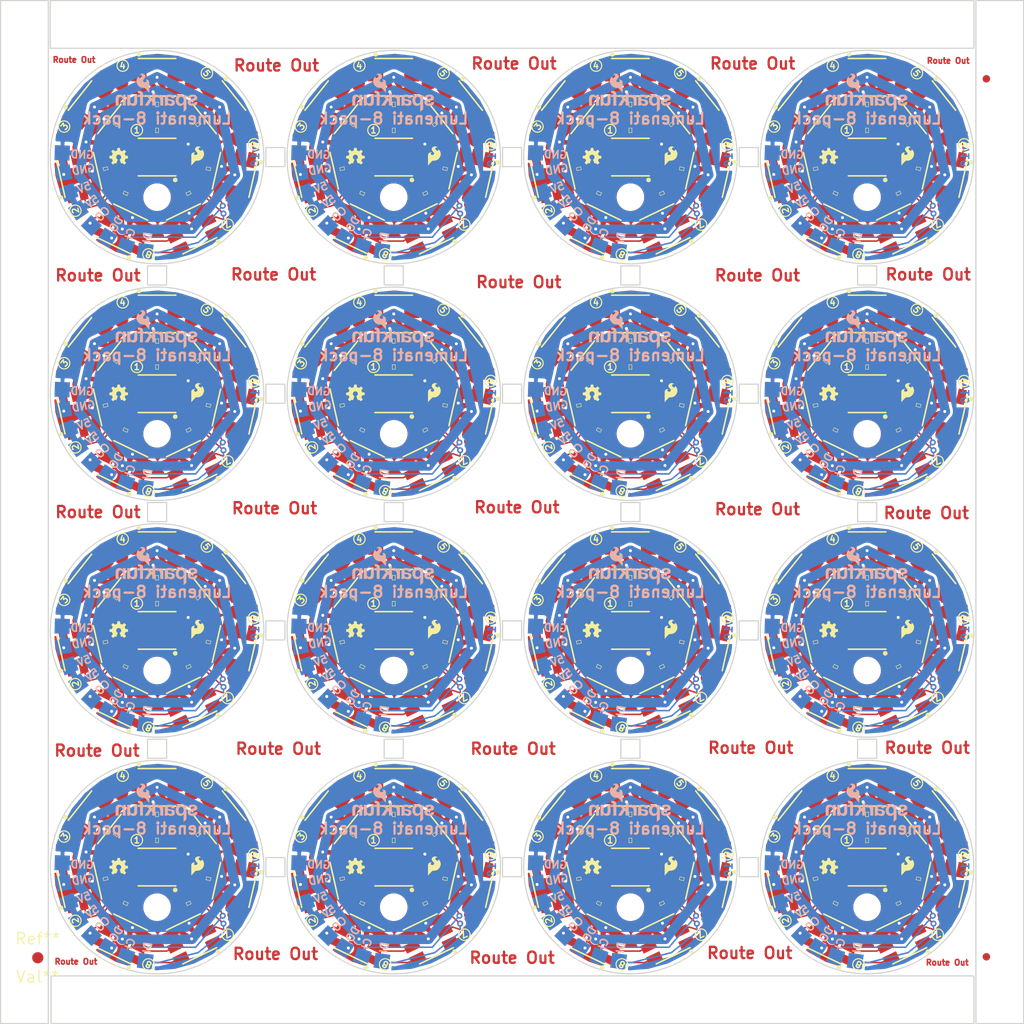
<source format=kicad_pcb>
(kicad_pcb (version 4) (host pcbnew 4.0.6)
  (layers (0 F.Cu signal) (31 B.Cu signal) (34 B.Paste user) (35 F.Paste user) (36 B.SilkS user) (37 F.SilkS user) (38 B.Mask user) (39 F.Mask user) (44 Edge.Cuts user))
  (net 0 "")
  (net 1 +5V)
  (net 2 GND)
  (net 3 "Net-(J1-Pad1)")
  (net 4 "Net-(J2-Pad1)")
  (net 5 "Net-(J5-Pad1)")
  (net 6 "Net-(J6-Pad1)")
  (net 7 "Net-(LED1-Pad6)")
  (net 8 "Net-(LED1-Pad5)")
  (net 9 "Net-(LED2-Pad5)")
  (net 10 "Net-(LED2-Pad6)")
  (net 11 "Net-(LED3-Pad6)")
  (net 12 "Net-(LED3-Pad5)")
  (net 13 "Net-(LED4-Pad5)")
  (net 14 "Net-(LED4-Pad6)")
  (net 15 "Net-(LED5-Pad6)")
  (net 16 "Net-(LED5-Pad5)")
  (net 17 "Net-(LED6-Pad5)")
  (net 18 "Net-(LED6-Pad6)")
  (net 19 "Net-(LED7-Pad6)")
  (net 20 "Net-(LED7-Pad5)")
  (module Pete:solder_pad_2 (layer B.Cu) (at 114.8842 132.4102 304)
    (fp_text reference J3 hide)
    (fp_text value M01PTH)
    (pad 1 smd rect (at 0 0 304) (size 2 2) (layers B.Cu B.Paste B.Mask) (net 1 +5V))
  )
  (module Pete:solder_pad_2 (layer B.Cu) (at 116.6114 134.4676 316)
    (fp_text reference J5 hide)
    (fp_text value M01PTH)
    (pad 1 smd rect (at 0 0 316) (size 2 2) (layers B.Cu B.Paste B.Mask) (net 5 "Net-(J5-Pad1)"))
  )
  (module Pete:solder_pad_2 (layer B.Cu) (at 118.7196 136.0932 328)
    (fp_text reference J6 hide)
    (fp_text value M01PTH)
    (pad 1 smd rect (at 0 0 328) (size 2 2) (layers B.Cu B.Paste B.Mask) (net 6 "Net-(J6-Pad1)"))
  )
  (module Pete:solder_pad_2 (layer B.Cu) (at 121.158 137.2616 340)
    (fp_text reference J1 hide)
    (fp_text value M01PTH)
    (pad 1 smd rect (at 0 0 340) (size 2 2) (layers B.Cu B.Paste B.Mask) (net 3 "Net-(J1-Pad1)"))
  )
  (module Pete:solder_pad_2 (layer B.Cu) (at 123.7742 137.8712 352)
    (fp_text reference J2 hide)
    (fp_text value M01PTH)
    (pad 1 smd rect (at 0 0 352) (size 2 2) (layers B.Cu B.Paste B.Mask) (net 4 "Net-(J2-Pad1)"))
  )
  (module SparkFun:SFE_LOGO_NAME_FLAME_.1 (layer B.Cu) (at 99.6696 119.4308 180)
    (fp_text reference "" (at 0 0 180) (layer B.SilkS) (effects (justify mirror)))
    (fp_text value "" (at 0 0 180) (layer B.SilkS) (effects (justify mirror)))
  )
  (module Pete:solder_pad_2 (layer B.Cu) (at 81.407 127.4572 280)
    (fp_text reference J4 hide)
    (fp_text value M01PTH)
    (pad 1 smd rect (at 0 0 280) (size 2 2) (layers B.Cu B.Paste B.Mask) (net 2 GND))
  )
  (module Pete:solder_pad_2 (layer B.Cu) (at 82.1182 130.048 292)
    (fp_text reference J7 hide)
    (fp_text value M01PTH)
    (pad 1 smd rect (at 0 0 292) (size 2 2) (layers B.Cu B.Paste B.Mask) (net 1 +5V))
  )
  (module Pete:solder_pad_2 (layer B.Cu) (at 83.3882 132.4102 304)
    (fp_text reference J3 hide)
    (fp_text value M01PTH)
    (pad 1 smd rect (at 0 0 304) (size 2 2) (layers B.Cu B.Paste B.Mask) (net 1 +5V))
  )
  (module Pete:solder_pad_2 (layer B.Cu) (at 81.2292 124.7902 268)
    (fp_text reference J8 hide)
    (fp_text value M01PTH)
    (pad 1 smd rect (at 0 0 268) (size 2 2) (layers B.Cu B.Paste B.Mask) (net 2 GND))
  )
  (module Pete:line (layer B.Cu) (at 30.861 125.349 77.2)
    (fp_text reference REF** hide)
    (fp_text value line hide)
  )
  (module Pete:solder_pad_2 (layer B.Cu) (at 51.8922 132.4102 304)
    (fp_text reference J3 hide)
    (fp_text value M01PTH)
    (pad 1 smd rect (at 0 0 304) (size 2 2) (layers B.Cu B.Paste B.Mask) (net 1 +5V))
  )
  (module Pete:solder_pad_2 (layer B.Cu) (at 50.6222 130.048 292)
    (fp_text reference J7 hide)
    (fp_text value M01PTH)
    (pad 1 smd rect (at 0 0 292) (size 2 2) (layers B.Cu B.Paste B.Mask) (net 1 +5V))
  )
  (module Pete:solder_pad_2 (layer B.Cu) (at 49.911 127.4572 280)
    (fp_text reference J4 hide)
    (fp_text value M01PTH)
    (pad 1 smd rect (at 0 0 280) (size 2 2) (layers B.Cu B.Paste B.Mask) (net 2 GND))
  )
  (module Pete:solder_pad_2 (layer B.Cu) (at 49.7332 124.7902 268)
    (fp_text reference J8 hide)
    (fp_text value M01PTH)
    (pad 1 smd rect (at 0 0 268) (size 2 2) (layers B.Cu B.Paste B.Mask) (net 2 GND))
  )
  (module SparkFun:SFE_LOGO_NAME_FLAME_.1 (layer B.Cu) (at 36.6776 119.4308 180)
    (fp_text reference "" (at 0 0 180) (layer B.SilkS) (effects (justify mirror)))
    (fp_text value "" (at 0 0 180) (layer B.SilkS) (effects (justify mirror)))
  )
  (module SparkFun:SFE_LOGO_NAME_FLAME_.1 (layer B.Cu) (at 68.1736 119.4308 180)
    (fp_text reference "" (at 0 0 180) (layer B.SilkS) (effects (justify mirror)))
    (fp_text value "" (at 0 0 180) (layer B.SilkS) (effects (justify mirror)))
  )
  (module Pete:solder_pad_2 (layer B.Cu) (at 58.166 137.2616 340)
    (fp_text reference J1 hide)
    (fp_text value M01PTH)
    (pad 1 smd rect (at 0 0 340) (size 2 2) (layers B.Cu B.Paste B.Mask) (net 3 "Net-(J1-Pad1)"))
  )
  (module Pete:solder_pad_2 (layer B.Cu) (at 60.7822 137.8712 352)
    (fp_text reference J2 hide)
    (fp_text value M01PTH)
    (pad 1 smd rect (at 0 0 352) (size 2 2) (layers B.Cu B.Paste B.Mask) (net 4 "Net-(J2-Pad1)"))
  )
  (module Pete:solder_pad_2 (layer B.Cu) (at 53.6194 134.4676 316)
    (fp_text reference J5 hide)
    (fp_text value M01PTH)
    (pad 1 smd rect (at 0 0 316) (size 2 2) (layers B.Cu B.Paste B.Mask) (net 5 "Net-(J5-Pad1)"))
  )
  (module Pete:solder_pad_2 (layer B.Cu) (at 55.7276 136.0932 328)
    (fp_text reference J6 hide)
    (fp_text value M01PTH)
    (pad 1 smd rect (at 0 0 328) (size 2 2) (layers B.Cu B.Paste B.Mask) (net 6 "Net-(J6-Pad1)"))
  )
  (module Pete:solder_pad_2 (layer B.Cu) (at 26.67 137.2616 340)
    (fp_text reference J1 hide)
    (fp_text value M01PTH)
    (pad 1 smd rect (at 0 0 340) (size 2 2) (layers B.Cu B.Paste B.Mask) (net 3 "Net-(J1-Pad1)"))
  )
  (module Pete:solder_pad_2 (layer B.Cu) (at 29.2862 137.8712 352)
    (fp_text reference J2 hide)
    (fp_text value M01PTH)
    (pad 1 smd rect (at 0 0 352) (size 2 2) (layers B.Cu B.Paste B.Mask) (net 4 "Net-(J2-Pad1)"))
  )
  (module Pete:solder_pad_2 (layer B.Cu) (at 18.415 127.4572 280)
    (fp_text reference J4 hide)
    (fp_text value M01PTH)
    (pad 1 smd rect (at 0 0 280) (size 2 2) (layers B.Cu B.Paste B.Mask) (net 2 GND))
  )
  (module Pete:solder_pad_2 (layer B.Cu) (at 18.2372 124.7902 268)
    (fp_text reference J8 hide)
    (fp_text value M01PTH)
    (pad 1 smd rect (at 0 0 268) (size 2 2) (layers B.Cu B.Paste B.Mask) (net 2 GND))
  )
  (module Pete:solder_pad_2 (layer B.Cu) (at 20.3962 132.4102 304)
    (fp_text reference J3 hide)
    (fp_text value M01PTH)
    (pad 1 smd rect (at 0 0 304) (size 2 2) (layers B.Cu B.Paste B.Mask) (net 1 +5V))
  )
  (module Pete:solder_pad_2 (layer B.Cu) (at 19.1262 130.048 292)
    (fp_text reference J7 hide)
    (fp_text value M01PTH)
    (pad 1 smd rect (at 0 0 292) (size 2 2) (layers B.Cu B.Paste B.Mask) (net 1 +5V))
  )
  (module Pete:solder_pad_2 (layer B.Cu) (at 22.1234 134.4676 316)
    (fp_text reference J5 hide)
    (fp_text value M01PTH)
    (pad 1 smd rect (at 0 0 316) (size 2 2) (layers B.Cu B.Paste B.Mask) (net 5 "Net-(J5-Pad1)"))
  )
  (module Pete:solder_pad_2 (layer B.Cu) (at 24.2316 136.0932 328)
    (fp_text reference J6 hide)
    (fp_text value M01PTH)
    (pad 1 smd rect (at 0 0 328) (size 2 2) (layers B.Cu B.Paste B.Mask) (net 6 "Net-(J6-Pad1)"))
  )
  (module Pete:solder_pad_2 (layer B.Cu) (at 92.2782 137.8712 352)
    (fp_text reference J2 hide)
    (fp_text value M01PTH)
    (pad 1 smd rect (at 0 0 352) (size 2 2) (layers B.Cu B.Paste B.Mask) (net 4 "Net-(J2-Pad1)"))
  )
  (module Pete:solder_pad_2 (layer B.Cu) (at 87.2236 136.0932 328)
    (fp_text reference J6 hide)
    (fp_text value M01PTH)
    (pad 1 smd rect (at 0 0 328) (size 2 2) (layers B.Cu B.Paste B.Mask) (net 6 "Net-(J6-Pad1)"))
  )
  (module Pete:solder_pad_2 (layer B.Cu) (at 85.1154 134.4676 316)
    (fp_text reference J5 hide)
    (fp_text value M01PTH)
    (pad 1 smd rect (at 0 0 316) (size 2 2) (layers B.Cu B.Paste B.Mask) (net 5 "Net-(J5-Pad1)"))
  )
  (module Pete:solder_pad_2 (layer B.Cu) (at 89.662 137.2616 340)
    (fp_text reference J1 hide)
    (fp_text value M01PTH)
    (pad 1 smd rect (at 0 0 340) (size 2 2) (layers B.Cu B.Paste B.Mask) (net 3 "Net-(J1-Pad1)"))
  )
  (module Pete:solder_pad_2 (layer B.Cu) (at 113.6142 130.048 292)
    (fp_text reference J7 hide)
    (fp_text value M01PTH)
    (pad 1 smd rect (at 0 0 292) (size 2 2) (layers B.Cu B.Paste B.Mask) (net 1 +5V))
  )
  (module Pete:solder_pad_2 (layer B.Cu) (at 112.7252 124.7902 268)
    (fp_text reference J8 hide)
    (fp_text value M01PTH)
    (pad 1 smd rect (at 0 0 268) (size 2 2) (layers B.Cu B.Paste B.Mask) (net 2 GND))
  )
  (module SparkFun:SFE_LOGO_NAME_FLAME_.1 (layer B.Cu) (at 131.1656 119.4308 180)
    (fp_text reference "" (at 0 0 180) (layer B.SilkS) (effects (justify mirror)))
    (fp_text value "" (at 0 0 180) (layer B.SilkS) (effects (justify mirror)))
  )
  (module Pete:solder_pad_2 (layer B.Cu) (at 112.903 127.4572 280)
    (fp_text reference J4 hide)
    (fp_text value M01PTH)
    (pad 1 smd rect (at 0 0 280) (size 2 2) (layers B.Cu B.Paste B.Mask) (net 2 GND))
  )
  (module Pete:APA102_3 (layer F.Cu) (at 57.7596 134.9248 334.3)
    (fp_text reference U8 hide)
    (fp_text value APA102 hide)
    (pad 6 smd rect (at -2.4 1.700001 154.3) (size 2 1.1) (layers F.Cu F.Paste F.Mask) (net 6 "Net-(J6-Pad1)"))
    (pad 5 smd rect (at -2.399998 0 154.3) (size 2 1.1) (layers F.Cu F.Paste F.Mask) (net 5 "Net-(J5-Pad1)"))
    (pad 4 smd rect (at -2.4 -1.7 154.3) (size 2 1.1) (layers F.Cu F.Paste F.Mask) (net 1 +5V))
    (pad 3 smd rect (at 2.4 -1.700001 334.3) (size 2 1.1) (layers F.Cu F.Paste F.Mask) (net 2 GND))
    (pad 2 smd rect (at 2.399998 0 334.3) (size 2 1.1) (layers F.Cu F.Paste F.Mask) (net 20 "Net-(LED7-Pad5)"))
    (pad 1 smd rect (at 2.4 1.7 334.3) (size 2 1.1) (layers F.Cu F.Paste F.Mask) (net 19 "Net-(LED7-Pad6)"))
  )
  (module Pete:APA102_3 (layer F.Cu) (at 51.9938 127.7112 282.8)
    (fp_text reference U2 hide)
    (fp_text value APA102 hide)
    (pad 6 smd rect (at -2.4 1.700001 102.8) (size 2 1.1) (layers F.Cu F.Paste F.Mask) (net 10 "Net-(LED2-Pad6)"))
    (pad 5 smd rect (at -2.399998 0 102.8) (size 2 1.1) (layers F.Cu F.Paste F.Mask) (net 9 "Net-(LED2-Pad5)"))
    (pad 4 smd rect (at -2.4 -1.700001 102.8) (size 2 1.1) (layers F.Cu F.Paste F.Mask) (net 1 +5V))
    (pad 3 smd rect (at 2.4 -1.700001 282.8) (size 2 1.1) (layers F.Cu F.Paste F.Mask) (net 2 GND))
    (pad 2 smd rect (at 2.399998 0 282.8) (size 2 1.1) (layers F.Cu F.Paste F.Mask) (net 8 "Net-(LED1-Pad5)"))
    (pad 1 smd rect (at 2.4 1.700001 282.8) (size 2 1.1) (layers F.Cu F.Paste F.Mask) (net 7 "Net-(LED1-Pad6)"))
  )
  (module SparkFun:OSHW-LOGO-MINI (layer F.Cu) (at 57.2516 125.349)
    (fp_text reference "" (at 0 0) (layer F.SilkS))
    (fp_text value "" (at 0 0) (layer F.SilkS))
  )
  (module Pete:0603_revised (layer F.Cu) (at 58.166 130.175 64.3)
    (fp_text reference C8 hide)
    (fp_text value C hide)
    (pad 2 smd rect (at 0.84836 0 64.3) (size 1.09982 0.99822) (layers F.Cu F.Paste F.Mask) (net 2 GND))
    (pad 1 smd rect (at -0.84836 0 64.3) (size 1.09982 0.99822) (layers F.Cu F.Paste F.Mask) (net 1 +5V))
  )
  (module Pete:0603_revised (layer F.Cu) (at 55.499 126.8984 282.8)
    (fp_text reference C2 hide)
    (fp_text value C hide)
    (pad 2 smd rect (at 0.84836 0 282.8) (size 1.09982 0.99822) (layers F.Cu F.Paste F.Mask) (net 2 GND))
    (pad 1 smd rect (at -0.84836 0 282.8) (size 1.09982 0.99822) (layers F.Cu F.Paste F.Mask) (net 1 +5V))
  )
  (module Pete:0603_revised (layer F.Cu) (at 67.8434 120.9802 128.5)
    (fp_text reference C5 hide)
    (fp_text value C hide)
    (pad 2 smd rect (at 0.84836 -0.000001 128.5) (size 1.09982 0.99822) (layers F.Cu F.Paste F.Mask) (net 2 GND))
    (pad 1 smd rect (at -0.84836 0.000001 128.5) (size 1.09982 0.99822) (layers F.Cu F.Paste F.Mask) (net 1 +5V))
  )
  (module Pete:APA102_3 (layer F.Cu) (at 70.6374 118.7196 128.5)
    (fp_text reference U5 hide)
    (fp_text value APA102 hide)
    (pad 6 smd rect (at -2.4 1.700001 308.5) (size 2 1.1) (layers F.Cu F.Paste F.Mask) (net 15 "Net-(LED5-Pad6)"))
    (pad 5 smd rect (at -2.399998 0 308.5) (size 2 1.1) (layers F.Cu F.Paste F.Mask) (net 16 "Net-(LED5-Pad5)"))
    (pad 4 smd rect (at -2.399999 -1.7 308.5) (size 2 1.1) (layers F.Cu F.Paste F.Mask) (net 1 +5V))
    (pad 3 smd rect (at 2.4 -1.700001 128.5) (size 2 1.1) (layers F.Cu F.Paste F.Mask) (net 2 GND))
    (pad 2 smd rect (at 2.399998 0 128.5) (size 2 1.1) (layers F.Cu F.Paste F.Mask) (net 13 "Net-(LED4-Pad5)"))
    (pad 1 smd rect (at 2.399999 1.7 128.5) (size 2 1.1) (layers F.Cu F.Paste F.Mask) (net 14 "Net-(LED4-Pad6)"))
  )
  (module Pete:0603_revised (layer F.Cu) (at 62.357 118.3386 180)
    (fp_text reference C4 hide)
    (fp_text value C hide)
    (pad 2 smd rect (at 0.84836 0 180) (size 1.09982 0.99822) (layers F.Cu F.Paste F.Mask) (net 2 GND))
    (pad 1 smd rect (at -0.84836 0 180) (size 1.09982 0.99822) (layers F.Cu F.Paste F.Mask) (net 1 +5V))
  )
  (module Pete:APA102_3 (layer F.Cu) (at 62.357 114.7318 180)
    (fp_text reference U4 hide)
    (fp_text value APA102 hide)
    (pad 6 smd rect (at -2.4 1.700001) (size 2 1.1) (layers F.Cu F.Paste F.Mask) (net 14 "Net-(LED4-Pad6)"))
    (pad 5 smd rect (at -2.399998 0) (size 2 1.1) (layers F.Cu F.Paste F.Mask) (net 13 "Net-(LED4-Pad5)"))
    (pad 4 smd rect (at -2.4 -1.7) (size 2 1.1) (layers F.Cu F.Paste F.Mask) (net 1 +5V))
    (pad 3 smd rect (at 2.4 -1.700001 180) (size 2 1.1) (layers F.Cu F.Paste F.Mask) (net 2 GND))
    (pad 2 smd rect (at 2.399998 0 180) (size 2 1.1) (layers F.Cu F.Paste F.Mask) (net 12 "Net-(LED3-Pad5)"))
    (pad 1 smd rect (at 2.4 1.7 180) (size 2 1.1) (layers F.Cu F.Paste F.Mask) (net 11 "Net-(LED3-Pad6)"))
  )
  (module Pete:0603_revised (layer F.Cu) (at 56.8706 120.9802 231.5)
    (fp_text reference C3 hide)
    (fp_text value C hide)
    (pad 2 smd rect (at 0.84836 0.000001 231.5) (size 1.09982 0.99822) (layers F.Cu F.Paste F.Mask) (net 2 GND))
    (pad 1 smd rect (at -0.84836 -0.000001 231.5) (size 1.09982 0.99822) (layers F.Cu F.Paste F.Mask) (net 1 +5V))
  )
  (module Pete:STAND-OFF_115 (layer F.Cu) (at 62.357 130.683)
    (fp_text reference Ref** hide)
    (fp_text value Val** hide)
    (pad "" np_thru_hole circle (at 0 0) (size 2.921 2.921) (drill 2.921) (layers *.Cu *.Mask))
  )
  (module Pete:APA102_3 (layer F.Cu) (at 62.357 125.349)
    (fp_text reference U1 hide)
    (fp_text value APA102 hide)
    (pad 6 smd rect (at -2.4 1.700001 180) (size 2 1.1) (layers F.Cu F.Paste F.Mask) (net 7 "Net-(LED1-Pad6)"))
    (pad 5 smd rect (at -2.399998 0 180) (size 2 1.1) (layers F.Cu F.Paste F.Mask) (net 8 "Net-(LED1-Pad5)"))
    (pad 4 smd rect (at -2.4 -1.7 180) (size 2 1.1) (layers F.Cu F.Paste F.Mask) (net 1 +5V))
    (pad 3 smd rect (at 2.4 -1.700001) (size 2 1.1) (layers F.Cu F.Paste F.Mask) (net 2 GND))
    (pad 2 smd rect (at 2.399998 0) (size 2 1.1) (layers F.Cu F.Paste F.Mask) (net 3 "Net-(J1-Pad1)"))
    (pad 1 smd rect (at 2.4 1.7) (size 2 1.1) (layers F.Cu F.Paste F.Mask) (net 4 "Net-(J2-Pad1)"))
  )
  (module Pete:0603_revised (layer F.Cu) (at 62.357 121.793)
    (fp_text reference C1 hide)
    (fp_text value C hide)
    (pad 2 smd rect (at 0.84836 0) (size 1.09982 0.99822) (layers F.Cu F.Paste F.Mask) (net 2 GND))
    (pad 1 smd rect (at -0.84836 0) (size 1.09982 0.99822) (layers F.Cu F.Paste F.Mask) (net 1 +5V))
  )
  (module Pete:APA102_3 (layer F.Cu) (at 54.0512 118.7196 231.5)
    (fp_text reference U3 hide)
    (fp_text value APA102 hide)
    (pad 6 smd rect (at -2.4 1.700001 51.5) (size 2 1.1) (layers F.Cu F.Paste F.Mask) (net 11 "Net-(LED3-Pad6)"))
    (pad 5 smd rect (at -2.399998 0 51.5) (size 2 1.1) (layers F.Cu F.Paste F.Mask) (net 12 "Net-(LED3-Pad5)"))
    (pad 4 smd rect (at -2.4 -1.7 51.5) (size 2 1.1) (layers F.Cu F.Paste F.Mask) (net 1 +5V))
    (pad 3 smd rect (at 2.4 -1.700001 231.5) (size 2 1.1) (layers F.Cu F.Paste F.Mask) (net 2 GND))
    (pad 2 smd rect (at 2.399998 0 231.5) (size 2 1.1) (layers F.Cu F.Paste F.Mask) (net 9 "Net-(LED2-Pad5)"))
    (pad 1 smd rect (at 2.4 1.7 231.5) (size 2 1.1) (layers F.Cu F.Paste F.Mask) (net 10 "Net-(LED2-Pad6)"))
  )
  (module Pete:0603_revised (layer F.Cu) (at 66.548 130.175 295.7)
    (fp_text reference C7 hide)
    (fp_text value C hide)
    (pad 2 smd rect (at 0.84836 0 295.7) (size 1.09982 0.99822) (layers F.Cu F.Paste F.Mask) (net 2 GND))
    (pad 1 smd rect (at -0.84836 0 295.7) (size 1.09982 0.99822) (layers F.Cu F.Paste F.Mask) (net 1 +5V))
  )
  (module Pete:APA102_3 (layer F.Cu) (at 66.9544 134.8994 25.7)
    (fp_text reference U7 hide)
    (fp_text value APA102 hide)
    (pad 6 smd rect (at -2.4 1.700001 205.7) (size 2 1.1) (layers F.Cu F.Paste F.Mask) (net 19 "Net-(LED7-Pad6)"))
    (pad 5 smd rect (at -2.399998 0 205.7) (size 2 1.1) (layers F.Cu F.Paste F.Mask) (net 20 "Net-(LED7-Pad5)"))
    (pad 4 smd rect (at -2.4 -1.7 205.7) (size 2 1.1) (layers F.Cu F.Paste F.Mask) (net 1 +5V))
    (pad 3 smd rect (at 2.4 -1.700001 25.7) (size 2 1.1) (layers F.Cu F.Paste F.Mask) (net 2 GND))
    (pad 2 smd rect (at 2.399998 0 25.7) (size 2 1.1) (layers F.Cu F.Paste F.Mask) (net 17 "Net-(LED6-Pad5)"))
    (pad 1 smd rect (at 2.4 1.7 25.7) (size 2 1.1) (layers F.Cu F.Paste F.Mask) (net 18 "Net-(LED6-Pad6)"))
  )
  (module SparkFun:FIDUCIAL-MICRO (layer F.Cu) (at 75.438 122.174)
    (fp_text reference "" (at 0 0) (layer F.SilkS))
    (fp_text value "" (at 0 0) (layer F.SilkS))
    (pad 1 smd circle (at 0 0) (size 0.635 0.635) (layers F.Cu F.Paste F.Mask))
  )
  (module Pete:APA102_3 (layer F.Cu) (at 72.6948 127.7112 77.2)
    (fp_text reference U6 hide)
    (fp_text value APA102 hide)
    (pad 6 smd rect (at -2.4 1.700001 257.2) (size 2 1.1) (layers F.Cu F.Paste F.Mask) (net 18 "Net-(LED6-Pad6)"))
    (pad 5 smd rect (at -2.399998 0 257.2) (size 2 1.1) (layers F.Cu F.Paste F.Mask) (net 17 "Net-(LED6-Pad5)"))
    (pad 4 smd rect (at -2.4 -1.7 257.2) (size 2 1.1) (layers F.Cu F.Paste F.Mask) (net 1 +5V))
    (pad 3 smd rect (at 2.4 -1.700001 77.2) (size 2 1.1) (layers F.Cu F.Paste F.Mask) (net 2 GND))
    (pad 2 smd rect (at 2.399998 0 77.2) (size 2 1.1) (layers F.Cu F.Paste F.Mask) (net 16 "Net-(LED5-Pad5)"))
    (pad 1 smd rect (at 2.4 1.7 77.2) (size 2 1.1) (layers F.Cu F.Paste F.Mask) (net 15 "Net-(LED5-Pad6)"))
  )
  (module SparkFun:SFE_LOGO_FLAME_.1 (layer F.Cu) (at 66.5988 126.8222)
    (fp_text reference "" (at 0 0) (layer F.SilkS))
    (fp_text value "" (at 0 0) (layer F.SilkS))
  )
  (module Pete:0603_revised (layer F.Cu) (at 69.1896 126.8984 77.2)
    (fp_text reference C6 hide)
    (fp_text value C hide)
    (pad 2 smd rect (at 0.84836 0 77.2) (size 1.09982 0.99822) (layers F.Cu F.Paste F.Mask) (net 2 GND))
    (pad 1 smd rect (at -0.84836 0 77.2) (size 1.09982 0.99822) (layers F.Cu F.Paste F.Mask) (net 1 +5V))
  )
  (module Pete:APA102_3 (layer F.Cu) (at 135.6868 127.7112 77.2)
    (fp_text reference U6 hide)
    (fp_text value APA102 hide)
    (pad 6 smd rect (at -2.4 1.700001 257.2) (size 2 1.1) (layers F.Cu F.Paste F.Mask) (net 18 "Net-(LED6-Pad6)"))
    (pad 5 smd rect (at -2.399998 0 257.2) (size 2 1.1) (layers F.Cu F.Paste F.Mask) (net 17 "Net-(LED6-Pad5)"))
    (pad 4 smd rect (at -2.4 -1.7 257.2) (size 2 1.1) (layers F.Cu F.Paste F.Mask) (net 1 +5V))
    (pad 3 smd rect (at 2.4 -1.700001 77.2) (size 2 1.1) (layers F.Cu F.Paste F.Mask) (net 2 GND))
    (pad 2 smd rect (at 2.399998 0 77.2) (size 2 1.1) (layers F.Cu F.Paste F.Mask) (net 16 "Net-(LED5-Pad5)"))
    (pad 1 smd rect (at 2.4 1.7 77.2) (size 2 1.1) (layers F.Cu F.Paste F.Mask) (net 15 "Net-(LED5-Pad6)"))
  )
  (module Pete:0603_revised (layer F.Cu) (at 132.1816 126.8984 77.2)
    (fp_text reference C6 hide)
    (fp_text value C hide)
    (pad 2 smd rect (at 0.84836 0 77.2) (size 1.09982 0.99822) (layers F.Cu F.Paste F.Mask) (net 2 GND))
    (pad 1 smd rect (at -0.84836 0 77.2) (size 1.09982 0.99822) (layers F.Cu F.Paste F.Mask) (net 1 +5V))
  )
  (module SparkFun:SFE_LOGO_FLAME_.1 (layer F.Cu) (at 129.5908 126.8222)
    (fp_text reference "" (at 0 0) (layer F.SilkS))
    (fp_text value "" (at 0 0) (layer F.SilkS))
  )
  (module Pete:0603_revised (layer F.Cu) (at 129.54 130.175 295.7)
    (fp_text reference C7 hide)
    (fp_text value C hide)
    (pad 2 smd rect (at 0.84836 0 295.7) (size 1.09982 0.99822) (layers F.Cu F.Paste F.Mask) (net 2 GND))
    (pad 1 smd rect (at -0.84836 0 295.7) (size 1.09982 0.99822) (layers F.Cu F.Paste F.Mask) (net 1 +5V))
  )
  (module Pete:APA102_3 (layer F.Cu) (at 129.9464 134.8994 25.7)
    (fp_text reference U7 hide)
    (fp_text value APA102 hide)
    (pad 6 smd rect (at -2.4 1.700001 205.7) (size 2 1.1) (layers F.Cu F.Paste F.Mask) (net 19 "Net-(LED7-Pad6)"))
    (pad 5 smd rect (at -2.399998 0 205.7) (size 2 1.1) (layers F.Cu F.Paste F.Mask) (net 20 "Net-(LED7-Pad5)"))
    (pad 4 smd rect (at -2.4 -1.7 205.7) (size 2 1.1) (layers F.Cu F.Paste F.Mask) (net 1 +5V))
    (pad 3 smd rect (at 2.4 -1.700001 25.7) (size 2 1.1) (layers F.Cu F.Paste F.Mask) (net 2 GND))
    (pad 2 smd rect (at 2.399998 0 25.7) (size 2 1.1) (layers F.Cu F.Paste F.Mask) (net 17 "Net-(LED6-Pad5)"))
    (pad 1 smd rect (at 2.4 1.7 25.7) (size 2 1.1) (layers F.Cu F.Paste F.Mask) (net 18 "Net-(LED6-Pad6)"))
  )
  (module Pete:APA102_3 (layer F.Cu) (at 125.349 125.349)
    (fp_text reference U1 hide)
    (fp_text value APA102 hide)
    (pad 6 smd rect (at -2.4 1.700001 180) (size 2 1.1) (layers F.Cu F.Paste F.Mask) (net 7 "Net-(LED1-Pad6)"))
    (pad 5 smd rect (at -2.399998 0 180) (size 2 1.1) (layers F.Cu F.Paste F.Mask) (net 8 "Net-(LED1-Pad5)"))
    (pad 4 smd rect (at -2.4 -1.7 180) (size 2 1.1) (layers F.Cu F.Paste F.Mask) (net 1 +5V))
    (pad 3 smd rect (at 2.4 -1.700001) (size 2 1.1) (layers F.Cu F.Paste F.Mask) (net 2 GND))
    (pad 2 smd rect (at 2.399998 0) (size 2 1.1) (layers F.Cu F.Paste F.Mask) (net 3 "Net-(J1-Pad1)"))
    (pad 1 smd rect (at 2.4 1.7) (size 2 1.1) (layers F.Cu F.Paste F.Mask) (net 4 "Net-(J2-Pad1)"))
  )
  (module Pete:0603_revised (layer F.Cu) (at 121.158 130.175 64.3)
    (fp_text reference C8 hide)
    (fp_text value C hide)
    (pad 2 smd rect (at 0.84836 0 64.3) (size 1.09982 0.99822) (layers F.Cu F.Paste F.Mask) (net 2 GND))
    (pad 1 smd rect (at -0.84836 0 64.3) (size 1.09982 0.99822) (layers F.Cu F.Paste F.Mask) (net 1 +5V))
  )
  (module Pete:APA102_3 (layer F.Cu) (at 120.7516 134.9248 334.3)
    (fp_text reference U8 hide)
    (fp_text value APA102 hide)
    (pad 6 smd rect (at -2.4 1.700001 154.3) (size 2 1.1) (layers F.Cu F.Paste F.Mask) (net 6 "Net-(J6-Pad1)"))
    (pad 5 smd rect (at -2.399998 0 154.3) (size 2 1.1) (layers F.Cu F.Paste F.Mask) (net 5 "Net-(J5-Pad1)"))
    (pad 4 smd rect (at -2.4 -1.7 154.3) (size 2 1.1) (layers F.Cu F.Paste F.Mask) (net 1 +5V))
    (pad 3 smd rect (at 2.4 -1.700001 334.3) (size 2 1.1) (layers F.Cu F.Paste F.Mask) (net 2 GND))
    (pad 2 smd rect (at 2.399998 0 334.3) (size 2 1.1) (layers F.Cu F.Paste F.Mask) (net 20 "Net-(LED7-Pad5)"))
    (pad 1 smd rect (at 2.4 1.7 334.3) (size 2 1.1) (layers F.Cu F.Paste F.Mask) (net 19 "Net-(LED7-Pad6)"))
  )
  (module Pete:STAND-OFF_115 (layer F.Cu) (at 125.349 130.683)
    (fp_text reference Ref** hide)
    (fp_text value Val** hide)
    (pad "" np_thru_hole circle (at 0 0) (size 2.921 2.921) (drill 2.921) (layers *.Cu *.Mask))
  )
  (module Pete:0603_revised (layer F.Cu) (at 118.491 126.8984 282.8)
    (fp_text reference C2 hide)
    (fp_text value C hide)
    (pad 2 smd rect (at 0.84836 0 282.8) (size 1.09982 0.99822) (layers F.Cu F.Paste F.Mask) (net 2 GND))
    (pad 1 smd rect (at -0.84836 0 282.8) (size 1.09982 0.99822) (layers F.Cu F.Paste F.Mask) (net 1 +5V))
  )
  (module Pete:0603_revised (layer F.Cu) (at 119.8626 120.9802 231.5)
    (fp_text reference C3 hide)
    (fp_text value C hide)
    (pad 2 smd rect (at 0.84836 0.000001 231.5) (size 1.09982 0.99822) (layers F.Cu F.Paste F.Mask) (net 2 GND))
    (pad 1 smd rect (at -0.84836 -0.000001 231.5) (size 1.09982 0.99822) (layers F.Cu F.Paste F.Mask) (net 1 +5V))
  )
  (module SparkFun:FIDUCIAL-MICRO (layer F.Cu) (at 112.2172 122.4534)
    (fp_text reference "" (at 0 0) (layer F.SilkS))
    (fp_text value "" (at 0 0) (layer F.SilkS))
    (pad 1 smd circle (at 0 0) (size 0.635 0.635) (layers F.Cu F.Paste F.Mask))
  )
  (module Pete:APA102_3 (layer F.Cu) (at 114.9858 127.7112 282.8)
    (fp_text reference U2 hide)
    (fp_text value APA102 hide)
    (pad 6 smd rect (at -2.4 1.700001 102.8) (size 2 1.1) (layers F.Cu F.Paste F.Mask) (net 10 "Net-(LED2-Pad6)"))
    (pad 5 smd rect (at -2.399998 0 102.8) (size 2 1.1) (layers F.Cu F.Paste F.Mask) (net 9 "Net-(LED2-Pad5)"))
    (pad 4 smd rect (at -2.4 -1.700001 102.8) (size 2 1.1) (layers F.Cu F.Paste F.Mask) (net 1 +5V))
    (pad 3 smd rect (at 2.4 -1.700001 282.8) (size 2 1.1) (layers F.Cu F.Paste F.Mask) (net 2 GND))
    (pad 2 smd rect (at 2.399998 0 282.8) (size 2 1.1) (layers F.Cu F.Paste F.Mask) (net 8 "Net-(LED1-Pad5)"))
    (pad 1 smd rect (at 2.4 1.700001 282.8) (size 2 1.1) (layers F.Cu F.Paste F.Mask) (net 7 "Net-(LED1-Pad6)"))
  )
  (module SparkFun:OSHW-LOGO-MINI (layer F.Cu) (at 120.2436 125.349)
    (fp_text reference "" (at 0 0) (layer F.SilkS))
    (fp_text value "" (at 0 0) (layer F.SilkS))
  )
  (module Pete:APA102_3 (layer F.Cu) (at 117.0432 118.7196 231.5)
    (fp_text reference U3 hide)
    (fp_text value APA102 hide)
    (pad 6 smd rect (at -2.4 1.700001 51.5) (size 2 1.1) (layers F.Cu F.Paste F.Mask) (net 11 "Net-(LED3-Pad6)"))
    (pad 5 smd rect (at -2.399998 0 51.5) (size 2 1.1) (layers F.Cu F.Paste F.Mask) (net 12 "Net-(LED3-Pad5)"))
    (pad 4 smd rect (at -2.4 -1.7 51.5) (size 2 1.1) (layers F.Cu F.Paste F.Mask) (net 1 +5V))
    (pad 3 smd rect (at 2.4 -1.700001 231.5) (size 2 1.1) (layers F.Cu F.Paste F.Mask) (net 2 GND))
    (pad 2 smd rect (at 2.399998 0 231.5) (size 2 1.1) (layers F.Cu F.Paste F.Mask) (net 9 "Net-(LED2-Pad5)"))
    (pad 1 smd rect (at 2.4 1.7 231.5) (size 2 1.1) (layers F.Cu F.Paste F.Mask) (net 10 "Net-(LED2-Pad6)"))
  )
  (module Pete:0603_revised (layer F.Cu) (at 93.853 118.3386 180)
    (fp_text reference C4 hide)
    (fp_text value C hide)
    (pad 2 smd rect (at 0.84836 0 180) (size 1.09982 0.99822) (layers F.Cu F.Paste F.Mask) (net 2 GND))
    (pad 1 smd rect (at -0.84836 0 180) (size 1.09982 0.99822) (layers F.Cu F.Paste F.Mask) (net 1 +5V))
  )
  (module Pete:0603_revised (layer F.Cu) (at 99.3394 120.9802 128.5)
    (fp_text reference C5 hide)
    (fp_text value C hide)
    (pad 2 smd rect (at 0.84836 -0.000001 128.5) (size 1.09982 0.99822) (layers F.Cu F.Paste F.Mask) (net 2 GND))
    (pad 1 smd rect (at -0.84836 0.000001 128.5) (size 1.09982 0.99822) (layers F.Cu F.Paste F.Mask) (net 1 +5V))
  )
  (module SparkFun:FIDUCIAL-MICRO (layer F.Cu) (at 106.934 122.174)
    (fp_text reference "" (at 0 0) (layer F.SilkS))
    (fp_text value "" (at 0 0) (layer F.SilkS))
    (pad 1 smd circle (at 0 0) (size 0.635 0.635) (layers F.Cu F.Paste F.Mask))
  )
  (module Pete:APA102_3 (layer F.Cu) (at 102.1334 118.7196 128.5)
    (fp_text reference U5 hide)
    (fp_text value APA102 hide)
    (pad 6 smd rect (at -2.4 1.700001 308.5) (size 2 1.1) (layers F.Cu F.Paste F.Mask) (net 15 "Net-(LED5-Pad6)"))
    (pad 5 smd rect (at -2.399998 0 308.5) (size 2 1.1) (layers F.Cu F.Paste F.Mask) (net 16 "Net-(LED5-Pad5)"))
    (pad 4 smd rect (at -2.399999 -1.7 308.5) (size 2 1.1) (layers F.Cu F.Paste F.Mask) (net 1 +5V))
    (pad 3 smd rect (at 2.4 -1.700001 128.5) (size 2 1.1) (layers F.Cu F.Paste F.Mask) (net 2 GND))
    (pad 2 smd rect (at 2.399998 0 128.5) (size 2 1.1) (layers F.Cu F.Paste F.Mask) (net 13 "Net-(LED4-Pad5)"))
    (pad 1 smd rect (at 2.399999 1.7 128.5) (size 2 1.1) (layers F.Cu F.Paste F.Mask) (net 14 "Net-(LED4-Pad6)"))
  )
  (module Pete:APA102_3 (layer F.Cu) (at 93.853 114.7318 180)
    (fp_text reference U4 hide)
    (fp_text value APA102 hide)
    (pad 6 smd rect (at -2.4 1.700001) (size 2 1.1) (layers F.Cu F.Paste F.Mask) (net 14 "Net-(LED4-Pad6)"))
    (pad 5 smd rect (at -2.399998 0) (size 2 1.1) (layers F.Cu F.Paste F.Mask) (net 13 "Net-(LED4-Pad5)"))
    (pad 4 smd rect (at -2.4 -1.7) (size 2 1.1) (layers F.Cu F.Paste F.Mask) (net 1 +5V))
    (pad 3 smd rect (at 2.4 -1.700001 180) (size 2 1.1) (layers F.Cu F.Paste F.Mask) (net 2 GND))
    (pad 2 smd rect (at 2.399998 0 180) (size 2 1.1) (layers F.Cu F.Paste F.Mask) (net 12 "Net-(LED3-Pad5)"))
    (pad 1 smd rect (at 2.4 1.7 180) (size 2 1.1) (layers F.Cu F.Paste F.Mask) (net 11 "Net-(LED3-Pad6)"))
  )
  (module Pete:APA102_3 (layer F.Cu) (at 93.853 125.349)
    (fp_text reference U1 hide)
    (fp_text value APA102 hide)
    (pad 6 smd rect (at -2.4 1.700001 180) (size 2 1.1) (layers F.Cu F.Paste F.Mask) (net 7 "Net-(LED1-Pad6)"))
    (pad 5 smd rect (at -2.399998 0 180) (size 2 1.1) (layers F.Cu F.Paste F.Mask) (net 8 "Net-(LED1-Pad5)"))
    (pad 4 smd rect (at -2.4 -1.7 180) (size 2 1.1) (layers F.Cu F.Paste F.Mask) (net 1 +5V))
    (pad 3 smd rect (at 2.4 -1.700001) (size 2 1.1) (layers F.Cu F.Paste F.Mask) (net 2 GND))
    (pad 2 smd rect (at 2.399998 0) (size 2 1.1) (layers F.Cu F.Paste F.Mask) (net 3 "Net-(J1-Pad1)"))
    (pad 1 smd rect (at 2.4 1.7) (size 2 1.1) (layers F.Cu F.Paste F.Mask) (net 4 "Net-(J2-Pad1)"))
  )
  (module Pete:APA102_3 (layer F.Cu) (at 89.2556 134.9248 334.3)
    (fp_text reference U8 hide)
    (fp_text value APA102 hide)
    (pad 6 smd rect (at -2.4 1.700001 154.3) (size 2 1.1) (layers F.Cu F.Paste F.Mask) (net 6 "Net-(J6-Pad1)"))
    (pad 5 smd rect (at -2.399998 0 154.3) (size 2 1.1) (layers F.Cu F.Paste F.Mask) (net 5 "Net-(J5-Pad1)"))
    (pad 4 smd rect (at -2.4 -1.7 154.3) (size 2 1.1) (layers F.Cu F.Paste F.Mask) (net 1 +5V))
    (pad 3 smd rect (at 2.4 -1.700001 334.3) (size 2 1.1) (layers F.Cu F.Paste F.Mask) (net 2 GND))
    (pad 2 smd rect (at 2.399998 0 334.3) (size 2 1.1) (layers F.Cu F.Paste F.Mask) (net 20 "Net-(LED7-Pad5)"))
    (pad 1 smd rect (at 2.4 1.7 334.3) (size 2 1.1) (layers F.Cu F.Paste F.Mask) (net 19 "Net-(LED7-Pad6)"))
  )
  (module Pete:STAND-OFF_115 (layer F.Cu) (at 93.853 130.683)
    (fp_text reference Ref** hide)
    (fp_text value Val** hide)
    (pad "" np_thru_hole circle (at 0 0) (size 2.921 2.921) (drill 2.921) (layers *.Cu *.Mask))
  )
  (module Pete:APA102_3 (layer F.Cu) (at 98.4504 134.8994 25.7)
    (fp_text reference U7 hide)
    (fp_text value APA102 hide)
    (pad 6 smd rect (at -2.4 1.700001 205.7) (size 2 1.1) (layers F.Cu F.Paste F.Mask) (net 19 "Net-(LED7-Pad6)"))
    (pad 5 smd rect (at -2.399998 0 205.7) (size 2 1.1) (layers F.Cu F.Paste F.Mask) (net 20 "Net-(LED7-Pad5)"))
    (pad 4 smd rect (at -2.4 -1.7 205.7) (size 2 1.1) (layers F.Cu F.Paste F.Mask) (net 1 +5V))
    (pad 3 smd rect (at 2.4 -1.700001 25.7) (size 2 1.1) (layers F.Cu F.Paste F.Mask) (net 2 GND))
    (pad 2 smd rect (at 2.399998 0 25.7) (size 2 1.1) (layers F.Cu F.Paste F.Mask) (net 17 "Net-(LED6-Pad5)"))
    (pad 1 smd rect (at 2.4 1.7 25.7) (size 2 1.1) (layers F.Cu F.Paste F.Mask) (net 18 "Net-(LED6-Pad6)"))
  )
  (module Pete:0603_revised (layer F.Cu) (at 93.853 121.793)
    (fp_text reference C1 hide)
    (fp_text value C hide)
    (pad 2 smd rect (at 0.84836 0) (size 1.09982 0.99822) (layers F.Cu F.Paste F.Mask) (net 2 GND))
    (pad 1 smd rect (at -0.84836 0) (size 1.09982 0.99822) (layers F.Cu F.Paste F.Mask) (net 1 +5V))
  )
  (module Pete:APA102_3 (layer F.Cu) (at 85.5472 118.7196 231.5)
    (fp_text reference U3 hide)
    (fp_text value APA102 hide)
    (pad 6 smd rect (at -2.4 1.700001 51.5) (size 2 1.1) (layers F.Cu F.Paste F.Mask) (net 11 "Net-(LED3-Pad6)"))
    (pad 5 smd rect (at -2.399998 0 51.5) (size 2 1.1) (layers F.Cu F.Paste F.Mask) (net 12 "Net-(LED3-Pad5)"))
    (pad 4 smd rect (at -2.4 -1.7 51.5) (size 2 1.1) (layers F.Cu F.Paste F.Mask) (net 1 +5V))
    (pad 3 smd rect (at 2.4 -1.700001 231.5) (size 2 1.1) (layers F.Cu F.Paste F.Mask) (net 2 GND))
    (pad 2 smd rect (at 2.399998 0 231.5) (size 2 1.1) (layers F.Cu F.Paste F.Mask) (net 9 "Net-(LED2-Pad5)"))
    (pad 1 smd rect (at 2.4 1.7 231.5) (size 2 1.1) (layers F.Cu F.Paste F.Mask) (net 10 "Net-(LED2-Pad6)"))
  )
  (module SparkFun:FIDUCIAL-MICRO (layer F.Cu) (at 80.7212 122.4534)
    (fp_text reference "" (at 0 0) (layer F.SilkS))
    (fp_text value "" (at 0 0) (layer F.SilkS))
    (pad 1 smd circle (at 0 0) (size 0.635 0.635) (layers F.Cu F.Paste F.Mask))
  )
  (module Pete:0603_revised (layer F.Cu) (at 86.995 126.8984 282.8)
    (fp_text reference C2 hide)
    (fp_text value C hide)
    (pad 2 smd rect (at 0.84836 0 282.8) (size 1.09982 0.99822) (layers F.Cu F.Paste F.Mask) (net 2 GND))
    (pad 1 smd rect (at -0.84836 0 282.8) (size 1.09982 0.99822) (layers F.Cu F.Paste F.Mask) (net 1 +5V))
  )
  (module SparkFun:OSHW-LOGO-MINI (layer F.Cu) (at 88.7476 125.349)
    (fp_text reference "" (at 0 0) (layer F.SilkS))
    (fp_text value "" (at 0 0) (layer F.SilkS))
  )
  (module Pete:APA102_3 (layer F.Cu) (at 83.4898 127.7112 282.8)
    (fp_text reference U2 hide)
    (fp_text value APA102 hide)
    (pad 6 smd rect (at -2.4 1.700001 102.8) (size 2 1.1) (layers F.Cu F.Paste F.Mask) (net 10 "Net-(LED2-Pad6)"))
    (pad 5 smd rect (at -2.399998 0 102.8) (size 2 1.1) (layers F.Cu F.Paste F.Mask) (net 9 "Net-(LED2-Pad5)"))
    (pad 4 smd rect (at -2.4 -1.700001 102.8) (size 2 1.1) (layers F.Cu F.Paste F.Mask) (net 1 +5V))
    (pad 3 smd rect (at 2.4 -1.700001 282.8) (size 2 1.1) (layers F.Cu F.Paste F.Mask) (net 2 GND))
    (pad 2 smd rect (at 2.399998 0 282.8) (size 2 1.1) (layers F.Cu F.Paste F.Mask) (net 8 "Net-(LED1-Pad5)"))
    (pad 1 smd rect (at 2.4 1.700001 282.8) (size 2 1.1) (layers F.Cu F.Paste F.Mask) (net 7 "Net-(LED1-Pad6)"))
  )
  (module Pete:0603_revised (layer F.Cu) (at 89.662 130.175 64.3)
    (fp_text reference C8 hide)
    (fp_text value C hide)
    (pad 2 smd rect (at 0.84836 0 64.3) (size 1.09982 0.99822) (layers F.Cu F.Paste F.Mask) (net 2 GND))
    (pad 1 smd rect (at -0.84836 0 64.3) (size 1.09982 0.99822) (layers F.Cu F.Paste F.Mask) (net 1 +5V))
  )
  (module Pete:0603_revised (layer F.Cu) (at 88.3666 120.9802 231.5)
    (fp_text reference C3 hide)
    (fp_text value C hide)
    (pad 2 smd rect (at 0.84836 0.000001 231.5) (size 1.09982 0.99822) (layers F.Cu F.Paste F.Mask) (net 2 GND))
    (pad 1 smd rect (at -0.84836 -0.000001 231.5) (size 1.09982 0.99822) (layers F.Cu F.Paste F.Mask) (net 1 +5V))
  )
  (module SparkFun:FIDUCIAL-MICRO (layer F.Cu) (at 138.43 122.174)
    (fp_text reference "" (at 0 0) (layer F.SilkS))
    (fp_text value "" (at 0 0) (layer F.SilkS))
    (pad 1 smd circle (at 0 0) (size 0.635 0.635) (layers F.Cu F.Paste F.Mask))
  )
  (module Pete:0603_revised (layer F.Cu) (at 125.349 118.3386 180)
    (fp_text reference C4 hide)
    (fp_text value C hide)
    (pad 2 smd rect (at 0.84836 0 180) (size 1.09982 0.99822) (layers F.Cu F.Paste F.Mask) (net 2 GND))
    (pad 1 smd rect (at -0.84836 0 180) (size 1.09982 0.99822) (layers F.Cu F.Paste F.Mask) (net 1 +5V))
  )
  (module Pete:APA102_3 (layer F.Cu) (at 125.349 114.7318 180)
    (fp_text reference U4 hide)
    (fp_text value APA102 hide)
    (pad 6 smd rect (at -2.4 1.700001) (size 2 1.1) (layers F.Cu F.Paste F.Mask) (net 14 "Net-(LED4-Pad6)"))
    (pad 5 smd rect (at -2.399998 0) (size 2 1.1) (layers F.Cu F.Paste F.Mask) (net 13 "Net-(LED4-Pad5)"))
    (pad 4 smd rect (at -2.4 -1.7) (size 2 1.1) (layers F.Cu F.Paste F.Mask) (net 1 +5V))
    (pad 3 smd rect (at 2.4 -1.700001 180) (size 2 1.1) (layers F.Cu F.Paste F.Mask) (net 2 GND))
    (pad 2 smd rect (at 2.399998 0 180) (size 2 1.1) (layers F.Cu F.Paste F.Mask) (net 12 "Net-(LED3-Pad5)"))
    (pad 1 smd rect (at 2.4 1.7 180) (size 2 1.1) (layers F.Cu F.Paste F.Mask) (net 11 "Net-(LED3-Pad6)"))
  )
  (module Pete:APA102_3 (layer F.Cu) (at 133.6294 118.7196 128.5)
    (fp_text reference U5 hide)
    (fp_text value APA102 hide)
    (pad 6 smd rect (at -2.4 1.700001 308.5) (size 2 1.1) (layers F.Cu F.Paste F.Mask) (net 15 "Net-(LED5-Pad6)"))
    (pad 5 smd rect (at -2.399998 0 308.5) (size 2 1.1) (layers F.Cu F.Paste F.Mask) (net 16 "Net-(LED5-Pad5)"))
    (pad 4 smd rect (at -2.399999 -1.7 308.5) (size 2 1.1) (layers F.Cu F.Paste F.Mask) (net 1 +5V))
    (pad 3 smd rect (at 2.4 -1.700001 128.5) (size 2 1.1) (layers F.Cu F.Paste F.Mask) (net 2 GND))
    (pad 2 smd rect (at 2.399998 0 128.5) (size 2 1.1) (layers F.Cu F.Paste F.Mask) (net 13 "Net-(LED4-Pad5)"))
    (pad 1 smd rect (at 2.399999 1.7 128.5) (size 2 1.1) (layers F.Cu F.Paste F.Mask) (net 14 "Net-(LED4-Pad6)"))
  )
  (module Pete:0603_revised (layer F.Cu) (at 130.8354 120.9802 128.5)
    (fp_text reference C5 hide)
    (fp_text value C hide)
    (pad 2 smd rect (at 0.84836 -0.000001 128.5) (size 1.09982 0.99822) (layers F.Cu F.Paste F.Mask) (net 2 GND))
    (pad 1 smd rect (at -0.84836 0.000001 128.5) (size 1.09982 0.99822) (layers F.Cu F.Paste F.Mask) (net 1 +5V))
  )
  (module Pete:0603_revised (layer F.Cu) (at 125.349 121.793)
    (fp_text reference C1 hide)
    (fp_text value C hide)
    (pad 2 smd rect (at 0.84836 0) (size 1.09982 0.99822) (layers F.Cu F.Paste F.Mask) (net 2 GND))
    (pad 1 smd rect (at -0.84836 0) (size 1.09982 0.99822) (layers F.Cu F.Paste F.Mask) (net 1 +5V))
  )
  (module Pete:0603_revised (layer F.Cu) (at 98.044 130.175 295.7)
    (fp_text reference C7 hide)
    (fp_text value C hide)
    (pad 2 smd rect (at 0.84836 0 295.7) (size 1.09982 0.99822) (layers F.Cu F.Paste F.Mask) (net 2 GND))
    (pad 1 smd rect (at -0.84836 0 295.7) (size 1.09982 0.99822) (layers F.Cu F.Paste F.Mask) (net 1 +5V))
  )
  (module SparkFun:SFE_LOGO_FLAME_.1 (layer F.Cu) (at 98.0948 126.8222)
    (fp_text reference "" (at 0 0) (layer F.SilkS))
    (fp_text value "" (at 0 0) (layer F.SilkS))
  )
  (module Pete:APA102_3 (layer F.Cu) (at 104.1908 127.7112 77.2)
    (fp_text reference U6 hide)
    (fp_text value APA102 hide)
    (pad 6 smd rect (at -2.4 1.700001 257.2) (size 2 1.1) (layers F.Cu F.Paste F.Mask) (net 18 "Net-(LED6-Pad6)"))
    (pad 5 smd rect (at -2.399998 0 257.2) (size 2 1.1) (layers F.Cu F.Paste F.Mask) (net 17 "Net-(LED6-Pad5)"))
    (pad 4 smd rect (at -2.4 -1.7 257.2) (size 2 1.1) (layers F.Cu F.Paste F.Mask) (net 1 +5V))
    (pad 3 smd rect (at 2.4 -1.700001 77.2) (size 2 1.1) (layers F.Cu F.Paste F.Mask) (net 2 GND))
    (pad 2 smd rect (at 2.399998 0 77.2) (size 2 1.1) (layers F.Cu F.Paste F.Mask) (net 16 "Net-(LED5-Pad5)"))
    (pad 1 smd rect (at 2.4 1.7 77.2) (size 2 1.1) (layers F.Cu F.Paste F.Mask) (net 15 "Net-(LED5-Pad6)"))
  )
  (module Pete:0603_revised (layer F.Cu) (at 100.6856 126.8984 77.2)
    (fp_text reference C6 hide)
    (fp_text value C hide)
    (pad 2 smd rect (at 0.84836 0 77.2) (size 1.09982 0.99822) (layers F.Cu F.Paste F.Mask) (net 2 GND))
    (pad 1 smd rect (at -0.84836 0 77.2) (size 1.09982 0.99822) (layers F.Cu F.Paste F.Mask) (net 1 +5V))
  )
  (module Pete:0603_revised (layer F.Cu) (at 26.67 130.175 64.3)
    (fp_text reference C8 hide)
    (fp_text value C hide)
    (pad 2 smd rect (at 0.84836 0 64.3) (size 1.09982 0.99822) (layers F.Cu F.Paste F.Mask) (net 2 GND))
    (pad 1 smd rect (at -0.84836 0 64.3) (size 1.09982 0.99822) (layers F.Cu F.Paste F.Mask) (net 1 +5V))
  )
  (module Pete:0603_revised (layer F.Cu) (at 24.003 126.8984 282.8)
    (fp_text reference C2 hide)
    (fp_text value C hide)
    (pad 2 smd rect (at 0.84836 0 282.8) (size 1.09982 0.99822) (layers F.Cu F.Paste F.Mask) (net 2 GND))
    (pad 1 smd rect (at -0.84836 0 282.8) (size 1.09982 0.99822) (layers F.Cu F.Paste F.Mask) (net 1 +5V))
  )
  (module Pete:APA102_3 (layer F.Cu) (at 35.4584 134.8994 25.7)
    (fp_text reference U7 hide)
    (fp_text value APA102 hide)
    (pad 6 smd rect (at -2.4 1.700001 205.7) (size 2 1.1) (layers F.Cu F.Paste F.Mask) (net 19 "Net-(LED7-Pad6)"))
    (pad 5 smd rect (at -2.399998 0 205.7) (size 2 1.1) (layers F.Cu F.Paste F.Mask) (net 20 "Net-(LED7-Pad5)"))
    (pad 4 smd rect (at -2.4 -1.7 205.7) (size 2 1.1) (layers F.Cu F.Paste F.Mask) (net 1 +5V))
    (pad 3 smd rect (at 2.4 -1.700001 25.7) (size 2 1.1) (layers F.Cu F.Paste F.Mask) (net 2 GND))
    (pad 2 smd rect (at 2.399998 0 25.7) (size 2 1.1) (layers F.Cu F.Paste F.Mask) (net 17 "Net-(LED6-Pad5)"))
    (pad 1 smd rect (at 2.4 1.7 25.7) (size 2 1.1) (layers F.Cu F.Paste F.Mask) (net 18 "Net-(LED6-Pad6)"))
  )
  (module Pete:0603_revised (layer F.Cu) (at 35.052 130.175 295.7)
    (fp_text reference C7 hide)
    (fp_text value C hide)
    (pad 2 smd rect (at 0.84836 0 295.7) (size 1.09982 0.99822) (layers F.Cu F.Paste F.Mask) (net 2 GND))
    (pad 1 smd rect (at -0.84836 0 295.7) (size 1.09982 0.99822) (layers F.Cu F.Paste F.Mask) (net 1 +5V))
  )
  (module Pete:APA102_3 (layer F.Cu) (at 30.861 125.349)
    (fp_text reference U1 hide)
    (fp_text value APA102 hide)
    (pad 6 smd rect (at -2.4 1.700001 180) (size 2 1.1) (layers F.Cu F.Paste F.Mask) (net 7 "Net-(LED1-Pad6)"))
    (pad 5 smd rect (at -2.399998 0 180) (size 2 1.1) (layers F.Cu F.Paste F.Mask) (net 8 "Net-(LED1-Pad5)"))
    (pad 4 smd rect (at -2.4 -1.7 180) (size 2 1.1) (layers F.Cu F.Paste F.Mask) (net 1 +5V))
    (pad 3 smd rect (at 2.4 -1.700001) (size 2 1.1) (layers F.Cu F.Paste F.Mask) (net 2 GND))
    (pad 2 smd rect (at 2.399998 0) (size 2 1.1) (layers F.Cu F.Paste F.Mask) (net 3 "Net-(J1-Pad1)"))
    (pad 1 smd rect (at 2.4 1.7) (size 2 1.1) (layers F.Cu F.Paste F.Mask) (net 4 "Net-(J2-Pad1)"))
  )
  (module Pete:APA102_3 (layer F.Cu) (at 26.2636 134.9248 334.3)
    (fp_text reference U8 hide)
    (fp_text value APA102 hide)
    (pad 6 smd rect (at -2.4 1.700001 154.3) (size 2 1.1) (layers F.Cu F.Paste F.Mask) (net 6 "Net-(J6-Pad1)"))
    (pad 5 smd rect (at -2.399998 0 154.3) (size 2 1.1) (layers F.Cu F.Paste F.Mask) (net 5 "Net-(J5-Pad1)"))
    (pad 4 smd rect (at -2.4 -1.7 154.3) (size 2 1.1) (layers F.Cu F.Paste F.Mask) (net 1 +5V))
    (pad 3 smd rect (at 2.4 -1.700001 334.3) (size 2 1.1) (layers F.Cu F.Paste F.Mask) (net 2 GND))
    (pad 2 smd rect (at 2.399998 0 334.3) (size 2 1.1) (layers F.Cu F.Paste F.Mask) (net 20 "Net-(LED7-Pad5)"))
    (pad 1 smd rect (at 2.4 1.7 334.3) (size 2 1.1) (layers F.Cu F.Paste F.Mask) (net 19 "Net-(LED7-Pad6)"))
  )
  (module Pete:STAND-OFF_115 (layer F.Cu) (at 30.861 130.683)
    (fp_text reference Ref** hide)
    (fp_text value Val** hide)
    (pad "" np_thru_hole circle (at 0 0) (size 2.921 2.921) (drill 2.921) (layers *.Cu *.Mask))
  )
  (module Pete:APA102_3 (layer F.Cu) (at 20.4978 127.7112 282.8)
    (fp_text reference U2 hide)
    (fp_text value APA102 hide)
    (pad 6 smd rect (at -2.4 1.700001 102.8) (size 2 1.1) (layers F.Cu F.Paste F.Mask) (net 10 "Net-(LED2-Pad6)"))
    (pad 5 smd rect (at -2.399998 0 102.8) (size 2 1.1) (layers F.Cu F.Paste F.Mask) (net 9 "Net-(LED2-Pad5)"))
    (pad 4 smd rect (at -2.4 -1.700001 102.8) (size 2 1.1) (layers F.Cu F.Paste F.Mask) (net 1 +5V))
    (pad 3 smd rect (at 2.4 -1.700001 282.8) (size 2 1.1) (layers F.Cu F.Paste F.Mask) (net 2 GND))
    (pad 2 smd rect (at 2.399998 0 282.8) (size 2 1.1) (layers F.Cu F.Paste F.Mask) (net 8 "Net-(LED1-Pad5)"))
    (pad 1 smd rect (at 2.4 1.700001 282.8) (size 2 1.1) (layers F.Cu F.Paste F.Mask) (net 7 "Net-(LED1-Pad6)"))
  )
  (module SparkFun:OSHW-LOGO-MINI (layer F.Cu) (at 25.7556 125.349)
    (fp_text reference "" (at 0 0) (layer F.SilkS))
    (fp_text value "" (at 0 0) (layer F.SilkS))
  )
  (module Pete:APA102_3 (layer F.Cu) (at 30.861 114.7318 180)
    (fp_text reference U4 hide)
    (fp_text value APA102 hide)
    (pad 6 smd rect (at -2.4 1.700001) (size 2 1.1) (layers F.Cu F.Paste F.Mask) (net 14 "Net-(LED4-Pad6)"))
    (pad 5 smd rect (at -2.399998 0) (size 2 1.1) (layers F.Cu F.Paste F.Mask) (net 13 "Net-(LED4-Pad5)"))
    (pad 4 smd rect (at -2.4 -1.7) (size 2 1.1) (layers F.Cu F.Paste F.Mask) (net 1 +5V))
    (pad 3 smd rect (at 2.4 -1.700001 180) (size 2 1.1) (layers F.Cu F.Paste F.Mask) (net 2 GND))
    (pad 2 smd rect (at 2.399998 0 180) (size 2 1.1) (layers F.Cu F.Paste F.Mask) (net 12 "Net-(LED3-Pad5)"))
    (pad 1 smd rect (at 2.4 1.7 180) (size 2 1.1) (layers F.Cu F.Paste F.Mask) (net 11 "Net-(LED3-Pad6)"))
  )
  (module SparkFun:FIDUCIAL-MICRO (layer F.Cu) (at 17.7292 122.4534)
    (fp_text reference "" (at 0 0) (layer F.SilkS))
    (fp_text value "" (at 0 0) (layer F.SilkS))
    (pad 1 smd circle (at 0 0) (size 0.635 0.635) (layers F.Cu F.Paste F.Mask))
  )
  (module Pete:APA102_3 (layer F.Cu) (at 22.5552 118.7196 231.5)
    (fp_text reference U3 hide)
    (fp_text value APA102 hide)
    (pad 6 smd rect (at -2.4 1.700001 51.5) (size 2 1.1) (layers F.Cu F.Paste F.Mask) (net 11 "Net-(LED3-Pad6)"))
    (pad 5 smd rect (at -2.399998 0 51.5) (size 2 1.1) (layers F.Cu F.Paste F.Mask) (net 12 "Net-(LED3-Pad5)"))
    (pad 4 smd rect (at -2.4 -1.7 51.5) (size 2 1.1) (layers F.Cu F.Paste F.Mask) (net 1 +5V))
    (pad 3 smd rect (at 2.4 -1.700001 231.5) (size 2 1.1) (layers F.Cu F.Paste F.Mask) (net 2 GND))
    (pad 2 smd rect (at 2.399998 0 231.5) (size 2 1.1) (layers F.Cu F.Paste F.Mask) (net 9 "Net-(LED2-Pad5)"))
    (pad 1 smd rect (at 2.4 1.7 231.5) (size 2 1.1) (layers F.Cu F.Paste F.Mask) (net 10 "Net-(LED2-Pad6)"))
  )
  (module Pete:0603_revised (layer F.Cu) (at 25.3746 120.9802 231.5)
    (fp_text reference C3 hide)
    (fp_text value C hide)
    (pad 2 smd rect (at 0.84836 0.000001 231.5) (size 1.09982 0.99822) (layers F.Cu F.Paste F.Mask) (net 2 GND))
    (pad 1 smd rect (at -0.84836 -0.000001 231.5) (size 1.09982 0.99822) (layers F.Cu F.Paste F.Mask) (net 1 +5V))
  )
  (module Pete:0603_revised (layer F.Cu) (at 37.6936 126.8984 77.2)
    (fp_text reference C6 hide)
    (fp_text value C hide)
    (pad 2 smd rect (at 0.84836 0 77.2) (size 1.09982 0.99822) (layers F.Cu F.Paste F.Mask) (net 2 GND))
    (pad 1 smd rect (at -0.84836 0 77.2) (size 1.09982 0.99822) (layers F.Cu F.Paste F.Mask) (net 1 +5V))
  )
  (module Pete:APA102_3 (layer F.Cu) (at 41.1988 127.7112 77.2)
    (fp_text reference U6 hide)
    (fp_text value APA102 hide)
    (pad 6 smd rect (at -2.4 1.700001 257.2) (size 2 1.1) (layers F.Cu F.Paste F.Mask) (net 18 "Net-(LED6-Pad6)"))
    (pad 5 smd rect (at -2.399998 0 257.2) (size 2 1.1) (layers F.Cu F.Paste F.Mask) (net 17 "Net-(LED6-Pad5)"))
    (pad 4 smd rect (at -2.4 -1.7 257.2) (size 2 1.1) (layers F.Cu F.Paste F.Mask) (net 1 +5V))
    (pad 3 smd rect (at 2.4 -1.700001 77.2) (size 2 1.1) (layers F.Cu F.Paste F.Mask) (net 2 GND))
    (pad 2 smd rect (at 2.399998 0 77.2) (size 2 1.1) (layers F.Cu F.Paste F.Mask) (net 16 "Net-(LED5-Pad5)"))
    (pad 1 smd rect (at 2.4 1.7 77.2) (size 2 1.1) (layers F.Cu F.Paste F.Mask) (net 15 "Net-(LED5-Pad6)"))
  )
  (module Pete:APA102_3 (layer F.Cu) (at 39.1414 118.7196 128.5)
    (fp_text reference U5 hide)
    (fp_text value APA102 hide)
    (pad 6 smd rect (at -2.4 1.700001 308.5) (size 2 1.1) (layers F.Cu F.Paste F.Mask) (net 15 "Net-(LED5-Pad6)"))
    (pad 5 smd rect (at -2.399998 0 308.5) (size 2 1.1) (layers F.Cu F.Paste F.Mask) (net 16 "Net-(LED5-Pad5)"))
    (pad 4 smd rect (at -2.399999 -1.7 308.5) (size 2 1.1) (layers F.Cu F.Paste F.Mask) (net 1 +5V))
    (pad 3 smd rect (at 2.4 -1.700001 128.5) (size 2 1.1) (layers F.Cu F.Paste F.Mask) (net 2 GND))
    (pad 2 smd rect (at 2.399998 0 128.5) (size 2 1.1) (layers F.Cu F.Paste F.Mask) (net 13 "Net-(LED4-Pad5)"))
    (pad 1 smd rect (at 2.399999 1.7 128.5) (size 2 1.1) (layers F.Cu F.Paste F.Mask) (net 14 "Net-(LED4-Pad6)"))
  )
  (module SparkFun:FIDUCIAL-MICRO (layer F.Cu) (at 43.942 122.174)
    (fp_text reference "" (at 0 0) (layer F.SilkS))
    (fp_text value "" (at 0 0) (layer F.SilkS))
    (pad 1 smd circle (at 0 0) (size 0.635 0.635) (layers F.Cu F.Paste F.Mask))
  )
  (module SparkFun:FIDUCIAL-MICRO (layer F.Cu) (at 49.2252 122.4534)
    (fp_text reference "" (at 0 0) (layer F.SilkS))
    (fp_text value "" (at 0 0) (layer F.SilkS))
    (pad 1 smd circle (at 0 0) (size 0.635 0.635) (layers F.Cu F.Paste F.Mask))
  )
  (module Pete:0603_revised (layer F.Cu) (at 30.861 118.3386 180)
    (fp_text reference C4 hide)
    (fp_text value C hide)
    (pad 2 smd rect (at 0.84836 0 180) (size 1.09982 0.99822) (layers F.Cu F.Paste F.Mask) (net 2 GND))
    (pad 1 smd rect (at -0.84836 0 180) (size 1.09982 0.99822) (layers F.Cu F.Paste F.Mask) (net 1 +5V))
  )
  (module Pete:0603_revised (layer F.Cu) (at 36.3474 120.9802 128.5)
    (fp_text reference C5 hide)
    (fp_text value C hide)
    (pad 2 smd rect (at 0.84836 -0.000001 128.5) (size 1.09982 0.99822) (layers F.Cu F.Paste F.Mask) (net 2 GND))
    (pad 1 smd rect (at -0.84836 0.000001 128.5) (size 1.09982 0.99822) (layers F.Cu F.Paste F.Mask) (net 1 +5V))
  )
  (module SparkFun:SFE_LOGO_FLAME_.1 (layer F.Cu) (at 35.1028 126.8222)
    (fp_text reference "" (at 0 0) (layer F.SilkS))
    (fp_text value "" (at 0 0) (layer F.SilkS))
  )
  (module Pete:0603_revised (layer F.Cu) (at 30.861 121.793)
    (fp_text reference C1 hide)
    (fp_text value C hide)
    (pad 2 smd rect (at 0.84836 0) (size 1.09982 0.99822) (layers F.Cu F.Paste F.Mask) (net 2 GND))
    (pad 1 smd rect (at -0.84836 0) (size 1.09982 0.99822) (layers F.Cu F.Paste F.Mask) (net 1 +5V))
  )
  (module Pete:solder_pad_2 (layer B.Cu) (at 114.8842 100.9142 304)
    (fp_text reference J3 hide)
    (fp_text value M01PTH)
    (pad 1 smd rect (at 0 0 304) (size 2 2) (layers B.Cu B.Paste B.Mask) (net 1 +5V))
  )
  (module Pete:solder_pad_2 (layer B.Cu) (at 116.6114 102.9716 316)
    (fp_text reference J5 hide)
    (fp_text value M01PTH)
    (pad 1 smd rect (at 0 0 316) (size 2 2) (layers B.Cu B.Paste B.Mask) (net 5 "Net-(J5-Pad1)"))
  )
  (module Pete:solder_pad_2 (layer B.Cu) (at 118.7196 104.5972 328)
    (fp_text reference J6 hide)
    (fp_text value M01PTH)
    (pad 1 smd rect (at 0 0 328) (size 2 2) (layers B.Cu B.Paste B.Mask) (net 6 "Net-(J6-Pad1)"))
  )
  (module Pete:solder_pad_2 (layer B.Cu) (at 121.158 105.7656 340)
    (fp_text reference J1 hide)
    (fp_text value M01PTH)
    (pad 1 smd rect (at 0 0 340) (size 2 2) (layers B.Cu B.Paste B.Mask) (net 3 "Net-(J1-Pad1)"))
  )
  (module Pete:solder_pad_2 (layer B.Cu) (at 123.7742 106.3752 352)
    (fp_text reference J2 hide)
    (fp_text value M01PTH)
    (pad 1 smd rect (at 0 0 352) (size 2 2) (layers B.Cu B.Paste B.Mask) (net 4 "Net-(J2-Pad1)"))
  )
  (module SparkFun:SFE_LOGO_NAME_FLAME_.1 (layer B.Cu) (at 99.6696 87.9348 180)
    (fp_text reference "" (at 0 0 180) (layer B.SilkS) (effects (justify mirror)))
    (fp_text value "" (at 0 0 180) (layer B.SilkS) (effects (justify mirror)))
  )
  (module Pete:solder_pad_2 (layer B.Cu) (at 81.407 95.9612 280)
    (fp_text reference J4 hide)
    (fp_text value M01PTH)
    (pad 1 smd rect (at 0 0 280) (size 2 2) (layers B.Cu B.Paste B.Mask) (net 2 GND))
  )
  (module Pete:solder_pad_2 (layer B.Cu) (at 82.1182 98.552 292)
    (fp_text reference J7 hide)
    (fp_text value M01PTH)
    (pad 1 smd rect (at 0 0 292) (size 2 2) (layers B.Cu B.Paste B.Mask) (net 1 +5V))
  )
  (module Pete:solder_pad_2 (layer B.Cu) (at 83.3882 100.9142 304)
    (fp_text reference J3 hide)
    (fp_text value M01PTH)
    (pad 1 smd rect (at 0 0 304) (size 2 2) (layers B.Cu B.Paste B.Mask) (net 1 +5V))
  )
  (module Pete:solder_pad_2 (layer B.Cu) (at 81.2292 93.2942 268)
    (fp_text reference J8 hide)
    (fp_text value M01PTH)
    (pad 1 smd rect (at 0 0 268) (size 2 2) (layers B.Cu B.Paste B.Mask) (net 2 GND))
  )
  (module Pete:line (layer B.Cu) (at 30.861 93.853 77.2)
    (fp_text reference REF** hide)
    (fp_text value line hide)
  )
  (module Pete:solder_pad_2 (layer B.Cu) (at 51.8922 100.9142 304)
    (fp_text reference J3 hide)
    (fp_text value M01PTH)
    (pad 1 smd rect (at 0 0 304) (size 2 2) (layers B.Cu B.Paste B.Mask) (net 1 +5V))
  )
  (module Pete:solder_pad_2 (layer B.Cu) (at 50.6222 98.552 292)
    (fp_text reference J7 hide)
    (fp_text value M01PTH)
    (pad 1 smd rect (at 0 0 292) (size 2 2) (layers B.Cu B.Paste B.Mask) (net 1 +5V))
  )
  (module Pete:solder_pad_2 (layer B.Cu) (at 49.911 95.9612 280)
    (fp_text reference J4 hide)
    (fp_text value M01PTH)
    (pad 1 smd rect (at 0 0 280) (size 2 2) (layers B.Cu B.Paste B.Mask) (net 2 GND))
  )
  (module Pete:solder_pad_2 (layer B.Cu) (at 49.7332 93.2942 268)
    (fp_text reference J8 hide)
    (fp_text value M01PTH)
    (pad 1 smd rect (at 0 0 268) (size 2 2) (layers B.Cu B.Paste B.Mask) (net 2 GND))
  )
  (module SparkFun:SFE_LOGO_NAME_FLAME_.1 (layer B.Cu) (at 36.6776 87.9348 180)
    (fp_text reference "" (at 0 0 180) (layer B.SilkS) (effects (justify mirror)))
    (fp_text value "" (at 0 0 180) (layer B.SilkS) (effects (justify mirror)))
  )
  (module SparkFun:SFE_LOGO_NAME_FLAME_.1 (layer B.Cu) (at 68.1736 87.9348 180)
    (fp_text reference "" (at 0 0 180) (layer B.SilkS) (effects (justify mirror)))
    (fp_text value "" (at 0 0 180) (layer B.SilkS) (effects (justify mirror)))
  )
  (module Pete:solder_pad_2 (layer B.Cu) (at 58.166 105.7656 340)
    (fp_text reference J1 hide)
    (fp_text value M01PTH)
    (pad 1 smd rect (at 0 0 340) (size 2 2) (layers B.Cu B.Paste B.Mask) (net 3 "Net-(J1-Pad1)"))
  )
  (module Pete:solder_pad_2 (layer B.Cu) (at 60.7822 106.3752 352)
    (fp_text reference J2 hide)
    (fp_text value M01PTH)
    (pad 1 smd rect (at 0 0 352) (size 2 2) (layers B.Cu B.Paste B.Mask) (net 4 "Net-(J2-Pad1)"))
  )
  (module Pete:solder_pad_2 (layer B.Cu) (at 53.6194 102.9716 316)
    (fp_text reference J5 hide)
    (fp_text value M01PTH)
    (pad 1 smd rect (at 0 0 316) (size 2 2) (layers B.Cu B.Paste B.Mask) (net 5 "Net-(J5-Pad1)"))
  )
  (module Pete:solder_pad_2 (layer B.Cu) (at 55.7276 104.5972 328)
    (fp_text reference J6 hide)
    (fp_text value M01PTH)
    (pad 1 smd rect (at 0 0 328) (size 2 2) (layers B.Cu B.Paste B.Mask) (net 6 "Net-(J6-Pad1)"))
  )
  (module Pete:solder_pad_2 (layer B.Cu) (at 26.67 105.7656 340)
    (fp_text reference J1 hide)
    (fp_text value M01PTH)
    (pad 1 smd rect (at 0 0 340) (size 2 2) (layers B.Cu B.Paste B.Mask) (net 3 "Net-(J1-Pad1)"))
  )
  (module Pete:solder_pad_2 (layer B.Cu) (at 29.2862 106.3752 352)
    (fp_text reference J2 hide)
    (fp_text value M01PTH)
    (pad 1 smd rect (at 0 0 352) (size 2 2) (layers B.Cu B.Paste B.Mask) (net 4 "Net-(J2-Pad1)"))
  )
  (module Pete:solder_pad_2 (layer B.Cu) (at 18.415 95.9612 280)
    (fp_text reference J4 hide)
    (fp_text value M01PTH)
    (pad 1 smd rect (at 0 0 280) (size 2 2) (layers B.Cu B.Paste B.Mask) (net 2 GND))
  )
  (module Pete:solder_pad_2 (layer B.Cu) (at 18.2372 93.2942 268)
    (fp_text reference J8 hide)
    (fp_text value M01PTH)
    (pad 1 smd rect (at 0 0 268) (size 2 2) (layers B.Cu B.Paste B.Mask) (net 2 GND))
  )
  (module Pete:solder_pad_2 (layer B.Cu) (at 20.3962 100.9142 304)
    (fp_text reference J3 hide)
    (fp_text value M01PTH)
    (pad 1 smd rect (at 0 0 304) (size 2 2) (layers B.Cu B.Paste B.Mask) (net 1 +5V))
  )
  (module Pete:solder_pad_2 (layer B.Cu) (at 19.1262 98.552 292)
    (fp_text reference J7 hide)
    (fp_text value M01PTH)
    (pad 1 smd rect (at 0 0 292) (size 2 2) (layers B.Cu B.Paste B.Mask) (net 1 +5V))
  )
  (module Pete:solder_pad_2 (layer B.Cu) (at 22.1234 102.9716 316)
    (fp_text reference J5 hide)
    (fp_text value M01PTH)
    (pad 1 smd rect (at 0 0 316) (size 2 2) (layers B.Cu B.Paste B.Mask) (net 5 "Net-(J5-Pad1)"))
  )
  (module Pete:solder_pad_2 (layer B.Cu) (at 24.2316 104.5972 328)
    (fp_text reference J6 hide)
    (fp_text value M01PTH)
    (pad 1 smd rect (at 0 0 328) (size 2 2) (layers B.Cu B.Paste B.Mask) (net 6 "Net-(J6-Pad1)"))
  )
  (module Pete:solder_pad_2 (layer B.Cu) (at 92.2782 106.3752 352)
    (fp_text reference J2 hide)
    (fp_text value M01PTH)
    (pad 1 smd rect (at 0 0 352) (size 2 2) (layers B.Cu B.Paste B.Mask) (net 4 "Net-(J2-Pad1)"))
  )
  (module Pete:solder_pad_2 (layer B.Cu) (at 87.2236 104.5972 328)
    (fp_text reference J6 hide)
    (fp_text value M01PTH)
    (pad 1 smd rect (at 0 0 328) (size 2 2) (layers B.Cu B.Paste B.Mask) (net 6 "Net-(J6-Pad1)"))
  )
  (module Pete:solder_pad_2 (layer B.Cu) (at 85.1154 102.9716 316)
    (fp_text reference J5 hide)
    (fp_text value M01PTH)
    (pad 1 smd rect (at 0 0 316) (size 2 2) (layers B.Cu B.Paste B.Mask) (net 5 "Net-(J5-Pad1)"))
  )
  (module Pete:solder_pad_2 (layer B.Cu) (at 89.662 105.7656 340)
    (fp_text reference J1 hide)
    (fp_text value M01PTH)
    (pad 1 smd rect (at 0 0 340) (size 2 2) (layers B.Cu B.Paste B.Mask) (net 3 "Net-(J1-Pad1)"))
  )
  (module Pete:solder_pad_2 (layer B.Cu) (at 113.6142 98.552 292)
    (fp_text reference J7 hide)
    (fp_text value M01PTH)
    (pad 1 smd rect (at 0 0 292) (size 2 2) (layers B.Cu B.Paste B.Mask) (net 1 +5V))
  )
  (module Pete:solder_pad_2 (layer B.Cu) (at 112.7252 93.2942 268)
    (fp_text reference J8 hide)
    (fp_text value M01PTH)
    (pad 1 smd rect (at 0 0 268) (size 2 2) (layers B.Cu B.Paste B.Mask) (net 2 GND))
  )
  (module SparkFun:SFE_LOGO_NAME_FLAME_.1 (layer B.Cu) (at 131.1656 87.9348 180)
    (fp_text reference "" (at 0 0 180) (layer B.SilkS) (effects (justify mirror)))
    (fp_text value "" (at 0 0 180) (layer B.SilkS) (effects (justify mirror)))
  )
  (module Pete:solder_pad_2 (layer B.Cu) (at 112.903 95.9612 280)
    (fp_text reference J4 hide)
    (fp_text value M01PTH)
    (pad 1 smd rect (at 0 0 280) (size 2 2) (layers B.Cu B.Paste B.Mask) (net 2 GND))
  )
  (module Pete:APA102_3 (layer F.Cu) (at 57.7596 103.4288 334.3)
    (fp_text reference U8 hide)
    (fp_text value APA102 hide)
    (pad 6 smd rect (at -2.4 1.700001 154.3) (size 2 1.1) (layers F.Cu F.Paste F.Mask) (net 6 "Net-(J6-Pad1)"))
    (pad 5 smd rect (at -2.399998 0 154.3) (size 2 1.1) (layers F.Cu F.Paste F.Mask) (net 5 "Net-(J5-Pad1)"))
    (pad 4 smd rect (at -2.4 -1.7 154.3) (size 2 1.1) (layers F.Cu F.Paste F.Mask) (net 1 +5V))
    (pad 3 smd rect (at 2.4 -1.700001 334.3) (size 2 1.1) (layers F.Cu F.Paste F.Mask) (net 2 GND))
    (pad 2 smd rect (at 2.399998 0 334.3) (size 2 1.1) (layers F.Cu F.Paste F.Mask) (net 20 "Net-(LED7-Pad5)"))
    (pad 1 smd rect (at 2.4 1.7 334.3) (size 2 1.1) (layers F.Cu F.Paste F.Mask) (net 19 "Net-(LED7-Pad6)"))
  )
  (module Pete:APA102_3 (layer F.Cu) (at 51.9938 96.2152 282.8)
    (fp_text reference U2 hide)
    (fp_text value APA102 hide)
    (pad 6 smd rect (at -2.4 1.700001 102.8) (size 2 1.1) (layers F.Cu F.Paste F.Mask) (net 10 "Net-(LED2-Pad6)"))
    (pad 5 smd rect (at -2.399998 0 102.8) (size 2 1.1) (layers F.Cu F.Paste F.Mask) (net 9 "Net-(LED2-Pad5)"))
    (pad 4 smd rect (at -2.4 -1.700001 102.8) (size 2 1.1) (layers F.Cu F.Paste F.Mask) (net 1 +5V))
    (pad 3 smd rect (at 2.4 -1.700001 282.8) (size 2 1.1) (layers F.Cu F.Paste F.Mask) (net 2 GND))
    (pad 2 smd rect (at 2.399998 0 282.8) (size 2 1.1) (layers F.Cu F.Paste F.Mask) (net 8 "Net-(LED1-Pad5)"))
    (pad 1 smd rect (at 2.4 1.700001 282.8) (size 2 1.1) (layers F.Cu F.Paste F.Mask) (net 7 "Net-(LED1-Pad6)"))
  )
  (module SparkFun:OSHW-LOGO-MINI (layer F.Cu) (at 57.2516 93.853)
    (fp_text reference "" (at 0 0) (layer F.SilkS))
    (fp_text value "" (at 0 0) (layer F.SilkS))
  )
  (module Pete:0603_revised (layer F.Cu) (at 58.166 98.679 64.3)
    (fp_text reference C8 hide)
    (fp_text value C hide)
    (pad 2 smd rect (at 0.84836 0 64.3) (size 1.09982 0.99822) (layers F.Cu F.Paste F.Mask) (net 2 GND))
    (pad 1 smd rect (at -0.84836 0 64.3) (size 1.09982 0.99822) (layers F.Cu F.Paste F.Mask) (net 1 +5V))
  )
  (module Pete:0603_revised (layer F.Cu) (at 55.499 95.4024 282.8)
    (fp_text reference C2 hide)
    (fp_text value C hide)
    (pad 2 smd rect (at 0.84836 0 282.8) (size 1.09982 0.99822) (layers F.Cu F.Paste F.Mask) (net 2 GND))
    (pad 1 smd rect (at -0.84836 0 282.8) (size 1.09982 0.99822) (layers F.Cu F.Paste F.Mask) (net 1 +5V))
  )
  (module Pete:0603_revised (layer F.Cu) (at 67.8434 89.4842 128.5)
    (fp_text reference C5 hide)
    (fp_text value C hide)
    (pad 2 smd rect (at 0.84836 -0.000001 128.5) (size 1.09982 0.99822) (layers F.Cu F.Paste F.Mask) (net 2 GND))
    (pad 1 smd rect (at -0.84836 0.000001 128.5) (size 1.09982 0.99822) (layers F.Cu F.Paste F.Mask) (net 1 +5V))
  )
  (module Pete:APA102_3 (layer F.Cu) (at 70.6374 87.2236 128.5)
    (fp_text reference U5 hide)
    (fp_text value APA102 hide)
    (pad 6 smd rect (at -2.4 1.700001 308.5) (size 2 1.1) (layers F.Cu F.Paste F.Mask) (net 15 "Net-(LED5-Pad6)"))
    (pad 5 smd rect (at -2.399998 0 308.5) (size 2 1.1) (layers F.Cu F.Paste F.Mask) (net 16 "Net-(LED5-Pad5)"))
    (pad 4 smd rect (at -2.399999 -1.7 308.5) (size 2 1.1) (layers F.Cu F.Paste F.Mask) (net 1 +5V))
    (pad 3 smd rect (at 2.4 -1.700001 128.5) (size 2 1.1) (layers F.Cu F.Paste F.Mask) (net 2 GND))
    (pad 2 smd rect (at 2.399998 0 128.5) (size 2 1.1) (layers F.Cu F.Paste F.Mask) (net 13 "Net-(LED4-Pad5)"))
    (pad 1 smd rect (at 2.399999 1.7 128.5) (size 2 1.1) (layers F.Cu F.Paste F.Mask) (net 14 "Net-(LED4-Pad6)"))
  )
  (module Pete:0603_revised (layer F.Cu) (at 62.357 86.8426 180)
    (fp_text reference C4 hide)
    (fp_text value C hide)
    (pad 2 smd rect (at 0.84836 0 180) (size 1.09982 0.99822) (layers F.Cu F.Paste F.Mask) (net 2 GND))
    (pad 1 smd rect (at -0.84836 0 180) (size 1.09982 0.99822) (layers F.Cu F.Paste F.Mask) (net 1 +5V))
  )
  (module Pete:APA102_3 (layer F.Cu) (at 62.357 83.2358 180)
    (fp_text reference U4 hide)
    (fp_text value APA102 hide)
    (pad 6 smd rect (at -2.4 1.700001) (size 2 1.1) (layers F.Cu F.Paste F.Mask) (net 14 "Net-(LED4-Pad6)"))
    (pad 5 smd rect (at -2.399998 0) (size 2 1.1) (layers F.Cu F.Paste F.Mask) (net 13 "Net-(LED4-Pad5)"))
    (pad 4 smd rect (at -2.4 -1.7) (size 2 1.1) (layers F.Cu F.Paste F.Mask) (net 1 +5V))
    (pad 3 smd rect (at 2.4 -1.700001 180) (size 2 1.1) (layers F.Cu F.Paste F.Mask) (net 2 GND))
    (pad 2 smd rect (at 2.399998 0 180) (size 2 1.1) (layers F.Cu F.Paste F.Mask) (net 12 "Net-(LED3-Pad5)"))
    (pad 1 smd rect (at 2.4 1.7 180) (size 2 1.1) (layers F.Cu F.Paste F.Mask) (net 11 "Net-(LED3-Pad6)"))
  )
  (module Pete:0603_revised (layer F.Cu) (at 56.8706 89.4842 231.5)
    (fp_text reference C3 hide)
    (fp_text value C hide)
    (pad 2 smd rect (at 0.84836 0.000001 231.5) (size 1.09982 0.99822) (layers F.Cu F.Paste F.Mask) (net 2 GND))
    (pad 1 smd rect (at -0.84836 -0.000001 231.5) (size 1.09982 0.99822) (layers F.Cu F.Paste F.Mask) (net 1 +5V))
  )
  (module Pete:STAND-OFF_115 (layer F.Cu) (at 62.357 99.187)
    (fp_text reference Ref** hide)
    (fp_text value Val** hide)
    (pad "" np_thru_hole circle (at 0 0) (size 2.921 2.921) (drill 2.921) (layers *.Cu *.Mask))
  )
  (module Pete:APA102_3 (layer F.Cu) (at 62.357 93.853)
    (fp_text reference U1 hide)
    (fp_text value APA102 hide)
    (pad 6 smd rect (at -2.4 1.700001 180) (size 2 1.1) (layers F.Cu F.Paste F.Mask) (net 7 "Net-(LED1-Pad6)"))
    (pad 5 smd rect (at -2.399998 0 180) (size 2 1.1) (layers F.Cu F.Paste F.Mask) (net 8 "Net-(LED1-Pad5)"))
    (pad 4 smd rect (at -2.4 -1.7 180) (size 2 1.1) (layers F.Cu F.Paste F.Mask) (net 1 +5V))
    (pad 3 smd rect (at 2.4 -1.700001) (size 2 1.1) (layers F.Cu F.Paste F.Mask) (net 2 GND))
    (pad 2 smd rect (at 2.399998 0) (size 2 1.1) (layers F.Cu F.Paste F.Mask) (net 3 "Net-(J1-Pad1)"))
    (pad 1 smd rect (at 2.4 1.7) (size 2 1.1) (layers F.Cu F.Paste F.Mask) (net 4 "Net-(J2-Pad1)"))
  )
  (module Pete:0603_revised (layer F.Cu) (at 62.357 90.297)
    (fp_text reference C1 hide)
    (fp_text value C hide)
    (pad 2 smd rect (at 0.84836 0) (size 1.09982 0.99822) (layers F.Cu F.Paste F.Mask) (net 2 GND))
    (pad 1 smd rect (at -0.84836 0) (size 1.09982 0.99822) (layers F.Cu F.Paste F.Mask) (net 1 +5V))
  )
  (module Pete:APA102_3 (layer F.Cu) (at 54.0512 87.2236 231.5)
    (fp_text reference U3 hide)
    (fp_text value APA102 hide)
    (pad 6 smd rect (at -2.4 1.700001 51.5) (size 2 1.1) (layers F.Cu F.Paste F.Mask) (net 11 "Net-(LED3-Pad6)"))
    (pad 5 smd rect (at -2.399998 0 51.5) (size 2 1.1) (layers F.Cu F.Paste F.Mask) (net 12 "Net-(LED3-Pad5)"))
    (pad 4 smd rect (at -2.4 -1.7 51.5) (size 2 1.1) (layers F.Cu F.Paste F.Mask) (net 1 +5V))
    (pad 3 smd rect (at 2.4 -1.700001 231.5) (size 2 1.1) (layers F.Cu F.Paste F.Mask) (net 2 GND))
    (pad 2 smd rect (at 2.399998 0 231.5) (size 2 1.1) (layers F.Cu F.Paste F.Mask) (net 9 "Net-(LED2-Pad5)"))
    (pad 1 smd rect (at 2.4 1.7 231.5) (size 2 1.1) (layers F.Cu F.Paste F.Mask) (net 10 "Net-(LED2-Pad6)"))
  )
  (module Pete:0603_revised (layer F.Cu) (at 66.548 98.679 295.7)
    (fp_text reference C7 hide)
    (fp_text value C hide)
    (pad 2 smd rect (at 0.84836 0 295.7) (size 1.09982 0.99822) (layers F.Cu F.Paste F.Mask) (net 2 GND))
    (pad 1 smd rect (at -0.84836 0 295.7) (size 1.09982 0.99822) (layers F.Cu F.Paste F.Mask) (net 1 +5V))
  )
  (module Pete:APA102_3 (layer F.Cu) (at 66.9544 103.4034 25.7)
    (fp_text reference U7 hide)
    (fp_text value APA102 hide)
    (pad 6 smd rect (at -2.4 1.700001 205.7) (size 2 1.1) (layers F.Cu F.Paste F.Mask) (net 19 "Net-(LED7-Pad6)"))
    (pad 5 smd rect (at -2.399998 0 205.7) (size 2 1.1) (layers F.Cu F.Paste F.Mask) (net 20 "Net-(LED7-Pad5)"))
    (pad 4 smd rect (at -2.4 -1.7 205.7) (size 2 1.1) (layers F.Cu F.Paste F.Mask) (net 1 +5V))
    (pad 3 smd rect (at 2.4 -1.700001 25.7) (size 2 1.1) (layers F.Cu F.Paste F.Mask) (net 2 GND))
    (pad 2 smd rect (at 2.399998 0 25.7) (size 2 1.1) (layers F.Cu F.Paste F.Mask) (net 17 "Net-(LED6-Pad5)"))
    (pad 1 smd rect (at 2.4 1.7 25.7) (size 2 1.1) (layers F.Cu F.Paste F.Mask) (net 18 "Net-(LED6-Pad6)"))
  )
  (module SparkFun:FIDUCIAL-MICRO (layer F.Cu) (at 75.438 90.678)
    (fp_text reference "" (at 0 0) (layer F.SilkS))
    (fp_text value "" (at 0 0) (layer F.SilkS))
    (pad 1 smd circle (at 0 0) (size 0.635 0.635) (layers F.Cu F.Paste F.Mask))
  )
  (module Pete:APA102_3 (layer F.Cu) (at 72.6948 96.2152 77.2)
    (fp_text reference U6 hide)
    (fp_text value APA102 hide)
    (pad 6 smd rect (at -2.4 1.700001 257.2) (size 2 1.1) (layers F.Cu F.Paste F.Mask) (net 18 "Net-(LED6-Pad6)"))
    (pad 5 smd rect (at -2.399998 0 257.2) (size 2 1.1) (layers F.Cu F.Paste F.Mask) (net 17 "Net-(LED6-Pad5)"))
    (pad 4 smd rect (at -2.4 -1.7 257.2) (size 2 1.1) (layers F.Cu F.Paste F.Mask) (net 1 +5V))
    (pad 3 smd rect (at 2.4 -1.700001 77.2) (size 2 1.1) (layers F.Cu F.Paste F.Mask) (net 2 GND))
    (pad 2 smd rect (at 2.399998 0 77.2) (size 2 1.1) (layers F.Cu F.Paste F.Mask) (net 16 "Net-(LED5-Pad5)"))
    (pad 1 smd rect (at 2.4 1.7 77.2) (size 2 1.1) (layers F.Cu F.Paste F.Mask) (net 15 "Net-(LED5-Pad6)"))
  )
  (module SparkFun:SFE_LOGO_FLAME_.1 (layer F.Cu) (at 66.5988 95.3262)
    (fp_text reference "" (at 0 0) (layer F.SilkS))
    (fp_text value "" (at 0 0) (layer F.SilkS))
  )
  (module Pete:0603_revised (layer F.Cu) (at 69.1896 95.4024 77.2)
    (fp_text reference C6 hide)
    (fp_text value C hide)
    (pad 2 smd rect (at 0.84836 0 77.2) (size 1.09982 0.99822) (layers F.Cu F.Paste F.Mask) (net 2 GND))
    (pad 1 smd rect (at -0.84836 0 77.2) (size 1.09982 0.99822) (layers F.Cu F.Paste F.Mask) (net 1 +5V))
  )
  (module Pete:APA102_3 (layer F.Cu) (at 135.6868 96.2152 77.2)
    (fp_text reference U6 hide)
    (fp_text value APA102 hide)
    (pad 6 smd rect (at -2.4 1.700001 257.2) (size 2 1.1) (layers F.Cu F.Paste F.Mask) (net 18 "Net-(LED6-Pad6)"))
    (pad 5 smd rect (at -2.399998 0 257.2) (size 2 1.1) (layers F.Cu F.Paste F.Mask) (net 17 "Net-(LED6-Pad5)"))
    (pad 4 smd rect (at -2.4 -1.7 257.2) (size 2 1.1) (layers F.Cu F.Paste F.Mask) (net 1 +5V))
    (pad 3 smd rect (at 2.4 -1.700001 77.2) (size 2 1.1) (layers F.Cu F.Paste F.Mask) (net 2 GND))
    (pad 2 smd rect (at 2.399998 0 77.2) (size 2 1.1) (layers F.Cu F.Paste F.Mask) (net 16 "Net-(LED5-Pad5)"))
    (pad 1 smd rect (at 2.4 1.7 77.2) (size 2 1.1) (layers F.Cu F.Paste F.Mask) (net 15 "Net-(LED5-Pad6)"))
  )
  (module Pete:0603_revised (layer F.Cu) (at 132.1816 95.4024 77.2)
    (fp_text reference C6 hide)
    (fp_text value C hide)
    (pad 2 smd rect (at 0.84836 0 77.2) (size 1.09982 0.99822) (layers F.Cu F.Paste F.Mask) (net 2 GND))
    (pad 1 smd rect (at -0.84836 0 77.2) (size 1.09982 0.99822) (layers F.Cu F.Paste F.Mask) (net 1 +5V))
  )
  (module SparkFun:SFE_LOGO_FLAME_.1 (layer F.Cu) (at 129.5908 95.3262)
    (fp_text reference "" (at 0 0) (layer F.SilkS))
    (fp_text value "" (at 0 0) (layer F.SilkS))
  )
  (module Pete:0603_revised (layer F.Cu) (at 129.54 98.679 295.7)
    (fp_text reference C7 hide)
    (fp_text value C hide)
    (pad 2 smd rect (at 0.84836 0 295.7) (size 1.09982 0.99822) (layers F.Cu F.Paste F.Mask) (net 2 GND))
    (pad 1 smd rect (at -0.84836 0 295.7) (size 1.09982 0.99822) (layers F.Cu F.Paste F.Mask) (net 1 +5V))
  )
  (module Pete:APA102_3 (layer F.Cu) (at 129.9464 103.4034 25.7)
    (fp_text reference U7 hide)
    (fp_text value APA102 hide)
    (pad 6 smd rect (at -2.4 1.700001 205.7) (size 2 1.1) (layers F.Cu F.Paste F.Mask) (net 19 "Net-(LED7-Pad6)"))
    (pad 5 smd rect (at -2.399998 0 205.7) (size 2 1.1) (layers F.Cu F.Paste F.Mask) (net 20 "Net-(LED7-Pad5)"))
    (pad 4 smd rect (at -2.4 -1.7 205.7) (size 2 1.1) (layers F.Cu F.Paste F.Mask) (net 1 +5V))
    (pad 3 smd rect (at 2.4 -1.700001 25.7) (size 2 1.1) (layers F.Cu F.Paste F.Mask) (net 2 GND))
    (pad 2 smd rect (at 2.399998 0 25.7) (size 2 1.1) (layers F.Cu F.Paste F.Mask) (net 17 "Net-(LED6-Pad5)"))
    (pad 1 smd rect (at 2.4 1.7 25.7) (size 2 1.1) (layers F.Cu F.Paste F.Mask) (net 18 "Net-(LED6-Pad6)"))
  )
  (module Pete:APA102_3 (layer F.Cu) (at 125.349 93.853)
    (fp_text reference U1 hide)
    (fp_text value APA102 hide)
    (pad 6 smd rect (at -2.4 1.700001 180) (size 2 1.1) (layers F.Cu F.Paste F.Mask) (net 7 "Net-(LED1-Pad6)"))
    (pad 5 smd rect (at -2.399998 0 180) (size 2 1.1) (layers F.Cu F.Paste F.Mask) (net 8 "Net-(LED1-Pad5)"))
    (pad 4 smd rect (at -2.4 -1.7 180) (size 2 1.1) (layers F.Cu F.Paste F.Mask) (net 1 +5V))
    (pad 3 smd rect (at 2.4 -1.700001) (size 2 1.1) (layers F.Cu F.Paste F.Mask) (net 2 GND))
    (pad 2 smd rect (at 2.399998 0) (size 2 1.1) (layers F.Cu F.Paste F.Mask) (net 3 "Net-(J1-Pad1)"))
    (pad 1 smd rect (at 2.4 1.7) (size 2 1.1) (layers F.Cu F.Paste F.Mask) (net 4 "Net-(J2-Pad1)"))
  )
  (module Pete:0603_revised (layer F.Cu) (at 121.158 98.679 64.3)
    (fp_text reference C8 hide)
    (fp_text value C hide)
    (pad 2 smd rect (at 0.84836 0 64.3) (size 1.09982 0.99822) (layers F.Cu F.Paste F.Mask) (net 2 GND))
    (pad 1 smd rect (at -0.84836 0 64.3) (size 1.09982 0.99822) (layers F.Cu F.Paste F.Mask) (net 1 +5V))
  )
  (module Pete:APA102_3 (layer F.Cu) (at 120.7516 103.4288 334.3)
    (fp_text reference U8 hide)
    (fp_text value APA102 hide)
    (pad 6 smd rect (at -2.4 1.700001 154.3) (size 2 1.1) (layers F.Cu F.Paste F.Mask) (net 6 "Net-(J6-Pad1)"))
    (pad 5 smd rect (at -2.399998 0 154.3) (size 2 1.1) (layers F.Cu F.Paste F.Mask) (net 5 "Net-(J5-Pad1)"))
    (pad 4 smd rect (at -2.4 -1.7 154.3) (size 2 1.1) (layers F.Cu F.Paste F.Mask) (net 1 +5V))
    (pad 3 smd rect (at 2.4 -1.700001 334.3) (size 2 1.1) (layers F.Cu F.Paste F.Mask) (net 2 GND))
    (pad 2 smd rect (at 2.399998 0 334.3) (size 2 1.1) (layers F.Cu F.Paste F.Mask) (net 20 "Net-(LED7-Pad5)"))
    (pad 1 smd rect (at 2.4 1.7 334.3) (size 2 1.1) (layers F.Cu F.Paste F.Mask) (net 19 "Net-(LED7-Pad6)"))
  )
  (module Pete:STAND-OFF_115 (layer F.Cu) (at 125.349 99.187)
    (fp_text reference Ref** hide)
    (fp_text value Val** hide)
    (pad "" np_thru_hole circle (at 0 0) (size 2.921 2.921) (drill 2.921) (layers *.Cu *.Mask))
  )
  (module Pete:0603_revised (layer F.Cu) (at 118.491 95.4024 282.8)
    (fp_text reference C2 hide)
    (fp_text value C hide)
    (pad 2 smd rect (at 0.84836 0 282.8) (size 1.09982 0.99822) (layers F.Cu F.Paste F.Mask) (net 2 GND))
    (pad 1 smd rect (at -0.84836 0 282.8) (size 1.09982 0.99822) (layers F.Cu F.Paste F.Mask) (net 1 +5V))
  )
  (module Pete:0603_revised (layer F.Cu) (at 119.8626 89.4842 231.5)
    (fp_text reference C3 hide)
    (fp_text value C hide)
    (pad 2 smd rect (at 0.84836 0.000001 231.5) (size 1.09982 0.99822) (layers F.Cu F.Paste F.Mask) (net 2 GND))
    (pad 1 smd rect (at -0.84836 -0.000001 231.5) (size 1.09982 0.99822) (layers F.Cu F.Paste F.Mask) (net 1 +5V))
  )
  (module SparkFun:FIDUCIAL-MICRO (layer F.Cu) (at 112.2172 90.9574)
    (fp_text reference "" (at 0 0) (layer F.SilkS))
    (fp_text value "" (at 0 0) (layer F.SilkS))
    (pad 1 smd circle (at 0 0) (size 0.635 0.635) (layers F.Cu F.Paste F.Mask))
  )
  (module Pete:APA102_3 (layer F.Cu) (at 114.9858 96.2152 282.8)
    (fp_text reference U2 hide)
    (fp_text value APA102 hide)
    (pad 6 smd rect (at -2.4 1.700001 102.8) (size 2 1.1) (layers F.Cu F.Paste F.Mask) (net 10 "Net-(LED2-Pad6)"))
    (pad 5 smd rect (at -2.399998 0 102.8) (size 2 1.1) (layers F.Cu F.Paste F.Mask) (net 9 "Net-(LED2-Pad5)"))
    (pad 4 smd rect (at -2.4 -1.700001 102.8) (size 2 1.1) (layers F.Cu F.Paste F.Mask) (net 1 +5V))
    (pad 3 smd rect (at 2.4 -1.700001 282.8) (size 2 1.1) (layers F.Cu F.Paste F.Mask) (net 2 GND))
    (pad 2 smd rect (at 2.399998 0 282.8) (size 2 1.1) (layers F.Cu F.Paste F.Mask) (net 8 "Net-(LED1-Pad5)"))
    (pad 1 smd rect (at 2.4 1.700001 282.8) (size 2 1.1) (layers F.Cu F.Paste F.Mask) (net 7 "Net-(LED1-Pad6)"))
  )
  (module SparkFun:OSHW-LOGO-MINI (layer F.Cu) (at 120.2436 93.853)
    (fp_text reference "" (at 0 0) (layer F.SilkS))
    (fp_text value "" (at 0 0) (layer F.SilkS))
  )
  (module Pete:APA102_3 (layer F.Cu) (at 117.0432 87.2236 231.5)
    (fp_text reference U3 hide)
    (fp_text value APA102 hide)
    (pad 6 smd rect (at -2.4 1.700001 51.5) (size 2 1.1) (layers F.Cu F.Paste F.Mask) (net 11 "Net-(LED3-Pad6)"))
    (pad 5 smd rect (at -2.399998 0 51.5) (size 2 1.1) (layers F.Cu F.Paste F.Mask) (net 12 "Net-(LED3-Pad5)"))
    (pad 4 smd rect (at -2.4 -1.7 51.5) (size 2 1.1) (layers F.Cu F.Paste F.Mask) (net 1 +5V))
    (pad 3 smd rect (at 2.4 -1.700001 231.5) (size 2 1.1) (layers F.Cu F.Paste F.Mask) (net 2 GND))
    (pad 2 smd rect (at 2.399998 0 231.5) (size 2 1.1) (layers F.Cu F.Paste F.Mask) (net 9 "Net-(LED2-Pad5)"))
    (pad 1 smd rect (at 2.4 1.7 231.5) (size 2 1.1) (layers F.Cu F.Paste F.Mask) (net 10 "Net-(LED2-Pad6)"))
  )
  (module Pete:0603_revised (layer F.Cu) (at 93.853 86.8426 180)
    (fp_text reference C4 hide)
    (fp_text value C hide)
    (pad 2 smd rect (at 0.84836 0 180) (size 1.09982 0.99822) (layers F.Cu F.Paste F.Mask) (net 2 GND))
    (pad 1 smd rect (at -0.84836 0 180) (size 1.09982 0.99822) (layers F.Cu F.Paste F.Mask) (net 1 +5V))
  )
  (module Pete:0603_revised (layer F.Cu) (at 99.3394 89.4842 128.5)
    (fp_text reference C5 hide)
    (fp_text value C hide)
    (pad 2 smd rect (at 0.84836 -0.000001 128.5) (size 1.09982 0.99822) (layers F.Cu F.Paste F.Mask) (net 2 GND))
    (pad 1 smd rect (at -0.84836 0.000001 128.5) (size 1.09982 0.99822) (layers F.Cu F.Paste F.Mask) (net 1 +5V))
  )
  (module SparkFun:FIDUCIAL-MICRO (layer F.Cu) (at 106.934 90.678)
    (fp_text reference "" (at 0 0) (layer F.SilkS))
    (fp_text value "" (at 0 0) (layer F.SilkS))
    (pad 1 smd circle (at 0 0) (size 0.635 0.635) (layers F.Cu F.Paste F.Mask))
  )
  (module Pete:APA102_3 (layer F.Cu) (at 102.1334 87.2236 128.5)
    (fp_text reference U5 hide)
    (fp_text value APA102 hide)
    (pad 6 smd rect (at -2.4 1.700001 308.5) (size 2 1.1) (layers F.Cu F.Paste F.Mask) (net 15 "Net-(LED5-Pad6)"))
    (pad 5 smd rect (at -2.399998 0 308.5) (size 2 1.1) (layers F.Cu F.Paste F.Mask) (net 16 "Net-(LED5-Pad5)"))
    (pad 4 smd rect (at -2.399999 -1.7 308.5) (size 2 1.1) (layers F.Cu F.Paste F.Mask) (net 1 +5V))
    (pad 3 smd rect (at 2.4 -1.700001 128.5) (size 2 1.1) (layers F.Cu F.Paste F.Mask) (net 2 GND))
    (pad 2 smd rect (at 2.399998 0 128.5) (size 2 1.1) (layers F.Cu F.Paste F.Mask) (net 13 "Net-(LED4-Pad5)"))
    (pad 1 smd rect (at 2.399999 1.7 128.5) (size 2 1.1) (layers F.Cu F.Paste F.Mask) (net 14 "Net-(LED4-Pad6)"))
  )
  (module Pete:APA102_3 (layer F.Cu) (at 93.853 83.2358 180)
    (fp_text reference U4 hide)
    (fp_text value APA102 hide)
    (pad 6 smd rect (at -2.4 1.700001) (size 2 1.1) (layers F.Cu F.Paste F.Mask) (net 14 "Net-(LED4-Pad6)"))
    (pad 5 smd rect (at -2.399998 0) (size 2 1.1) (layers F.Cu F.Paste F.Mask) (net 13 "Net-(LED4-Pad5)"))
    (pad 4 smd rect (at -2.4 -1.7) (size 2 1.1) (layers F.Cu F.Paste F.Mask) (net 1 +5V))
    (pad 3 smd rect (at 2.4 -1.700001 180) (size 2 1.1) (layers F.Cu F.Paste F.Mask) (net 2 GND))
    (pad 2 smd rect (at 2.399998 0 180) (size 2 1.1) (layers F.Cu F.Paste F.Mask) (net 12 "Net-(LED3-Pad5)"))
    (pad 1 smd rect (at 2.4 1.7 180) (size 2 1.1) (layers F.Cu F.Paste F.Mask) (net 11 "Net-(LED3-Pad6)"))
  )
  (module Pete:APA102_3 (layer F.Cu) (at 93.853 93.853)
    (fp_text reference U1 hide)
    (fp_text value APA102 hide)
    (pad 6 smd rect (at -2.4 1.700001 180) (size 2 1.1) (layers F.Cu F.Paste F.Mask) (net 7 "Net-(LED1-Pad6)"))
    (pad 5 smd rect (at -2.399998 0 180) (size 2 1.1) (layers F.Cu F.Paste F.Mask) (net 8 "Net-(LED1-Pad5)"))
    (pad 4 smd rect (at -2.4 -1.7 180) (size 2 1.1) (layers F.Cu F.Paste F.Mask) (net 1 +5V))
    (pad 3 smd rect (at 2.4 -1.700001) (size 2 1.1) (layers F.Cu F.Paste F.Mask) (net 2 GND))
    (pad 2 smd rect (at 2.399998 0) (size 2 1.1) (layers F.Cu F.Paste F.Mask) (net 3 "Net-(J1-Pad1)"))
    (pad 1 smd rect (at 2.4 1.7) (size 2 1.1) (layers F.Cu F.Paste F.Mask) (net 4 "Net-(J2-Pad1)"))
  )
  (module Pete:APA102_3 (layer F.Cu) (at 89.2556 103.4288 334.3)
    (fp_text reference U8 hide)
    (fp_text value APA102 hide)
    (pad 6 smd rect (at -2.4 1.700001 154.3) (size 2 1.1) (layers F.Cu F.Paste F.Mask) (net 6 "Net-(J6-Pad1)"))
    (pad 5 smd rect (at -2.399998 0 154.3) (size 2 1.1) (layers F.Cu F.Paste F.Mask) (net 5 "Net-(J5-Pad1)"))
    (pad 4 smd rect (at -2.4 -1.7 154.3) (size 2 1.1) (layers F.Cu F.Paste F.Mask) (net 1 +5V))
    (pad 3 smd rect (at 2.4 -1.700001 334.3) (size 2 1.1) (layers F.Cu F.Paste F.Mask) (net 2 GND))
    (pad 2 smd rect (at 2.399998 0 334.3) (size 2 1.1) (layers F.Cu F.Paste F.Mask) (net 20 "Net-(LED7-Pad5)"))
    (pad 1 smd rect (at 2.4 1.7 334.3) (size 2 1.1) (layers F.Cu F.Paste F.Mask) (net 19 "Net-(LED7-Pad6)"))
  )
  (module Pete:STAND-OFF_115 (layer F.Cu) (at 93.853 99.187)
    (fp_text reference Ref** hide)
    (fp_text value Val** hide)
    (pad "" np_thru_hole circle (at 0 0) (size 2.921 2.921) (drill 2.921) (layers *.Cu *.Mask))
  )
  (module Pete:APA102_3 (layer F.Cu) (at 98.4504 103.4034 25.7)
    (fp_text reference U7 hide)
    (fp_text value APA102 hide)
    (pad 6 smd rect (at -2.4 1.700001 205.7) (size 2 1.1) (layers F.Cu F.Paste F.Mask) (net 19 "Net-(LED7-Pad6)"))
    (pad 5 smd rect (at -2.399998 0 205.7) (size 2 1.1) (layers F.Cu F.Paste F.Mask) (net 20 "Net-(LED7-Pad5)"))
    (pad 4 smd rect (at -2.4 -1.7 205.7) (size 2 1.1) (layers F.Cu F.Paste F.Mask) (net 1 +5V))
    (pad 3 smd rect (at 2.4 -1.700001 25.7) (size 2 1.1) (layers F.Cu F.Paste F.Mask) (net 2 GND))
    (pad 2 smd rect (at 2.399998 0 25.7) (size 2 1.1) (layers F.Cu F.Paste F.Mask) (net 17 "Net-(LED6-Pad5)"))
    (pad 1 smd rect (at 2.4 1.7 25.7) (size 2 1.1) (layers F.Cu F.Paste F.Mask) (net 18 "Net-(LED6-Pad6)"))
  )
  (module Pete:0603_revised (layer F.Cu) (at 93.853 90.297)
    (fp_text reference C1 hide)
    (fp_text value C hide)
    (pad 2 smd rect (at 0.84836 0) (size 1.09982 0.99822) (layers F.Cu F.Paste F.Mask) (net 2 GND))
    (pad 1 smd rect (at -0.84836 0) (size 1.09982 0.99822) (layers F.Cu F.Paste F.Mask) (net 1 +5V))
  )
  (module Pete:APA102_3 (layer F.Cu) (at 85.5472 87.2236 231.5)
    (fp_text reference U3 hide)
    (fp_text value APA102 hide)
    (pad 6 smd rect (at -2.4 1.700001 51.5) (size 2 1.1) (layers F.Cu F.Paste F.Mask) (net 11 "Net-(LED3-Pad6)"))
    (pad 5 smd rect (at -2.399998 0 51.5) (size 2 1.1) (layers F.Cu F.Paste F.Mask) (net 12 "Net-(LED3-Pad5)"))
    (pad 4 smd rect (at -2.4 -1.7 51.5) (size 2 1.1) (layers F.Cu F.Paste F.Mask) (net 1 +5V))
    (pad 3 smd rect (at 2.4 -1.700001 231.5) (size 2 1.1) (layers F.Cu F.Paste F.Mask) (net 2 GND))
    (pad 2 smd rect (at 2.399998 0 231.5) (size 2 1.1) (layers F.Cu F.Paste F.Mask) (net 9 "Net-(LED2-Pad5)"))
    (pad 1 smd rect (at 2.4 1.7 231.5) (size 2 1.1) (layers F.Cu F.Paste F.Mask) (net 10 "Net-(LED2-Pad6)"))
  )
  (module SparkFun:FIDUCIAL-MICRO (layer F.Cu) (at 80.7212 90.9574)
    (fp_text reference "" (at 0 0) (layer F.SilkS))
    (fp_text value "" (at 0 0) (layer F.SilkS))
    (pad 1 smd circle (at 0 0) (size 0.635 0.635) (layers F.Cu F.Paste F.Mask))
  )
  (module Pete:0603_revised (layer F.Cu) (at 86.995 95.4024 282.8)
    (fp_text reference C2 hide)
    (fp_text value C hide)
    (pad 2 smd rect (at 0.84836 0 282.8) (size 1.09982 0.99822) (layers F.Cu F.Paste F.Mask) (net 2 GND))
    (pad 1 smd rect (at -0.84836 0 282.8) (size 1.09982 0.99822) (layers F.Cu F.Paste F.Mask) (net 1 +5V))
  )
  (module SparkFun:OSHW-LOGO-MINI (layer F.Cu) (at 88.7476 93.853)
    (fp_text reference "" (at 0 0) (layer F.SilkS))
    (fp_text value "" (at 0 0) (layer F.SilkS))
  )
  (module Pete:APA102_3 (layer F.Cu) (at 83.4898 96.2152 282.8)
    (fp_text reference U2 hide)
    (fp_text value APA102 hide)
    (pad 6 smd rect (at -2.4 1.700001 102.8) (size 2 1.1) (layers F.Cu F.Paste F.Mask) (net 10 "Net-(LED2-Pad6)"))
    (pad 5 smd rect (at -2.399998 0 102.8) (size 2 1.1) (layers F.Cu F.Paste F.Mask) (net 9 "Net-(LED2-Pad5)"))
    (pad 4 smd rect (at -2.4 -1.700001 102.8) (size 2 1.1) (layers F.Cu F.Paste F.Mask) (net 1 +5V))
    (pad 3 smd rect (at 2.4 -1.700001 282.8) (size 2 1.1) (layers F.Cu F.Paste F.Mask) (net 2 GND))
    (pad 2 smd rect (at 2.399998 0 282.8) (size 2 1.1) (layers F.Cu F.Paste F.Mask) (net 8 "Net-(LED1-Pad5)"))
    (pad 1 smd rect (at 2.4 1.700001 282.8) (size 2 1.1) (layers F.Cu F.Paste F.Mask) (net 7 "Net-(LED1-Pad6)"))
  )
  (module Pete:0603_revised (layer F.Cu) (at 89.662 98.679 64.3)
    (fp_text reference C8 hide)
    (fp_text value C hide)
    (pad 2 smd rect (at 0.84836 0 64.3) (size 1.09982 0.99822) (layers F.Cu F.Paste F.Mask) (net 2 GND))
    (pad 1 smd rect (at -0.84836 0 64.3) (size 1.09982 0.99822) (layers F.Cu F.Paste F.Mask) (net 1 +5V))
  )
  (module Pete:0603_revised (layer F.Cu) (at 88.3666 89.4842 231.5)
    (fp_text reference C3 hide)
    (fp_text value C hide)
    (pad 2 smd rect (at 0.84836 0.000001 231.5) (size 1.09982 0.99822) (layers F.Cu F.Paste F.Mask) (net 2 GND))
    (pad 1 smd rect (at -0.84836 -0.000001 231.5) (size 1.09982 0.99822) (layers F.Cu F.Paste F.Mask) (net 1 +5V))
  )
  (module SparkFun:FIDUCIAL-MICRO (layer F.Cu) (at 138.43 90.678)
    (fp_text reference "" (at 0 0) (layer F.SilkS))
    (fp_text value "" (at 0 0) (layer F.SilkS))
    (pad 1 smd circle (at 0 0) (size 0.635 0.635) (layers F.Cu F.Paste F.Mask))
  )
  (module Pete:0603_revised (layer F.Cu) (at 125.349 86.8426 180)
    (fp_text reference C4 hide)
    (fp_text value C hide)
    (pad 2 smd rect (at 0.84836 0 180) (size 1.09982 0.99822) (layers F.Cu F.Paste F.Mask) (net 2 GND))
    (pad 1 smd rect (at -0.84836 0 180) (size 1.09982 0.99822) (layers F.Cu F.Paste F.Mask) (net 1 +5V))
  )
  (module Pete:APA102_3 (layer F.Cu) (at 125.349 83.2358 180)
    (fp_text reference U4 hide)
    (fp_text value APA102 hide)
    (pad 6 smd rect (at -2.4 1.700001) (size 2 1.1) (layers F.Cu F.Paste F.Mask) (net 14 "Net-(LED4-Pad6)"))
    (pad 5 smd rect (at -2.399998 0) (size 2 1.1) (layers F.Cu F.Paste F.Mask) (net 13 "Net-(LED4-Pad5)"))
    (pad 4 smd rect (at -2.4 -1.7) (size 2 1.1) (layers F.Cu F.Paste F.Mask) (net 1 +5V))
    (pad 3 smd rect (at 2.4 -1.700001 180) (size 2 1.1) (layers F.Cu F.Paste F.Mask) (net 2 GND))
    (pad 2 smd rect (at 2.399998 0 180) (size 2 1.1) (layers F.Cu F.Paste F.Mask) (net 12 "Net-(LED3-Pad5)"))
    (pad 1 smd rect (at 2.4 1.7 180) (size 2 1.1) (layers F.Cu F.Paste F.Mask) (net 11 "Net-(LED3-Pad6)"))
  )
  (module Pete:APA102_3 (layer F.Cu) (at 133.6294 87.2236 128.5)
    (fp_text reference U5 hide)
    (fp_text value APA102 hide)
    (pad 6 smd rect (at -2.4 1.700001 308.5) (size 2 1.1) (layers F.Cu F.Paste F.Mask) (net 15 "Net-(LED5-Pad6)"))
    (pad 5 smd rect (at -2.399998 0 308.5) (size 2 1.1) (layers F.Cu F.Paste F.Mask) (net 16 "Net-(LED5-Pad5)"))
    (pad 4 smd rect (at -2.399999 -1.7 308.5) (size 2 1.1) (layers F.Cu F.Paste F.Mask) (net 1 +5V))
    (pad 3 smd rect (at 2.4 -1.700001 128.5) (size 2 1.1) (layers F.Cu F.Paste F.Mask) (net 2 GND))
    (pad 2 smd rect (at 2.399998 0 128.5) (size 2 1.1) (layers F.Cu F.Paste F.Mask) (net 13 "Net-(LED4-Pad5)"))
    (pad 1 smd rect (at 2.399999 1.7 128.5) (size 2 1.1) (layers F.Cu F.Paste F.Mask) (net 14 "Net-(LED4-Pad6)"))
  )
  (module Pete:0603_revised (layer F.Cu) (at 130.8354 89.4842 128.5)
    (fp_text reference C5 hide)
    (fp_text value C hide)
    (pad 2 smd rect (at 0.84836 -0.000001 128.5) (size 1.09982 0.99822) (layers F.Cu F.Paste F.Mask) (net 2 GND))
    (pad 1 smd rect (at -0.84836 0.000001 128.5) (size 1.09982 0.99822) (layers F.Cu F.Paste F.Mask) (net 1 +5V))
  )
  (module Pete:0603_revised (layer F.Cu) (at 125.349 90.297)
    (fp_text reference C1 hide)
    (fp_text value C hide)
    (pad 2 smd rect (at 0.84836 0) (size 1.09982 0.99822) (layers F.Cu F.Paste F.Mask) (net 2 GND))
    (pad 1 smd rect (at -0.84836 0) (size 1.09982 0.99822) (layers F.Cu F.Paste F.Mask) (net 1 +5V))
  )
  (module Pete:0603_revised (layer F.Cu) (at 98.044 98.679 295.7)
    (fp_text reference C7 hide)
    (fp_text value C hide)
    (pad 2 smd rect (at 0.84836 0 295.7) (size 1.09982 0.99822) (layers F.Cu F.Paste F.Mask) (net 2 GND))
    (pad 1 smd rect (at -0.84836 0 295.7) (size 1.09982 0.99822) (layers F.Cu F.Paste F.Mask) (net 1 +5V))
  )
  (module SparkFun:SFE_LOGO_FLAME_.1 (layer F.Cu) (at 98.0948 95.3262)
    (fp_text reference "" (at 0 0) (layer F.SilkS))
    (fp_text value "" (at 0 0) (layer F.SilkS))
  )
  (module Pete:APA102_3 (layer F.Cu) (at 104.1908 96.2152 77.2)
    (fp_text reference U6 hide)
    (fp_text value APA102 hide)
    (pad 6 smd rect (at -2.4 1.700001 257.2) (size 2 1.1) (layers F.Cu F.Paste F.Mask) (net 18 "Net-(LED6-Pad6)"))
    (pad 5 smd rect (at -2.399998 0 257.2) (size 2 1.1) (layers F.Cu F.Paste F.Mask) (net 17 "Net-(LED6-Pad5)"))
    (pad 4 smd rect (at -2.4 -1.7 257.2) (size 2 1.1) (layers F.Cu F.Paste F.Mask) (net 1 +5V))
    (pad 3 smd rect (at 2.4 -1.700001 77.2) (size 2 1.1) (layers F.Cu F.Paste F.Mask) (net 2 GND))
    (pad 2 smd rect (at 2.399998 0 77.2) (size 2 1.1) (layers F.Cu F.Paste F.Mask) (net 16 "Net-(LED5-Pad5)"))
    (pad 1 smd rect (at 2.4 1.7 77.2) (size 2 1.1) (layers F.Cu F.Paste F.Mask) (net 15 "Net-(LED5-Pad6)"))
  )
  (module Pete:0603_revised (layer F.Cu) (at 100.6856 95.4024 77.2)
    (fp_text reference C6 hide)
    (fp_text value C hide)
    (pad 2 smd rect (at 0.84836 0 77.2) (size 1.09982 0.99822) (layers F.Cu F.Paste F.Mask) (net 2 GND))
    (pad 1 smd rect (at -0.84836 0 77.2) (size 1.09982 0.99822) (layers F.Cu F.Paste F.Mask) (net 1 +5V))
  )
  (module Pete:0603_revised (layer F.Cu) (at 26.67 98.679 64.3)
    (fp_text reference C8 hide)
    (fp_text value C hide)
    (pad 2 smd rect (at 0.84836 0 64.3) (size 1.09982 0.99822) (layers F.Cu F.Paste F.Mask) (net 2 GND))
    (pad 1 smd rect (at -0.84836 0 64.3) (size 1.09982 0.99822) (layers F.Cu F.Paste F.Mask) (net 1 +5V))
  )
  (module Pete:0603_revised (layer F.Cu) (at 24.003 95.4024 282.8)
    (fp_text reference C2 hide)
    (fp_text value C hide)
    (pad 2 smd rect (at 0.84836 0 282.8) (size 1.09982 0.99822) (layers F.Cu F.Paste F.Mask) (net 2 GND))
    (pad 1 smd rect (at -0.84836 0 282.8) (size 1.09982 0.99822) (layers F.Cu F.Paste F.Mask) (net 1 +5V))
  )
  (module Pete:APA102_3 (layer F.Cu) (at 35.4584 103.4034 25.7)
    (fp_text reference U7 hide)
    (fp_text value APA102 hide)
    (pad 6 smd rect (at -2.4 1.700001 205.7) (size 2 1.1) (layers F.Cu F.Paste F.Mask) (net 19 "Net-(LED7-Pad6)"))
    (pad 5 smd rect (at -2.399998 0 205.7) (size 2 1.1) (layers F.Cu F.Paste F.Mask) (net 20 "Net-(LED7-Pad5)"))
    (pad 4 smd rect (at -2.4 -1.7 205.7) (size 2 1.1) (layers F.Cu F.Paste F.Mask) (net 1 +5V))
    (pad 3 smd rect (at 2.4 -1.700001 25.7) (size 2 1.1) (layers F.Cu F.Paste F.Mask) (net 2 GND))
    (pad 2 smd rect (at 2.399998 0 25.7) (size 2 1.1) (layers F.Cu F.Paste F.Mask) (net 17 "Net-(LED6-Pad5)"))
    (pad 1 smd rect (at 2.4 1.7 25.7) (size 2 1.1) (layers F.Cu F.Paste F.Mask) (net 18 "Net-(LED6-Pad6)"))
  )
  (module Pete:0603_revised (layer F.Cu) (at 35.052 98.679 295.7)
    (fp_text reference C7 hide)
    (fp_text value C hide)
    (pad 2 smd rect (at 0.84836 0 295.7) (size 1.09982 0.99822) (layers F.Cu F.Paste F.Mask) (net 2 GND))
    (pad 1 smd rect (at -0.84836 0 295.7) (size 1.09982 0.99822) (layers F.Cu F.Paste F.Mask) (net 1 +5V))
  )
  (module Pete:APA102_3 (layer F.Cu) (at 30.861 93.853)
    (fp_text reference U1 hide)
    (fp_text value APA102 hide)
    (pad 6 smd rect (at -2.4 1.700001 180) (size 2 1.1) (layers F.Cu F.Paste F.Mask) (net 7 "Net-(LED1-Pad6)"))
    (pad 5 smd rect (at -2.399998 0 180) (size 2 1.1) (layers F.Cu F.Paste F.Mask) (net 8 "Net-(LED1-Pad5)"))
    (pad 4 smd rect (at -2.4 -1.7 180) (size 2 1.1) (layers F.Cu F.Paste F.Mask) (net 1 +5V))
    (pad 3 smd rect (at 2.4 -1.700001) (size 2 1.1) (layers F.Cu F.Paste F.Mask) (net 2 GND))
    (pad 2 smd rect (at 2.399998 0) (size 2 1.1) (layers F.Cu F.Paste F.Mask) (net 3 "Net-(J1-Pad1)"))
    (pad 1 smd rect (at 2.4 1.7) (size 2 1.1) (layers F.Cu F.Paste F.Mask) (net 4 "Net-(J2-Pad1)"))
  )
  (module Pete:APA102_3 (layer F.Cu) (at 26.2636 103.4288 334.3)
    (fp_text reference U8 hide)
    (fp_text value APA102 hide)
    (pad 6 smd rect (at -2.4 1.700001 154.3) (size 2 1.1) (layers F.Cu F.Paste F.Mask) (net 6 "Net-(J6-Pad1)"))
    (pad 5 smd rect (at -2.399998 0 154.3) (size 2 1.1) (layers F.Cu F.Paste F.Mask) (net 5 "Net-(J5-Pad1)"))
    (pad 4 smd rect (at -2.4 -1.7 154.3) (size 2 1.1) (layers F.Cu F.Paste F.Mask) (net 1 +5V))
    (pad 3 smd rect (at 2.4 -1.700001 334.3) (size 2 1.1) (layers F.Cu F.Paste F.Mask) (net 2 GND))
    (pad 2 smd rect (at 2.399998 0 334.3) (size 2 1.1) (layers F.Cu F.Paste F.Mask) (net 20 "Net-(LED7-Pad5)"))
    (pad 1 smd rect (at 2.4 1.7 334.3) (size 2 1.1) (layers F.Cu F.Paste F.Mask) (net 19 "Net-(LED7-Pad6)"))
  )
  (module Pete:STAND-OFF_115 (layer F.Cu) (at 30.861 99.187)
    (fp_text reference Ref** hide)
    (fp_text value Val** hide)
    (pad "" np_thru_hole circle (at 0 0) (size 2.921 2.921) (drill 2.921) (layers *.Cu *.Mask))
  )
  (module Pete:APA102_3 (layer F.Cu) (at 20.4978 96.2152 282.8)
    (fp_text reference U2 hide)
    (fp_text value APA102 hide)
    (pad 6 smd rect (at -2.4 1.700001 102.8) (size 2 1.1) (layers F.Cu F.Paste F.Mask) (net 10 "Net-(LED2-Pad6)"))
    (pad 5 smd rect (at -2.399998 0 102.8) (size 2 1.1) (layers F.Cu F.Paste F.Mask) (net 9 "Net-(LED2-Pad5)"))
    (pad 4 smd rect (at -2.4 -1.700001 102.8) (size 2 1.1) (layers F.Cu F.Paste F.Mask) (net 1 +5V))
    (pad 3 smd rect (at 2.4 -1.700001 282.8) (size 2 1.1) (layers F.Cu F.Paste F.Mask) (net 2 GND))
    (pad 2 smd rect (at 2.399998 0 282.8) (size 2 1.1) (layers F.Cu F.Paste F.Mask) (net 8 "Net-(LED1-Pad5)"))
    (pad 1 smd rect (at 2.4 1.700001 282.8) (size 2 1.1) (layers F.Cu F.Paste F.Mask) (net 7 "Net-(LED1-Pad6)"))
  )
  (module SparkFun:OSHW-LOGO-MINI (layer F.Cu) (at 25.7556 93.853)
    (fp_text reference "" (at 0 0) (layer F.SilkS))
    (fp_text value "" (at 0 0) (layer F.SilkS))
  )
  (module Pete:APA102_3 (layer F.Cu) (at 30.861 83.2358 180)
    (fp_text reference U4 hide)
    (fp_text value APA102 hide)
    (pad 6 smd rect (at -2.4 1.700001) (size 2 1.1) (layers F.Cu F.Paste F.Mask) (net 14 "Net-(LED4-Pad6)"))
    (pad 5 smd rect (at -2.399998 0) (size 2 1.1) (layers F.Cu F.Paste F.Mask) (net 13 "Net-(LED4-Pad5)"))
    (pad 4 smd rect (at -2.4 -1.7) (size 2 1.1) (layers F.Cu F.Paste F.Mask) (net 1 +5V))
    (pad 3 smd rect (at 2.4 -1.700001 180) (size 2 1.1) (layers F.Cu F.Paste F.Mask) (net 2 GND))
    (pad 2 smd rect (at 2.399998 0 180) (size 2 1.1) (layers F.Cu F.Paste F.Mask) (net 12 "Net-(LED3-Pad5)"))
    (pad 1 smd rect (at 2.4 1.7 180) (size 2 1.1) (layers F.Cu F.Paste F.Mask) (net 11 "Net-(LED3-Pad6)"))
  )
  (module SparkFun:FIDUCIAL-MICRO (layer F.Cu) (at 17.7292 90.9574)
    (fp_text reference "" (at 0 0) (layer F.SilkS))
    (fp_text value "" (at 0 0) (layer F.SilkS))
    (pad 1 smd circle (at 0 0) (size 0.635 0.635) (layers F.Cu F.Paste F.Mask))
  )
  (module Pete:APA102_3 (layer F.Cu) (at 22.5552 87.2236 231.5)
    (fp_text reference U3 hide)
    (fp_text value APA102 hide)
    (pad 6 smd rect (at -2.4 1.700001 51.5) (size 2 1.1) (layers F.Cu F.Paste F.Mask) (net 11 "Net-(LED3-Pad6)"))
    (pad 5 smd rect (at -2.399998 0 51.5) (size 2 1.1) (layers F.Cu F.Paste F.Mask) (net 12 "Net-(LED3-Pad5)"))
    (pad 4 smd rect (at -2.4 -1.7 51.5) (size 2 1.1) (layers F.Cu F.Paste F.Mask) (net 1 +5V))
    (pad 3 smd rect (at 2.4 -1.700001 231.5) (size 2 1.1) (layers F.Cu F.Paste F.Mask) (net 2 GND))
    (pad 2 smd rect (at 2.399998 0 231.5) (size 2 1.1) (layers F.Cu F.Paste F.Mask) (net 9 "Net-(LED2-Pad5)"))
    (pad 1 smd rect (at 2.4 1.7 231.5) (size 2 1.1) (layers F.Cu F.Paste F.Mask) (net 10 "Net-(LED2-Pad6)"))
  )
  (module Pete:0603_revised (layer F.Cu) (at 25.3746 89.4842 231.5)
    (fp_text reference C3 hide)
    (fp_text value C hide)
    (pad 2 smd rect (at 0.84836 0.000001 231.5) (size 1.09982 0.99822) (layers F.Cu F.Paste F.Mask) (net 2 GND))
    (pad 1 smd rect (at -0.84836 -0.000001 231.5) (size 1.09982 0.99822) (layers F.Cu F.Paste F.Mask) (net 1 +5V))
  )
  (module Pete:0603_revised (layer F.Cu) (at 37.6936 95.4024 77.2)
    (fp_text reference C6 hide)
    (fp_text value C hide)
    (pad 2 smd rect (at 0.84836 0 77.2) (size 1.09982 0.99822) (layers F.Cu F.Paste F.Mask) (net 2 GND))
    (pad 1 smd rect (at -0.84836 0 77.2) (size 1.09982 0.99822) (layers F.Cu F.Paste F.Mask) (net 1 +5V))
  )
  (module Pete:APA102_3 (layer F.Cu) (at 41.1988 96.2152 77.2)
    (fp_text reference U6 hide)
    (fp_text value APA102 hide)
    (pad 6 smd rect (at -2.4 1.700001 257.2) (size 2 1.1) (layers F.Cu F.Paste F.Mask) (net 18 "Net-(LED6-Pad6)"))
    (pad 5 smd rect (at -2.399998 0 257.2) (size 2 1.1) (layers F.Cu F.Paste F.Mask) (net 17 "Net-(LED6-Pad5)"))
    (pad 4 smd rect (at -2.4 -1.7 257.2) (size 2 1.1) (layers F.Cu F.Paste F.Mask) (net 1 +5V))
    (pad 3 smd rect (at 2.4 -1.700001 77.2) (size 2 1.1) (layers F.Cu F.Paste F.Mask) (net 2 GND))
    (pad 2 smd rect (at 2.399998 0 77.2) (size 2 1.1) (layers F.Cu F.Paste F.Mask) (net 16 "Net-(LED5-Pad5)"))
    (pad 1 smd rect (at 2.4 1.7 77.2) (size 2 1.1) (layers F.Cu F.Paste F.Mask) (net 15 "Net-(LED5-Pad6)"))
  )
  (module Pete:APA102_3 (layer F.Cu) (at 39.1414 87.2236 128.5)
    (fp_text reference U5 hide)
    (fp_text value APA102 hide)
    (pad 6 smd rect (at -2.4 1.700001 308.5) (size 2 1.1) (layers F.Cu F.Paste F.Mask) (net 15 "Net-(LED5-Pad6)"))
    (pad 5 smd rect (at -2.399998 0 308.5) (size 2 1.1) (layers F.Cu F.Paste F.Mask) (net 16 "Net-(LED5-Pad5)"))
    (pad 4 smd rect (at -2.399999 -1.7 308.5) (size 2 1.1) (layers F.Cu F.Paste F.Mask) (net 1 +5V))
    (pad 3 smd rect (at 2.4 -1.700001 128.5) (size 2 1.1) (layers F.Cu F.Paste F.Mask) (net 2 GND))
    (pad 2 smd rect (at 2.399998 0 128.5) (size 2 1.1) (layers F.Cu F.Paste F.Mask) (net 13 "Net-(LED4-Pad5)"))
    (pad 1 smd rect (at 2.399999 1.7 128.5) (size 2 1.1) (layers F.Cu F.Paste F.Mask) (net 14 "Net-(LED4-Pad6)"))
  )
  (module SparkFun:FIDUCIAL-MICRO (layer F.Cu) (at 43.942 90.678)
    (fp_text reference "" (at 0 0) (layer F.SilkS))
    (fp_text value "" (at 0 0) (layer F.SilkS))
    (pad 1 smd circle (at 0 0) (size 0.635 0.635) (layers F.Cu F.Paste F.Mask))
  )
  (module SparkFun:FIDUCIAL-MICRO (layer F.Cu) (at 49.2252 90.9574)
    (fp_text reference "" (at 0 0) (layer F.SilkS))
    (fp_text value "" (at 0 0) (layer F.SilkS))
    (pad 1 smd circle (at 0 0) (size 0.635 0.635) (layers F.Cu F.Paste F.Mask))
  )
  (module Pete:0603_revised (layer F.Cu) (at 30.861 86.8426 180)
    (fp_text reference C4 hide)
    (fp_text value C hide)
    (pad 2 smd rect (at 0.84836 0 180) (size 1.09982 0.99822) (layers F.Cu F.Paste F.Mask) (net 2 GND))
    (pad 1 smd rect (at -0.84836 0 180) (size 1.09982 0.99822) (layers F.Cu F.Paste F.Mask) (net 1 +5V))
  )
  (module Pete:0603_revised (layer F.Cu) (at 36.3474 89.4842 128.5)
    (fp_text reference C5 hide)
    (fp_text value C hide)
    (pad 2 smd rect (at 0.84836 -0.000001 128.5) (size 1.09982 0.99822) (layers F.Cu F.Paste F.Mask) (net 2 GND))
    (pad 1 smd rect (at -0.84836 0.000001 128.5) (size 1.09982 0.99822) (layers F.Cu F.Paste F.Mask) (net 1 +5V))
  )
  (module SparkFun:SFE_LOGO_FLAME_.1 (layer F.Cu) (at 35.1028 95.3262)
    (fp_text reference "" (at 0 0) (layer F.SilkS))
    (fp_text value "" (at 0 0) (layer F.SilkS))
  )
  (module Pete:0603_revised (layer F.Cu) (at 30.861 90.297)
    (fp_text reference C1 hide)
    (fp_text value C hide)
    (pad 2 smd rect (at 0.84836 0) (size 1.09982 0.99822) (layers F.Cu F.Paste F.Mask) (net 2 GND))
    (pad 1 smd rect (at -0.84836 0) (size 1.09982 0.99822) (layers F.Cu F.Paste F.Mask) (net 1 +5V))
  )
  (module Pete:solder_pad_2 (layer B.Cu) (at 114.8842 69.4182 304)
    (fp_text reference J3 hide)
    (fp_text value M01PTH)
    (pad 1 smd rect (at 0 0 304) (size 2 2) (layers B.Cu B.Paste B.Mask) (net 1 +5V))
  )
  (module Pete:solder_pad_2 (layer B.Cu) (at 116.6114 71.4756 316)
    (fp_text reference J5 hide)
    (fp_text value M01PTH)
    (pad 1 smd rect (at 0 0 316) (size 2 2) (layers B.Cu B.Paste B.Mask) (net 5 "Net-(J5-Pad1)"))
  )
  (module Pete:solder_pad_2 (layer B.Cu) (at 118.7196 73.1012 328)
    (fp_text reference J6 hide)
    (fp_text value M01PTH)
    (pad 1 smd rect (at 0 0 328) (size 2 2) (layers B.Cu B.Paste B.Mask) (net 6 "Net-(J6-Pad1)"))
  )
  (module Pete:solder_pad_2 (layer B.Cu) (at 121.158 74.2696 340)
    (fp_text reference J1 hide)
    (fp_text value M01PTH)
    (pad 1 smd rect (at 0 0 340) (size 2 2) (layers B.Cu B.Paste B.Mask) (net 3 "Net-(J1-Pad1)"))
  )
  (module Pete:solder_pad_2 (layer B.Cu) (at 123.7742 74.8792 352)
    (fp_text reference J2 hide)
    (fp_text value M01PTH)
    (pad 1 smd rect (at 0 0 352) (size 2 2) (layers B.Cu B.Paste B.Mask) (net 4 "Net-(J2-Pad1)"))
  )
  (module SparkFun:SFE_LOGO_NAME_FLAME_.1 (layer B.Cu) (at 99.6696 56.4388 180)
    (fp_text reference "" (at 0 0 180) (layer B.SilkS) (effects (justify mirror)))
    (fp_text value "" (at 0 0 180) (layer B.SilkS) (effects (justify mirror)))
  )
  (module Pete:solder_pad_2 (layer B.Cu) (at 81.407 64.4652 280)
    (fp_text reference J4 hide)
    (fp_text value M01PTH)
    (pad 1 smd rect (at 0 0 280) (size 2 2) (layers B.Cu B.Paste B.Mask) (net 2 GND))
  )
  (module Pete:solder_pad_2 (layer B.Cu) (at 82.1182 67.056 292)
    (fp_text reference J7 hide)
    (fp_text value M01PTH)
    (pad 1 smd rect (at 0 0 292) (size 2 2) (layers B.Cu B.Paste B.Mask) (net 1 +5V))
  )
  (module Pete:solder_pad_2 (layer B.Cu) (at 83.3882 69.4182 304)
    (fp_text reference J3 hide)
    (fp_text value M01PTH)
    (pad 1 smd rect (at 0 0 304) (size 2 2) (layers B.Cu B.Paste B.Mask) (net 1 +5V))
  )
  (module Pete:solder_pad_2 (layer B.Cu) (at 81.2292 61.7982 268)
    (fp_text reference J8 hide)
    (fp_text value M01PTH)
    (pad 1 smd rect (at 0 0 268) (size 2 2) (layers B.Cu B.Paste B.Mask) (net 2 GND))
  )
  (module Pete:line (layer B.Cu) (at 30.861 62.357 77.2)
    (fp_text reference REF** hide)
    (fp_text value line hide)
  )
  (module Pete:solder_pad_2 (layer B.Cu) (at 51.8922 69.4182 304)
    (fp_text reference J3 hide)
    (fp_text value M01PTH)
    (pad 1 smd rect (at 0 0 304) (size 2 2) (layers B.Cu B.Paste B.Mask) (net 1 +5V))
  )
  (module Pete:solder_pad_2 (layer B.Cu) (at 50.6222 67.056 292)
    (fp_text reference J7 hide)
    (fp_text value M01PTH)
    (pad 1 smd rect (at 0 0 292) (size 2 2) (layers B.Cu B.Paste B.Mask) (net 1 +5V))
  )
  (module Pete:solder_pad_2 (layer B.Cu) (at 49.911 64.4652 280)
    (fp_text reference J4 hide)
    (fp_text value M01PTH)
    (pad 1 smd rect (at 0 0 280) (size 2 2) (layers B.Cu B.Paste B.Mask) (net 2 GND))
  )
  (module Pete:solder_pad_2 (layer B.Cu) (at 49.7332 61.7982 268)
    (fp_text reference J8 hide)
    (fp_text value M01PTH)
    (pad 1 smd rect (at 0 0 268) (size 2 2) (layers B.Cu B.Paste B.Mask) (net 2 GND))
  )
  (module SparkFun:SFE_LOGO_NAME_FLAME_.1 (layer B.Cu) (at 36.6776 56.4388 180)
    (fp_text reference "" (at 0 0 180) (layer B.SilkS) (effects (justify mirror)))
    (fp_text value "" (at 0 0 180) (layer B.SilkS) (effects (justify mirror)))
  )
  (module SparkFun:SFE_LOGO_NAME_FLAME_.1 (layer B.Cu) (at 68.1736 56.4388 180)
    (fp_text reference "" (at 0 0 180) (layer B.SilkS) (effects (justify mirror)))
    (fp_text value "" (at 0 0 180) (layer B.SilkS) (effects (justify mirror)))
  )
  (module Pete:solder_pad_2 (layer B.Cu) (at 58.166 74.2696 340)
    (fp_text reference J1 hide)
    (fp_text value M01PTH)
    (pad 1 smd rect (at 0 0 340) (size 2 2) (layers B.Cu B.Paste B.Mask) (net 3 "Net-(J1-Pad1)"))
  )
  (module Pete:solder_pad_2 (layer B.Cu) (at 60.7822 74.8792 352)
    (fp_text reference J2 hide)
    (fp_text value M01PTH)
    (pad 1 smd rect (at 0 0 352) (size 2 2) (layers B.Cu B.Paste B.Mask) (net 4 "Net-(J2-Pad1)"))
  )
  (module Pete:solder_pad_2 (layer B.Cu) (at 53.6194 71.4756 316)
    (fp_text reference J5 hide)
    (fp_text value M01PTH)
    (pad 1 smd rect (at 0 0 316) (size 2 2) (layers B.Cu B.Paste B.Mask) (net 5 "Net-(J5-Pad1)"))
  )
  (module Pete:solder_pad_2 (layer B.Cu) (at 55.7276 73.1012 328)
    (fp_text reference J6 hide)
    (fp_text value M01PTH)
    (pad 1 smd rect (at 0 0 328) (size 2 2) (layers B.Cu B.Paste B.Mask) (net 6 "Net-(J6-Pad1)"))
  )
  (module Pete:solder_pad_2 (layer B.Cu) (at 26.67 74.2696 340)
    (fp_text reference J1 hide)
    (fp_text value M01PTH)
    (pad 1 smd rect (at 0 0 340) (size 2 2) (layers B.Cu B.Paste B.Mask) (net 3 "Net-(J1-Pad1)"))
  )
  (module Pete:solder_pad_2 (layer B.Cu) (at 29.2862 74.8792 352)
    (fp_text reference J2 hide)
    (fp_text value M01PTH)
    (pad 1 smd rect (at 0 0 352) (size 2 2) (layers B.Cu B.Paste B.Mask) (net 4 "Net-(J2-Pad1)"))
  )
  (module Pete:solder_pad_2 (layer B.Cu) (at 18.415 64.4652 280)
    (fp_text reference J4 hide)
    (fp_text value M01PTH)
    (pad 1 smd rect (at 0 0 280) (size 2 2) (layers B.Cu B.Paste B.Mask) (net 2 GND))
  )
  (module Pete:solder_pad_2 (layer B.Cu) (at 18.2372 61.7982 268)
    (fp_text reference J8 hide)
    (fp_text value M01PTH)
    (pad 1 smd rect (at 0 0 268) (size 2 2) (layers B.Cu B.Paste B.Mask) (net 2 GND))
  )
  (module Pete:solder_pad_2 (layer B.Cu) (at 20.3962 69.4182 304)
    (fp_text reference J3 hide)
    (fp_text value M01PTH)
    (pad 1 smd rect (at 0 0 304) (size 2 2) (layers B.Cu B.Paste B.Mask) (net 1 +5V))
  )
  (module Pete:solder_pad_2 (layer B.Cu) (at 19.1262 67.056 292)
    (fp_text reference J7 hide)
    (fp_text value M01PTH)
    (pad 1 smd rect (at 0 0 292) (size 2 2) (layers B.Cu B.Paste B.Mask) (net 1 +5V))
  )
  (module Pete:solder_pad_2 (layer B.Cu) (at 22.1234 71.4756 316)
    (fp_text reference J5 hide)
    (fp_text value M01PTH)
    (pad 1 smd rect (at 0 0 316) (size 2 2) (layers B.Cu B.Paste B.Mask) (net 5 "Net-(J5-Pad1)"))
  )
  (module Pete:solder_pad_2 (layer B.Cu) (at 24.2316 73.1012 328)
    (fp_text reference J6 hide)
    (fp_text value M01PTH)
    (pad 1 smd rect (at 0 0 328) (size 2 2) (layers B.Cu B.Paste B.Mask) (net 6 "Net-(J6-Pad1)"))
  )
  (module Pete:solder_pad_2 (layer B.Cu) (at 92.2782 74.8792 352)
    (fp_text reference J2 hide)
    (fp_text value M01PTH)
    (pad 1 smd rect (at 0 0 352) (size 2 2) (layers B.Cu B.Paste B.Mask) (net 4 "Net-(J2-Pad1)"))
  )
  (module Pete:solder_pad_2 (layer B.Cu) (at 87.2236 73.1012 328)
    (fp_text reference J6 hide)
    (fp_text value M01PTH)
    (pad 1 smd rect (at 0 0 328) (size 2 2) (layers B.Cu B.Paste B.Mask) (net 6 "Net-(J6-Pad1)"))
  )
  (module Pete:solder_pad_2 (layer B.Cu) (at 85.1154 71.4756 316)
    (fp_text reference J5 hide)
    (fp_text value M01PTH)
    (pad 1 smd rect (at 0 0 316) (size 2 2) (layers B.Cu B.Paste B.Mask) (net 5 "Net-(J5-Pad1)"))
  )
  (module Pete:solder_pad_2 (layer B.Cu) (at 89.662 74.2696 340)
    (fp_text reference J1 hide)
    (fp_text value M01PTH)
    (pad 1 smd rect (at 0 0 340) (size 2 2) (layers B.Cu B.Paste B.Mask) (net 3 "Net-(J1-Pad1)"))
  )
  (module Pete:solder_pad_2 (layer B.Cu) (at 113.6142 67.056 292)
    (fp_text reference J7 hide)
    (fp_text value M01PTH)
    (pad 1 smd rect (at 0 0 292) (size 2 2) (layers B.Cu B.Paste B.Mask) (net 1 +5V))
  )
  (module Pete:solder_pad_2 (layer B.Cu) (at 112.7252 61.7982 268)
    (fp_text reference J8 hide)
    (fp_text value M01PTH)
    (pad 1 smd rect (at 0 0 268) (size 2 2) (layers B.Cu B.Paste B.Mask) (net 2 GND))
  )
  (module SparkFun:SFE_LOGO_NAME_FLAME_.1 (layer B.Cu) (at 131.1656 56.4388 180)
    (fp_text reference "" (at 0 0 180) (layer B.SilkS) (effects (justify mirror)))
    (fp_text value "" (at 0 0 180) (layer B.SilkS) (effects (justify mirror)))
  )
  (module Pete:solder_pad_2 (layer B.Cu) (at 112.903 64.4652 280)
    (fp_text reference J4 hide)
    (fp_text value M01PTH)
    (pad 1 smd rect (at 0 0 280) (size 2 2) (layers B.Cu B.Paste B.Mask) (net 2 GND))
  )
  (module Pete:APA102_3 (layer F.Cu) (at 57.7596 71.9328 334.3)
    (fp_text reference U8 hide)
    (fp_text value APA102 hide)
    (pad 6 smd rect (at -2.4 1.700001 154.3) (size 2 1.1) (layers F.Cu F.Paste F.Mask) (net 6 "Net-(J6-Pad1)"))
    (pad 5 smd rect (at -2.399998 0 154.3) (size 2 1.1) (layers F.Cu F.Paste F.Mask) (net 5 "Net-(J5-Pad1)"))
    (pad 4 smd rect (at -2.4 -1.7 154.3) (size 2 1.1) (layers F.Cu F.Paste F.Mask) (net 1 +5V))
    (pad 3 smd rect (at 2.4 -1.700001 334.3) (size 2 1.1) (layers F.Cu F.Paste F.Mask) (net 2 GND))
    (pad 2 smd rect (at 2.399998 0 334.3) (size 2 1.1) (layers F.Cu F.Paste F.Mask) (net 20 "Net-(LED7-Pad5)"))
    (pad 1 smd rect (at 2.4 1.7 334.3) (size 2 1.1) (layers F.Cu F.Paste F.Mask) (net 19 "Net-(LED7-Pad6)"))
  )
  (module Pete:APA102_3 (layer F.Cu) (at 51.9938 64.7192 282.8)
    (fp_text reference U2 hide)
    (fp_text value APA102 hide)
    (pad 6 smd rect (at -2.4 1.700001 102.8) (size 2 1.1) (layers F.Cu F.Paste F.Mask) (net 10 "Net-(LED2-Pad6)"))
    (pad 5 smd rect (at -2.399998 0 102.8) (size 2 1.1) (layers F.Cu F.Paste F.Mask) (net 9 "Net-(LED2-Pad5)"))
    (pad 4 smd rect (at -2.4 -1.700001 102.8) (size 2 1.1) (layers F.Cu F.Paste F.Mask) (net 1 +5V))
    (pad 3 smd rect (at 2.4 -1.700001 282.8) (size 2 1.1) (layers F.Cu F.Paste F.Mask) (net 2 GND))
    (pad 2 smd rect (at 2.399998 0 282.8) (size 2 1.1) (layers F.Cu F.Paste F.Mask) (net 8 "Net-(LED1-Pad5)"))
    (pad 1 smd rect (at 2.4 1.700001 282.8) (size 2 1.1) (layers F.Cu F.Paste F.Mask) (net 7 "Net-(LED1-Pad6)"))
  )
  (module SparkFun:OSHW-LOGO-MINI (layer F.Cu) (at 57.2516 62.357)
    (fp_text reference "" (at 0 0) (layer F.SilkS))
    (fp_text value "" (at 0 0) (layer F.SilkS))
  )
  (module Pete:0603_revised (layer F.Cu) (at 58.166 67.183 64.3)
    (fp_text reference C8 hide)
    (fp_text value C hide)
    (pad 2 smd rect (at 0.84836 0 64.3) (size 1.09982 0.99822) (layers F.Cu F.Paste F.Mask) (net 2 GND))
    (pad 1 smd rect (at -0.84836 0 64.3) (size 1.09982 0.99822) (layers F.Cu F.Paste F.Mask) (net 1 +5V))
  )
  (module Pete:0603_revised (layer F.Cu) (at 55.499 63.9064 282.8)
    (fp_text reference C2 hide)
    (fp_text value C hide)
    (pad 2 smd rect (at 0.84836 0 282.8) (size 1.09982 0.99822) (layers F.Cu F.Paste F.Mask) (net 2 GND))
    (pad 1 smd rect (at -0.84836 0 282.8) (size 1.09982 0.99822) (layers F.Cu F.Paste F.Mask) (net 1 +5V))
  )
  (module Pete:0603_revised (layer F.Cu) (at 67.8434 57.9882 128.5)
    (fp_text reference C5 hide)
    (fp_text value C hide)
    (pad 2 smd rect (at 0.84836 -0.000001 128.5) (size 1.09982 0.99822) (layers F.Cu F.Paste F.Mask) (net 2 GND))
    (pad 1 smd rect (at -0.84836 0.000001 128.5) (size 1.09982 0.99822) (layers F.Cu F.Paste F.Mask) (net 1 +5V))
  )
  (module Pete:APA102_3 (layer F.Cu) (at 70.6374 55.7276 128.5)
    (fp_text reference U5 hide)
    (fp_text value APA102 hide)
    (pad 6 smd rect (at -2.4 1.700001 308.5) (size 2 1.1) (layers F.Cu F.Paste F.Mask) (net 15 "Net-(LED5-Pad6)"))
    (pad 5 smd rect (at -2.399998 0 308.5) (size 2 1.1) (layers F.Cu F.Paste F.Mask) (net 16 "Net-(LED5-Pad5)"))
    (pad 4 smd rect (at -2.399999 -1.7 308.5) (size 2 1.1) (layers F.Cu F.Paste F.Mask) (net 1 +5V))
    (pad 3 smd rect (at 2.4 -1.700001 128.5) (size 2 1.1) (layers F.Cu F.Paste F.Mask) (net 2 GND))
    (pad 2 smd rect (at 2.399998 0 128.5) (size 2 1.1) (layers F.Cu F.Paste F.Mask) (net 13 "Net-(LED4-Pad5)"))
    (pad 1 smd rect (at 2.399999 1.7 128.5) (size 2 1.1) (layers F.Cu F.Paste F.Mask) (net 14 "Net-(LED4-Pad6)"))
  )
  (module Pete:0603_revised (layer F.Cu) (at 62.357 55.3466 180)
    (fp_text reference C4 hide)
    (fp_text value C hide)
    (pad 2 smd rect (at 0.84836 0 180) (size 1.09982 0.99822) (layers F.Cu F.Paste F.Mask) (net 2 GND))
    (pad 1 smd rect (at -0.84836 0 180) (size 1.09982 0.99822) (layers F.Cu F.Paste F.Mask) (net 1 +5V))
  )
  (module Pete:APA102_3 (layer F.Cu) (at 62.357 51.7398 180)
    (fp_text reference U4 hide)
    (fp_text value APA102 hide)
    (pad 6 smd rect (at -2.4 1.700001) (size 2 1.1) (layers F.Cu F.Paste F.Mask) (net 14 "Net-(LED4-Pad6)"))
    (pad 5 smd rect (at -2.399998 0) (size 2 1.1) (layers F.Cu F.Paste F.Mask) (net 13 "Net-(LED4-Pad5)"))
    (pad 4 smd rect (at -2.4 -1.7) (size 2 1.1) (layers F.Cu F.Paste F.Mask) (net 1 +5V))
    (pad 3 smd rect (at 2.4 -1.700001 180) (size 2 1.1) (layers F.Cu F.Paste F.Mask) (net 2 GND))
    (pad 2 smd rect (at 2.399998 0 180) (size 2 1.1) (layers F.Cu F.Paste F.Mask) (net 12 "Net-(LED3-Pad5)"))
    (pad 1 smd rect (at 2.4 1.7 180) (size 2 1.1) (layers F.Cu F.Paste F.Mask) (net 11 "Net-(LED3-Pad6)"))
  )
  (module Pete:0603_revised (layer F.Cu) (at 56.8706 57.9882 231.5)
    (fp_text reference C3 hide)
    (fp_text value C hide)
    (pad 2 smd rect (at 0.84836 0.000001 231.5) (size 1.09982 0.99822) (layers F.Cu F.Paste F.Mask) (net 2 GND))
    (pad 1 smd rect (at -0.84836 -0.000001 231.5) (size 1.09982 0.99822) (layers F.Cu F.Paste F.Mask) (net 1 +5V))
  )
  (module Pete:STAND-OFF_115 (layer F.Cu) (at 62.357 67.691)
    (fp_text reference Ref** hide)
    (fp_text value Val** hide)
    (pad "" np_thru_hole circle (at 0 0) (size 2.921 2.921) (drill 2.921) (layers *.Cu *.Mask))
  )
  (module Pete:APA102_3 (layer F.Cu) (at 62.357 62.357)
    (fp_text reference U1 hide)
    (fp_text value APA102 hide)
    (pad 6 smd rect (at -2.4 1.700001 180) (size 2 1.1) (layers F.Cu F.Paste F.Mask) (net 7 "Net-(LED1-Pad6)"))
    (pad 5 smd rect (at -2.399998 0 180) (size 2 1.1) (layers F.Cu F.Paste F.Mask) (net 8 "Net-(LED1-Pad5)"))
    (pad 4 smd rect (at -2.4 -1.7 180) (size 2 1.1) (layers F.Cu F.Paste F.Mask) (net 1 +5V))
    (pad 3 smd rect (at 2.4 -1.700001) (size 2 1.1) (layers F.Cu F.Paste F.Mask) (net 2 GND))
    (pad 2 smd rect (at 2.399998 0) (size 2 1.1) (layers F.Cu F.Paste F.Mask) (net 3 "Net-(J1-Pad1)"))
    (pad 1 smd rect (at 2.4 1.7) (size 2 1.1) (layers F.Cu F.Paste F.Mask) (net 4 "Net-(J2-Pad1)"))
  )
  (module Pete:0603_revised (layer F.Cu) (at 62.357 58.801)
    (fp_text reference C1 hide)
    (fp_text value C hide)
    (pad 2 smd rect (at 0.84836 0) (size 1.09982 0.99822) (layers F.Cu F.Paste F.Mask) (net 2 GND))
    (pad 1 smd rect (at -0.84836 0) (size 1.09982 0.99822) (layers F.Cu F.Paste F.Mask) (net 1 +5V))
  )
  (module Pete:APA102_3 (layer F.Cu) (at 54.0512 55.7276 231.5)
    (fp_text reference U3 hide)
    (fp_text value APA102 hide)
    (pad 6 smd rect (at -2.4 1.700001 51.5) (size 2 1.1) (layers F.Cu F.Paste F.Mask) (net 11 "Net-(LED3-Pad6)"))
    (pad 5 smd rect (at -2.399998 0 51.5) (size 2 1.1) (layers F.Cu F.Paste F.Mask) (net 12 "Net-(LED3-Pad5)"))
    (pad 4 smd rect (at -2.4 -1.7 51.5) (size 2 1.1) (layers F.Cu F.Paste F.Mask) (net 1 +5V))
    (pad 3 smd rect (at 2.4 -1.700001 231.5) (size 2 1.1) (layers F.Cu F.Paste F.Mask) (net 2 GND))
    (pad 2 smd rect (at 2.399998 0 231.5) (size 2 1.1) (layers F.Cu F.Paste F.Mask) (net 9 "Net-(LED2-Pad5)"))
    (pad 1 smd rect (at 2.4 1.7 231.5) (size 2 1.1) (layers F.Cu F.Paste F.Mask) (net 10 "Net-(LED2-Pad6)"))
  )
  (module Pete:0603_revised (layer F.Cu) (at 66.548 67.183 295.7)
    (fp_text reference C7 hide)
    (fp_text value C hide)
    (pad 2 smd rect (at 0.84836 0 295.7) (size 1.09982 0.99822) (layers F.Cu F.Paste F.Mask) (net 2 GND))
    (pad 1 smd rect (at -0.84836 0 295.7) (size 1.09982 0.99822) (layers F.Cu F.Paste F.Mask) (net 1 +5V))
  )
  (module Pete:APA102_3 (layer F.Cu) (at 66.9544 71.9074 25.7)
    (fp_text reference U7 hide)
    (fp_text value APA102 hide)
    (pad 6 smd rect (at -2.4 1.700001 205.7) (size 2 1.1) (layers F.Cu F.Paste F.Mask) (net 19 "Net-(LED7-Pad6)"))
    (pad 5 smd rect (at -2.399998 0 205.7) (size 2 1.1) (layers F.Cu F.Paste F.Mask) (net 20 "Net-(LED7-Pad5)"))
    (pad 4 smd rect (at -2.4 -1.7 205.7) (size 2 1.1) (layers F.Cu F.Paste F.Mask) (net 1 +5V))
    (pad 3 smd rect (at 2.4 -1.700001 25.7) (size 2 1.1) (layers F.Cu F.Paste F.Mask) (net 2 GND))
    (pad 2 smd rect (at 2.399998 0 25.7) (size 2 1.1) (layers F.Cu F.Paste F.Mask) (net 17 "Net-(LED6-Pad5)"))
    (pad 1 smd rect (at 2.4 1.7 25.7) (size 2 1.1) (layers F.Cu F.Paste F.Mask) (net 18 "Net-(LED6-Pad6)"))
  )
  (module SparkFun:FIDUCIAL-MICRO (layer F.Cu) (at 75.438 59.182)
    (fp_text reference "" (at 0 0) (layer F.SilkS))
    (fp_text value "" (at 0 0) (layer F.SilkS))
    (pad 1 smd circle (at 0 0) (size 0.635 0.635) (layers F.Cu F.Paste F.Mask))
  )
  (module Pete:APA102_3 (layer F.Cu) (at 72.6948 64.7192 77.2)
    (fp_text reference U6 hide)
    (fp_text value APA102 hide)
    (pad 6 smd rect (at -2.4 1.700001 257.2) (size 2 1.1) (layers F.Cu F.Paste F.Mask) (net 18 "Net-(LED6-Pad6)"))
    (pad 5 smd rect (at -2.399998 0 257.2) (size 2 1.1) (layers F.Cu F.Paste F.Mask) (net 17 "Net-(LED6-Pad5)"))
    (pad 4 smd rect (at -2.4 -1.7 257.2) (size 2 1.1) (layers F.Cu F.Paste F.Mask) (net 1 +5V))
    (pad 3 smd rect (at 2.4 -1.700001 77.2) (size 2 1.1) (layers F.Cu F.Paste F.Mask) (net 2 GND))
    (pad 2 smd rect (at 2.399998 0 77.2) (size 2 1.1) (layers F.Cu F.Paste F.Mask) (net 16 "Net-(LED5-Pad5)"))
    (pad 1 smd rect (at 2.4 1.7 77.2) (size 2 1.1) (layers F.Cu F.Paste F.Mask) (net 15 "Net-(LED5-Pad6)"))
  )
  (module SparkFun:SFE_LOGO_FLAME_.1 (layer F.Cu) (at 66.5988 63.8302)
    (fp_text reference "" (at 0 0) (layer F.SilkS))
    (fp_text value "" (at 0 0) (layer F.SilkS))
  )
  (module Pete:0603_revised (layer F.Cu) (at 69.1896 63.9064 77.2)
    (fp_text reference C6 hide)
    (fp_text value C hide)
    (pad 2 smd rect (at 0.84836 0 77.2) (size 1.09982 0.99822) (layers F.Cu F.Paste F.Mask) (net 2 GND))
    (pad 1 smd rect (at -0.84836 0 77.2) (size 1.09982 0.99822) (layers F.Cu F.Paste F.Mask) (net 1 +5V))
  )
  (module Pete:APA102_3 (layer F.Cu) (at 135.6868 64.7192 77.2)
    (fp_text reference U6 hide)
    (fp_text value APA102 hide)
    (pad 6 smd rect (at -2.4 1.700001 257.2) (size 2 1.1) (layers F.Cu F.Paste F.Mask) (net 18 "Net-(LED6-Pad6)"))
    (pad 5 smd rect (at -2.399998 0 257.2) (size 2 1.1) (layers F.Cu F.Paste F.Mask) (net 17 "Net-(LED6-Pad5)"))
    (pad 4 smd rect (at -2.4 -1.7 257.2) (size 2 1.1) (layers F.Cu F.Paste F.Mask) (net 1 +5V))
    (pad 3 smd rect (at 2.4 -1.700001 77.2) (size 2 1.1) (layers F.Cu F.Paste F.Mask) (net 2 GND))
    (pad 2 smd rect (at 2.399998 0 77.2) (size 2 1.1) (layers F.Cu F.Paste F.Mask) (net 16 "Net-(LED5-Pad5)"))
    (pad 1 smd rect (at 2.4 1.7 77.2) (size 2 1.1) (layers F.Cu F.Paste F.Mask) (net 15 "Net-(LED5-Pad6)"))
  )
  (module Pete:0603_revised (layer F.Cu) (at 132.1816 63.9064 77.2)
    (fp_text reference C6 hide)
    (fp_text value C hide)
    (pad 2 smd rect (at 0.84836 0 77.2) (size 1.09982 0.99822) (layers F.Cu F.Paste F.Mask) (net 2 GND))
    (pad 1 smd rect (at -0.84836 0 77.2) (size 1.09982 0.99822) (layers F.Cu F.Paste F.Mask) (net 1 +5V))
  )
  (module SparkFun:SFE_LOGO_FLAME_.1 (layer F.Cu) (at 129.5908 63.8302)
    (fp_text reference "" (at 0 0) (layer F.SilkS))
    (fp_text value "" (at 0 0) (layer F.SilkS))
  )
  (module Pete:0603_revised (layer F.Cu) (at 129.54 67.183 295.7)
    (fp_text reference C7 hide)
    (fp_text value C hide)
    (pad 2 smd rect (at 0.84836 0 295.7) (size 1.09982 0.99822) (layers F.Cu F.Paste F.Mask) (net 2 GND))
    (pad 1 smd rect (at -0.84836 0 295.7) (size 1.09982 0.99822) (layers F.Cu F.Paste F.Mask) (net 1 +5V))
  )
  (module Pete:APA102_3 (layer F.Cu) (at 129.9464 71.9074 25.7)
    (fp_text reference U7 hide)
    (fp_text value APA102 hide)
    (pad 6 smd rect (at -2.4 1.700001 205.7) (size 2 1.1) (layers F.Cu F.Paste F.Mask) (net 19 "Net-(LED7-Pad6)"))
    (pad 5 smd rect (at -2.399998 0 205.7) (size 2 1.1) (layers F.Cu F.Paste F.Mask) (net 20 "Net-(LED7-Pad5)"))
    (pad 4 smd rect (at -2.4 -1.7 205.7) (size 2 1.1) (layers F.Cu F.Paste F.Mask) (net 1 +5V))
    (pad 3 smd rect (at 2.4 -1.700001 25.7) (size 2 1.1) (layers F.Cu F.Paste F.Mask) (net 2 GND))
    (pad 2 smd rect (at 2.399998 0 25.7) (size 2 1.1) (layers F.Cu F.Paste F.Mask) (net 17 "Net-(LED6-Pad5)"))
    (pad 1 smd rect (at 2.4 1.7 25.7) (size 2 1.1) (layers F.Cu F.Paste F.Mask) (net 18 "Net-(LED6-Pad6)"))
  )
  (module Pete:APA102_3 (layer F.Cu) (at 125.349 62.357)
    (fp_text reference U1 hide)
    (fp_text value APA102 hide)
    (pad 6 smd rect (at -2.4 1.700001 180) (size 2 1.1) (layers F.Cu F.Paste F.Mask) (net 7 "Net-(LED1-Pad6)"))
    (pad 5 smd rect (at -2.399998 0 180) (size 2 1.1) (layers F.Cu F.Paste F.Mask) (net 8 "Net-(LED1-Pad5)"))
    (pad 4 smd rect (at -2.4 -1.7 180) (size 2 1.1) (layers F.Cu F.Paste F.Mask) (net 1 +5V))
    (pad 3 smd rect (at 2.4 -1.700001) (size 2 1.1) (layers F.Cu F.Paste F.Mask) (net 2 GND))
    (pad 2 smd rect (at 2.399998 0) (size 2 1.1) (layers F.Cu F.Paste F.Mask) (net 3 "Net-(J1-Pad1)"))
    (pad 1 smd rect (at 2.4 1.7) (size 2 1.1) (layers F.Cu F.Paste F.Mask) (net 4 "Net-(J2-Pad1)"))
  )
  (module Pete:0603_revised (layer F.Cu) (at 121.158 67.183 64.3)
    (fp_text reference C8 hide)
    (fp_text value C hide)
    (pad 2 smd rect (at 0.84836 0 64.3) (size 1.09982 0.99822) (layers F.Cu F.Paste F.Mask) (net 2 GND))
    (pad 1 smd rect (at -0.84836 0 64.3) (size 1.09982 0.99822) (layers F.Cu F.Paste F.Mask) (net 1 +5V))
  )
  (module Pete:APA102_3 (layer F.Cu) (at 120.7516 71.9328 334.3)
    (fp_text reference U8 hide)
    (fp_text value APA102 hide)
    (pad 6 smd rect (at -2.4 1.700001 154.3) (size 2 1.1) (layers F.Cu F.Paste F.Mask) (net 6 "Net-(J6-Pad1)"))
    (pad 5 smd rect (at -2.399998 0 154.3) (size 2 1.1) (layers F.Cu F.Paste F.Mask) (net 5 "Net-(J5-Pad1)"))
    (pad 4 smd rect (at -2.4 -1.7 154.3) (size 2 1.1) (layers F.Cu F.Paste F.Mask) (net 1 +5V))
    (pad 3 smd rect (at 2.4 -1.700001 334.3) (size 2 1.1) (layers F.Cu F.Paste F.Mask) (net 2 GND))
    (pad 2 smd rect (at 2.399998 0 334.3) (size 2 1.1) (layers F.Cu F.Paste F.Mask) (net 20 "Net-(LED7-Pad5)"))
    (pad 1 smd rect (at 2.4 1.7 334.3) (size 2 1.1) (layers F.Cu F.Paste F.Mask) (net 19 "Net-(LED7-Pad6)"))
  )
  (module Pete:STAND-OFF_115 (layer F.Cu) (at 125.349 67.691)
    (fp_text reference Ref** hide)
    (fp_text value Val** hide)
    (pad "" np_thru_hole circle (at 0 0) (size 2.921 2.921) (drill 2.921) (layers *.Cu *.Mask))
  )
  (module Pete:0603_revised (layer F.Cu) (at 118.491 63.9064 282.8)
    (fp_text reference C2 hide)
    (fp_text value C hide)
    (pad 2 smd rect (at 0.84836 0 282.8) (size 1.09982 0.99822) (layers F.Cu F.Paste F.Mask) (net 2 GND))
    (pad 1 smd rect (at -0.84836 0 282.8) (size 1.09982 0.99822) (layers F.Cu F.Paste F.Mask) (net 1 +5V))
  )
  (module Pete:0603_revised (layer F.Cu) (at 119.8626 57.9882 231.5)
    (fp_text reference C3 hide)
    (fp_text value C hide)
    (pad 2 smd rect (at 0.84836 0.000001 231.5) (size 1.09982 0.99822) (layers F.Cu F.Paste F.Mask) (net 2 GND))
    (pad 1 smd rect (at -0.84836 -0.000001 231.5) (size 1.09982 0.99822) (layers F.Cu F.Paste F.Mask) (net 1 +5V))
  )
  (module SparkFun:FIDUCIAL-MICRO (layer F.Cu) (at 112.2172 59.4614)
    (fp_text reference "" (at 0 0) (layer F.SilkS))
    (fp_text value "" (at 0 0) (layer F.SilkS))
    (pad 1 smd circle (at 0 0) (size 0.635 0.635) (layers F.Cu F.Paste F.Mask))
  )
  (module Pete:APA102_3 (layer F.Cu) (at 114.9858 64.7192 282.8)
    (fp_text reference U2 hide)
    (fp_text value APA102 hide)
    (pad 6 smd rect (at -2.4 1.700001 102.8) (size 2 1.1) (layers F.Cu F.Paste F.Mask) (net 10 "Net-(LED2-Pad6)"))
    (pad 5 smd rect (at -2.399998 0 102.8) (size 2 1.1) (layers F.Cu F.Paste F.Mask) (net 9 "Net-(LED2-Pad5)"))
    (pad 4 smd rect (at -2.4 -1.700001 102.8) (size 2 1.1) (layers F.Cu F.Paste F.Mask) (net 1 +5V))
    (pad 3 smd rect (at 2.4 -1.700001 282.8) (size 2 1.1) (layers F.Cu F.Paste F.Mask) (net 2 GND))
    (pad 2 smd rect (at 2.399998 0 282.8) (size 2 1.1) (layers F.Cu F.Paste F.Mask) (net 8 "Net-(LED1-Pad5)"))
    (pad 1 smd rect (at 2.4 1.700001 282.8) (size 2 1.1) (layers F.Cu F.Paste F.Mask) (net 7 "Net-(LED1-Pad6)"))
  )
  (module SparkFun:OSHW-LOGO-MINI (layer F.Cu) (at 120.2436 62.357)
    (fp_text reference "" (at 0 0) (layer F.SilkS))
    (fp_text value "" (at 0 0) (layer F.SilkS))
  )
  (module Pete:APA102_3 (layer F.Cu) (at 117.0432 55.7276 231.5)
    (fp_text reference U3 hide)
    (fp_text value APA102 hide)
    (pad 6 smd rect (at -2.4 1.700001 51.5) (size 2 1.1) (layers F.Cu F.Paste F.Mask) (net 11 "Net-(LED3-Pad6)"))
    (pad 5 smd rect (at -2.399998 0 51.5) (size 2 1.1) (layers F.Cu F.Paste F.Mask) (net 12 "Net-(LED3-Pad5)"))
    (pad 4 smd rect (at -2.4 -1.7 51.5) (size 2 1.1) (layers F.Cu F.Paste F.Mask) (net 1 +5V))
    (pad 3 smd rect (at 2.4 -1.700001 231.5) (size 2 1.1) (layers F.Cu F.Paste F.Mask) (net 2 GND))
    (pad 2 smd rect (at 2.399998 0 231.5) (size 2 1.1) (layers F.Cu F.Paste F.Mask) (net 9 "Net-(LED2-Pad5)"))
    (pad 1 smd rect (at 2.4 1.7 231.5) (size 2 1.1) (layers F.Cu F.Paste F.Mask) (net 10 "Net-(LED2-Pad6)"))
  )
  (module Pete:0603_revised (layer F.Cu) (at 93.853 55.3466 180)
    (fp_text reference C4 hide)
    (fp_text value C hide)
    (pad 2 smd rect (at 0.84836 0 180) (size 1.09982 0.99822) (layers F.Cu F.Paste F.Mask) (net 2 GND))
    (pad 1 smd rect (at -0.84836 0 180) (size 1.09982 0.99822) (layers F.Cu F.Paste F.Mask) (net 1 +5V))
  )
  (module Pete:0603_revised (layer F.Cu) (at 99.3394 57.9882 128.5)
    (fp_text reference C5 hide)
    (fp_text value C hide)
    (pad 2 smd rect (at 0.84836 -0.000001 128.5) (size 1.09982 0.99822) (layers F.Cu F.Paste F.Mask) (net 2 GND))
    (pad 1 smd rect (at -0.84836 0.000001 128.5) (size 1.09982 0.99822) (layers F.Cu F.Paste F.Mask) (net 1 +5V))
  )
  (module SparkFun:FIDUCIAL-MICRO (layer F.Cu) (at 106.934 59.182)
    (fp_text reference "" (at 0 0) (layer F.SilkS))
    (fp_text value "" (at 0 0) (layer F.SilkS))
    (pad 1 smd circle (at 0 0) (size 0.635 0.635) (layers F.Cu F.Paste F.Mask))
  )
  (module Pete:APA102_3 (layer F.Cu) (at 102.1334 55.7276 128.5)
    (fp_text reference U5 hide)
    (fp_text value APA102 hide)
    (pad 6 smd rect (at -2.4 1.700001 308.5) (size 2 1.1) (layers F.Cu F.Paste F.Mask) (net 15 "Net-(LED5-Pad6)"))
    (pad 5 smd rect (at -2.399998 0 308.5) (size 2 1.1) (layers F.Cu F.Paste F.Mask) (net 16 "Net-(LED5-Pad5)"))
    (pad 4 smd rect (at -2.399999 -1.7 308.5) (size 2 1.1) (layers F.Cu F.Paste F.Mask) (net 1 +5V))
    (pad 3 smd rect (at 2.4 -1.700001 128.5) (size 2 1.1) (layers F.Cu F.Paste F.Mask) (net 2 GND))
    (pad 2 smd rect (at 2.399998 0 128.5) (size 2 1.1) (layers F.Cu F.Paste F.Mask) (net 13 "Net-(LED4-Pad5)"))
    (pad 1 smd rect (at 2.399999 1.7 128.5) (size 2 1.1) (layers F.Cu F.Paste F.Mask) (net 14 "Net-(LED4-Pad6)"))
  )
  (module Pete:APA102_3 (layer F.Cu) (at 93.853 51.7398 180)
    (fp_text reference U4 hide)
    (fp_text value APA102 hide)
    (pad 6 smd rect (at -2.4 1.700001) (size 2 1.1) (layers F.Cu F.Paste F.Mask) (net 14 "Net-(LED4-Pad6)"))
    (pad 5 smd rect (at -2.399998 0) (size 2 1.1) (layers F.Cu F.Paste F.Mask) (net 13 "Net-(LED4-Pad5)"))
    (pad 4 smd rect (at -2.4 -1.7) (size 2 1.1) (layers F.Cu F.Paste F.Mask) (net 1 +5V))
    (pad 3 smd rect (at 2.4 -1.700001 180) (size 2 1.1) (layers F.Cu F.Paste F.Mask) (net 2 GND))
    (pad 2 smd rect (at 2.399998 0 180) (size 2 1.1) (layers F.Cu F.Paste F.Mask) (net 12 "Net-(LED3-Pad5)"))
    (pad 1 smd rect (at 2.4 1.7 180) (size 2 1.1) (layers F.Cu F.Paste F.Mask) (net 11 "Net-(LED3-Pad6)"))
  )
  (module Pete:APA102_3 (layer F.Cu) (at 93.853 62.357)
    (fp_text reference U1 hide)
    (fp_text value APA102 hide)
    (pad 6 smd rect (at -2.4 1.700001 180) (size 2 1.1) (layers F.Cu F.Paste F.Mask) (net 7 "Net-(LED1-Pad6)"))
    (pad 5 smd rect (at -2.399998 0 180) (size 2 1.1) (layers F.Cu F.Paste F.Mask) (net 8 "Net-(LED1-Pad5)"))
    (pad 4 smd rect (at -2.4 -1.7 180) (size 2 1.1) (layers F.Cu F.Paste F.Mask) (net 1 +5V))
    (pad 3 smd rect (at 2.4 -1.700001) (size 2 1.1) (layers F.Cu F.Paste F.Mask) (net 2 GND))
    (pad 2 smd rect (at 2.399998 0) (size 2 1.1) (layers F.Cu F.Paste F.Mask) (net 3 "Net-(J1-Pad1)"))
    (pad 1 smd rect (at 2.4 1.7) (size 2 1.1) (layers F.Cu F.Paste F.Mask) (net 4 "Net-(J2-Pad1)"))
  )
  (module Pete:APA102_3 (layer F.Cu) (at 89.2556 71.9328 334.3)
    (fp_text reference U8 hide)
    (fp_text value APA102 hide)
    (pad 6 smd rect (at -2.4 1.700001 154.3) (size 2 1.1) (layers F.Cu F.Paste F.Mask) (net 6 "Net-(J6-Pad1)"))
    (pad 5 smd rect (at -2.399998 0 154.3) (size 2 1.1) (layers F.Cu F.Paste F.Mask) (net 5 "Net-(J5-Pad1)"))
    (pad 4 smd rect (at -2.4 -1.7 154.3) (size 2 1.1) (layers F.Cu F.Paste F.Mask) (net 1 +5V))
    (pad 3 smd rect (at 2.4 -1.700001 334.3) (size 2 1.1) (layers F.Cu F.Paste F.Mask) (net 2 GND))
    (pad 2 smd rect (at 2.399998 0 334.3) (size 2 1.1) (layers F.Cu F.Paste F.Mask) (net 20 "Net-(LED7-Pad5)"))
    (pad 1 smd rect (at 2.4 1.7 334.3) (size 2 1.1) (layers F.Cu F.Paste F.Mask) (net 19 "Net-(LED7-Pad6)"))
  )
  (module Pete:STAND-OFF_115 (layer F.Cu) (at 93.853 67.691)
    (fp_text reference Ref** hide)
    (fp_text value Val** hide)
    (pad "" np_thru_hole circle (at 0 0) (size 2.921 2.921) (drill 2.921) (layers *.Cu *.Mask))
  )
  (module Pete:APA102_3 (layer F.Cu) (at 98.4504 71.9074 25.7)
    (fp_text reference U7 hide)
    (fp_text value APA102 hide)
    (pad 6 smd rect (at -2.4 1.700001 205.7) (size 2 1.1) (layers F.Cu F.Paste F.Mask) (net 19 "Net-(LED7-Pad6)"))
    (pad 5 smd rect (at -2.399998 0 205.7) (size 2 1.1) (layers F.Cu F.Paste F.Mask) (net 20 "Net-(LED7-Pad5)"))
    (pad 4 smd rect (at -2.4 -1.7 205.7) (size 2 1.1) (layers F.Cu F.Paste F.Mask) (net 1 +5V))
    (pad 3 smd rect (at 2.4 -1.700001 25.7) (size 2 1.1) (layers F.Cu F.Paste F.Mask) (net 2 GND))
    (pad 2 smd rect (at 2.399998 0 25.7) (size 2 1.1) (layers F.Cu F.Paste F.Mask) (net 17 "Net-(LED6-Pad5)"))
    (pad 1 smd rect (at 2.4 1.7 25.7) (size 2 1.1) (layers F.Cu F.Paste F.Mask) (net 18 "Net-(LED6-Pad6)"))
  )
  (module Pete:0603_revised (layer F.Cu) (at 93.853 58.801)
    (fp_text reference C1 hide)
    (fp_text value C hide)
    (pad 2 smd rect (at 0.84836 0) (size 1.09982 0.99822) (layers F.Cu F.Paste F.Mask) (net 2 GND))
    (pad 1 smd rect (at -0.84836 0) (size 1.09982 0.99822) (layers F.Cu F.Paste F.Mask) (net 1 +5V))
  )
  (module Pete:APA102_3 (layer F.Cu) (at 85.5472 55.7276 231.5)
    (fp_text reference U3 hide)
    (fp_text value APA102 hide)
    (pad 6 smd rect (at -2.4 1.700001 51.5) (size 2 1.1) (layers F.Cu F.Paste F.Mask) (net 11 "Net-(LED3-Pad6)"))
    (pad 5 smd rect (at -2.399998 0 51.5) (size 2 1.1) (layers F.Cu F.Paste F.Mask) (net 12 "Net-(LED3-Pad5)"))
    (pad 4 smd rect (at -2.4 -1.7 51.5) (size 2 1.1) (layers F.Cu F.Paste F.Mask) (net 1 +5V))
    (pad 3 smd rect (at 2.4 -1.700001 231.5) (size 2 1.1) (layers F.Cu F.Paste F.Mask) (net 2 GND))
    (pad 2 smd rect (at 2.399998 0 231.5) (size 2 1.1) (layers F.Cu F.Paste F.Mask) (net 9 "Net-(LED2-Pad5)"))
    (pad 1 smd rect (at 2.4 1.7 231.5) (size 2 1.1) (layers F.Cu F.Paste F.Mask) (net 10 "Net-(LED2-Pad6)"))
  )
  (module SparkFun:FIDUCIAL-MICRO (layer F.Cu) (at 80.7212 59.4614)
    (fp_text reference "" (at 0 0) (layer F.SilkS))
    (fp_text value "" (at 0 0) (layer F.SilkS))
    (pad 1 smd circle (at 0 0) (size 0.635 0.635) (layers F.Cu F.Paste F.Mask))
  )
  (module Pete:0603_revised (layer F.Cu) (at 86.995 63.9064 282.8)
    (fp_text reference C2 hide)
    (fp_text value C hide)
    (pad 2 smd rect (at 0.84836 0 282.8) (size 1.09982 0.99822) (layers F.Cu F.Paste F.Mask) (net 2 GND))
    (pad 1 smd rect (at -0.84836 0 282.8) (size 1.09982 0.99822) (layers F.Cu F.Paste F.Mask) (net 1 +5V))
  )
  (module SparkFun:OSHW-LOGO-MINI (layer F.Cu) (at 88.7476 62.357)
    (fp_text reference "" (at 0 0) (layer F.SilkS))
    (fp_text value "" (at 0 0) (layer F.SilkS))
  )
  (module Pete:APA102_3 (layer F.Cu) (at 83.4898 64.7192 282.8)
    (fp_text reference U2 hide)
    (fp_text value APA102 hide)
    (pad 6 smd rect (at -2.4 1.700001 102.8) (size 2 1.1) (layers F.Cu F.Paste F.Mask) (net 10 "Net-(LED2-Pad6)"))
    (pad 5 smd rect (at -2.399998 0 102.8) (size 2 1.1) (layers F.Cu F.Paste F.Mask) (net 9 "Net-(LED2-Pad5)"))
    (pad 4 smd rect (at -2.4 -1.700001 102.8) (size 2 1.1) (layers F.Cu F.Paste F.Mask) (net 1 +5V))
    (pad 3 smd rect (at 2.4 -1.700001 282.8) (size 2 1.1) (layers F.Cu F.Paste F.Mask) (net 2 GND))
    (pad 2 smd rect (at 2.399998 0 282.8) (size 2 1.1) (layers F.Cu F.Paste F.Mask) (net 8 "Net-(LED1-Pad5)"))
    (pad 1 smd rect (at 2.4 1.700001 282.8) (size 2 1.1) (layers F.Cu F.Paste F.Mask) (net 7 "Net-(LED1-Pad6)"))
  )
  (module Pete:0603_revised (layer F.Cu) (at 89.662 67.183 64.3)
    (fp_text reference C8 hide)
    (fp_text value C hide)
    (pad 2 smd rect (at 0.84836 0 64.3) (size 1.09982 0.99822) (layers F.Cu F.Paste F.Mask) (net 2 GND))
    (pad 1 smd rect (at -0.84836 0 64.3) (size 1.09982 0.99822) (layers F.Cu F.Paste F.Mask) (net 1 +5V))
  )
  (module Pete:0603_revised (layer F.Cu) (at 88.3666 57.9882 231.5)
    (fp_text reference C3 hide)
    (fp_text value C hide)
    (pad 2 smd rect (at 0.84836 0.000001 231.5) (size 1.09982 0.99822) (layers F.Cu F.Paste F.Mask) (net 2 GND))
    (pad 1 smd rect (at -0.84836 -0.000001 231.5) (size 1.09982 0.99822) (layers F.Cu F.Paste F.Mask) (net 1 +5V))
  )
  (module SparkFun:FIDUCIAL-MICRO (layer F.Cu) (at 138.43 59.182)
    (fp_text reference "" (at 0 0) (layer F.SilkS))
    (fp_text value "" (at 0 0) (layer F.SilkS))
    (pad 1 smd circle (at 0 0) (size 0.635 0.635) (layers F.Cu F.Paste F.Mask))
  )
  (module Pete:0603_revised (layer F.Cu) (at 125.349 55.3466 180)
    (fp_text reference C4 hide)
    (fp_text value C hide)
    (pad 2 smd rect (at 0.84836 0 180) (size 1.09982 0.99822) (layers F.Cu F.Paste F.Mask) (net 2 GND))
    (pad 1 smd rect (at -0.84836 0 180) (size 1.09982 0.99822) (layers F.Cu F.Paste F.Mask) (net 1 +5V))
  )
  (module Pete:APA102_3 (layer F.Cu) (at 125.349 51.7398 180)
    (fp_text reference U4 hide)
    (fp_text value APA102 hide)
    (pad 6 smd rect (at -2.4 1.700001) (size 2 1.1) (layers F.Cu F.Paste F.Mask) (net 14 "Net-(LED4-Pad6)"))
    (pad 5 smd rect (at -2.399998 0) (size 2 1.1) (layers F.Cu F.Paste F.Mask) (net 13 "Net-(LED4-Pad5)"))
    (pad 4 smd rect (at -2.4 -1.7) (size 2 1.1) (layers F.Cu F.Paste F.Mask) (net 1 +5V))
    (pad 3 smd rect (at 2.4 -1.700001 180) (size 2 1.1) (layers F.Cu F.Paste F.Mask) (net 2 GND))
    (pad 2 smd rect (at 2.399998 0 180) (size 2 1.1) (layers F.Cu F.Paste F.Mask) (net 12 "Net-(LED3-Pad5)"))
    (pad 1 smd rect (at 2.4 1.7 180) (size 2 1.1) (layers F.Cu F.Paste F.Mask) (net 11 "Net-(LED3-Pad6)"))
  )
  (module Pete:APA102_3 (layer F.Cu) (at 133.6294 55.7276 128.5)
    (fp_text reference U5 hide)
    (fp_text value APA102 hide)
    (pad 6 smd rect (at -2.4 1.700001 308.5) (size 2 1.1) (layers F.Cu F.Paste F.Mask) (net 15 "Net-(LED5-Pad6)"))
    (pad 5 smd rect (at -2.399998 0 308.5) (size 2 1.1) (layers F.Cu F.Paste F.Mask) (net 16 "Net-(LED5-Pad5)"))
    (pad 4 smd rect (at -2.399999 -1.7 308.5) (size 2 1.1) (layers F.Cu F.Paste F.Mask) (net 1 +5V))
    (pad 3 smd rect (at 2.4 -1.700001 128.5) (size 2 1.1) (layers F.Cu F.Paste F.Mask) (net 2 GND))
    (pad 2 smd rect (at 2.399998 0 128.5) (size 2 1.1) (layers F.Cu F.Paste F.Mask) (net 13 "Net-(LED4-Pad5)"))
    (pad 1 smd rect (at 2.399999 1.7 128.5) (size 2 1.1) (layers F.Cu F.Paste F.Mask) (net 14 "Net-(LED4-Pad6)"))
  )
  (module Pete:0603_revised (layer F.Cu) (at 130.8354 57.9882 128.5)
    (fp_text reference C5 hide)
    (fp_text value C hide)
    (pad 2 smd rect (at 0.84836 -0.000001 128.5) (size 1.09982 0.99822) (layers F.Cu F.Paste F.Mask) (net 2 GND))
    (pad 1 smd rect (at -0.84836 0.000001 128.5) (size 1.09982 0.99822) (layers F.Cu F.Paste F.Mask) (net 1 +5V))
  )
  (module Pete:0603_revised (layer F.Cu) (at 125.349 58.801)
    (fp_text reference C1 hide)
    (fp_text value C hide)
    (pad 2 smd rect (at 0.84836 0) (size 1.09982 0.99822) (layers F.Cu F.Paste F.Mask) (net 2 GND))
    (pad 1 smd rect (at -0.84836 0) (size 1.09982 0.99822) (layers F.Cu F.Paste F.Mask) (net 1 +5V))
  )
  (module Pete:0603_revised (layer F.Cu) (at 98.044 67.183 295.7)
    (fp_text reference C7 hide)
    (fp_text value C hide)
    (pad 2 smd rect (at 0.84836 0 295.7) (size 1.09982 0.99822) (layers F.Cu F.Paste F.Mask) (net 2 GND))
    (pad 1 smd rect (at -0.84836 0 295.7) (size 1.09982 0.99822) (layers F.Cu F.Paste F.Mask) (net 1 +5V))
  )
  (module SparkFun:SFE_LOGO_FLAME_.1 (layer F.Cu) (at 98.0948 63.8302)
    (fp_text reference "" (at 0 0) (layer F.SilkS))
    (fp_text value "" (at 0 0) (layer F.SilkS))
  )
  (module Pete:APA102_3 (layer F.Cu) (at 104.1908 64.7192 77.2)
    (fp_text reference U6 hide)
    (fp_text value APA102 hide)
    (pad 6 smd rect (at -2.4 1.700001 257.2) (size 2 1.1) (layers F.Cu F.Paste F.Mask) (net 18 "Net-(LED6-Pad6)"))
    (pad 5 smd rect (at -2.399998 0 257.2) (size 2 1.1) (layers F.Cu F.Paste F.Mask) (net 17 "Net-(LED6-Pad5)"))
    (pad 4 smd rect (at -2.4 -1.7 257.2) (size 2 1.1) (layers F.Cu F.Paste F.Mask) (net 1 +5V))
    (pad 3 smd rect (at 2.4 -1.700001 77.2) (size 2 1.1) (layers F.Cu F.Paste F.Mask) (net 2 GND))
    (pad 2 smd rect (at 2.399998 0 77.2) (size 2 1.1) (layers F.Cu F.Paste F.Mask) (net 16 "Net-(LED5-Pad5)"))
    (pad 1 smd rect (at 2.4 1.7 77.2) (size 2 1.1) (layers F.Cu F.Paste F.Mask) (net 15 "Net-(LED5-Pad6)"))
  )
  (module Pete:0603_revised (layer F.Cu) (at 100.6856 63.9064 77.2)
    (fp_text reference C6 hide)
    (fp_text value C hide)
    (pad 2 smd rect (at 0.84836 0 77.2) (size 1.09982 0.99822) (layers F.Cu F.Paste F.Mask) (net 2 GND))
    (pad 1 smd rect (at -0.84836 0 77.2) (size 1.09982 0.99822) (layers F.Cu F.Paste F.Mask) (net 1 +5V))
  )
  (module Pete:0603_revised (layer F.Cu) (at 26.67 67.183 64.3)
    (fp_text reference C8 hide)
    (fp_text value C hide)
    (pad 2 smd rect (at 0.84836 0 64.3) (size 1.09982 0.99822) (layers F.Cu F.Paste F.Mask) (net 2 GND))
    (pad 1 smd rect (at -0.84836 0 64.3) (size 1.09982 0.99822) (layers F.Cu F.Paste F.Mask) (net 1 +5V))
  )
  (module Pete:0603_revised (layer F.Cu) (at 24.003 63.9064 282.8)
    (fp_text reference C2 hide)
    (fp_text value C hide)
    (pad 2 smd rect (at 0.84836 0 282.8) (size 1.09982 0.99822) (layers F.Cu F.Paste F.Mask) (net 2 GND))
    (pad 1 smd rect (at -0.84836 0 282.8) (size 1.09982 0.99822) (layers F.Cu F.Paste F.Mask) (net 1 +5V))
  )
  (module Pete:APA102_3 (layer F.Cu) (at 35.4584 71.9074 25.7)
    (fp_text reference U7 hide)
    (fp_text value APA102 hide)
    (pad 6 smd rect (at -2.4 1.700001 205.7) (size 2 1.1) (layers F.Cu F.Paste F.Mask) (net 19 "Net-(LED7-Pad6)"))
    (pad 5 smd rect (at -2.399998 0 205.7) (size 2 1.1) (layers F.Cu F.Paste F.Mask) (net 20 "Net-(LED7-Pad5)"))
    (pad 4 smd rect (at -2.4 -1.7 205.7) (size 2 1.1) (layers F.Cu F.Paste F.Mask) (net 1 +5V))
    (pad 3 smd rect (at 2.4 -1.700001 25.7) (size 2 1.1) (layers F.Cu F.Paste F.Mask) (net 2 GND))
    (pad 2 smd rect (at 2.399998 0 25.7) (size 2 1.1) (layers F.Cu F.Paste F.Mask) (net 17 "Net-(LED6-Pad5)"))
    (pad 1 smd rect (at 2.4 1.7 25.7) (size 2 1.1) (layers F.Cu F.Paste F.Mask) (net 18 "Net-(LED6-Pad6)"))
  )
  (module Pete:0603_revised (layer F.Cu) (at 35.052 67.183 295.7)
    (fp_text reference C7 hide)
    (fp_text value C hide)
    (pad 2 smd rect (at 0.84836 0 295.7) (size 1.09982 0.99822) (layers F.Cu F.Paste F.Mask) (net 2 GND))
    (pad 1 smd rect (at -0.84836 0 295.7) (size 1.09982 0.99822) (layers F.Cu F.Paste F.Mask) (net 1 +5V))
  )
  (module Pete:APA102_3 (layer F.Cu) (at 30.861 62.357)
    (fp_text reference U1 hide)
    (fp_text value APA102 hide)
    (pad 6 smd rect (at -2.4 1.700001 180) (size 2 1.1) (layers F.Cu F.Paste F.Mask) (net 7 "Net-(LED1-Pad6)"))
    (pad 5 smd rect (at -2.399998 0 180) (size 2 1.1) (layers F.Cu F.Paste F.Mask) (net 8 "Net-(LED1-Pad5)"))
    (pad 4 smd rect (at -2.4 -1.7 180) (size 2 1.1) (layers F.Cu F.Paste F.Mask) (net 1 +5V))
    (pad 3 smd rect (at 2.4 -1.700001) (size 2 1.1) (layers F.Cu F.Paste F.Mask) (net 2 GND))
    (pad 2 smd rect (at 2.399998 0) (size 2 1.1) (layers F.Cu F.Paste F.Mask) (net 3 "Net-(J1-Pad1)"))
    (pad 1 smd rect (at 2.4 1.7) (size 2 1.1) (layers F.Cu F.Paste F.Mask) (net 4 "Net-(J2-Pad1)"))
  )
  (module Pete:APA102_3 (layer F.Cu) (at 26.2636 71.9328 334.3)
    (fp_text reference U8 hide)
    (fp_text value APA102 hide)
    (pad 6 smd rect (at -2.4 1.700001 154.3) (size 2 1.1) (layers F.Cu F.Paste F.Mask) (net 6 "Net-(J6-Pad1)"))
    (pad 5 smd rect (at -2.399998 0 154.3) (size 2 1.1) (layers F.Cu F.Paste F.Mask) (net 5 "Net-(J5-Pad1)"))
    (pad 4 smd rect (at -2.4 -1.7 154.3) (size 2 1.1) (layers F.Cu F.Paste F.Mask) (net 1 +5V))
    (pad 3 smd rect (at 2.4 -1.700001 334.3) (size 2 1.1) (layers F.Cu F.Paste F.Mask) (net 2 GND))
    (pad 2 smd rect (at 2.399998 0 334.3) (size 2 1.1) (layers F.Cu F.Paste F.Mask) (net 20 "Net-(LED7-Pad5)"))
    (pad 1 smd rect (at 2.4 1.7 334.3) (size 2 1.1) (layers F.Cu F.Paste F.Mask) (net 19 "Net-(LED7-Pad6)"))
  )
  (module Pete:STAND-OFF_115 (layer F.Cu) (at 30.861 67.691)
    (fp_text reference Ref** hide)
    (fp_text value Val** hide)
    (pad "" np_thru_hole circle (at 0 0) (size 2.921 2.921) (drill 2.921) (layers *.Cu *.Mask))
  )
  (module Pete:APA102_3 (layer F.Cu) (at 20.4978 64.7192 282.8)
    (fp_text reference U2 hide)
    (fp_text value APA102 hide)
    (pad 6 smd rect (at -2.4 1.700001 102.8) (size 2 1.1) (layers F.Cu F.Paste F.Mask) (net 10 "Net-(LED2-Pad6)"))
    (pad 5 smd rect (at -2.399998 0 102.8) (size 2 1.1) (layers F.Cu F.Paste F.Mask) (net 9 "Net-(LED2-Pad5)"))
    (pad 4 smd rect (at -2.4 -1.700001 102.8) (size 2 1.1) (layers F.Cu F.Paste F.Mask) (net 1 +5V))
    (pad 3 smd rect (at 2.4 -1.700001 282.8) (size 2 1.1) (layers F.Cu F.Paste F.Mask) (net 2 GND))
    (pad 2 smd rect (at 2.399998 0 282.8) (size 2 1.1) (layers F.Cu F.Paste F.Mask) (net 8 "Net-(LED1-Pad5)"))
    (pad 1 smd rect (at 2.4 1.700001 282.8) (size 2 1.1) (layers F.Cu F.Paste F.Mask) (net 7 "Net-(LED1-Pad6)"))
  )
  (module SparkFun:OSHW-LOGO-MINI (layer F.Cu) (at 25.7556 62.357)
    (fp_text reference "" (at 0 0) (layer F.SilkS))
    (fp_text value "" (at 0 0) (layer F.SilkS))
  )
  (module Pete:APA102_3 (layer F.Cu) (at 30.861 51.7398 180)
    (fp_text reference U4 hide)
    (fp_text value APA102 hide)
    (pad 6 smd rect (at -2.4 1.700001) (size 2 1.1) (layers F.Cu F.Paste F.Mask) (net 14 "Net-(LED4-Pad6)"))
    (pad 5 smd rect (at -2.399998 0) (size 2 1.1) (layers F.Cu F.Paste F.Mask) (net 13 "Net-(LED4-Pad5)"))
    (pad 4 smd rect (at -2.4 -1.7) (size 2 1.1) (layers F.Cu F.Paste F.Mask) (net 1 +5V))
    (pad 3 smd rect (at 2.4 -1.700001 180) (size 2 1.1) (layers F.Cu F.Paste F.Mask) (net 2 GND))
    (pad 2 smd rect (at 2.399998 0 180) (size 2 1.1) (layers F.Cu F.Paste F.Mask) (net 12 "Net-(LED3-Pad5)"))
    (pad 1 smd rect (at 2.4 1.7 180) (size 2 1.1) (layers F.Cu F.Paste F.Mask) (net 11 "Net-(LED3-Pad6)"))
  )
  (module SparkFun:FIDUCIAL-MICRO (layer F.Cu) (at 17.7292 59.4614)
    (fp_text reference "" (at 0 0) (layer F.SilkS))
    (fp_text value "" (at 0 0) (layer F.SilkS))
    (pad 1 smd circle (at 0 0) (size 0.635 0.635) (layers F.Cu F.Paste F.Mask))
  )
  (module Pete:APA102_3 (layer F.Cu) (at 22.5552 55.7276 231.5)
    (fp_text reference U3 hide)
    (fp_text value APA102 hide)
    (pad 6 smd rect (at -2.4 1.700001 51.5) (size 2 1.1) (layers F.Cu F.Paste F.Mask) (net 11 "Net-(LED3-Pad6)"))
    (pad 5 smd rect (at -2.399998 0 51.5) (size 2 1.1) (layers F.Cu F.Paste F.Mask) (net 12 "Net-(LED3-Pad5)"))
    (pad 4 smd rect (at -2.4 -1.7 51.5) (size 2 1.1) (layers F.Cu F.Paste F.Mask) (net 1 +5V))
    (pad 3 smd rect (at 2.4 -1.700001 231.5) (size 2 1.1) (layers F.Cu F.Paste F.Mask) (net 2 GND))
    (pad 2 smd rect (at 2.399998 0 231.5) (size 2 1.1) (layers F.Cu F.Paste F.Mask) (net 9 "Net-(LED2-Pad5)"))
    (pad 1 smd rect (at 2.4 1.7 231.5) (size 2 1.1) (layers F.Cu F.Paste F.Mask) (net 10 "Net-(LED2-Pad6)"))
  )
  (module Pete:0603_revised (layer F.Cu) (at 25.3746 57.9882 231.5)
    (fp_text reference C3 hide)
    (fp_text value C hide)
    (pad 2 smd rect (at 0.84836 0.000001 231.5) (size 1.09982 0.99822) (layers F.Cu F.Paste F.Mask) (net 2 GND))
    (pad 1 smd rect (at -0.84836 -0.000001 231.5) (size 1.09982 0.99822) (layers F.Cu F.Paste F.Mask) (net 1 +5V))
  )
  (module Pete:0603_revised (layer F.Cu) (at 37.6936 63.9064 77.2)
    (fp_text reference C6 hide)
    (fp_text value C hide)
    (pad 2 smd rect (at 0.84836 0 77.2) (size 1.09982 0.99822) (layers F.Cu F.Paste F.Mask) (net 2 GND))
    (pad 1 smd rect (at -0.84836 0 77.2) (size 1.09982 0.99822) (layers F.Cu F.Paste F.Mask) (net 1 +5V))
  )
  (module Pete:APA102_3 (layer F.Cu) (at 41.1988 64.7192 77.2)
    (fp_text reference U6 hide)
    (fp_text value APA102 hide)
    (pad 6 smd rect (at -2.4 1.700001 257.2) (size 2 1.1) (layers F.Cu F.Paste F.Mask) (net 18 "Net-(LED6-Pad6)"))
    (pad 5 smd rect (at -2.399998 0 257.2) (size 2 1.1) (layers F.Cu F.Paste F.Mask) (net 17 "Net-(LED6-Pad5)"))
    (pad 4 smd rect (at -2.4 -1.7 257.2) (size 2 1.1) (layers F.Cu F.Paste F.Mask) (net 1 +5V))
    (pad 3 smd rect (at 2.4 -1.700001 77.2) (size 2 1.1) (layers F.Cu F.Paste F.Mask) (net 2 GND))
    (pad 2 smd rect (at 2.399998 0 77.2) (size 2 1.1) (layers F.Cu F.Paste F.Mask) (net 16 "Net-(LED5-Pad5)"))
    (pad 1 smd rect (at 2.4 1.7 77.2) (size 2 1.1) (layers F.Cu F.Paste F.Mask) (net 15 "Net-(LED5-Pad6)"))
  )
  (module Pete:APA102_3 (layer F.Cu) (at 39.1414 55.7276 128.5)
    (fp_text reference U5 hide)
    (fp_text value APA102 hide)
    (pad 6 smd rect (at -2.4 1.700001 308.5) (size 2 1.1) (layers F.Cu F.Paste F.Mask) (net 15 "Net-(LED5-Pad6)"))
    (pad 5 smd rect (at -2.399998 0 308.5) (size 2 1.1) (layers F.Cu F.Paste F.Mask) (net 16 "Net-(LED5-Pad5)"))
    (pad 4 smd rect (at -2.399999 -1.7 308.5) (size 2 1.1) (layers F.Cu F.Paste F.Mask) (net 1 +5V))
    (pad 3 smd rect (at 2.4 -1.700001 128.5) (size 2 1.1) (layers F.Cu F.Paste F.Mask) (net 2 GND))
    (pad 2 smd rect (at 2.399998 0 128.5) (size 2 1.1) (layers F.Cu F.Paste F.Mask) (net 13 "Net-(LED4-Pad5)"))
    (pad 1 smd rect (at 2.399999 1.7 128.5) (size 2 1.1) (layers F.Cu F.Paste F.Mask) (net 14 "Net-(LED4-Pad6)"))
  )
  (module SparkFun:FIDUCIAL-MICRO (layer F.Cu) (at 43.942 59.182)
    (fp_text reference "" (at 0 0) (layer F.SilkS))
    (fp_text value "" (at 0 0) (layer F.SilkS))
    (pad 1 smd circle (at 0 0) (size 0.635 0.635) (layers F.Cu F.Paste F.Mask))
  )
  (module SparkFun:FIDUCIAL-MICRO (layer F.Cu) (at 49.2252 59.4614)
    (fp_text reference "" (at 0 0) (layer F.SilkS))
    (fp_text value "" (at 0 0) (layer F.SilkS))
    (pad 1 smd circle (at 0 0) (size 0.635 0.635) (layers F.Cu F.Paste F.Mask))
  )
  (module Pete:0603_revised (layer F.Cu) (at 30.861 55.3466 180)
    (fp_text reference C4 hide)
    (fp_text value C hide)
    (pad 2 smd rect (at 0.84836 0 180) (size 1.09982 0.99822) (layers F.Cu F.Paste F.Mask) (net 2 GND))
    (pad 1 smd rect (at -0.84836 0 180) (size 1.09982 0.99822) (layers F.Cu F.Paste F.Mask) (net 1 +5V))
  )
  (module Pete:0603_revised (layer F.Cu) (at 36.3474 57.9882 128.5)
    (fp_text reference C5 hide)
    (fp_text value C hide)
    (pad 2 smd rect (at 0.84836 -0.000001 128.5) (size 1.09982 0.99822) (layers F.Cu F.Paste F.Mask) (net 2 GND))
    (pad 1 smd rect (at -0.84836 0.000001 128.5) (size 1.09982 0.99822) (layers F.Cu F.Paste F.Mask) (net 1 +5V))
  )
  (module SparkFun:SFE_LOGO_FLAME_.1 (layer F.Cu) (at 35.1028 63.8302)
    (fp_text reference "" (at 0 0) (layer F.SilkS))
    (fp_text value "" (at 0 0) (layer F.SilkS))
  )
  (module Pete:0603_revised (layer F.Cu) (at 30.861 58.801)
    (fp_text reference C1 hide)
    (fp_text value C hide)
    (pad 2 smd rect (at 0.84836 0) (size 1.09982 0.99822) (layers F.Cu F.Paste F.Mask) (net 2 GND))
    (pad 1 smd rect (at -0.84836 0) (size 1.09982 0.99822) (layers F.Cu F.Paste F.Mask) (net 1 +5V))
  )
  (module Pete:solder_pad_2 (layer B.Cu) (at 121.158 42.7736 340)
    (fp_text reference J1 hide)
    (fp_text value M01PTH)
    (pad 1 smd rect (at 0 0 340) (size 2 2) (layers B.Cu B.Paste B.Mask) (net 3 "Net-(J1-Pad1)"))
  )
  (module Pete:solder_pad_2 (layer B.Cu) (at 123.7742 43.3832 352)
    (fp_text reference J2 hide)
    (fp_text value M01PTH)
    (pad 1 smd rect (at 0 0 352) (size 2 2) (layers B.Cu B.Paste B.Mask) (net 4 "Net-(J2-Pad1)"))
  )
  (module SparkFun:SFE_LOGO_NAME_FLAME_.1 (layer B.Cu) (at 131.1656 24.9428 180)
    (fp_text reference "" (at 0 0 180) (layer B.SilkS) (effects (justify mirror)))
    (fp_text value "" (at 0 0 180) (layer B.SilkS) (effects (justify mirror)))
  )
  (module Pete:solder_pad_2 (layer B.Cu) (at 118.7196 41.6052 328)
    (fp_text reference J6 hide)
    (fp_text value M01PTH)
    (pad 1 smd rect (at 0 0 328) (size 2 2) (layers B.Cu B.Paste B.Mask) (net 6 "Net-(J6-Pad1)"))
  )
  (module Pete:solder_pad_2 (layer B.Cu) (at 116.6114 39.9796 316)
    (fp_text reference J5 hide)
    (fp_text value M01PTH)
    (pad 1 smd rect (at 0 0 316) (size 2 2) (layers B.Cu B.Paste B.Mask) (net 5 "Net-(J5-Pad1)"))
  )
  (module Pete:solder_pad_2 (layer B.Cu) (at 112.7252 30.3022 268)
    (fp_text reference J8 hide)
    (fp_text value M01PTH)
    (pad 1 smd rect (at 0 0 268) (size 2 2) (layers B.Cu B.Paste B.Mask) (net 2 GND))
  )
  (module Pete:solder_pad_2 (layer B.Cu) (at 112.903 32.9692 280)
    (fp_text reference J4 hide)
    (fp_text value M01PTH)
    (pad 1 smd rect (at 0 0 280) (size 2 2) (layers B.Cu B.Paste B.Mask) (net 2 GND))
  )
  (module Pete:solder_pad_2 (layer B.Cu) (at 114.8842 37.9222 304)
    (fp_text reference J3 hide)
    (fp_text value M01PTH)
    (pad 1 smd rect (at 0 0 304) (size 2 2) (layers B.Cu B.Paste B.Mask) (net 1 +5V))
  )
  (module Pete:solder_pad_2 (layer B.Cu) (at 113.6142 35.56 292)
    (fp_text reference J7 hide)
    (fp_text value M01PTH)
    (pad 1 smd rect (at 0 0 292) (size 2 2) (layers B.Cu B.Paste B.Mask) (net 1 +5V))
  )
  (module SparkFun:FIDUCIAL-MICRO (layer F.Cu) (at 138.43 27.686)
    (fp_text reference "" (at 0 0) (layer F.SilkS))
    (fp_text value "" (at 0 0) (layer F.SilkS))
    (pad 1 smd circle (at 0 0) (size 0.635 0.635) (layers F.Cu F.Paste F.Mask))
  )
  (module Pete:APA102_3 (layer F.Cu) (at 133.6294 24.2316 128.5)
    (fp_text reference U5 hide)
    (fp_text value APA102 hide)
    (pad 6 smd rect (at -2.4 1.700001 308.5) (size 2 1.1) (layers F.Cu F.Paste F.Mask) (net 15 "Net-(LED5-Pad6)"))
    (pad 5 smd rect (at -2.399998 0 308.5) (size 2 1.1) (layers F.Cu F.Paste F.Mask) (net 16 "Net-(LED5-Pad5)"))
    (pad 4 smd rect (at -2.399999 -1.7 308.5) (size 2 1.1) (layers F.Cu F.Paste F.Mask) (net 1 +5V))
    (pad 3 smd rect (at 2.4 -1.700001 128.5) (size 2 1.1) (layers F.Cu F.Paste F.Mask) (net 2 GND))
    (pad 2 smd rect (at 2.399998 0 128.5) (size 2 1.1) (layers F.Cu F.Paste F.Mask) (net 13 "Net-(LED4-Pad5)"))
    (pad 1 smd rect (at 2.399999 1.7 128.5) (size 2 1.1) (layers F.Cu F.Paste F.Mask) (net 14 "Net-(LED4-Pad6)"))
  )
  (module Pete:APA102_3 (layer F.Cu) (at 125.349 20.2438 180)
    (fp_text reference U4 hide)
    (fp_text value APA102 hide)
    (pad 6 smd rect (at -2.4 1.700001) (size 2 1.1) (layers F.Cu F.Paste F.Mask) (net 14 "Net-(LED4-Pad6)"))
    (pad 5 smd rect (at -2.399998 0) (size 2 1.1) (layers F.Cu F.Paste F.Mask) (net 13 "Net-(LED4-Pad5)"))
    (pad 4 smd rect (at -2.4 -1.7) (size 2 1.1) (layers F.Cu F.Paste F.Mask) (net 1 +5V))
    (pad 3 smd rect (at 2.4 -1.700001 180) (size 2 1.1) (layers F.Cu F.Paste F.Mask) (net 2 GND))
    (pad 2 smd rect (at 2.399998 0 180) (size 2 1.1) (layers F.Cu F.Paste F.Mask) (net 12 "Net-(LED3-Pad5)"))
    (pad 1 smd rect (at 2.4 1.7 180) (size 2 1.1) (layers F.Cu F.Paste F.Mask) (net 11 "Net-(LED3-Pad6)"))
  )
  (module Pete:0603_revised (layer F.Cu) (at 125.349 27.305)
    (fp_text reference C1 hide)
    (fp_text value C hide)
    (pad 2 smd rect (at 0.84836 0) (size 1.09982 0.99822) (layers F.Cu F.Paste F.Mask) (net 2 GND))
    (pad 1 smd rect (at -0.84836 0) (size 1.09982 0.99822) (layers F.Cu F.Paste F.Mask) (net 1 +5V))
  )
  (module Pete:APA102_3 (layer F.Cu) (at 125.349 30.861)
    (fp_text reference U1 hide)
    (fp_text value APA102 hide)
    (pad 6 smd rect (at -2.4 1.700001 180) (size 2 1.1) (layers F.Cu F.Paste F.Mask) (net 7 "Net-(LED1-Pad6)"))
    (pad 5 smd rect (at -2.399998 0 180) (size 2 1.1) (layers F.Cu F.Paste F.Mask) (net 8 "Net-(LED1-Pad5)"))
    (pad 4 smd rect (at -2.4 -1.7 180) (size 2 1.1) (layers F.Cu F.Paste F.Mask) (net 1 +5V))
    (pad 3 smd rect (at 2.4 -1.700001) (size 2 1.1) (layers F.Cu F.Paste F.Mask) (net 2 GND))
    (pad 2 smd rect (at 2.399998 0) (size 2 1.1) (layers F.Cu F.Paste F.Mask) (net 3 "Net-(J1-Pad1)"))
    (pad 1 smd rect (at 2.4 1.7) (size 2 1.1) (layers F.Cu F.Paste F.Mask) (net 4 "Net-(J2-Pad1)"))
  )
  (module Pete:0603_revised (layer F.Cu) (at 130.8354 26.4922 128.5)
    (fp_text reference C5 hide)
    (fp_text value C hide)
    (pad 2 smd rect (at 0.84836 -0.000001 128.5) (size 1.09982 0.99822) (layers F.Cu F.Paste F.Mask) (net 2 GND))
    (pad 1 smd rect (at -0.84836 0.000001 128.5) (size 1.09982 0.99822) (layers F.Cu F.Paste F.Mask) (net 1 +5V))
  )
  (module Pete:0603_revised (layer F.Cu) (at 125.349 23.8506 180)
    (fp_text reference C4 hide)
    (fp_text value C hide)
    (pad 2 smd rect (at 0.84836 0 180) (size 1.09982 0.99822) (layers F.Cu F.Paste F.Mask) (net 2 GND))
    (pad 1 smd rect (at -0.84836 0 180) (size 1.09982 0.99822) (layers F.Cu F.Paste F.Mask) (net 1 +5V))
  )
  (module Pete:0603_revised (layer F.Cu) (at 119.8626 26.4922 231.5)
    (fp_text reference C3 hide)
    (fp_text value C hide)
    (pad 2 smd rect (at 0.84836 0.000001 231.5) (size 1.09982 0.99822) (layers F.Cu F.Paste F.Mask) (net 2 GND))
    (pad 1 smd rect (at -0.84836 -0.000001 231.5) (size 1.09982 0.99822) (layers F.Cu F.Paste F.Mask) (net 1 +5V))
  )
  (module Pete:APA102_3 (layer F.Cu) (at 117.0432 24.2316 231.5)
    (fp_text reference U3 hide)
    (fp_text value APA102 hide)
    (pad 6 smd rect (at -2.4 1.700001 51.5) (size 2 1.1) (layers F.Cu F.Paste F.Mask) (net 11 "Net-(LED3-Pad6)"))
    (pad 5 smd rect (at -2.399998 0 51.5) (size 2 1.1) (layers F.Cu F.Paste F.Mask) (net 12 "Net-(LED3-Pad5)"))
    (pad 4 smd rect (at -2.4 -1.7 51.5) (size 2 1.1) (layers F.Cu F.Paste F.Mask) (net 1 +5V))
    (pad 3 smd rect (at 2.4 -1.700001 231.5) (size 2 1.1) (layers F.Cu F.Paste F.Mask) (net 2 GND))
    (pad 2 smd rect (at 2.399998 0 231.5) (size 2 1.1) (layers F.Cu F.Paste F.Mask) (net 9 "Net-(LED2-Pad5)"))
    (pad 1 smd rect (at 2.4 1.7 231.5) (size 2 1.1) (layers F.Cu F.Paste F.Mask) (net 10 "Net-(LED2-Pad6)"))
  )
  (module Pete:APA102_3 (layer F.Cu) (at 114.9858 33.2232 282.8)
    (fp_text reference U2 hide)
    (fp_text value APA102 hide)
    (pad 6 smd rect (at -2.4 1.700001 102.8) (size 2 1.1) (layers F.Cu F.Paste F.Mask) (net 10 "Net-(LED2-Pad6)"))
    (pad 5 smd rect (at -2.399998 0 102.8) (size 2 1.1) (layers F.Cu F.Paste F.Mask) (net 9 "Net-(LED2-Pad5)"))
    (pad 4 smd rect (at -2.4 -1.700001 102.8) (size 2 1.1) (layers F.Cu F.Paste F.Mask) (net 1 +5V))
    (pad 3 smd rect (at 2.4 -1.700001 282.8) (size 2 1.1) (layers F.Cu F.Paste F.Mask) (net 2 GND))
    (pad 2 smd rect (at 2.399998 0 282.8) (size 2 1.1) (layers F.Cu F.Paste F.Mask) (net 8 "Net-(LED1-Pad5)"))
    (pad 1 smd rect (at 2.4 1.700001 282.8) (size 2 1.1) (layers F.Cu F.Paste F.Mask) (net 7 "Net-(LED1-Pad6)"))
  )
  (module SparkFun:FIDUCIAL-MICRO (layer F.Cu) (at 112.2172 27.9654)
    (fp_text reference "" (at 0 0) (layer F.SilkS))
    (fp_text value "" (at 0 0) (layer F.SilkS))
    (pad 1 smd circle (at 0 0) (size 0.635 0.635) (layers F.Cu F.Paste F.Mask))
  )
  (module SparkFun:OSHW-LOGO-MINI (layer F.Cu) (at 120.2436 30.861)
    (fp_text reference "" (at 0 0) (layer F.SilkS))
    (fp_text value "" (at 0 0) (layer F.SilkS))
  )
  (module Pete:0603_revised (layer F.Cu) (at 118.491 32.4104 282.8)
    (fp_text reference C2 hide)
    (fp_text value C hide)
    (pad 2 smd rect (at 0.84836 0 282.8) (size 1.09982 0.99822) (layers F.Cu F.Paste F.Mask) (net 2 GND))
    (pad 1 smd rect (at -0.84836 0 282.8) (size 1.09982 0.99822) (layers F.Cu F.Paste F.Mask) (net 1 +5V))
  )
  (module Pete:STAND-OFF_115 (layer F.Cu) (at 125.349 36.195)
    (fp_text reference Ref** hide)
    (fp_text value Val** hide)
    (pad "" np_thru_hole circle (at 0 0) (size 2.921 2.921) (drill 2.921) (layers *.Cu *.Mask))
  )
  (module Pete:0603_revised (layer F.Cu) (at 121.158 35.687 64.3)
    (fp_text reference C8 hide)
    (fp_text value C hide)
    (pad 2 smd rect (at 0.84836 0 64.3) (size 1.09982 0.99822) (layers F.Cu F.Paste F.Mask) (net 2 GND))
    (pad 1 smd rect (at -0.84836 0 64.3) (size 1.09982 0.99822) (layers F.Cu F.Paste F.Mask) (net 1 +5V))
  )
  (module Pete:APA102_3 (layer F.Cu) (at 120.7516 40.4368 334.3)
    (fp_text reference U8 hide)
    (fp_text value APA102 hide)
    (pad 6 smd rect (at -2.4 1.700001 154.3) (size 2 1.1) (layers F.Cu F.Paste F.Mask) (net 6 "Net-(J6-Pad1)"))
    (pad 5 smd rect (at -2.399998 0 154.3) (size 2 1.1) (layers F.Cu F.Paste F.Mask) (net 5 "Net-(J5-Pad1)"))
    (pad 4 smd rect (at -2.4 -1.7 154.3) (size 2 1.1) (layers F.Cu F.Paste F.Mask) (net 1 +5V))
    (pad 3 smd rect (at 2.4 -1.700001 334.3) (size 2 1.1) (layers F.Cu F.Paste F.Mask) (net 2 GND))
    (pad 2 smd rect (at 2.399998 0 334.3) (size 2 1.1) (layers F.Cu F.Paste F.Mask) (net 20 "Net-(LED7-Pad5)"))
    (pad 1 smd rect (at 2.4 1.7 334.3) (size 2 1.1) (layers F.Cu F.Paste F.Mask) (net 19 "Net-(LED7-Pad6)"))
  )
  (module Pete:APA102_3 (layer F.Cu) (at 129.9464 40.4114 25.7)
    (fp_text reference U7 hide)
    (fp_text value APA102 hide)
    (pad 6 smd rect (at -2.4 1.700001 205.7) (size 2 1.1) (layers F.Cu F.Paste F.Mask) (net 19 "Net-(LED7-Pad6)"))
    (pad 5 smd rect (at -2.399998 0 205.7) (size 2 1.1) (layers F.Cu F.Paste F.Mask) (net 20 "Net-(LED7-Pad5)"))
    (pad 4 smd rect (at -2.4 -1.7 205.7) (size 2 1.1) (layers F.Cu F.Paste F.Mask) (net 1 +5V))
    (pad 3 smd rect (at 2.4 -1.700001 25.7) (size 2 1.1) (layers F.Cu F.Paste F.Mask) (net 2 GND))
    (pad 2 smd rect (at 2.399998 0 25.7) (size 2 1.1) (layers F.Cu F.Paste F.Mask) (net 17 "Net-(LED6-Pad5)"))
    (pad 1 smd rect (at 2.4 1.7 25.7) (size 2 1.1) (layers F.Cu F.Paste F.Mask) (net 18 "Net-(LED6-Pad6)"))
  )
  (module SparkFun:SFE_LOGO_FLAME_.1 (layer F.Cu) (at 129.5908 32.3342)
    (fp_text reference "" (at 0 0) (layer F.SilkS))
    (fp_text value "" (at 0 0) (layer F.SilkS))
  )
  (module Pete:0603_revised (layer F.Cu) (at 132.1816 32.4104 77.2)
    (fp_text reference C6 hide)
    (fp_text value C hide)
    (pad 2 smd rect (at 0.84836 0 77.2) (size 1.09982 0.99822) (layers F.Cu F.Paste F.Mask) (net 2 GND))
    (pad 1 smd rect (at -0.84836 0 77.2) (size 1.09982 0.99822) (layers F.Cu F.Paste F.Mask) (net 1 +5V))
  )
  (module Pete:0603_revised (layer F.Cu) (at 129.54 35.687 295.7)
    (fp_text reference C7 hide)
    (fp_text value C hide)
    (pad 2 smd rect (at 0.84836 0 295.7) (size 1.09982 0.99822) (layers F.Cu F.Paste F.Mask) (net 2 GND))
    (pad 1 smd rect (at -0.84836 0 295.7) (size 1.09982 0.99822) (layers F.Cu F.Paste F.Mask) (net 1 +5V))
  )
  (module Pete:APA102_3 (layer F.Cu) (at 135.6868 33.2232 77.2)
    (fp_text reference U6 hide)
    (fp_text value APA102 hide)
    (pad 6 smd rect (at -2.4 1.700001 257.2) (size 2 1.1) (layers F.Cu F.Paste F.Mask) (net 18 "Net-(LED6-Pad6)"))
    (pad 5 smd rect (at -2.399998 0 257.2) (size 2 1.1) (layers F.Cu F.Paste F.Mask) (net 17 "Net-(LED6-Pad5)"))
    (pad 4 smd rect (at -2.4 -1.7 257.2) (size 2 1.1) (layers F.Cu F.Paste F.Mask) (net 1 +5V))
    (pad 3 smd rect (at 2.4 -1.700001 77.2) (size 2 1.1) (layers F.Cu F.Paste F.Mask) (net 2 GND))
    (pad 2 smd rect (at 2.399998 0 77.2) (size 2 1.1) (layers F.Cu F.Paste F.Mask) (net 16 "Net-(LED5-Pad5)"))
    (pad 1 smd rect (at 2.4 1.7 77.2) (size 2 1.1) (layers F.Cu F.Paste F.Mask) (net 15 "Net-(LED5-Pad6)"))
  )
  (module Pete:solder_pad_2 (layer B.Cu) (at 89.662 42.7736 340)
    (fp_text reference J1 hide)
    (fp_text value M01PTH)
    (pad 1 smd rect (at 0 0 340) (size 2 2) (layers B.Cu B.Paste B.Mask) (net 3 "Net-(J1-Pad1)"))
  )
  (module Pete:solder_pad_2 (layer B.Cu) (at 92.2782 43.3832 352)
    (fp_text reference J2 hide)
    (fp_text value M01PTH)
    (pad 1 smd rect (at 0 0 352) (size 2 2) (layers B.Cu B.Paste B.Mask) (net 4 "Net-(J2-Pad1)"))
  )
  (module SparkFun:SFE_LOGO_NAME_FLAME_.1 (layer B.Cu) (at 99.6696 24.9428 180)
    (fp_text reference "" (at 0 0 180) (layer B.SilkS) (effects (justify mirror)))
    (fp_text value "" (at 0 0 180) (layer B.SilkS) (effects (justify mirror)))
  )
  (module Pete:solder_pad_2 (layer B.Cu) (at 87.2236 41.6052 328)
    (fp_text reference J6 hide)
    (fp_text value M01PTH)
    (pad 1 smd rect (at 0 0 328) (size 2 2) (layers B.Cu B.Paste B.Mask) (net 6 "Net-(J6-Pad1)"))
  )
  (module Pete:solder_pad_2 (layer B.Cu) (at 85.1154 39.9796 316)
    (fp_text reference J5 hide)
    (fp_text value M01PTH)
    (pad 1 smd rect (at 0 0 316) (size 2 2) (layers B.Cu B.Paste B.Mask) (net 5 "Net-(J5-Pad1)"))
  )
  (module Pete:solder_pad_2 (layer B.Cu) (at 81.2292 30.3022 268)
    (fp_text reference J8 hide)
    (fp_text value M01PTH)
    (pad 1 smd rect (at 0 0 268) (size 2 2) (layers B.Cu B.Paste B.Mask) (net 2 GND))
  )
  (module Pete:solder_pad_2 (layer B.Cu) (at 81.407 32.9692 280)
    (fp_text reference J4 hide)
    (fp_text value M01PTH)
    (pad 1 smd rect (at 0 0 280) (size 2 2) (layers B.Cu B.Paste B.Mask) (net 2 GND))
  )
  (module Pete:solder_pad_2 (layer B.Cu) (at 83.3882 37.9222 304)
    (fp_text reference J3 hide)
    (fp_text value M01PTH)
    (pad 1 smd rect (at 0 0 304) (size 2 2) (layers B.Cu B.Paste B.Mask) (net 1 +5V))
  )
  (module Pete:solder_pad_2 (layer B.Cu) (at 82.1182 35.56 292)
    (fp_text reference J7 hide)
    (fp_text value M01PTH)
    (pad 1 smd rect (at 0 0 292) (size 2 2) (layers B.Cu B.Paste B.Mask) (net 1 +5V))
  )
  (module SparkFun:FIDUCIAL-MICRO (layer F.Cu) (at 106.934 27.686)
    (fp_text reference "" (at 0 0) (layer F.SilkS))
    (fp_text value "" (at 0 0) (layer F.SilkS))
    (pad 1 smd circle (at 0 0) (size 0.635 0.635) (layers F.Cu F.Paste F.Mask))
  )
  (module Pete:APA102_3 (layer F.Cu) (at 102.1334 24.2316 128.5)
    (fp_text reference U5 hide)
    (fp_text value APA102 hide)
    (pad 6 smd rect (at -2.4 1.700001 308.5) (size 2 1.1) (layers F.Cu F.Paste F.Mask) (net 15 "Net-(LED5-Pad6)"))
    (pad 5 smd rect (at -2.399998 0 308.5) (size 2 1.1) (layers F.Cu F.Paste F.Mask) (net 16 "Net-(LED5-Pad5)"))
    (pad 4 smd rect (at -2.399999 -1.7 308.5) (size 2 1.1) (layers F.Cu F.Paste F.Mask) (net 1 +5V))
    (pad 3 smd rect (at 2.4 -1.700001 128.5) (size 2 1.1) (layers F.Cu F.Paste F.Mask) (net 2 GND))
    (pad 2 smd rect (at 2.399998 0 128.5) (size 2 1.1) (layers F.Cu F.Paste F.Mask) (net 13 "Net-(LED4-Pad5)"))
    (pad 1 smd rect (at 2.399999 1.7 128.5) (size 2 1.1) (layers F.Cu F.Paste F.Mask) (net 14 "Net-(LED4-Pad6)"))
  )
  (module Pete:APA102_3 (layer F.Cu) (at 93.853 20.2438 180)
    (fp_text reference U4 hide)
    (fp_text value APA102 hide)
    (pad 6 smd rect (at -2.4 1.700001) (size 2 1.1) (layers F.Cu F.Paste F.Mask) (net 14 "Net-(LED4-Pad6)"))
    (pad 5 smd rect (at -2.399998 0) (size 2 1.1) (layers F.Cu F.Paste F.Mask) (net 13 "Net-(LED4-Pad5)"))
    (pad 4 smd rect (at -2.4 -1.7) (size 2 1.1) (layers F.Cu F.Paste F.Mask) (net 1 +5V))
    (pad 3 smd rect (at 2.4 -1.700001 180) (size 2 1.1) (layers F.Cu F.Paste F.Mask) (net 2 GND))
    (pad 2 smd rect (at 2.399998 0 180) (size 2 1.1) (layers F.Cu F.Paste F.Mask) (net 12 "Net-(LED3-Pad5)"))
    (pad 1 smd rect (at 2.4 1.7 180) (size 2 1.1) (layers F.Cu F.Paste F.Mask) (net 11 "Net-(LED3-Pad6)"))
  )
  (module Pete:0603_revised (layer F.Cu) (at 93.853 27.305)
    (fp_text reference C1 hide)
    (fp_text value C hide)
    (pad 2 smd rect (at 0.84836 0) (size 1.09982 0.99822) (layers F.Cu F.Paste F.Mask) (net 2 GND))
    (pad 1 smd rect (at -0.84836 0) (size 1.09982 0.99822) (layers F.Cu F.Paste F.Mask) (net 1 +5V))
  )
  (module Pete:APA102_3 (layer F.Cu) (at 93.853 30.861)
    (fp_text reference U1 hide)
    (fp_text value APA102 hide)
    (pad 6 smd rect (at -2.4 1.700001 180) (size 2 1.1) (layers F.Cu F.Paste F.Mask) (net 7 "Net-(LED1-Pad6)"))
    (pad 5 smd rect (at -2.399998 0 180) (size 2 1.1) (layers F.Cu F.Paste F.Mask) (net 8 "Net-(LED1-Pad5)"))
    (pad 4 smd rect (at -2.4 -1.7 180) (size 2 1.1) (layers F.Cu F.Paste F.Mask) (net 1 +5V))
    (pad 3 smd rect (at 2.4 -1.700001) (size 2 1.1) (layers F.Cu F.Paste F.Mask) (net 2 GND))
    (pad 2 smd rect (at 2.399998 0) (size 2 1.1) (layers F.Cu F.Paste F.Mask) (net 3 "Net-(J1-Pad1)"))
    (pad 1 smd rect (at 2.4 1.7) (size 2 1.1) (layers F.Cu F.Paste F.Mask) (net 4 "Net-(J2-Pad1)"))
  )
  (module Pete:0603_revised (layer F.Cu) (at 99.3394 26.4922 128.5)
    (fp_text reference C5 hide)
    (fp_text value C hide)
    (pad 2 smd rect (at 0.84836 -0.000001 128.5) (size 1.09982 0.99822) (layers F.Cu F.Paste F.Mask) (net 2 GND))
    (pad 1 smd rect (at -0.84836 0.000001 128.5) (size 1.09982 0.99822) (layers F.Cu F.Paste F.Mask) (net 1 +5V))
  )
  (module Pete:0603_revised (layer F.Cu) (at 93.853 23.8506 180)
    (fp_text reference C4 hide)
    (fp_text value C hide)
    (pad 2 smd rect (at 0.84836 0 180) (size 1.09982 0.99822) (layers F.Cu F.Paste F.Mask) (net 2 GND))
    (pad 1 smd rect (at -0.84836 0 180) (size 1.09982 0.99822) (layers F.Cu F.Paste F.Mask) (net 1 +5V))
  )
  (module Pete:0603_revised (layer F.Cu) (at 88.3666 26.4922 231.5)
    (fp_text reference C3 hide)
    (fp_text value C hide)
    (pad 2 smd rect (at 0.84836 0.000001 231.5) (size 1.09982 0.99822) (layers F.Cu F.Paste F.Mask) (net 2 GND))
    (pad 1 smd rect (at -0.84836 -0.000001 231.5) (size 1.09982 0.99822) (layers F.Cu F.Paste F.Mask) (net 1 +5V))
  )
  (module Pete:APA102_3 (layer F.Cu) (at 85.5472 24.2316 231.5)
    (fp_text reference U3 hide)
    (fp_text value APA102 hide)
    (pad 6 smd rect (at -2.4 1.700001 51.5) (size 2 1.1) (layers F.Cu F.Paste F.Mask) (net 11 "Net-(LED3-Pad6)"))
    (pad 5 smd rect (at -2.399998 0 51.5) (size 2 1.1) (layers F.Cu F.Paste F.Mask) (net 12 "Net-(LED3-Pad5)"))
    (pad 4 smd rect (at -2.4 -1.7 51.5) (size 2 1.1) (layers F.Cu F.Paste F.Mask) (net 1 +5V))
    (pad 3 smd rect (at 2.4 -1.700001 231.5) (size 2 1.1) (layers F.Cu F.Paste F.Mask) (net 2 GND))
    (pad 2 smd rect (at 2.399998 0 231.5) (size 2 1.1) (layers F.Cu F.Paste F.Mask) (net 9 "Net-(LED2-Pad5)"))
    (pad 1 smd rect (at 2.4 1.7 231.5) (size 2 1.1) (layers F.Cu F.Paste F.Mask) (net 10 "Net-(LED2-Pad6)"))
  )
  (module Pete:APA102_3 (layer F.Cu) (at 83.4898 33.2232 282.8)
    (fp_text reference U2 hide)
    (fp_text value APA102 hide)
    (pad 6 smd rect (at -2.4 1.700001 102.8) (size 2 1.1) (layers F.Cu F.Paste F.Mask) (net 10 "Net-(LED2-Pad6)"))
    (pad 5 smd rect (at -2.399998 0 102.8) (size 2 1.1) (layers F.Cu F.Paste F.Mask) (net 9 "Net-(LED2-Pad5)"))
    (pad 4 smd rect (at -2.4 -1.700001 102.8) (size 2 1.1) (layers F.Cu F.Paste F.Mask) (net 1 +5V))
    (pad 3 smd rect (at 2.4 -1.700001 282.8) (size 2 1.1) (layers F.Cu F.Paste F.Mask) (net 2 GND))
    (pad 2 smd rect (at 2.399998 0 282.8) (size 2 1.1) (layers F.Cu F.Paste F.Mask) (net 8 "Net-(LED1-Pad5)"))
    (pad 1 smd rect (at 2.4 1.700001 282.8) (size 2 1.1) (layers F.Cu F.Paste F.Mask) (net 7 "Net-(LED1-Pad6)"))
  )
  (module SparkFun:FIDUCIAL-MICRO (layer F.Cu) (at 80.7212 27.9654)
    (fp_text reference "" (at 0 0) (layer F.SilkS))
    (fp_text value "" (at 0 0) (layer F.SilkS))
    (pad 1 smd circle (at 0 0) (size 0.635 0.635) (layers F.Cu F.Paste F.Mask))
  )
  (module SparkFun:OSHW-LOGO-MINI (layer F.Cu) (at 88.7476 30.861)
    (fp_text reference "" (at 0 0) (layer F.SilkS))
    (fp_text value "" (at 0 0) (layer F.SilkS))
  )
  (module Pete:0603_revised (layer F.Cu) (at 86.995 32.4104 282.8)
    (fp_text reference C2 hide)
    (fp_text value C hide)
    (pad 2 smd rect (at 0.84836 0 282.8) (size 1.09982 0.99822) (layers F.Cu F.Paste F.Mask) (net 2 GND))
    (pad 1 smd rect (at -0.84836 0 282.8) (size 1.09982 0.99822) (layers F.Cu F.Paste F.Mask) (net 1 +5V))
  )
  (module Pete:STAND-OFF_115 (layer F.Cu) (at 93.853 36.195)
    (fp_text reference Ref** hide)
    (fp_text value Val** hide)
    (pad "" np_thru_hole circle (at 0 0) (size 2.921 2.921) (drill 2.921) (layers *.Cu *.Mask))
  )
  (module Pete:0603_revised (layer F.Cu) (at 89.662 35.687 64.3)
    (fp_text reference C8 hide)
    (fp_text value C hide)
    (pad 2 smd rect (at 0.84836 0 64.3) (size 1.09982 0.99822) (layers F.Cu F.Paste F.Mask) (net 2 GND))
    (pad 1 smd rect (at -0.84836 0 64.3) (size 1.09982 0.99822) (layers F.Cu F.Paste F.Mask) (net 1 +5V))
  )
  (module Pete:APA102_3 (layer F.Cu) (at 89.2556 40.4368 334.3)
    (fp_text reference U8 hide)
    (fp_text value APA102 hide)
    (pad 6 smd rect (at -2.4 1.700001 154.3) (size 2 1.1) (layers F.Cu F.Paste F.Mask) (net 6 "Net-(J6-Pad1)"))
    (pad 5 smd rect (at -2.399998 0 154.3) (size 2 1.1) (layers F.Cu F.Paste F.Mask) (net 5 "Net-(J5-Pad1)"))
    (pad 4 smd rect (at -2.4 -1.7 154.3) (size 2 1.1) (layers F.Cu F.Paste F.Mask) (net 1 +5V))
    (pad 3 smd rect (at 2.4 -1.700001 334.3) (size 2 1.1) (layers F.Cu F.Paste F.Mask) (net 2 GND))
    (pad 2 smd rect (at 2.399998 0 334.3) (size 2 1.1) (layers F.Cu F.Paste F.Mask) (net 20 "Net-(LED7-Pad5)"))
    (pad 1 smd rect (at 2.4 1.7 334.3) (size 2 1.1) (layers F.Cu F.Paste F.Mask) (net 19 "Net-(LED7-Pad6)"))
  )
  (module Pete:APA102_3 (layer F.Cu) (at 98.4504 40.4114 25.7)
    (fp_text reference U7 hide)
    (fp_text value APA102 hide)
    (pad 6 smd rect (at -2.4 1.700001 205.7) (size 2 1.1) (layers F.Cu F.Paste F.Mask) (net 19 "Net-(LED7-Pad6)"))
    (pad 5 smd rect (at -2.399998 0 205.7) (size 2 1.1) (layers F.Cu F.Paste F.Mask) (net 20 "Net-(LED7-Pad5)"))
    (pad 4 smd rect (at -2.4 -1.7 205.7) (size 2 1.1) (layers F.Cu F.Paste F.Mask) (net 1 +5V))
    (pad 3 smd rect (at 2.4 -1.700001 25.7) (size 2 1.1) (layers F.Cu F.Paste F.Mask) (net 2 GND))
    (pad 2 smd rect (at 2.399998 0 25.7) (size 2 1.1) (layers F.Cu F.Paste F.Mask) (net 17 "Net-(LED6-Pad5)"))
    (pad 1 smd rect (at 2.4 1.7 25.7) (size 2 1.1) (layers F.Cu F.Paste F.Mask) (net 18 "Net-(LED6-Pad6)"))
  )
  (module SparkFun:SFE_LOGO_FLAME_.1 (layer F.Cu) (at 98.0948 32.3342)
    (fp_text reference "" (at 0 0) (layer F.SilkS))
    (fp_text value "" (at 0 0) (layer F.SilkS))
  )
  (module Pete:0603_revised (layer F.Cu) (at 100.6856 32.4104 77.2)
    (fp_text reference C6 hide)
    (fp_text value C hide)
    (pad 2 smd rect (at 0.84836 0 77.2) (size 1.09982 0.99822) (layers F.Cu F.Paste F.Mask) (net 2 GND))
    (pad 1 smd rect (at -0.84836 0 77.2) (size 1.09982 0.99822) (layers F.Cu F.Paste F.Mask) (net 1 +5V))
  )
  (module Pete:0603_revised (layer F.Cu) (at 98.044 35.687 295.7)
    (fp_text reference C7 hide)
    (fp_text value C hide)
    (pad 2 smd rect (at 0.84836 0 295.7) (size 1.09982 0.99822) (layers F.Cu F.Paste F.Mask) (net 2 GND))
    (pad 1 smd rect (at -0.84836 0 295.7) (size 1.09982 0.99822) (layers F.Cu F.Paste F.Mask) (net 1 +5V))
  )
  (module Pete:APA102_3 (layer F.Cu) (at 104.1908 33.2232 77.2)
    (fp_text reference U6 hide)
    (fp_text value APA102 hide)
    (pad 6 smd rect (at -2.4 1.700001 257.2) (size 2 1.1) (layers F.Cu F.Paste F.Mask) (net 18 "Net-(LED6-Pad6)"))
    (pad 5 smd rect (at -2.399998 0 257.2) (size 2 1.1) (layers F.Cu F.Paste F.Mask) (net 17 "Net-(LED6-Pad5)"))
    (pad 4 smd rect (at -2.4 -1.7 257.2) (size 2 1.1) (layers F.Cu F.Paste F.Mask) (net 1 +5V))
    (pad 3 smd rect (at 2.4 -1.700001 77.2) (size 2 1.1) (layers F.Cu F.Paste F.Mask) (net 2 GND))
    (pad 2 smd rect (at 2.399998 0 77.2) (size 2 1.1) (layers F.Cu F.Paste F.Mask) (net 16 "Net-(LED5-Pad5)"))
    (pad 1 smd rect (at 2.4 1.7 77.2) (size 2 1.1) (layers F.Cu F.Paste F.Mask) (net 15 "Net-(LED5-Pad6)"))
  )
  (module Pete:solder_pad_2 (layer B.Cu) (at 58.166 42.7736 340)
    (fp_text reference J1 hide)
    (fp_text value M01PTH)
    (pad 1 smd rect (at 0 0 340) (size 2 2) (layers B.Cu B.Paste B.Mask) (net 3 "Net-(J1-Pad1)"))
  )
  (module Pete:solder_pad_2 (layer B.Cu) (at 60.7822 43.3832 352)
    (fp_text reference J2 hide)
    (fp_text value M01PTH)
    (pad 1 smd rect (at 0 0 352) (size 2 2) (layers B.Cu B.Paste B.Mask) (net 4 "Net-(J2-Pad1)"))
  )
  (module SparkFun:SFE_LOGO_NAME_FLAME_.1 (layer B.Cu) (at 68.1736 24.9428 180)
    (fp_text reference "" (at 0 0 180) (layer B.SilkS) (effects (justify mirror)))
    (fp_text value "" (at 0 0 180) (layer B.SilkS) (effects (justify mirror)))
  )
  (module Pete:solder_pad_2 (layer B.Cu) (at 55.7276 41.6052 328)
    (fp_text reference J6 hide)
    (fp_text value M01PTH)
    (pad 1 smd rect (at 0 0 328) (size 2 2) (layers B.Cu B.Paste B.Mask) (net 6 "Net-(J6-Pad1)"))
  )
  (module Pete:solder_pad_2 (layer B.Cu) (at 53.6194 39.9796 316)
    (fp_text reference J5 hide)
    (fp_text value M01PTH)
    (pad 1 smd rect (at 0 0 316) (size 2 2) (layers B.Cu B.Paste B.Mask) (net 5 "Net-(J5-Pad1)"))
  )
  (module Pete:solder_pad_2 (layer B.Cu) (at 49.7332 30.3022 268)
    (fp_text reference J8 hide)
    (fp_text value M01PTH)
    (pad 1 smd rect (at 0 0 268) (size 2 2) (layers B.Cu B.Paste B.Mask) (net 2 GND))
  )
  (module Pete:solder_pad_2 (layer B.Cu) (at 49.911 32.9692 280)
    (fp_text reference J4 hide)
    (fp_text value M01PTH)
    (pad 1 smd rect (at 0 0 280) (size 2 2) (layers B.Cu B.Paste B.Mask) (net 2 GND))
  )
  (module Pete:solder_pad_2 (layer B.Cu) (at 51.8922 37.9222 304)
    (fp_text reference J3 hide)
    (fp_text value M01PTH)
    (pad 1 smd rect (at 0 0 304) (size 2 2) (layers B.Cu B.Paste B.Mask) (net 1 +5V))
  )
  (module Pete:solder_pad_2 (layer B.Cu) (at 50.6222 35.56 292)
    (fp_text reference J7 hide)
    (fp_text value M01PTH)
    (pad 1 smd rect (at 0 0 292) (size 2 2) (layers B.Cu B.Paste B.Mask) (net 1 +5V))
  )
  (module SparkFun:FIDUCIAL-MICRO (layer F.Cu) (at 75.438 27.686)
    (fp_text reference "" (at 0 0) (layer F.SilkS))
    (fp_text value "" (at 0 0) (layer F.SilkS))
    (pad 1 smd circle (at 0 0) (size 0.635 0.635) (layers F.Cu F.Paste F.Mask))
  )
  (module Pete:APA102_3 (layer F.Cu) (at 70.6374 24.2316 128.5)
    (fp_text reference U5 hide)
    (fp_text value APA102 hide)
    (pad 6 smd rect (at -2.4 1.700001 308.5) (size 2 1.1) (layers F.Cu F.Paste F.Mask) (net 15 "Net-(LED5-Pad6)"))
    (pad 5 smd rect (at -2.399998 0 308.5) (size 2 1.1) (layers F.Cu F.Paste F.Mask) (net 16 "Net-(LED5-Pad5)"))
    (pad 4 smd rect (at -2.399999 -1.7 308.5) (size 2 1.1) (layers F.Cu F.Paste F.Mask) (net 1 +5V))
    (pad 3 smd rect (at 2.4 -1.700001 128.5) (size 2 1.1) (layers F.Cu F.Paste F.Mask) (net 2 GND))
    (pad 2 smd rect (at 2.399998 0 128.5) (size 2 1.1) (layers F.Cu F.Paste F.Mask) (net 13 "Net-(LED4-Pad5)"))
    (pad 1 smd rect (at 2.399999 1.7 128.5) (size 2 1.1) (layers F.Cu F.Paste F.Mask) (net 14 "Net-(LED4-Pad6)"))
  )
  (module Pete:APA102_3 (layer F.Cu) (at 62.357 20.2438 180)
    (fp_text reference U4 hide)
    (fp_text value APA102 hide)
    (pad 6 smd rect (at -2.4 1.700001) (size 2 1.1) (layers F.Cu F.Paste F.Mask) (net 14 "Net-(LED4-Pad6)"))
    (pad 5 smd rect (at -2.399998 0) (size 2 1.1) (layers F.Cu F.Paste F.Mask) (net 13 "Net-(LED4-Pad5)"))
    (pad 4 smd rect (at -2.4 -1.7) (size 2 1.1) (layers F.Cu F.Paste F.Mask) (net 1 +5V))
    (pad 3 smd rect (at 2.4 -1.700001 180) (size 2 1.1) (layers F.Cu F.Paste F.Mask) (net 2 GND))
    (pad 2 smd rect (at 2.399998 0 180) (size 2 1.1) (layers F.Cu F.Paste F.Mask) (net 12 "Net-(LED3-Pad5)"))
    (pad 1 smd rect (at 2.4 1.7 180) (size 2 1.1) (layers F.Cu F.Paste F.Mask) (net 11 "Net-(LED3-Pad6)"))
  )
  (module Pete:0603_revised (layer F.Cu) (at 62.357 27.305)
    (fp_text reference C1 hide)
    (fp_text value C hide)
    (pad 2 smd rect (at 0.84836 0) (size 1.09982 0.99822) (layers F.Cu F.Paste F.Mask) (net 2 GND))
    (pad 1 smd rect (at -0.84836 0) (size 1.09982 0.99822) (layers F.Cu F.Paste F.Mask) (net 1 +5V))
  )
  (module Pete:APA102_3 (layer F.Cu) (at 62.357 30.861)
    (fp_text reference U1 hide)
    (fp_text value APA102 hide)
    (pad 6 smd rect (at -2.4 1.700001 180) (size 2 1.1) (layers F.Cu F.Paste F.Mask) (net 7 "Net-(LED1-Pad6)"))
    (pad 5 smd rect (at -2.399998 0 180) (size 2 1.1) (layers F.Cu F.Paste F.Mask) (net 8 "Net-(LED1-Pad5)"))
    (pad 4 smd rect (at -2.4 -1.7 180) (size 2 1.1) (layers F.Cu F.Paste F.Mask) (net 1 +5V))
    (pad 3 smd rect (at 2.4 -1.700001) (size 2 1.1) (layers F.Cu F.Paste F.Mask) (net 2 GND))
    (pad 2 smd rect (at 2.399998 0) (size 2 1.1) (layers F.Cu F.Paste F.Mask) (net 3 "Net-(J1-Pad1)"))
    (pad 1 smd rect (at 2.4 1.7) (size 2 1.1) (layers F.Cu F.Paste F.Mask) (net 4 "Net-(J2-Pad1)"))
  )
  (module Pete:0603_revised (layer F.Cu) (at 67.8434 26.4922 128.5)
    (fp_text reference C5 hide)
    (fp_text value C hide)
    (pad 2 smd rect (at 0.84836 -0.000001 128.5) (size 1.09982 0.99822) (layers F.Cu F.Paste F.Mask) (net 2 GND))
    (pad 1 smd rect (at -0.84836 0.000001 128.5) (size 1.09982 0.99822) (layers F.Cu F.Paste F.Mask) (net 1 +5V))
  )
  (module Pete:0603_revised (layer F.Cu) (at 62.357 23.8506 180)
    (fp_text reference C4 hide)
    (fp_text value C hide)
    (pad 2 smd rect (at 0.84836 0 180) (size 1.09982 0.99822) (layers F.Cu F.Paste F.Mask) (net 2 GND))
    (pad 1 smd rect (at -0.84836 0 180) (size 1.09982 0.99822) (layers F.Cu F.Paste F.Mask) (net 1 +5V))
  )
  (module Pete:0603_revised (layer F.Cu) (at 56.8706 26.4922 231.5)
    (fp_text reference C3 hide)
    (fp_text value C hide)
    (pad 2 smd rect (at 0.84836 0.000001 231.5) (size 1.09982 0.99822) (layers F.Cu F.Paste F.Mask) (net 2 GND))
    (pad 1 smd rect (at -0.84836 -0.000001 231.5) (size 1.09982 0.99822) (layers F.Cu F.Paste F.Mask) (net 1 +5V))
  )
  (module Pete:APA102_3 (layer F.Cu) (at 54.0512 24.2316 231.5)
    (fp_text reference U3 hide)
    (fp_text value APA102 hide)
    (pad 6 smd rect (at -2.4 1.700001 51.5) (size 2 1.1) (layers F.Cu F.Paste F.Mask) (net 11 "Net-(LED3-Pad6)"))
    (pad 5 smd rect (at -2.399998 0 51.5) (size 2 1.1) (layers F.Cu F.Paste F.Mask) (net 12 "Net-(LED3-Pad5)"))
    (pad 4 smd rect (at -2.4 -1.7 51.5) (size 2 1.1) (layers F.Cu F.Paste F.Mask) (net 1 +5V))
    (pad 3 smd rect (at 2.4 -1.700001 231.5) (size 2 1.1) (layers F.Cu F.Paste F.Mask) (net 2 GND))
    (pad 2 smd rect (at 2.399998 0 231.5) (size 2 1.1) (layers F.Cu F.Paste F.Mask) (net 9 "Net-(LED2-Pad5)"))
    (pad 1 smd rect (at 2.4 1.7 231.5) (size 2 1.1) (layers F.Cu F.Paste F.Mask) (net 10 "Net-(LED2-Pad6)"))
  )
  (module Pete:APA102_3 (layer F.Cu) (at 51.9938 33.2232 282.8)
    (fp_text reference U2 hide)
    (fp_text value APA102 hide)
    (pad 6 smd rect (at -2.4 1.700001 102.8) (size 2 1.1) (layers F.Cu F.Paste F.Mask) (net 10 "Net-(LED2-Pad6)"))
    (pad 5 smd rect (at -2.399998 0 102.8) (size 2 1.1) (layers F.Cu F.Paste F.Mask) (net 9 "Net-(LED2-Pad5)"))
    (pad 4 smd rect (at -2.4 -1.700001 102.8) (size 2 1.1) (layers F.Cu F.Paste F.Mask) (net 1 +5V))
    (pad 3 smd rect (at 2.4 -1.700001 282.8) (size 2 1.1) (layers F.Cu F.Paste F.Mask) (net 2 GND))
    (pad 2 smd rect (at 2.399998 0 282.8) (size 2 1.1) (layers F.Cu F.Paste F.Mask) (net 8 "Net-(LED1-Pad5)"))
    (pad 1 smd rect (at 2.4 1.700001 282.8) (size 2 1.1) (layers F.Cu F.Paste F.Mask) (net 7 "Net-(LED1-Pad6)"))
  )
  (module SparkFun:FIDUCIAL-MICRO (layer F.Cu) (at 49.2252 27.9654)
    (fp_text reference "" (at 0 0) (layer F.SilkS))
    (fp_text value "" (at 0 0) (layer F.SilkS))
    (pad 1 smd circle (at 0 0) (size 0.635 0.635) (layers F.Cu F.Paste F.Mask))
  )
  (module SparkFun:OSHW-LOGO-MINI (layer F.Cu) (at 57.2516 30.861)
    (fp_text reference "" (at 0 0) (layer F.SilkS))
    (fp_text value "" (at 0 0) (layer F.SilkS))
  )
  (module Pete:0603_revised (layer F.Cu) (at 55.499 32.4104 282.8)
    (fp_text reference C2 hide)
    (fp_text value C hide)
    (pad 2 smd rect (at 0.84836 0 282.8) (size 1.09982 0.99822) (layers F.Cu F.Paste F.Mask) (net 2 GND))
    (pad 1 smd rect (at -0.84836 0 282.8) (size 1.09982 0.99822) (layers F.Cu F.Paste F.Mask) (net 1 +5V))
  )
  (module Pete:STAND-OFF_115 (layer F.Cu) (at 62.357 36.195)
    (fp_text reference Ref** hide)
    (fp_text value Val** hide)
    (pad "" np_thru_hole circle (at 0 0) (size 2.921 2.921) (drill 2.921) (layers *.Cu *.Mask))
  )
  (module Pete:0603_revised (layer F.Cu) (at 58.166 35.687 64.3)
    (fp_text reference C8 hide)
    (fp_text value C hide)
    (pad 2 smd rect (at 0.84836 0 64.3) (size 1.09982 0.99822) (layers F.Cu F.Paste F.Mask) (net 2 GND))
    (pad 1 smd rect (at -0.84836 0 64.3) (size 1.09982 0.99822) (layers F.Cu F.Paste F.Mask) (net 1 +5V))
  )
  (module Pete:APA102_3 (layer F.Cu) (at 57.7596 40.4368 334.3)
    (fp_text reference U8 hide)
    (fp_text value APA102 hide)
    (pad 6 smd rect (at -2.4 1.700001 154.3) (size 2 1.1) (layers F.Cu F.Paste F.Mask) (net 6 "Net-(J6-Pad1)"))
    (pad 5 smd rect (at -2.399998 0 154.3) (size 2 1.1) (layers F.Cu F.Paste F.Mask) (net 5 "Net-(J5-Pad1)"))
    (pad 4 smd rect (at -2.4 -1.7 154.3) (size 2 1.1) (layers F.Cu F.Paste F.Mask) (net 1 +5V))
    (pad 3 smd rect (at 2.4 -1.700001 334.3) (size 2 1.1) (layers F.Cu F.Paste F.Mask) (net 2 GND))
    (pad 2 smd rect (at 2.399998 0 334.3) (size 2 1.1) (layers F.Cu F.Paste F.Mask) (net 20 "Net-(LED7-Pad5)"))
    (pad 1 smd rect (at 2.4 1.7 334.3) (size 2 1.1) (layers F.Cu F.Paste F.Mask) (net 19 "Net-(LED7-Pad6)"))
  )
  (module Pete:APA102_3 (layer F.Cu) (at 66.9544 40.4114 25.7)
    (fp_text reference U7 hide)
    (fp_text value APA102 hide)
    (pad 6 smd rect (at -2.4 1.700001 205.7) (size 2 1.1) (layers F.Cu F.Paste F.Mask) (net 19 "Net-(LED7-Pad6)"))
    (pad 5 smd rect (at -2.399998 0 205.7) (size 2 1.1) (layers F.Cu F.Paste F.Mask) (net 20 "Net-(LED7-Pad5)"))
    (pad 4 smd rect (at -2.4 -1.7 205.7) (size 2 1.1) (layers F.Cu F.Paste F.Mask) (net 1 +5V))
    (pad 3 smd rect (at 2.4 -1.700001 25.7) (size 2 1.1) (layers F.Cu F.Paste F.Mask) (net 2 GND))
    (pad 2 smd rect (at 2.399998 0 25.7) (size 2 1.1) (layers F.Cu F.Paste F.Mask) (net 17 "Net-(LED6-Pad5)"))
    (pad 1 smd rect (at 2.4 1.7 25.7) (size 2 1.1) (layers F.Cu F.Paste F.Mask) (net 18 "Net-(LED6-Pad6)"))
  )
  (module SparkFun:SFE_LOGO_FLAME_.1 (layer F.Cu) (at 66.5988 32.3342)
    (fp_text reference "" (at 0 0) (layer F.SilkS))
    (fp_text value "" (at 0 0) (layer F.SilkS))
  )
  (module Pete:0603_revised (layer F.Cu) (at 69.1896 32.4104 77.2)
    (fp_text reference C6 hide)
    (fp_text value C hide)
    (pad 2 smd rect (at 0.84836 0 77.2) (size 1.09982 0.99822) (layers F.Cu F.Paste F.Mask) (net 2 GND))
    (pad 1 smd rect (at -0.84836 0 77.2) (size 1.09982 0.99822) (layers F.Cu F.Paste F.Mask) (net 1 +5V))
  )
  (module Pete:0603_revised (layer F.Cu) (at 66.548 35.687 295.7)
    (fp_text reference C7 hide)
    (fp_text value C hide)
    (pad 2 smd rect (at 0.84836 0 295.7) (size 1.09982 0.99822) (layers F.Cu F.Paste F.Mask) (net 2 GND))
    (pad 1 smd rect (at -0.84836 0 295.7) (size 1.09982 0.99822) (layers F.Cu F.Paste F.Mask) (net 1 +5V))
  )
  (module Pete:APA102_3 (layer F.Cu) (at 72.6948 33.2232 77.2)
    (fp_text reference U6 hide)
    (fp_text value APA102 hide)
    (pad 6 smd rect (at -2.4 1.700001 257.2) (size 2 1.1) (layers F.Cu F.Paste F.Mask) (net 18 "Net-(LED6-Pad6)"))
    (pad 5 smd rect (at -2.399998 0 257.2) (size 2 1.1) (layers F.Cu F.Paste F.Mask) (net 17 "Net-(LED6-Pad5)"))
    (pad 4 smd rect (at -2.4 -1.7 257.2) (size 2 1.1) (layers F.Cu F.Paste F.Mask) (net 1 +5V))
    (pad 3 smd rect (at 2.4 -1.700001 77.2) (size 2 1.1) (layers F.Cu F.Paste F.Mask) (net 2 GND))
    (pad 2 smd rect (at 2.399998 0 77.2) (size 2 1.1) (layers F.Cu F.Paste F.Mask) (net 16 "Net-(LED5-Pad5)"))
    (pad 1 smd rect (at 2.4 1.7 77.2) (size 2 1.1) (layers F.Cu F.Paste F.Mask) (net 15 "Net-(LED5-Pad6)"))
  )
  (module Pete:line (layer B.Cu) (at 30.861 30.861 77.2)
    (fp_text reference REF** hide)
    (fp_text value line hide)
  )
  (module Pete:APA102_3 (layer F.Cu) (at 26.2636 40.4368 334.3)
    (fp_text reference U8 hide)
    (fp_text value APA102 hide)
    (pad 6 smd rect (at -2.4 1.700001 154.3) (size 2 1.1) (layers F.Cu F.Paste F.Mask) (net 6 "Net-(J6-Pad1)"))
    (pad 5 smd rect (at -2.399998 0 154.3) (size 2 1.1) (layers F.Cu F.Paste F.Mask) (net 5 "Net-(J5-Pad1)"))
    (pad 4 smd rect (at -2.4 -1.7 154.3) (size 2 1.1) (layers F.Cu F.Paste F.Mask) (net 1 +5V))
    (pad 3 smd rect (at 2.4 -1.700001 334.3) (size 2 1.1) (layers F.Cu F.Paste F.Mask) (net 2 GND))
    (pad 2 smd rect (at 2.399998 0 334.3) (size 2 1.1) (layers F.Cu F.Paste F.Mask) (net 20 "Net-(LED7-Pad5)"))
    (pad 1 smd rect (at 2.4 1.7 334.3) (size 2 1.1) (layers F.Cu F.Paste F.Mask) (net 19 "Net-(LED7-Pad6)"))
  )
  (module Pete:APA102_3 (layer F.Cu) (at 35.4584 40.4114 25.7)
    (fp_text reference U7 hide)
    (fp_text value APA102 hide)
    (pad 6 smd rect (at -2.4 1.700001 205.7) (size 2 1.1) (layers F.Cu F.Paste F.Mask) (net 19 "Net-(LED7-Pad6)"))
    (pad 5 smd rect (at -2.399998 0 205.7) (size 2 1.1) (layers F.Cu F.Paste F.Mask) (net 20 "Net-(LED7-Pad5)"))
    (pad 4 smd rect (at -2.4 -1.7 205.7) (size 2 1.1) (layers F.Cu F.Paste F.Mask) (net 1 +5V))
    (pad 3 smd rect (at 2.4 -1.700001 25.7) (size 2 1.1) (layers F.Cu F.Paste F.Mask) (net 2 GND))
    (pad 2 smd rect (at 2.399998 0 25.7) (size 2 1.1) (layers F.Cu F.Paste F.Mask) (net 17 "Net-(LED6-Pad5)"))
    (pad 1 smd rect (at 2.4 1.7 25.7) (size 2 1.1) (layers F.Cu F.Paste F.Mask) (net 18 "Net-(LED6-Pad6)"))
  )
  (module Pete:APA102_3 (layer F.Cu) (at 39.1414 24.2316 128.5)
    (fp_text reference U5 hide)
    (fp_text value APA102 hide)
    (pad 6 smd rect (at -2.4 1.700001 308.5) (size 2 1.1) (layers F.Cu F.Paste F.Mask) (net 15 "Net-(LED5-Pad6)"))
    (pad 5 smd rect (at -2.399998 0 308.5) (size 2 1.1) (layers F.Cu F.Paste F.Mask) (net 16 "Net-(LED5-Pad5)"))
    (pad 4 smd rect (at -2.399999 -1.7 308.5) (size 2 1.1) (layers F.Cu F.Paste F.Mask) (net 1 +5V))
    (pad 3 smd rect (at 2.4 -1.700001 128.5) (size 2 1.1) (layers F.Cu F.Paste F.Mask) (net 2 GND))
    (pad 2 smd rect (at 2.399998 0 128.5) (size 2 1.1) (layers F.Cu F.Paste F.Mask) (net 13 "Net-(LED4-Pad5)"))
    (pad 1 smd rect (at 2.399999 1.7 128.5) (size 2 1.1) (layers F.Cu F.Paste F.Mask) (net 14 "Net-(LED4-Pad6)"))
  )
  (module Pete:APA102_3 (layer F.Cu) (at 30.861 20.2438 180)
    (fp_text reference U4 hide)
    (fp_text value APA102 hide)
    (pad 6 smd rect (at -2.4 1.700001) (size 2 1.1) (layers F.Cu F.Paste F.Mask) (net 14 "Net-(LED4-Pad6)"))
    (pad 5 smd rect (at -2.399998 0) (size 2 1.1) (layers F.Cu F.Paste F.Mask) (net 13 "Net-(LED4-Pad5)"))
    (pad 4 smd rect (at -2.4 -1.7) (size 2 1.1) (layers F.Cu F.Paste F.Mask) (net 1 +5V))
    (pad 3 smd rect (at 2.4 -1.700001 180) (size 2 1.1) (layers F.Cu F.Paste F.Mask) (net 2 GND))
    (pad 2 smd rect (at 2.399998 0 180) (size 2 1.1) (layers F.Cu F.Paste F.Mask) (net 12 "Net-(LED3-Pad5)"))
    (pad 1 smd rect (at 2.4 1.7 180) (size 2 1.1) (layers F.Cu F.Paste F.Mask) (net 11 "Net-(LED3-Pad6)"))
  )
  (module Pete:APA102_3 (layer F.Cu) (at 22.5552 24.2316 231.5)
    (fp_text reference U3 hide)
    (fp_text value APA102 hide)
    (pad 6 smd rect (at -2.4 1.700001 51.5) (size 2 1.1) (layers F.Cu F.Paste F.Mask) (net 11 "Net-(LED3-Pad6)"))
    (pad 5 smd rect (at -2.399998 0 51.5) (size 2 1.1) (layers F.Cu F.Paste F.Mask) (net 12 "Net-(LED3-Pad5)"))
    (pad 4 smd rect (at -2.4 -1.7 51.5) (size 2 1.1) (layers F.Cu F.Paste F.Mask) (net 1 +5V))
    (pad 3 smd rect (at 2.4 -1.700001 231.5) (size 2 1.1) (layers F.Cu F.Paste F.Mask) (net 2 GND))
    (pad 2 smd rect (at 2.399998 0 231.5) (size 2 1.1) (layers F.Cu F.Paste F.Mask) (net 9 "Net-(LED2-Pad5)"))
    (pad 1 smd rect (at 2.4 1.7 231.5) (size 2 1.1) (layers F.Cu F.Paste F.Mask) (net 10 "Net-(LED2-Pad6)"))
  )
  (module Pete:APA102_3 (layer F.Cu) (at 20.4978 33.2232 282.8)
    (fp_text reference U2 hide)
    (fp_text value APA102 hide)
    (pad 6 smd rect (at -2.4 1.700001 102.8) (size 2 1.1) (layers F.Cu F.Paste F.Mask) (net 10 "Net-(LED2-Pad6)"))
    (pad 5 smd rect (at -2.399998 0 102.8) (size 2 1.1) (layers F.Cu F.Paste F.Mask) (net 9 "Net-(LED2-Pad5)"))
    (pad 4 smd rect (at -2.4 -1.700001 102.8) (size 2 1.1) (layers F.Cu F.Paste F.Mask) (net 1 +5V))
    (pad 3 smd rect (at 2.4 -1.700001 282.8) (size 2 1.1) (layers F.Cu F.Paste F.Mask) (net 2 GND))
    (pad 2 smd rect (at 2.399998 0 282.8) (size 2 1.1) (layers F.Cu F.Paste F.Mask) (net 8 "Net-(LED1-Pad5)"))
    (pad 1 smd rect (at 2.4 1.700001 282.8) (size 2 1.1) (layers F.Cu F.Paste F.Mask) (net 7 "Net-(LED1-Pad6)"))
  )
  (module Pete:APA102_3 (layer F.Cu) (at 30.861 30.861)
    (fp_text reference U1 hide)
    (fp_text value APA102 hide)
    (pad 6 smd rect (at -2.4 1.700001 180) (size 2 1.1) (layers F.Cu F.Paste F.Mask) (net 7 "Net-(LED1-Pad6)"))
    (pad 5 smd rect (at -2.399998 0 180) (size 2 1.1) (layers F.Cu F.Paste F.Mask) (net 8 "Net-(LED1-Pad5)"))
    (pad 4 smd rect (at -2.4 -1.7 180) (size 2 1.1) (layers F.Cu F.Paste F.Mask) (net 1 +5V))
    (pad 3 smd rect (at 2.4 -1.700001) (size 2 1.1) (layers F.Cu F.Paste F.Mask) (net 2 GND))
    (pad 2 smd rect (at 2.399998 0) (size 2 1.1) (layers F.Cu F.Paste F.Mask) (net 3 "Net-(J1-Pad1)"))
    (pad 1 smd rect (at 2.4 1.7) (size 2 1.1) (layers F.Cu F.Paste F.Mask) (net 4 "Net-(J2-Pad1)"))
  )
  (module Pete:APA102_3 (layer F.Cu) (at 41.1988 33.2232 77.2)
    (fp_text reference U6 hide)
    (fp_text value APA102 hide)
    (pad 6 smd rect (at -2.4 1.700001 257.2) (size 2 1.1) (layers F.Cu F.Paste F.Mask) (net 18 "Net-(LED6-Pad6)"))
    (pad 5 smd rect (at -2.399998 0 257.2) (size 2 1.1) (layers F.Cu F.Paste F.Mask) (net 17 "Net-(LED6-Pad5)"))
    (pad 4 smd rect (at -2.4 -1.7 257.2) (size 2 1.1) (layers F.Cu F.Paste F.Mask) (net 1 +5V))
    (pad 3 smd rect (at 2.4 -1.700001 77.2) (size 2 1.1) (layers F.Cu F.Paste F.Mask) (net 2 GND))
    (pad 2 smd rect (at 2.399998 0 77.2) (size 2 1.1) (layers F.Cu F.Paste F.Mask) (net 16 "Net-(LED5-Pad5)"))
    (pad 1 smd rect (at 2.4 1.7 77.2) (size 2 1.1) (layers F.Cu F.Paste F.Mask) (net 15 "Net-(LED5-Pad6)"))
  )
  (module Pete:0603_revised (layer F.Cu) (at 30.861 27.305)
    (fp_text reference C1 hide)
    (fp_text value C hide)
    (pad 2 smd rect (at 0.84836 0) (size 1.09982 0.99822) (layers F.Cu F.Paste F.Mask) (net 2 GND))
    (pad 1 smd rect (at -0.84836 0) (size 1.09982 0.99822) (layers F.Cu F.Paste F.Mask) (net 1 +5V))
  )
  (module Pete:0603_revised (layer F.Cu) (at 24.003 32.4104 282.8)
    (fp_text reference C2 hide)
    (fp_text value C hide)
    (pad 2 smd rect (at 0.84836 0 282.8) (size 1.09982 0.99822) (layers F.Cu F.Paste F.Mask) (net 2 GND))
    (pad 1 smd rect (at -0.84836 0 282.8) (size 1.09982 0.99822) (layers F.Cu F.Paste F.Mask) (net 1 +5V))
  )
  (module Pete:0603_revised (layer F.Cu) (at 25.3746 26.4922 231.5)
    (fp_text reference C3 hide)
    (fp_text value C hide)
    (pad 2 smd rect (at 0.84836 0.000001 231.5) (size 1.09982 0.99822) (layers F.Cu F.Paste F.Mask) (net 2 GND))
    (pad 1 smd rect (at -0.84836 -0.000001 231.5) (size 1.09982 0.99822) (layers F.Cu F.Paste F.Mask) (net 1 +5V))
  )
  (module Pete:0603_revised (layer F.Cu) (at 30.861 23.8506 180)
    (fp_text reference C4 hide)
    (fp_text value C hide)
    (pad 2 smd rect (at 0.84836 0 180) (size 1.09982 0.99822) (layers F.Cu F.Paste F.Mask) (net 2 GND))
    (pad 1 smd rect (at -0.84836 0 180) (size 1.09982 0.99822) (layers F.Cu F.Paste F.Mask) (net 1 +5V))
  )
  (module Pete:0603_revised (layer F.Cu) (at 36.3474 26.4922 128.5)
    (fp_text reference C5 hide)
    (fp_text value C hide)
    (pad 2 smd rect (at 0.84836 -0.000001 128.5) (size 1.09982 0.99822) (layers F.Cu F.Paste F.Mask) (net 2 GND))
    (pad 1 smd rect (at -0.84836 0.000001 128.5) (size 1.09982 0.99822) (layers F.Cu F.Paste F.Mask) (net 1 +5V))
  )
  (module Pete:0603_revised (layer F.Cu) (at 37.6936 32.4104 77.2)
    (fp_text reference C6 hide)
    (fp_text value C hide)
    (pad 2 smd rect (at 0.84836 0 77.2) (size 1.09982 0.99822) (layers F.Cu F.Paste F.Mask) (net 2 GND))
    (pad 1 smd rect (at -0.84836 0 77.2) (size 1.09982 0.99822) (layers F.Cu F.Paste F.Mask) (net 1 +5V))
  )
  (module Pete:0603_revised (layer F.Cu) (at 35.052 35.687 295.7)
    (fp_text reference C7 hide)
    (fp_text value C hide)
    (pad 2 smd rect (at 0.84836 0 295.7) (size 1.09982 0.99822) (layers F.Cu F.Paste F.Mask) (net 2 GND))
    (pad 1 smd rect (at -0.84836 0 295.7) (size 1.09982 0.99822) (layers F.Cu F.Paste F.Mask) (net 1 +5V))
  )
  (module Pete:0603_revised (layer F.Cu) (at 26.67 35.687 64.3)
    (fp_text reference C8 hide)
    (fp_text value C hide)
    (pad 2 smd rect (at 0.84836 0 64.3) (size 1.09982 0.99822) (layers F.Cu F.Paste F.Mask) (net 2 GND))
    (pad 1 smd rect (at -0.84836 0 64.3) (size 1.09982 0.99822) (layers F.Cu F.Paste F.Mask) (net 1 +5V))
  )
  (module Pete:solder_pad_2 (layer B.Cu) (at 26.67 42.7736 340)
    (fp_text reference J1 hide)
    (fp_text value M01PTH)
    (pad 1 smd rect (at 0 0 340) (size 2 2) (layers B.Cu B.Paste B.Mask) (net 3 "Net-(J1-Pad1)"))
  )
  (module Pete:solder_pad_2 (layer B.Cu) (at 29.2862 43.3832 352)
    (fp_text reference J2 hide)
    (fp_text value M01PTH)
    (pad 1 smd rect (at 0 0 352) (size 2 2) (layers B.Cu B.Paste B.Mask) (net 4 "Net-(J2-Pad1)"))
  )
  (module Pete:solder_pad_2 (layer B.Cu) (at 20.3962 37.9222 304)
    (fp_text reference J3 hide)
    (fp_text value M01PTH)
    (pad 1 smd rect (at 0 0 304) (size 2 2) (layers B.Cu B.Paste B.Mask) (net 1 +5V))
  )
  (module Pete:solder_pad_2 (layer B.Cu) (at 18.415 32.9692 280)
    (fp_text reference J4 hide)
    (fp_text value M01PTH)
    (pad 1 smd rect (at 0 0 280) (size 2 2) (layers B.Cu B.Paste B.Mask) (net 2 GND))
  )
  (module Pete:solder_pad_2 (layer B.Cu) (at 22.1234 39.9796 316)
    (fp_text reference J5 hide)
    (fp_text value M01PTH)
    (pad 1 smd rect (at 0 0 316) (size 2 2) (layers B.Cu B.Paste B.Mask) (net 5 "Net-(J5-Pad1)"))
  )
  (module Pete:solder_pad_2 (layer B.Cu) (at 24.2316 41.6052 328)
    (fp_text reference J6 hide)
    (fp_text value M01PTH)
    (pad 1 smd rect (at 0 0 328) (size 2 2) (layers B.Cu B.Paste B.Mask) (net 6 "Net-(J6-Pad1)"))
  )
  (module Pete:line (layer F.Cu) (at 34.036 35.433)
    (fp_text reference REF** hide)
    (fp_text value line hide)
  )
  (module Pete:line (layer F.Cu) (at 34.036 35.433)
    (fp_text reference REF** hide)
    (fp_text value line hide)
  )
  (module SparkFun:SFE_LOGO_FLAME_.1 (layer F.Cu) (at 35.1028 32.3342)
    (fp_text reference "" (at 0 0) (layer F.SilkS))
    (fp_text value "" (at 0 0) (layer F.SilkS))
  )
  (module SparkFun:OSHW-LOGO-MINI (layer F.Cu) (at 25.7556 30.861)
    (fp_text reference "" (at 0 0) (layer F.SilkS))
    (fp_text value "" (at 0 0) (layer F.SilkS))
  )
  (module SparkFun:SFE_LOGO_NAME_FLAME_.1 (layer B.Cu) (at 36.6776 24.9428 180)
    (fp_text reference "" (at 0 0 180) (layer B.SilkS) (effects (justify mirror)))
    (fp_text value "" (at 0 0 180) (layer B.SilkS) (effects (justify mirror)))
  )
  (module SparkFun:FIDUCIAL-MICRO (layer F.Cu) (at 17.7292 27.9654)
    (fp_text reference "" (at 0 0) (layer F.SilkS))
    (fp_text value "" (at 0 0) (layer F.SilkS))
    (pad 1 smd circle (at 0 0) (size 0.635 0.635) (layers F.Cu F.Paste F.Mask))
  )
  (module SparkFun:FIDUCIAL-MICRO (layer F.Cu) (at 43.942 27.686)
    (fp_text reference "" (at 0 0) (layer F.SilkS))
    (fp_text value "" (at 0 0) (layer F.SilkS))
    (pad 1 smd circle (at 0 0) (size 0.635 0.635) (layers F.Cu F.Paste F.Mask))
  )
  (module Pete:STAND-OFF_115 (layer F.Cu) (at 30.861 36.195)
    (fp_text reference Ref** hide)
    (fp_text value Val** hide)
    (pad "" np_thru_hole circle (at 0 0) (size 2.921 2.921) (drill 2.921) (layers *.Cu *.Mask))
  )
  (module Pete:solder_pad_2 (layer B.Cu) (at 19.1262 35.56 292)
    (fp_text reference J7 hide)
    (fp_text value M01PTH)
    (pad 1 smd rect (at 0 0 292) (size 2 2) (layers B.Cu B.Paste B.Mask) (net 1 +5V))
  )
  (module Pete:solder_pad_2 (layer B.Cu) (at 18.2372 30.3022 268)
    (fp_text reference J8 hide)
    (fp_text value M01PTH)
    (pad 1 smd rect (at 0 0 268) (size 2 2) (layers B.Cu B.Paste B.Mask) (net 2 GND))
  )
  (module Aesthetics:FIDUCIAL-FRAME-1_5MM (layer F.Cu) (at 14.986 137.414)
    (fp_text reference Ref** (at 0 -2.54) (layer F.SilkS))
    (fp_text value Val** (at 0 2.54) (layer F.SilkS))
    (pad 1 smd circle (at 0 0) (size 1.5 1.5) (layers F.Cu F.Paste F.Mask))
  )
  (module Aesthetics:FIDUCIAL-1X2 (layer F.Cu) (at 141.224 137.287)
    (fp_text reference "" (at 0 0) (layer F.SilkS))
    (fp_text value "" (at 0 0) (layer F.SilkS))
    (pad 1 smd circle (at 0 0) (size 0.99822 0.99822) (layers F.Cu F.Paste F.Mask))
  )
  (module Aesthetics:FIDUCIAL-1X2 (layer F.Cu) (at 141.224 20.447)
    (fp_text reference "" (at 0 0) (layer F.SilkS))
    (fp_text value "" (at 0 0) (layer F.SilkS))
    (pad 1 smd circle (at 0 0) (size 0.99822 0.99822) (layers F.Cu F.Paste F.Mask))
  )
  (gr_text "Route Out" (at 136.144 18.034) (layer F.Cu) (effects (font (size 0.75 0.75) (thickness 0.1875))))
  (gr_text "Route Out" (at 19.812 17.907) (layer F.Cu) (effects (font (size 0.75 0.75) (thickness 0.1875))))
  (gr_text "Route Out" (at 20.066 137.922) (layer F.Cu) (effects (font (size 0.75 0.75) (thickness 0.1875))))
  (gr_text "Route Out" (at 136.017 138.049) (layer F.Cu) (effects (font (size 0.75 0.75) (thickness 0.1875))))
  (gr_text "Route Out" (at 133.223 78.232) (layer F.Cu) (effects (font (size 1.5 1.5) (thickness 0.3))))
  (gr_text "Route Out" (at 133.477 46.482) (layer F.Cu) (effects (font (size 1.5 1.5) (thickness 0.3))))
  (gr_text "Route Out" (at 78.994 47.498) (layer F.Cu) (effects (font (size 1.5 1.5) (thickness 0.3))))
  (gr_text "Route Out" (at 78.359 18.415) (layer F.Cu) (effects (font (size 1.5 1.5) (thickness 0.3))))
  (gr_text "Route Out" (at 110.109 18.415) (layer F.Cu) (effects (font (size 1.5 1.5) (thickness 0.3))))
  (gr_text "Route Out" (at 110.744 46.609) (layer F.Cu) (effects (font (size 1.5 1.5) (thickness 0.3))))
  (gr_text "Route Out" (at 110.744 77.724) (layer F.Cu) (effects (font (size 1.5 1.5) (thickness 0.3))))
  (gr_text "Route Out" (at 78.74 77.47) (layer F.Cu) (effects (font (size 1.5 1.5) (thickness 0.3))))
  (gr_text "Route Out" (at 46.482 77.597) (layer F.Cu) (effects (font (size 1.5 1.5) (thickness 0.3))))
  (gr_text "Route Out" (at 46.355 46.482) (layer F.Cu) (effects (font (size 1.5 1.5) (thickness 0.3))))
  (gr_text "Route Out" (at 46.736 18.669) (layer F.Cu) (effects (font (size 1.5 1.5) (thickness 0.3))))
  (gr_text "Route Out" (at 22.987 46.609) (layer F.Cu) (effects (font (size 1.5 1.5) (thickness 0.3))))
  (gr_text "Route Out" (at 22.987 78.105) (layer F.Cu) (effects (font (size 1.5 1.5) (thickness 0.3))))
  (gr_text "Route Out" (at 22.86 109.855) (layer F.Cu) (effects (font (size 1.5 1.5) (thickness 0.3))))
  (gr_text "Route Out" (at 46.99 109.601) (layer F.Cu) (effects (font (size 1.5 1.5) (thickness 0.3))))
  (gr_text "Route Out" (at 133.35 109.474) (layer F.Cu) (effects (font (size 1.5 1.5) (thickness 0.3))))
  (gr_text "Route Out" (at 78.232 109.601) (layer F.Cu) (effects (font (size 1.5 1.5) (thickness 0.3))))
  (gr_text "Route Out" (at 109.855 109.474) (layer F.Cu) (effects (font (size 1.5 1.5) (thickness 0.3))))
  (gr_text "Route Out" (at 109.728 136.779) (layer F.Cu) (effects (font (size 1.5 1.5) (thickness 0.3))))
  (gr_text "Route Out" (at 78.105 137.414) (layer F.Cu) (effects (font (size 1.5 1.5) (thickness 0.3))))
  (gr_text "Route Out" (at 46.609 136.906) (layer F.Cu) (effects (font (size 1.5 1.5) (thickness 0.3))))
  (gr_line (start 139.573 16.383) (end 139.573 10.033) (layer Edge.Cuts) (width 0.15))
  (gr_line (start 16.637 10.033) (end 16.637 16.383) (layer Edge.Cuts) (width 0.15))
  (gr_line (start 16.637 16.383) (end 139.573 16.383) (layer Edge.Cuts) (width 0.15))
  (gr_line (start 139.573 10.033) (end 16.637 10.033) (layer Edge.Cuts) (width 0.15))
  (gr_line (start 16.383 10.033) (end 10.033 10.033) (layer Edge.Cuts) (width 0.15))
  (gr_line (start 10.033 146.177) (end 16.383 146.177) (layer Edge.Cuts) (width 0.15))
  (gr_line (start 16.383 146.177) (end 16.383 10.033) (layer Edge.Cuts) (width 0.15))
  (gr_line (start 10.033 10.033) (end 10.033 146.177) (layer Edge.Cuts) (width 0.15))
  (gr_line (start 139.827 146.177) (end 146.177 146.177) (layer Edge.Cuts) (width 0.15))
  (gr_line (start 146.177 10.033) (end 139.827 10.033) (layer Edge.Cuts) (width 0.15))
  (gr_line (start 139.827 10.033) (end 139.827 146.177) (layer Edge.Cuts) (width 0.15))
  (gr_line (start 146.177 146.177) (end 146.177 10.033) (layer Edge.Cuts) (width 0.15))
  (gr_line (start 139.573 139.827) (end 16.764 139.827) (layer Edge.Cuts) (width 0.15))
  (gr_line (start 139.573 146.177) (end 139.573 139.827) (layer Edge.Cuts) (width 0.15))
  (gr_line (start 16.764 146.177) (end 139.573 146.177) (layer Edge.Cuts) (width 0.15))
  (gr_line (start 16.764 139.827) (end 16.764 146.177) (layer Edge.Cuts) (width 0.15))
  (gr_text GND (at 83.8962 125.0188 358) (layer B.SilkS) (effects (font (size 1.016 1.016) (thickness 0.2032)) (justify mirror)))
  (gr_text GND (at 84.0486 127 10) (layer B.SilkS) (effects (font (size 1.016 1.016) (thickness 0.2032)) (justify mirror)))
  (gr_text 5V (at 84.1502 129.413 22) (layer B.SilkS) (effects (font (size 1.016 1.016) (thickness 0.2032)) (justify mirror)))
  (gr_text "Lumenati 8-pack" (at 62.357 120.2182) (layer B.SilkS) (effects (font (size 1.5 1.5) (thickness 0.3)) (justify mirror)))
  (gr_text DI (at 61.087 136.0678 82) (layer B.SilkS) (effects (font (size 1.016 1.016) (thickness 0.2032)) (justify mirror)))
  (gr_text CI (at 58.801 135.5598 70) (layer B.SilkS) (effects (font (size 1.016 1.016) (thickness 0.2032)) (justify mirror)))
  (gr_text CO (at 55.118 132.9182 46) (layer B.SilkS) (effects (font (size 1.016 1.016) (thickness 0.2032)) (justify mirror)))
  (gr_text DO (at 56.9214 134.2898 58) (layer B.SilkS) (effects (font (size 1.016 1.016) (thickness 0.2032)) (justify mirror)))
  (gr_text GND (at 52.5526 127 10) (layer B.SilkS) (effects (font (size 1.016 1.016) (thickness 0.2032)) (justify mirror)))
  (gr_text GND (at 52.4002 125.0188 358) (layer B.SilkS) (effects (font (size 1.016 1.016) (thickness 0.2032)) (justify mirror)))
  (gr_text 5V (at 53.721 131.2672 34) (layer B.SilkS) (effects (font (size 1.016 1.016) (thickness 0.2032)) (justify mirror)))
  (gr_text 5V (at 52.6542 129.413 22) (layer B.SilkS) (effects (font (size 1.016 1.016) (thickness 0.2032)) (justify mirror)))
  (gr_text "Lumenati 8-pack" (at 125.349 120.2182) (layer B.SilkS) (effects (font (size 1.5 1.5) (thickness 0.3)) (justify mirror)))
  (gr_text DI (at 92.583 136.0678 82) (layer B.SilkS) (effects (font (size 1.016 1.016) (thickness 0.2032)) (justify mirror)))
  (gr_text 5V (at 85.217 131.2672 34) (layer B.SilkS) (effects (font (size 1.016 1.016) (thickness 0.2032)) (justify mirror)))
  (gr_text CO (at 86.614 132.9182 46) (layer B.SilkS) (effects (font (size 1.016 1.016) (thickness 0.2032)) (justify mirror)))
  (gr_text CI (at 90.297 135.5598 70) (layer B.SilkS) (effects (font (size 1.016 1.016) (thickness 0.2032)) (justify mirror)))
  (gr_text DO (at 88.4174 134.2898 58) (layer B.SilkS) (effects (font (size 1.016 1.016) (thickness 0.2032)) (justify mirror)))
  (gr_text "Lumenati 8-pack" (at 93.853 120.2182) (layer B.SilkS) (effects (font (size 1.5 1.5) (thickness 0.3)) (justify mirror)))
  (gr_text CO (at 118.11 132.9182 46) (layer B.SilkS) (effects (font (size 1.016 1.016) (thickness 0.2032)) (justify mirror)))
  (gr_text 5V (at 115.6462 129.413 22) (layer B.SilkS) (effects (font (size 1.016 1.016) (thickness 0.2032)) (justify mirror)))
  (gr_text GND (at 115.5446 127 10) (layer B.SilkS) (effects (font (size 1.016 1.016) (thickness 0.2032)) (justify mirror)))
  (gr_text CI (at 121.793 135.5598 70) (layer B.SilkS) (effects (font (size 1.016 1.016) (thickness 0.2032)) (justify mirror)))
  (gr_text 5V (at 116.713 131.2672 34) (layer B.SilkS) (effects (font (size 1.016 1.016) (thickness 0.2032)) (justify mirror)))
  (gr_text DI (at 124.079 136.0678 82) (layer B.SilkS) (effects (font (size 1.016 1.016) (thickness 0.2032)) (justify mirror)))
  (gr_text GND (at 115.3922 125.0188 358) (layer B.SilkS) (effects (font (size 1.016 1.016) (thickness 0.2032)) (justify mirror)))
  (gr_text DO (at 119.9134 134.2898 58) (layer B.SilkS) (effects (font (size 1.016 1.016) (thickness 0.2032)) (justify mirror)))
  (gr_text "Lumenati 8-pack" (at 30.861 120.2182) (layer B.SilkS) (effects (font (size 1.5 1.5) (thickness 0.3)) (justify mirror)))
  (gr_text GND (at 20.9042 125.0188 358) (layer B.SilkS) (effects (font (size 1.016 1.016) (thickness 0.2032)) (justify mirror)))
  (gr_text 5V (at 22.225 131.2672 34) (layer B.SilkS) (effects (font (size 1.016 1.016) (thickness 0.2032)) (justify mirror)))
  (gr_text GND (at 21.0566 127 10) (layer B.SilkS) (effects (font (size 1.016 1.016) (thickness 0.2032)) (justify mirror)))
  (gr_text 5V (at 21.1582 129.413 22) (layer B.SilkS) (effects (font (size 1.016 1.016) (thickness 0.2032)) (justify mirror)))
  (gr_text CI (at 27.305 135.5598 70) (layer B.SilkS) (effects (font (size 1.016 1.016) (thickness 0.2032)) (justify mirror)))
  (gr_text DO (at 25.4254 134.2898 58) (layer B.SilkS) (effects (font (size 1.016 1.016) (thickness 0.2032)) (justify mirror)))
  (gr_text CO (at 23.622 132.9182 46) (layer B.SilkS) (effects (font (size 1.016 1.016) (thickness 0.2032)) (justify mirror)))
  (gr_text DI (at 29.591 136.0678 82) (layer B.SilkS) (effects (font (size 1.016 1.016) (thickness 0.2032)) (justify mirror)))
  (gr_text v10 (at 138.4046 125.3236 90) (layer B.Cu) (effects (font (size 1.016 1.016) (thickness 0.2032)) (justify mirror)))
  (gr_text v10 (at 106.9086 125.3236 90) (layer B.Cu) (effects (font (size 1.016 1.016) (thickness 0.2032)) (justify mirror)))
  (gr_text v10 (at 75.4126 125.3236 90) (layer B.Cu) (effects (font (size 1.016 1.016) (thickness 0.2032)) (justify mirror)))
  (gr_text v10 (at 43.9166 125.3236 90) (layer B.Cu) (effects (font (size 1.016 1.016) (thickness 0.2032)) (justify mirror)))
  (gr_text 4 (at 26.2636 113.2078) (layer F.SilkS) (effects (font (size 0.8128 0.8128) (thickness 0.1778))))
  (gr_circle (center 26.289 113.1824) (end 26.8732 113.665) (layer F.SilkS) (width 0.15))
  (gr_text 1 (at 28.1686 121.7676) (layer F.SilkS) (effects (font (size 0.8128 0.8128) (thickness 0.1778))))
  (gr_circle (center 28.1686 121.7676) (end 28.8036 122.1994) (layer F.SilkS) (width 0.15))
  (gr_circle (center 18.4912 121.285) (end 19.0754 121.7676) (layer F.SilkS) (width 0.15))
  (gr_text 3 (at 18.5674 121.285 51.5) (layer F.SilkS) (effects (font (size 0.8128 0.8128) (thickness 0.1778))))
  (gr_text 2 (at 20.0152 132.461 102.8) (layer F.SilkS) (effects (font (size 0.8128 0.8128) (thickness 0.1778))))
  (gr_circle (center 19.9898 132.4864) (end 20.4978 133.0452) (layer F.SilkS) (width 0.15))
  (gr_text 5 (at 37.4396 114.1984 308.5) (layer F.SilkS) (effects (font (size 0.8128 0.8128) (thickness 0.1778))))
  (gr_circle (center 37.4904 114.173) (end 38.2016 114.4524) (layer F.SilkS) (width 0.15))
  (gr_circle (center 43.7642 123.6472) (end 44.45 123.952) (layer F.SilkS) (width 0.15))
  (gr_text 6 (at 43.7388 123.6472 257.2) (layer F.SilkS) (effects (font (size 0.8128 0.8128) (thickness 0.1778))))
  (gr_circle (center 40.259 134.3406) (end 40.9194 134.7216) (layer F.SilkS) (width 0.15))
  (gr_text 7 (at 40.2082 134.2644 205.7) (layer F.SilkS) (effects (font (size 0.8128 0.8128) (thickness 0.1778))))
  (gr_circle (center 29.718 138.303) (end 30.353 138.7348) (layer F.SilkS) (width 0.15))
  (gr_text 8 (at 29.7434 138.2776 154.3) (layer F.SilkS) (effects (font (size 0.8128 0.8128) (thickness 0.1778))))
  (gr_text 4 (at 57.7596 113.2078) (layer F.SilkS) (effects (font (size 0.8128 0.8128) (thickness 0.1778))))
  (gr_circle (center 51.4858 132.4864) (end 51.9938 133.0452) (layer F.SilkS) (width 0.15))
  (gr_text 2 (at 51.5112 132.461 102.8) (layer F.SilkS) (effects (font (size 0.8128 0.8128) (thickness 0.1778))))
  (gr_text 3 (at 50.0634 121.285 51.5) (layer F.SilkS) (effects (font (size 0.8128 0.8128) (thickness 0.1778))))
  (gr_circle (center 49.9872 121.285) (end 50.5714 121.7676) (layer F.SilkS) (width 0.15))
  (gr_circle (center 92.71 138.303) (end 93.345 138.7348) (layer F.SilkS) (width 0.15))
  (gr_text 8 (at 92.7354 138.2776 154.3) (layer F.SilkS) (effects (font (size 0.8128 0.8128) (thickness 0.1778))))
  (gr_text 3 (at 81.5594 121.285 51.5) (layer F.SilkS) (effects (font (size 0.8128 0.8128) (thickness 0.1778))))
  (gr_circle (center 81.4832 121.285) (end 82.0674 121.7676) (layer F.SilkS) (width 0.15))
  (gr_circle (center 82.9818 132.4864) (end 83.4898 133.0452) (layer F.SilkS) (width 0.15))
  (gr_text 2 (at 83.0072 132.461 102.8) (layer F.SilkS) (effects (font (size 0.8128 0.8128) (thickness 0.1778))))
  (gr_circle (center 71.755 134.3406) (end 72.4154 134.7216) (layer F.SilkS) (width 0.15))
  (gr_text 7 (at 71.7042 134.2644 205.7) (layer F.SilkS) (effects (font (size 0.8128 0.8128) (thickness 0.1778))))
  (gr_text 6 (at 75.2348 123.6472 257.2) (layer F.SilkS) (effects (font (size 0.8128 0.8128) (thickness 0.1778))))
  (gr_circle (center 75.2602 123.6472) (end 75.946 123.952) (layer F.SilkS) (width 0.15))
  (gr_circle (center 89.281 113.1824) (end 89.8652 113.665) (layer F.SilkS) (width 0.15))
  (gr_text 4 (at 89.2556 113.2078) (layer F.SilkS) (effects (font (size 0.8128 0.8128) (thickness 0.1778))))
  (gr_circle (center 91.1606 121.7676) (end 91.7956 122.1994) (layer F.SilkS) (width 0.15))
  (gr_text 1 (at 91.1606 121.7676) (layer F.SilkS) (effects (font (size 0.8128 0.8128) (thickness 0.1778))))
  (gr_circle (center 57.785 113.1824) (end 58.3692 113.665) (layer F.SilkS) (width 0.15))
  (gr_circle (center 59.6646 121.7676) (end 60.2996 122.1994) (layer F.SilkS) (width 0.15))
  (gr_text 1 (at 59.6646 121.7676) (layer F.SilkS) (effects (font (size 0.8128 0.8128) (thickness 0.1778))))
  (gr_text 8 (at 61.2394 138.2776 154.3) (layer F.SilkS) (effects (font (size 0.8128 0.8128) (thickness 0.1778))))
  (gr_circle (center 61.214 138.303) (end 61.849 138.7348) (layer F.SilkS) (width 0.15))
  (gr_text 5 (at 68.9356 114.1984 308.5) (layer F.SilkS) (effects (font (size 0.8128 0.8128) (thickness 0.1778))))
  (gr_circle (center 68.9864 114.173) (end 69.6976 114.4524) (layer F.SilkS) (width 0.15))
  (gr_text 4 (at 120.7516 113.2078) (layer F.SilkS) (effects (font (size 0.8128 0.8128) (thickness 0.1778))))
  (gr_circle (center 120.777 113.1824) (end 121.3612 113.665) (layer F.SilkS) (width 0.15))
  (gr_circle (center 122.6566 121.7676) (end 123.2916 122.1994) (layer F.SilkS) (width 0.15))
  (gr_text 1 (at 122.6566 121.7676) (layer F.SilkS) (effects (font (size 0.8128 0.8128) (thickness 0.1778))))
  (gr_text 5 (at 131.9276 114.1984 308.5) (layer F.SilkS) (effects (font (size 0.8128 0.8128) (thickness 0.1778))))
  (gr_circle (center 131.9784 114.173) (end 132.6896 114.4524) (layer F.SilkS) (width 0.15))
  (gr_text 5 (at 100.4316 114.1984 308.5) (layer F.SilkS) (effects (font (size 0.8128 0.8128) (thickness 0.1778))))
  (gr_circle (center 100.4824 114.173) (end 101.1936 114.4524) (layer F.SilkS) (width 0.15))
  (gr_circle (center 106.7562 123.6472) (end 107.442 123.952) (layer F.SilkS) (width 0.15))
  (gr_text 6 (at 106.7308 123.6472 257.2) (layer F.SilkS) (effects (font (size 0.8128 0.8128) (thickness 0.1778))))
  (gr_text 7 (at 103.2002 134.2644 205.7) (layer F.SilkS) (effects (font (size 0.8128 0.8128) (thickness 0.1778))))
  (gr_circle (center 103.251 134.3406) (end 103.9114 134.7216) (layer F.SilkS) (width 0.15))
  (gr_text 8 (at 124.2314 138.2776 154.3) (layer F.SilkS) (effects (font (size 0.8128 0.8128) (thickness 0.1778))))
  (gr_circle (center 124.206 138.303) (end 124.841 138.7348) (layer F.SilkS) (width 0.15))
  (gr_text 6 (at 138.2268 123.6472 257.2) (layer F.SilkS) (effects (font (size 0.8128 0.8128) (thickness 0.1778))))
  (gr_circle (center 138.2522 123.6472) (end 138.938 123.952) (layer F.SilkS) (width 0.15))
  (gr_text 7 (at 134.6962 134.2644 205.7) (layer F.SilkS) (effects (font (size 0.8128 0.8128) (thickness 0.1778))))
  (gr_circle (center 134.747 134.3406) (end 135.4074 134.7216) (layer F.SilkS) (width 0.15))
  (gr_text 3 (at 113.0554 121.285 51.5) (layer F.SilkS) (effects (font (size 0.8128 0.8128) (thickness 0.1778))))
  (gr_circle (center 112.9792 121.285) (end 113.5634 121.7676) (layer F.SilkS) (width 0.15))
  (gr_text 2 (at 114.5032 132.461 102.8) (layer F.SilkS) (effects (font (size 0.8128 0.8128) (thickness 0.1778))))
  (gr_circle (center 114.4778 132.4864) (end 114.9858 133.0452) (layer F.SilkS) (width 0.15))
  (gr_line (start 110.871 124.079) (end 108.331 124.079) (layer Edge.Cuts) (width 0.15))
  (gr_line (start 108.331 126.619) (end 108.331 124.079) (layer Edge.Cuts) (width 0.15))
  (gr_line (start 108.331 126.619) (end 110.871 126.619) (layer Edge.Cuts) (width 0.15))
  (gr_line (start 110.871 126.619) (end 110.871 124.079) (layer Edge.Cuts) (width 0.15))
  (gr_circle (center 125.349 125.349) (end 135.89 134.874) (layer Edge.Cuts) (width 0.15))
  (gr_circle (center 93.853 125.349) (end 104.394 134.874) (layer Edge.Cuts) (width 0.15))
  (gr_line (start 76.835 126.619) (end 76.835 124.079) (layer Edge.Cuts) (width 0.15))
  (gr_line (start 79.375 124.079) (end 76.835 124.079) (layer Edge.Cuts) (width 0.15))
  (gr_line (start 76.835 126.619) (end 79.375 126.619) (layer Edge.Cuts) (width 0.15))
  (gr_line (start 79.375 126.619) (end 79.375 124.079) (layer Edge.Cuts) (width 0.15))
  (gr_circle (center 62.357 125.349) (end 72.898 134.874) (layer Edge.Cuts) (width 0.15))
  (gr_circle (center 30.861 125.349) (end 41.402 134.874) (layer Edge.Cuts) (width 0.15))
  (gr_line (start 47.879 126.619) (end 47.879 124.079) (layer Edge.Cuts) (width 0.15))
  (gr_line (start 47.879 124.079) (end 45.339 124.079) (layer Edge.Cuts) (width 0.15))
  (gr_line (start 45.339 126.619) (end 45.339 124.079) (layer Edge.Cuts) (width 0.15))
  (gr_line (start 45.339 126.619) (end 47.879 126.619) (layer Edge.Cuts) (width 0.15))
  (gr_text GND (at 83.8962 93.5228 358) (layer B.SilkS) (effects (font (size 1.016 1.016) (thickness 0.2032)) (justify mirror)))
  (gr_text GND (at 84.0486 95.504 10) (layer B.SilkS) (effects (font (size 1.016 1.016) (thickness 0.2032)) (justify mirror)))
  (gr_text 5V (at 84.1502 97.917 22) (layer B.SilkS) (effects (font (size 1.016 1.016) (thickness 0.2032)) (justify mirror)))
  (gr_text "Lumenati 8-pack" (at 62.357 88.7222) (layer B.SilkS) (effects (font (size 1.5 1.5) (thickness 0.3)) (justify mirror)))
  (gr_text DI (at 61.087 104.5718 82) (layer B.SilkS) (effects (font (size 1.016 1.016) (thickness 0.2032)) (justify mirror)))
  (gr_text CI (at 58.801 104.0638 70) (layer B.SilkS) (effects (font (size 1.016 1.016) (thickness 0.2032)) (justify mirror)))
  (gr_text CO (at 55.118 101.4222 46) (layer B.SilkS) (effects (font (size 1.016 1.016) (thickness 0.2032)) (justify mirror)))
  (gr_text DO (at 56.9214 102.7938 58) (layer B.SilkS) (effects (font (size 1.016 1.016) (thickness 0.2032)) (justify mirror)))
  (gr_text GND (at 52.5526 95.504 10) (layer B.SilkS) (effects (font (size 1.016 1.016) (thickness 0.2032)) (justify mirror)))
  (gr_text GND (at 52.4002 93.5228 358) (layer B.SilkS) (effects (font (size 1.016 1.016) (thickness 0.2032)) (justify mirror)))
  (gr_text 5V (at 53.721 99.7712 34) (layer B.SilkS) (effects (font (size 1.016 1.016) (thickness 0.2032)) (justify mirror)))
  (gr_text 5V (at 52.6542 97.917 22) (layer B.SilkS) (effects (font (size 1.016 1.016) (thickness 0.2032)) (justify mirror)))
  (gr_text "Lumenati 8-pack" (at 125.349 88.7222) (layer B.SilkS) (effects (font (size 1.5 1.5) (thickness 0.3)) (justify mirror)))
  (gr_text DI (at 92.583 104.5718 82) (layer B.SilkS) (effects (font (size 1.016 1.016) (thickness 0.2032)) (justify mirror)))
  (gr_text 5V (at 85.217 99.7712 34) (layer B.SilkS) (effects (font (size 1.016 1.016) (thickness 0.2032)) (justify mirror)))
  (gr_text CO (at 86.614 101.4222 46) (layer B.SilkS) (effects (font (size 1.016 1.016) (thickness 0.2032)) (justify mirror)))
  (gr_text CI (at 90.297 104.0638 70) (layer B.SilkS) (effects (font (size 1.016 1.016) (thickness 0.2032)) (justify mirror)))
  (gr_text DO (at 88.4174 102.7938 58) (layer B.SilkS) (effects (font (size 1.016 1.016) (thickness 0.2032)) (justify mirror)))
  (gr_text "Lumenati 8-pack" (at 93.853 88.7222) (layer B.SilkS) (effects (font (size 1.5 1.5) (thickness 0.3)) (justify mirror)))
  (gr_text CO (at 118.11 101.4222 46) (layer B.SilkS) (effects (font (size 1.016 1.016) (thickness 0.2032)) (justify mirror)))
  (gr_text 5V (at 115.6462 97.917 22) (layer B.SilkS) (effects (font (size 1.016 1.016) (thickness 0.2032)) (justify mirror)))
  (gr_text GND (at 115.5446 95.504 10) (layer B.SilkS) (effects (font (size 1.016 1.016) (thickness 0.2032)) (justify mirror)))
  (gr_text CI (at 121.793 104.0638 70) (layer B.SilkS) (effects (font (size 1.016 1.016) (thickness 0.2032)) (justify mirror)))
  (gr_text 5V (at 116.713 99.7712 34) (layer B.SilkS) (effects (font (size 1.016 1.016) (thickness 0.2032)) (justify mirror)))
  (gr_text DI (at 124.079 104.5718 82) (layer B.SilkS) (effects (font (size 1.016 1.016) (thickness 0.2032)) (justify mirror)))
  (gr_text GND (at 115.3922 93.5228 358) (layer B.SilkS) (effects (font (size 1.016 1.016) (thickness 0.2032)) (justify mirror)))
  (gr_text DO (at 119.9134 102.7938 58) (layer B.SilkS) (effects (font (size 1.016 1.016) (thickness 0.2032)) (justify mirror)))
  (gr_text "Lumenati 8-pack" (at 30.861 88.7222) (layer B.SilkS) (effects (font (size 1.5 1.5) (thickness 0.3)) (justify mirror)))
  (gr_text GND (at 20.9042 93.5228 358) (layer B.SilkS) (effects (font (size 1.016 1.016) (thickness 0.2032)) (justify mirror)))
  (gr_text 5V (at 22.225 99.7712 34) (layer B.SilkS) (effects (font (size 1.016 1.016) (thickness 0.2032)) (justify mirror)))
  (gr_text GND (at 21.0566 95.504 10) (layer B.SilkS) (effects (font (size 1.016 1.016) (thickness 0.2032)) (justify mirror)))
  (gr_text 5V (at 21.1582 97.917 22) (layer B.SilkS) (effects (font (size 1.016 1.016) (thickness 0.2032)) (justify mirror)))
  (gr_text CI (at 27.305 104.0638 70) (layer B.SilkS) (effects (font (size 1.016 1.016) (thickness 0.2032)) (justify mirror)))
  (gr_text DO (at 25.4254 102.7938 58) (layer B.SilkS) (effects (font (size 1.016 1.016) (thickness 0.2032)) (justify mirror)))
  (gr_text CO (at 23.622 101.4222 46) (layer B.SilkS) (effects (font (size 1.016 1.016) (thickness 0.2032)) (justify mirror)))
  (gr_text DI (at 29.591 104.5718 82) (layer B.SilkS) (effects (font (size 1.016 1.016) (thickness 0.2032)) (justify mirror)))
  (gr_text v10 (at 138.4046 93.8276 90) (layer B.Cu) (effects (font (size 1.016 1.016) (thickness 0.2032)) (justify mirror)))
  (gr_text v10 (at 106.9086 93.8276 90) (layer B.Cu) (effects (font (size 1.016 1.016) (thickness 0.2032)) (justify mirror)))
  (gr_text v10 (at 75.4126 93.8276 90) (layer B.Cu) (effects (font (size 1.016 1.016) (thickness 0.2032)) (justify mirror)))
  (gr_text v10 (at 43.9166 93.8276 90) (layer B.Cu) (effects (font (size 1.016 1.016) (thickness 0.2032)) (justify mirror)))
  (gr_text 4 (at 26.2636 81.7118) (layer F.SilkS) (effects (font (size 0.8128 0.8128) (thickness 0.1778))))
  (gr_circle (center 26.289 81.6864) (end 26.8732 82.169) (layer F.SilkS) (width 0.15))
  (gr_text 1 (at 28.1686 90.2716) (layer F.SilkS) (effects (font (size 0.8128 0.8128) (thickness 0.1778))))
  (gr_circle (center 28.1686 90.2716) (end 28.8036 90.7034) (layer F.SilkS) (width 0.15))
  (gr_circle (center 18.4912 89.789) (end 19.0754 90.2716) (layer F.SilkS) (width 0.15))
  (gr_text 3 (at 18.5674 89.789 51.5) (layer F.SilkS) (effects (font (size 0.8128 0.8128) (thickness 0.1778))))
  (gr_text 2 (at 20.0152 100.965 102.8) (layer F.SilkS) (effects (font (size 0.8128 0.8128) (thickness 0.1778))))
  (gr_circle (center 19.9898 100.9904) (end 20.4978 101.5492) (layer F.SilkS) (width 0.15))
  (gr_text 5 (at 37.4396 82.7024 308.5) (layer F.SilkS) (effects (font (size 0.8128 0.8128) (thickness 0.1778))))
  (gr_circle (center 37.4904 82.677) (end 38.2016 82.9564) (layer F.SilkS) (width 0.15))
  (gr_circle (center 43.7642 92.1512) (end 44.45 92.456) (layer F.SilkS) (width 0.15))
  (gr_text 6 (at 43.7388 92.1512 257.2) (layer F.SilkS) (effects (font (size 0.8128 0.8128) (thickness 0.1778))))
  (gr_circle (center 40.259 102.8446) (end 40.9194 103.2256) (layer F.SilkS) (width 0.15))
  (gr_text 7 (at 40.2082 102.7684 205.7) (layer F.SilkS) (effects (font (size 0.8128 0.8128) (thickness 0.1778))))
  (gr_circle (center 29.718 106.807) (end 30.353 107.2388) (layer F.SilkS) (width 0.15))
  (gr_text 8 (at 29.7434 106.7816 154.3) (layer F.SilkS) (effects (font (size 0.8128 0.8128) (thickness 0.1778))))
  (gr_text 4 (at 57.7596 81.7118) (layer F.SilkS) (effects (font (size 0.8128 0.8128) (thickness 0.1778))))
  (gr_circle (center 51.4858 100.9904) (end 51.9938 101.5492) (layer F.SilkS) (width 0.15))
  (gr_text 2 (at 51.5112 100.965 102.8) (layer F.SilkS) (effects (font (size 0.8128 0.8128) (thickness 0.1778))))
  (gr_text 3 (at 50.0634 89.789 51.5) (layer F.SilkS) (effects (font (size 0.8128 0.8128) (thickness 0.1778))))
  (gr_circle (center 49.9872 89.789) (end 50.5714 90.2716) (layer F.SilkS) (width 0.15))
  (gr_circle (center 92.71 106.807) (end 93.345 107.2388) (layer F.SilkS) (width 0.15))
  (gr_text 8 (at 92.7354 106.7816 154.3) (layer F.SilkS) (effects (font (size 0.8128 0.8128) (thickness 0.1778))))
  (gr_text 3 (at 81.5594 89.789 51.5) (layer F.SilkS) (effects (font (size 0.8128 0.8128) (thickness 0.1778))))
  (gr_circle (center 81.4832 89.789) (end 82.0674 90.2716) (layer F.SilkS) (width 0.15))
  (gr_circle (center 82.9818 100.9904) (end 83.4898 101.5492) (layer F.SilkS) (width 0.15))
  (gr_text 2 (at 83.0072 100.965 102.8) (layer F.SilkS) (effects (font (size 0.8128 0.8128) (thickness 0.1778))))
  (gr_circle (center 71.755 102.8446) (end 72.4154 103.2256) (layer F.SilkS) (width 0.15))
  (gr_text 7 (at 71.7042 102.7684 205.7) (layer F.SilkS) (effects (font (size 0.8128 0.8128) (thickness 0.1778))))
  (gr_text 6 (at 75.2348 92.1512 257.2) (layer F.SilkS) (effects (font (size 0.8128 0.8128) (thickness 0.1778))))
  (gr_circle (center 75.2602 92.1512) (end 75.946 92.456) (layer F.SilkS) (width 0.15))
  (gr_circle (center 89.281 81.6864) (end 89.8652 82.169) (layer F.SilkS) (width 0.15))
  (gr_text 4 (at 89.2556 81.7118) (layer F.SilkS) (effects (font (size 0.8128 0.8128) (thickness 0.1778))))
  (gr_circle (center 91.1606 90.2716) (end 91.7956 90.7034) (layer F.SilkS) (width 0.15))
  (gr_text 1 (at 91.1606 90.2716) (layer F.SilkS) (effects (font (size 0.8128 0.8128) (thickness 0.1778))))
  (gr_circle (center 57.785 81.6864) (end 58.3692 82.169) (layer F.SilkS) (width 0.15))
  (gr_circle (center 59.6646 90.2716) (end 60.2996 90.7034) (layer F.SilkS) (width 0.15))
  (gr_text 1 (at 59.6646 90.2716) (layer F.SilkS) (effects (font (size 0.8128 0.8128) (thickness 0.1778))))
  (gr_text 8 (at 61.2394 106.7816 154.3) (layer F.SilkS) (effects (font (size 0.8128 0.8128) (thickness 0.1778))))
  (gr_circle (center 61.214 106.807) (end 61.849 107.2388) (layer F.SilkS) (width 0.15))
  (gr_text 5 (at 68.9356 82.7024 308.5) (layer F.SilkS) (effects (font (size 0.8128 0.8128) (thickness 0.1778))))
  (gr_circle (center 68.9864 82.677) (end 69.6976 82.9564) (layer F.SilkS) (width 0.15))
  (gr_text 4 (at 120.7516 81.7118) (layer F.SilkS) (effects (font (size 0.8128 0.8128) (thickness 0.1778))))
  (gr_circle (center 120.777 81.6864) (end 121.3612 82.169) (layer F.SilkS) (width 0.15))
  (gr_circle (center 122.6566 90.2716) (end 123.2916 90.7034) (layer F.SilkS) (width 0.15))
  (gr_text 1 (at 122.6566 90.2716) (layer F.SilkS) (effects (font (size 0.8128 0.8128) (thickness 0.1778))))
  (gr_text 5 (at 131.9276 82.7024 308.5) (layer F.SilkS) (effects (font (size 0.8128 0.8128) (thickness 0.1778))))
  (gr_circle (center 131.9784 82.677) (end 132.6896 82.9564) (layer F.SilkS) (width 0.15))
  (gr_text 5 (at 100.4316 82.7024 308.5) (layer F.SilkS) (effects (font (size 0.8128 0.8128) (thickness 0.1778))))
  (gr_circle (center 100.4824 82.677) (end 101.1936 82.9564) (layer F.SilkS) (width 0.15))
  (gr_circle (center 106.7562 92.1512) (end 107.442 92.456) (layer F.SilkS) (width 0.15))
  (gr_text 6 (at 106.7308 92.1512 257.2) (layer F.SilkS) (effects (font (size 0.8128 0.8128) (thickness 0.1778))))
  (gr_text 7 (at 103.2002 102.7684 205.7) (layer F.SilkS) (effects (font (size 0.8128 0.8128) (thickness 0.1778))))
  (gr_circle (center 103.251 102.8446) (end 103.9114 103.2256) (layer F.SilkS) (width 0.15))
  (gr_text 8 (at 124.2314 106.7816 154.3) (layer F.SilkS) (effects (font (size 0.8128 0.8128) (thickness 0.1778))))
  (gr_circle (center 124.206 106.807) (end 124.841 107.2388) (layer F.SilkS) (width 0.15))
  (gr_text 6 (at 138.2268 92.1512 257.2) (layer F.SilkS) (effects (font (size 0.8128 0.8128) (thickness 0.1778))))
  (gr_circle (center 138.2522 92.1512) (end 138.938 92.456) (layer F.SilkS) (width 0.15))
  (gr_text 7 (at 134.6962 102.7684 205.7) (layer F.SilkS) (effects (font (size 0.8128 0.8128) (thickness 0.1778))))
  (gr_circle (center 134.747 102.8446) (end 135.4074 103.2256) (layer F.SilkS) (width 0.15))
  (gr_text 3 (at 113.0554 89.789 51.5) (layer F.SilkS) (effects (font (size 0.8128 0.8128) (thickness 0.1778))))
  (gr_circle (center 112.9792 89.789) (end 113.5634 90.2716) (layer F.SilkS) (width 0.15))
  (gr_text 2 (at 114.5032 100.965 102.8) (layer F.SilkS) (effects (font (size 0.8128 0.8128) (thickness 0.1778))))
  (gr_circle (center 114.4778 100.9904) (end 114.9858 101.5492) (layer F.SilkS) (width 0.15))
  (gr_line (start 110.871 92.583) (end 108.331 92.583) (layer Edge.Cuts) (width 0.15))
  (gr_line (start 108.331 95.123) (end 108.331 92.583) (layer Edge.Cuts) (width 0.15))
  (gr_line (start 108.331 95.123) (end 110.871 95.123) (layer Edge.Cuts) (width 0.15))
  (gr_line (start 110.871 95.123) (end 110.871 92.583) (layer Edge.Cuts) (width 0.15))
  (gr_line (start 124.079 110.871) (end 124.079 108.331) (layer Edge.Cuts) (width 0.15))
  (gr_circle (center 125.349 93.853) (end 135.89 103.378) (layer Edge.Cuts) (width 0.15))
  (gr_line (start 126.619 108.331) (end 124.079 108.331) (layer Edge.Cuts) (width 0.15))
  (gr_line (start 124.079 110.871) (end 126.619 110.871) (layer Edge.Cuts) (width 0.15))
  (gr_line (start 126.619 110.871) (end 126.619 108.331) (layer Edge.Cuts) (width 0.15))
  (gr_line (start 95.123 108.331) (end 92.583 108.331) (layer Edge.Cuts) (width 0.15))
  (gr_line (start 92.583 110.871) (end 92.583 108.331) (layer Edge.Cuts) (width 0.15))
  (gr_line (start 95.123 110.871) (end 95.123 108.331) (layer Edge.Cuts) (width 0.15))
  (gr_line (start 92.583 110.871) (end 95.123 110.871) (layer Edge.Cuts) (width 0.15))
  (gr_circle (center 93.853 93.853) (end 104.394 103.378) (layer Edge.Cuts) (width 0.15))
  (gr_line (start 76.835 95.123) (end 76.835 92.583) (layer Edge.Cuts) (width 0.15))
  (gr_line (start 79.375 92.583) (end 76.835 92.583) (layer Edge.Cuts) (width 0.15))
  (gr_line (start 76.835 95.123) (end 79.375 95.123) (layer Edge.Cuts) (width 0.15))
  (gr_line (start 79.375 95.123) (end 79.375 92.583) (layer Edge.Cuts) (width 0.15))
  (gr_line (start 63.627 110.871) (end 63.627 108.331) (layer Edge.Cuts) (width 0.15))
  (gr_line (start 61.087 110.871) (end 63.627 110.871) (layer Edge.Cuts) (width 0.15))
  (gr_circle (center 62.357 93.853) (end 72.898 103.378) (layer Edge.Cuts) (width 0.15))
  (gr_line (start 63.627 108.331) (end 61.087 108.331) (layer Edge.Cuts) (width 0.15))
  (gr_circle (center 30.861 93.853) (end 41.402 103.378) (layer Edge.Cuts) (width 0.15))
  (gr_line (start 29.591 110.871) (end 29.591 108.331) (layer Edge.Cuts) (width 0.15))
  (gr_line (start 32.131 108.331) (end 29.591 108.331) (layer Edge.Cuts) (width 0.15))
  (gr_line (start 29.591 110.871) (end 32.131 110.871) (layer Edge.Cuts) (width 0.15))
  (gr_line (start 32.131 110.871) (end 32.131 108.331) (layer Edge.Cuts) (width 0.15))
  (gr_line (start 61.087 110.871) (end 61.087 108.331) (layer Edge.Cuts) (width 0.15))
  (gr_line (start 47.879 95.123) (end 47.879 92.583) (layer Edge.Cuts) (width 0.15))
  (gr_line (start 47.879 92.583) (end 45.339 92.583) (layer Edge.Cuts) (width 0.15))
  (gr_line (start 45.339 95.123) (end 45.339 92.583) (layer Edge.Cuts) (width 0.15))
  (gr_line (start 45.339 95.123) (end 47.879 95.123) (layer Edge.Cuts) (width 0.15))
  (gr_text GND (at 83.8962 62.0268 358) (layer B.SilkS) (effects (font (size 1.016 1.016) (thickness 0.2032)) (justify mirror)))
  (gr_text GND (at 84.0486 64.008 10) (layer B.SilkS) (effects (font (size 1.016 1.016) (thickness 0.2032)) (justify mirror)))
  (gr_text 5V (at 84.1502 66.421 22) (layer B.SilkS) (effects (font (size 1.016 1.016) (thickness 0.2032)) (justify mirror)))
  (gr_text "Lumenati 8-pack" (at 62.357 57.2262) (layer B.SilkS) (effects (font (size 1.5 1.5) (thickness 0.3)) (justify mirror)))
  (gr_text DI (at 61.087 73.0758 82) (layer B.SilkS) (effects (font (size 1.016 1.016) (thickness 0.2032)) (justify mirror)))
  (gr_text CI (at 58.801 72.5678 70) (layer B.SilkS) (effects (font (size 1.016 1.016) (thickness 0.2032)) (justify mirror)))
  (gr_text CO (at 55.118 69.9262 46) (layer B.SilkS) (effects (font (size 1.016 1.016) (thickness 0.2032)) (justify mirror)))
  (gr_text DO (at 56.9214 71.2978 58) (layer B.SilkS) (effects (font (size 1.016 1.016) (thickness 0.2032)) (justify mirror)))
  (gr_text GND (at 52.5526 64.008 10) (layer B.SilkS) (effects (font (size 1.016 1.016) (thickness 0.2032)) (justify mirror)))
  (gr_text GND (at 52.4002 62.0268 358) (layer B.SilkS) (effects (font (size 1.016 1.016) (thickness 0.2032)) (justify mirror)))
  (gr_text 5V (at 53.721 68.2752 34) (layer B.SilkS) (effects (font (size 1.016 1.016) (thickness 0.2032)) (justify mirror)))
  (gr_text 5V (at 52.6542 66.421 22) (layer B.SilkS) (effects (font (size 1.016 1.016) (thickness 0.2032)) (justify mirror)))
  (gr_text "Lumenati 8-pack" (at 125.349 57.2262) (layer B.SilkS) (effects (font (size 1.5 1.5) (thickness 0.3)) (justify mirror)))
  (gr_text DI (at 92.583 73.0758 82) (layer B.SilkS) (effects (font (size 1.016 1.016) (thickness 0.2032)) (justify mirror)))
  (gr_text 5V (at 85.217 68.2752 34) (layer B.SilkS) (effects (font (size 1.016 1.016) (thickness 0.2032)) (justify mirror)))
  (gr_text CO (at 86.614 69.9262 46) (layer B.SilkS) (effects (font (size 1.016 1.016) (thickness 0.2032)) (justify mirror)))
  (gr_text CI (at 90.297 72.5678 70) (layer B.SilkS) (effects (font (size 1.016 1.016) (thickness 0.2032)) (justify mirror)))
  (gr_text DO (at 88.4174 71.2978 58) (layer B.SilkS) (effects (font (size 1.016 1.016) (thickness 0.2032)) (justify mirror)))
  (gr_text "Lumenati 8-pack" (at 93.853 57.2262) (layer B.SilkS) (effects (font (size 1.5 1.5) (thickness 0.3)) (justify mirror)))
  (gr_text CO (at 118.11 69.9262 46) (layer B.SilkS) (effects (font (size 1.016 1.016) (thickness 0.2032)) (justify mirror)))
  (gr_text 5V (at 115.6462 66.421 22) (layer B.SilkS) (effects (font (size 1.016 1.016) (thickness 0.2032)) (justify mirror)))
  (gr_text GND (at 115.5446 64.008 10) (layer B.SilkS) (effects (font (size 1.016 1.016) (thickness 0.2032)) (justify mirror)))
  (gr_text CI (at 121.793 72.5678 70) (layer B.SilkS) (effects (font (size 1.016 1.016) (thickness 0.2032)) (justify mirror)))
  (gr_text 5V (at 116.713 68.2752 34) (layer B.SilkS) (effects (font (size 1.016 1.016) (thickness 0.2032)) (justify mirror)))
  (gr_text DI (at 124.079 73.0758 82) (layer B.SilkS) (effects (font (size 1.016 1.016) (thickness 0.2032)) (justify mirror)))
  (gr_text GND (at 115.3922 62.0268 358) (layer B.SilkS) (effects (font (size 1.016 1.016) (thickness 0.2032)) (justify mirror)))
  (gr_text DO (at 119.9134 71.2978 58) (layer B.SilkS) (effects (font (size 1.016 1.016) (thickness 0.2032)) (justify mirror)))
  (gr_text "Lumenati 8-pack" (at 30.861 57.2262) (layer B.SilkS) (effects (font (size 1.5 1.5) (thickness 0.3)) (justify mirror)))
  (gr_text GND (at 20.9042 62.0268 358) (layer B.SilkS) (effects (font (size 1.016 1.016) (thickness 0.2032)) (justify mirror)))
  (gr_text 5V (at 22.225 68.2752 34) (layer B.SilkS) (effects (font (size 1.016 1.016) (thickness 0.2032)) (justify mirror)))
  (gr_text GND (at 21.0566 64.008 10) (layer B.SilkS) (effects (font (size 1.016 1.016) (thickness 0.2032)) (justify mirror)))
  (gr_text 5V (at 21.1582 66.421 22) (layer B.SilkS) (effects (font (size 1.016 1.016) (thickness 0.2032)) (justify mirror)))
  (gr_text CI (at 27.305 72.5678 70) (layer B.SilkS) (effects (font (size 1.016 1.016) (thickness 0.2032)) (justify mirror)))
  (gr_text DO (at 25.4254 71.2978 58) (layer B.SilkS) (effects (font (size 1.016 1.016) (thickness 0.2032)) (justify mirror)))
  (gr_text CO (at 23.622 69.9262 46) (layer B.SilkS) (effects (font (size 1.016 1.016) (thickness 0.2032)) (justify mirror)))
  (gr_text DI (at 29.591 73.0758 82) (layer B.SilkS) (effects (font (size 1.016 1.016) (thickness 0.2032)) (justify mirror)))
  (gr_text v10 (at 138.4046 62.3316 90) (layer B.Cu) (effects (font (size 1.016 1.016) (thickness 0.2032)) (justify mirror)))
  (gr_text v10 (at 106.9086 62.3316 90) (layer B.Cu) (effects (font (size 1.016 1.016) (thickness 0.2032)) (justify mirror)))
  (gr_text v10 (at 75.4126 62.3316 90) (layer B.Cu) (effects (font (size 1.016 1.016) (thickness 0.2032)) (justify mirror)))
  (gr_text v10 (at 43.9166 62.3316 90) (layer B.Cu) (effects (font (size 1.016 1.016) (thickness 0.2032)) (justify mirror)))
  (gr_text 4 (at 26.2636 50.2158) (layer F.SilkS) (effects (font (size 0.8128 0.8128) (thickness 0.1778))))
  (gr_circle (center 26.289 50.1904) (end 26.8732 50.673) (layer F.SilkS) (width 0.15))
  (gr_text 1 (at 28.1686 58.7756) (layer F.SilkS) (effects (font (size 0.8128 0.8128) (thickness 0.1778))))
  (gr_circle (center 28.1686 58.7756) (end 28.8036 59.2074) (layer F.SilkS) (width 0.15))
  (gr_circle (center 18.4912 58.293) (end 19.0754 58.7756) (layer F.SilkS) (width 0.15))
  (gr_text 3 (at 18.5674 58.293 51.5) (layer F.SilkS) (effects (font (size 0.8128 0.8128) (thickness 0.1778))))
  (gr_text 2 (at 20.0152 69.469 102.8) (layer F.SilkS) (effects (font (size 0.8128 0.8128) (thickness 0.1778))))
  (gr_circle (center 19.9898 69.4944) (end 20.4978 70.0532) (layer F.SilkS) (width 0.15))
  (gr_text 5 (at 37.4396 51.2064 308.5) (layer F.SilkS) (effects (font (size 0.8128 0.8128) (thickness 0.1778))))
  (gr_circle (center 37.4904 51.181) (end 38.2016 51.4604) (layer F.SilkS) (width 0.15))
  (gr_circle (center 43.7642 60.6552) (end 44.45 60.96) (layer F.SilkS) (width 0.15))
  (gr_text 6 (at 43.7388 60.6552 257.2) (layer F.SilkS) (effects (font (size 0.8128 0.8128) (thickness 0.1778))))
  (gr_circle (center 40.259 71.3486) (end 40.9194 71.7296) (layer F.SilkS) (width 0.15))
  (gr_text 7 (at 40.2082 71.2724 205.7) (layer F.SilkS) (effects (font (size 0.8128 0.8128) (thickness 0.1778))))
  (gr_circle (center 29.718 75.311) (end 30.353 75.7428) (layer F.SilkS) (width 0.15))
  (gr_text 8 (at 29.7434 75.2856 154.3) (layer F.SilkS) (effects (font (size 0.8128 0.8128) (thickness 0.1778))))
  (gr_text 4 (at 57.7596 50.2158) (layer F.SilkS) (effects (font (size 0.8128 0.8128) (thickness 0.1778))))
  (gr_circle (center 51.4858 69.4944) (end 51.9938 70.0532) (layer F.SilkS) (width 0.15))
  (gr_text 2 (at 51.5112 69.469 102.8) (layer F.SilkS) (effects (font (size 0.8128 0.8128) (thickness 0.1778))))
  (gr_text 3 (at 50.0634 58.293 51.5) (layer F.SilkS) (effects (font (size 0.8128 0.8128) (thickness 0.1778))))
  (gr_circle (center 49.9872 58.293) (end 50.5714 58.7756) (layer F.SilkS) (width 0.15))
  (gr_circle (center 92.71 75.311) (end 93.345 75.7428) (layer F.SilkS) (width 0.15))
  (gr_text 8 (at 92.7354 75.2856 154.3) (layer F.SilkS) (effects (font (size 0.8128 0.8128) (thickness 0.1778))))
  (gr_text 3 (at 81.5594 58.293 51.5) (layer F.SilkS) (effects (font (size 0.8128 0.8128) (thickness 0.1778))))
  (gr_circle (center 81.4832 58.293) (end 82.0674 58.7756) (layer F.SilkS) (width 0.15))
  (gr_circle (center 82.9818 69.4944) (end 83.4898 70.0532) (layer F.SilkS) (width 0.15))
  (gr_text 2 (at 83.0072 69.469 102.8) (layer F.SilkS) (effects (font (size 0.8128 0.8128) (thickness 0.1778))))
  (gr_circle (center 71.755 71.3486) (end 72.4154 71.7296) (layer F.SilkS) (width 0.15))
  (gr_text 7 (at 71.7042 71.2724 205.7) (layer F.SilkS) (effects (font (size 0.8128 0.8128) (thickness 0.1778))))
  (gr_text 6 (at 75.2348 60.6552 257.2) (layer F.SilkS) (effects (font (size 0.8128 0.8128) (thickness 0.1778))))
  (gr_circle (center 75.2602 60.6552) (end 75.946 60.96) (layer F.SilkS) (width 0.15))
  (gr_circle (center 89.281 50.1904) (end 89.8652 50.673) (layer F.SilkS) (width 0.15))
  (gr_text 4 (at 89.2556 50.2158) (layer F.SilkS) (effects (font (size 0.8128 0.8128) (thickness 0.1778))))
  (gr_circle (center 91.1606 58.7756) (end 91.7956 59.2074) (layer F.SilkS) (width 0.15))
  (gr_text 1 (at 91.1606 58.7756) (layer F.SilkS) (effects (font (size 0.8128 0.8128) (thickness 0.1778))))
  (gr_circle (center 57.785 50.1904) (end 58.3692 50.673) (layer F.SilkS) (width 0.15))
  (gr_circle (center 59.6646 58.7756) (end 60.2996 59.2074) (layer F.SilkS) (width 0.15))
  (gr_text 1 (at 59.6646 58.7756) (layer F.SilkS) (effects (font (size 0.8128 0.8128) (thickness 0.1778))))
  (gr_text 8 (at 61.2394 75.2856 154.3) (layer F.SilkS) (effects (font (size 0.8128 0.8128) (thickness 0.1778))))
  (gr_circle (center 61.214 75.311) (end 61.849 75.7428) (layer F.SilkS) (width 0.15))
  (gr_text 5 (at 68.9356 51.2064 308.5) (layer F.SilkS) (effects (font (size 0.8128 0.8128) (thickness 0.1778))))
  (gr_circle (center 68.9864 51.181) (end 69.6976 51.4604) (layer F.SilkS) (width 0.15))
  (gr_text 4 (at 120.7516 50.2158) (layer F.SilkS) (effects (font (size 0.8128 0.8128) (thickness 0.1778))))
  (gr_circle (center 120.777 50.1904) (end 121.3612 50.673) (layer F.SilkS) (width 0.15))
  (gr_circle (center 122.6566 58.7756) (end 123.2916 59.2074) (layer F.SilkS) (width 0.15))
  (gr_text 1 (at 122.6566 58.7756) (layer F.SilkS) (effects (font (size 0.8128 0.8128) (thickness 0.1778))))
  (gr_text 5 (at 131.9276 51.2064 308.5) (layer F.SilkS) (effects (font (size 0.8128 0.8128) (thickness 0.1778))))
  (gr_circle (center 131.9784 51.181) (end 132.6896 51.4604) (layer F.SilkS) (width 0.15))
  (gr_text 5 (at 100.4316 51.2064 308.5) (layer F.SilkS) (effects (font (size 0.8128 0.8128) (thickness 0.1778))))
  (gr_circle (center 100.4824 51.181) (end 101.1936 51.4604) (layer F.SilkS) (width 0.15))
  (gr_circle (center 106.7562 60.6552) (end 107.442 60.96) (layer F.SilkS) (width 0.15))
  (gr_text 6 (at 106.7308 60.6552 257.2) (layer F.SilkS) (effects (font (size 0.8128 0.8128) (thickness 0.1778))))
  (gr_text 7 (at 103.2002 71.2724 205.7) (layer F.SilkS) (effects (font (size 0.8128 0.8128) (thickness 0.1778))))
  (gr_circle (center 103.251 71.3486) (end 103.9114 71.7296) (layer F.SilkS) (width 0.15))
  (gr_text 8 (at 124.2314 75.2856 154.3) (layer F.SilkS) (effects (font (size 0.8128 0.8128) (thickness 0.1778))))
  (gr_circle (center 124.206 75.311) (end 124.841 75.7428) (layer F.SilkS) (width 0.15))
  (gr_text 6 (at 138.2268 60.6552 257.2) (layer F.SilkS) (effects (font (size 0.8128 0.8128) (thickness 0.1778))))
  (gr_circle (center 138.2522 60.6552) (end 138.938 60.96) (layer F.SilkS) (width 0.15))
  (gr_text 7 (at 134.6962 71.2724 205.7) (layer F.SilkS) (effects (font (size 0.8128 0.8128) (thickness 0.1778))))
  (gr_circle (center 134.747 71.3486) (end 135.4074 71.7296) (layer F.SilkS) (width 0.15))
  (gr_text 3 (at 113.0554 58.293 51.5) (layer F.SilkS) (effects (font (size 0.8128 0.8128) (thickness 0.1778))))
  (gr_circle (center 112.9792 58.293) (end 113.5634 58.7756) (layer F.SilkS) (width 0.15))
  (gr_text 2 (at 114.5032 69.469 102.8) (layer F.SilkS) (effects (font (size 0.8128 0.8128) (thickness 0.1778))))
  (gr_circle (center 114.4778 69.4944) (end 114.9858 70.0532) (layer F.SilkS) (width 0.15))
  (gr_line (start 110.871 61.087) (end 108.331 61.087) (layer Edge.Cuts) (width 0.15))
  (gr_line (start 108.331 63.627) (end 108.331 61.087) (layer Edge.Cuts) (width 0.15))
  (gr_line (start 108.331 63.627) (end 110.871 63.627) (layer Edge.Cuts) (width 0.15))
  (gr_line (start 110.871 63.627) (end 110.871 61.087) (layer Edge.Cuts) (width 0.15))
  (gr_line (start 124.079 79.375) (end 124.079 76.835) (layer Edge.Cuts) (width 0.15))
  (gr_circle (center 125.349 62.357) (end 135.89 71.882) (layer Edge.Cuts) (width 0.15))
  (gr_line (start 126.619 76.835) (end 124.079 76.835) (layer Edge.Cuts) (width 0.15))
  (gr_line (start 124.079 79.375) (end 126.619 79.375) (layer Edge.Cuts) (width 0.15))
  (gr_line (start 126.619 79.375) (end 126.619 76.835) (layer Edge.Cuts) (width 0.15))
  (gr_line (start 95.123 76.835) (end 92.583 76.835) (layer Edge.Cuts) (width 0.15))
  (gr_line (start 92.583 79.375) (end 92.583 76.835) (layer Edge.Cuts) (width 0.15))
  (gr_line (start 95.123 79.375) (end 95.123 76.835) (layer Edge.Cuts) (width 0.15))
  (gr_line (start 92.583 79.375) (end 95.123 79.375) (layer Edge.Cuts) (width 0.15))
  (gr_circle (center 93.853 62.357) (end 104.394 71.882) (layer Edge.Cuts) (width 0.15))
  (gr_line (start 76.835 63.627) (end 76.835 61.087) (layer Edge.Cuts) (width 0.15))
  (gr_line (start 79.375 61.087) (end 76.835 61.087) (layer Edge.Cuts) (width 0.15))
  (gr_line (start 76.835 63.627) (end 79.375 63.627) (layer Edge.Cuts) (width 0.15))
  (gr_line (start 79.375 63.627) (end 79.375 61.087) (layer Edge.Cuts) (width 0.15))
  (gr_line (start 63.627 79.375) (end 63.627 76.835) (layer Edge.Cuts) (width 0.15))
  (gr_line (start 61.087 79.375) (end 63.627 79.375) (layer Edge.Cuts) (width 0.15))
  (gr_circle (center 62.357 62.357) (end 72.898 71.882) (layer Edge.Cuts) (width 0.15))
  (gr_line (start 63.627 76.835) (end 61.087 76.835) (layer Edge.Cuts) (width 0.15))
  (gr_circle (center 30.861 62.357) (end 41.402 71.882) (layer Edge.Cuts) (width 0.15))
  (gr_line (start 29.591 79.375) (end 29.591 76.835) (layer Edge.Cuts) (width 0.15))
  (gr_line (start 32.131 76.835) (end 29.591 76.835) (layer Edge.Cuts) (width 0.15))
  (gr_line (start 29.591 79.375) (end 32.131 79.375) (layer Edge.Cuts) (width 0.15))
  (gr_line (start 32.131 79.375) (end 32.131 76.835) (layer Edge.Cuts) (width 0.15))
  (gr_line (start 61.087 79.375) (end 61.087 76.835) (layer Edge.Cuts) (width 0.15))
  (gr_line (start 47.879 63.627) (end 47.879 61.087) (layer Edge.Cuts) (width 0.15))
  (gr_line (start 47.879 61.087) (end 45.339 61.087) (layer Edge.Cuts) (width 0.15))
  (gr_line (start 45.339 63.627) (end 45.339 61.087) (layer Edge.Cuts) (width 0.15))
  (gr_line (start 45.339 63.627) (end 47.879 63.627) (layer Edge.Cuts) (width 0.15))
  (gr_text "Lumenati 8-pack" (at 125.349 25.7302) (layer B.SilkS) (effects (font (size 1.5 1.5) (thickness 0.3)) (justify mirror)))
  (gr_text 5V (at 115.6462 34.925 22) (layer B.SilkS) (effects (font (size 1.016 1.016) (thickness 0.2032)) (justify mirror)))
  (gr_text GND (at 115.3922 30.5308 358) (layer B.SilkS) (effects (font (size 1.016 1.016) (thickness 0.2032)) (justify mirror)))
  (gr_text 5V (at 116.713 36.7792 34) (layer B.SilkS) (effects (font (size 1.016 1.016) (thickness 0.2032)) (justify mirror)))
  (gr_text GND (at 115.5446 32.512 10) (layer B.SilkS) (effects (font (size 1.016 1.016) (thickness 0.2032)) (justify mirror)))
  (gr_text DI (at 124.079 41.5798 82) (layer B.SilkS) (effects (font (size 1.016 1.016) (thickness 0.2032)) (justify mirror)))
  (gr_text DO (at 119.9134 39.8018 58) (layer B.SilkS) (effects (font (size 1.016 1.016) (thickness 0.2032)) (justify mirror)))
  (gr_text CI (at 121.793 41.0718 70) (layer B.SilkS) (effects (font (size 1.016 1.016) (thickness 0.2032)) (justify mirror)))
  (gr_text CO (at 118.11 38.4302 46) (layer B.SilkS) (effects (font (size 1.016 1.016) (thickness 0.2032)) (justify mirror)))
  (gr_text v10 (at 138.4046 30.8356 90) (layer B.Cu) (effects (font (size 1.016 1.016) (thickness 0.2032)) (justify mirror)))
  (gr_circle (center 124.206 43.815) (end 124.841 44.2468) (layer F.SilkS) (width 0.15))
  (gr_text 8 (at 124.2314 43.7896 154.3) (layer F.SilkS) (effects (font (size 0.8128 0.8128) (thickness 0.1778))))
  (gr_circle (center 114.4778 37.9984) (end 114.9858 38.5572) (layer F.SilkS) (width 0.15))
  (gr_text 2 (at 114.5032 37.973 102.8) (layer F.SilkS) (effects (font (size 0.8128 0.8128) (thickness 0.1778))))
  (gr_circle (center 134.747 39.8526) (end 135.4074 40.2336) (layer F.SilkS) (width 0.15))
  (gr_text 7 (at 134.6962 39.7764 205.7) (layer F.SilkS) (effects (font (size 0.8128 0.8128) (thickness 0.1778))))
  (gr_circle (center 138.2522 29.1592) (end 138.938 29.464) (layer F.SilkS) (width 0.15))
  (gr_text 6 (at 138.2268 29.1592 257.2) (layer F.SilkS) (effects (font (size 0.8128 0.8128) (thickness 0.1778))))
  (gr_circle (center 131.9784 19.685) (end 132.6896 19.9644) (layer F.SilkS) (width 0.15))
  (gr_text 5 (at 131.9276 19.7104 308.5) (layer F.SilkS) (effects (font (size 0.8128 0.8128) (thickness 0.1778))))
  (gr_text 1 (at 122.6566 27.2796) (layer F.SilkS) (effects (font (size 0.8128 0.8128) (thickness 0.1778))))
  (gr_circle (center 122.6566 27.2796) (end 123.2916 27.7114) (layer F.SilkS) (width 0.15))
  (gr_circle (center 112.9792 26.797) (end 113.5634 27.2796) (layer F.SilkS) (width 0.15))
  (gr_text 3 (at 113.0554 26.797 51.5) (layer F.SilkS) (effects (font (size 0.8128 0.8128) (thickness 0.1778))))
  (gr_circle (center 120.777 18.6944) (end 121.3612 19.177) (layer F.SilkS) (width 0.15))
  (gr_text 4 (at 120.7516 18.7198) (layer F.SilkS) (effects (font (size 0.8128 0.8128) (thickness 0.1778))))
  (gr_line (start 126.619 47.879) (end 126.619 45.339) (layer Edge.Cuts) (width 0.15))
  (gr_circle (center 125.349 30.861) (end 135.89 40.386) (layer Edge.Cuts) (width 0.15))
  (gr_line (start 126.619 45.339) (end 124.079 45.339) (layer Edge.Cuts) (width 0.15))
  (gr_line (start 124.079 47.879) (end 126.619 47.879) (layer Edge.Cuts) (width 0.15))
  (gr_line (start 124.079 47.879) (end 124.079 45.339) (layer Edge.Cuts) (width 0.15))
  (gr_text "Lumenati 8-pack" (at 93.853 25.7302) (layer B.SilkS) (effects (font (size 1.5 1.5) (thickness 0.3)) (justify mirror)))
  (gr_text 5V (at 84.1502 34.925 22) (layer B.SilkS) (effects (font (size 1.016 1.016) (thickness 0.2032)) (justify mirror)))
  (gr_text GND (at 83.8962 30.5308 358) (layer B.SilkS) (effects (font (size 1.016 1.016) (thickness 0.2032)) (justify mirror)))
  (gr_text 5V (at 85.217 36.7792 34) (layer B.SilkS) (effects (font (size 1.016 1.016) (thickness 0.2032)) (justify mirror)))
  (gr_text GND (at 84.0486 32.512 10) (layer B.SilkS) (effects (font (size 1.016 1.016) (thickness 0.2032)) (justify mirror)))
  (gr_text DI (at 92.583 41.5798 82) (layer B.SilkS) (effects (font (size 1.016 1.016) (thickness 0.2032)) (justify mirror)))
  (gr_text DO (at 88.4174 39.8018 58) (layer B.SilkS) (effects (font (size 1.016 1.016) (thickness 0.2032)) (justify mirror)))
  (gr_text CI (at 90.297 41.0718 70) (layer B.SilkS) (effects (font (size 1.016 1.016) (thickness 0.2032)) (justify mirror)))
  (gr_text CO (at 86.614 38.4302 46) (layer B.SilkS) (effects (font (size 1.016 1.016) (thickness 0.2032)) (justify mirror)))
  (gr_text v10 (at 106.9086 30.8356 90) (layer B.Cu) (effects (font (size 1.016 1.016) (thickness 0.2032)) (justify mirror)))
  (gr_circle (center 92.71 43.815) (end 93.345 44.2468) (layer F.SilkS) (width 0.15))
  (gr_text 8 (at 92.7354 43.7896 154.3) (layer F.SilkS) (effects (font (size 0.8128 0.8128) (thickness 0.1778))))
  (gr_circle (center 82.9818 37.9984) (end 83.4898 38.5572) (layer F.SilkS) (width 0.15))
  (gr_text 2 (at 83.0072 37.973 102.8) (layer F.SilkS) (effects (font (size 0.8128 0.8128) (thickness 0.1778))))
  (gr_circle (center 103.251 39.8526) (end 103.9114 40.2336) (layer F.SilkS) (width 0.15))
  (gr_text 7 (at 103.2002 39.7764 205.7) (layer F.SilkS) (effects (font (size 0.8128 0.8128) (thickness 0.1778))))
  (gr_circle (center 106.7562 29.1592) (end 107.442 29.464) (layer F.SilkS) (width 0.15))
  (gr_text 6 (at 106.7308 29.1592 257.2) (layer F.SilkS) (effects (font (size 0.8128 0.8128) (thickness 0.1778))))
  (gr_circle (center 100.4824 19.685) (end 101.1936 19.9644) (layer F.SilkS) (width 0.15))
  (gr_text 5 (at 100.4316 19.7104 308.5) (layer F.SilkS) (effects (font (size 0.8128 0.8128) (thickness 0.1778))))
  (gr_text 1 (at 91.1606 27.2796) (layer F.SilkS) (effects (font (size 0.8128 0.8128) (thickness 0.1778))))
  (gr_circle (center 91.1606 27.2796) (end 91.7956 27.7114) (layer F.SilkS) (width 0.15))
  (gr_circle (center 81.4832 26.797) (end 82.0674 27.2796) (layer F.SilkS) (width 0.15))
  (gr_text 3 (at 81.5594 26.797 51.5) (layer F.SilkS) (effects (font (size 0.8128 0.8128) (thickness 0.1778))))
  (gr_circle (center 89.281 18.6944) (end 89.8652 19.177) (layer F.SilkS) (width 0.15))
  (gr_text 4 (at 89.2556 18.7198) (layer F.SilkS) (effects (font (size 0.8128 0.8128) (thickness 0.1778))))
  (gr_line (start 95.123 47.879) (end 95.123 45.339) (layer Edge.Cuts) (width 0.15))
  (gr_circle (center 93.853 30.861) (end 104.394 40.386) (layer Edge.Cuts) (width 0.15))
  (gr_line (start 95.123 45.339) (end 92.583 45.339) (layer Edge.Cuts) (width 0.15))
  (gr_line (start 92.583 47.879) (end 95.123 47.879) (layer Edge.Cuts) (width 0.15))
  (gr_line (start 92.583 47.879) (end 92.583 45.339) (layer Edge.Cuts) (width 0.15))
  (gr_line (start 108.331 32.131) (end 108.331 29.591) (layer Edge.Cuts) (width 0.15))
  (gr_line (start 110.871 29.591) (end 108.331 29.591) (layer Edge.Cuts) (width 0.15))
  (gr_line (start 108.331 32.131) (end 110.871 32.131) (layer Edge.Cuts) (width 0.15))
  (gr_line (start 110.871 32.131) (end 110.871 29.591) (layer Edge.Cuts) (width 0.15))
  (gr_text "Lumenati 8-pack" (at 62.357 25.7302) (layer B.SilkS) (effects (font (size 1.5 1.5) (thickness 0.3)) (justify mirror)))
  (gr_text 5V (at 52.6542 34.925 22) (layer B.SilkS) (effects (font (size 1.016 1.016) (thickness 0.2032)) (justify mirror)))
  (gr_text GND (at 52.4002 30.5308 358) (layer B.SilkS) (effects (font (size 1.016 1.016) (thickness 0.2032)) (justify mirror)))
  (gr_text 5V (at 53.721 36.7792 34) (layer B.SilkS) (effects (font (size 1.016 1.016) (thickness 0.2032)) (justify mirror)))
  (gr_text GND (at 52.5526 32.512 10) (layer B.SilkS) (effects (font (size 1.016 1.016) (thickness 0.2032)) (justify mirror)))
  (gr_text DI (at 61.087 41.5798 82) (layer B.SilkS) (effects (font (size 1.016 1.016) (thickness 0.2032)) (justify mirror)))
  (gr_text DO (at 56.9214 39.8018 58) (layer B.SilkS) (effects (font (size 1.016 1.016) (thickness 0.2032)) (justify mirror)))
  (gr_text CI (at 58.801 41.0718 70) (layer B.SilkS) (effects (font (size 1.016 1.016) (thickness 0.2032)) (justify mirror)))
  (gr_text CO (at 55.118 38.4302 46) (layer B.SilkS) (effects (font (size 1.016 1.016) (thickness 0.2032)) (justify mirror)))
  (gr_text v10 (at 75.4126 30.8356 90) (layer B.Cu) (effects (font (size 1.016 1.016) (thickness 0.2032)) (justify mirror)))
  (gr_circle (center 61.214 43.815) (end 61.849 44.2468) (layer F.SilkS) (width 0.15))
  (gr_text 8 (at 61.2394 43.7896 154.3) (layer F.SilkS) (effects (font (size 0.8128 0.8128) (thickness 0.1778))))
  (gr_circle (center 51.4858 37.9984) (end 51.9938 38.5572) (layer F.SilkS) (width 0.15))
  (gr_text 2 (at 51.5112 37.973 102.8) (layer F.SilkS) (effects (font (size 0.8128 0.8128) (thickness 0.1778))))
  (gr_circle (center 71.755 39.8526) (end 72.4154 40.2336) (layer F.SilkS) (width 0.15))
  (gr_text 7 (at 71.7042 39.7764 205.7) (layer F.SilkS) (effects (font (size 0.8128 0.8128) (thickness 0.1778))))
  (gr_circle (center 75.2602 29.1592) (end 75.946 29.464) (layer F.SilkS) (width 0.15))
  (gr_text 6 (at 75.2348 29.1592 257.2) (layer F.SilkS) (effects (font (size 0.8128 0.8128) (thickness 0.1778))))
  (gr_circle (center 68.9864 19.685) (end 69.6976 19.9644) (layer F.SilkS) (width 0.15))
  (gr_text 5 (at 68.9356 19.7104 308.5) (layer F.SilkS) (effects (font (size 0.8128 0.8128) (thickness 0.1778))))
  (gr_text 1 (at 59.6646 27.2796) (layer F.SilkS) (effects (font (size 0.8128 0.8128) (thickness 0.1778))))
  (gr_circle (center 59.6646 27.2796) (end 60.2996 27.7114) (layer F.SilkS) (width 0.15))
  (gr_circle (center 49.9872 26.797) (end 50.5714 27.2796) (layer F.SilkS) (width 0.15))
  (gr_text 3 (at 50.0634 26.797 51.5) (layer F.SilkS) (effects (font (size 0.8128 0.8128) (thickness 0.1778))))
  (gr_circle (center 57.785 18.6944) (end 58.3692 19.177) (layer F.SilkS) (width 0.15))
  (gr_text 4 (at 57.7596 18.7198) (layer F.SilkS) (effects (font (size 0.8128 0.8128) (thickness 0.1778))))
  (gr_line (start 63.627 47.879) (end 63.627 45.339) (layer Edge.Cuts) (width 0.15))
  (gr_circle (center 62.357 30.861) (end 72.898 40.386) (layer Edge.Cuts) (width 0.15))
  (gr_line (start 63.627 45.339) (end 61.087 45.339) (layer Edge.Cuts) (width 0.15))
  (gr_line (start 61.087 47.879) (end 63.627 47.879) (layer Edge.Cuts) (width 0.15))
  (gr_line (start 61.087 47.879) (end 61.087 45.339) (layer Edge.Cuts) (width 0.15))
  (gr_line (start 76.835 32.131) (end 76.835 29.591) (layer Edge.Cuts) (width 0.15))
  (gr_line (start 79.375 29.591) (end 76.835 29.591) (layer Edge.Cuts) (width 0.15))
  (gr_line (start 76.835 32.131) (end 79.375 32.131) (layer Edge.Cuts) (width 0.15))
  (gr_line (start 79.375 32.131) (end 79.375 29.591) (layer Edge.Cuts) (width 0.15))
  (gr_line (start 45.339 32.131) (end 45.339 29.591) (layer Edge.Cuts) (width 0.15))
  (gr_line (start 47.879 32.131) (end 47.879 29.591) (layer Edge.Cuts) (width 0.15))
  (gr_line (start 45.339 32.131) (end 47.879 32.131) (layer Edge.Cuts) (width 0.15))
  (gr_line (start 47.879 29.591) (end 45.339 29.591) (layer Edge.Cuts) (width 0.15))
  (gr_line (start 29.591 47.879) (end 29.591 45.339) (layer Edge.Cuts) (width 0.15))
  (gr_line (start 32.131 45.339) (end 29.591 45.339) (layer Edge.Cuts) (width 0.15))
  (gr_line (start 32.131 47.879) (end 32.131 45.339) (layer Edge.Cuts) (width 0.15))
  (gr_line (start 29.591 47.879) (end 32.131 47.879) (layer Edge.Cuts) (width 0.15))
  (gr_circle (center 29.718 43.815) (end 30.353 44.2468) (layer F.SilkS) (width 0.15))
  (gr_circle (center 26.289 18.6944) (end 26.8732 19.177) (layer F.SilkS) (width 0.15))
  (gr_circle (center 37.4904 19.685) (end 38.2016 19.9644) (layer F.SilkS) (width 0.15))
  (gr_circle (center 40.259 39.8526) (end 40.9194 40.2336) (layer F.SilkS) (width 0.15))
  (gr_circle (center 43.7642 29.1592) (end 44.45 29.464) (layer F.SilkS) (width 0.15))
  (gr_circle (center 19.9898 37.9984) (end 20.4978 38.5572) (layer F.SilkS) (width 0.15))
  (gr_circle (center 28.1686 27.2796) (end 28.8036 27.7114) (layer F.SilkS) (width 0.15))
  (gr_circle (center 18.4912 26.797) (end 19.0754 27.2796) (layer F.SilkS) (width 0.15))
  (gr_text 8 (at 29.7434 43.7896 154.3) (layer F.SilkS) (effects (font (size 0.8128 0.8128) (thickness 0.1778))))
  (gr_text 7 (at 40.2082 39.7764 205.7) (layer F.SilkS) (effects (font (size 0.8128 0.8128) (thickness 0.1778))))
  (gr_text 6 (at 43.7388 29.1592 257.2) (layer F.SilkS) (effects (font (size 0.8128 0.8128) (thickness 0.1778))))
  (gr_text 5 (at 37.4396 19.7104 308.5) (layer F.SilkS) (effects (font (size 0.8128 0.8128) (thickness 0.1778))))
  (gr_text 4 (at 26.2636 18.7198) (layer F.SilkS) (effects (font (size 0.8128 0.8128) (thickness 0.1778))))
  (gr_text 3 (at 18.5674 26.797 51.5) (layer F.SilkS) (effects (font (size 0.8128 0.8128) (thickness 0.1778))))
  (gr_text 2 (at 20.0152 37.973 102.8) (layer F.SilkS) (effects (font (size 0.8128 0.8128) (thickness 0.1778))))
  (gr_text 1 (at 28.1686 27.2796) (layer F.SilkS) (effects (font (size 0.8128 0.8128) (thickness 0.1778))))
  (gr_text 5V (at 21.1582 34.925 22) (layer B.SilkS) (effects (font (size 1.016 1.016) (thickness 0.2032)) (justify mirror)))
  (gr_text GND (at 20.9042 30.5308 358) (layer B.SilkS) (effects (font (size 1.016 1.016) (thickness 0.2032)) (justify mirror)))
  (gr_text "Lumenati 8-pack" (at 30.861 25.7302) (layer B.SilkS) (effects (font (size 1.5 1.5) (thickness 0.3)) (justify mirror)))
  (gr_text v10 (at 43.9166 30.8356 90) (layer B.Cu) (effects (font (size 1.016 1.016) (thickness 0.2032)) (justify mirror)))
  (gr_text DI (at 29.591 41.5798 82) (layer B.SilkS) (effects (font (size 1.016 1.016) (thickness 0.2032)) (justify mirror)))
  (gr_text CI (at 27.305 41.0718 70) (layer B.SilkS) (effects (font (size 1.016 1.016) (thickness 0.2032)) (justify mirror)))
  (gr_text DO (at 25.4254 39.8018 58) (layer B.SilkS) (effects (font (size 1.016 1.016) (thickness 0.2032)) (justify mirror)))
  (gr_text CO (at 23.622 38.4302 46) (layer B.SilkS) (effects (font (size 1.016 1.016) (thickness 0.2032)) (justify mirror)))
  (gr_text 5V (at 22.225 36.7792 34) (layer B.SilkS) (effects (font (size 1.016 1.016) (thickness 0.2032)) (justify mirror)))
  (gr_text GND (at 21.0566 32.512 10) (layer B.SilkS) (effects (font (size 1.016 1.016) (thickness 0.2032)) (justify mirror)))
  (gr_circle (center 30.861 30.861) (end 41.402 40.386) (layer Edge.Cuts) (width 0.15))
  (segment (start 129.9464 134.8994) (end 130.002238 134.943875) (width 0.6096) (layer B.Cu) (net 1))
  (segment (start 130.002238 134.943875) (end 129.9972 134.9502) (width 1.27) (layer B.Cu) (net 1))
  (segment (start 129.9972 134.9502) (end 120.726339 134.9756) (width 1.27) (layer B.Cu) (net 1))
  (segment (start 133.6802 118.6942) (end 133.694784 118.663639) (width 0.6096) (layer B.Cu) (net 1))
  (segment (start 125.368745 114.690423) (end 125.368745 114.690422) (width 0.6096) (layer B.Cu) (net 1))
  (segment (start 125.349 114.7318) (end 125.368745 114.690423) (width 0.6096) (layer B.Cu) (net 1))
  (segment (start 133.694784 118.663639) (end 133.7056 118.6688) (width 1.27) (layer B.Cu) (net 1))
  (segment (start 120.7262 134.9248) (end 120.726339 134.9756) (width 0.6096) (layer B.Cu) (net 1))
  (segment (start 120.7262 134.9756) (end 117.2972 130.68935) (width 1.27) (layer B.Cu) (net 1))
  (segment (start 120.726339 134.9756) (end 120.7262 134.9756) (width 1.27) (layer B.Cu) (net 1))
  (segment (start 85.4964 118.6688) (end 93.853 114.681) (width 1.27) (layer B.Cu) (net 1))
  (segment (start 93.853 114.681) (end 93.872745 114.690422) (width 1.27) (layer B.Cu) (net 1))
  (segment (start 93.872745 114.690423) (end 93.872745 114.690422) (width 0.6096) (layer B.Cu) (net 1))
  (segment (start 93.853 114.7318) (end 93.872745 114.690423) (width 0.6096) (layer B.Cu) (net 1))
  (segment (start 102.198784 118.663639) (end 102.2096 118.6688) (width 1.27) (layer B.Cu) (net 1))
  (segment (start 85.492163 118.687474) (end 85.4964 118.6688) (width 1.27) (layer B.Cu) (net 1))
  (segment (start 93.872745 114.690422) (end 102.198784 118.663639) (width 1.27) (layer B.Cu) (net 1))
  (segment (start 98.4504 134.8994) (end 98.506238 134.943875) (width 0.6096) (layer B.Cu) (net 1))
  (segment (start 104.267 127.7112) (end 98.506238 134.943875) (width 1.27) (layer B.Cu) (net 1))
  (segment (start 89.2302 134.9756) (end 85.8012 130.68935) (width 1.27) (layer B.Cu) (net 1))
  (segment (start 89.230339 134.9756) (end 89.2302 134.9756) (width 1.27) (layer B.Cu) (net 1))
  (segment (start 98.506238 134.943875) (end 98.5012 134.9502) (width 1.27) (layer B.Cu) (net 1))
  (segment (start 89.2302 134.9248) (end 89.230339 134.9756) (width 0.6096) (layer B.Cu) (net 1))
  (segment (start 98.5012 134.9502) (end 89.230339 134.9756) (width 1.27) (layer B.Cu) (net 1))
  (segment (start 125.349 114.681) (end 125.368745 114.690422) (width 1.27) (layer B.Cu) (net 1))
  (segment (start 125.368745 114.690422) (end 133.694784 118.663639) (width 1.27) (layer B.Cu) (net 1))
  (segment (start 116.9924 118.6688) (end 125.349 114.681) (width 1.27) (layer B.Cu) (net 1))
  (segment (start 135.763 127.7112) (end 130.002238 134.943875) (width 1.27) (layer B.Cu) (net 1))
  (segment (start 133.7056 118.6688) (end 135.763 127.7112) (width 1.27) (layer B.Cu) (net 1))
  (segment (start 135.759249 127.694716) (end 135.763 127.7112) (width 0.6096) (layer B.Cu) (net 1))
  (segment (start 135.6868 127.7112) (end 135.759249 127.694716) (width 0.6096) (layer B.Cu) (net 1))
  (segment (start 117.2972 130.68935) (end 115.977737 129.040021) (width 1.27) (layer B.Cu) (net 1))
  (segment (start 114.935 127.7366) (end 115.930446 123.349264) (width 1.27) (layer B.Cu) (net 1))
  (segment (start 115.9002 123.3424) (end 115.930446 123.349263) (width 0.6096) (layer B.Cu) (net 1))
  (segment (start 114.952346 127.758282) (end 114.935 127.7366) (width 1.27) (layer B.Cu) (net 1))
  (segment (start 115.930446 123.349263) (end 115.930446 123.349264) (width 0.6096) (layer B.Cu) (net 1))
  (segment (start 114.8842 132.4102) (end 117.426059 130.850423) (width 0.8128) (layer B.Cu) (net 1))
  (segment (start 114.8842 132.4102) (end 113.6142 130.048) (width 0.8128) (layer B.Cu) (net 1))
  (segment (start 117.426059 130.850423) (end 117.2972 130.8862) (width 0.8128) (layer B.Cu) (net 1))
  (segment (start 115.977737 129.040021) (end 114.952346 127.758282) (width 1.27) (layer B.Cu) (net 1))
  (segment (start 113.6142 130.048) (end 115.977737 129.040021) (width 0.8128) (layer B.Cu) (net 1))
  (segment (start 117.2972 130.8862) (end 117.2972 130.68935) (width 0.8128) (layer B.Cu) (net 1))
  (segment (start 104.1908 127.7112) (end 104.263249 127.694716) (width 0.6096) (layer B.Cu) (net 1))
  (segment (start 104.263249 127.694716) (end 104.267 127.7112) (width 0.6096) (layer B.Cu) (net 1))
  (segment (start 102.2096 118.6688) (end 104.267 127.7112) (width 1.27) (layer B.Cu) (net 1))
  (segment (start 115.930446 123.349264) (end 116.988163 118.687474) (width 1.27) (layer B.Cu) (net 1))
  (segment (start 117.0178 118.6942) (end 116.988163 118.687476) (width 0.6096) (layer B.Cu) (net 1))
  (segment (start 102.1842 118.6942) (end 102.198784 118.663639) (width 0.6096) (layer B.Cu) (net 1))
  (segment (start 116.988163 118.687474) (end 116.9924 118.6688) (width 1.27) (layer B.Cu) (net 1))
  (segment (start 116.988163 118.687476) (end 116.988163 118.687474) (width 0.6096) (layer B.Cu) (net 1))
  (segment (start 62.357 114.681) (end 62.376745 114.690422) (width 1.27) (layer B.Cu) (net 1))
  (segment (start 70.7136 118.6688) (end 72.771 127.7112) (width 1.27) (layer B.Cu) (net 1))
  (segment (start 67.0052 134.9502) (end 57.734339 134.9756) (width 1.27) (layer B.Cu) (net 1))
  (segment (start 66.9544 134.8994) (end 67.010238 134.943875) (width 0.6096) (layer B.Cu) (net 1))
  (segment (start 54.3052 130.8862) (end 54.3052 130.68935) (width 0.8128) (layer B.Cu) (net 1))
  (segment (start 54.434059 130.850423) (end 54.3052 130.8862) (width 0.8128) (layer B.Cu) (net 1))
  (segment (start 57.734339 134.9756) (end 57.7342 134.9756) (width 1.27) (layer B.Cu) (net 1))
  (segment (start 57.7342 134.9248) (end 57.734339 134.9756) (width 0.6096) (layer B.Cu) (net 1))
  (segment (start 57.7342 134.9756) (end 54.3052 130.68935) (width 1.27) (layer B.Cu) (net 1))
  (segment (start 51.8922 132.4102) (end 54.434059 130.850423) (width 0.8128) (layer B.Cu) (net 1))
  (segment (start 51.8922 132.4102) (end 50.6222 130.048) (width 0.8128) (layer B.Cu) (net 1))
  (segment (start 52.985737 129.040021) (end 51.960346 127.758282) (width 1.27) (layer B.Cu) (net 1))
  (segment (start 51.960346 127.758282) (end 51.943 127.7366) (width 1.27) (layer B.Cu) (net 1))
  (segment (start 50.6222 130.048) (end 52.985737 129.040021) (width 0.8128) (layer B.Cu) (net 1))
  (segment (start 51.943 127.7366) (end 52.938446 123.349264) (width 1.27) (layer B.Cu) (net 1))
  (segment (start 54.3052 130.68935) (end 52.985737 129.040021) (width 1.27) (layer B.Cu) (net 1))
  (segment (start 84.481737 129.040021) (end 83.456346 127.758282) (width 1.27) (layer B.Cu) (net 1))
  (segment (start 83.456346 127.758282) (end 83.439 127.7366) (width 1.27) (layer B.Cu) (net 1))
  (segment (start 82.1182 130.048) (end 84.481737 129.040021) (width 0.8128) (layer B.Cu) (net 1))
  (segment (start 85.8012 130.68935) (end 84.481737 129.040021) (width 1.27) (layer B.Cu) (net 1))
  (segment (start 83.439 127.7366) (end 84.434446 123.349264) (width 1.27) (layer B.Cu) (net 1))
  (segment (start 83.3882 132.4102) (end 85.930059 130.850423) (width 0.8128) (layer B.Cu) (net 1))
  (segment (start 85.8012 130.8862) (end 85.8012 130.68935) (width 0.8128) (layer B.Cu) (net 1))
  (segment (start 85.930059 130.850423) (end 85.8012 130.8862) (width 0.8128) (layer B.Cu) (net 1))
  (segment (start 83.3882 132.4102) (end 82.1182 130.048) (width 0.8128) (layer B.Cu) (net 1))
  (segment (start 84.4042 123.3424) (end 84.434446 123.349263) (width 0.6096) (layer B.Cu) (net 1))
  (segment (start 84.434446 123.349264) (end 85.492163 118.687474) (width 1.27) (layer B.Cu) (net 1))
  (segment (start 85.5218 118.6942) (end 85.492163 118.687476) (width 0.6096) (layer B.Cu) (net 1))
  (segment (start 85.492163 118.687476) (end 85.492163 118.687474) (width 0.6096) (layer B.Cu) (net 1))
  (segment (start 84.434446 123.349263) (end 84.434446 123.349264) (width 0.6096) (layer B.Cu) (net 1))
  (segment (start 67.010238 134.943875) (end 67.0052 134.9502) (width 1.27) (layer B.Cu) (net 1))
  (segment (start 72.767249 127.694716) (end 72.771 127.7112) (width 0.6096) (layer B.Cu) (net 1))
  (segment (start 72.6948 127.7112) (end 72.767249 127.694716) (width 0.6096) (layer B.Cu) (net 1))
  (segment (start 72.771 127.7112) (end 67.010238 134.943875) (width 1.27) (layer B.Cu) (net 1))
  (segment (start 54.0258 118.6942) (end 53.996163 118.687476) (width 0.6096) (layer B.Cu) (net 1))
  (segment (start 53.996163 118.687474) (end 54.0004 118.6688) (width 1.27) (layer B.Cu) (net 1))
  (segment (start 54.0004 118.6688) (end 62.357 114.681) (width 1.27) (layer B.Cu) (net 1))
  (segment (start 62.376745 114.690423) (end 62.376745 114.690422) (width 0.6096) (layer B.Cu) (net 1))
  (segment (start 62.357 114.7318) (end 62.376745 114.690423) (width 0.6096) (layer B.Cu) (net 1))
  (segment (start 70.6882 118.6942) (end 70.702784 118.663639) (width 0.6096) (layer B.Cu) (net 1))
  (segment (start 70.702784 118.663639) (end 70.7136 118.6688) (width 1.27) (layer B.Cu) (net 1))
  (segment (start 62.376745 114.690422) (end 70.702784 118.663639) (width 1.27) (layer B.Cu) (net 1))
  (segment (start 52.9082 123.3424) (end 52.938446 123.349263) (width 0.6096) (layer B.Cu) (net 1))
  (segment (start 52.938446 123.349264) (end 53.996163 118.687474) (width 1.27) (layer B.Cu) (net 1))
  (segment (start 53.996163 118.687476) (end 53.996163 118.687474) (width 0.6096) (layer B.Cu) (net 1))
  (segment (start 52.938446 123.349263) (end 52.938446 123.349264) (width 0.6096) (layer B.Cu) (net 1))
  (segment (start 41.271249 127.694716) (end 41.275 127.7112) (width 0.6096) (layer B.Cu) (net 1))
  (segment (start 41.1988 127.7112) (end 41.271249 127.694716) (width 0.6096) (layer B.Cu) (net 1))
  (segment (start 30.880745 114.690423) (end 30.880745 114.690422) (width 0.6096) (layer B.Cu) (net 1))
  (segment (start 30.861 114.7318) (end 30.880745 114.690423) (width 0.6096) (layer B.Cu) (net 1))
  (segment (start 30.880745 114.690422) (end 39.206784 118.663639) (width 1.27) (layer B.Cu) (net 1))
  (segment (start 39.1922 118.6942) (end 39.206784 118.663639) (width 0.6096) (layer B.Cu) (net 1))
  (segment (start 39.206784 118.663639) (end 39.2176 118.6688) (width 1.27) (layer B.Cu) (net 1))
  (segment (start 39.2176 118.6688) (end 41.275 127.7112) (width 1.27) (layer B.Cu) (net 1))
  (segment (start 22.5298 118.6942) (end 22.500163 118.687476) (width 0.6096) (layer B.Cu) (net 1))
  (segment (start 21.442446 123.349264) (end 22.500163 118.687474) (width 1.27) (layer B.Cu) (net 1))
  (segment (start 22.500163 118.687476) (end 22.500163 118.687474) (width 0.6096) (layer B.Cu) (net 1))
  (segment (start 20.3962 132.4102) (end 19.1262 130.048) (width 0.8128) (layer B.Cu) (net 1))
  (segment (start 19.1262 130.048) (end 21.489737 129.040021) (width 0.8128) (layer B.Cu) (net 1))
  (segment (start 22.500163 118.687474) (end 22.5044 118.6688) (width 1.27) (layer B.Cu) (net 1))
  (segment (start 26.2382 134.9756) (end 22.8092 130.68935) (width 1.27) (layer B.Cu) (net 1))
  (segment (start 20.3962 132.4102) (end 22.938059 130.850423) (width 0.8128) (layer B.Cu) (net 1))
  (segment (start 21.489737 129.040021) (end 20.464346 127.758282) (width 1.27) (layer B.Cu) (net 1))
  (segment (start 22.8092 130.68935) (end 21.489737 129.040021) (width 1.27) (layer B.Cu) (net 1))
  (segment (start 20.464346 127.758282) (end 20.447 127.7366) (width 1.27) (layer B.Cu) (net 1))
  (segment (start 22.938059 130.850423) (end 22.8092 130.8862) (width 0.8128) (layer B.Cu) (net 1))
  (segment (start 22.8092 130.8862) (end 22.8092 130.68935) (width 0.8128) (layer B.Cu) (net 1))
  (segment (start 21.442446 123.349263) (end 21.442446 123.349264) (width 0.6096) (layer B.Cu) (net 1))
  (segment (start 41.275 127.7112) (end 35.514238 134.943875) (width 1.27) (layer B.Cu) (net 1))
  (segment (start 20.447 127.7366) (end 21.442446 123.349264) (width 1.27) (layer B.Cu) (net 1))
  (segment (start 21.4122 123.3424) (end 21.442446 123.349263) (width 0.6096) (layer B.Cu) (net 1))
  (segment (start 22.5044 118.6688) (end 30.861 114.681) (width 1.27) (layer B.Cu) (net 1))
  (segment (start 30.861 114.681) (end 30.880745 114.690422) (width 1.27) (layer B.Cu) (net 1))
  (segment (start 35.514238 134.943875) (end 35.5092 134.9502) (width 1.27) (layer B.Cu) (net 1))
  (segment (start 35.4584 134.8994) (end 35.514238 134.943875) (width 0.6096) (layer B.Cu) (net 1))
  (segment (start 35.5092 134.9502) (end 26.238339 134.9756) (width 1.27) (layer B.Cu) (net 1))
  (segment (start 26.2382 134.9248) (end 26.238339 134.9756) (width 0.6096) (layer B.Cu) (net 1))
  (segment (start 26.238339 134.9756) (end 26.2382 134.9756) (width 1.27) (layer B.Cu) (net 1))
  (segment (start 102.00133 129.674926) (end 102.3366 128.3208) (width 0.6096) (layer F.Cu) (net 1))
  (segment (start 100.2538 128.7526) (end 100.497647 127.725678) (width 0.3048) (layer F.Cu) (net 1))
  (segment (start 102.3366 128.3208) (end 104.1908 127.7112) (width 0.6096) (layer F.Cu) (net 1))
  (segment (start 102.00133 129.674926) (end 100.7364 129.3622) (width 0.3048) (layer F.Cu) (net 1))
  (segment (start 96.787135 133.860539) (end 96.7994 129.8448) (width 0.4064) (layer F.Cu) (net 1))
  (segment (start 96.7994 129.8448) (end 97.676101 129.410562) (width 0.4064) (layer F.Cu) (net 1))
  (segment (start 89.1032 132.969) (end 89.2302 134.9248) (width 0.6096) (layer F.Cu) (net 1))
  (segment (start 96.787135 133.860539) (end 96.8502 133.8326) (width 0.6096) (layer F.Cu) (net 1))
  (segment (start 96.8502 133.8326) (end 98.4504 134.8994) (width 0.6096) (layer F.Cu) (net 1))
  (segment (start 95.550595 134.408351) (end 96.787135 133.860539) (width 0.6096) (layer F.Cu) (net 1))
  (segment (start 102.297001 121.656134) (end 101.3968 122.3518) (width 0.3048) (layer F.Cu) (net 1))
  (segment (start 102.297001 121.656134) (end 101.4476 120.5484) (width 0.6096) (layer F.Cu) (net 1))
  (segment (start 101.4476 120.5484) (end 102.1842 118.6942) (width 0.6096) (layer F.Cu) (net 1))
  (segment (start 100.7364 129.3622) (end 100.2538 128.7526) (width 0.3048) (layer F.Cu) (net 1))
  (segment (start 100.5332 122.4534) (end 99.867517 121.644133) (width 0.3048) (layer F.Cu) (net 1))
  (segment (start 101.3968 122.3518) (end 100.5332 122.4534) (width 0.3048) (layer F.Cu) (net 1))
  (segment (start 95.758 118.3386) (end 94.70136 118.3386) (width 0.3048) (layer F.Cu) (net 1))
  (segment (start 96.253 116.4318) (end 96.266 117.5766) (width 0.3048) (layer F.Cu) (net 1))
  (segment (start 96.266 117.5766) (end 95.758 118.3386) (width 0.3048) (layer F.Cu) (net 1))
  (segment (start 94.869 116.4336) (end 93.853 114.7318) (width 0.6096) (layer F.Cu) (net 1))
  (segment (start 96.253 116.4318) (end 94.869 116.4336) (width 0.6096) (layer F.Cu) (net 1))
  (segment (start 92.1258 121.793) (end 93.00464 121.793) (width 0.4064) (layer F.Cu) (net 1))
  (segment (start 115.7986 123.6218) (end 115.9002 123.3424) (width 0.6096) (layer F.Cu) (net 1))
  (segment (start 116.111838 124.994209) (end 117.221 124.714) (width 0.3048) (layer F.Cu) (net 1))
  (segment (start 117.221 124.714) (end 118.0846 125.0442) (width 0.3048) (layer F.Cu) (net 1))
  (segment (start 118.0846 125.0442) (end 118.303047 126.071122) (width 0.3048) (layer F.Cu) (net 1))
  (segment (start 121.2088 123.6472) (end 115.9002 123.3424) (width 0.6096) (layer F.Cu) (net 1))
  (segment (start 118.9482 118.9482) (end 117.0178 118.6942) (width 0.6096) (layer F.Cu) (net 1))
  (segment (start 126.365 116.4336) (end 125.349 114.7318) (width 0.6096) (layer F.Cu) (net 1))
  (segment (start 116.111838 124.994209) (end 115.7986 123.6218) (width 0.6096) (layer F.Cu) (net 1))
  (segment (start 120.7516 118.618) (end 121.0564 119.507) (width 0.3048) (layer F.Cu) (net 1))
  (segment (start 119.867669 117.899615) (end 118.9482 118.9482) (width 0.6096) (layer F.Cu) (net 1))
  (segment (start 119.867669 117.899615) (end 120.7516 118.618) (width 0.3048) (layer F.Cu) (net 1))
  (segment (start 121.0564 119.507) (end 120.390717 120.316267) (width 0.3048) (layer F.Cu) (net 1))
  (segment (start 123.6218 121.793) (end 124.50064 121.793) (width 0.4064) (layer F.Cu) (net 1))
  (segment (start 122.949 122.4658) (end 123.6218 121.793) (width 0.4064) (layer F.Cu) (net 1))
  (segment (start 122.949 123.649) (end 122.949 122.4658) (width 0.4064) (layer F.Cu) (net 1))
  (segment (start 122.949 123.649) (end 121.2088 123.6472) (width 0.6096) (layer F.Cu) (net 1))
  (segment (start 127.749 116.4318) (end 127.762 117.5766) (width 0.3048) (layer F.Cu) (net 1))
  (segment (start 127.749 116.4318) (end 126.365 116.4336) (width 0.6096) (layer F.Cu) (net 1))
  (segment (start 127.254 118.3386) (end 126.19736 118.3386) (width 0.3048) (layer F.Cu) (net 1))
  (segment (start 127.762 117.5766) (end 127.254 118.3386) (width 0.3048) (layer F.Cu) (net 1))
  (segment (start 133.49733 129.674926) (end 132.2324 129.3622) (width 0.3048) (layer F.Cu) (net 1))
  (segment (start 132.2324 129.3622) (end 131.7498 128.7526) (width 0.3048) (layer F.Cu) (net 1))
  (segment (start 131.7498 128.7526) (end 131.993647 127.725678) (width 0.3048) (layer F.Cu) (net 1))
  (segment (start 133.49733 129.674926) (end 133.8326 128.3208) (width 0.6096) (layer F.Cu) (net 1))
  (segment (start 133.8326 128.3208) (end 135.6868 127.7112) (width 0.6096) (layer F.Cu) (net 1))
  (segment (start 132.8928 122.3518) (end 132.0292 122.4534) (width 0.3048) (layer F.Cu) (net 1))
  (segment (start 132.9436 120.5484) (end 133.6802 118.6942) (width 0.6096) (layer F.Cu) (net 1))
  (segment (start 132.0292 122.4534) (end 131.363517 121.644133) (width 0.3048) (layer F.Cu) (net 1))
  (segment (start 133.793001 121.656134) (end 132.9436 120.5484) (width 0.6096) (layer F.Cu) (net 1))
  (segment (start 133.793001 121.656134) (end 132.8928 122.3518) (width 0.3048) (layer F.Cu) (net 1))
  (segment (start 128.3462 133.8326) (end 129.9464 134.8994) (width 0.6096) (layer F.Cu) (net 1))
  (segment (start 120.4976 131.5466) (end 119.761 131.7244) (width 0.4064) (layer F.Cu) (net 1))
  (segment (start 120.790101 130.939438) (end 120.4976 131.5466) (width 0.4064) (layer F.Cu) (net 1))
  (segment (start 119.761 131.7244) (end 119.5832 131.7752) (width 0.4064) (layer F.Cu) (net 1))
  (segment (start 119.5832 131.7752) (end 119.326236 132.352187) (width 0.4064) (layer F.Cu) (net 1))
  (segment (start 119.326236 132.352187) (end 120.5992 132.969) (width 0.6096) (layer F.Cu) (net 1))
  (segment (start 120.5992 132.969) (end 120.7262 134.9248) (width 0.6096) (layer F.Cu) (net 1))
  (segment (start 127.046595 134.408351) (end 128.283135 133.860539) (width 0.6096) (layer F.Cu) (net 1))
  (segment (start 128.283135 133.860539) (end 128.3462 133.8326) (width 0.6096) (layer F.Cu) (net 1))
  (segment (start 128.2954 129.8448) (end 129.172101 129.410562) (width 0.4064) (layer F.Cu) (net 1))
  (segment (start 128.283135 133.860539) (end 128.2954 129.8448) (width 0.4064) (layer F.Cu) (net 1))
  (segment (start 84.615838 124.994209) (end 84.3026 123.6218) (width 0.6096) (layer F.Cu) (net 1))
  (segment (start 84.3026 123.6218) (end 84.4042 123.3424) (width 0.6096) (layer F.Cu) (net 1))
  (segment (start 85.725 124.714) (end 86.5886 125.0442) (width 0.3048) (layer F.Cu) (net 1))
  (segment (start 84.615838 124.994209) (end 85.725 124.714) (width 0.3048) (layer F.Cu) (net 1))
  (segment (start 87.4522 118.9482) (end 85.5218 118.6942) (width 0.6096) (layer F.Cu) (net 1))
  (segment (start 88.371669 117.899615) (end 87.4522 118.9482) (width 0.6096) (layer F.Cu) (net 1))
  (segment (start 89.5604 119.507) (end 88.894717 120.316267) (width 0.3048) (layer F.Cu) (net 1))
  (segment (start 89.2556 118.618) (end 89.5604 119.507) (width 0.3048) (layer F.Cu) (net 1))
  (segment (start 88.371669 117.899615) (end 89.2556 118.618) (width 0.3048) (layer F.Cu) (net 1))
  (segment (start 89.7128 123.6472) (end 84.4042 123.3424) (width 0.6096) (layer F.Cu) (net 1))
  (segment (start 91.453 122.4658) (end 92.1258 121.793) (width 0.4064) (layer F.Cu) (net 1))
  (segment (start 91.453 123.649) (end 91.453 122.4658) (width 0.4064) (layer F.Cu) (net 1))
  (segment (start 91.453 123.649) (end 89.7128 123.6472) (width 0.6096) (layer F.Cu) (net 1))
  (segment (start 86.5886 125.0442) (end 86.807047 126.071122) (width 0.3048) (layer F.Cu) (net 1))
  (segment (start 89.294101 130.939438) (end 89.0016 131.5466) (width 0.4064) (layer F.Cu) (net 1))
  (segment (start 89.0016 131.5466) (end 88.265 131.7244) (width 0.4064) (layer F.Cu) (net 1))
  (segment (start 88.0872 131.7752) (end 87.830236 132.352187) (width 0.4064) (layer F.Cu) (net 1))
  (segment (start 88.265 131.7244) (end 88.0872 131.7752) (width 0.4064) (layer F.Cu) (net 1))
  (segment (start 87.830236 132.352187) (end 89.1032 132.969) (width 0.6096) (layer F.Cu) (net 1))
  (segment (start 70.801001 121.656134) (end 69.9516 120.5484) (width 0.6096) (layer F.Cu) (net 1))
  (segment (start 69.9516 120.5484) (end 70.6882 118.6942) (width 0.6096) (layer F.Cu) (net 1))
  (segment (start 57.798101 130.939438) (end 57.5056 131.5466) (width 0.4064) (layer F.Cu) (net 1))
  (segment (start 59.957 123.649) (end 58.2168 123.6472) (width 0.6096) (layer F.Cu) (net 1))
  (segment (start 59.957 123.649) (end 59.957 122.4658) (width 0.4064) (layer F.Cu) (net 1))
  (segment (start 64.757 116.4318) (end 64.77 117.5766) (width 0.3048) (layer F.Cu) (net 1))
  (segment (start 64.262 118.3386) (end 63.20536 118.3386) (width 0.3048) (layer F.Cu) (net 1))
  (segment (start 64.77 117.5766) (end 64.262 118.3386) (width 0.3048) (layer F.Cu) (net 1))
  (segment (start 64.757 116.4318) (end 63.373 116.4336) (width 0.6096) (layer F.Cu) (net 1))
  (segment (start 63.373 116.4336) (end 62.357 114.7318) (width 0.6096) (layer F.Cu) (net 1))
  (segment (start 69.0372 122.4534) (end 68.371517 121.644133) (width 0.3048) (layer F.Cu) (net 1))
  (segment (start 69.9008 122.3518) (end 69.0372 122.4534) (width 0.3048) (layer F.Cu) (net 1))
  (segment (start 33.8074 129.8448) (end 34.684101 129.410562) (width 0.4064) (layer F.Cu) (net 1))
  (segment (start 33.795135 133.860539) (end 33.8074 129.8448) (width 0.4064) (layer F.Cu) (net 1))
  (segment (start 39.00933 129.674926) (end 37.7444 129.3622) (width 0.3048) (layer F.Cu) (net 1))
  (segment (start 33.8582 133.8326) (end 35.4584 134.8994) (width 0.6096) (layer F.Cu) (net 1))
  (segment (start 38.4556 120.5484) (end 39.1922 118.6942) (width 0.6096) (layer F.Cu) (net 1))
  (segment (start 37.5412 122.4534) (end 36.875517 121.644133) (width 0.3048) (layer F.Cu) (net 1))
  (segment (start 38.4048 122.3518) (end 37.5412 122.4534) (width 0.3048) (layer F.Cu) (net 1))
  (segment (start 31.877 116.4336) (end 30.861 114.7318) (width 0.6096) (layer F.Cu) (net 1))
  (segment (start 33.261 116.4318) (end 31.877 116.4336) (width 0.6096) (layer F.Cu) (net 1))
  (segment (start 33.274 117.5766) (end 32.766 118.3386) (width 0.3048) (layer F.Cu) (net 1))
  (segment (start 32.766 118.3386) (end 31.70936 118.3386) (width 0.3048) (layer F.Cu) (net 1))
  (segment (start 33.261 116.4318) (end 33.274 117.5766) (width 0.3048) (layer F.Cu) (net 1))
  (segment (start 26.5684 119.507) (end 25.902717 120.316267) (width 0.3048) (layer F.Cu) (net 1))
  (segment (start 26.2636 118.618) (end 26.5684 119.507) (width 0.3048) (layer F.Cu) (net 1))
  (segment (start 25.379669 117.899615) (end 24.4602 118.9482) (width 0.6096) (layer F.Cu) (net 1))
  (segment (start 24.4602 118.9482) (end 22.5298 118.6942) (width 0.6096) (layer F.Cu) (net 1))
  (segment (start 25.379669 117.899615) (end 26.2636 118.618) (width 0.3048) (layer F.Cu) (net 1))
  (segment (start 29.1338 121.793) (end 30.01264 121.793) (width 0.4064) (layer F.Cu) (net 1))
  (segment (start 28.461 122.4658) (end 29.1338 121.793) (width 0.4064) (layer F.Cu) (net 1))
  (segment (start 22.733 124.714) (end 23.5966 125.0442) (width 0.3048) (layer F.Cu) (net 1))
  (segment (start 21.623838 124.994209) (end 22.733 124.714) (width 0.3048) (layer F.Cu) (net 1))
  (segment (start 21.623838 124.994209) (end 21.3106 123.6218) (width 0.6096) (layer F.Cu) (net 1))
  (segment (start 23.5966 125.0442) (end 23.815047 126.071122) (width 0.3048) (layer F.Cu) (net 1))
  (segment (start 21.3106 123.6218) (end 21.4122 123.3424) (width 0.6096) (layer F.Cu) (net 1))
  (segment (start 26.302101 130.939438) (end 26.0096 131.5466) (width 0.4064) (layer F.Cu) (net 1))
  (segment (start 26.0096 131.5466) (end 25.273 131.7244) (width 0.4064) (layer F.Cu) (net 1))
  (segment (start 24.838236 132.352187) (end 26.1112 132.969) (width 0.6096) (layer F.Cu) (net 1))
  (segment (start 32.558595 134.408351) (end 33.795135 133.860539) (width 0.6096) (layer F.Cu) (net 1))
  (segment (start 33.795135 133.860539) (end 33.8582 133.8326) (width 0.6096) (layer F.Cu) (net 1))
  (segment (start 26.1112 132.969) (end 26.2382 134.9248) (width 0.6096) (layer F.Cu) (net 1))
  (segment (start 28.461 123.649) (end 26.7208 123.6472) (width 0.6096) (layer F.Cu) (net 1))
  (segment (start 28.461 123.649) (end 28.461 122.4658) (width 0.4064) (layer F.Cu) (net 1))
  (segment (start 26.7208 123.6472) (end 21.4122 123.3424) (width 0.6096) (layer F.Cu) (net 1))
  (segment (start 25.0952 131.7752) (end 24.838236 132.352187) (width 0.4064) (layer F.Cu) (net 1))
  (segment (start 25.273 131.7244) (end 25.0952 131.7752) (width 0.4064) (layer F.Cu) (net 1))
  (segment (start 37.7444 129.3622) (end 37.2618 128.7526) (width 0.3048) (layer F.Cu) (net 1))
  (segment (start 37.2618 128.7526) (end 37.505647 127.725678) (width 0.3048) (layer F.Cu) (net 1))
  (segment (start 39.00933 129.674926) (end 39.3446 128.3208) (width 0.6096) (layer F.Cu) (net 1))
  (segment (start 39.305001 121.656134) (end 38.4556 120.5484) (width 0.6096) (layer F.Cu) (net 1))
  (segment (start 39.3446 128.3208) (end 41.1988 127.7112) (width 0.6096) (layer F.Cu) (net 1))
  (segment (start 39.305001 121.656134) (end 38.4048 122.3518) (width 0.3048) (layer F.Cu) (net 1))
  (segment (start 56.334236 132.352187) (end 57.6072 132.969) (width 0.6096) (layer F.Cu) (net 1))
  (segment (start 57.5056 131.5466) (end 56.769 131.7244) (width 0.4064) (layer F.Cu) (net 1))
  (segment (start 56.5912 131.7752) (end 56.334236 132.352187) (width 0.4064) (layer F.Cu) (net 1))
  (segment (start 56.769 131.7244) (end 56.5912 131.7752) (width 0.4064) (layer F.Cu) (net 1))
  (segment (start 60.6298 121.793) (end 61.50864 121.793) (width 0.4064) (layer F.Cu) (net 1))
  (segment (start 59.957 122.4658) (end 60.6298 121.793) (width 0.4064) (layer F.Cu) (net 1))
  (segment (start 57.7596 118.618) (end 58.0644 119.507) (width 0.3048) (layer F.Cu) (net 1))
  (segment (start 56.875669 117.899615) (end 55.9562 118.9482) (width 0.6096) (layer F.Cu) (net 1))
  (segment (start 58.0644 119.507) (end 57.398717 120.316267) (width 0.3048) (layer F.Cu) (net 1))
  (segment (start 56.875669 117.899615) (end 57.7596 118.618) (width 0.3048) (layer F.Cu) (net 1))
  (segment (start 55.9562 118.9482) (end 54.0258 118.6942) (width 0.6096) (layer F.Cu) (net 1))
  (segment (start 70.801001 121.656134) (end 69.9008 122.3518) (width 0.3048) (layer F.Cu) (net 1))
  (segment (start 70.50533 129.674926) (end 70.8406 128.3208) (width 0.6096) (layer F.Cu) (net 1))
  (segment (start 69.2404 129.3622) (end 68.7578 128.7526) (width 0.3048) (layer F.Cu) (net 1))
  (segment (start 68.7578 128.7526) (end 69.001647 127.725678) (width 0.3048) (layer F.Cu) (net 1))
  (segment (start 70.50533 129.674926) (end 69.2404 129.3622) (width 0.3048) (layer F.Cu) (net 1))
  (segment (start 70.8406 128.3208) (end 72.6948 127.7112) (width 0.6096) (layer F.Cu) (net 1))
  (segment (start 65.291135 133.860539) (end 65.3034 129.8448) (width 0.4064) (layer F.Cu) (net 1))
  (segment (start 64.054595 134.408351) (end 65.291135 133.860539) (width 0.6096) (layer F.Cu) (net 1))
  (segment (start 65.3542 133.8326) (end 66.9544 134.8994) (width 0.6096) (layer F.Cu) (net 1))
  (segment (start 65.291135 133.860539) (end 65.3542 133.8326) (width 0.6096) (layer F.Cu) (net 1))
  (segment (start 65.3034 129.8448) (end 66.180101 129.410562) (width 0.4064) (layer F.Cu) (net 1))
  (segment (start 57.6072 132.969) (end 57.7342 134.9248) (width 0.6096) (layer F.Cu) (net 1))
  (segment (start 54.229 124.714) (end 55.0926 125.0442) (width 0.3048) (layer F.Cu) (net 1))
  (segment (start 53.119838 124.994209) (end 52.8066 123.6218) (width 0.6096) (layer F.Cu) (net 1))
  (segment (start 53.119838 124.994209) (end 54.229 124.714) (width 0.3048) (layer F.Cu) (net 1))
  (segment (start 52.8066 123.6218) (end 52.9082 123.3424) (width 0.6096) (layer F.Cu) (net 1))
  (segment (start 58.2168 123.6472) (end 52.9082 123.3424) (width 0.6096) (layer F.Cu) (net 1))
  (segment (start 55.0926 125.0442) (end 55.311047 126.071122) (width 0.3048) (layer F.Cu) (net 1))
  (via (at 62.357 114.7318) (size 0.8) (drill 0.4) (layers F.Cu B.Cu) (net 1))
  (via (at 54.0258 118.6942) (size 0.8) (drill 0.4) (layers F.Cu B.Cu) (net 1))
  (via (at 52.9082 123.3424) (size 0.8) (drill 0.4) (layers F.Cu B.Cu) (net 1))
  (via (at 57.7342 134.9248) (size 0.8) (drill 0.4) (layers F.Cu B.Cu) (net 1))
  (via (at 66.9544 134.8994) (size 0.8) (drill 0.4) (layers F.Cu B.Cu) (net 1))
  (via (at 72.6948 127.7112) (size 0.8) (drill 0.4) (layers F.Cu B.Cu) (net 1))
  (via (at 70.6882 118.6942) (size 0.8) (drill 0.4) (layers F.Cu B.Cu) (net 1))
  (via (at 85.5218 118.6942) (size 0.8) (drill 0.4) (layers F.Cu B.Cu) (net 1))
  (via (at 84.4042 123.3424) (size 0.8) (drill 0.4) (layers F.Cu B.Cu) (net 1))
  (via (at 39.1922 118.6942) (size 0.8) (drill 0.4) (layers F.Cu B.Cu) (net 1))
  (via (at 41.1988 127.7112) (size 0.8) (drill 0.4) (layers F.Cu B.Cu) (net 1))
  (via (at 30.861 114.7318) (size 0.8) (drill 0.4) (layers F.Cu B.Cu) (net 1))
  (via (at 21.4122 123.3424) (size 0.8) (drill 0.4) (layers F.Cu B.Cu) (net 1))
  (via (at 22.5298 118.6942) (size 0.8) (drill 0.4) (layers F.Cu B.Cu) (net 1))
  (via (at 26.2382 134.9248) (size 0.8) (drill 0.4) (layers F.Cu B.Cu) (net 1))
  (via (at 35.4584 134.8994) (size 0.8) (drill 0.4) (layers F.Cu B.Cu) (net 1))
  (via (at 120.7262 134.9248) (size 0.8) (drill 0.4) (layers F.Cu B.Cu) (net 1))
  (via (at 133.6802 118.6942) (size 0.8) (drill 0.4) (layers F.Cu B.Cu) (net 1))
  (via (at 125.349 114.7318) (size 0.8) (drill 0.4) (layers F.Cu B.Cu) (net 1))
  (via (at 89.2302 134.9248) (size 0.8) (drill 0.4) (layers F.Cu B.Cu) (net 1))
  (via (at 98.4504 134.8994) (size 0.8) (drill 0.4) (layers F.Cu B.Cu) (net 1))
  (via (at 117.0178 118.6942) (size 0.8) (drill 0.4) (layers F.Cu B.Cu) (net 1))
  (via (at 115.9002 123.3424) (size 0.8) (drill 0.4) (layers F.Cu B.Cu) (net 1))
  (via (at 135.6868 127.7112) (size 0.8) (drill 0.4) (layers F.Cu B.Cu) (net 1))
  (via (at 129.9464 134.8994) (size 0.8) (drill 0.4) (layers F.Cu B.Cu) (net 1))
  (via (at 104.1908 127.7112) (size 0.8) (drill 0.4) (layers F.Cu B.Cu) (net 1))
  (via (at 93.853 114.7318) (size 0.8) (drill 0.4) (layers F.Cu B.Cu) (net 1))
  (via (at 102.1842 118.6942) (size 0.8) (drill 0.4) (layers F.Cu B.Cu) (net 1))
  (segment (start 129.9464 103.4034) (end 130.002238 103.447875) (width 0.6096) (layer B.Cu) (net 1))
  (segment (start 130.002238 103.447875) (end 129.9972 103.4542) (width 1.27) (layer B.Cu) (net 1))
  (segment (start 129.9972 103.4542) (end 120.726339 103.4796) (width 1.27) (layer B.Cu) (net 1))
  (segment (start 133.6802 87.1982) (end 133.694784 87.167639) (width 0.6096) (layer B.Cu) (net 1))
  (segment (start 125.368745 83.194423) (end 125.368745 83.194422) (width 0.6096) (layer B.Cu) (net 1))
  (segment (start 125.349 83.2358) (end 125.368745 83.194423) (width 0.6096) (layer B.Cu) (net 1))
  (segment (start 133.694784 87.167639) (end 133.7056 87.1728) (width 1.27) (layer B.Cu) (net 1))
  (segment (start 120.7262 103.4288) (end 120.726339 103.4796) (width 0.6096) (layer B.Cu) (net 1))
  (segment (start 120.7262 103.4796) (end 117.2972 99.19335) (width 1.27) (layer B.Cu) (net 1))
  (segment (start 120.726339 103.4796) (end 120.7262 103.4796) (width 1.27) (layer B.Cu) (net 1))
  (segment (start 85.4964 87.1728) (end 93.853 83.185) (width 1.27) (layer B.Cu) (net 1))
  (segment (start 93.853 83.185) (end 93.872745 83.194422) (width 1.27) (layer B.Cu) (net 1))
  (segment (start 93.872745 83.194423) (end 93.872745 83.194422) (width 0.6096) (layer B.Cu) (net 1))
  (segment (start 93.853 83.2358) (end 93.872745 83.194423) (width 0.6096) (layer B.Cu) (net 1))
  (segment (start 102.198784 87.167639) (end 102.2096 87.1728) (width 1.27) (layer B.Cu) (net 1))
  (segment (start 85.492163 87.191474) (end 85.4964 87.1728) (width 1.27) (layer B.Cu) (net 1))
  (segment (start 93.872745 83.194422) (end 102.198784 87.167639) (width 1.27) (layer B.Cu) (net 1))
  (segment (start 98.4504 103.4034) (end 98.506238 103.447875) (width 0.6096) (layer B.Cu) (net 1))
  (segment (start 104.267 96.2152) (end 98.506238 103.447875) (width 1.27) (layer B.Cu) (net 1))
  (segment (start 89.2302 103.4796) (end 85.8012 99.19335) (width 1.27) (layer B.Cu) (net 1))
  (segment (start 89.230339 103.4796) (end 89.2302 103.4796) (width 1.27) (layer B.Cu) (net 1))
  (segment (start 98.506238 103.447875) (end 98.5012 103.4542) (width 1.27) (layer B.Cu) (net 1))
  (segment (start 89.2302 103.4288) (end 89.230339 103.4796) (width 0.6096) (layer B.Cu) (net 1))
  (segment (start 98.5012 103.4542) (end 89.230339 103.4796) (width 1.27) (layer B.Cu) (net 1))
  (segment (start 125.349 83.185) (end 125.368745 83.194422) (width 1.27) (layer B.Cu) (net 1))
  (segment (start 125.368745 83.194422) (end 133.694784 87.167639) (width 1.27) (layer B.Cu) (net 1))
  (segment (start 116.9924 87.1728) (end 125.349 83.185) (width 1.27) (layer B.Cu) (net 1))
  (segment (start 135.763 96.2152) (end 130.002238 103.447875) (width 1.27) (layer B.Cu) (net 1))
  (segment (start 133.7056 87.1728) (end 135.763 96.2152) (width 1.27) (layer B.Cu) (net 1))
  (segment (start 135.759249 96.198716) (end 135.763 96.2152) (width 0.6096) (layer B.Cu) (net 1))
  (segment (start 135.6868 96.2152) (end 135.759249 96.198716) (width 0.6096) (layer B.Cu) (net 1))
  (segment (start 117.2972 99.19335) (end 115.977737 97.544021) (width 1.27) (layer B.Cu) (net 1))
  (segment (start 114.935 96.2406) (end 115.930446 91.853264) (width 1.27) (layer B.Cu) (net 1))
  (segment (start 115.9002 91.8464) (end 115.930446 91.853263) (width 0.6096) (layer B.Cu) (net 1))
  (segment (start 114.952346 96.262282) (end 114.935 96.2406) (width 1.27) (layer B.Cu) (net 1))
  (segment (start 115.930446 91.853263) (end 115.930446 91.853264) (width 0.6096) (layer B.Cu) (net 1))
  (segment (start 114.8842 100.9142) (end 117.426059 99.354423) (width 0.8128) (layer B.Cu) (net 1))
  (segment (start 114.8842 100.9142) (end 113.6142 98.552) (width 0.8128) (layer B.Cu) (net 1))
  (segment (start 117.426059 99.354423) (end 117.2972 99.3902) (width 0.8128) (layer B.Cu) (net 1))
  (segment (start 115.977737 97.544021) (end 114.952346 96.262282) (width 1.27) (layer B.Cu) (net 1))
  (segment (start 113.6142 98.552) (end 115.977737 97.544021) (width 0.8128) (layer B.Cu) (net 1))
  (segment (start 117.2972 99.3902) (end 117.2972 99.19335) (width 0.8128) (layer B.Cu) (net 1))
  (segment (start 104.1908 96.2152) (end 104.263249 96.198716) (width 0.6096) (layer B.Cu) (net 1))
  (segment (start 104.263249 96.198716) (end 104.267 96.2152) (width 0.6096) (layer B.Cu) (net 1))
  (segment (start 102.2096 87.1728) (end 104.267 96.2152) (width 1.27) (layer B.Cu) (net 1))
  (segment (start 115.930446 91.853264) (end 116.988163 87.191474) (width 1.27) (layer B.Cu) (net 1))
  (segment (start 117.0178 87.1982) (end 116.988163 87.191476) (width 0.6096) (layer B.Cu) (net 1))
  (segment (start 102.1842 87.1982) (end 102.198784 87.167639) (width 0.6096) (layer B.Cu) (net 1))
  (segment (start 116.988163 87.191474) (end 116.9924 87.1728) (width 1.27) (layer B.Cu) (net 1))
  (segment (start 116.988163 87.191476) (end 116.988163 87.191474) (width 0.6096) (layer B.Cu) (net 1))
  (segment (start 62.357 83.185) (end 62.376745 83.194422) (width 1.27) (layer B.Cu) (net 1))
  (segment (start 70.7136 87.1728) (end 72.771 96.2152) (width 1.27) (layer B.Cu) (net 1))
  (segment (start 67.0052 103.4542) (end 57.734339 103.4796) (width 1.27) (layer B.Cu) (net 1))
  (segment (start 66.9544 103.4034) (end 67.010238 103.447875) (width 0.6096) (layer B.Cu) (net 1))
  (segment (start 54.3052 99.3902) (end 54.3052 99.19335) (width 0.8128) (layer B.Cu) (net 1))
  (segment (start 54.434059 99.354423) (end 54.3052 99.3902) (width 0.8128) (layer B.Cu) (net 1))
  (segment (start 57.734339 103.4796) (end 57.7342 103.4796) (width 1.27) (layer B.Cu) (net 1))
  (segment (start 57.7342 103.4288) (end 57.734339 103.4796) (width 0.6096) (layer B.Cu) (net 1))
  (segment (start 57.7342 103.4796) (end 54.3052 99.19335) (width 1.27) (layer B.Cu) (net 1))
  (segment (start 51.8922 100.9142) (end 54.434059 99.354423) (width 0.8128) (layer B.Cu) (net 1))
  (segment (start 51.8922 100.9142) (end 50.6222 98.552) (width 0.8128) (layer B.Cu) (net 1))
  (segment (start 52.985737 97.544021) (end 51.960346 96.262282) (width 1.27) (layer B.Cu) (net 1))
  (segment (start 51.960346 96.262282) (end 51.943 96.2406) (width 1.27) (layer B.Cu) (net 1))
  (segment (start 50.6222 98.552) (end 52.985737 97.544021) (width 0.8128) (layer B.Cu) (net 1))
  (segment (start 51.943 96.2406) (end 52.938446 91.853264) (width 1.27) (layer B.Cu) (net 1))
  (segment (start 54.3052 99.19335) (end 52.985737 97.544021) (width 1.27) (layer B.Cu) (net 1))
  (segment (start 84.481737 97.544021) (end 83.456346 96.262282) (width 1.27) (layer B.Cu) (net 1))
  (segment (start 83.456346 96.262282) (end 83.439 96.2406) (width 1.27) (layer B.Cu) (net 1))
  (segment (start 82.1182 98.552) (end 84.481737 97.544021) (width 0.8128) (layer B.Cu) (net 1))
  (segment (start 85.8012 99.19335) (end 84.481737 97.544021) (width 1.27) (layer B.Cu) (net 1))
  (segment (start 83.439 96.2406) (end 84.434446 91.853264) (width 1.27) (layer B.Cu) (net 1))
  (segment (start 83.3882 100.9142) (end 85.930059 99.354423) (width 0.8128) (layer B.Cu) (net 1))
  (segment (start 85.8012 99.3902) (end 85.8012 99.19335) (width 0.8128) (layer B.Cu) (net 1))
  (segment (start 85.930059 99.354423) (end 85.8012 99.3902) (width 0.8128) (layer B.Cu) (net 1))
  (segment (start 83.3882 100.9142) (end 82.1182 98.552) (width 0.8128) (layer B.Cu) (net 1))
  (segment (start 84.4042 91.8464) (end 84.434446 91.853263) (width 0.6096) (layer B.Cu) (net 1))
  (segment (start 84.434446 91.853264) (end 85.492163 87.191474) (width 1.27) (layer B.Cu) (net 1))
  (segment (start 85.5218 87.1982) (end 85.492163 87.191476) (width 0.6096) (layer B.Cu) (net 1))
  (segment (start 85.492163 87.191476) (end 85.492163 87.191474) (width 0.6096) (layer B.Cu) (net 1))
  (segment (start 84.434446 91.853263) (end 84.434446 91.853264) (width 0.6096) (layer B.Cu) (net 1))
  (segment (start 67.010238 103.447875) (end 67.0052 103.4542) (width 1.27) (layer B.Cu) (net 1))
  (segment (start 72.767249 96.198716) (end 72.771 96.2152) (width 0.6096) (layer B.Cu) (net 1))
  (segment (start 72.6948 96.2152) (end 72.767249 96.198716) (width 0.6096) (layer B.Cu) (net 1))
  (segment (start 72.771 96.2152) (end 67.010238 103.447875) (width 1.27) (layer B.Cu) (net 1))
  (segment (start 54.0258 87.1982) (end 53.996163 87.191476) (width 0.6096) (layer B.Cu) (net 1))
  (segment (start 53.996163 87.191474) (end 54.0004 87.1728) (width 1.27) (layer B.Cu) (net 1))
  (segment (start 54.0004 87.1728) (end 62.357 83.185) (width 1.27) (layer B.Cu) (net 1))
  (segment (start 62.376745 83.194423) (end 62.376745 83.194422) (width 0.6096) (layer B.Cu) (net 1))
  (segment (start 62.357 83.2358) (end 62.376745 83.194423) (width 0.6096) (layer B.Cu) (net 1))
  (segment (start 70.6882 87.1982) (end 70.702784 87.167639) (width 0.6096) (layer B.Cu) (net 1))
  (segment (start 70.702784 87.167639) (end 70.7136 87.1728) (width 1.27) (layer B.Cu) (net 1))
  (segment (start 62.376745 83.194422) (end 70.702784 87.167639) (width 1.27) (layer B.Cu) (net 1))
  (segment (start 52.9082 91.8464) (end 52.938446 91.853263) (width 0.6096) (layer B.Cu) (net 1))
  (segment (start 52.938446 91.853264) (end 53.996163 87.191474) (width 1.27) (layer B.Cu) (net 1))
  (segment (start 53.996163 87.191476) (end 53.996163 87.191474) (width 0.6096) (layer B.Cu) (net 1))
  (segment (start 52.938446 91.853263) (end 52.938446 91.853264) (width 0.6096) (layer B.Cu) (net 1))
  (segment (start 41.271249 96.198716) (end 41.275 96.2152) (width 0.6096) (layer B.Cu) (net 1))
  (segment (start 41.1988 96.2152) (end 41.271249 96.198716) (width 0.6096) (layer B.Cu) (net 1))
  (segment (start 30.880745 83.194423) (end 30.880745 83.194422) (width 0.6096) (layer B.Cu) (net 1))
  (segment (start 30.861 83.2358) (end 30.880745 83.194423) (width 0.6096) (layer B.Cu) (net 1))
  (segment (start 30.880745 83.194422) (end 39.206784 87.167639) (width 1.27) (layer B.Cu) (net 1))
  (segment (start 39.1922 87.1982) (end 39.206784 87.167639) (width 0.6096) (layer B.Cu) (net 1))
  (segment (start 39.206784 87.167639) (end 39.2176 87.1728) (width 1.27) (layer B.Cu) (net 1))
  (segment (start 39.2176 87.1728) (end 41.275 96.2152) (width 1.27) (layer B.Cu) (net 1))
  (segment (start 22.5298 87.1982) (end 22.500163 87.191476) (width 0.6096) (layer B.Cu) (net 1))
  (segment (start 21.442446 91.853264) (end 22.500163 87.191474) (width 1.27) (layer B.Cu) (net 1))
  (segment (start 22.500163 87.191476) (end 22.500163 87.191474) (width 0.6096) (layer B.Cu) (net 1))
  (segment (start 20.3962 100.9142) (end 19.1262 98.552) (width 0.8128) (layer B.Cu) (net 1))
  (segment (start 19.1262 98.552) (end 21.489737 97.544021) (width 0.8128) (layer B.Cu) (net 1))
  (segment (start 22.500163 87.191474) (end 22.5044 87.1728) (width 1.27) (layer B.Cu) (net 1))
  (segment (start 26.2382 103.4796) (end 22.8092 99.19335) (width 1.27) (layer B.Cu) (net 1))
  (segment (start 20.3962 100.9142) (end 22.938059 99.354423) (width 0.8128) (layer B.Cu) (net 1))
  (segment (start 21.489737 97.544021) (end 20.464346 96.262282) (width 1.27) (layer B.Cu) (net 1))
  (segment (start 22.8092 99.19335) (end 21.489737 97.544021) (width 1.27) (layer B.Cu) (net 1))
  (segment (start 20.464346 96.262282) (end 20.447 96.2406) (width 1.27) (layer B.Cu) (net 1))
  (segment (start 22.938059 99.354423) (end 22.8092 99.3902) (width 0.8128) (layer B.Cu) (net 1))
  (segment (start 22.8092 99.3902) (end 22.8092 99.19335) (width 0.8128) (layer B.Cu) (net 1))
  (segment (start 21.442446 91.853263) (end 21.442446 91.853264) (width 0.6096) (layer B.Cu) (net 1))
  (segment (start 41.275 96.2152) (end 35.514238 103.447875) (width 1.27) (layer B.Cu) (net 1))
  (segment (start 20.447 96.2406) (end 21.442446 91.853264) (width 1.27) (layer B.Cu) (net 1))
  (segment (start 21.4122 91.8464) (end 21.442446 91.853263) (width 0.6096) (layer B.Cu) (net 1))
  (segment (start 22.5044 87.1728) (end 30.861 83.185) (width 1.27) (layer B.Cu) (net 1))
  (segment (start 30.861 83.185) (end 30.880745 83.194422) (width 1.27) (layer B.Cu) (net 1))
  (segment (start 35.514238 103.447875) (end 35.5092 103.4542) (width 1.27) (layer B.Cu) (net 1))
  (segment (start 35.4584 103.4034) (end 35.514238 103.447875) (width 0.6096) (layer B.Cu) (net 1))
  (segment (start 35.5092 103.4542) (end 26.238339 103.4796) (width 1.27) (layer B.Cu) (net 1))
  (segment (start 26.2382 103.4288) (end 26.238339 103.4796) (width 0.6096) (layer B.Cu) (net 1))
  (segment (start 26.238339 103.4796) (end 26.2382 103.4796) (width 1.27) (layer B.Cu) (net 1))
  (segment (start 102.00133 98.178926) (end 102.3366 96.8248) (width 0.6096) (layer F.Cu) (net 1))
  (segment (start 100.2538 97.2566) (end 100.497647 96.229678) (width 0.3048) (layer F.Cu) (net 1))
  (segment (start 102.3366 96.8248) (end 104.1908 96.2152) (width 0.6096) (layer F.Cu) (net 1))
  (segment (start 102.00133 98.178926) (end 100.7364 97.8662) (width 0.3048) (layer F.Cu) (net 1))
  (segment (start 96.787135 102.364539) (end 96.7994 98.3488) (width 0.4064) (layer F.Cu) (net 1))
  (segment (start 96.7994 98.3488) (end 97.676101 97.914562) (width 0.4064) (layer F.Cu) (net 1))
  (segment (start 89.1032 101.473) (end 89.2302 103.4288) (width 0.6096) (layer F.Cu) (net 1))
  (segment (start 96.787135 102.364539) (end 96.8502 102.3366) (width 0.6096) (layer F.Cu) (net 1))
  (segment (start 96.8502 102.3366) (end 98.4504 103.4034) (width 0.6096) (layer F.Cu) (net 1))
  (segment (start 95.550595 102.912351) (end 96.787135 102.364539) (width 0.6096) (layer F.Cu) (net 1))
  (segment (start 102.297001 90.160134) (end 101.3968 90.8558) (width 0.3048) (layer F.Cu) (net 1))
  (segment (start 102.297001 90.160134) (end 101.4476 89.0524) (width 0.6096) (layer F.Cu) (net 1))
  (segment (start 101.4476 89.0524) (end 102.1842 87.1982) (width 0.6096) (layer F.Cu) (net 1))
  (segment (start 100.7364 97.8662) (end 100.2538 97.2566) (width 0.3048) (layer F.Cu) (net 1))
  (segment (start 100.5332 90.9574) (end 99.867517 90.148133) (width 0.3048) (layer F.Cu) (net 1))
  (segment (start 101.3968 90.8558) (end 100.5332 90.9574) (width 0.3048) (layer F.Cu) (net 1))
  (segment (start 95.758 86.8426) (end 94.70136 86.8426) (width 0.3048) (layer F.Cu) (net 1))
  (segment (start 96.253 84.9358) (end 96.266 86.0806) (width 0.3048) (layer F.Cu) (net 1))
  (segment (start 96.266 86.0806) (end 95.758 86.8426) (width 0.3048) (layer F.Cu) (net 1))
  (segment (start 94.869 84.9376) (end 93.853 83.2358) (width 0.6096) (layer F.Cu) (net 1))
  (segment (start 96.253 84.9358) (end 94.869 84.9376) (width 0.6096) (layer F.Cu) (net 1))
  (segment (start 92.1258 90.297) (end 93.00464 90.297) (width 0.4064) (layer F.Cu) (net 1))
  (segment (start 115.7986 92.1258) (end 115.9002 91.8464) (width 0.6096) (layer F.Cu) (net 1))
  (segment (start 116.111838 93.498209) (end 117.221 93.218) (width 0.3048) (layer F.Cu) (net 1))
  (segment (start 117.221 93.218) (end 118.0846 93.5482) (width 0.3048) (layer F.Cu) (net 1))
  (segment (start 118.0846 93.5482) (end 118.303047 94.575122) (width 0.3048) (layer F.Cu) (net 1))
  (segment (start 121.2088 92.1512) (end 115.9002 91.8464) (width 0.6096) (layer F.Cu) (net 1))
  (segment (start 118.9482 87.4522) (end 117.0178 87.1982) (width 0.6096) (layer F.Cu) (net 1))
  (segment (start 126.365 84.9376) (end 125.349 83.2358) (width 0.6096) (layer F.Cu) (net 1))
  (segment (start 116.111838 93.498209) (end 115.7986 92.1258) (width 0.6096) (layer F.Cu) (net 1))
  (segment (start 120.7516 87.122) (end 121.0564 88.011) (width 0.3048) (layer F.Cu) (net 1))
  (segment (start 119.867669 86.403615) (end 118.9482 87.4522) (width 0.6096) (layer F.Cu) (net 1))
  (segment (start 119.867669 86.403615) (end 120.7516 87.122) (width 0.3048) (layer F.Cu) (net 1))
  (segment (start 121.0564 88.011) (end 120.390717 88.820267) (width 0.3048) (layer F.Cu) (net 1))
  (segment (start 123.6218 90.297) (end 124.50064 90.297) (width 0.4064) (layer F.Cu) (net 1))
  (segment (start 122.949 90.9698) (end 123.6218 90.297) (width 0.4064) (layer F.Cu) (net 1))
  (segment (start 122.949 92.153) (end 122.949 90.9698) (width 0.4064) (layer F.Cu) (net 1))
  (segment (start 122.949 92.153) (end 121.2088 92.1512) (width 0.6096) (layer F.Cu) (net 1))
  (segment (start 127.749 84.9358) (end 127.762 86.0806) (width 0.3048) (layer F.Cu) (net 1))
  (segment (start 127.749 84.9358) (end 126.365 84.9376) (width 0.6096) (layer F.Cu) (net 1))
  (segment (start 127.254 86.8426) (end 126.19736 86.8426) (width 0.3048) (layer F.Cu) (net 1))
  (segment (start 127.762 86.0806) (end 127.254 86.8426) (width 0.3048) (layer F.Cu) (net 1))
  (segment (start 133.49733 98.178926) (end 132.2324 97.8662) (width 0.3048) (layer F.Cu) (net 1))
  (segment (start 132.2324 97.8662) (end 131.7498 97.2566) (width 0.3048) (layer F.Cu) (net 1))
  (segment (start 131.7498 97.2566) (end 131.993647 96.229678) (width 0.3048) (layer F.Cu) (net 1))
  (segment (start 133.49733 98.178926) (end 133.8326 96.8248) (width 0.6096) (layer F.Cu) (net 1))
  (segment (start 133.8326 96.8248) (end 135.6868 96.2152) (width 0.6096) (layer F.Cu) (net 1))
  (segment (start 132.8928 90.8558) (end 132.0292 90.9574) (width 0.3048) (layer F.Cu) (net 1))
  (segment (start 132.9436 89.0524) (end 133.6802 87.1982) (width 0.6096) (layer F.Cu) (net 1))
  (segment (start 132.0292 90.9574) (end 131.363517 90.148133) (width 0.3048) (layer F.Cu) (net 1))
  (segment (start 133.793001 90.160134) (end 132.9436 89.0524) (width 0.6096) (layer F.Cu) (net 1))
  (segment (start 133.793001 90.160134) (end 132.8928 90.8558) (width 0.3048) (layer F.Cu) (net 1))
  (segment (start 128.3462 102.3366) (end 129.9464 103.4034) (width 0.6096) (layer F.Cu) (net 1))
  (segment (start 120.4976 100.0506) (end 119.761 100.2284) (width 0.4064) (layer F.Cu) (net 1))
  (segment (start 120.790101 99.443438) (end 120.4976 100.0506) (width 0.4064) (layer F.Cu) (net 1))
  (segment (start 119.761 100.2284) (end 119.5832 100.2792) (width 0.4064) (layer F.Cu) (net 1))
  (segment (start 119.5832 100.2792) (end 119.326236 100.856187) (width 0.4064) (layer F.Cu) (net 1))
  (segment (start 119.326236 100.856187) (end 120.5992 101.473) (width 0.6096) (layer F.Cu) (net 1))
  (segment (start 120.5992 101.473) (end 120.7262 103.4288) (width 0.6096) (layer F.Cu) (net 1))
  (segment (start 127.046595 102.912351) (end 128.283135 102.364539) (width 0.6096) (layer F.Cu) (net 1))
  (segment (start 128.283135 102.364539) (end 128.3462 102.3366) (width 0.6096) (layer F.Cu) (net 1))
  (segment (start 128.2954 98.3488) (end 129.172101 97.914562) (width 0.4064) (layer F.Cu) (net 1))
  (segment (start 128.283135 102.364539) (end 128.2954 98.3488) (width 0.4064) (layer F.Cu) (net 1))
  (segment (start 84.615838 93.498209) (end 84.3026 92.1258) (width 0.6096) (layer F.Cu) (net 1))
  (segment (start 84.3026 92.1258) (end 84.4042 91.8464) (width 0.6096) (layer F.Cu) (net 1))
  (segment (start 85.725 93.218) (end 86.5886 93.5482) (width 0.3048) (layer F.Cu) (net 1))
  (segment (start 84.615838 93.498209) (end 85.725 93.218) (width 0.3048) (layer F.Cu) (net 1))
  (segment (start 87.4522 87.4522) (end 85.5218 87.1982) (width 0.6096) (layer F.Cu) (net 1))
  (segment (start 88.371669 86.403615) (end 87.4522 87.4522) (width 0.6096) (layer F.Cu) (net 1))
  (segment (start 89.5604 88.011) (end 88.894717 88.820267) (width 0.3048) (layer F.Cu) (net 1))
  (segment (start 89.2556 87.122) (end 89.5604 88.011) (width 0.3048) (layer F.Cu) (net 1))
  (segment (start 88.371669 86.403615) (end 89.2556 87.122) (width 0.3048) (layer F.Cu) (net 1))
  (segment (start 89.7128 92.1512) (end 84.4042 91.8464) (width 0.6096) (layer F.Cu) (net 1))
  (segment (start 91.453 90.9698) (end 92.1258 90.297) (width 0.4064) (layer F.Cu) (net 1))
  (segment (start 91.453 92.153) (end 91.453 90.9698) (width 0.4064) (layer F.Cu) (net 1))
  (segment (start 91.453 92.153) (end 89.7128 92.1512) (width 0.6096) (layer F.Cu) (net 1))
  (segment (start 86.5886 93.5482) (end 86.807047 94.575122) (width 0.3048) (layer F.Cu) (net 1))
  (segment (start 89.294101 99.443438) (end 89.0016 100.0506) (width 0.4064) (layer F.Cu) (net 1))
  (segment (start 89.0016 100.0506) (end 88.265 100.2284) (width 0.4064) (layer F.Cu) (net 1))
  (segment (start 88.0872 100.2792) (end 87.830236 100.856187) (width 0.4064) (layer F.Cu) (net 1))
  (segment (start 88.265 100.2284) (end 88.0872 100.2792) (width 0.4064) (layer F.Cu) (net 1))
  (segment (start 87.830236 100.856187) (end 89.1032 101.473) (width 0.6096) (layer F.Cu) (net 1))
  (segment (start 70.801001 90.160134) (end 69.9516 89.0524) (width 0.6096) (layer F.Cu) (net 1))
  (segment (start 69.9516 89.0524) (end 70.6882 87.1982) (width 0.6096) (layer F.Cu) (net 1))
  (segment (start 57.798101 99.443438) (end 57.5056 100.0506) (width 0.4064) (layer F.Cu) (net 1))
  (segment (start 59.957 92.153) (end 58.2168 92.1512) (width 0.6096) (layer F.Cu) (net 1))
  (segment (start 59.957 92.153) (end 59.957 90.9698) (width 0.4064) (layer F.Cu) (net 1))
  (segment (start 64.757 84.9358) (end 64.77 86.0806) (width 0.3048) (layer F.Cu) (net 1))
  (segment (start 64.262 86.8426) (end 63.20536 86.8426) (width 0.3048) (layer F.Cu) (net 1))
  (segment (start 64.77 86.0806) (end 64.262 86.8426) (width 0.3048) (layer F.Cu) (net 1))
  (segment (start 64.757 84.9358) (end 63.373 84.9376) (width 0.6096) (layer F.Cu) (net 1))
  (segment (start 63.373 84.9376) (end 62.357 83.2358) (width 0.6096) (layer F.Cu) (net 1))
  (segment (start 69.0372 90.9574) (end 68.371517 90.148133) (width 0.3048) (layer F.Cu) (net 1))
  (segment (start 69.9008 90.8558) (end 69.0372 90.9574) (width 0.3048) (layer F.Cu) (net 1))
  (segment (start 33.8074 98.3488) (end 34.684101 97.914562) (width 0.4064) (layer F.Cu) (net 1))
  (segment (start 33.795135 102.364539) (end 33.8074 98.3488) (width 0.4064) (layer F.Cu) (net 1))
  (segment (start 39.00933 98.178926) (end 37.7444 97.8662) (width 0.3048) (layer F.Cu) (net 1))
  (segment (start 33.8582 102.3366) (end 35.4584 103.4034) (width 0.6096) (layer F.Cu) (net 1))
  (segment (start 38.4556 89.0524) (end 39.1922 87.1982) (width 0.6096) (layer F.Cu) (net 1))
  (segment (start 37.5412 90.9574) (end 36.875517 90.148133) (width 0.3048) (layer F.Cu) (net 1))
  (segment (start 38.4048 90.8558) (end 37.5412 90.9574) (width 0.3048) (layer F.Cu) (net 1))
  (segment (start 31.877 84.9376) (end 30.861 83.2358) (width 0.6096) (layer F.Cu) (net 1))
  (segment (start 33.261 84.9358) (end 31.877 84.9376) (width 0.6096) (layer F.Cu) (net 1))
  (segment (start 33.274 86.0806) (end 32.766 86.8426) (width 0.3048) (layer F.Cu) (net 1))
  (segment (start 32.766 86.8426) (end 31.70936 86.8426) (width 0.3048) (layer F.Cu) (net 1))
  (segment (start 33.261 84.9358) (end 33.274 86.0806) (width 0.3048) (layer F.Cu) (net 1))
  (segment (start 26.5684 88.011) (end 25.902717 88.820267) (width 0.3048) (layer F.Cu) (net 1))
  (segment (start 26.2636 87.122) (end 26.5684 88.011) (width 0.3048) (layer F.Cu) (net 1))
  (segment (start 25.379669 86.403615) (end 24.4602 87.4522) (width 0.6096) (layer F.Cu) (net 1))
  (segment (start 24.4602 87.4522) (end 22.5298 87.1982) (width 0.6096) (layer F.Cu) (net 1))
  (segment (start 25.379669 86.403615) (end 26.2636 87.122) (width 0.3048) (layer F.Cu) (net 1))
  (segment (start 29.1338 90.297) (end 30.01264 90.297) (width 0.4064) (layer F.Cu) (net 1))
  (segment (start 28.461 90.9698) (end 29.1338 90.297) (width 0.4064) (layer F.Cu) (net 1))
  (segment (start 22.733 93.218) (end 23.5966 93.5482) (width 0.3048) (layer F.Cu) (net 1))
  (segment (start 21.623838 93.498209) (end 22.733 93.218) (width 0.3048) (layer F.Cu) (net 1))
  (segment (start 21.623838 93.498209) (end 21.3106 92.1258) (width 0.6096) (layer F.Cu) (net 1))
  (segment (start 23.5966 93.5482) (end 23.815047 94.575122) (width 0.3048) (layer F.Cu) (net 1))
  (segment (start 21.3106 92.1258) (end 21.4122 91.8464) (width 0.6096) (layer F.Cu) (net 1))
  (segment (start 26.302101 99.443438) (end 26.0096 100.0506) (width 0.4064) (layer F.Cu) (net 1))
  (segment (start 26.0096 100.0506) (end 25.273 100.2284) (width 0.4064) (layer F.Cu) (net 1))
  (segment (start 24.838236 100.856187) (end 26.1112 101.473) (width 0.6096) (layer F.Cu) (net 1))
  (segment (start 32.558595 102.912351) (end 33.795135 102.364539) (width 0.6096) (layer F.Cu) (net 1))
  (segment (start 33.795135 102.364539) (end 33.8582 102.3366) (width 0.6096) (layer F.Cu) (net 1))
  (segment (start 26.1112 101.473) (end 26.2382 103.4288) (width 0.6096) (layer F.Cu) (net 1))
  (segment (start 28.461 92.153) (end 26.7208 92.1512) (width 0.6096) (layer F.Cu) (net 1))
  (segment (start 28.461 92.153) (end 28.461 90.9698) (width 0.4064) (layer F.Cu) (net 1))
  (segment (start 26.7208 92.1512) (end 21.4122 91.8464) (width 0.6096) (layer F.Cu) (net 1))
  (segment (start 25.0952 100.2792) (end 24.838236 100.856187) (width 0.4064) (layer F.Cu) (net 1))
  (segment (start 25.273 100.2284) (end 25.0952 100.2792) (width 0.4064) (layer F.Cu) (net 1))
  (segment (start 37.7444 97.8662) (end 37.2618 97.2566) (width 0.3048) (layer F.Cu) (net 1))
  (segment (start 37.2618 97.2566) (end 37.505647 96.229678) (width 0.3048) (layer F.Cu) (net 1))
  (segment (start 39.00933 98.178926) (end 39.3446 96.8248) (width 0.6096) (layer F.Cu) (net 1))
  (segment (start 39.305001 90.160134) (end 38.4556 89.0524) (width 0.6096) (layer F.Cu) (net 1))
  (segment (start 39.3446 96.8248) (end 41.1988 96.2152) (width 0.6096) (layer F.Cu) (net 1))
  (segment (start 39.305001 90.160134) (end 38.4048 90.8558) (width 0.3048) (layer F.Cu) (net 1))
  (segment (start 56.334236 100.856187) (end 57.6072 101.473) (width 0.6096) (layer F.Cu) (net 1))
  (segment (start 57.5056 100.0506) (end 56.769 100.2284) (width 0.4064) (layer F.Cu) (net 1))
  (segment (start 56.5912 100.2792) (end 56.334236 100.856187) (width 0.4064) (layer F.Cu) (net 1))
  (segment (start 56.769 100.2284) (end 56.5912 100.2792) (width 0.4064) (layer F.Cu) (net 1))
  (segment (start 60.6298 90.297) (end 61.50864 90.297) (width 0.4064) (layer F.Cu) (net 1))
  (segment (start 59.957 90.9698) (end 60.6298 90.297) (width 0.4064) (layer F.Cu) (net 1))
  (segment (start 57.7596 87.122) (end 58.0644 88.011) (width 0.3048) (layer F.Cu) (net 1))
  (segment (start 56.875669 86.403615) (end 55.9562 87.4522) (width 0.6096) (layer F.Cu) (net 1))
  (segment (start 58.0644 88.011) (end 57.398717 88.820267) (width 0.3048) (layer F.Cu) (net 1))
  (segment (start 56.875669 86.403615) (end 57.7596 87.122) (width 0.3048) (layer F.Cu) (net 1))
  (segment (start 55.9562 87.4522) (end 54.0258 87.1982) (width 0.6096) (layer F.Cu) (net 1))
  (segment (start 70.801001 90.160134) (end 69.9008 90.8558) (width 0.3048) (layer F.Cu) (net 1))
  (segment (start 70.50533 98.178926) (end 70.8406 96.8248) (width 0.6096) (layer F.Cu) (net 1))
  (segment (start 69.2404 97.8662) (end 68.7578 97.2566) (width 0.3048) (layer F.Cu) (net 1))
  (segment (start 68.7578 97.2566) (end 69.001647 96.229678) (width 0.3048) (layer F.Cu) (net 1))
  (segment (start 70.50533 98.178926) (end 69.2404 97.8662) (width 0.3048) (layer F.Cu) (net 1))
  (segment (start 70.8406 96.8248) (end 72.6948 96.2152) (width 0.6096) (layer F.Cu) (net 1))
  (segment (start 65.291135 102.364539) (end 65.3034 98.3488) (width 0.4064) (layer F.Cu) (net 1))
  (segment (start 64.054595 102.912351) (end 65.291135 102.364539) (width 0.6096) (layer F.Cu) (net 1))
  (segment (start 65.3542 102.3366) (end 66.9544 103.4034) (width 0.6096) (layer F.Cu) (net 1))
  (segment (start 65.291135 102.364539) (end 65.3542 102.3366) (width 0.6096) (layer F.Cu) (net 1))
  (segment (start 65.3034 98.3488) (end 66.180101 97.914562) (width 0.4064) (layer F.Cu) (net 1))
  (segment (start 57.6072 101.473) (end 57.7342 103.4288) (width 0.6096) (layer F.Cu) (net 1))
  (segment (start 54.229 93.218) (end 55.0926 93.5482) (width 0.3048) (layer F.Cu) (net 1))
  (segment (start 53.119838 93.498209) (end 52.8066 92.1258) (width 0.6096) (layer F.Cu) (net 1))
  (segment (start 53.119838 93.498209) (end 54.229 93.218) (width 0.3048) (layer F.Cu) (net 1))
  (segment (start 52.8066 92.1258) (end 52.9082 91.8464) (width 0.6096) (layer F.Cu) (net 1))
  (segment (start 58.2168 92.1512) (end 52.9082 91.8464) (width 0.6096) (layer F.Cu) (net 1))
  (segment (start 55.0926 93.5482) (end 55.311047 94.575122) (width 0.3048) (layer F.Cu) (net 1))
  (via (at 62.357 83.2358) (size 0.8) (drill 0.4) (layers F.Cu B.Cu) (net 1))
  (via (at 54.0258 87.1982) (size 0.8) (drill 0.4) (layers F.Cu B.Cu) (net 1))
  (via (at 52.9082 91.8464) (size 0.8) (drill 0.4) (layers F.Cu B.Cu) (net 1))
  (via (at 57.7342 103.4288) (size 0.8) (drill 0.4) (layers F.Cu B.Cu) (net 1))
  (via (at 66.9544 103.4034) (size 0.8) (drill 0.4) (layers F.Cu B.Cu) (net 1))
  (via (at 72.6948 96.2152) (size 0.8) (drill 0.4) (layers F.Cu B.Cu) (net 1))
  (via (at 70.6882 87.1982) (size 0.8) (drill 0.4) (layers F.Cu B.Cu) (net 1))
  (via (at 85.5218 87.1982) (size 0.8) (drill 0.4) (layers F.Cu B.Cu) (net 1))
  (via (at 84.4042 91.8464) (size 0.8) (drill 0.4) (layers F.Cu B.Cu) (net 1))
  (via (at 39.1922 87.1982) (size 0.8) (drill 0.4) (layers F.Cu B.Cu) (net 1))
  (via (at 41.1988 96.2152) (size 0.8) (drill 0.4) (layers F.Cu B.Cu) (net 1))
  (via (at 30.861 83.2358) (size 0.8) (drill 0.4) (layers F.Cu B.Cu) (net 1))
  (via (at 21.4122 91.8464) (size 0.8) (drill 0.4) (layers F.Cu B.Cu) (net 1))
  (via (at 22.5298 87.1982) (size 0.8) (drill 0.4) (layers F.Cu B.Cu) (net 1))
  (via (at 26.2382 103.4288) (size 0.8) (drill 0.4) (layers F.Cu B.Cu) (net 1))
  (via (at 35.4584 103.4034) (size 0.8) (drill 0.4) (layers F.Cu B.Cu) (net 1))
  (via (at 120.7262 103.4288) (size 0.8) (drill 0.4) (layers F.Cu B.Cu) (net 1))
  (via (at 133.6802 87.1982) (size 0.8) (drill 0.4) (layers F.Cu B.Cu) (net 1))
  (via (at 125.349 83.2358) (size 0.8) (drill 0.4) (layers F.Cu B.Cu) (net 1))
  (via (at 89.2302 103.4288) (size 0.8) (drill 0.4) (layers F.Cu B.Cu) (net 1))
  (via (at 98.4504 103.4034) (size 0.8) (drill 0.4) (layers F.Cu B.Cu) (net 1))
  (via (at 117.0178 87.1982) (size 0.8) (drill 0.4) (layers F.Cu B.Cu) (net 1))
  (via (at 115.9002 91.8464) (size 0.8) (drill 0.4) (layers F.Cu B.Cu) (net 1))
  (via (at 135.6868 96.2152) (size 0.8) (drill 0.4) (layers F.Cu B.Cu) (net 1))
  (via (at 129.9464 103.4034) (size 0.8) (drill 0.4) (layers F.Cu B.Cu) (net 1))
  (via (at 104.1908 96.2152) (size 0.8) (drill 0.4) (layers F.Cu B.Cu) (net 1))
  (via (at 93.853 83.2358) (size 0.8) (drill 0.4) (layers F.Cu B.Cu) (net 1))
  (via (at 102.1842 87.1982) (size 0.8) (drill 0.4) (layers F.Cu B.Cu) (net 1))
  (segment (start 129.9464 71.9074) (end 130.002238 71.951875) (width 0.6096) (layer B.Cu) (net 1))
  (segment (start 130.002238 71.951875) (end 129.9972 71.9582) (width 1.27) (layer B.Cu) (net 1))
  (segment (start 129.9972 71.9582) (end 120.726339 71.9836) (width 1.27) (layer B.Cu) (net 1))
  (segment (start 133.6802 55.7022) (end 133.694784 55.671639) (width 0.6096) (layer B.Cu) (net 1))
  (segment (start 125.368745 51.698423) (end 125.368745 51.698422) (width 0.6096) (layer B.Cu) (net 1))
  (segment (start 125.349 51.7398) (end 125.368745 51.698423) (width 0.6096) (layer B.Cu) (net 1))
  (segment (start 133.694784 55.671639) (end 133.7056 55.6768) (width 1.27) (layer B.Cu) (net 1))
  (segment (start 120.7262 71.9328) (end 120.726339 71.9836) (width 0.6096) (layer B.Cu) (net 1))
  (segment (start 120.7262 71.9836) (end 117.2972 67.69735) (width 1.27) (layer B.Cu) (net 1))
  (segment (start 120.726339 71.9836) (end 120.7262 71.9836) (width 1.27) (layer B.Cu) (net 1))
  (segment (start 85.4964 55.6768) (end 93.853 51.689) (width 1.27) (layer B.Cu) (net 1))
  (segment (start 93.853 51.689) (end 93.872745 51.698422) (width 1.27) (layer B.Cu) (net 1))
  (segment (start 93.872745 51.698423) (end 93.872745 51.698422) (width 0.6096) (layer B.Cu) (net 1))
  (segment (start 93.853 51.7398) (end 93.872745 51.698423) (width 0.6096) (layer B.Cu) (net 1))
  (segment (start 102.198784 55.671639) (end 102.2096 55.6768) (width 1.27) (layer B.Cu) (net 1))
  (segment (start 85.492163 55.695474) (end 85.4964 55.6768) (width 1.27) (layer B.Cu) (net 1))
  (segment (start 93.872745 51.698422) (end 102.198784 55.671639) (width 1.27) (layer B.Cu) (net 1))
  (segment (start 98.4504 71.9074) (end 98.506238 71.951875) (width 0.6096) (layer B.Cu) (net 1))
  (segment (start 104.267 64.7192) (end 98.506238 71.951875) (width 1.27) (layer B.Cu) (net 1))
  (segment (start 89.2302 71.9836) (end 85.8012 67.69735) (width 1.27) (layer B.Cu) (net 1))
  (segment (start 89.230339 71.9836) (end 89.2302 71.9836) (width 1.27) (layer B.Cu) (net 1))
  (segment (start 98.506238 71.951875) (end 98.5012 71.9582) (width 1.27) (layer B.Cu) (net 1))
  (segment (start 89.2302 71.9328) (end 89.230339 71.9836) (width 0.6096) (layer B.Cu) (net 1))
  (segment (start 98.5012 71.9582) (end 89.230339 71.9836) (width 1.27) (layer B.Cu) (net 1))
  (segment (start 125.349 51.689) (end 125.368745 51.698422) (width 1.27) (layer B.Cu) (net 1))
  (segment (start 125.368745 51.698422) (end 133.694784 55.671639) (width 1.27) (layer B.Cu) (net 1))
  (segment (start 116.9924 55.6768) (end 125.349 51.689) (width 1.27) (layer B.Cu) (net 1))
  (segment (start 135.763 64.7192) (end 130.002238 71.951875) (width 1.27) (layer B.Cu) (net 1))
  (segment (start 133.7056 55.6768) (end 135.763 64.7192) (width 1.27) (layer B.Cu) (net 1))
  (segment (start 135.759249 64.702716) (end 135.763 64.7192) (width 0.6096) (layer B.Cu) (net 1))
  (segment (start 135.6868 64.7192) (end 135.759249 64.702716) (width 0.6096) (layer B.Cu) (net 1))
  (segment (start 117.2972 67.69735) (end 115.977737 66.048021) (width 1.27) (layer B.Cu) (net 1))
  (segment (start 114.935 64.7446) (end 115.930446 60.357264) (width 1.27) (layer B.Cu) (net 1))
  (segment (start 115.9002 60.3504) (end 115.930446 60.357263) (width 0.6096) (layer B.Cu) (net 1))
  (segment (start 114.952346 64.766282) (end 114.935 64.7446) (width 1.27) (layer B.Cu) (net 1))
  (segment (start 115.930446 60.357263) (end 115.930446 60.357264) (width 0.6096) (layer B.Cu) (net 1))
  (segment (start 114.8842 69.4182) (end 117.426059 67.858423) (width 0.8128) (layer B.Cu) (net 1))
  (segment (start 114.8842 69.4182) (end 113.6142 67.056) (width 0.8128) (layer B.Cu) (net 1))
  (segment (start 117.426059 67.858423) (end 117.2972 67.8942) (width 0.8128) (layer B.Cu) (net 1))
  (segment (start 115.977737 66.048021) (end 114.952346 64.766282) (width 1.27) (layer B.Cu) (net 1))
  (segment (start 113.6142 67.056) (end 115.977737 66.048021) (width 0.8128) (layer B.Cu) (net 1))
  (segment (start 117.2972 67.8942) (end 117.2972 67.69735) (width 0.8128) (layer B.Cu) (net 1))
  (segment (start 104.1908 64.7192) (end 104.263249 64.702716) (width 0.6096) (layer B.Cu) (net 1))
  (segment (start 104.263249 64.702716) (end 104.267 64.7192) (width 0.6096) (layer B.Cu) (net 1))
  (segment (start 102.2096 55.6768) (end 104.267 64.7192) (width 1.27) (layer B.Cu) (net 1))
  (segment (start 115.930446 60.357264) (end 116.988163 55.695474) (width 1.27) (layer B.Cu) (net 1))
  (segment (start 117.0178 55.7022) (end 116.988163 55.695476) (width 0.6096) (layer B.Cu) (net 1))
  (segment (start 102.1842 55.7022) (end 102.198784 55.671639) (width 0.6096) (layer B.Cu) (net 1))
  (segment (start 116.988163 55.695474) (end 116.9924 55.6768) (width 1.27) (layer B.Cu) (net 1))
  (segment (start 116.988163 55.695476) (end 116.988163 55.695474) (width 0.6096) (layer B.Cu) (net 1))
  (segment (start 62.357 51.689) (end 62.376745 51.698422) (width 1.27) (layer B.Cu) (net 1))
  (segment (start 70.7136 55.6768) (end 72.771 64.7192) (width 1.27) (layer B.Cu) (net 1))
  (segment (start 67.0052 71.9582) (end 57.734339 71.9836) (width 1.27) (layer B.Cu) (net 1))
  (segment (start 66.9544 71.9074) (end 67.010238 71.951875) (width 0.6096) (layer B.Cu) (net 1))
  (segment (start 54.3052 67.8942) (end 54.3052 67.69735) (width 0.8128) (layer B.Cu) (net 1))
  (segment (start 54.434059 67.858423) (end 54.3052 67.8942) (width 0.8128) (layer B.Cu) (net 1))
  (segment (start 57.734339 71.9836) (end 57.7342 71.9836) (width 1.27) (layer B.Cu) (net 1))
  (segment (start 57.7342 71.9328) (end 57.734339 71.9836) (width 0.6096) (layer B.Cu) (net 1))
  (segment (start 57.7342 71.9836) (end 54.3052 67.69735) (width 1.27) (layer B.Cu) (net 1))
  (segment (start 51.8922 69.4182) (end 54.434059 67.858423) (width 0.8128) (layer B.Cu) (net 1))
  (segment (start 51.8922 69.4182) (end 50.6222 67.056) (width 0.8128) (layer B.Cu) (net 1))
  (segment (start 52.985737 66.048021) (end 51.960346 64.766282) (width 1.27) (layer B.Cu) (net 1))
  (segment (start 51.960346 64.766282) (end 51.943 64.7446) (width 1.27) (layer B.Cu) (net 1))
  (segment (start 50.6222 67.056) (end 52.985737 66.048021) (width 0.8128) (layer B.Cu) (net 1))
  (segment (start 51.943 64.7446) (end 52.938446 60.357264) (width 1.27) (layer B.Cu) (net 1))
  (segment (start 54.3052 67.69735) (end 52.985737 66.048021) (width 1.27) (layer B.Cu) (net 1))
  (segment (start 84.481737 66.048021) (end 83.456346 64.766282) (width 1.27) (layer B.Cu) (net 1))
  (segment (start 83.456346 64.766282) (end 83.439 64.7446) (width 1.27) (layer B.Cu) (net 1))
  (segment (start 82.1182 67.056) (end 84.481737 66.048021) (width 0.8128) (layer B.Cu) (net 1))
  (segment (start 85.8012 67.69735) (end 84.481737 66.048021) (width 1.27) (layer B.Cu) (net 1))
  (segment (start 83.439 64.7446) (end 84.434446 60.357264) (width 1.27) (layer B.Cu) (net 1))
  (segment (start 83.3882 69.4182) (end 85.930059 67.858423) (width 0.8128) (layer B.Cu) (net 1))
  (segment (start 85.8012 67.8942) (end 85.8012 67.69735) (width 0.8128) (layer B.Cu) (net 1))
  (segment (start 85.930059 67.858423) (end 85.8012 67.8942) (width 0.8128) (layer B.Cu) (net 1))
  (segment (start 83.3882 69.4182) (end 82.1182 67.056) (width 0.8128) (layer B.Cu) (net 1))
  (segment (start 84.4042 60.3504) (end 84.434446 60.357263) (width 0.6096) (layer B.Cu) (net 1))
  (segment (start 84.434446 60.357264) (end 85.492163 55.695474) (width 1.27) (layer B.Cu) (net 1))
  (segment (start 85.5218 55.7022) (end 85.492163 55.695476) (width 0.6096) (layer B.Cu) (net 1))
  (segment (start 85.492163 55.695476) (end 85.492163 55.695474) (width 0.6096) (layer B.Cu) (net 1))
  (segment (start 84.434446 60.357263) (end 84.434446 60.357264) (width 0.6096) (layer B.Cu) (net 1))
  (segment (start 67.010238 71.951875) (end 67.0052 71.9582) (width 1.27) (layer B.Cu) (net 1))
  (segment (start 72.767249 64.702716) (end 72.771 64.7192) (width 0.6096) (layer B.Cu) (net 1))
  (segment (start 72.6948 64.7192) (end 72.767249 64.702716) (width 0.6096) (layer B.Cu) (net 1))
  (segment (start 72.771 64.7192) (end 67.010238 71.951875) (width 1.27) (layer B.Cu) (net 1))
  (segment (start 54.0258 55.7022) (end 53.996163 55.695476) (width 0.6096) (layer B.Cu) (net 1))
  (segment (start 53.996163 55.695474) (end 54.0004 55.6768) (width 1.27) (layer B.Cu) (net 1))
  (segment (start 54.0004 55.6768) (end 62.357 51.689) (width 1.27) (layer B.Cu) (net 1))
  (segment (start 62.376745 51.698423) (end 62.376745 51.698422) (width 0.6096) (layer B.Cu) (net 1))
  (segment (start 62.357 51.7398) (end 62.376745 51.698423) (width 0.6096) (layer B.Cu) (net 1))
  (segment (start 70.6882 55.7022) (end 70.702784 55.671639) (width 0.6096) (layer B.Cu) (net 1))
  (segment (start 70.702784 55.671639) (end 70.7136 55.6768) (width 1.27) (layer B.Cu) (net 1))
  (segment (start 62.376745 51.698422) (end 70.702784 55.671639) (width 1.27) (layer B.Cu) (net 1))
  (segment (start 52.9082 60.3504) (end 52.938446 60.357263) (width 0.6096) (layer B.Cu) (net 1))
  (segment (start 52.938446 60.357264) (end 53.996163 55.695474) (width 1.27) (layer B.Cu) (net 1))
  (segment (start 53.996163 55.695476) (end 53.996163 55.695474) (width 0.6096) (layer B.Cu) (net 1))
  (segment (start 52.938446 60.357263) (end 52.938446 60.357264) (width 0.6096) (layer B.Cu) (net 1))
  (segment (start 41.271249 64.702716) (end 41.275 64.7192) (width 0.6096) (layer B.Cu) (net 1))
  (segment (start 41.1988 64.7192) (end 41.271249 64.702716) (width 0.6096) (layer B.Cu) (net 1))
  (segment (start 30.880745 51.698423) (end 30.880745 51.698422) (width 0.6096) (layer B.Cu) (net 1))
  (segment (start 30.861 51.7398) (end 30.880745 51.698423) (width 0.6096) (layer B.Cu) (net 1))
  (segment (start 30.880745 51.698422) (end 39.206784 55.671639) (width 1.27) (layer B.Cu) (net 1))
  (segment (start 39.1922 55.7022) (end 39.206784 55.671639) (width 0.6096) (layer B.Cu) (net 1))
  (segment (start 39.206784 55.671639) (end 39.2176 55.6768) (width 1.27) (layer B.Cu) (net 1))
  (segment (start 39.2176 55.6768) (end 41.275 64.7192) (width 1.27) (layer B.Cu) (net 1))
  (segment (start 22.5298 55.7022) (end 22.500163 55.695476) (width 0.6096) (layer B.Cu) (net 1))
  (segment (start 21.442446 60.357264) (end 22.500163 55.695474) (width 1.27) (layer B.Cu) (net 1))
  (segment (start 22.500163 55.695476) (end 22.500163 55.695474) (width 0.6096) (layer B.Cu) (net 1))
  (segment (start 20.3962 69.4182) (end 19.1262 67.056) (width 0.8128) (layer B.Cu) (net 1))
  (segment (start 19.1262 67.056) (end 21.489737 66.048021) (width 0.8128) (layer B.Cu) (net 1))
  (segment (start 22.500163 55.695474) (end 22.5044 55.6768) (width 1.27) (layer B.Cu) (net 1))
  (segment (start 26.2382 71.9836) (end 22.8092 67.69735) (width 1.27) (layer B.Cu) (net 1))
  (segment (start 20.3962 69.4182) (end 22.938059 67.858423) (width 0.8128) (layer B.Cu) (net 1))
  (segment (start 21.489737 66.048021) (end 20.464346 64.766282) (width 1.27) (layer B.Cu) (net 1))
  (segment (start 22.8092 67.69735) (end 21.489737 66.048021) (width 1.27) (layer B.Cu) (net 1))
  (segment (start 20.464346 64.766282) (end 20.447 64.7446) (width 1.27) (layer B.Cu) (net 1))
  (segment (start 22.938059 67.858423) (end 22.8092 67.8942) (width 0.8128) (layer B.Cu) (net 1))
  (segment (start 22.8092 67.8942) (end 22.8092 67.69735) (width 0.8128) (layer B.Cu) (net 1))
  (segment (start 21.442446 60.357263) (end 21.442446 60.357264) (width 0.6096) (layer B.Cu) (net 1))
  (segment (start 41.275 64.7192) (end 35.514238 71.951875) (width 1.27) (layer B.Cu) (net 1))
  (segment (start 20.447 64.7446) (end 21.442446 60.357264) (width 1.27) (layer B.Cu) (net 1))
  (segment (start 21.4122 60.3504) (end 21.442446 60.357263) (width 0.6096) (layer B.Cu) (net 1))
  (segment (start 22.5044 55.6768) (end 30.861 51.689) (width 1.27) (layer B.Cu) (net 1))
  (segment (start 30.861 51.689) (end 30.880745 51.698422) (width 1.27) (layer B.Cu) (net 1))
  (segment (start 35.514238 71.951875) (end 35.5092 71.9582) (width 1.27) (layer B.Cu) (net 1))
  (segment (start 35.4584 71.9074) (end 35.514238 71.951875) (width 0.6096) (layer B.Cu) (net 1))
  (segment (start 35.5092 71.9582) (end 26.238339 71.9836) (width 1.27) (layer B.Cu) (net 1))
  (segment (start 26.2382 71.9328) (end 26.238339 71.9836) (width 0.6096) (layer B.Cu) (net 1))
  (segment (start 26.238339 71.9836) (end 26.2382 71.9836) (width 1.27) (layer B.Cu) (net 1))
  (segment (start 102.00133 66.682926) (end 102.3366 65.3288) (width 0.6096) (layer F.Cu) (net 1))
  (segment (start 100.2538 65.7606) (end 100.497647 64.733678) (width 0.3048) (layer F.Cu) (net 1))
  (segment (start 102.3366 65.3288) (end 104.1908 64.7192) (width 0.6096) (layer F.Cu) (net 1))
  (segment (start 102.00133 66.682926) (end 100.7364 66.3702) (width 0.3048) (layer F.Cu) (net 1))
  (segment (start 96.787135 70.868539) (end 96.7994 66.8528) (width 0.4064) (layer F.Cu) (net 1))
  (segment (start 96.7994 66.8528) (end 97.676101 66.418562) (width 0.4064) (layer F.Cu) (net 1))
  (segment (start 89.1032 69.977) (end 89.2302 71.9328) (width 0.6096) (layer F.Cu) (net 1))
  (segment (start 96.787135 70.868539) (end 96.8502 70.8406) (width 0.6096) (layer F.Cu) (net 1))
  (segment (start 96.8502 70.8406) (end 98.4504 71.9074) (width 0.6096) (layer F.Cu) (net 1))
  (segment (start 95.550595 71.416351) (end 96.787135 70.868539) (width 0.6096) (layer F.Cu) (net 1))
  (segment (start 102.297001 58.664134) (end 101.3968 59.3598) (width 0.3048) (layer F.Cu) (net 1))
  (segment (start 102.297001 58.664134) (end 101.4476 57.5564) (width 0.6096) (layer F.Cu) (net 1))
  (segment (start 101.4476 57.5564) (end 102.1842 55.7022) (width 0.6096) (layer F.Cu) (net 1))
  (segment (start 100.7364 66.3702) (end 100.2538 65.7606) (width 0.3048) (layer F.Cu) (net 1))
  (segment (start 100.5332 59.4614) (end 99.867517 58.652133) (width 0.3048) (layer F.Cu) (net 1))
  (segment (start 101.3968 59.3598) (end 100.5332 59.4614) (width 0.3048) (layer F.Cu) (net 1))
  (segment (start 95.758 55.3466) (end 94.70136 55.3466) (width 0.3048) (layer F.Cu) (net 1))
  (segment (start 96.253 53.4398) (end 96.266 54.5846) (width 0.3048) (layer F.Cu) (net 1))
  (segment (start 96.266 54.5846) (end 95.758 55.3466) (width 0.3048) (layer F.Cu) (net 1))
  (segment (start 94.869 53.4416) (end 93.853 51.7398) (width 0.6096) (layer F.Cu) (net 1))
  (segment (start 96.253 53.4398) (end 94.869 53.4416) (width 0.6096) (layer F.Cu) (net 1))
  (segment (start 92.1258 58.801) (end 93.00464 58.801) (width 0.4064) (layer F.Cu) (net 1))
  (segment (start 115.7986 60.6298) (end 115.9002 60.3504) (width 0.6096) (layer F.Cu) (net 1))
  (segment (start 116.111838 62.002209) (end 117.221 61.722) (width 0.3048) (layer F.Cu) (net 1))
  (segment (start 117.221 61.722) (end 118.0846 62.0522) (width 0.3048) (layer F.Cu) (net 1))
  (segment (start 118.0846 62.0522) (end 118.303047 63.079122) (width 0.3048) (layer F.Cu) (net 1))
  (segment (start 121.2088 60.6552) (end 115.9002 60.3504) (width 0.6096) (layer F.Cu) (net 1))
  (segment (start 118.9482 55.9562) (end 117.0178 55.7022) (width 0.6096) (layer F.Cu) (net 1))
  (segment (start 126.365 53.4416) (end 125.349 51.7398) (width 0.6096) (layer F.Cu) (net 1))
  (segment (start 116.111838 62.002209) (end 115.7986 60.6298) (width 0.6096) (layer F.Cu) (net 1))
  (segment (start 120.7516 55.626) (end 121.0564 56.515) (width 0.3048) (layer F.Cu) (net 1))
  (segment (start 119.867669 54.907615) (end 118.9482 55.9562) (width 0.6096) (layer F.Cu) (net 1))
  (segment (start 119.867669 54.907615) (end 120.7516 55.626) (width 0.3048) (layer F.Cu) (net 1))
  (segment (start 121.0564 56.515) (end 120.390717 57.324267) (width 0.3048) (layer F.Cu) (net 1))
  (segment (start 123.6218 58.801) (end 124.50064 58.801) (width 0.4064) (layer F.Cu) (net 1))
  (segment (start 122.949 59.4738) (end 123.6218 58.801) (width 0.4064) (layer F.Cu) (net 1))
  (segment (start 122.949 60.657) (end 122.949 59.4738) (width 0.4064) (layer F.Cu) (net 1))
  (segment (start 122.949 60.657) (end 121.2088 60.6552) (width 0.6096) (layer F.Cu) (net 1))
  (segment (start 127.749 53.4398) (end 127.762 54.5846) (width 0.3048) (layer F.Cu) (net 1))
  (segment (start 127.749 53.4398) (end 126.365 53.4416) (width 0.6096) (layer F.Cu) (net 1))
  (segment (start 127.254 55.3466) (end 126.19736 55.3466) (width 0.3048) (layer F.Cu) (net 1))
  (segment (start 127.762 54.5846) (end 127.254 55.3466) (width 0.3048) (layer F.Cu) (net 1))
  (segment (start 133.49733 66.682926) (end 132.2324 66.3702) (width 0.3048) (layer F.Cu) (net 1))
  (segment (start 132.2324 66.3702) (end 131.7498 65.7606) (width 0.3048) (layer F.Cu) (net 1))
  (segment (start 131.7498 65.7606) (end 131.993647 64.733678) (width 0.3048) (layer F.Cu) (net 1))
  (segment (start 133.49733 66.682926) (end 133.8326 65.3288) (width 0.6096) (layer F.Cu) (net 1))
  (segment (start 133.8326 65.3288) (end 135.6868 64.7192) (width 0.6096) (layer F.Cu) (net 1))
  (segment (start 132.8928 59.3598) (end 132.0292 59.4614) (width 0.3048) (layer F.Cu) (net 1))
  (segment (start 132.9436 57.5564) (end 133.6802 55.7022) (width 0.6096) (layer F.Cu) (net 1))
  (segment (start 132.0292 59.4614) (end 131.363517 58.652133) (width 0.3048) (layer F.Cu) (net 1))
  (segment (start 133.793001 58.664134) (end 132.9436 57.5564) (width 0.6096) (layer F.Cu) (net 1))
  (segment (start 133.793001 58.664134) (end 132.8928 59.3598) (width 0.3048) (layer F.Cu) (net 1))
  (segment (start 128.3462 70.8406) (end 129.9464 71.9074) (width 0.6096) (layer F.Cu) (net 1))
  (segment (start 120.4976 68.5546) (end 119.761 68.7324) (width 0.4064) (layer F.Cu) (net 1))
  (segment (start 120.790101 67.947438) (end 120.4976 68.5546) (width 0.4064) (layer F.Cu) (net 1))
  (segment (start 119.761 68.7324) (end 119.5832 68.7832) (width 0.4064) (layer F.Cu) (net 1))
  (segment (start 119.5832 68.7832) (end 119.326236 69.360187) (width 0.4064) (layer F.Cu) (net 1))
  (segment (start 119.326236 69.360187) (end 120.5992 69.977) (width 0.6096) (layer F.Cu) (net 1))
  (segment (start 120.5992 69.977) (end 120.7262 71.9328) (width 0.6096) (layer F.Cu) (net 1))
  (segment (start 127.046595 71.416351) (end 128.283135 70.868539) (width 0.6096) (layer F.Cu) (net 1))
  (segment (start 128.283135 70.868539) (end 128.3462 70.8406) (width 0.6096) (layer F.Cu) (net 1))
  (segment (start 128.2954 66.8528) (end 129.172101 66.418562) (width 0.4064) (layer F.Cu) (net 1))
  (segment (start 128.283135 70.868539) (end 128.2954 66.8528) (width 0.4064) (layer F.Cu) (net 1))
  (segment (start 84.615838 62.002209) (end 84.3026 60.6298) (width 0.6096) (layer F.Cu) (net 1))
  (segment (start 84.3026 60.6298) (end 84.4042 60.3504) (width 0.6096) (layer F.Cu) (net 1))
  (segment (start 85.725 61.722) (end 86.5886 62.0522) (width 0.3048) (layer F.Cu) (net 1))
  (segment (start 84.615838 62.002209) (end 85.725 61.722) (width 0.3048) (layer F.Cu) (net 1))
  (segment (start 87.4522 55.9562) (end 85.5218 55.7022) (width 0.6096) (layer F.Cu) (net 1))
  (segment (start 88.371669 54.907615) (end 87.4522 55.9562) (width 0.6096) (layer F.Cu) (net 1))
  (segment (start 89.5604 56.515) (end 88.894717 57.324267) (width 0.3048) (layer F.Cu) (net 1))
  (segment (start 89.2556 55.626) (end 89.5604 56.515) (width 0.3048) (layer F.Cu) (net 1))
  (segment (start 88.371669 54.907615) (end 89.2556 55.626) (width 0.3048) (layer F.Cu) (net 1))
  (segment (start 89.7128 60.6552) (end 84.4042 60.3504) (width 0.6096) (layer F.Cu) (net 1))
  (segment (start 91.453 59.4738) (end 92.1258 58.801) (width 0.4064) (layer F.Cu) (net 1))
  (segment (start 91.453 60.657) (end 91.453 59.4738) (width 0.4064) (layer F.Cu) (net 1))
  (segment (start 91.453 60.657) (end 89.7128 60.6552) (width 0.6096) (layer F.Cu) (net 1))
  (segment (start 86.5886 62.0522) (end 86.807047 63.079122) (width 0.3048) (layer F.Cu) (net 1))
  (segment (start 89.294101 67.947438) (end 89.0016 68.5546) (width 0.4064) (layer F.Cu) (net 1))
  (segment (start 89.0016 68.5546) (end 88.265 68.7324) (width 0.4064) (layer F.Cu) (net 1))
  (segment (start 88.0872 68.7832) (end 87.830236 69.360187) (width 0.4064) (layer F.Cu) (net 1))
  (segment (start 88.265 68.7324) (end 88.0872 68.7832) (width 0.4064) (layer F.Cu) (net 1))
  (segment (start 87.830236 69.360187) (end 89.1032 69.977) (width 0.6096) (layer F.Cu) (net 1))
  (segment (start 70.801001 58.664134) (end 69.9516 57.5564) (width 0.6096) (layer F.Cu) (net 1))
  (segment (start 69.9516 57.5564) (end 70.6882 55.7022) (width 0.6096) (layer F.Cu) (net 1))
  (segment (start 57.798101 67.947438) (end 57.5056 68.5546) (width 0.4064) (layer F.Cu) (net 1))
  (segment (start 59.957 60.657) (end 58.2168 60.6552) (width 0.6096) (layer F.Cu) (net 1))
  (segment (start 59.957 60.657) (end 59.957 59.4738) (width 0.4064) (layer F.Cu) (net 1))
  (segment (start 64.757 53.4398) (end 64.77 54.5846) (width 0.3048) (layer F.Cu) (net 1))
  (segment (start 64.262 55.3466) (end 63.20536 55.3466) (width 0.3048) (layer F.Cu) (net 1))
  (segment (start 64.77 54.5846) (end 64.262 55.3466) (width 0.3048) (layer F.Cu) (net 1))
  (segment (start 64.757 53.4398) (end 63.373 53.4416) (width 0.6096) (layer F.Cu) (net 1))
  (segment (start 63.373 53.4416) (end 62.357 51.7398) (width 0.6096) (layer F.Cu) (net 1))
  (segment (start 69.0372 59.4614) (end 68.371517 58.652133) (width 0.3048) (layer F.Cu) (net 1))
  (segment (start 69.9008 59.3598) (end 69.0372 59.4614) (width 0.3048) (layer F.Cu) (net 1))
  (segment (start 33.8074 66.8528) (end 34.684101 66.418562) (width 0.4064) (layer F.Cu) (net 1))
  (segment (start 33.795135 70.868539) (end 33.8074 66.8528) (width 0.4064) (layer F.Cu) (net 1))
  (segment (start 39.00933 66.682926) (end 37.7444 66.3702) (width 0.3048) (layer F.Cu) (net 1))
  (segment (start 33.8582 70.8406) (end 35.4584 71.9074) (width 0.6096) (layer F.Cu) (net 1))
  (segment (start 38.4556 57.5564) (end 39.1922 55.7022) (width 0.6096) (layer F.Cu) (net 1))
  (segment (start 37.5412 59.4614) (end 36.875517 58.652133) (width 0.3048) (layer F.Cu) (net 1))
  (segment (start 38.4048 59.3598) (end 37.5412 59.4614) (width 0.3048) (layer F.Cu) (net 1))
  (segment (start 31.877 53.4416) (end 30.861 51.7398) (width 0.6096) (layer F.Cu) (net 1))
  (segment (start 33.261 53.4398) (end 31.877 53.4416) (width 0.6096) (layer F.Cu) (net 1))
  (segment (start 33.274 54.5846) (end 32.766 55.3466) (width 0.3048) (layer F.Cu) (net 1))
  (segment (start 32.766 55.3466) (end 31.70936 55.3466) (width 0.3048) (layer F.Cu) (net 1))
  (segment (start 33.261 53.4398) (end 33.274 54.5846) (width 0.3048) (layer F.Cu) (net 1))
  (segment (start 26.5684 56.515) (end 25.902717 57.324267) (width 0.3048) (layer F.Cu) (net 1))
  (segment (start 26.2636 55.626) (end 26.5684 56.515) (width 0.3048) (layer F.Cu) (net 1))
  (segment (start 25.379669 54.907615) (end 24.4602 55.9562) (width 0.6096) (layer F.Cu) (net 1))
  (segment (start 24.4602 55.9562) (end 22.5298 55.7022) (width 0.6096) (layer F.Cu) (net 1))
  (segment (start 25.379669 54.907615) (end 26.2636 55.626) (width 0.3048) (layer F.Cu) (net 1))
  (segment (start 29.1338 58.801) (end 30.01264 58.801) (width 0.4064) (layer F.Cu) (net 1))
  (segment (start 28.461 59.4738) (end 29.1338 58.801) (width 0.4064) (layer F.Cu) (net 1))
  (segment (start 22.733 61.722) (end 23.5966 62.0522) (width 0.3048) (layer F.Cu) (net 1))
  (segment (start 21.623838 62.002209) (end 22.733 61.722) (width 0.3048) (layer F.Cu) (net 1))
  (segment (start 21.623838 62.002209) (end 21.3106 60.6298) (width 0.6096) (layer F.Cu) (net 1))
  (segment (start 23.5966 62.0522) (end 23.815047 63.079122) (width 0.3048) (layer F.Cu) (net 1))
  (segment (start 21.3106 60.6298) (end 21.4122 60.3504) (width 0.6096) (layer F.Cu) (net 1))
  (segment (start 26.302101 67.947438) (end 26.0096 68.5546) (width 0.4064) (layer F.Cu) (net 1))
  (segment (start 26.0096 68.5546) (end 25.273 68.7324) (width 0.4064) (layer F.Cu) (net 1))
  (segment (start 24.838236 69.360187) (end 26.1112 69.977) (width 0.6096) (layer F.Cu) (net 1))
  (segment (start 32.558595 71.416351) (end 33.795135 70.868539) (width 0.6096) (layer F.Cu) (net 1))
  (segment (start 33.795135 70.868539) (end 33.8582 70.8406) (width 0.6096) (layer F.Cu) (net 1))
  (segment (start 26.1112 69.977) (end 26.2382 71.9328) (width 0.6096) (layer F.Cu) (net 1))
  (segment (start 28.461 60.657) (end 26.7208 60.6552) (width 0.6096) (layer F.Cu) (net 1))
  (segment (start 28.461 60.657) (end 28.461 59.4738) (width 0.4064) (layer F.Cu) (net 1))
  (segment (start 26.7208 60.6552) (end 21.4122 60.3504) (width 0.6096) (layer F.Cu) (net 1))
  (segment (start 25.0952 68.7832) (end 24.838236 69.360187) (width 0.4064) (layer F.Cu) (net 1))
  (segment (start 25.273 68.7324) (end 25.0952 68.7832) (width 0.4064) (layer F.Cu) (net 1))
  (segment (start 37.7444 66.3702) (end 37.2618 65.7606) (width 0.3048) (layer F.Cu) (net 1))
  (segment (start 37.2618 65.7606) (end 37.505647 64.733678) (width 0.3048) (layer F.Cu) (net 1))
  (segment (start 39.00933 66.682926) (end 39.3446 65.3288) (width 0.6096) (layer F.Cu) (net 1))
  (segment (start 39.305001 58.664134) (end 38.4556 57.5564) (width 0.6096) (layer F.Cu) (net 1))
  (segment (start 39.3446 65.3288) (end 41.1988 64.7192) (width 0.6096) (layer F.Cu) (net 1))
  (segment (start 39.305001 58.664134) (end 38.4048 59.3598) (width 0.3048) (layer F.Cu) (net 1))
  (segment (start 56.334236 69.360187) (end 57.6072 69.977) (width 0.6096) (layer F.Cu) (net 1))
  (segment (start 57.5056 68.5546) (end 56.769 68.7324) (width 0.4064) (layer F.Cu) (net 1))
  (segment (start 56.5912 68.7832) (end 56.334236 69.360187) (width 0.4064) (layer F.Cu) (net 1))
  (segment (start 56.769 68.7324) (end 56.5912 68.7832) (width 0.4064) (layer F.Cu) (net 1))
  (segment (start 60.6298 58.801) (end 61.50864 58.801) (width 0.4064) (layer F.Cu) (net 1))
  (segment (start 59.957 59.4738) (end 60.6298 58.801) (width 0.4064) (layer F.Cu) (net 1))
  (segment (start 57.7596 55.626) (end 58.0644 56.515) (width 0.3048) (layer F.Cu) (net 1))
  (segment (start 56.875669 54.907615) (end 55.9562 55.9562) (width 0.6096) (layer F.Cu) (net 1))
  (segment (start 58.0644 56.515) (end 57.398717 57.324267) (width 0.3048) (layer F.Cu) (net 1))
  (segment (start 56.875669 54.907615) (end 57.7596 55.626) (width 0.3048) (layer F.Cu) (net 1))
  (segment (start 55.9562 55.9562) (end 54.0258 55.7022) (width 0.6096) (layer F.Cu) (net 1))
  (segment (start 70.801001 58.664134) (end 69.9008 59.3598) (width 0.3048) (layer F.Cu) (net 1))
  (segment (start 70.50533 66.682926) (end 70.8406 65.3288) (width 0.6096) (layer F.Cu) (net 1))
  (segment (start 69.2404 66.3702) (end 68.7578 65.7606) (width 0.3048) (layer F.Cu) (net 1))
  (segment (start 68.7578 65.7606) (end 69.001647 64.733678) (width 0.3048) (layer F.Cu) (net 1))
  (segment (start 70.50533 66.682926) (end 69.2404 66.3702) (width 0.3048) (layer F.Cu) (net 1))
  (segment (start 70.8406 65.3288) (end 72.6948 64.7192) (width 0.6096) (layer F.Cu) (net 1))
  (segment (start 65.291135 70.868539) (end 65.3034 66.8528) (width 0.4064) (layer F.Cu) (net 1))
  (segment (start 64.054595 71.416351) (end 65.291135 70.868539) (width 0.6096) (layer F.Cu) (net 1))
  (segment (start 65.3542 70.8406) (end 66.9544 71.9074) (width 0.6096) (layer F.Cu) (net 1))
  (segment (start 65.291135 70.868539) (end 65.3542 70.8406) (width 0.6096) (layer F.Cu) (net 1))
  (segment (start 65.3034 66.8528) (end 66.180101 66.418562) (width 0.4064) (layer F.Cu) (net 1))
  (segment (start 57.6072 69.977) (end 57.7342 71.9328) (width 0.6096) (layer F.Cu) (net 1))
  (segment (start 54.229 61.722) (end 55.0926 62.0522) (width 0.3048) (layer F.Cu) (net 1))
  (segment (start 53.119838 62.002209) (end 52.8066 60.6298) (width 0.6096) (layer F.Cu) (net 1))
  (segment (start 53.119838 62.002209) (end 54.229 61.722) (width 0.3048) (layer F.Cu) (net 1))
  (segment (start 52.8066 60.6298) (end 52.9082 60.3504) (width 0.6096) (layer F.Cu) (net 1))
  (segment (start 58.2168 60.6552) (end 52.9082 60.3504) (width 0.6096) (layer F.Cu) (net 1))
  (segment (start 55.0926 62.0522) (end 55.311047 63.079122) (width 0.3048) (layer F.Cu) (net 1))
  (via (at 62.357 51.7398) (size 0.8) (drill 0.4) (layers F.Cu B.Cu) (net 1))
  (via (at 54.0258 55.7022) (size 0.8) (drill 0.4) (layers F.Cu B.Cu) (net 1))
  (via (at 52.9082 60.3504) (size 0.8) (drill 0.4) (layers F.Cu B.Cu) (net 1))
  (via (at 57.7342 71.9328) (size 0.8) (drill 0.4) (layers F.Cu B.Cu) (net 1))
  (via (at 66.9544 71.9074) (size 0.8) (drill 0.4) (layers F.Cu B.Cu) (net 1))
  (via (at 72.6948 64.7192) (size 0.8) (drill 0.4) (layers F.Cu B.Cu) (net 1))
  (via (at 70.6882 55.7022) (size 0.8) (drill 0.4) (layers F.Cu B.Cu) (net 1))
  (via (at 85.5218 55.7022) (size 0.8) (drill 0.4) (layers F.Cu B.Cu) (net 1))
  (via (at 84.4042 60.3504) (size 0.8) (drill 0.4) (layers F.Cu B.Cu) (net 1))
  (via (at 39.1922 55.7022) (size 0.8) (drill 0.4) (layers F.Cu B.Cu) (net 1))
  (via (at 41.1988 64.7192) (size 0.8) (drill 0.4) (layers F.Cu B.Cu) (net 1))
  (via (at 30.861 51.7398) (size 0.8) (drill 0.4) (layers F.Cu B.Cu) (net 1))
  (via (at 21.4122 60.3504) (size 0.8) (drill 0.4) (layers F.Cu B.Cu) (net 1))
  (via (at 22.5298 55.7022) (size 0.8) (drill 0.4) (layers F.Cu B.Cu) (net 1))
  (via (at 26.2382 71.9328) (size 0.8) (drill 0.4) (layers F.Cu B.Cu) (net 1))
  (via (at 35.4584 71.9074) (size 0.8) (drill 0.4) (layers F.Cu B.Cu) (net 1))
  (via (at 120.7262 71.9328) (size 0.8) (drill 0.4) (layers F.Cu B.Cu) (net 1))
  (via (at 133.6802 55.7022) (size 0.8) (drill 0.4) (layers F.Cu B.Cu) (net 1))
  (via (at 125.349 51.7398) (size 0.8) (drill 0.4) (layers F.Cu B.Cu) (net 1))
  (via (at 89.2302 71.9328) (size 0.8) (drill 0.4) (layers F.Cu B.Cu) (net 1))
  (via (at 98.4504 71.9074) (size 0.8) (drill 0.4) (layers F.Cu B.Cu) (net 1))
  (via (at 117.0178 55.7022) (size 0.8) (drill 0.4) (layers F.Cu B.Cu) (net 1))
  (via (at 115.9002 60.3504) (size 0.8) (drill 0.4) (layers F.Cu B.Cu) (net 1))
  (via (at 135.6868 64.7192) (size 0.8) (drill 0.4) (layers F.Cu B.Cu) (net 1))
  (via (at 129.9464 71.9074) (size 0.8) (drill 0.4) (layers F.Cu B.Cu) (net 1))
  (via (at 104.1908 64.7192) (size 0.8) (drill 0.4) (layers F.Cu B.Cu) (net 1))
  (via (at 93.853 51.7398) (size 0.8) (drill 0.4) (layers F.Cu B.Cu) (net 1))
  (via (at 102.1842 55.7022) (size 0.8) (drill 0.4) (layers F.Cu B.Cu) (net 1))
  (segment (start 125.349 20.2438) (end 125.368745 20.202423) (width 0.6096) (layer B.Cu) (net 1))
  (segment (start 125.368745 20.202423) (end 125.368745 20.202422) (width 0.6096) (layer B.Cu) (net 1))
  (segment (start 114.935 33.2486) (end 115.930446 28.861264) (width 1.27) (layer B.Cu) (net 1))
  (segment (start 116.9924 24.1808) (end 125.349 20.193) (width 1.27) (layer B.Cu) (net 1))
  (segment (start 115.977737 34.552021) (end 114.952346 33.270282) (width 1.27) (layer B.Cu) (net 1))
  (segment (start 114.952346 33.270282) (end 114.935 33.2486) (width 1.27) (layer B.Cu) (net 1))
  (segment (start 117.2972 36.3982) (end 117.2972 36.20135) (width 0.8128) (layer B.Cu) (net 1))
  (segment (start 117.426059 36.362423) (end 117.2972 36.3982) (width 0.8128) (layer B.Cu) (net 1))
  (segment (start 113.6142 35.56) (end 115.977737 34.552021) (width 0.8128) (layer B.Cu) (net 1))
  (segment (start 117.2972 36.20135) (end 115.977737 34.552021) (width 1.27) (layer B.Cu) (net 1))
  (segment (start 117.0178 24.2062) (end 116.988163 24.199476) (width 0.6096) (layer B.Cu) (net 1))
  (segment (start 115.930446 28.861263) (end 115.930446 28.861264) (width 0.6096) (layer B.Cu) (net 1))
  (segment (start 115.9002 28.8544) (end 115.930446 28.861263) (width 0.6096) (layer B.Cu) (net 1))
  (segment (start 116.988163 24.199476) (end 116.988163 24.199474) (width 0.6096) (layer B.Cu) (net 1))
  (segment (start 133.6802 24.2062) (end 133.694784 24.175639) (width 0.6096) (layer B.Cu) (net 1))
  (segment (start 133.7056 24.1808) (end 135.763 33.2232) (width 1.27) (layer B.Cu) (net 1))
  (segment (start 135.6868 33.2232) (end 135.759249 33.206716) (width 0.6096) (layer B.Cu) (net 1))
  (segment (start 135.759249 33.206716) (end 135.763 33.2232) (width 0.6096) (layer B.Cu) (net 1))
  (segment (start 135.763 33.2232) (end 130.002238 40.455875) (width 1.27) (layer B.Cu) (net 1))
  (segment (start 114.8842 37.9222) (end 113.6142 35.56) (width 0.8128) (layer B.Cu) (net 1))
  (segment (start 116.988163 24.199474) (end 116.9924 24.1808) (width 1.27) (layer B.Cu) (net 1))
  (segment (start 115.930446 28.861264) (end 116.988163 24.199474) (width 1.27) (layer B.Cu) (net 1))
  (segment (start 125.368745 20.202422) (end 133.694784 24.175639) (width 1.27) (layer B.Cu) (net 1))
  (segment (start 130.002238 40.455875) (end 129.9972 40.4622) (width 1.27) (layer B.Cu) (net 1))
  (segment (start 129.9464 40.4114) (end 130.002238 40.455875) (width 0.6096) (layer B.Cu) (net 1))
  (segment (start 125.349 20.193) (end 125.368745 20.202422) (width 1.27) (layer B.Cu) (net 1))
  (segment (start 133.694784 24.175639) (end 133.7056 24.1808) (width 1.27) (layer B.Cu) (net 1))
  (segment (start 129.9972 40.4622) (end 120.726339 40.4876) (width 1.27) (layer B.Cu) (net 1))
  (segment (start 114.8842 37.9222) (end 117.426059 36.362423) (width 0.8128) (layer B.Cu) (net 1))
  (segment (start 120.7262 40.4876) (end 117.2972 36.20135) (width 1.27) (layer B.Cu) (net 1))
  (segment (start 120.726339 40.4876) (end 120.7262 40.4876) (width 1.27) (layer B.Cu) (net 1))
  (segment (start 120.7262 40.4368) (end 120.726339 40.4876) (width 0.6096) (layer B.Cu) (net 1))
  (segment (start 133.793001 27.168134) (end 132.8928 27.8638) (width 0.3048) (layer F.Cu) (net 1))
  (segment (start 132.2324 34.8742) (end 131.7498 34.2646) (width 0.3048) (layer F.Cu) (net 1))
  (segment (start 131.7498 34.2646) (end 131.993647 33.237678) (width 0.3048) (layer F.Cu) (net 1))
  (segment (start 133.49733 35.186926) (end 133.8326 33.8328) (width 0.6096) (layer F.Cu) (net 1))
  (segment (start 132.9436 26.0604) (end 133.6802 24.2062) (width 0.6096) (layer F.Cu) (net 1))
  (segment (start 133.793001 27.168134) (end 132.9436 26.0604) (width 0.6096) (layer F.Cu) (net 1))
  (segment (start 133.8326 33.8328) (end 135.6868 33.2232) (width 0.6096) (layer F.Cu) (net 1))
  (segment (start 120.5992 38.481) (end 120.7262 40.4368) (width 0.6096) (layer F.Cu) (net 1))
  (segment (start 122.949 29.161) (end 122.949 27.9778) (width 0.4064) (layer F.Cu) (net 1))
  (segment (start 122.949 29.161) (end 121.2088 29.1592) (width 0.6096) (layer F.Cu) (net 1))
  (segment (start 119.761 37.2364) (end 119.5832 37.2872) (width 0.4064) (layer F.Cu) (net 1))
  (segment (start 119.5832 37.2872) (end 119.326236 37.864187) (width 0.4064) (layer F.Cu) (net 1))
  (segment (start 119.326236 37.864187) (end 120.5992 38.481) (width 0.6096) (layer F.Cu) (net 1))
  (segment (start 120.4976 37.0586) (end 119.761 37.2364) (width 0.4064) (layer F.Cu) (net 1))
  (segment (start 120.790101 36.451438) (end 120.4976 37.0586) (width 0.4064) (layer F.Cu) (net 1))
  (segment (start 116.111838 30.506209) (end 117.221 30.226) (width 0.3048) (layer F.Cu) (net 1))
  (segment (start 117.221 30.226) (end 118.0846 30.5562) (width 0.3048) (layer F.Cu) (net 1))
  (segment (start 121.2088 29.1592) (end 115.9002 28.8544) (width 0.6096) (layer F.Cu) (net 1))
  (segment (start 118.0846 30.5562) (end 118.303047 31.583122) (width 0.3048) (layer F.Cu) (net 1))
  (segment (start 127.762 23.0886) (end 127.254 23.8506) (width 0.3048) (layer F.Cu) (net 1))
  (segment (start 127.254 23.8506) (end 126.19736 23.8506) (width 0.3048) (layer F.Cu) (net 1))
  (segment (start 127.749 21.9438) (end 127.762 23.0886) (width 0.3048) (layer F.Cu) (net 1))
  (segment (start 127.749 21.9438) (end 126.365 21.9456) (width 0.6096) (layer F.Cu) (net 1))
  (segment (start 126.365 21.9456) (end 125.349 20.2438) (width 0.6096) (layer F.Cu) (net 1))
  (segment (start 119.867669 23.411615) (end 120.7516 24.13) (width 0.3048) (layer F.Cu) (net 1))
  (segment (start 119.867669 23.411615) (end 118.9482 24.4602) (width 0.6096) (layer F.Cu) (net 1))
  (segment (start 121.0564 25.019) (end 120.390717 25.828267) (width 0.3048) (layer F.Cu) (net 1))
  (segment (start 120.7516 24.13) (end 121.0564 25.019) (width 0.3048) (layer F.Cu) (net 1))
  (segment (start 132.8928 27.8638) (end 132.0292 27.9654) (width 0.3048) (layer F.Cu) (net 1))
  (segment (start 132.0292 27.9654) (end 131.363517 27.156133) (width 0.3048) (layer F.Cu) (net 1))
  (segment (start 122.949 27.9778) (end 123.6218 27.305) (width 0.4064) (layer F.Cu) (net 1))
  (segment (start 123.6218 27.305) (end 124.50064 27.305) (width 0.4064) (layer F.Cu) (net 1))
  (segment (start 115.7986 29.1338) (end 115.9002 28.8544) (width 0.6096) (layer F.Cu) (net 1))
  (segment (start 116.111838 30.506209) (end 115.7986 29.1338) (width 0.6096) (layer F.Cu) (net 1))
  (segment (start 118.9482 24.4602) (end 117.0178 24.2062) (width 0.6096) (layer F.Cu) (net 1))
  (segment (start 133.49733 35.186926) (end 132.2324 34.8742) (width 0.3048) (layer F.Cu) (net 1))
  (segment (start 128.2954 35.3568) (end 129.172101 34.922562) (width 0.4064) (layer F.Cu) (net 1))
  (segment (start 128.3462 39.3446) (end 129.9464 40.4114) (width 0.6096) (layer F.Cu) (net 1))
  (segment (start 128.283135 39.372539) (end 128.3462 39.3446) (width 0.6096) (layer F.Cu) (net 1))
  (segment (start 128.283135 39.372539) (end 128.2954 35.3568) (width 0.4064) (layer F.Cu) (net 1))
  (segment (start 127.046595 39.920351) (end 128.283135 39.372539) (width 0.6096) (layer F.Cu) (net 1))
  (via (at 135.6868 33.2232) (size 0.8) (drill 0.4) (layers F.Cu B.Cu) (net 1))
  (via (at 125.349 20.2438) (size 0.8) (drill 0.4) (layers F.Cu B.Cu) (net 1))
  (via (at 133.6802 24.2062) (size 0.8) (drill 0.4) (layers F.Cu B.Cu) (net 1))
  (via (at 129.9464 40.4114) (size 0.8) (drill 0.4) (layers F.Cu B.Cu) (net 1))
  (via (at 117.0178 24.2062) (size 0.8) (drill 0.4) (layers F.Cu B.Cu) (net 1))
  (via (at 115.9002 28.8544) (size 0.8) (drill 0.4) (layers F.Cu B.Cu) (net 1))
  (via (at 120.7262 40.4368) (size 0.8) (drill 0.4) (layers F.Cu B.Cu) (net 1))
  (segment (start 93.853 20.2438) (end 93.872745 20.202423) (width 0.6096) (layer B.Cu) (net 1))
  (segment (start 93.872745 20.202423) (end 93.872745 20.202422) (width 0.6096) (layer B.Cu) (net 1))
  (segment (start 83.439 33.2486) (end 84.434446 28.861264) (width 1.27) (layer B.Cu) (net 1))
  (segment (start 85.4964 24.1808) (end 93.853 20.193) (width 1.27) (layer B.Cu) (net 1))
  (segment (start 84.481737 34.552021) (end 83.456346 33.270282) (width 1.27) (layer B.Cu) (net 1))
  (segment (start 83.456346 33.270282) (end 83.439 33.2486) (width 1.27) (layer B.Cu) (net 1))
  (segment (start 85.8012 36.3982) (end 85.8012 36.20135) (width 0.8128) (layer B.Cu) (net 1))
  (segment (start 85.930059 36.362423) (end 85.8012 36.3982) (width 0.8128) (layer B.Cu) (net 1))
  (segment (start 82.1182 35.56) (end 84.481737 34.552021) (width 0.8128) (layer B.Cu) (net 1))
  (segment (start 85.8012 36.20135) (end 84.481737 34.552021) (width 1.27) (layer B.Cu) (net 1))
  (segment (start 85.5218 24.2062) (end 85.492163 24.199476) (width 0.6096) (layer B.Cu) (net 1))
  (segment (start 84.434446 28.861263) (end 84.434446 28.861264) (width 0.6096) (layer B.Cu) (net 1))
  (segment (start 84.4042 28.8544) (end 84.434446 28.861263) (width 0.6096) (layer B.Cu) (net 1))
  (segment (start 85.492163 24.199476) (end 85.492163 24.199474) (width 0.6096) (layer B.Cu) (net 1))
  (segment (start 102.1842 24.2062) (end 102.198784 24.175639) (width 0.6096) (layer B.Cu) (net 1))
  (segment (start 102.2096 24.1808) (end 104.267 33.2232) (width 1.27) (layer B.Cu) (net 1))
  (segment (start 104.1908 33.2232) (end 104.263249 33.206716) (width 0.6096) (layer B.Cu) (net 1))
  (segment (start 104.263249 33.206716) (end 104.267 33.2232) (width 0.6096) (layer B.Cu) (net 1))
  (segment (start 104.267 33.2232) (end 98.506238 40.455875) (width 1.27) (layer B.Cu) (net 1))
  (segment (start 83.3882 37.9222) (end 82.1182 35.56) (width 0.8128) (layer B.Cu) (net 1))
  (segment (start 85.492163 24.199474) (end 85.4964 24.1808) (width 1.27) (layer B.Cu) (net 1))
  (segment (start 84.434446 28.861264) (end 85.492163 24.199474) (width 1.27) (layer B.Cu) (net 1))
  (segment (start 93.872745 20.202422) (end 102.198784 24.175639) (width 1.27) (layer B.Cu) (net 1))
  (segment (start 98.506238 40.455875) (end 98.5012 40.4622) (width 1.27) (layer B.Cu) (net 1))
  (segment (start 98.4504 40.4114) (end 98.506238 40.455875) (width 0.6096) (layer B.Cu) (net 1))
  (segment (start 93.853 20.193) (end 93.872745 20.202422) (width 1.27) (layer B.Cu) (net 1))
  (segment (start 102.198784 24.175639) (end 102.2096 24.1808) (width 1.27) (layer B.Cu) (net 1))
  (segment (start 98.5012 40.4622) (end 89.230339 40.4876) (width 1.27) (layer B.Cu) (net 1))
  (segment (start 83.3882 37.9222) (end 85.930059 36.362423) (width 0.8128) (layer B.Cu) (net 1))
  (segment (start 89.2302 40.4876) (end 85.8012 36.20135) (width 1.27) (layer B.Cu) (net 1))
  (segment (start 89.230339 40.4876) (end 89.2302 40.4876) (width 1.27) (layer B.Cu) (net 1))
  (segment (start 89.2302 40.4368) (end 89.230339 40.4876) (width 0.6096) (layer B.Cu) (net 1))
  (segment (start 102.297001 27.168134) (end 101.3968 27.8638) (width 0.3048) (layer F.Cu) (net 1))
  (segment (start 100.7364 34.8742) (end 100.2538 34.2646) (width 0.3048) (layer F.Cu) (net 1))
  (segment (start 100.2538 34.2646) (end 100.497647 33.237678) (width 0.3048) (layer F.Cu) (net 1))
  (segment (start 102.00133 35.186926) (end 102.3366 33.8328) (width 0.6096) (layer F.Cu) (net 1))
  (segment (start 101.4476 26.0604) (end 102.1842 24.2062) (width 0.6096) (layer F.Cu) (net 1))
  (segment (start 102.297001 27.168134) (end 101.4476 26.0604) (width 0.6096) (layer F.Cu) (net 1))
  (segment (start 102.3366 33.8328) (end 104.1908 33.2232) (width 0.6096) (layer F.Cu) (net 1))
  (segment (start 89.1032 38.481) (end 89.2302 40.4368) (width 0.6096) (layer F.Cu) (net 1))
  (segment (start 91.453 29.161) (end 91.453 27.9778) (width 0.4064) (layer F.Cu) (net 1))
  (segment (start 91.453 29.161) (end 89.7128 29.1592) (width 0.6096) (layer F.Cu) (net 1))
  (segment (start 88.265 37.2364) (end 88.0872 37.2872) (width 0.4064) (layer F.Cu) (net 1))
  (segment (start 88.0872 37.2872) (end 87.830236 37.864187) (width 0.4064) (layer F.Cu) (net 1))
  (segment (start 87.830236 37.864187) (end 89.1032 38.481) (width 0.6096) (layer F.Cu) (net 1))
  (segment (start 89.0016 37.0586) (end 88.265 37.2364) (width 0.4064) (layer F.Cu) (net 1))
  (segment (start 89.294101 36.451438) (end 89.0016 37.0586) (width 0.4064) (layer F.Cu) (net 1))
  (segment (start 84.615838 30.506209) (end 85.725 30.226) (width 0.3048) (layer F.Cu) (net 1))
  (segment (start 85.725 30.226) (end 86.5886 30.5562) (width 0.3048) (layer F.Cu) (net 1))
  (segment (start 89.7128 29.1592) (end 84.4042 28.8544) (width 0.6096) (layer F.Cu) (net 1))
  (segment (start 86.5886 30.5562) (end 86.807047 31.583122) (width 0.3048) (layer F.Cu) (net 1))
  (segment (start 96.266 23.0886) (end 95.758 23.8506) (width 0.3048) (layer F.Cu) (net 1))
  (segment (start 95.758 23.8506) (end 94.70136 23.8506) (width 0.3048) (layer F.Cu) (net 1))
  (segment (start 96.253 21.9438) (end 96.266 23.0886) (width 0.3048) (layer F.Cu) (net 1))
  (segment (start 96.253 21.9438) (end 94.869 21.9456) (width 0.6096) (layer F.Cu) (net 1))
  (segment (start 94.869 21.9456) (end 93.853 20.2438) (width 0.6096) (layer F.Cu) (net 1))
  (segment (start 88.371669 23.411615) (end 89.2556 24.13) (width 0.3048) (layer F.Cu) (net 1))
  (segment (start 88.371669 23.411615) (end 87.4522 24.4602) (width 0.6096) (layer F.Cu) (net 1))
  (segment (start 89.5604 25.019) (end 88.894717 25.828267) (width 0.3048) (layer F.Cu) (net 1))
  (segment (start 89.2556 24.13) (end 89.5604 25.019) (width 0.3048) (layer F.Cu) (net 1))
  (segment (start 101.3968 27.8638) (end 100.5332 27.9654) (width 0.3048) (layer F.Cu) (net 1))
  (segment (start 100.5332 27.9654) (end 99.867517 27.156133) (width 0.3048) (layer F.Cu) (net 1))
  (segment (start 91.453 27.9778) (end 92.1258 27.305) (width 0.4064) (layer F.Cu) (net 1))
  (segment (start 92.1258 27.305) (end 93.00464 27.305) (width 0.4064) (layer F.Cu) (net 1))
  (segment (start 84.3026 29.1338) (end 84.4042 28.8544) (width 0.6096) (layer F.Cu) (net 1))
  (segment (start 84.615838 30.506209) (end 84.3026 29.1338) (width 0.6096) (layer F.Cu) (net 1))
  (segment (start 87.4522 24.4602) (end 85.5218 24.2062) (width 0.6096) (layer F.Cu) (net 1))
  (segment (start 102.00133 35.186926) (end 100.7364 34.8742) (width 0.3048) (layer F.Cu) (net 1))
  (segment (start 96.7994 35.3568) (end 97.676101 34.922562) (width 0.4064) (layer F.Cu) (net 1))
  (segment (start 96.8502 39.3446) (end 98.4504 40.4114) (width 0.6096) (layer F.Cu) (net 1))
  (segment (start 96.787135 39.372539) (end 96.8502 39.3446) (width 0.6096) (layer F.Cu) (net 1))
  (segment (start 96.787135 39.372539) (end 96.7994 35.3568) (width 0.4064) (layer F.Cu) (net 1))
  (segment (start 95.550595 39.920351) (end 96.787135 39.372539) (width 0.6096) (layer F.Cu) (net 1))
  (via (at 104.1908 33.2232) (size 0.8) (drill 0.4) (layers F.Cu B.Cu) (net 1))
  (via (at 93.853 20.2438) (size 0.8) (drill 0.4) (layers F.Cu B.Cu) (net 1))
  (via (at 102.1842 24.2062) (size 0.8) (drill 0.4) (layers F.Cu B.Cu) (net 1))
  (via (at 98.4504 40.4114) (size 0.8) (drill 0.4) (layers F.Cu B.Cu) (net 1))
  (via (at 85.5218 24.2062) (size 0.8) (drill 0.4) (layers F.Cu B.Cu) (net 1))
  (via (at 84.4042 28.8544) (size 0.8) (drill 0.4) (layers F.Cu B.Cu) (net 1))
  (via (at 89.2302 40.4368) (size 0.8) (drill 0.4) (layers F.Cu B.Cu) (net 1))
  (segment (start 62.357 20.2438) (end 62.376745 20.202423) (width 0.6096) (layer B.Cu) (net 1))
  (segment (start 62.376745 20.202423) (end 62.376745 20.202422) (width 0.6096) (layer B.Cu) (net 1))
  (segment (start 51.943 33.2486) (end 52.938446 28.861264) (width 1.27) (layer B.Cu) (net 1))
  (segment (start 54.0004 24.1808) (end 62.357 20.193) (width 1.27) (layer B.Cu) (net 1))
  (segment (start 52.985737 34.552021) (end 51.960346 33.270282) (width 1.27) (layer B.Cu) (net 1))
  (segment (start 51.960346 33.270282) (end 51.943 33.2486) (width 1.27) (layer B.Cu) (net 1))
  (segment (start 54.3052 36.3982) (end 54.3052 36.20135) (width 0.8128) (layer B.Cu) (net 1))
  (segment (start 54.434059 36.362423) (end 54.3052 36.3982) (width 0.8128) (layer B.Cu) (net 1))
  (segment (start 50.6222 35.56) (end 52.985737 34.552021) (width 0.8128) (layer B.Cu) (net 1))
  (segment (start 54.3052 36.20135) (end 52.985737 34.552021) (width 1.27) (layer B.Cu) (net 1))
  (segment (start 54.0258 24.2062) (end 53.996163 24.199476) (width 0.6096) (layer B.Cu) (net 1))
  (segment (start 52.938446 28.861263) (end 52.938446 28.861264) (width 0.6096) (layer B.Cu) (net 1))
  (segment (start 52.9082 28.8544) (end 52.938446 28.861263) (width 0.6096) (layer B.Cu) (net 1))
  (segment (start 53.996163 24.199476) (end 53.996163 24.199474) (width 0.6096) (layer B.Cu) (net 1))
  (segment (start 70.6882 24.2062) (end 70.702784 24.175639) (width 0.6096) (layer B.Cu) (net 1))
  (segment (start 70.7136 24.1808) (end 72.771 33.2232) (width 1.27) (layer B.Cu) (net 1))
  (segment (start 72.6948 33.2232) (end 72.767249 33.206716) (width 0.6096) (layer B.Cu) (net 1))
  (segment (start 72.767249 33.206716) (end 72.771 33.2232) (width 0.6096) (layer B.Cu) (net 1))
  (segment (start 72.771 33.2232) (end 67.010238 40.455875) (width 1.27) (layer B.Cu) (net 1))
  (segment (start 51.8922 37.9222) (end 50.6222 35.56) (width 0.8128) (layer B.Cu) (net 1))
  (segment (start 53.996163 24.199474) (end 54.0004 24.1808) (width 1.27) (layer B.Cu) (net 1))
  (segment (start 52.938446 28.861264) (end 53.996163 24.199474) (width 1.27) (layer B.Cu) (net 1))
  (segment (start 62.376745 20.202422) (end 70.702784 24.175639) (width 1.27) (layer B.Cu) (net 1))
  (segment (start 67.010238 40.455875) (end 67.0052 40.4622) (width 1.27) (layer B.Cu) (net 1))
  (segment (start 66.9544 40.4114) (end 67.010238 40.455875) (width 0.6096) (layer B.Cu) (net 1))
  (segment (start 62.357 20.193) (end 62.376745 20.202422) (width 1.27) (layer B.Cu) (net 1))
  (segment (start 70.702784 24.175639) (end 70.7136 24.1808) (width 1.27) (layer B.Cu) (net 1))
  (segment (start 67.0052 40.4622) (end 57.734339 40.4876) (width 1.27) (layer B.Cu) (net 1))
  (segment (start 51.8922 37.9222) (end 54.434059 36.362423) (width 0.8128) (layer B.Cu) (net 1))
  (segment (start 57.7342 40.4876) (end 54.3052 36.20135) (width 1.27) (layer B.Cu) (net 1))
  (segment (start 57.734339 40.4876) (end 57.7342 40.4876) (width 1.27) (layer B.Cu) (net 1))
  (segment (start 57.7342 40.4368) (end 57.734339 40.4876) (width 0.6096) (layer B.Cu) (net 1))
  (segment (start 70.801001 27.168134) (end 69.9008 27.8638) (width 0.3048) (layer F.Cu) (net 1))
  (segment (start 69.2404 34.8742) (end 68.7578 34.2646) (width 0.3048) (layer F.Cu) (net 1))
  (segment (start 68.7578 34.2646) (end 69.001647 33.237678) (width 0.3048) (layer F.Cu) (net 1))
  (segment (start 70.50533 35.186926) (end 70.8406 33.8328) (width 0.6096) (layer F.Cu) (net 1))
  (segment (start 69.9516 26.0604) (end 70.6882 24.2062) (width 0.6096) (layer F.Cu) (net 1))
  (segment (start 70.801001 27.168134) (end 69.9516 26.0604) (width 0.6096) (layer F.Cu) (net 1))
  (segment (start 70.8406 33.8328) (end 72.6948 33.2232) (width 0.6096) (layer F.Cu) (net 1))
  (segment (start 57.6072 38.481) (end 57.7342 40.4368) (width 0.6096) (layer F.Cu) (net 1))
  (segment (start 59.957 29.161) (end 59.957 27.9778) (width 0.4064) (layer F.Cu) (net 1))
  (segment (start 59.957 29.161) (end 58.2168 29.1592) (width 0.6096) (layer F.Cu) (net 1))
  (segment (start 56.769 37.2364) (end 56.5912 37.2872) (width 0.4064) (layer F.Cu) (net 1))
  (segment (start 56.5912 37.2872) (end 56.334236 37.864187) (width 0.4064) (layer F.Cu) (net 1))
  (segment (start 56.334236 37.864187) (end 57.6072 38.481) (width 0.6096) (layer F.Cu) (net 1))
  (segment (start 57.5056 37.0586) (end 56.769 37.2364) (width 0.4064) (layer F.Cu) (net 1))
  (segment (start 57.798101 36.451438) (end 57.5056 37.0586) (width 0.4064) (layer F.Cu) (net 1))
  (segment (start 53.119838 30.506209) (end 54.229 30.226) (width 0.3048) (layer F.Cu) (net 1))
  (segment (start 54.229 30.226) (end 55.0926 30.5562) (width 0.3048) (layer F.Cu) (net 1))
  (segment (start 58.2168 29.1592) (end 52.9082 28.8544) (width 0.6096) (layer F.Cu) (net 1))
  (segment (start 55.0926 30.5562) (end 55.311047 31.583122) (width 0.3048) (layer F.Cu) (net 1))
  (segment (start 64.77 23.0886) (end 64.262 23.8506) (width 0.3048) (layer F.Cu) (net 1))
  (segment (start 64.262 23.8506) (end 63.20536 23.8506) (width 0.3048) (layer F.Cu) (net 1))
  (segment (start 64.757 21.9438) (end 64.77 23.0886) (width 0.3048) (layer F.Cu) (net 1))
  (segment (start 64.757 21.9438) (end 63.373 21.9456) (width 0.6096) (layer F.Cu) (net 1))
  (segment (start 63.373 21.9456) (end 62.357 20.2438) (width 0.6096) (layer F.Cu) (net 1))
  (segment (start 56.875669 23.411615) (end 57.7596 24.13) (width 0.3048) (layer F.Cu) (net 1))
  (segment (start 56.875669 23.411615) (end 55.9562 24.4602) (width 0.6096) (layer F.Cu) (net 1))
  (segment (start 58.0644 25.019) (end 57.398717 25.828267) (width 0.3048) (layer F.Cu) (net 1))
  (segment (start 57.7596 24.13) (end 58.0644 25.019) (width 0.3048) (layer F.Cu) (net 1))
  (segment (start 69.9008 27.8638) (end 69.0372 27.9654) (width 0.3048) (layer F.Cu) (net 1))
  (segment (start 69.0372 27.9654) (end 68.371517 27.156133) (width 0.3048) (layer F.Cu) (net 1))
  (segment (start 59.957 27.9778) (end 60.6298 27.305) (width 0.4064) (layer F.Cu) (net 1))
  (segment (start 60.6298 27.305) (end 61.50864 27.305) (width 0.4064) (layer F.Cu) (net 1))
  (segment (start 52.8066 29.1338) (end 52.9082 28.8544) (width 0.6096) (layer F.Cu) (net 1))
  (segment (start 53.119838 30.506209) (end 52.8066 29.1338) (width 0.6096) (layer F.Cu) (net 1))
  (segment (start 55.9562 24.4602) (end 54.0258 24.2062) (width 0.6096) (layer F.Cu) (net 1))
  (segment (start 70.50533 35.186926) (end 69.2404 34.8742) (width 0.3048) (layer F.Cu) (net 1))
  (segment (start 65.3034 35.3568) (end 66.180101 34.922562) (width 0.4064) (layer F.Cu) (net 1))
  (segment (start 65.3542 39.3446) (end 66.9544 40.4114) (width 0.6096) (layer F.Cu) (net 1))
  (segment (start 65.291135 39.372539) (end 65.3542 39.3446) (width 0.6096) (layer F.Cu) (net 1))
  (segment (start 65.291135 39.372539) (end 65.3034 35.3568) (width 0.4064) (layer F.Cu) (net 1))
  (segment (start 64.054595 39.920351) (end 65.291135 39.372539) (width 0.6096) (layer F.Cu) (net 1))
  (via (at 72.6948 33.2232) (size 0.8) (drill 0.4) (layers F.Cu B.Cu) (net 1))
  (via (at 62.357 20.2438) (size 0.8) (drill 0.4) (layers F.Cu B.Cu) (net 1))
  (via (at 70.6882 24.2062) (size 0.8) (drill 0.4) (layers F.Cu B.Cu) (net 1))
  (via (at 66.9544 40.4114) (size 0.8) (drill 0.4) (layers F.Cu B.Cu) (net 1))
  (via (at 54.0258 24.2062) (size 0.8) (drill 0.4) (layers F.Cu B.Cu) (net 1))
  (via (at 52.9082 28.8544) (size 0.8) (drill 0.4) (layers F.Cu B.Cu) (net 1))
  (via (at 57.7342 40.4368) (size 0.8) (drill 0.4) (layers F.Cu B.Cu) (net 1))
  (segment (start 33.795135 39.372539) (end 33.8074 35.3568) (width 0.4064) (layer F.Cu) (net 1))
  (segment (start 33.8074 35.3568) (end 34.684101 34.922562) (width 0.4064) (layer F.Cu) (net 1))
  (segment (start 19.1262 35.56) (end 21.489737 34.552021) (width 0.8128) (layer B.Cu) (net 1))
  (segment (start 20.3962 37.9222) (end 19.1262 35.56) (width 0.8128) (layer B.Cu) (net 1))
  (segment (start 26.302101 36.451438) (end 26.0096 37.0586) (width 0.4064) (layer F.Cu) (net 1))
  (segment (start 26.0096 37.0586) (end 25.273 37.2364) (width 0.4064) (layer F.Cu) (net 1))
  (segment (start 25.273 37.2364) (end 25.0952 37.2872) (width 0.4064) (layer F.Cu) (net 1))
  (segment (start 25.0952 37.2872) (end 24.838236 37.864187) (width 0.4064) (layer F.Cu) (net 1))
  (segment (start 28.461 29.161) (end 26.7208 29.1592) (width 0.6096) (layer F.Cu) (net 1))
  (segment (start 26.7208 29.1592) (end 21.4122 28.8544) (width 0.6096) (layer F.Cu) (net 1))
  (segment (start 20.3962 37.9222) (end 22.938059 36.362423) (width 0.8128) (layer B.Cu) (net 1))
  (segment (start 22.938059 36.362423) (end 22.8092 36.3982) (width 0.8128) (layer B.Cu) (net 1))
  (segment (start 22.8092 36.3982) (end 22.8092 36.20135) (width 0.8128) (layer B.Cu) (net 1))
  (segment (start 21.623838 30.506209) (end 21.3106 29.1338) (width 0.6096) (layer F.Cu) (net 1))
  (segment (start 21.3106 29.1338) (end 21.4122 28.8544) (width 0.6096) (layer F.Cu) (net 1))
  (via (at 21.4122 28.8544) (size 0.8) (drill 0.4) (layers F.Cu B.Cu) (net 1))
  (segment (start 21.4122 28.8544) (end 21.442446 28.861263) (width 0.6096) (layer B.Cu) (net 1))
  (segment (start 21.442446 28.861263) (end 21.442446 28.861264) (width 0.6096) (layer B.Cu) (net 1))
  (segment (start 28.461 29.161) (end 28.461 27.9778) (width 0.4064) (layer F.Cu) (net 1))
  (segment (start 28.461 27.9778) (end 29.1338 27.305) (width 0.4064) (layer F.Cu) (net 1))
  (segment (start 29.1338 27.305) (end 30.01264 27.305) (width 0.4064) (layer F.Cu) (net 1))
  (segment (start 30.861 20.193) (end 30.880745 20.202422) (width 1.27) (layer B.Cu) (net 1))
  (segment (start 30.880745 20.202422) (end 39.206784 24.175639) (width 1.27) (layer B.Cu) (net 1))
  (segment (start 39.206784 24.175639) (end 39.2176 24.1808) (width 1.27) (layer B.Cu) (net 1))
  (segment (start 39.2176 24.1808) (end 41.275 33.2232) (width 1.27) (layer B.Cu) (net 1))
  (segment (start 41.275 33.2232) (end 35.514238 40.455875) (width 1.27) (layer B.Cu) (net 1))
  (segment (start 35.514238 40.455875) (end 35.5092 40.4622) (width 1.27) (layer B.Cu) (net 1))
  (segment (start 35.5092 40.4622) (end 26.238339 40.4876) (width 1.27) (layer B.Cu) (net 1))
  (segment (start 26.238339 40.4876) (end 26.2382 40.4876) (width 1.27) (layer B.Cu) (net 1))
  (segment (start 26.2382 40.4876) (end 22.8092 36.20135) (width 1.27) (layer B.Cu) (net 1))
  (segment (start 22.8092 36.20135) (end 21.489737 34.552021) (width 1.27) (layer B.Cu) (net 1))
  (segment (start 21.489737 34.552021) (end 20.464346 33.270282) (width 1.27) (layer B.Cu) (net 1))
  (segment (start 20.464346 33.270282) (end 20.447 33.2486) (width 1.27) (layer B.Cu) (net 1))
  (segment (start 20.447 33.2486) (end 21.442446 28.861264) (width 1.27) (layer B.Cu) (net 1))
  (segment (start 21.442446 28.861264) (end 22.500163 24.199474) (width 1.27) (layer B.Cu) (net 1))
  (segment (start 22.500163 24.199474) (end 22.5044 24.1808) (width 1.27) (layer B.Cu) (net 1))
  (segment (start 22.5044 24.1808) (end 30.861 20.193) (width 1.27) (layer B.Cu) (net 1))
  (segment (start 24.838236 37.864187) (end 26.1112 38.481) (width 0.6096) (layer F.Cu) (net 1))
  (segment (start 26.1112 38.481) (end 26.2382 40.4368) (width 0.6096) (layer F.Cu) (net 1))
  (via (at 26.2382 40.4368) (size 0.8) (drill 0.4) (layers F.Cu B.Cu) (net 1))
  (segment (start 26.2382 40.4368) (end 26.238339 40.4876) (width 0.6096) (layer B.Cu) (net 1))
  (segment (start 32.558595 39.920351) (end 33.795135 39.372539) (width 0.6096) (layer F.Cu) (net 1))
  (segment (start 33.795135 39.372539) (end 33.8582 39.3446) (width 0.6096) (layer F.Cu) (net 1))
  (segment (start 33.8582 39.3446) (end 35.4584 40.4114) (width 0.6096) (layer F.Cu) (net 1))
  (via (at 35.4584 40.4114) (size 0.8) (drill 0.4) (layers F.Cu B.Cu) (net 1))
  (segment (start 35.4584 40.4114) (end 35.514238 40.455875) (width 0.6096) (layer B.Cu) (net 1))
  (segment (start 39.00933 35.186926) (end 39.3446 33.8328) (width 0.6096) (layer F.Cu) (net 1))
  (segment (start 39.3446 33.8328) (end 41.1988 33.2232) (width 0.6096) (layer F.Cu) (net 1))
  (via (at 41.1988 33.2232) (size 0.8) (drill 0.4) (layers F.Cu B.Cu) (net 1))
  (segment (start 41.1988 33.2232) (end 41.271249 33.206716) (width 0.6096) (layer B.Cu) (net 1))
  (segment (start 41.271249 33.206716) (end 41.275 33.2232) (width 0.6096) (layer B.Cu) (net 1))
  (segment (start 39.305001 27.168134) (end 38.4556 26.0604) (width 0.6096) (layer F.Cu) (net 1))
  (segment (start 38.4556 26.0604) (end 39.1922 24.2062) (width 0.6096) (layer F.Cu) (net 1))
  (via (at 39.1922 24.2062) (size 0.8) (drill 0.4) (layers F.Cu B.Cu) (net 1))
  (segment (start 39.1922 24.2062) (end 39.206784 24.175639) (width 0.6096) (layer B.Cu) (net 1))
  (segment (start 33.261 21.9438) (end 31.877 21.9456) (width 0.6096) (layer F.Cu) (net 1))
  (segment (start 31.877 21.9456) (end 30.861 20.2438) (width 0.6096) (layer F.Cu) (net 1))
  (via (at 30.861 20.2438) (size 0.8) (drill 0.4) (layers F.Cu B.Cu) (net 1))
  (segment (start 30.861 20.2438) (end 30.880745 20.202423) (width 0.6096) (layer B.Cu) (net 1))
  (segment (start 30.880745 20.202423) (end 30.880745 20.202422) (width 0.6096) (layer B.Cu) (net 1))
  (segment (start 25.379669 23.411615) (end 24.4602 24.4602) (width 0.6096) (layer F.Cu) (net 1))
  (segment (start 24.4602 24.4602) (end 22.5298 24.2062) (width 0.6096) (layer F.Cu) (net 1))
  (via (at 22.5298 24.2062) (size 0.8) (drill 0.4) (layers F.Cu B.Cu) (net 1))
  (segment (start 22.5298 24.2062) (end 22.500163 24.199476) (width 0.6096) (layer B.Cu) (net 1))
  (segment (start 22.500163 24.199476) (end 22.500163 24.199474) (width 0.6096) (layer B.Cu) (net 1))
  (segment (start 21.623838 30.506209) (end 22.733 30.226) (width 0.3048) (layer F.Cu) (net 1))
  (segment (start 22.733 30.226) (end 23.5966 30.5562) (width 0.3048) (layer F.Cu) (net 1))
  (segment (start 23.5966 30.5562) (end 23.815047 31.583122) (width 0.3048) (layer F.Cu) (net 1))
  (segment (start 25.379669 23.411615) (end 26.2636 24.13) (width 0.3048) (layer F.Cu) (net 1))
  (segment (start 26.2636 24.13) (end 26.5684 25.019) (width 0.3048) (layer F.Cu) (net 1))
  (segment (start 26.5684 25.019) (end 25.902717 25.828267) (width 0.3048) (layer F.Cu) (net 1))
  (segment (start 33.261 21.9438) (end 33.274 23.0886) (width 0.3048) (layer F.Cu) (net 1))
  (segment (start 33.274 23.0886) (end 32.766 23.8506) (width 0.3048) (layer F.Cu) (net 1))
  (segment (start 32.766 23.8506) (end 31.70936 23.8506) (width 0.3048) (layer F.Cu) (net 1))
  (segment (start 39.305001 27.168134) (end 38.4048 27.8638) (width 0.3048) (layer F.Cu) (net 1))
  (segment (start 38.4048 27.8638) (end 37.5412 27.9654) (width 0.3048) (layer F.Cu) (net 1))
  (segment (start 37.5412 27.9654) (end 36.875517 27.156133) (width 0.3048) (layer F.Cu) (net 1))
  (segment (start 39.00933 35.186926) (end 37.7444 34.8742) (width 0.3048) (layer F.Cu) (net 1))
  (segment (start 37.7444 34.8742) (end 37.2618 34.2646) (width 0.3048) (layer F.Cu) (net 1))
  (segment (start 37.2618 34.2646) (end 37.505647 33.237678) (width 0.3048) (layer F.Cu) (net 1))
  (segment (start 129.1844 133.3246) (end 122.0724 133.3246) (width 1.27) (layer B.Cu) (net 2))
  (segment (start 129.60126 132.804622) (end 129.1844 133.3246) (width 1.27) (layer B.Cu) (net 2))
  (segment (start 129.6162 132.8166) (end 129.60126 132.804622) (width 0.6096) (layer B.Cu) (net 2))
  (segment (start 133.0452 122.6566) (end 133.0452 123.055039) (width 0.6096) (layer B.Cu) (net 2))
  (segment (start 132.959146 122.676144) (end 133.0452 122.6566) (width 0.6096) (layer B.Cu) (net 2))
  (segment (start 131.7498 119.4816) (end 131.72595 119.531107) (width 0.6096) (layer B.Cu) (net 2))
  (segment (start 118.284425 120.274003) (end 118.3894 119.8118) (width 1.27) (layer B.Cu) (net 2))
  (segment (start 124.8156 116.6622) (end 125.349 116.459) (width 0.6096) (layer B.Cu) (net 2))
  (segment (start 118.3894 119.8118) (end 125.349 116.459) (width 1.27) (layer B.Cu) (net 2))
  (segment (start 118.284425 120.274002) (end 118.284425 120.274003) (width 0.6096) (layer B.Cu) (net 2))
  (segment (start 118.2624 120.269) (end 118.284425 120.274002) (width 0.6096) (layer B.Cu) (net 2))
  (segment (start 129.4892 123.6218) (end 132.959146 122.676144) (width 0.6096) (layer B.Cu) (net 2))
  (segment (start 132.3086 119.8118) (end 133.0452 123.055039) (width 1.27) (layer B.Cu) (net 2))
  (segment (start 125.349 116.459) (end 131.72595 119.531107) (width 1.27) (layer B.Cu) (net 2))
  (segment (start 133.9342 126.5936) (end 133.853059 126.612029) (width 0.6096) (layer B.Cu) (net 2))
  (segment (start 133.853059 126.612029) (end 133.853059 126.61203) (width 0.6096) (layer B.Cu) (net 2))
  (segment (start 133.0452 123.055039) (end 133.853059 126.61203) (width 1.27) (layer B.Cu) (net 2))
  (segment (start 131.72595 119.531107) (end 132.3086 119.8118) (width 1.27) (layer B.Cu) (net 2))
  (segment (start 122.0724 133.4008) (end 122.0724 133.3246) (width 0.6096) (layer B.Cu) (net 2))
  (segment (start 122.0724 133.3246) (end 121.5136 133.3246) (width 1.27) (layer B.Cu) (net 2))
  (segment (start 100.22995 119.531107) (end 100.8126 119.8118) (width 1.27) (layer B.Cu) (net 2))
  (segment (start 100.8126 119.8118) (end 101.5492 123.055039) (width 1.27) (layer B.Cu) (net 2))
  (segment (start 97.9932 123.6218) (end 101.463146 122.676144) (width 0.6096) (layer B.Cu) (net 2))
  (segment (start 86.788425 120.274003) (end 86.8934 119.8118) (width 1.27) (layer B.Cu) (net 2))
  (segment (start 86.8934 119.8118) (end 93.853 116.459) (width 1.27) (layer B.Cu) (net 2))
  (segment (start 93.3196 116.6622) (end 93.853 116.459) (width 0.6096) (layer B.Cu) (net 2))
  (segment (start 100.2538 119.4816) (end 100.22995 119.531107) (width 0.6096) (layer B.Cu) (net 2))
  (segment (start 93.853 116.459) (end 100.22995 119.531107) (width 1.27) (layer B.Cu) (net 2))
  (segment (start 98.1202 132.8166) (end 98.10526 132.804622) (width 0.6096) (layer B.Cu) (net 2))
  (segment (start 98.10526 132.804622) (end 97.6884 133.3246) (width 1.27) (layer B.Cu) (net 2))
  (segment (start 102.5144 127.3048) (end 98.10526 132.804622) (width 1.27) (layer B.Cu) (net 2))
  (segment (start 97.6884 133.3246) (end 90.5764 133.3246) (width 1.27) (layer B.Cu) (net 2))
  (segment (start 90.0176 133.3246) (end 85.462062 127.642165) (width 1.27) (layer B.Cu) (net 2))
  (segment (start 90.5764 133.3246) (end 90.0176 133.3246) (width 1.27) (layer B.Cu) (net 2))
  (segment (start 90.5764 133.4008) (end 90.5764 133.3246) (width 0.6096) (layer B.Cu) (net 2))
  (segment (start 121.5136 133.3246) (end 116.958062 127.642165) (width 1.27) (layer B.Cu) (net 2))
  (segment (start 116.6876 127.3048) (end 118.284425 120.274003) (width 1.27) (layer B.Cu) (net 2))
  (segment (start 134.0104 127.3048) (end 129.60126 132.804622) (width 1.27) (layer B.Cu) (net 2))
  (segment (start 133.853059 126.61203) (end 134.0104 127.3048) (width 1.27) (layer B.Cu) (net 2))
  (segment (start 112.9284 127.6604) (end 112.7252 124.7902) (width 0.8128) (layer B.Cu) (net 2))
  (segment (start 116.7384 127.2286) (end 116.958062 127.642165) (width 1.27) (layer B.Cu) (net 2))
  (segment (start 116.699996 127.320262) (end 116.6876 127.3048) (width 1.27) (layer B.Cu) (net 2))
  (segment (start 116.958062 127.642165) (end 116.699996 127.320262) (width 1.27) (layer B.Cu) (net 2))
  (segment (start 102.357059 126.612029) (end 102.357059 126.61203) (width 0.6096) (layer B.Cu) (net 2))
  (segment (start 101.463146 122.676144) (end 101.5492 122.6566) (width 0.6096) (layer B.Cu) (net 2))
  (segment (start 102.357059 126.61203) (end 102.5144 127.3048) (width 1.27) (layer B.Cu) (net 2))
  (segment (start 102.4382 126.5936) (end 102.357059 126.612029) (width 0.6096) (layer B.Cu) (net 2))
  (segment (start 101.5492 122.6566) (end 101.5492 123.055039) (width 0.6096) (layer B.Cu) (net 2))
  (segment (start 101.5492 123.055039) (end 102.357059 126.61203) (width 1.27) (layer B.Cu) (net 2))
  (segment (start 71.0184 127.3048) (end 66.60926 132.804622) (width 1.27) (layer B.Cu) (net 2))
  (segment (start 66.60926 132.804622) (end 66.1924 133.3246) (width 1.27) (layer B.Cu) (net 2))
  (segment (start 66.1924 133.3246) (end 59.0804 133.3246) (width 1.27) (layer B.Cu) (net 2))
  (segment (start 68.73395 119.531107) (end 69.3166 119.8118) (width 1.27) (layer B.Cu) (net 2))
  (segment (start 59.0804 133.4008) (end 59.0804 133.3246) (width 0.6096) (layer B.Cu) (net 2))
  (segment (start 59.0804 133.3246) (end 58.5216 133.3246) (width 1.27) (layer B.Cu) (net 2))
  (segment (start 53.6956 127.3048) (end 55.292425 120.274003) (width 1.27) (layer B.Cu) (net 2))
  (segment (start 49.9364 127.6604) (end 49.7332 124.7902) (width 0.8128) (layer B.Cu) (net 2))
  (segment (start 58.5216 133.3246) (end 53.966062 127.642165) (width 1.27) (layer B.Cu) (net 2))
  (segment (start 53.966062 127.642165) (end 53.707996 127.320262) (width 1.27) (layer B.Cu) (net 2))
  (segment (start 53.707996 127.320262) (end 53.6956 127.3048) (width 1.27) (layer B.Cu) (net 2))
  (segment (start 53.7464 127.2286) (end 53.966062 127.642165) (width 1.27) (layer B.Cu) (net 2))
  (segment (start 86.7664 120.269) (end 86.788425 120.274002) (width 0.6096) (layer B.Cu) (net 2))
  (segment (start 86.788425 120.274002) (end 86.788425 120.274003) (width 0.6096) (layer B.Cu) (net 2))
  (segment (start 81.4324 127.6604) (end 81.2292 124.7902) (width 0.8128) (layer B.Cu) (net 2))
  (segment (start 85.1916 127.3048) (end 86.788425 120.274003) (width 1.27) (layer B.Cu) (net 2))
  (segment (start 85.2424 127.2286) (end 85.462062 127.642165) (width 1.27) (layer B.Cu) (net 2))
  (segment (start 85.462062 127.642165) (end 85.203996 127.320262) (width 1.27) (layer B.Cu) (net 2))
  (segment (start 85.203996 127.320262) (end 85.1916 127.3048) (width 1.27) (layer B.Cu) (net 2))
  (segment (start 66.6242 132.8166) (end 66.60926 132.804622) (width 0.6096) (layer B.Cu) (net 2))
  (segment (start 68.7578 119.4816) (end 68.73395 119.531107) (width 0.6096) (layer B.Cu) (net 2))
  (segment (start 66.4972 123.6218) (end 69.967146 122.676144) (width 0.6096) (layer B.Cu) (net 2))
  (segment (start 70.0532 122.6566) (end 70.0532 123.055039) (width 0.6096) (layer B.Cu) (net 2))
  (segment (start 69.967146 122.676144) (end 70.0532 122.6566) (width 0.6096) (layer B.Cu) (net 2))
  (segment (start 69.3166 119.8118) (end 70.0532 123.055039) (width 1.27) (layer B.Cu) (net 2))
  (segment (start 70.861059 126.612029) (end 70.861059 126.61203) (width 0.6096) (layer B.Cu) (net 2))
  (segment (start 70.861059 126.61203) (end 71.0184 127.3048) (width 1.27) (layer B.Cu) (net 2))
  (segment (start 70.0532 123.055039) (end 70.861059 126.61203) (width 1.27) (layer B.Cu) (net 2))
  (segment (start 70.9422 126.5936) (end 70.861059 126.612029) (width 0.6096) (layer B.Cu) (net 2))
  (segment (start 55.292425 120.274002) (end 55.292425 120.274003) (width 0.6096) (layer B.Cu) (net 2))
  (segment (start 55.292425 120.274003) (end 55.3974 119.8118) (width 1.27) (layer B.Cu) (net 2))
  (segment (start 55.2704 120.269) (end 55.292425 120.274002) (width 0.6096) (layer B.Cu) (net 2))
  (segment (start 61.8236 116.6622) (end 62.357 116.459) (width 0.6096) (layer B.Cu) (net 2))
  (segment (start 55.3974 119.8118) (end 62.357 116.459) (width 1.27) (layer B.Cu) (net 2))
  (segment (start 62.357 116.459) (end 68.73395 119.531107) (width 1.27) (layer B.Cu) (net 2))
  (segment (start 38.471146 122.676144) (end 38.5572 122.6566) (width 0.6096) (layer B.Cu) (net 2))
  (segment (start 38.5572 122.6566) (end 38.5572 123.055039) (width 0.6096) (layer B.Cu) (net 2))
  (segment (start 35.0012 123.6218) (end 38.471146 122.676144) (width 0.6096) (layer B.Cu) (net 2))
  (segment (start 38.5572 123.055039) (end 39.365059 126.61203) (width 1.27) (layer B.Cu) (net 2))
  (segment (start 39.4462 126.5936) (end 39.365059 126.612029) (width 0.6096) (layer B.Cu) (net 2))
  (segment (start 39.365059 126.612029) (end 39.365059 126.61203) (width 0.6096) (layer B.Cu) (net 2))
  (segment (start 37.23795 119.531107) (end 37.8206 119.8118) (width 1.27) (layer B.Cu) (net 2))
  (segment (start 37.2618 119.4816) (end 37.23795 119.531107) (width 0.6096) (layer B.Cu) (net 2))
  (segment (start 30.861 116.459) (end 37.23795 119.531107) (width 1.27) (layer B.Cu) (net 2))
  (segment (start 39.365059 126.61203) (end 39.5224 127.3048) (width 1.27) (layer B.Cu) (net 2))
  (segment (start 37.8206 119.8118) (end 38.5572 123.055039) (width 1.27) (layer B.Cu) (net 2))
  (segment (start 18.4404 127.6604) (end 18.2372 124.7902) (width 0.8128) (layer B.Cu) (net 2))
  (segment (start 23.796425 120.274003) (end 23.9014 119.8118) (width 1.27) (layer B.Cu) (net 2))
  (segment (start 27.0256 133.3246) (end 22.470062 127.642165) (width 1.27) (layer B.Cu) (net 2))
  (segment (start 23.796425 120.274002) (end 23.796425 120.274003) (width 0.6096) (layer B.Cu) (net 2))
  (segment (start 23.7744 120.269) (end 23.796425 120.274002) (width 0.6096) (layer B.Cu) (net 2))
  (segment (start 22.1996 127.3048) (end 23.796425 120.274003) (width 1.27) (layer B.Cu) (net 2))
  (segment (start 39.5224 127.3048) (end 35.11326 132.804622) (width 1.27) (layer B.Cu) (net 2))
  (segment (start 22.2504 127.2286) (end 22.470062 127.642165) (width 1.27) (layer B.Cu) (net 2))
  (segment (start 22.470062 127.642165) (end 22.211996 127.320262) (width 1.27) (layer B.Cu) (net 2))
  (segment (start 22.211996 127.320262) (end 22.1996 127.3048) (width 1.27) (layer B.Cu) (net 2))
  (segment (start 30.3276 116.6622) (end 30.861 116.459) (width 0.6096) (layer B.Cu) (net 2))
  (segment (start 23.9014 119.8118) (end 30.861 116.459) (width 1.27) (layer B.Cu) (net 2))
  (segment (start 35.11326 132.804622) (end 34.6964 133.3246) (width 1.27) (layer B.Cu) (net 2))
  (segment (start 35.1282 132.8166) (end 35.11326 132.804622) (width 0.6096) (layer B.Cu) (net 2))
  (segment (start 27.5844 133.4008) (end 27.5844 133.3246) (width 0.6096) (layer B.Cu) (net 2))
  (segment (start 27.5844 133.3246) (end 27.0256 133.3246) (width 1.27) (layer B.Cu) (net 2))
  (segment (start 34.6964 133.3246) (end 27.5844 133.3246) (width 1.27) (layer B.Cu) (net 2))
  (segment (start 103.064762 124.994209) (end 102.7684 126.365) (width 0.6096) (layer F.Cu) (net 2))
  (segment (start 101.1428 125.0442) (end 100.873553 126.071122) (width 0.3048) (layer F.Cu) (net 2))
  (segment (start 102.7684 126.365) (end 102.4382 126.5936) (width 0.6096) (layer F.Cu) (net 2))
  (segment (start 101.9556 124.7394) (end 101.1428 125.0442) (width 0.3048) (layer F.Cu) (net 2))
  (segment (start 103.064762 124.994209) (end 101.9556 124.7394) (width 0.3048) (layer F.Cu) (net 2))
  (segment (start 99.875764 132.326787) (end 98.6028 132.9436) (width 0.6096) (layer F.Cu) (net 2))
  (segment (start 98.6028 132.9436) (end 98.1202 132.8166) (width 0.6096) (layer F.Cu) (net 2))
  (segment (start 99.568 131.6482) (end 99.875764 132.326787) (width 0.4064) (layer F.Cu) (net 2))
  (segment (start 98.411899 130.939438) (end 98.7298 131.5974) (width 0.4064) (layer F.Cu) (net 2))
  (segment (start 98.7298 131.5974) (end 99.568 131.6482) (width 0.4064) (layer F.Cu) (net 2))
  (segment (start 92.155405 134.433751) (end 90.7288 133.7564) (width 0.6096) (layer F.Cu) (net 2))
  (segment (start 90.7288 133.7564) (end 90.5764 133.4008) (width 0.6096) (layer F.Cu) (net 2))
  (segment (start 100.2538 119.507) (end 100.2538 119.4816) (width 0.6096) (layer F.Cu) (net 2))
  (segment (start 98.171 119.4562) (end 98.811283 120.316267) (width 0.3048) (layer F.Cu) (net 2))
  (segment (start 98.3742 118.5672) (end 98.171 119.4562) (width 0.3048) (layer F.Cu) (net 2))
  (segment (start 100.2284 118.9736) (end 100.2538 119.507) (width 0.6096) (layer F.Cu) (net 2))
  (segment (start 95.5294 121.793) (end 94.70136 121.793) (width 0.4064) (layer F.Cu) (net 2))
  (segment (start 96.253 123.649) (end 97.9932 123.6218) (width 0.6096) (layer F.Cu) (net 2))
  (segment (start 96.253 122.5166) (end 95.5294 121.793) (width 0.4064) (layer F.Cu) (net 2))
  (segment (start 96.253 123.649) (end 96.253 122.5166) (width 0.4064) (layer F.Cu) (net 2))
  (segment (start 91.453 116.4318) (end 92.8624 116.4336) (width 0.6096) (layer F.Cu) (net 2))
  (segment (start 91.948 118.3386) (end 93.00464 118.3386) (width 0.3048) (layer F.Cu) (net 2))
  (segment (start 92.8624 116.4336) (end 93.3196 116.6622) (width 0.6096) (layer F.Cu) (net 2))
  (segment (start 99.308931 117.899615) (end 98.3742 118.5672) (width 0.3048) (layer F.Cu) (net 2))
  (segment (start 99.308931 117.899615) (end 100.2284 118.9736) (width 0.6096) (layer F.Cu) (net 2))
  (segment (start 118.618 122.428) (end 119.334483 121.644133) (width 0.3048) (layer F.Cu) (net 2))
  (segment (start 127.749 123.649) (end 129.4892 123.6218) (width 0.6096) (layer F.Cu) (net 2))
  (segment (start 116.879599 121.656134) (end 117.602 122.301) (width 0.3048) (layer F.Cu) (net 2))
  (segment (start 116.879599 121.656134) (end 117.7544 120.5484) (width 0.6096) (layer F.Cu) (net 2))
  (segment (start 118.2878 120.2436) (end 118.2624 120.269) (width 0.6096) (layer F.Cu) (net 2))
  (segment (start 117.602 122.301) (end 118.618 122.428) (width 0.3048) (layer F.Cu) (net 2))
  (segment (start 117.7544 120.5484) (end 118.2878 120.2436) (width 0.6096) (layer F.Cu) (net 2))
  (segment (start 112.9284 127.6604) (end 116.7384 127.2286) (width 1.016) (layer F.Cu) (net 2))
  (segment (start 122.949 116.4318) (end 124.3584 116.4336) (width 0.6096) (layer F.Cu) (net 2))
  (segment (start 122.936 117.5766) (end 123.444 118.3386) (width 0.3048) (layer F.Cu) (net 2))
  (segment (start 123.444 118.3386) (end 124.50064 118.3386) (width 0.3048) (layer F.Cu) (net 2))
  (segment (start 122.949 116.4318) (end 122.936 117.5766) (width 0.3048) (layer F.Cu) (net 2))
  (segment (start 124.3584 116.4336) (end 124.8156 116.6622) (width 0.6096) (layer F.Cu) (net 2))
  (segment (start 127.0254 121.793) (end 126.19736 121.793) (width 0.4064) (layer F.Cu) (net 2))
  (segment (start 127.749 123.649) (end 127.749 122.5166) (width 0.4064) (layer F.Cu) (net 2))
  (segment (start 127.749 122.5166) (end 127.0254 121.793) (width 0.4064) (layer F.Cu) (net 2))
  (segment (start 129.667 119.4562) (end 130.307283 120.316267) (width 0.3048) (layer F.Cu) (net 2))
  (segment (start 130.804931 117.899615) (end 129.8702 118.5672) (width 0.3048) (layer F.Cu) (net 2))
  (segment (start 129.8702 118.5672) (end 129.667 119.4562) (width 0.3048) (layer F.Cu) (net 2))
  (segment (start 130.804931 117.899615) (end 131.7244 118.9736) (width 0.6096) (layer F.Cu) (net 2))
  (segment (start 132.6388 125.0442) (end 132.369553 126.071122) (width 0.3048) (layer F.Cu) (net 2))
  (segment (start 134.560762 124.994209) (end 133.4516 124.7394) (width 0.3048) (layer F.Cu) (net 2))
  (segment (start 134.560762 124.994209) (end 134.2644 126.365) (width 0.6096) (layer F.Cu) (net 2))
  (segment (start 134.2644 126.365) (end 133.9342 126.5936) (width 0.6096) (layer F.Cu) (net 2))
  (segment (start 133.4516 124.7394) (end 132.6388 125.0442) (width 0.3048) (layer F.Cu) (net 2))
  (segment (start 131.7498 119.507) (end 131.7498 119.4816) (width 0.6096) (layer F.Cu) (net 2))
  (segment (start 131.7244 118.9736) (end 131.7498 119.507) (width 0.6096) (layer F.Cu) (net 2))
  (segment (start 130.0988 132.9436) (end 129.6162 132.8166) (width 0.6096) (layer F.Cu) (net 2))
  (segment (start 131.371764 132.326787) (end 130.0988 132.9436) (width 0.6096) (layer F.Cu) (net 2))
  (segment (start 129.907899 130.939438) (end 130.2258 131.5974) (width 0.4064) (layer F.Cu) (net 2))
  (segment (start 131.064 131.6482) (end 131.371764 132.326787) (width 0.4064) (layer F.Cu) (net 2))
  (segment (start 130.2258 131.5974) (end 131.064 131.6482) (width 0.4064) (layer F.Cu) (net 2))
  (segment (start 116.84 128.2192) (end 116.7384 127.2286) (width 0.6096) (layer F.Cu) (net 2))
  (segment (start 121.525899 129.410562) (end 122.1994 129.7432) (width 0.4064) (layer F.Cu) (net 2))
  (segment (start 122.1994 129.7432) (end 122.1994 132.7912) (width 0.4064) (layer F.Cu) (net 2))
  (segment (start 122.2248 133.7564) (end 122.0724 133.4008) (width 0.6096) (layer F.Cu) (net 2))
  (segment (start 123.651405 134.433751) (end 122.2248 133.7564) (width 0.6096) (layer F.Cu) (net 2))
  (segment (start 122.1994 132.7912) (end 122.0724 133.4008) (width 0.4064) (layer F.Cu) (net 2))
  (segment (start 118.2878 129.413) (end 118.8974 128.7526) (width 0.3048) (layer F.Cu) (net 2))
  (segment (start 118.8974 128.7526) (end 118.678953 127.725678) (width 0.3048) (layer F.Cu) (net 2))
  (segment (start 117.17527 129.674926) (end 116.84 128.2192) (width 0.6096) (layer F.Cu) (net 2))
  (segment (start 117.17527 129.674926) (end 118.2878 129.413) (width 0.3048) (layer F.Cu) (net 2))
  (segment (start 85.383599 121.656134) (end 86.2584 120.5484) (width 0.6096) (layer F.Cu) (net 2))
  (segment (start 87.122 122.428) (end 87.838483 121.644133) (width 0.3048) (layer F.Cu) (net 2))
  (segment (start 85.383599 121.656134) (end 86.106 122.301) (width 0.3048) (layer F.Cu) (net 2))
  (segment (start 86.106 122.301) (end 87.122 122.428) (width 0.3048) (layer F.Cu) (net 2))
  (segment (start 86.2584 120.5484) (end 86.7918 120.2436) (width 0.6096) (layer F.Cu) (net 2))
  (segment (start 86.7918 120.2436) (end 86.7664 120.269) (width 0.6096) (layer F.Cu) (net 2))
  (segment (start 91.44 117.5766) (end 91.948 118.3386) (width 0.3048) (layer F.Cu) (net 2))
  (segment (start 91.453 116.4318) (end 91.44 117.5766) (width 0.3048) (layer F.Cu) (net 2))
  (segment (start 86.7918 129.413) (end 87.4014 128.7526) (width 0.3048) (layer F.Cu) (net 2))
  (segment (start 87.4014 128.7526) (end 87.182953 127.725678) (width 0.3048) (layer F.Cu) (net 2))
  (segment (start 81.4324 127.6604) (end 85.2424 127.2286) (width 1.016) (layer F.Cu) (net 2))
  (segment (start 85.67927 129.674926) (end 86.7918 129.413) (width 0.3048) (layer F.Cu) (net 2))
  (segment (start 85.344 128.2192) (end 85.2424 127.2286) (width 0.6096) (layer F.Cu) (net 2))
  (segment (start 85.67927 129.674926) (end 85.344 128.2192) (width 0.6096) (layer F.Cu) (net 2))
  (segment (start 90.029899 129.410562) (end 90.7034 129.7432) (width 0.4064) (layer F.Cu) (net 2))
  (segment (start 90.7034 132.7912) (end 90.5764 133.4008) (width 0.4064) (layer F.Cu) (net 2))
  (segment (start 90.7034 129.7432) (end 90.7034 132.7912) (width 0.4064) (layer F.Cu) (net 2))
  (segment (start 71.568762 124.994209) (end 70.4596 124.7394) (width 0.3048) (layer F.Cu) (net 2))
  (segment (start 70.4596 124.7394) (end 69.6468 125.0442) (width 0.3048) (layer F.Cu) (net 2))
  (segment (start 71.568762 124.994209) (end 71.2724 126.365) (width 0.6096) (layer F.Cu) (net 2))
  (segment (start 69.6468 125.0442) (end 69.377553 126.071122) (width 0.3048) (layer F.Cu) (net 2))
  (segment (start 59.2074 129.7432) (end 59.2074 132.7912) (width 0.4064) (layer F.Cu) (net 2))
  (segment (start 64.757 122.5166) (end 64.0334 121.793) (width 0.4064) (layer F.Cu) (net 2))
  (segment (start 64.0334 121.793) (end 63.20536 121.793) (width 0.4064) (layer F.Cu) (net 2))
  (segment (start 64.757 123.649) (end 64.757 122.5166) (width 0.4064) (layer F.Cu) (net 2))
  (segment (start 64.757 123.649) (end 66.4972 123.6218) (width 0.6096) (layer F.Cu) (net 2))
  (segment (start 61.3664 116.4336) (end 61.8236 116.6622) (width 0.6096) (layer F.Cu) (net 2))
  (segment (start 68.7578 119.507) (end 68.7578 119.4816) (width 0.6096) (layer F.Cu) (net 2))
  (segment (start 67.812931 117.899615) (end 68.7324 118.9736) (width 0.6096) (layer F.Cu) (net 2))
  (segment (start 67.812931 117.899615) (end 66.8782 118.5672) (width 0.3048) (layer F.Cu) (net 2))
  (segment (start 66.8782 118.5672) (end 66.675 119.4562) (width 0.3048) (layer F.Cu) (net 2))
  (segment (start 66.675 119.4562) (end 67.315283 120.316267) (width 0.3048) (layer F.Cu) (net 2))
  (segment (start 68.7324 118.9736) (end 68.7578 119.507) (width 0.6096) (layer F.Cu) (net 2))
  (segment (start 35.419899 130.939438) (end 35.7378 131.5974) (width 0.4064) (layer F.Cu) (net 2))
  (segment (start 35.7378 131.5974) (end 36.576 131.6482) (width 0.4064) (layer F.Cu) (net 2))
  (segment (start 35.6108 132.9436) (end 35.1282 132.8166) (width 0.6096) (layer F.Cu) (net 2))
  (segment (start 36.576 131.6482) (end 36.883764 132.326787) (width 0.4064) (layer F.Cu) (net 2))
  (segment (start 36.883764 132.326787) (end 35.6108 132.9436) (width 0.6096) (layer F.Cu) (net 2))
  (segment (start 35.179 119.4562) (end 35.819283 120.316267) (width 0.3048) (layer F.Cu) (net 2))
  (segment (start 35.3822 118.5672) (end 35.179 119.4562) (width 0.3048) (layer F.Cu) (net 2))
  (segment (start 36.316931 117.899615) (end 37.2364 118.9736) (width 0.6096) (layer F.Cu) (net 2))
  (segment (start 36.316931 117.899615) (end 35.3822 118.5672) (width 0.3048) (layer F.Cu) (net 2))
  (segment (start 33.261 122.5166) (end 32.5374 121.793) (width 0.4064) (layer F.Cu) (net 2))
  (segment (start 37.2364 118.9736) (end 37.2618 119.507) (width 0.6096) (layer F.Cu) (net 2))
  (segment (start 37.2618 119.507) (end 37.2618 119.4816) (width 0.6096) (layer F.Cu) (net 2))
  (segment (start 32.5374 121.793) (end 31.70936 121.793) (width 0.4064) (layer F.Cu) (net 2))
  (segment (start 28.956 118.3386) (end 30.01264 118.3386) (width 0.3048) (layer F.Cu) (net 2))
  (segment (start 28.448 117.5766) (end 28.956 118.3386) (width 0.3048) (layer F.Cu) (net 2))
  (segment (start 29.8704 116.4336) (end 30.3276 116.6622) (width 0.6096) (layer F.Cu) (net 2))
  (segment (start 28.461 116.4318) (end 29.8704 116.4336) (width 0.6096) (layer F.Cu) (net 2))
  (segment (start 28.461 116.4318) (end 28.448 117.5766) (width 0.3048) (layer F.Cu) (net 2))
  (segment (start 24.13 122.428) (end 24.846483 121.644133) (width 0.3048) (layer F.Cu) (net 2))
  (segment (start 23.114 122.301) (end 24.13 122.428) (width 0.3048) (layer F.Cu) (net 2))
  (segment (start 22.391599 121.656134) (end 23.114 122.301) (width 0.3048) (layer F.Cu) (net 2))
  (segment (start 23.7998 120.2436) (end 23.7744 120.269) (width 0.6096) (layer F.Cu) (net 2))
  (segment (start 22.391599 121.656134) (end 23.2664 120.5484) (width 0.6096) (layer F.Cu) (net 2))
  (segment (start 23.2664 120.5484) (end 23.7998 120.2436) (width 0.6096) (layer F.Cu) (net 2))
  (segment (start 22.68727 129.674926) (end 22.352 128.2192) (width 0.6096) (layer F.Cu) (net 2))
  (segment (start 18.4404 127.6604) (end 22.2504 127.2286) (width 1.016) (layer F.Cu) (net 2))
  (segment (start 27.037899 129.410562) (end 27.7114 129.7432) (width 0.4064) (layer F.Cu) (net 2))
  (segment (start 27.7114 132.7912) (end 27.5844 133.4008) (width 0.4064) (layer F.Cu) (net 2))
  (segment (start 27.7114 129.7432) (end 27.7114 132.7912) (width 0.4064) (layer F.Cu) (net 2))
  (segment (start 27.7368 133.7564) (end 27.5844 133.4008) (width 0.6096) (layer F.Cu) (net 2))
  (segment (start 29.163405 134.433751) (end 27.7368 133.7564) (width 0.6096) (layer F.Cu) (net 2))
  (segment (start 22.68727 129.674926) (end 23.7998 129.413) (width 0.3048) (layer F.Cu) (net 2))
  (segment (start 23.7998 129.413) (end 24.4094 128.7526) (width 0.3048) (layer F.Cu) (net 2))
  (segment (start 24.4094 128.7526) (end 24.190953 127.725678) (width 0.3048) (layer F.Cu) (net 2))
  (segment (start 22.352 128.2192) (end 22.2504 127.2286) (width 0.6096) (layer F.Cu) (net 2))
  (segment (start 33.261 123.649) (end 35.0012 123.6218) (width 0.6096) (layer F.Cu) (net 2))
  (segment (start 33.261 123.649) (end 33.261 122.5166) (width 0.4064) (layer F.Cu) (net 2))
  (segment (start 38.9636 124.7394) (end 38.1508 125.0442) (width 0.3048) (layer F.Cu) (net 2))
  (segment (start 38.1508 125.0442) (end 37.881553 126.071122) (width 0.3048) (layer F.Cu) (net 2))
  (segment (start 40.072762 124.994209) (end 39.7764 126.365) (width 0.6096) (layer F.Cu) (net 2))
  (segment (start 40.072762 124.994209) (end 38.9636 124.7394) (width 0.3048) (layer F.Cu) (net 2))
  (segment (start 39.7764 126.365) (end 39.4462 126.5936) (width 0.6096) (layer F.Cu) (net 2))
  (segment (start 54.18327 129.674926) (end 55.2958 129.413) (width 0.3048) (layer F.Cu) (net 2))
  (segment (start 54.18327 129.674926) (end 53.848 128.2192) (width 0.6096) (layer F.Cu) (net 2))
  (segment (start 55.2958 129.413) (end 55.9054 128.7526) (width 0.3048) (layer F.Cu) (net 2))
  (segment (start 55.9054 128.7526) (end 55.686953 127.725678) (width 0.3048) (layer F.Cu) (net 2))
  (segment (start 53.848 128.2192) (end 53.7464 127.2286) (width 0.6096) (layer F.Cu) (net 2))
  (segment (start 49.9364 127.6604) (end 53.7464 127.2286) (width 1.016) (layer F.Cu) (net 2))
  (segment (start 59.957 116.4318) (end 59.944 117.5766) (width 0.3048) (layer F.Cu) (net 2))
  (segment (start 60.452 118.3386) (end 61.50864 118.3386) (width 0.3048) (layer F.Cu) (net 2))
  (segment (start 59.944 117.5766) (end 60.452 118.3386) (width 0.3048) (layer F.Cu) (net 2))
  (segment (start 59.957 116.4318) (end 61.3664 116.4336) (width 0.6096) (layer F.Cu) (net 2))
  (segment (start 71.2724 126.365) (end 70.9422 126.5936) (width 0.6096) (layer F.Cu) (net 2))
  (segment (start 67.1068 132.9436) (end 66.6242 132.8166) (width 0.6096) (layer F.Cu) (net 2))
  (segment (start 68.072 131.6482) (end 68.379764 132.326787) (width 0.4064) (layer F.Cu) (net 2))
  (segment (start 68.379764 132.326787) (end 67.1068 132.9436) (width 0.6096) (layer F.Cu) (net 2))
  (segment (start 67.2338 131.5974) (end 68.072 131.6482) (width 0.4064) (layer F.Cu) (net 2))
  (segment (start 66.915899 130.939438) (end 67.2338 131.5974) (width 0.4064) (layer F.Cu) (net 2))
  (segment (start 58.533899 129.410562) (end 59.2074 129.7432) (width 0.4064) (layer F.Cu) (net 2))
  (segment (start 60.659405 134.433751) (end 59.2328 133.7564) (width 0.6096) (layer F.Cu) (net 2))
  (segment (start 59.2328 133.7564) (end 59.0804 133.4008) (width 0.6096) (layer F.Cu) (net 2))
  (segment (start 59.2074 132.7912) (end 59.0804 133.4008) (width 0.4064) (layer F.Cu) (net 2))
  (segment (start 54.7624 120.5484) (end 55.2958 120.2436) (width 0.6096) (layer F.Cu) (net 2))
  (segment (start 55.2958 120.2436) (end 55.2704 120.269) (width 0.6096) (layer F.Cu) (net 2))
  (segment (start 53.887599 121.656134) (end 54.61 122.301) (width 0.3048) (layer F.Cu) (net 2))
  (segment (start 53.887599 121.656134) (end 54.7624 120.5484) (width 0.6096) (layer F.Cu) (net 2))
  (segment (start 55.626 122.428) (end 56.342483 121.644133) (width 0.3048) (layer F.Cu) (net 2))
  (segment (start 54.61 122.301) (end 55.626 122.428) (width 0.3048) (layer F.Cu) (net 2))
  (via (at 61.8236 116.6622) (size 0.8) (drill 0.4) (layers F.Cu B.Cu) (net 2))
  (via (at 55.2704 120.269) (size 0.8) (drill 0.4) (layers F.Cu B.Cu) (net 2))
  (via (at 53.7464 127.2286) (size 0.8) (drill 0.4) (layers F.Cu B.Cu) (net 2))
  (via (at 66.6242 132.8166) (size 0.8) (drill 0.4) (layers F.Cu B.Cu) (net 2))
  (via (at 59.0804 133.4008) (size 0.8) (drill 0.4) (layers F.Cu B.Cu) (net 2))
  (via (at 68.7578 119.4816) (size 0.8) (drill 0.4) (layers F.Cu B.Cu) (net 2))
  (via (at 70.9422 126.5936) (size 0.8) (drill 0.4) (layers F.Cu B.Cu) (net 2))
  (via (at 66.4972 123.6218) (size 0.8) (drill 0.4) (layers F.Cu B.Cu) (net 2))
  (via (at 81.4324 127.6604) (size 0.8) (drill 0.4) (layers F.Cu B.Cu) (net 2))
  (via (at 85.2424 127.2286) (size 0.8) (drill 0.4) (layers F.Cu B.Cu) (net 2))
  (via (at 49.9364 127.6604) (size 0.8) (drill 0.4) (layers F.Cu B.Cu) (net 2))
  (via (at 39.4462 126.5936) (size 0.8) (drill 0.4) (layers F.Cu B.Cu) (net 2))
  (via (at 37.2618 119.4816) (size 0.8) (drill 0.4) (layers F.Cu B.Cu) (net 2))
  (via (at 35.0012 123.6218) (size 0.8) (drill 0.4) (layers F.Cu B.Cu) (net 2))
  (via (at 30.3276 116.6622) (size 0.8) (drill 0.4) (layers F.Cu B.Cu) (net 2))
  (via (at 22.2504 127.2286) (size 0.8) (drill 0.4) (layers F.Cu B.Cu) (net 2))
  (via (at 23.7744 120.269) (size 0.8) (drill 0.4) (layers F.Cu B.Cu) (net 2))
  (via (at 18.4404 127.6604) (size 0.8) (drill 0.4) (layers F.Cu B.Cu) (net 2))
  (via (at 27.5844 133.4008) (size 0.8) (drill 0.4) (layers F.Cu B.Cu) (net 2))
  (via (at 35.1282 132.8166) (size 0.8) (drill 0.4) (layers F.Cu B.Cu) (net 2))
  (via (at 122.0724 133.4008) (size 0.8) (drill 0.4) (layers F.Cu B.Cu) (net 2))
  (via (at 124.8156 116.6622) (size 0.8) (drill 0.4) (layers F.Cu B.Cu) (net 2))
  (via (at 131.7498 119.4816) (size 0.8) (drill 0.4) (layers F.Cu B.Cu) (net 2))
  (via (at 129.4892 123.6218) (size 0.8) (drill 0.4) (layers F.Cu B.Cu) (net 2))
  (via (at 133.9342 126.5936) (size 0.8) (drill 0.4) (layers F.Cu B.Cu) (net 2))
  (via (at 98.1202 132.8166) (size 0.8) (drill 0.4) (layers F.Cu B.Cu) (net 2))
  (via (at 90.5764 133.4008) (size 0.8) (drill 0.4) (layers F.Cu B.Cu) (net 2))
  (via (at 112.9284 127.6604) (size 0.8) (drill 0.4) (layers F.Cu B.Cu) (net 2))
  (via (at 116.7384 127.2286) (size 0.8) (drill 0.4) (layers F.Cu B.Cu) (net 2))
  (via (at 118.2624 120.269) (size 0.8) (drill 0.4) (layers F.Cu B.Cu) (net 2))
  (via (at 129.6162 132.8166) (size 0.8) (drill 0.4) (layers F.Cu B.Cu) (net 2))
  (via (at 102.4382 126.5936) (size 0.8) (drill 0.4) (layers F.Cu B.Cu) (net 2))
  (via (at 100.2538 119.4816) (size 0.8) (drill 0.4) (layers F.Cu B.Cu) (net 2))
  (via (at 86.7664 120.269) (size 0.8) (drill 0.4) (layers F.Cu B.Cu) (net 2))
  (via (at 93.3196 116.6622) (size 0.8) (drill 0.4) (layers F.Cu B.Cu) (net 2))
  (via (at 97.9932 123.6218) (size 0.8) (drill 0.4) (layers F.Cu B.Cu) (net 2))
  (segment (start 129.1844 101.8286) (end 122.0724 101.8286) (width 1.27) (layer B.Cu) (net 2))
  (segment (start 129.60126 101.308622) (end 129.1844 101.8286) (width 1.27) (layer B.Cu) (net 2))
  (segment (start 129.6162 101.3206) (end 129.60126 101.308622) (width 0.6096) (layer B.Cu) (net 2))
  (segment (start 133.0452 91.1606) (end 133.0452 91.559039) (width 0.6096) (layer B.Cu) (net 2))
  (segment (start 132.959146 91.180144) (end 133.0452 91.1606) (width 0.6096) (layer B.Cu) (net 2))
  (segment (start 131.7498 87.9856) (end 131.72595 88.035107) (width 0.6096) (layer B.Cu) (net 2))
  (segment (start 118.284425 88.778003) (end 118.3894 88.3158) (width 1.27) (layer B.Cu) (net 2))
  (segment (start 124.8156 85.1662) (end 125.349 84.963) (width 0.6096) (layer B.Cu) (net 2))
  (segment (start 118.3894 88.3158) (end 125.349 84.963) (width 1.27) (layer B.Cu) (net 2))
  (segment (start 118.284425 88.778002) (end 118.284425 88.778003) (width 0.6096) (layer B.Cu) (net 2))
  (segment (start 118.2624 88.773) (end 118.284425 88.778002) (width 0.6096) (layer B.Cu) (net 2))
  (segment (start 129.4892 92.1258) (end 132.959146 91.180144) (width 0.6096) (layer B.Cu) (net 2))
  (segment (start 132.3086 88.3158) (end 133.0452 91.559039) (width 1.27) (layer B.Cu) (net 2))
  (segment (start 125.349 84.963) (end 131.72595 88.035107) (width 1.27) (layer B.Cu) (net 2))
  (segment (start 133.9342 95.0976) (end 133.853059 95.116029) (width 0.6096) (layer B.Cu) (net 2))
  (segment (start 133.853059 95.116029) (end 133.853059 95.11603) (width 0.6096) (layer B.Cu) (net 2))
  (segment (start 133.0452 91.559039) (end 133.853059 95.11603) (width 1.27) (layer B.Cu) (net 2))
  (segment (start 131.72595 88.035107) (end 132.3086 88.3158) (width 1.27) (layer B.Cu) (net 2))
  (segment (start 122.0724 101.9048) (end 122.0724 101.8286) (width 0.6096) (layer B.Cu) (net 2))
  (segment (start 122.0724 101.8286) (end 121.5136 101.8286) (width 1.27) (layer B.Cu) (net 2))
  (segment (start 100.22995 88.035107) (end 100.8126 88.3158) (width 1.27) (layer B.Cu) (net 2))
  (segment (start 100.8126 88.3158) (end 101.5492 91.559039) (width 1.27) (layer B.Cu) (net 2))
  (segment (start 97.9932 92.1258) (end 101.463146 91.180144) (width 0.6096) (layer B.Cu) (net 2))
  (segment (start 86.788425 88.778003) (end 86.8934 88.3158) (width 1.27) (layer B.Cu) (net 2))
  (segment (start 86.8934 88.3158) (end 93.853 84.963) (width 1.27) (layer B.Cu) (net 2))
  (segment (start 93.3196 85.1662) (end 93.853 84.963) (width 0.6096) (layer B.Cu) (net 2))
  (segment (start 100.2538 87.9856) (end 100.22995 88.035107) (width 0.6096) (layer B.Cu) (net 2))
  (segment (start 93.853 84.963) (end 100.22995 88.035107) (width 1.27) (layer B.Cu) (net 2))
  (segment (start 98.1202 101.3206) (end 98.10526 101.308622) (width 0.6096) (layer B.Cu) (net 2))
  (segment (start 98.10526 101.308622) (end 97.6884 101.8286) (width 1.27) (layer B.Cu) (net 2))
  (segment (start 102.5144 95.8088) (end 98.10526 101.308622) (width 1.27) (layer B.Cu) (net 2))
  (segment (start 97.6884 101.8286) (end 90.5764 101.8286) (width 1.27) (layer B.Cu) (net 2))
  (segment (start 90.0176 101.8286) (end 85.462062 96.146165) (width 1.27) (layer B.Cu) (net 2))
  (segment (start 90.5764 101.8286) (end 90.0176 101.8286) (width 1.27) (layer B.Cu) (net 2))
  (segment (start 90.5764 101.9048) (end 90.5764 101.8286) (width 0.6096) (layer B.Cu) (net 2))
  (segment (start 121.5136 101.8286) (end 116.958062 96.146165) (width 1.27) (layer B.Cu) (net 2))
  (segment (start 116.6876 95.8088) (end 118.284425 88.778003) (width 1.27) (layer B.Cu) (net 2))
  (segment (start 134.0104 95.8088) (end 129.60126 101.308622) (width 1.27) (layer B.Cu) (net 2))
  (segment (start 133.853059 95.11603) (end 134.0104 95.8088) (width 1.27) (layer B.Cu) (net 2))
  (segment (start 112.9284 96.1644) (end 112.7252 93.2942) (width 0.8128) (layer B.Cu) (net 2))
  (segment (start 116.7384 95.7326) (end 116.958062 96.146165) (width 1.27) (layer B.Cu) (net 2))
  (segment (start 116.699996 95.824262) (end 116.6876 95.8088) (width 1.27) (layer B.Cu) (net 2))
  (segment (start 116.958062 96.146165) (end 116.699996 95.824262) (width 1.27) (layer B.Cu) (net 2))
  (segment (start 102.357059 95.116029) (end 102.357059 95.11603) (width 0.6096) (layer B.Cu) (net 2))
  (segment (start 101.463146 91.180144) (end 101.5492 91.1606) (width 0.6096) (layer B.Cu) (net 2))
  (segment (start 102.357059 95.11603) (end 102.5144 95.8088) (width 1.27) (layer B.Cu) (net 2))
  (segment (start 102.4382 95.0976) (end 102.357059 95.116029) (width 0.6096) (layer B.Cu) (net 2))
  (segment (start 101.5492 91.1606) (end 101.5492 91.559039) (width 0.6096) (layer B.Cu) (net 2))
  (segment (start 101.5492 91.559039) (end 102.357059 95.11603) (width 1.27) (layer B.Cu) (net 2))
  (segment (start 71.0184 95.8088) (end 66.60926 101.308622) (width 1.27) (layer B.Cu) (net 2))
  (segment (start 66.60926 101.308622) (end 66.1924 101.8286) (width 1.27) (layer B.Cu) (net 2))
  (segment (start 66.1924 101.8286) (end 59.0804 101.8286) (width 1.27) (layer B.Cu) (net 2))
  (segment (start 68.73395 88.035107) (end 69.3166 88.3158) (width 1.27) (layer B.Cu) (net 2))
  (segment (start 59.0804 101.9048) (end 59.0804 101.8286) (width 0.6096) (layer B.Cu) (net 2))
  (segment (start 59.0804 101.8286) (end 58.5216 101.8286) (width 1.27) (layer B.Cu) (net 2))
  (segment (start 53.6956 95.8088) (end 55.292425 88.778003) (width 1.27) (layer B.Cu) (net 2))
  (segment (start 49.9364 96.1644) (end 49.7332 93.2942) (width 0.8128) (layer B.Cu) (net 2))
  (segment (start 58.5216 101.8286) (end 53.966062 96.146165) (width 1.27) (layer B.Cu) (net 2))
  (segment (start 53.966062 96.146165) (end 53.707996 95.824262) (width 1.27) (layer B.Cu) (net 2))
  (segment (start 53.707996 95.824262) (end 53.6956 95.8088) (width 1.27) (layer B.Cu) (net 2))
  (segment (start 53.7464 95.7326) (end 53.966062 96.146165) (width 1.27) (layer B.Cu) (net 2))
  (segment (start 86.7664 88.773) (end 86.788425 88.778002) (width 0.6096) (layer B.Cu) (net 2))
  (segment (start 86.788425 88.778002) (end 86.788425 88.778003) (width 0.6096) (layer B.Cu) (net 2))
  (segment (start 81.4324 96.1644) (end 81.2292 93.2942) (width 0.8128) (layer B.Cu) (net 2))
  (segment (start 85.1916 95.8088) (end 86.788425 88.778003) (width 1.27) (layer B.Cu) (net 2))
  (segment (start 85.2424 95.7326) (end 85.462062 96.146165) (width 1.27) (layer B.Cu) (net 2))
  (segment (start 85.462062 96.146165) (end 85.203996 95.824262) (width 1.27) (layer B.Cu) (net 2))
  (segment (start 85.203996 95.824262) (end 85.1916 95.8088) (width 1.27) (layer B.Cu) (net 2))
  (segment (start 66.6242 101.3206) (end 66.60926 101.308622) (width 0.6096) (layer B.Cu) (net 2))
  (segment (start 68.7578 87.9856) (end 68.73395 88.035107) (width 0.6096) (layer B.Cu) (net 2))
  (segment (start 66.4972 92.1258) (end 69.967146 91.180144) (width 0.6096) (layer B.Cu) (net 2))
  (segment (start 70.0532 91.1606) (end 70.0532 91.559039) (width 0.6096) (layer B.Cu) (net 2))
  (segment (start 69.967146 91.180144) (end 70.0532 91.1606) (width 0.6096) (layer B.Cu) (net 2))
  (segment (start 69.3166 88.3158) (end 70.0532 91.559039) (width 1.27) (layer B.Cu) (net 2))
  (segment (start 70.861059 95.116029) (end 70.861059 95.11603) (width 0.6096) (layer B.Cu) (net 2))
  (segment (start 70.861059 95.11603) (end 71.0184 95.8088) (width 1.27) (layer B.Cu) (net 2))
  (segment (start 70.0532 91.559039) (end 70.861059 95.11603) (width 1.27) (layer B.Cu) (net 2))
  (segment (start 70.9422 95.0976) (end 70.861059 95.116029) (width 0.6096) (layer B.Cu) (net 2))
  (segment (start 55.292425 88.778002) (end 55.292425 88.778003) (width 0.6096) (layer B.Cu) (net 2))
  (segment (start 55.292425 88.778003) (end 55.3974 88.3158) (width 1.27) (layer B.Cu) (net 2))
  (segment (start 55.2704 88.773) (end 55.292425 88.778002) (width 0.6096) (layer B.Cu) (net 2))
  (segment (start 61.8236 85.1662) (end 62.357 84.963) (width 0.6096) (layer B.Cu) (net 2))
  (segment (start 55.3974 88.3158) (end 62.357 84.963) (width 1.27) (layer B.Cu) (net 2))
  (segment (start 62.357 84.963) (end 68.73395 88.035107) (width 1.27) (layer B.Cu) (net 2))
  (segment (start 38.471146 91.180144) (end 38.5572 91.1606) (width 0.6096) (layer B.Cu) (net 2))
  (segment (start 38.5572 91.1606) (end 38.5572 91.559039) (width 0.6096) (layer B.Cu) (net 2))
  (segment (start 35.0012 92.1258) (end 38.471146 91.180144) (width 0.6096) (layer B.Cu) (net 2))
  (segment (start 38.5572 91.559039) (end 39.365059 95.11603) (width 1.27) (layer B.Cu) (net 2))
  (segment (start 39.4462 95.0976) (end 39.365059 95.116029) (width 0.6096) (layer B.Cu) (net 2))
  (segment (start 39.365059 95.116029) (end 39.365059 95.11603) (width 0.6096) (layer B.Cu) (net 2))
  (segment (start 37.23795 88.035107) (end 37.8206 88.3158) (width 1.27) (layer B.Cu) (net 2))
  (segment (start 37.2618 87.9856) (end 37.23795 88.035107) (width 0.6096) (layer B.Cu) (net 2))
  (segment (start 30.861 84.963) (end 37.23795 88.035107) (width 1.27) (layer B.Cu) (net 2))
  (segment (start 39.365059 95.11603) (end 39.5224 95.8088) (width 1.27) (layer B.Cu) (net 2))
  (segment (start 37.8206 88.3158) (end 38.5572 91.559039) (width 1.27) (layer B.Cu) (net 2))
  (segment (start 18.4404 96.1644) (end 18.2372 93.2942) (width 0.8128) (layer B.Cu) (net 2))
  (segment (start 23.796425 88.778003) (end 23.9014 88.3158) (width 1.27) (layer B.Cu) (net 2))
  (segment (start 27.0256 101.8286) (end 22.470062 96.146165) (width 1.27) (layer B.Cu) (net 2))
  (segment (start 23.796425 88.778002) (end 23.796425 88.778003) (width 0.6096) (layer B.Cu) (net 2))
  (segment (start 23.7744 88.773) (end 23.796425 88.778002) (width 0.6096) (layer B.Cu) (net 2))
  (segment (start 22.1996 95.8088) (end 23.796425 88.778003) (width 1.27) (layer B.Cu) (net 2))
  (segment (start 39.5224 95.8088) (end 35.11326 101.308622) (width 1.27) (layer B.Cu) (net 2))
  (segment (start 22.2504 95.7326) (end 22.470062 96.146165) (width 1.27) (layer B.Cu) (net 2))
  (segment (start 22.470062 96.146165) (end 22.211996 95.824262) (width 1.27) (layer B.Cu) (net 2))
  (segment (start 22.211996 95.824262) (end 22.1996 95.8088) (width 1.27) (layer B.Cu) (net 2))
  (segment (start 30.3276 85.1662) (end 30.861 84.963) (width 0.6096) (layer B.Cu) (net 2))
  (segment (start 23.9014 88.3158) (end 30.861 84.963) (width 1.27) (layer B.Cu) (net 2))
  (segment (start 35.11326 101.308622) (end 34.6964 101.8286) (width 1.27) (layer B.Cu) (net 2))
  (segment (start 35.1282 101.3206) (end 35.11326 101.308622) (width 0.6096) (layer B.Cu) (net 2))
  (segment (start 27.5844 101.9048) (end 27.5844 101.8286) (width 0.6096) (layer B.Cu) (net 2))
  (segment (start 27.5844 101.8286) (end 27.0256 101.8286) (width 1.27) (layer B.Cu) (net 2))
  (segment (start 34.6964 101.8286) (end 27.5844 101.8286) (width 1.27) (layer B.Cu) (net 2))
  (segment (start 103.064762 93.498209) (end 102.7684 94.869) (width 0.6096) (layer F.Cu) (net 2))
  (segment (start 101.1428 93.5482) (end 100.873553 94.575122) (width 0.3048) (layer F.Cu) (net 2))
  (segment (start 102.7684 94.869) (end 102.4382 95.0976) (width 0.6096) (layer F.Cu) (net 2))
  (segment (start 101.9556 93.2434) (end 101.1428 93.5482) (width 0.3048) (layer F.Cu) (net 2))
  (segment (start 103.064762 93.498209) (end 101.9556 93.2434) (width 0.3048) (layer F.Cu) (net 2))
  (segment (start 99.875764 100.830787) (end 98.6028 101.4476) (width 0.6096) (layer F.Cu) (net 2))
  (segment (start 98.6028 101.4476) (end 98.1202 101.3206) (width 0.6096) (layer F.Cu) (net 2))
  (segment (start 99.568 100.1522) (end 99.875764 100.830787) (width 0.4064) (layer F.Cu) (net 2))
  (segment (start 98.411899 99.443438) (end 98.7298 100.1014) (width 0.4064) (layer F.Cu) (net 2))
  (segment (start 98.7298 100.1014) (end 99.568 100.1522) (width 0.4064) (layer F.Cu) (net 2))
  (segment (start 92.155405 102.937751) (end 90.7288 102.2604) (width 0.6096) (layer F.Cu) (net 2))
  (segment (start 90.7288 102.2604) (end 90.5764 101.9048) (width 0.6096) (layer F.Cu) (net 2))
  (segment (start 100.2538 88.011) (end 100.2538 87.9856) (width 0.6096) (layer F.Cu) (net 2))
  (segment (start 98.171 87.9602) (end 98.811283 88.820267) (width 0.3048) (layer F.Cu) (net 2))
  (segment (start 98.3742 87.0712) (end 98.171 87.9602) (width 0.3048) (layer F.Cu) (net 2))
  (segment (start 100.2284 87.4776) (end 100.2538 88.011) (width 0.6096) (layer F.Cu) (net 2))
  (segment (start 95.5294 90.297) (end 94.70136 90.297) (width 0.4064) (layer F.Cu) (net 2))
  (segment (start 96.253 92.153) (end 97.9932 92.1258) (width 0.6096) (layer F.Cu) (net 2))
  (segment (start 96.253 91.0206) (end 95.5294 90.297) (width 0.4064) (layer F.Cu) (net 2))
  (segment (start 96.253 92.153) (end 96.253 91.0206) (width 0.4064) (layer F.Cu) (net 2))
  (segment (start 91.453 84.9358) (end 92.8624 84.9376) (width 0.6096) (layer F.Cu) (net 2))
  (segment (start 91.948 86.8426) (end 93.00464 86.8426) (width 0.3048) (layer F.Cu) (net 2))
  (segment (start 92.8624 84.9376) (end 93.3196 85.1662) (width 0.6096) (layer F.Cu) (net 2))
  (segment (start 99.308931 86.403615) (end 98.3742 87.0712) (width 0.3048) (layer F.Cu) (net 2))
  (segment (start 99.308931 86.403615) (end 100.2284 87.4776) (width 0.6096) (layer F.Cu) (net 2))
  (segment (start 118.618 90.932) (end 119.334483 90.148133) (width 0.3048) (layer F.Cu) (net 2))
  (segment (start 127.749 92.153) (end 129.4892 92.1258) (width 0.6096) (layer F.Cu) (net 2))
  (segment (start 116.879599 90.160134) (end 117.602 90.805) (width 0.3048) (layer F.Cu) (net 2))
  (segment (start 116.879599 90.160134) (end 117.7544 89.0524) (width 0.6096) (layer F.Cu) (net 2))
  (segment (start 118.2878 88.7476) (end 118.2624 88.773) (width 0.6096) (layer F.Cu) (net 2))
  (segment (start 117.602 90.805) (end 118.618 90.932) (width 0.3048) (layer F.Cu) (net 2))
  (segment (start 117.7544 89.0524) (end 118.2878 88.7476) (width 0.6096) (layer F.Cu) (net 2))
  (segment (start 112.9284 96.1644) (end 116.7384 95.7326) (width 1.016) (layer F.Cu) (net 2))
  (segment (start 122.949 84.9358) (end 124.3584 84.9376) (width 0.6096) (layer F.Cu) (net 2))
  (segment (start 122.936 86.0806) (end 123.444 86.8426) (width 0.3048) (layer F.Cu) (net 2))
  (segment (start 123.444 86.8426) (end 124.50064 86.8426) (width 0.3048) (layer F.Cu) (net 2))
  (segment (start 122.949 84.9358) (end 122.936 86.0806) (width 0.3048) (layer F.Cu) (net 2))
  (segment (start 124.3584 84.9376) (end 124.8156 85.1662) (width 0.6096) (layer F.Cu) (net 2))
  (segment (start 127.0254 90.297) (end 126.19736 90.297) (width 0.4064) (layer F.Cu) (net 2))
  (segment (start 127.749 92.153) (end 127.749 91.0206) (width 0.4064) (layer F.Cu) (net 2))
  (segment (start 127.749 91.0206) (end 127.0254 90.297) (width 0.4064) (layer F.Cu) (net 2))
  (segment (start 129.667 87.9602) (end 130.307283 88.820267) (width 0.3048) (layer F.Cu) (net 2))
  (segment (start 130.804931 86.403615) (end 129.8702 87.0712) (width 0.3048) (layer F.Cu) (net 2))
  (segment (start 129.8702 87.0712) (end 129.667 87.9602) (width 0.3048) (layer F.Cu) (net 2))
  (segment (start 130.804931 86.403615) (end 131.7244 87.4776) (width 0.6096) (layer F.Cu) (net 2))
  (segment (start 132.6388 93.5482) (end 132.369553 94.575122) (width 0.3048) (layer F.Cu) (net 2))
  (segment (start 134.560762 93.498209) (end 133.4516 93.2434) (width 0.3048) (layer F.Cu) (net 2))
  (segment (start 134.560762 93.498209) (end 134.2644 94.869) (width 0.6096) (layer F.Cu) (net 2))
  (segment (start 134.2644 94.869) (end 133.9342 95.0976) (width 0.6096) (layer F.Cu) (net 2))
  (segment (start 133.4516 93.2434) (end 132.6388 93.5482) (width 0.3048) (layer F.Cu) (net 2))
  (segment (start 131.7498 88.011) (end 131.7498 87.9856) (width 0.6096) (layer F.Cu) (net 2))
  (segment (start 131.7244 87.4776) (end 131.7498 88.011) (width 0.6096) (layer F.Cu) (net 2))
  (segment (start 130.0988 101.4476) (end 129.6162 101.3206) (width 0.6096) (layer F.Cu) (net 2))
  (segment (start 131.371764 100.830787) (end 130.0988 101.4476) (width 0.6096) (layer F.Cu) (net 2))
  (segment (start 129.907899 99.443438) (end 130.2258 100.1014) (width 0.4064) (layer F.Cu) (net 2))
  (segment (start 131.064 100.1522) (end 131.371764 100.830787) (width 0.4064) (layer F.Cu) (net 2))
  (segment (start 130.2258 100.1014) (end 131.064 100.1522) (width 0.4064) (layer F.Cu) (net 2))
  (segment (start 116.84 96.7232) (end 116.7384 95.7326) (width 0.6096) (layer F.Cu) (net 2))
  (segment (start 121.525899 97.914562) (end 122.1994 98.2472) (width 0.4064) (layer F.Cu) (net 2))
  (segment (start 122.1994 98.2472) (end 122.1994 101.2952) (width 0.4064) (layer F.Cu) (net 2))
  (segment (start 122.2248 102.2604) (end 122.0724 101.9048) (width 0.6096) (layer F.Cu) (net 2))
  (segment (start 123.651405 102.937751) (end 122.2248 102.2604) (width 0.6096) (layer F.Cu) (net 2))
  (segment (start 122.1994 101.2952) (end 122.0724 101.9048) (width 0.4064) (layer F.Cu) (net 2))
  (segment (start 118.2878 97.917) (end 118.8974 97.2566) (width 0.3048) (layer F.Cu) (net 2))
  (segment (start 118.8974 97.2566) (end 118.678953 96.229678) (width 0.3048) (layer F.Cu) (net 2))
  (segment (start 117.17527 98.178926) (end 116.84 96.7232) (width 0.6096) (layer F.Cu) (net 2))
  (segment (start 117.17527 98.178926) (end 118.2878 97.917) (width 0.3048) (layer F.Cu) (net 2))
  (segment (start 85.383599 90.160134) (end 86.2584 89.0524) (width 0.6096) (layer F.Cu) (net 2))
  (segment (start 87.122 90.932) (end 87.838483 90.148133) (width 0.3048) (layer F.Cu) (net 2))
  (segment (start 85.383599 90.160134) (end 86.106 90.805) (width 0.3048) (layer F.Cu) (net 2))
  (segment (start 86.106 90.805) (end 87.122 90.932) (width 0.3048) (layer F.Cu) (net 2))
  (segment (start 86.2584 89.0524) (end 86.7918 88.7476) (width 0.6096) (layer F.Cu) (net 2))
  (segment (start 86.7918 88.7476) (end 86.7664 88.773) (width 0.6096) (layer F.Cu) (net 2))
  (segment (start 91.44 86.0806) (end 91.948 86.8426) (width 0.3048) (layer F.Cu) (net 2))
  (segment (start 91.453 84.9358) (end 91.44 86.0806) (width 0.3048) (layer F.Cu) (net 2))
  (segment (start 86.7918 97.917) (end 87.4014 97.2566) (width 0.3048) (layer F.Cu) (net 2))
  (segment (start 87.4014 97.2566) (end 87.182953 96.229678) (width 0.3048) (layer F.Cu) (net 2))
  (segment (start 81.4324 96.1644) (end 85.2424 95.7326) (width 1.016) (layer F.Cu) (net 2))
  (segment (start 85.67927 98.178926) (end 86.7918 97.917) (width 0.3048) (layer F.Cu) (net 2))
  (segment (start 85.344 96.7232) (end 85.2424 95.7326) (width 0.6096) (layer F.Cu) (net 2))
  (segment (start 85.67927 98.178926) (end 85.344 96.7232) (width 0.6096) (layer F.Cu) (net 2))
  (segment (start 90.029899 97.914562) (end 90.7034 98.2472) (width 0.4064) (layer F.Cu) (net 2))
  (segment (start 90.7034 101.2952) (end 90.5764 101.9048) (width 0.4064) (layer F.Cu) (net 2))
  (segment (start 90.7034 98.2472) (end 90.7034 101.2952) (width 0.4064) (layer F.Cu) (net 2))
  (segment (start 71.568762 93.498209) (end 70.4596 93.2434) (width 0.3048) (layer F.Cu) (net 2))
  (segment (start 70.4596 93.2434) (end 69.6468 93.5482) (width 0.3048) (layer F.Cu) (net 2))
  (segment (start 71.568762 93.498209) (end 71.2724 94.869) (width 0.6096) (layer F.Cu) (net 2))
  (segment (start 69.6468 93.5482) (end 69.377553 94.575122) (width 0.3048) (layer F.Cu) (net 2))
  (segment (start 59.2074 98.2472) (end 59.2074 101.2952) (width 0.4064) (layer F.Cu) (net 2))
  (segment (start 64.757 91.0206) (end 64.0334 90.297) (width 0.4064) (layer F.Cu) (net 2))
  (segment (start 64.0334 90.297) (end 63.20536 90.297) (width 0.4064) (layer F.Cu) (net 2))
  (segment (start 64.757 92.153) (end 64.757 91.0206) (width 0.4064) (layer F.Cu) (net 2))
  (segment (start 64.757 92.153) (end 66.4972 92.1258) (width 0.6096) (layer F.Cu) (net 2))
  (segment (start 61.3664 84.9376) (end 61.8236 85.1662) (width 0.6096) (layer F.Cu) (net 2))
  (segment (start 68.7578 88.011) (end 68.7578 87.9856) (width 0.6096) (layer F.Cu) (net 2))
  (segment (start 67.812931 86.403615) (end 68.7324 87.4776) (width 0.6096) (layer F.Cu) (net 2))
  (segment (start 67.812931 86.403615) (end 66.8782 87.0712) (width 0.3048) (layer F.Cu) (net 2))
  (segment (start 66.8782 87.0712) (end 66.675 87.9602) (width 0.3048) (layer F.Cu) (net 2))
  (segment (start 66.675 87.9602) (end 67.315283 88.820267) (width 0.3048) (layer F.Cu) (net 2))
  (segment (start 68.7324 87.4776) (end 68.7578 88.011) (width 0.6096) (layer F.Cu) (net 2))
  (segment (start 35.419899 99.443438) (end 35.7378 100.1014) (width 0.4064) (layer F.Cu) (net 2))
  (segment (start 35.7378 100.1014) (end 36.576 100.1522) (width 0.4064) (layer F.Cu) (net 2))
  (segment (start 35.6108 101.4476) (end 35.1282 101.3206) (width 0.6096) (layer F.Cu) (net 2))
  (segment (start 36.576 100.1522) (end 36.883764 100.830787) (width 0.4064) (layer F.Cu) (net 2))
  (segment (start 36.883764 100.830787) (end 35.6108 101.4476) (width 0.6096) (layer F.Cu) (net 2))
  (segment (start 35.179 87.9602) (end 35.819283 88.820267) (width 0.3048) (layer F.Cu) (net 2))
  (segment (start 35.3822 87.0712) (end 35.179 87.9602) (width 0.3048) (layer F.Cu) (net 2))
  (segment (start 36.316931 86.403615) (end 37.2364 87.4776) (width 0.6096) (layer F.Cu) (net 2))
  (segment (start 36.316931 86.403615) (end 35.3822 87.0712) (width 0.3048) (layer F.Cu) (net 2))
  (segment (start 33.261 91.0206) (end 32.5374 90.297) (width 0.4064) (layer F.Cu) (net 2))
  (segment (start 37.2364 87.4776) (end 37.2618 88.011) (width 0.6096) (layer F.Cu) (net 2))
  (segment (start 37.2618 88.011) (end 37.2618 87.9856) (width 0.6096) (layer F.Cu) (net 2))
  (segment (start 32.5374 90.297) (end 31.70936 90.297) (width 0.4064) (layer F.Cu) (net 2))
  (segment (start 28.956 86.8426) (end 30.01264 86.8426) (width 0.3048) (layer F.Cu) (net 2))
  (segment (start 28.448 86.0806) (end 28.956 86.8426) (width 0.3048) (layer F.Cu) (net 2))
  (segment (start 29.8704 84.9376) (end 30.3276 85.1662) (width 0.6096) (layer F.Cu) (net 2))
  (segment (start 28.461 84.9358) (end 29.8704 84.9376) (width 0.6096) (layer F.Cu) (net 2))
  (segment (start 28.461 84.9358) (end 28.448 86.0806) (width 0.3048) (layer F.Cu) (net 2))
  (segment (start 24.13 90.932) (end 24.846483 90.148133) (width 0.3048) (layer F.Cu) (net 2))
  (segment (start 23.114 90.805) (end 24.13 90.932) (width 0.3048) (layer F.Cu) (net 2))
  (segment (start 22.391599 90.160134) (end 23.114 90.805) (width 0.3048) (layer F.Cu) (net 2))
  (segment (start 23.7998 88.7476) (end 23.7744 88.773) (width 0.6096) (layer F.Cu) (net 2))
  (segment (start 22.391599 90.160134) (end 23.2664 89.0524) (width 0.6096) (layer F.Cu) (net 2))
  (segment (start 23.2664 89.0524) (end 23.7998 88.7476) (width 0.6096) (layer F.Cu) (net 2))
  (segment (start 22.68727 98.178926) (end 22.352 96.7232) (width 0.6096) (layer F.Cu) (net 2))
  (segment (start 18.4404 96.1644) (end 22.2504 95.7326) (width 1.016) (layer F.Cu) (net 2))
  (segment (start 27.037899 97.914562) (end 27.7114 98.2472) (width 0.4064) (layer F.Cu) (net 2))
  (segment (start 27.7114 101.2952) (end 27.5844 101.9048) (width 0.4064) (layer F.Cu) (net 2))
  (segment (start 27.7114 98.2472) (end 27.7114 101.2952) (width 0.4064) (layer F.Cu) (net 2))
  (segment (start 27.7368 102.2604) (end 27.5844 101.9048) (width 0.6096) (layer F.Cu) (net 2))
  (segment (start 29.163405 102.937751) (end 27.7368 102.2604) (width 0.6096) (layer F.Cu) (net 2))
  (segment (start 22.68727 98.178926) (end 23.7998 97.917) (width 0.3048) (layer F.Cu) (net 2))
  (segment (start 23.7998 97.917) (end 24.4094 97.2566) (width 0.3048) (layer F.Cu) (net 2))
  (segment (start 24.4094 97.2566) (end 24.190953 96.229678) (width 0.3048) (layer F.Cu) (net 2))
  (segment (start 22.352 96.7232) (end 22.2504 95.7326) (width 0.6096) (layer F.Cu) (net 2))
  (segment (start 33.261 92.153) (end 35.0012 92.1258) (width 0.6096) (layer F.Cu) (net 2))
  (segment (start 33.261 92.153) (end 33.261 91.0206) (width 0.4064) (layer F.Cu) (net 2))
  (segment (start 38.9636 93.2434) (end 38.1508 93.5482) (width 0.3048) (layer F.Cu) (net 2))
  (segment (start 38.1508 93.5482) (end 37.881553 94.575122) (width 0.3048) (layer F.Cu) (net 2))
  (segment (start 40.072762 93.498209) (end 39.7764 94.869) (width 0.6096) (layer F.Cu) (net 2))
  (segment (start 40.072762 93.498209) (end 38.9636 93.2434) (width 0.3048) (layer F.Cu) (net 2))
  (segment (start 39.7764 94.869) (end 39.4462 95.0976) (width 0.6096) (layer F.Cu) (net 2))
  (segment (start 54.18327 98.178926) (end 55.2958 97.917) (width 0.3048) (layer F.Cu) (net 2))
  (segment (start 54.18327 98.178926) (end 53.848 96.7232) (width 0.6096) (layer F.Cu) (net 2))
  (segment (start 55.2958 97.917) (end 55.9054 97.2566) (width 0.3048) (layer F.Cu) (net 2))
  (segment (start 55.9054 97.2566) (end 55.686953 96.229678) (width 0.3048) (layer F.Cu) (net 2))
  (segment (start 53.848 96.7232) (end 53.7464 95.7326) (width 0.6096) (layer F.Cu) (net 2))
  (segment (start 49.9364 96.1644) (end 53.7464 95.7326) (width 1.016) (layer F.Cu) (net 2))
  (segment (start 59.957 84.9358) (end 59.944 86.0806) (width 0.3048) (layer F.Cu) (net 2))
  (segment (start 60.452 86.8426) (end 61.50864 86.8426) (width 0.3048) (layer F.Cu) (net 2))
  (segment (start 59.944 86.0806) (end 60.452 86.8426) (width 0.3048) (layer F.Cu) (net 2))
  (segment (start 59.957 84.9358) (end 61.3664 84.9376) (width 0.6096) (layer F.Cu) (net 2))
  (segment (start 71.2724 94.869) (end 70.9422 95.0976) (width 0.6096) (layer F.Cu) (net 2))
  (segment (start 67.1068 101.4476) (end 66.6242 101.3206) (width 0.6096) (layer F.Cu) (net 2))
  (segment (start 68.072 100.1522) (end 68.379764 100.830787) (width 0.4064) (layer F.Cu) (net 2))
  (segment (start 68.379764 100.830787) (end 67.1068 101.4476) (width 0.6096) (layer F.Cu) (net 2))
  (segment (start 67.2338 100.1014) (end 68.072 100.1522) (width 0.4064) (layer F.Cu) (net 2))
  (segment (start 66.915899 99.443438) (end 67.2338 100.1014) (width 0.4064) (layer F.Cu) (net 2))
  (segment (start 58.533899 97.914562) (end 59.2074 98.2472) (width 0.4064) (layer F.Cu) (net 2))
  (segment (start 60.659405 102.937751) (end 59.2328 102.2604) (width 0.6096) (layer F.Cu) (net 2))
  (segment (start 59.2328 102.2604) (end 59.0804 101.9048) (width 0.6096) (layer F.Cu) (net 2))
  (segment (start 59.2074 101.2952) (end 59.0804 101.9048) (width 0.4064) (layer F.Cu) (net 2))
  (segment (start 54.7624 89.0524) (end 55.2958 88.7476) (width 0.6096) (layer F.Cu) (net 2))
  (segment (start 55.2958 88.7476) (end 55.2704 88.773) (width 0.6096) (layer F.Cu) (net 2))
  (segment (start 53.887599 90.160134) (end 54.61 90.805) (width 0.3048) (layer F.Cu) (net 2))
  (segment (start 53.887599 90.160134) (end 54.7624 89.0524) (width 0.6096) (layer F.Cu) (net 2))
  (segment (start 55.626 90.932) (end 56.342483 90.148133) (width 0.3048) (layer F.Cu) (net 2))
  (segment (start 54.61 90.805) (end 55.626 90.932) (width 0.3048) (layer F.Cu) (net 2))
  (via (at 61.8236 85.1662) (size 0.8) (drill 0.4) (layers F.Cu B.Cu) (net 2))
  (via (at 55.2704 88.773) (size 0.8) (drill 0.4) (layers F.Cu B.Cu) (net 2))
  (via (at 53.7464 95.7326) (size 0.8) (drill 0.4) (layers F.Cu B.Cu) (net 2))
  (via (at 66.6242 101.3206) (size 0.8) (drill 0.4) (layers F.Cu B.Cu) (net 2))
  (via (at 59.0804 101.9048) (size 0.8) (drill 0.4) (layers F.Cu B.Cu) (net 2))
  (via (at 68.7578 87.9856) (size 0.8) (drill 0.4) (layers F.Cu B.Cu) (net 2))
  (via (at 70.9422 95.0976) (size 0.8) (drill 0.4) (layers F.Cu B.Cu) (net 2))
  (via (at 66.4972 92.1258) (size 0.8) (drill 0.4) (layers F.Cu B.Cu) (net 2))
  (via (at 81.4324 96.1644) (size 0.8) (drill 0.4) (layers F.Cu B.Cu) (net 2))
  (via (at 85.2424 95.7326) (size 0.8) (drill 0.4) (layers F.Cu B.Cu) (net 2))
  (via (at 49.9364 96.1644) (size 0.8) (drill 0.4) (layers F.Cu B.Cu) (net 2))
  (via (at 39.4462 95.0976) (size 0.8) (drill 0.4) (layers F.Cu B.Cu) (net 2))
  (via (at 37.2618 87.9856) (size 0.8) (drill 0.4) (layers F.Cu B.Cu) (net 2))
  (via (at 35.0012 92.1258) (size 0.8) (drill 0.4) (layers F.Cu B.Cu) (net 2))
  (via (at 30.3276 85.1662) (size 0.8) (drill 0.4) (layers F.Cu B.Cu) (net 2))
  (via (at 22.2504 95.7326) (size 0.8) (drill 0.4) (layers F.Cu B.Cu) (net 2))
  (via (at 23.7744 88.773) (size 0.8) (drill 0.4) (layers F.Cu B.Cu) (net 2))
  (via (at 18.4404 96.1644) (size 0.8) (drill 0.4) (layers F.Cu B.Cu) (net 2))
  (via (at 27.5844 101.9048) (size 0.8) (drill 0.4) (layers F.Cu B.Cu) (net 2))
  (via (at 35.1282 101.3206) (size 0.8) (drill 0.4) (layers F.Cu B.Cu) (net 2))
  (via (at 122.0724 101.9048) (size 0.8) (drill 0.4) (layers F.Cu B.Cu) (net 2))
  (via (at 124.8156 85.1662) (size 0.8) (drill 0.4) (layers F.Cu B.Cu) (net 2))
  (via (at 131.7498 87.9856) (size 0.8) (drill 0.4) (layers F.Cu B.Cu) (net 2))
  (via (at 129.4892 92.1258) (size 0.8) (drill 0.4) (layers F.Cu B.Cu) (net 2))
  (via (at 133.9342 95.0976) (size 0.8) (drill 0.4) (layers F.Cu B.Cu) (net 2))
  (via (at 98.1202 101.3206) (size 0.8) (drill 0.4) (layers F.Cu B.Cu) (net 2))
  (via (at 90.5764 101.9048) (size 0.8) (drill 0.4) (layers F.Cu B.Cu) (net 2))
  (via (at 112.9284 96.1644) (size 0.8) (drill 0.4) (layers F.Cu B.Cu) (net 2))
  (via (at 116.7384 95.7326) (size 0.8) (drill 0.4) (layers F.Cu B.Cu) (net 2))
  (via (at 118.2624 88.773) (size 0.8) (drill 0.4) (layers F.Cu B.Cu) (net 2))
  (via (at 129.6162 101.3206) (size 0.8) (drill 0.4) (layers F.Cu B.Cu) (net 2))
  (via (at 102.4382 95.0976) (size 0.8) (drill 0.4) (layers F.Cu B.Cu) (net 2))
  (via (at 100.2538 87.9856) (size 0.8) (drill 0.4) (layers F.Cu B.Cu) (net 2))
  (via (at 86.7664 88.773) (size 0.8) (drill 0.4) (layers F.Cu B.Cu) (net 2))
  (via (at 93.3196 85.1662) (size 0.8) (drill 0.4) (layers F.Cu B.Cu) (net 2))
  (via (at 97.9932 92.1258) (size 0.8) (drill 0.4) (layers F.Cu B.Cu) (net 2))
  (segment (start 129.1844 70.3326) (end 122.0724 70.3326) (width 1.27) (layer B.Cu) (net 2))
  (segment (start 129.60126 69.812622) (end 129.1844 70.3326) (width 1.27) (layer B.Cu) (net 2))
  (segment (start 129.6162 69.8246) (end 129.60126 69.812622) (width 0.6096) (layer B.Cu) (net 2))
  (segment (start 133.0452 59.6646) (end 133.0452 60.063039) (width 0.6096) (layer B.Cu) (net 2))
  (segment (start 132.959146 59.684144) (end 133.0452 59.6646) (width 0.6096) (layer B.Cu) (net 2))
  (segment (start 131.7498 56.4896) (end 131.72595 56.539107) (width 0.6096) (layer B.Cu) (net 2))
  (segment (start 118.284425 57.282003) (end 118.3894 56.8198) (width 1.27) (layer B.Cu) (net 2))
  (segment (start 124.8156 53.6702) (end 125.349 53.467) (width 0.6096) (layer B.Cu) (net 2))
  (segment (start 118.3894 56.8198) (end 125.349 53.467) (width 1.27) (layer B.Cu) (net 2))
  (segment (start 118.284425 57.282002) (end 118.284425 57.282003) (width 0.6096) (layer B.Cu) (net 2))
  (segment (start 118.2624 57.277) (end 118.284425 57.282002) (width 0.6096) (layer B.Cu) (net 2))
  (segment (start 129.4892 60.6298) (end 132.959146 59.684144) (width 0.6096) (layer B.Cu) (net 2))
  (segment (start 132.3086 56.8198) (end 133.0452 60.063039) (width 1.27) (layer B.Cu) (net 2))
  (segment (start 125.349 53.467) (end 131.72595 56.539107) (width 1.27) (layer B.Cu) (net 2))
  (segment (start 133.9342 63.6016) (end 133.853059 63.620029) (width 0.6096) (layer B.Cu) (net 2))
  (segment (start 133.853059 63.620029) (end 133.853059 63.62003) (width 0.6096) (layer B.Cu) (net 2))
  (segment (start 133.0452 60.063039) (end 133.853059 63.62003) (width 1.27) (layer B.Cu) (net 2))
  (segment (start 131.72595 56.539107) (end 132.3086 56.8198) (width 1.27) (layer B.Cu) (net 2))
  (segment (start 122.0724 70.4088) (end 122.0724 70.3326) (width 0.6096) (layer B.Cu) (net 2))
  (segment (start 122.0724 70.3326) (end 121.5136 70.3326) (width 1.27) (layer B.Cu) (net 2))
  (segment (start 100.22995 56.539107) (end 100.8126 56.8198) (width 1.27) (layer B.Cu) (net 2))
  (segment (start 100.8126 56.8198) (end 101.5492 60.063039) (width 1.27) (layer B.Cu) (net 2))
  (segment (start 97.9932 60.6298) (end 101.463146 59.684144) (width 0.6096) (layer B.Cu) (net 2))
  (segment (start 86.788425 57.282003) (end 86.8934 56.8198) (width 1.27) (layer B.Cu) (net 2))
  (segment (start 86.8934 56.8198) (end 93.853 53.467) (width 1.27) (layer B.Cu) (net 2))
  (segment (start 93.3196 53.6702) (end 93.853 53.467) (width 0.6096) (layer B.Cu) (net 2))
  (segment (start 100.2538 56.4896) (end 100.22995 56.539107) (width 0.6096) (layer B.Cu) (net 2))
  (segment (start 93.853 53.467) (end 100.22995 56.539107) (width 1.27) (layer B.Cu) (net 2))
  (segment (start 98.1202 69.8246) (end 98.10526 69.812622) (width 0.6096) (layer B.Cu) (net 2))
  (segment (start 98.10526 69.812622) (end 97.6884 70.3326) (width 1.27) (layer B.Cu) (net 2))
  (segment (start 102.5144 64.3128) (end 98.10526 69.812622) (width 1.27) (layer B.Cu) (net 2))
  (segment (start 97.6884 70.3326) (end 90.5764 70.3326) (width 1.27) (layer B.Cu) (net 2))
  (segment (start 90.0176 70.3326) (end 85.462062 64.650165) (width 1.27) (layer B.Cu) (net 2))
  (segment (start 90.5764 70.3326) (end 90.0176 70.3326) (width 1.27) (layer B.Cu) (net 2))
  (segment (start 90.5764 70.4088) (end 90.5764 70.3326) (width 0.6096) (layer B.Cu) (net 2))
  (segment (start 121.5136 70.3326) (end 116.958062 64.650165) (width 1.27) (layer B.Cu) (net 2))
  (segment (start 116.6876 64.3128) (end 118.284425 57.282003) (width 1.27) (layer B.Cu) (net 2))
  (segment (start 134.0104 64.3128) (end 129.60126 69.812622) (width 1.27) (layer B.Cu) (net 2))
  (segment (start 133.853059 63.62003) (end 134.0104 64.3128) (width 1.27) (layer B.Cu) (net 2))
  (segment (start 112.9284 64.6684) (end 112.7252 61.7982) (width 0.8128) (layer B.Cu) (net 2))
  (segment (start 116.7384 64.2366) (end 116.958062 64.650165) (width 1.27) (layer B.Cu) (net 2))
  (segment (start 116.699996 64.328262) (end 116.6876 64.3128) (width 1.27) (layer B.Cu) (net 2))
  (segment (start 116.958062 64.650165) (end 116.699996 64.328262) (width 1.27) (layer B.Cu) (net 2))
  (segment (start 102.357059 63.620029) (end 102.357059 63.62003) (width 0.6096) (layer B.Cu) (net 2))
  (segment (start 101.463146 59.684144) (end 101.5492 59.6646) (width 0.6096) (layer B.Cu) (net 2))
  (segment (start 102.357059 63.62003) (end 102.5144 64.3128) (width 1.27) (layer B.Cu) (net 2))
  (segment (start 102.4382 63.6016) (end 102.357059 63.620029) (width 0.6096) (layer B.Cu) (net 2))
  (segment (start 101.5492 59.6646) (end 101.5492 60.063039) (width 0.6096) (layer B.Cu) (net 2))
  (segment (start 101.5492 60.063039) (end 102.357059 63.62003) (width 1.27) (layer B.Cu) (net 2))
  (segment (start 71.0184 64.3128) (end 66.60926 69.812622) (width 1.27) (layer B.Cu) (net 2))
  (segment (start 66.60926 69.812622) (end 66.1924 70.3326) (width 1.27) (layer B.Cu) (net 2))
  (segment (start 66.1924 70.3326) (end 59.0804 70.3326) (width 1.27) (layer B.Cu) (net 2))
  (segment (start 68.73395 56.539107) (end 69.3166 56.8198) (width 1.27) (layer B.Cu) (net 2))
  (segment (start 59.0804 70.4088) (end 59.0804 70.3326) (width 0.6096) (layer B.Cu) (net 2))
  (segment (start 59.0804 70.3326) (end 58.5216 70.3326) (width 1.27) (layer B.Cu) (net 2))
  (segment (start 53.6956 64.3128) (end 55.292425 57.282003) (width 1.27) (layer B.Cu) (net 2))
  (segment (start 49.9364 64.6684) (end 49.7332 61.7982) (width 0.8128) (layer B.Cu) (net 2))
  (segment (start 58.5216 70.3326) (end 53.966062 64.650165) (width 1.27) (layer B.Cu) (net 2))
  (segment (start 53.966062 64.650165) (end 53.707996 64.328262) (width 1.27) (layer B.Cu) (net 2))
  (segment (start 53.707996 64.328262) (end 53.6956 64.3128) (width 1.27) (layer B.Cu) (net 2))
  (segment (start 53.7464 64.2366) (end 53.966062 64.650165) (width 1.27) (layer B.Cu) (net 2))
  (segment (start 86.7664 57.277) (end 86.788425 57.282002) (width 0.6096) (layer B.Cu) (net 2))
  (segment (start 86.788425 57.282002) (end 86.788425 57.282003) (width 0.6096) (layer B.Cu) (net 2))
  (segment (start 81.4324 64.6684) (end 81.2292 61.7982) (width 0.8128) (layer B.Cu) (net 2))
  (segment (start 85.1916 64.3128) (end 86.788425 57.282003) (width 1.27) (layer B.Cu) (net 2))
  (segment (start 85.2424 64.2366) (end 85.462062 64.650165) (width 1.27) (layer B.Cu) (net 2))
  (segment (start 85.462062 64.650165) (end 85.203996 64.328262) (width 1.27) (layer B.Cu) (net 2))
  (segment (start 85.203996 64.328262) (end 85.1916 64.3128) (width 1.27) (layer B.Cu) (net 2))
  (segment (start 66.6242 69.8246) (end 66.60926 69.812622) (width 0.6096) (layer B.Cu) (net 2))
  (segment (start 68.7578 56.4896) (end 68.73395 56.539107) (width 0.6096) (layer B.Cu) (net 2))
  (segment (start 66.4972 60.6298) (end 69.967146 59.684144) (width 0.6096) (layer B.Cu) (net 2))
  (segment (start 70.0532 59.6646) (end 70.0532 60.063039) (width 0.6096) (layer B.Cu) (net 2))
  (segment (start 69.967146 59.684144) (end 70.0532 59.6646) (width 0.6096) (layer B.Cu) (net 2))
  (segment (start 69.3166 56.8198) (end 70.0532 60.063039) (width 1.27) (layer B.Cu) (net 2))
  (segment (start 70.861059 63.620029) (end 70.861059 63.62003) (width 0.6096) (layer B.Cu) (net 2))
  (segment (start 70.861059 63.62003) (end 71.0184 64.3128) (width 1.27) (layer B.Cu) (net 2))
  (segment (start 70.0532 60.063039) (end 70.861059 63.62003) (width 1.27) (layer B.Cu) (net 2))
  (segment (start 70.9422 63.6016) (end 70.861059 63.620029) (width 0.6096) (layer B.Cu) (net 2))
  (segment (start 55.292425 57.282002) (end 55.292425 57.282003) (width 0.6096) (layer B.Cu) (net 2))
  (segment (start 55.292425 57.282003) (end 55.3974 56.8198) (width 1.27) (layer B.Cu) (net 2))
  (segment (start 55.2704 57.277) (end 55.292425 57.282002) (width 0.6096) (layer B.Cu) (net 2))
  (segment (start 61.8236 53.6702) (end 62.357 53.467) (width 0.6096) (layer B.Cu) (net 2))
  (segment (start 55.3974 56.8198) (end 62.357 53.467) (width 1.27) (layer B.Cu) (net 2))
  (segment (start 62.357 53.467) (end 68.73395 56.539107) (width 1.27) (layer B.Cu) (net 2))
  (segment (start 38.471146 59.684144) (end 38.5572 59.6646) (width 0.6096) (layer B.Cu) (net 2))
  (segment (start 38.5572 59.6646) (end 38.5572 60.063039) (width 0.6096) (layer B.Cu) (net 2))
  (segment (start 35.0012 60.6298) (end 38.471146 59.684144) (width 0.6096) (layer B.Cu) (net 2))
  (segment (start 38.5572 60.063039) (end 39.365059 63.62003) (width 1.27) (layer B.Cu) (net 2))
  (segment (start 39.4462 63.6016) (end 39.365059 63.620029) (width 0.6096) (layer B.Cu) (net 2))
  (segment (start 39.365059 63.620029) (end 39.365059 63.62003) (width 0.6096) (layer B.Cu) (net 2))
  (segment (start 37.23795 56.539107) (end 37.8206 56.8198) (width 1.27) (layer B.Cu) (net 2))
  (segment (start 37.2618 56.4896) (end 37.23795 56.539107) (width 0.6096) (layer B.Cu) (net 2))
  (segment (start 30.861 53.467) (end 37.23795 56.539107) (width 1.27) (layer B.Cu) (net 2))
  (segment (start 39.365059 63.62003) (end 39.5224 64.3128) (width 1.27) (layer B.Cu) (net 2))
  (segment (start 37.8206 56.8198) (end 38.5572 60.063039) (width 1.27) (layer B.Cu) (net 2))
  (segment (start 18.4404 64.6684) (end 18.2372 61.7982) (width 0.8128) (layer B.Cu) (net 2))
  (segment (start 23.796425 57.282003) (end 23.9014 56.8198) (width 1.27) (layer B.Cu) (net 2))
  (segment (start 27.0256 70.3326) (end 22.470062 64.650165) (width 1.27) (layer B.Cu) (net 2))
  (segment (start 23.796425 57.282002) (end 23.796425 57.282003) (width 0.6096) (layer B.Cu) (net 2))
  (segment (start 23.7744 57.277) (end 23.796425 57.282002) (width 0.6096) (layer B.Cu) (net 2))
  (segment (start 22.1996 64.3128) (end 23.796425 57.282003) (width 1.27) (layer B.Cu) (net 2))
  (segment (start 39.5224 64.3128) (end 35.11326 69.812622) (width 1.27) (layer B.Cu) (net 2))
  (segment (start 22.2504 64.2366) (end 22.470062 64.650165) (width 1.27) (layer B.Cu) (net 2))
  (segment (start 22.470062 64.650165) (end 22.211996 64.328262) (width 1.27) (layer B.Cu) (net 2))
  (segment (start 22.211996 64.328262) (end 22.1996 64.3128) (width 1.27) (layer B.Cu) (net 2))
  (segment (start 30.3276 53.6702) (end 30.861 53.467) (width 0.6096) (layer B.Cu) (net 2))
  (segment (start 23.9014 56.8198) (end 30.861 53.467) (width 1.27) (layer B.Cu) (net 2))
  (segment (start 35.11326 69.812622) (end 34.6964 70.3326) (width 1.27) (layer B.Cu) (net 2))
  (segment (start 35.1282 69.8246) (end 35.11326 69.812622) (width 0.6096) (layer B.Cu) (net 2))
  (segment (start 27.5844 70.4088) (end 27.5844 70.3326) (width 0.6096) (layer B.Cu) (net 2))
  (segment (start 27.5844 70.3326) (end 27.0256 70.3326) (width 1.27) (layer B.Cu) (net 2))
  (segment (start 34.6964 70.3326) (end 27.5844 70.3326) (width 1.27) (layer B.Cu) (net 2))
  (segment (start 103.064762 62.002209) (end 102.7684 63.373) (width 0.6096) (layer F.Cu) (net 2))
  (segment (start 101.1428 62.0522) (end 100.873553 63.079122) (width 0.3048) (layer F.Cu) (net 2))
  (segment (start 102.7684 63.373) (end 102.4382 63.6016) (width 0.6096) (layer F.Cu) (net 2))
  (segment (start 101.9556 61.7474) (end 101.1428 62.0522) (width 0.3048) (layer F.Cu) (net 2))
  (segment (start 103.064762 62.002209) (end 101.9556 61.7474) (width 0.3048) (layer F.Cu) (net 2))
  (segment (start 99.875764 69.334787) (end 98.6028 69.9516) (width 0.6096) (layer F.Cu) (net 2))
  (segment (start 98.6028 69.9516) (end 98.1202 69.8246) (width 0.6096) (layer F.Cu) (net 2))
  (segment (start 99.568 68.6562) (end 99.875764 69.334787) (width 0.4064) (layer F.Cu) (net 2))
  (segment (start 98.411899 67.947438) (end 98.7298 68.6054) (width 0.4064) (layer F.Cu) (net 2))
  (segment (start 98.7298 68.6054) (end 99.568 68.6562) (width 0.4064) (layer F.Cu) (net 2))
  (segment (start 92.155405 71.441751) (end 90.7288 70.7644) (width 0.6096) (layer F.Cu) (net 2))
  (segment (start 90.7288 70.7644) (end 90.5764 70.4088) (width 0.6096) (layer F.Cu) (net 2))
  (segment (start 100.2538 56.515) (end 100.2538 56.4896) (width 0.6096) (layer F.Cu) (net 2))
  (segment (start 98.171 56.4642) (end 98.811283 57.324267) (width 0.3048) (layer F.Cu) (net 2))
  (segment (start 98.3742 55.5752) (end 98.171 56.4642) (width 0.3048) (layer F.Cu) (net 2))
  (segment (start 100.2284 55.9816) (end 100.2538 56.515) (width 0.6096) (layer F.Cu) (net 2))
  (segment (start 95.5294 58.801) (end 94.70136 58.801) (width 0.4064) (layer F.Cu) (net 2))
  (segment (start 96.253 60.657) (end 97.9932 60.6298) (width 0.6096) (layer F.Cu) (net 2))
  (segment (start 96.253 59.5246) (end 95.5294 58.801) (width 0.4064) (layer F.Cu) (net 2))
  (segment (start 96.253 60.657) (end 96.253 59.5246) (width 0.4064) (layer F.Cu) (net 2))
  (segment (start 91.453 53.4398) (end 92.8624 53.4416) (width 0.6096) (layer F.Cu) (net 2))
  (segment (start 91.948 55.3466) (end 93.00464 55.3466) (width 0.3048) (layer F.Cu) (net 2))
  (segment (start 92.8624 53.4416) (end 93.3196 53.6702) (width 0.6096) (layer F.Cu) (net 2))
  (segment (start 99.308931 54.907615) (end 98.3742 55.5752) (width 0.3048) (layer F.Cu) (net 2))
  (segment (start 99.308931 54.907615) (end 100.2284 55.9816) (width 0.6096) (layer F.Cu) (net 2))
  (segment (start 118.618 59.436) (end 119.334483 58.652133) (width 0.3048) (layer F.Cu) (net 2))
  (segment (start 127.749 60.657) (end 129.4892 60.6298) (width 0.6096) (layer F.Cu) (net 2))
  (segment (start 116.879599 58.664134) (end 117.602 59.309) (width 0.3048) (layer F.Cu) (net 2))
  (segment (start 116.879599 58.664134) (end 117.7544 57.5564) (width 0.6096) (layer F.Cu) (net 2))
  (segment (start 118.2878 57.2516) (end 118.2624 57.277) (width 0.6096) (layer F.Cu) (net 2))
  (segment (start 117.602 59.309) (end 118.618 59.436) (width 0.3048) (layer F.Cu) (net 2))
  (segment (start 117.7544 57.5564) (end 118.2878 57.2516) (width 0.6096) (layer F.Cu) (net 2))
  (segment (start 112.9284 64.6684) (end 116.7384 64.2366) (width 1.016) (layer F.Cu) (net 2))
  (segment (start 122.949 53.4398) (end 124.3584 53.4416) (width 0.6096) (layer F.Cu) (net 2))
  (segment (start 122.936 54.5846) (end 123.444 55.3466) (width 0.3048) (layer F.Cu) (net 2))
  (segment (start 123.444 55.3466) (end 124.50064 55.3466) (width 0.3048) (layer F.Cu) (net 2))
  (segment (start 122.949 53.4398) (end 122.936 54.5846) (width 0.3048) (layer F.Cu) (net 2))
  (segment (start 124.3584 53.4416) (end 124.8156 53.6702) (width 0.6096) (layer F.Cu) (net 2))
  (segment (start 127.0254 58.801) (end 126.19736 58.801) (width 0.4064) (layer F.Cu) (net 2))
  (segment (start 127.749 60.657) (end 127.749 59.5246) (width 0.4064) (layer F.Cu) (net 2))
  (segment (start 127.749 59.5246) (end 127.0254 58.801) (width 0.4064) (layer F.Cu) (net 2))
  (segment (start 129.667 56.4642) (end 130.307283 57.324267) (width 0.3048) (layer F.Cu) (net 2))
  (segment (start 130.804931 54.907615) (end 129.8702 55.5752) (width 0.3048) (layer F.Cu) (net 2))
  (segment (start 129.8702 55.5752) (end 129.667 56.4642) (width 0.3048) (layer F.Cu) (net 2))
  (segment (start 130.804931 54.907615) (end 131.7244 55.9816) (width 0.6096) (layer F.Cu) (net 2))
  (segment (start 132.6388 62.0522) (end 132.369553 63.079122) (width 0.3048) (layer F.Cu) (net 2))
  (segment (start 134.560762 62.002209) (end 133.4516 61.7474) (width 0.3048) (layer F.Cu) (net 2))
  (segment (start 134.560762 62.002209) (end 134.2644 63.373) (width 0.6096) (layer F.Cu) (net 2))
  (segment (start 134.2644 63.373) (end 133.9342 63.6016) (width 0.6096) (layer F.Cu) (net 2))
  (segment (start 133.4516 61.7474) (end 132.6388 62.0522) (width 0.3048) (layer F.Cu) (net 2))
  (segment (start 131.7498 56.515) (end 131.7498 56.4896) (width 0.6096) (layer F.Cu) (net 2))
  (segment (start 131.7244 55.9816) (end 131.7498 56.515) (width 0.6096) (layer F.Cu) (net 2))
  (segment (start 130.0988 69.9516) (end 129.6162 69.8246) (width 0.6096) (layer F.Cu) (net 2))
  (segment (start 131.371764 69.334787) (end 130.0988 69.9516) (width 0.6096) (layer F.Cu) (net 2))
  (segment (start 129.907899 67.947438) (end 130.2258 68.6054) (width 0.4064) (layer F.Cu) (net 2))
  (segment (start 131.064 68.6562) (end 131.371764 69.334787) (width 0.4064) (layer F.Cu) (net 2))
  (segment (start 130.2258 68.6054) (end 131.064 68.6562) (width 0.4064) (layer F.Cu) (net 2))
  (segment (start 116.84 65.2272) (end 116.7384 64.2366) (width 0.6096) (layer F.Cu) (net 2))
  (segment (start 121.525899 66.418562) (end 122.1994 66.7512) (width 0.4064) (layer F.Cu) (net 2))
  (segment (start 122.1994 66.7512) (end 122.1994 69.7992) (width 0.4064) (layer F.Cu) (net 2))
  (segment (start 122.2248 70.7644) (end 122.0724 70.4088) (width 0.6096) (layer F.Cu) (net 2))
  (segment (start 123.651405 71.441751) (end 122.2248 70.7644) (width 0.6096) (layer F.Cu) (net 2))
  (segment (start 122.1994 69.7992) (end 122.0724 70.4088) (width 0.4064) (layer F.Cu) (net 2))
  (segment (start 118.2878 66.421) (end 118.8974 65.7606) (width 0.3048) (layer F.Cu) (net 2))
  (segment (start 118.8974 65.7606) (end 118.678953 64.733678) (width 0.3048) (layer F.Cu) (net 2))
  (segment (start 117.17527 66.682926) (end 116.84 65.2272) (width 0.6096) (layer F.Cu) (net 2))
  (segment (start 117.17527 66.682926) (end 118.2878 66.421) (width 0.3048) (layer F.Cu) (net 2))
  (segment (start 85.383599 58.664134) (end 86.2584 57.5564) (width 0.6096) (layer F.Cu) (net 2))
  (segment (start 87.122 59.436) (end 87.838483 58.652133) (width 0.3048) (layer F.Cu) (net 2))
  (segment (start 85.383599 58.664134) (end 86.106 59.309) (width 0.3048) (layer F.Cu) (net 2))
  (segment (start 86.106 59.309) (end 87.122 59.436) (width 0.3048) (layer F.Cu) (net 2))
  (segment (start 86.2584 57.5564) (end 86.7918 57.2516) (width 0.6096) (layer F.Cu) (net 2))
  (segment (start 86.7918 57.2516) (end 86.7664 57.277) (width 0.6096) (layer F.Cu) (net 2))
  (segment (start 91.44 54.5846) (end 91.948 55.3466) (width 0.3048) (layer F.Cu) (net 2))
  (segment (start 91.453 53.4398) (end 91.44 54.5846) (width 0.3048) (layer F.Cu) (net 2))
  (segment (start 86.7918 66.421) (end 87.4014 65.7606) (width 0.3048) (layer F.Cu) (net 2))
  (segment (start 87.4014 65.7606) (end 87.182953 64.733678) (width 0.3048) (layer F.Cu) (net 2))
  (segment (start 81.4324 64.6684) (end 85.2424 64.2366) (width 1.016) (layer F.Cu) (net 2))
  (segment (start 85.67927 66.682926) (end 86.7918 66.421) (width 0.3048) (layer F.Cu) (net 2))
  (segment (start 85.344 65.2272) (end 85.2424 64.2366) (width 0.6096) (layer F.Cu) (net 2))
  (segment (start 85.67927 66.682926) (end 85.344 65.2272) (width 0.6096) (layer F.Cu) (net 2))
  (segment (start 90.029899 66.418562) (end 90.7034 66.7512) (width 0.4064) (layer F.Cu) (net 2))
  (segment (start 90.7034 69.7992) (end 90.5764 70.4088) (width 0.4064) (layer F.Cu) (net 2))
  (segment (start 90.7034 66.7512) (end 90.7034 69.7992) (width 0.4064) (layer F.Cu) (net 2))
  (segment (start 71.568762 62.002209) (end 70.4596 61.7474) (width 0.3048) (layer F.Cu) (net 2))
  (segment (start 70.4596 61.7474) (end 69.6468 62.0522) (width 0.3048) (layer F.Cu) (net 2))
  (segment (start 71.568762 62.002209) (end 71.2724 63.373) (width 0.6096) (layer F.Cu) (net 2))
  (segment (start 69.6468 62.0522) (end 69.377553 63.079122) (width 0.3048) (layer F.Cu) (net 2))
  (segment (start 59.2074 66.7512) (end 59.2074 69.7992) (width 0.4064) (layer F.Cu) (net 2))
  (segment (start 64.757 59.5246) (end 64.0334 58.801) (width 0.4064) (layer F.Cu) (net 2))
  (segment (start 64.0334 58.801) (end 63.20536 58.801) (width 0.4064) (layer F.Cu) (net 2))
  (segment (start 64.757 60.657) (end 64.757 59.5246) (width 0.4064) (layer F.Cu) (net 2))
  (segment (start 64.757 60.657) (end 66.4972 60.6298) (width 0.6096) (layer F.Cu) (net 2))
  (segment (start 61.3664 53.4416) (end 61.8236 53.6702) (width 0.6096) (layer F.Cu) (net 2))
  (segment (start 68.7578 56.515) (end 68.7578 56.4896) (width 0.6096) (layer F.Cu) (net 2))
  (segment (start 67.812931 54.907615) (end 68.7324 55.9816) (width 0.6096) (layer F.Cu) (net 2))
  (segment (start 67.812931 54.907615) (end 66.8782 55.5752) (width 0.3048) (layer F.Cu) (net 2))
  (segment (start 66.8782 55.5752) (end 66.675 56.4642) (width 0.3048) (layer F.Cu) (net 2))
  (segment (start 66.675 56.4642) (end 67.315283 57.324267) (width 0.3048) (layer F.Cu) (net 2))
  (segment (start 68.7324 55.9816) (end 68.7578 56.515) (width 0.6096) (layer F.Cu) (net 2))
  (segment (start 35.419899 67.947438) (end 35.7378 68.6054) (width 0.4064) (layer F.Cu) (net 2))
  (segment (start 35.7378 68.6054) (end 36.576 68.6562) (width 0.4064) (layer F.Cu) (net 2))
  (segment (start 35.6108 69.9516) (end 35.1282 69.8246) (width 0.6096) (layer F.Cu) (net 2))
  (segment (start 36.576 68.6562) (end 36.883764 69.334787) (width 0.4064) (layer F.Cu) (net 2))
  (segment (start 36.883764 69.334787) (end 35.6108 69.9516) (width 0.6096) (layer F.Cu) (net 2))
  (segment (start 35.179 56.4642) (end 35.819283 57.324267) (width 0.3048) (layer F.Cu) (net 2))
  (segment (start 35.3822 55.5752) (end 35.179 56.4642) (width 0.3048) (layer F.Cu) (net 2))
  (segment (start 36.316931 54.907615) (end 37.2364 55.9816) (width 0.6096) (layer F.Cu) (net 2))
  (segment (start 36.316931 54.907615) (end 35.3822 55.5752) (width 0.3048) (layer F.Cu) (net 2))
  (segment (start 33.261 59.5246) (end 32.5374 58.801) (width 0.4064) (layer F.Cu) (net 2))
  (segment (start 37.2364 55.9816) (end 37.2618 56.515) (width 0.6096) (layer F.Cu) (net 2))
  (segment (start 37.2618 56.515) (end 37.2618 56.4896) (width 0.6096) (layer F.Cu) (net 2))
  (segment (start 32.5374 58.801) (end 31.70936 58.801) (width 0.4064) (layer F.Cu) (net 2))
  (segment (start 28.956 55.3466) (end 30.01264 55.3466) (width 0.3048) (layer F.Cu) (net 2))
  (segment (start 28.448 54.5846) (end 28.956 55.3466) (width 0.3048) (layer F.Cu) (net 2))
  (segment (start 29.8704 53.4416) (end 30.3276 53.6702) (width 0.6096) (layer F.Cu) (net 2))
  (segment (start 28.461 53.4398) (end 29.8704 53.4416) (width 0.6096) (layer F.Cu) (net 2))
  (segment (start 28.461 53.4398) (end 28.448 54.5846) (width 0.3048) (layer F.Cu) (net 2))
  (segment (start 24.13 59.436) (end 24.846483 58.652133) (width 0.3048) (layer F.Cu) (net 2))
  (segment (start 23.114 59.309) (end 24.13 59.436) (width 0.3048) (layer F.Cu) (net 2))
  (segment (start 22.391599 58.664134) (end 23.114 59.309) (width 0.3048) (layer F.Cu) (net 2))
  (segment (start 23.7998 57.2516) (end 23.7744 57.277) (width 0.6096) (layer F.Cu) (net 2))
  (segment (start 22.391599 58.664134) (end 23.2664 57.5564) (width 0.6096) (layer F.Cu) (net 2))
  (segment (start 23.2664 57.5564) (end 23.7998 57.2516) (width 0.6096) (layer F.Cu) (net 2))
  (segment (start 22.68727 66.682926) (end 22.352 65.2272) (width 0.6096) (layer F.Cu) (net 2))
  (segment (start 18.4404 64.6684) (end 22.2504 64.2366) (width 1.016) (layer F.Cu) (net 2))
  (segment (start 27.037899 66.418562) (end 27.7114 66.7512) (width 0.4064) (layer F.Cu) (net 2))
  (segment (start 27.7114 69.7992) (end 27.5844 70.4088) (width 0.4064) (layer F.Cu) (net 2))
  (segment (start 27.7114 66.7512) (end 27.7114 69.7992) (width 0.4064) (layer F.Cu) (net 2))
  (segment (start 27.7368 70.7644) (end 27.5844 70.4088) (width 0.6096) (layer F.Cu) (net 2))
  (segment (start 29.163405 71.441751) (end 27.7368 70.7644) (width 0.6096) (layer F.Cu) (net 2))
  (segment (start 22.68727 66.682926) (end 23.7998 66.421) (width 0.3048) (layer F.Cu) (net 2))
  (segment (start 23.7998 66.421) (end 24.4094 65.7606) (width 0.3048) (layer F.Cu) (net 2))
  (segment (start 24.4094 65.7606) (end 24.190953 64.733678) (width 0.3048) (layer F.Cu) (net 2))
  (segment (start 22.352 65.2272) (end 22.2504 64.2366) (width 0.6096) (layer F.Cu) (net 2))
  (segment (start 33.261 60.657) (end 35.0012 60.6298) (width 0.6096) (layer F.Cu) (net 2))
  (segment (start 33.261 60.657) (end 33.261 59.5246) (width 0.4064) (layer F.Cu) (net 2))
  (segment (start 38.9636 61.7474) (end 38.1508 62.0522) (width 0.3048) (layer F.Cu) (net 2))
  (segment (start 38.1508 62.0522) (end 37.881553 63.079122) (width 0.3048) (layer F.Cu) (net 2))
  (segment (start 40.072762 62.002209) (end 39.7764 63.373) (width 0.6096) (layer F.Cu) (net 2))
  (segment (start 40.072762 62.002209) (end 38.9636 61.7474) (width 0.3048) (layer F.Cu) (net 2))
  (segment (start 39.7764 63.373) (end 39.4462 63.6016) (width 0.6096) (layer F.Cu) (net 2))
  (segment (start 54.18327 66.682926) (end 55.2958 66.421) (width 0.3048) (layer F.Cu) (net 2))
  (segment (start 54.18327 66.682926) (end 53.848 65.2272) (width 0.6096) (layer F.Cu) (net 2))
  (segment (start 55.2958 66.421) (end 55.9054 65.7606) (width 0.3048) (layer F.Cu) (net 2))
  (segment (start 55.9054 65.7606) (end 55.686953 64.733678) (width 0.3048) (layer F.Cu) (net 2))
  (segment (start 53.848 65.2272) (end 53.7464 64.2366) (width 0.6096) (layer F.Cu) (net 2))
  (segment (start 49.9364 64.6684) (end 53.7464 64.2366) (width 1.016) (layer F.Cu) (net 2))
  (segment (start 59.957 53.4398) (end 59.944 54.5846) (width 0.3048) (layer F.Cu) (net 2))
  (segment (start 60.452 55.3466) (end 61.50864 55.3466) (width 0.3048) (layer F.Cu) (net 2))
  (segment (start 59.944 54.5846) (end 60.452 55.3466) (width 0.3048) (layer F.Cu) (net 2))
  (segment (start 59.957 53.4398) (end 61.3664 53.4416) (width 0.6096) (layer F.Cu) (net 2))
  (segment (start 71.2724 63.373) (end 70.9422 63.6016) (width 0.6096) (layer F.Cu) (net 2))
  (segment (start 67.1068 69.9516) (end 66.6242 69.8246) (width 0.6096) (layer F.Cu) (net 2))
  (segment (start 68.072 68.6562) (end 68.379764 69.334787) (width 0.4064) (layer F.Cu) (net 2))
  (segment (start 68.379764 69.334787) (end 67.1068 69.9516) (width 0.6096) (layer F.Cu) (net 2))
  (segment (start 67.2338 68.6054) (end 68.072 68.6562) (width 0.4064) (layer F.Cu) (net 2))
  (segment (start 66.915899 67.947438) (end 67.2338 68.6054) (width 0.4064) (layer F.Cu) (net 2))
  (segment (start 58.533899 66.418562) (end 59.2074 66.7512) (width 0.4064) (layer F.Cu) (net 2))
  (segment (start 60.659405 71.441751) (end 59.2328 70.7644) (width 0.6096) (layer F.Cu) (net 2))
  (segment (start 59.2328 70.7644) (end 59.0804 70.4088) (width 0.6096) (layer F.Cu) (net 2))
  (segment (start 59.2074 69.7992) (end 59.0804 70.4088) (width 0.4064) (layer F.Cu) (net 2))
  (segment (start 54.7624 57.5564) (end 55.2958 57.2516) (width 0.6096) (layer F.Cu) (net 2))
  (segment (start 55.2958 57.2516) (end 55.2704 57.277) (width 0.6096) (layer F.Cu) (net 2))
  (segment (start 53.887599 58.664134) (end 54.61 59.309) (width 0.3048) (layer F.Cu) (net 2))
  (segment (start 53.887599 58.664134) (end 54.7624 57.5564) (width 0.6096) (layer F.Cu) (net 2))
  (segment (start 55.626 59.436) (end 56.342483 58.652133) (width 0.3048) (layer F.Cu) (net 2))
  (segment (start 54.61 59.309) (end 55.626 59.436) (width 0.3048) (layer F.Cu) (net 2))
  (via (at 61.8236 53.6702) (size 0.8) (drill 0.4) (layers F.Cu B.Cu) (net 2))
  (via (at 55.2704 57.277) (size 0.8) (drill 0.4) (layers F.Cu B.Cu) (net 2))
  (via (at 53.7464 64.2366) (size 0.8) (drill 0.4) (layers F.Cu B.Cu) (net 2))
  (via (at 66.6242 69.8246) (size 0.8) (drill 0.4) (layers F.Cu B.Cu) (net 2))
  (via (at 59.0804 70.4088) (size 0.8) (drill 0.4) (layers F.Cu B.Cu) (net 2))
  (via (at 68.7578 56.4896) (size 0.8) (drill 0.4) (layers F.Cu B.Cu) (net 2))
  (via (at 70.9422 63.6016) (size 0.8) (drill 0.4) (layers F.Cu B.Cu) (net 2))
  (via (at 66.4972 60.6298) (size 0.8) (drill 0.4) (layers F.Cu B.Cu) (net 2))
  (via (at 81.4324 64.6684) (size 0.8) (drill 0.4) (layers F.Cu B.Cu) (net 2))
  (via (at 85.2424 64.2366) (size 0.8) (drill 0.4) (layers F.Cu B.Cu) (net 2))
  (via (at 49.9364 64.6684) (size 0.8) (drill 0.4) (layers F.Cu B.Cu) (net 2))
  (via (at 39.4462 63.6016) (size 0.8) (drill 0.4) (layers F.Cu B.Cu) (net 2))
  (via (at 37.2618 56.4896) (size 0.8) (drill 0.4) (layers F.Cu B.Cu) (net 2))
  (via (at 35.0012 60.6298) (size 0.8) (drill 0.4) (layers F.Cu B.Cu) (net 2))
  (via (at 30.3276 53.6702) (size 0.8) (drill 0.4) (layers F.Cu B.Cu) (net 2))
  (via (at 22.2504 64.2366) (size 0.8) (drill 0.4) (layers F.Cu B.Cu) (net 2))
  (via (at 23.7744 57.277) (size 0.8) (drill 0.4) (layers F.Cu B.Cu) (net 2))
  (via (at 18.4404 64.6684) (size 0.8) (drill 0.4) (layers F.Cu B.Cu) (net 2))
  (via (at 27.5844 70.4088) (size 0.8) (drill 0.4) (layers F.Cu B.Cu) (net 2))
  (via (at 35.1282 69.8246) (size 0.8) (drill 0.4) (layers F.Cu B.Cu) (net 2))
  (via (at 122.0724 70.4088) (size 0.8) (drill 0.4) (layers F.Cu B.Cu) (net 2))
  (via (at 124.8156 53.6702) (size 0.8) (drill 0.4) (layers F.Cu B.Cu) (net 2))
  (via (at 131.7498 56.4896) (size 0.8) (drill 0.4) (layers F.Cu B.Cu) (net 2))
  (via (at 129.4892 60.6298) (size 0.8) (drill 0.4) (layers F.Cu B.Cu) (net 2))
  (via (at 133.9342 63.6016) (size 0.8) (drill 0.4) (layers F.Cu B.Cu) (net 2))
  (via (at 98.1202 69.8246) (size 0.8) (drill 0.4) (layers F.Cu B.Cu) (net 2))
  (via (at 90.5764 70.4088) (size 0.8) (drill 0.4) (layers F.Cu B.Cu) (net 2))
  (via (at 112.9284 64.6684) (size 0.8) (drill 0.4) (layers F.Cu B.Cu) (net 2))
  (via (at 116.7384 64.2366) (size 0.8) (drill 0.4) (layers F.Cu B.Cu) (net 2))
  (via (at 118.2624 57.277) (size 0.8) (drill 0.4) (layers F.Cu B.Cu) (net 2))
  (via (at 129.6162 69.8246) (size 0.8) (drill 0.4) (layers F.Cu B.Cu) (net 2))
  (via (at 102.4382 63.6016) (size 0.8) (drill 0.4) (layers F.Cu B.Cu) (net 2))
  (via (at 100.2538 56.4896) (size 0.8) (drill 0.4) (layers F.Cu B.Cu) (net 2))
  (via (at 86.7664 57.277) (size 0.8) (drill 0.4) (layers F.Cu B.Cu) (net 2))
  (via (at 93.3196 53.6702) (size 0.8) (drill 0.4) (layers F.Cu B.Cu) (net 2))
  (via (at 97.9932 60.6298) (size 0.8) (drill 0.4) (layers F.Cu B.Cu) (net 2))
  (segment (start 39.365059 32.12403) (end 39.5224 32.8168) (width 1.27) (layer B.Cu) (net 2))
  (segment (start 124.8156 22.1742) (end 125.349 21.971) (width 0.6096) (layer B.Cu) (net 2))
  (segment (start 118.3894 25.3238) (end 125.349 21.971) (width 1.27) (layer B.Cu) (net 2))
  (segment (start 116.699996 32.832262) (end 116.6876 32.8168) (width 1.27) (layer B.Cu) (net 2))
  (segment (start 118.284425 25.786002) (end 118.284425 25.786003) (width 0.6096) (layer B.Cu) (net 2))
  (segment (start 116.7384 32.7406) (end 116.958062 33.154165) (width 1.27) (layer B.Cu) (net 2))
  (segment (start 116.958062 33.154165) (end 116.699996 32.832262) (width 1.27) (layer B.Cu) (net 2))
  (segment (start 118.2624 25.781) (end 118.284425 25.786002) (width 0.6096) (layer B.Cu) (net 2))
  (segment (start 133.0452 28.1686) (end 133.0452 28.567039) (width 0.6096) (layer B.Cu) (net 2))
  (segment (start 132.959146 28.188144) (end 133.0452 28.1686) (width 0.6096) (layer B.Cu) (net 2))
  (segment (start 133.853059 32.12403) (end 134.0104 32.8168) (width 1.27) (layer B.Cu) (net 2))
  (segment (start 133.0452 28.567039) (end 133.853059 32.12403) (width 1.27) (layer B.Cu) (net 2))
  (segment (start 133.853059 32.124029) (end 133.853059 32.12403) (width 0.6096) (layer B.Cu) (net 2))
  (segment (start 133.9342 32.1056) (end 133.853059 32.124029) (width 0.6096) (layer B.Cu) (net 2))
  (segment (start 118.284425 25.786003) (end 118.3894 25.3238) (width 1.27) (layer B.Cu) (net 2))
  (segment (start 112.9284 33.1724) (end 112.7252 30.3022) (width 0.8128) (layer B.Cu) (net 2))
  (segment (start 116.6876 32.8168) (end 118.284425 25.786003) (width 1.27) (layer B.Cu) (net 2))
  (segment (start 125.349 21.971) (end 131.72595 25.043107) (width 1.27) (layer B.Cu) (net 2))
  (segment (start 131.7498 24.9936) (end 131.72595 25.043107) (width 0.6096) (layer B.Cu) (net 2))
  (segment (start 131.72595 25.043107) (end 132.3086 25.3238) (width 1.27) (layer B.Cu) (net 2))
  (segment (start 129.60126 38.316622) (end 129.1844 38.8366) (width 1.27) (layer B.Cu) (net 2))
  (segment (start 134.0104 32.8168) (end 129.60126 38.316622) (width 1.27) (layer B.Cu) (net 2))
  (segment (start 129.6162 38.3286) (end 129.60126 38.316622) (width 0.6096) (layer B.Cu) (net 2))
  (segment (start 132.3086 25.3238) (end 133.0452 28.567039) (width 1.27) (layer B.Cu) (net 2))
  (segment (start 129.4892 29.1338) (end 132.959146 28.188144) (width 0.6096) (layer B.Cu) (net 2))
  (segment (start 122.0724 38.9128) (end 122.0724 38.8366) (width 0.6096) (layer B.Cu) (net 2))
  (segment (start 122.0724 38.8366) (end 121.5136 38.8366) (width 1.27) (layer B.Cu) (net 2))
  (segment (start 129.1844 38.8366) (end 122.0724 38.8366) (width 1.27) (layer B.Cu) (net 2))
  (segment (start 121.5136 38.8366) (end 116.958062 33.154165) (width 1.27) (layer B.Cu) (net 2))
  (segment (start 134.2644 31.877) (end 133.9342 32.1056) (width 0.6096) (layer F.Cu) (net 2))
  (segment (start 134.560762 30.506209) (end 133.4516 30.2514) (width 0.3048) (layer F.Cu) (net 2))
  (segment (start 132.6388 30.5562) (end 132.369553 31.583122) (width 0.3048) (layer F.Cu) (net 2))
  (segment (start 134.560762 30.506209) (end 134.2644 31.877) (width 0.6096) (layer F.Cu) (net 2))
  (segment (start 133.4516 30.2514) (end 132.6388 30.5562) (width 0.3048) (layer F.Cu) (net 2))
  (segment (start 117.17527 35.186926) (end 116.84 33.7312) (width 0.6096) (layer F.Cu) (net 2))
  (segment (start 117.17527 35.186926) (end 118.2878 34.925) (width 0.3048) (layer F.Cu) (net 2))
  (segment (start 118.2878 34.925) (end 118.8974 34.2646) (width 0.3048) (layer F.Cu) (net 2))
  (segment (start 118.8974 34.2646) (end 118.678953 33.237678) (width 0.3048) (layer F.Cu) (net 2))
  (segment (start 122.1994 38.3032) (end 122.0724 38.9128) (width 0.4064) (layer F.Cu) (net 2))
  (segment (start 123.651405 39.945751) (end 122.2248 39.2684) (width 0.6096) (layer F.Cu) (net 2))
  (segment (start 121.525899 34.922562) (end 122.1994 35.2552) (width 0.4064) (layer F.Cu) (net 2))
  (segment (start 122.2248 39.2684) (end 122.0724 38.9128) (width 0.6096) (layer F.Cu) (net 2))
  (segment (start 122.1994 35.2552) (end 122.1994 38.3032) (width 0.4064) (layer F.Cu) (net 2))
  (segment (start 117.602 27.813) (end 118.618 27.94) (width 0.3048) (layer F.Cu) (net 2))
  (segment (start 127.749 29.161) (end 127.749 28.0286) (width 0.4064) (layer F.Cu) (net 2))
  (segment (start 127.749 29.161) (end 129.4892 29.1338) (width 0.6096) (layer F.Cu) (net 2))
  (segment (start 122.936 23.0886) (end 123.444 23.8506) (width 0.3048) (layer F.Cu) (net 2))
  (segment (start 123.444 23.8506) (end 124.50064 23.8506) (width 0.3048) (layer F.Cu) (net 2))
  (segment (start 124.3584 21.9456) (end 124.8156 22.1742) (width 0.6096) (layer F.Cu) (net 2))
  (segment (start 122.949 21.9438) (end 122.936 23.0886) (width 0.3048) (layer F.Cu) (net 2))
  (segment (start 122.949 21.9438) (end 124.3584 21.9456) (width 0.6096) (layer F.Cu) (net 2))
  (segment (start 130.804931 23.411615) (end 129.8702 24.0792) (width 0.3048) (layer F.Cu) (net 2))
  (segment (start 129.8702 24.0792) (end 129.667 24.9682) (width 0.3048) (layer F.Cu) (net 2))
  (segment (start 131.7244 24.4856) (end 131.7498 25.019) (width 0.6096) (layer F.Cu) (net 2))
  (segment (start 130.804931 23.411615) (end 131.7244 24.4856) (width 0.6096) (layer F.Cu) (net 2))
  (segment (start 131.7498 25.019) (end 131.7498 24.9936) (width 0.6096) (layer F.Cu) (net 2))
  (segment (start 129.667 24.9682) (end 130.307283 25.828267) (width 0.3048) (layer F.Cu) (net 2))
  (segment (start 127.749 28.0286) (end 127.0254 27.305) (width 0.4064) (layer F.Cu) (net 2))
  (segment (start 127.0254 27.305) (end 126.19736 27.305) (width 0.4064) (layer F.Cu) (net 2))
  (segment (start 118.618 27.94) (end 119.334483 27.156133) (width 0.3048) (layer F.Cu) (net 2))
  (segment (start 117.7544 26.0604) (end 118.2878 25.7556) (width 0.6096) (layer F.Cu) (net 2))
  (segment (start 116.879599 27.168134) (end 117.7544 26.0604) (width 0.6096) (layer F.Cu) (net 2))
  (segment (start 116.879599 27.168134) (end 117.602 27.813) (width 0.3048) (layer F.Cu) (net 2))
  (segment (start 118.2878 25.7556) (end 118.2624 25.781) (width 0.6096) (layer F.Cu) (net 2))
  (segment (start 112.9284 33.1724) (end 116.7384 32.7406) (width 1.016) (layer F.Cu) (net 2))
  (segment (start 116.84 33.7312) (end 116.7384 32.7406) (width 0.6096) (layer F.Cu) (net 2))
  (segment (start 131.064 37.1602) (end 131.371764 37.838787) (width 0.4064) (layer F.Cu) (net 2))
  (segment (start 130.2258 37.1094) (end 131.064 37.1602) (width 0.4064) (layer F.Cu) (net 2))
  (segment (start 131.371764 37.838787) (end 130.0988 38.4556) (width 0.6096) (layer F.Cu) (net 2))
  (segment (start 129.907899 36.451438) (end 130.2258 37.1094) (width 0.4064) (layer F.Cu) (net 2))
  (segment (start 130.0988 38.4556) (end 129.6162 38.3286) (width 0.6096) (layer F.Cu) (net 2))
  (via (at 124.8156 22.1742) (size 0.8) (drill 0.4) (layers F.Cu B.Cu) (net 2))
  (via (at 133.9342 32.1056) (size 0.8) (drill 0.4) (layers F.Cu B.Cu) (net 2))
  (via (at 129.4892 29.1338) (size 0.8) (drill 0.4) (layers F.Cu B.Cu) (net 2))
  (via (at 131.7498 24.9936) (size 0.8) (drill 0.4) (layers F.Cu B.Cu) (net 2))
  (via (at 129.6162 38.3286) (size 0.8) (drill 0.4) (layers F.Cu B.Cu) (net 2))
  (via (at 118.2624 25.781) (size 0.8) (drill 0.4) (layers F.Cu B.Cu) (net 2))
  (via (at 116.7384 32.7406) (size 0.8) (drill 0.4) (layers F.Cu B.Cu) (net 2))
  (via (at 112.9284 33.1724) (size 0.8) (drill 0.4) (layers F.Cu B.Cu) (net 2))
  (via (at 122.0724 38.9128) (size 0.8) (drill 0.4) (layers F.Cu B.Cu) (net 2))
  (segment (start 93.3196 22.1742) (end 93.853 21.971) (width 0.6096) (layer B.Cu) (net 2))
  (segment (start 86.8934 25.3238) (end 93.853 21.971) (width 1.27) (layer B.Cu) (net 2))
  (segment (start 85.203996 32.832262) (end 85.1916 32.8168) (width 1.27) (layer B.Cu) (net 2))
  (segment (start 86.788425 25.786002) (end 86.788425 25.786003) (width 0.6096) (layer B.Cu) (net 2))
  (segment (start 85.2424 32.7406) (end 85.462062 33.154165) (width 1.27) (layer B.Cu) (net 2))
  (segment (start 85.462062 33.154165) (end 85.203996 32.832262) (width 1.27) (layer B.Cu) (net 2))
  (segment (start 86.7664 25.781) (end 86.788425 25.786002) (width 0.6096) (layer B.Cu) (net 2))
  (segment (start 101.5492 28.1686) (end 101.5492 28.567039) (width 0.6096) (layer B.Cu) (net 2))
  (segment (start 101.463146 28.188144) (end 101.5492 28.1686) (width 0.6096) (layer B.Cu) (net 2))
  (segment (start 102.357059 32.12403) (end 102.5144 32.8168) (width 1.27) (layer B.Cu) (net 2))
  (segment (start 101.5492 28.567039) (end 102.357059 32.12403) (width 1.27) (layer B.Cu) (net 2))
  (segment (start 102.357059 32.124029) (end 102.357059 32.12403) (width 0.6096) (layer B.Cu) (net 2))
  (segment (start 102.4382 32.1056) (end 102.357059 32.124029) (width 0.6096) (layer B.Cu) (net 2))
  (segment (start 86.788425 25.786003) (end 86.8934 25.3238) (width 1.27) (layer B.Cu) (net 2))
  (segment (start 81.4324 33.1724) (end 81.2292 30.3022) (width 0.8128) (layer B.Cu) (net 2))
  (segment (start 85.1916 32.8168) (end 86.788425 25.786003) (width 1.27) (layer B.Cu) (net 2))
  (segment (start 93.853 21.971) (end 100.22995 25.043107) (width 1.27) (layer B.Cu) (net 2))
  (segment (start 100.2538 24.9936) (end 100.22995 25.043107) (width 0.6096) (layer B.Cu) (net 2))
  (segment (start 100.22995 25.043107) (end 100.8126 25.3238) (width 1.27) (layer B.Cu) (net 2))
  (segment (start 98.10526 38.316622) (end 97.6884 38.8366) (width 1.27) (layer B.Cu) (net 2))
  (segment (start 102.5144 32.8168) (end 98.10526 38.316622) (width 1.27) (layer B.Cu) (net 2))
  (segment (start 98.1202 38.3286) (end 98.10526 38.316622) (width 0.6096) (layer B.Cu) (net 2))
  (segment (start 100.8126 25.3238) (end 101.5492 28.567039) (width 1.27) (layer B.Cu) (net 2))
  (segment (start 97.9932 29.1338) (end 101.463146 28.188144) (width 0.6096) (layer B.Cu) (net 2))
  (segment (start 90.5764 38.9128) (end 90.5764 38.8366) (width 0.6096) (layer B.Cu) (net 2))
  (segment (start 90.5764 38.8366) (end 90.0176 38.8366) (width 1.27) (layer B.Cu) (net 2))
  (segment (start 97.6884 38.8366) (end 90.5764 38.8366) (width 1.27) (layer B.Cu) (net 2))
  (segment (start 90.0176 38.8366) (end 85.462062 33.154165) (width 1.27) (layer B.Cu) (net 2))
  (segment (start 102.7684 31.877) (end 102.4382 32.1056) (width 0.6096) (layer F.Cu) (net 2))
  (segment (start 103.064762 30.506209) (end 101.9556 30.2514) (width 0.3048) (layer F.Cu) (net 2))
  (segment (start 101.1428 30.5562) (end 100.873553 31.583122) (width 0.3048) (layer F.Cu) (net 2))
  (segment (start 103.064762 30.506209) (end 102.7684 31.877) (width 0.6096) (layer F.Cu) (net 2))
  (segment (start 101.9556 30.2514) (end 101.1428 30.5562) (width 0.3048) (layer F.Cu) (net 2))
  (segment (start 85.67927 35.186926) (end 85.344 33.7312) (width 0.6096) (layer F.Cu) (net 2))
  (segment (start 85.67927 35.186926) (end 86.7918 34.925) (width 0.3048) (layer F.Cu) (net 2))
  (segment (start 86.7918 34.925) (end 87.4014 34.2646) (width 0.3048) (layer F.Cu) (net 2))
  (segment (start 87.4014 34.2646) (end 87.182953 33.237678) (width 0.3048) (layer F.Cu) (net 2))
  (segment (start 90.7034 38.3032) (end 90.5764 38.9128) (width 0.4064) (layer F.Cu) (net 2))
  (segment (start 92.155405 39.945751) (end 90.7288 39.2684) (width 0.6096) (layer F.Cu) (net 2))
  (segment (start 90.029899 34.922562) (end 90.7034 35.2552) (width 0.4064) (layer F.Cu) (net 2))
  (segment (start 90.7288 39.2684) (end 90.5764 38.9128) (width 0.6096) (layer F.Cu) (net 2))
  (segment (start 90.7034 35.2552) (end 90.7034 38.3032) (width 0.4064) (layer F.Cu) (net 2))
  (segment (start 86.106 27.813) (end 87.122 27.94) (width 0.3048) (layer F.Cu) (net 2))
  (segment (start 96.253 29.161) (end 96.253 28.0286) (width 0.4064) (layer F.Cu) (net 2))
  (segment (start 96.253 29.161) (end 97.9932 29.1338) (width 0.6096) (layer F.Cu) (net 2))
  (segment (start 91.44 23.0886) (end 91.948 23.8506) (width 0.3048) (layer F.Cu) (net 2))
  (segment (start 91.948 23.8506) (end 93.00464 23.8506) (width 0.3048) (layer F.Cu) (net 2))
  (segment (start 92.8624 21.9456) (end 93.3196 22.1742) (width 0.6096) (layer F.Cu) (net 2))
  (segment (start 91.453 21.9438) (end 91.44 23.0886) (width 0.3048) (layer F.Cu) (net 2))
  (segment (start 91.453 21.9438) (end 92.8624 21.9456) (width 0.6096) (layer F.Cu) (net 2))
  (segment (start 99.308931 23.411615) (end 98.3742 24.0792) (width 0.3048) (layer F.Cu) (net 2))
  (segment (start 98.3742 24.0792) (end 98.171 24.9682) (width 0.3048) (layer F.Cu) (net 2))
  (segment (start 100.2284 24.4856) (end 100.2538 25.019) (width 0.6096) (layer F.Cu) (net 2))
  (segment (start 99.308931 23.411615) (end 100.2284 24.4856) (width 0.6096) (layer F.Cu) (net 2))
  (segment (start 100.2538 25.019) (end 100.2538 24.9936) (width 0.6096) (layer F.Cu) (net 2))
  (segment (start 98.171 24.9682) (end 98.811283 25.828267) (width 0.3048) (layer F.Cu) (net 2))
  (segment (start 96.253 28.0286) (end 95.5294 27.305) (width 0.4064) (layer F.Cu) (net 2))
  (segment (start 95.5294 27.305) (end 94.70136 27.305) (width 0.4064) (layer F.Cu) (net 2))
  (segment (start 87.122 27.94) (end 87.838483 27.156133) (width 0.3048) (layer F.Cu) (net 2))
  (segment (start 86.2584 26.0604) (end 86.7918 25.7556) (width 0.6096) (layer F.Cu) (net 2))
  (segment (start 85.383599 27.168134) (end 86.2584 26.0604) (width 0.6096) (layer F.Cu) (net 2))
  (segment (start 85.383599 27.168134) (end 86.106 27.813) (width 0.3048) (layer F.Cu) (net 2))
  (segment (start 86.7918 25.7556) (end 86.7664 25.781) (width 0.6096) (layer F.Cu) (net 2))
  (segment (start 81.4324 33.1724) (end 85.2424 32.7406) (width 1.016) (layer F.Cu) (net 2))
  (segment (start 85.344 33.7312) (end 85.2424 32.7406) (width 0.6096) (layer F.Cu) (net 2))
  (segment (start 99.568 37.1602) (end 99.875764 37.838787) (width 0.4064) (layer F.Cu) (net 2))
  (segment (start 98.7298 37.1094) (end 99.568 37.1602) (width 0.4064) (layer F.Cu) (net 2))
  (segment (start 99.875764 37.838787) (end 98.6028 38.4556) (width 0.6096) (layer F.Cu) (net 2))
  (segment (start 98.411899 36.451438) (end 98.7298 37.1094) (width 0.4064) (layer F.Cu) (net 2))
  (segment (start 98.6028 38.4556) (end 98.1202 38.3286) (width 0.6096) (layer F.Cu) (net 2))
  (via (at 93.3196 22.1742) (size 0.8) (drill 0.4) (layers F.Cu B.Cu) (net 2))
  (via (at 102.4382 32.1056) (size 0.8) (drill 0.4) (layers F.Cu B.Cu) (net 2))
  (via (at 97.9932 29.1338) (size 0.8) (drill 0.4) (layers F.Cu B.Cu) (net 2))
  (via (at 100.2538 24.9936) (size 0.8) (drill 0.4) (layers F.Cu B.Cu) (net 2))
  (via (at 98.1202 38.3286) (size 0.8) (drill 0.4) (layers F.Cu B.Cu) (net 2))
  (via (at 86.7664 25.781) (size 0.8) (drill 0.4) (layers F.Cu B.Cu) (net 2))
  (via (at 85.2424 32.7406) (size 0.8) (drill 0.4) (layers F.Cu B.Cu) (net 2))
  (via (at 81.4324 33.1724) (size 0.8) (drill 0.4) (layers F.Cu B.Cu) (net 2))
  (via (at 90.5764 38.9128) (size 0.8) (drill 0.4) (layers F.Cu B.Cu) (net 2))
  (segment (start 61.8236 22.1742) (end 62.357 21.971) (width 0.6096) (layer B.Cu) (net 2))
  (segment (start 55.3974 25.3238) (end 62.357 21.971) (width 1.27) (layer B.Cu) (net 2))
  (segment (start 53.707996 32.832262) (end 53.6956 32.8168) (width 1.27) (layer B.Cu) (net 2))
  (segment (start 55.292425 25.786002) (end 55.292425 25.786003) (width 0.6096) (layer B.Cu) (net 2))
  (segment (start 53.7464 32.7406) (end 53.966062 33.154165) (width 1.27) (layer B.Cu) (net 2))
  (segment (start 53.966062 33.154165) (end 53.707996 32.832262) (width 1.27) (layer B.Cu) (net 2))
  (segment (start 55.2704 25.781) (end 55.292425 25.786002) (width 0.6096) (layer B.Cu) (net 2))
  (segment (start 70.0532 28.1686) (end 70.0532 28.567039) (width 0.6096) (layer B.Cu) (net 2))
  (segment (start 69.967146 28.188144) (end 70.0532 28.1686) (width 0.6096) (layer B.Cu) (net 2))
  (segment (start 70.861059 32.12403) (end 71.0184 32.8168) (width 1.27) (layer B.Cu) (net 2))
  (segment (start 70.0532 28.567039) (end 70.861059 32.12403) (width 1.27) (layer B.Cu) (net 2))
  (segment (start 70.861059 32.124029) (end 70.861059 32.12403) (width 0.6096) (layer B.Cu) (net 2))
  (segment (start 70.9422 32.1056) (end 70.861059 32.124029) (width 0.6096) (layer B.Cu) (net 2))
  (segment (start 55.292425 25.786003) (end 55.3974 25.3238) (width 1.27) (layer B.Cu) (net 2))
  (segment (start 49.9364 33.1724) (end 49.7332 30.3022) (width 0.8128) (layer B.Cu) (net 2))
  (segment (start 53.6956 32.8168) (end 55.292425 25.786003) (width 1.27) (layer B.Cu) (net 2))
  (segment (start 62.357 21.971) (end 68.73395 25.043107) (width 1.27) (layer B.Cu) (net 2))
  (segment (start 68.7578 24.9936) (end 68.73395 25.043107) (width 0.6096) (layer B.Cu) (net 2))
  (segment (start 68.73395 25.043107) (end 69.3166 25.3238) (width 1.27) (layer B.Cu) (net 2))
  (segment (start 66.60926 38.316622) (end 66.1924 38.8366) (width 1.27) (layer B.Cu) (net 2))
  (segment (start 71.0184 32.8168) (end 66.60926 38.316622) (width 1.27) (layer B.Cu) (net 2))
  (segment (start 66.6242 38.3286) (end 66.60926 38.316622) (width 0.6096) (layer B.Cu) (net 2))
  (segment (start 69.3166 25.3238) (end 70.0532 28.567039) (width 1.27) (layer B.Cu) (net 2))
  (segment (start 66.4972 29.1338) (end 69.967146 28.188144) (width 0.6096) (layer B.Cu) (net 2))
  (segment (start 59.0804 38.9128) (end 59.0804 38.8366) (width 0.6096) (layer B.Cu) (net 2))
  (segment (start 59.0804 38.8366) (end 58.5216 38.8366) (width 1.27) (layer B.Cu) (net 2))
  (segment (start 66.1924 38.8366) (end 59.0804 38.8366) (width 1.27) (layer B.Cu) (net 2))
  (segment (start 58.5216 38.8366) (end 53.966062 33.154165) (width 1.27) (layer B.Cu) (net 2))
  (segment (start 71.2724 31.877) (end 70.9422 32.1056) (width 0.6096) (layer F.Cu) (net 2))
  (segment (start 71.568762 30.506209) (end 70.4596 30.2514) (width 0.3048) (layer F.Cu) (net 2))
  (segment (start 69.6468 30.5562) (end 69.377553 31.583122) (width 0.3048) (layer F.Cu) (net 2))
  (segment (start 71.568762 30.506209) (end 71.2724 31.877) (width 0.6096) (layer F.Cu) (net 2))
  (segment (start 70.4596 30.2514) (end 69.6468 30.5562) (width 0.3048) (layer F.Cu) (net 2))
  (segment (start 54.18327 35.186926) (end 53.848 33.7312) (width 0.6096) (layer F.Cu) (net 2))
  (segment (start 54.18327 35.186926) (end 55.2958 34.925) (width 0.3048) (layer F.Cu) (net 2))
  (segment (start 55.2958 34.925) (end 55.9054 34.2646) (width 0.3048) (layer F.Cu) (net 2))
  (segment (start 55.9054 34.2646) (end 55.686953 33.237678) (width 0.3048) (layer F.Cu) (net 2))
  (segment (start 59.2074 38.3032) (end 59.0804 38.9128) (width 0.4064) (layer F.Cu) (net 2))
  (segment (start 60.659405 39.945751) (end 59.2328 39.2684) (width 0.6096) (layer F.Cu) (net 2))
  (segment (start 58.533899 34.922562) (end 59.2074 35.2552) (width 0.4064) (layer F.Cu) (net 2))
  (segment (start 59.2328 39.2684) (end 59.0804 38.9128) (width 0.6096) (layer F.Cu) (net 2))
  (segment (start 59.2074 35.2552) (end 59.2074 38.3032) (width 0.4064) (layer F.Cu) (net 2))
  (segment (start 54.61 27.813) (end 55.626 27.94) (width 0.3048) (layer F.Cu) (net 2))
  (segment (start 64.757 29.161) (end 64.757 28.0286) (width 0.4064) (layer F.Cu) (net 2))
  (segment (start 64.757 29.161) (end 66.4972 29.1338) (width 0.6096) (layer F.Cu) (net 2))
  (segment (start 59.944 23.0886) (end 60.452 23.8506) (width 0.3048) (layer F.Cu) (net 2))
  (segment (start 60.452 23.8506) (end 61.50864 23.8506) (width 0.3048) (layer F.Cu) (net 2))
  (segment (start 61.3664 21.9456) (end 61.8236 22.1742) (width 0.6096) (layer F.Cu) (net 2))
  (segment (start 59.957 21.9438) (end 59.944 23.0886) (width 0.3048) (layer F.Cu) (net 2))
  (segment (start 59.957 21.9438) (end 61.3664 21.9456) (width 0.6096) (layer F.Cu) (net 2))
  (segment (start 67.812931 23.411615) (end 66.8782 24.0792) (width 0.3048) (layer F.Cu) (net 2))
  (segment (start 66.8782 24.0792) (end 66.675 24.9682) (width 0.3048) (layer F.Cu) (net 2))
  (segment (start 68.7324 24.4856) (end 68.7578 25.019) (width 0.6096) (layer F.Cu) (net 2))
  (segment (start 67.812931 23.411615) (end 68.7324 24.4856) (width 0.6096) (layer F.Cu) (net 2))
  (segment (start 68.7578 25.019) (end 68.7578 24.9936) (width 0.6096) (layer F.Cu) (net 2))
  (segment (start 66.675 24.9682) (end 67.315283 25.828267) (width 0.3048) (layer F.Cu) (net 2))
  (segment (start 64.757 28.0286) (end 64.0334 27.305) (width 0.4064) (layer F.Cu) (net 2))
  (segment (start 64.0334 27.305) (end 63.20536 27.305) (width 0.4064) (layer F.Cu) (net 2))
  (segment (start 55.626 27.94) (end 56.342483 27.156133) (width 0.3048) (layer F.Cu) (net 2))
  (segment (start 54.7624 26.0604) (end 55.2958 25.7556) (width 0.6096) (layer F.Cu) (net 2))
  (segment (start 53.887599 27.168134) (end 54.7624 26.0604) (width 0.6096) (layer F.Cu) (net 2))
  (segment (start 53.887599 27.168134) (end 54.61 27.813) (width 0.3048) (layer F.Cu) (net 2))
  (segment (start 55.2958 25.7556) (end 55.2704 25.781) (width 0.6096) (layer F.Cu) (net 2))
  (segment (start 49.9364 33.1724) (end 53.7464 32.7406) (width 1.016) (layer F.Cu) (net 2))
  (segment (start 53.848 33.7312) (end 53.7464 32.7406) (width 0.6096) (layer F.Cu) (net 2))
  (segment (start 68.072 37.1602) (end 68.379764 37.838787) (width 0.4064) (layer F.Cu) (net 2))
  (segment (start 67.2338 37.1094) (end 68.072 37.1602) (width 0.4064) (layer F.Cu) (net 2))
  (segment (start 68.379764 37.838787) (end 67.1068 38.4556) (width 0.6096) (layer F.Cu) (net 2))
  (segment (start 66.915899 36.451438) (end 67.2338 37.1094) (width 0.4064) (layer F.Cu) (net 2))
  (segment (start 67.1068 38.4556) (end 66.6242 38.3286) (width 0.6096) (layer F.Cu) (net 2))
  (via (at 61.8236 22.1742) (size 0.8) (drill 0.4) (layers F.Cu B.Cu) (net 2))
  (via (at 70.9422 32.1056) (size 0.8) (drill 0.4) (layers F.Cu B.Cu) (net 2))
  (via (at 66.4972 29.1338) (size 0.8) (drill 0.4) (layers F.Cu B.Cu) (net 2))
  (via (at 68.7578 24.9936) (size 0.8) (drill 0.4) (layers F.Cu B.Cu) (net 2))
  (via (at 66.6242 38.3286) (size 0.8) (drill 0.4) (layers F.Cu B.Cu) (net 2))
  (via (at 55.2704 25.781) (size 0.8) (drill 0.4) (layers F.Cu B.Cu) (net 2))
  (via (at 53.7464 32.7406) (size 0.8) (drill 0.4) (layers F.Cu B.Cu) (net 2))
  (via (at 49.9364 33.1724) (size 0.8) (drill 0.4) (layers F.Cu B.Cu) (net 2))
  (via (at 59.0804 38.9128) (size 0.8) (drill 0.4) (layers F.Cu B.Cu) (net 2))
  (segment (start 35.419899 36.451438) (end 35.7378 37.1094) (width 0.4064) (layer F.Cu) (net 2))
  (segment (start 35.7378 37.1094) (end 36.576 37.1602) (width 0.4064) (layer F.Cu) (net 2))
  (segment (start 36.576 37.1602) (end 36.883764 37.838787) (width 0.4064) (layer F.Cu) (net 2))
  (segment (start 18.4404 33.1724) (end 18.2372 30.3022) (width 0.8128) (layer B.Cu) (net 2))
  (via (at 18.4404 33.1724) (size 0.8) (drill 0.4) (layers F.Cu B.Cu) (net 2))
  (segment (start 18.4404 33.1724) (end 22.2504 32.7406) (width 1.016) (layer F.Cu) (net 2))
  (segment (start 27.037899 34.922562) (end 27.7114 35.2552) (width 0.4064) (layer F.Cu) (net 2))
  (segment (start 27.7114 35.2552) (end 27.7114 38.3032) (width 0.4064) (layer F.Cu) (net 2))
  (segment (start 27.7114 38.3032) (end 27.5844 38.9128) (width 0.4064) (layer F.Cu) (net 2))
  (segment (start 33.261 29.161) (end 35.0012 29.1338) (width 0.6096) (layer F.Cu) (net 2))
  (via (at 35.0012 29.1338) (size 0.8) (drill 0.4) (layers F.Cu B.Cu) (net 2))
  (segment (start 35.0012 29.1338) (end 38.471146 28.188144) (width 0.6096) (layer B.Cu) (net 2))
  (segment (start 38.471146 28.188144) (end 38.5572 28.1686) (width 0.6096) (layer B.Cu) (net 2))
  (segment (start 38.5572 28.1686) (end 38.5572 28.567039) (width 0.6096) (layer B.Cu) (net 2))
  (segment (start 22.68727 35.186926) (end 22.352 33.7312) (width 0.6096) (layer F.Cu) (net 2))
  (segment (start 22.352 33.7312) (end 22.2504 32.7406) (width 0.6096) (layer F.Cu) (net 2))
  (via (at 22.2504 32.7406) (size 0.8) (drill 0.4) (layers F.Cu B.Cu) (net 2))
  (segment (start 22.2504 32.7406) (end 22.470062 33.154165) (width 1.27) (layer B.Cu) (net 2))
  (segment (start 29.163405 39.945751) (end 27.7368 39.2684) (width 0.6096) (layer F.Cu) (net 2))
  (segment (start 27.7368 39.2684) (end 27.5844 38.9128) (width 0.6096) (layer F.Cu) (net 2))
  (via (at 27.5844 38.9128) (size 0.8) (drill 0.4) (layers F.Cu B.Cu) (net 2))
  (segment (start 27.5844 38.9128) (end 27.5844 38.8366) (width 0.6096) (layer B.Cu) (net 2))
  (segment (start 33.261 29.161) (end 33.261 28.0286) (width 0.4064) (layer F.Cu) (net 2))
  (segment (start 33.261 28.0286) (end 32.5374 27.305) (width 0.4064) (layer F.Cu) (net 2))
  (segment (start 32.5374 27.305) (end 31.70936 27.305) (width 0.4064) (layer F.Cu) (net 2))
  (segment (start 36.883764 37.838787) (end 35.6108 38.4556) (width 0.6096) (layer F.Cu) (net 2))
  (segment (start 35.6108 38.4556) (end 35.1282 38.3286) (width 0.6096) (layer F.Cu) (net 2))
  (via (at 35.1282 38.3286) (size 0.8) (drill 0.4) (layers F.Cu B.Cu) (net 2))
  (segment (start 35.1282 38.3286) (end 35.11326 38.316622) (width 0.6096) (layer B.Cu) (net 2))
  (segment (start 40.072762 30.506209) (end 39.7764 31.877) (width 0.6096) (layer F.Cu) (net 2))
  (segment (start 39.7764 31.877) (end 39.4462 32.1056) (width 0.6096) (layer F.Cu) (net 2))
  (via (at 39.4462 32.1056) (size 0.8) (drill 0.4) (layers F.Cu B.Cu) (net 2))
  (segment (start 39.4462 32.1056) (end 39.365059 32.124029) (width 0.6096) (layer B.Cu) (net 2))
  (segment (start 39.365059 32.124029) (end 39.365059 32.12403) (width 0.6096) (layer B.Cu) (net 2))
  (segment (start 36.316931 23.411615) (end 37.2364 24.4856) (width 0.6096) (layer F.Cu) (net 2))
  (segment (start 37.2364 24.4856) (end 37.2618 25.019) (width 0.6096) (layer F.Cu) (net 2))
  (segment (start 37.2618 25.019) (end 37.2618 24.9936) (width 0.6096) (layer F.Cu) (net 2))
  (via (at 37.2618 24.9936) (size 0.8) (drill 0.4) (layers F.Cu B.Cu) (net 2))
  (segment (start 37.2618 24.9936) (end 37.23795 25.043107) (width 0.6096) (layer B.Cu) (net 2))
  (segment (start 28.461 21.9438) (end 29.8704 21.9456) (width 0.6096) (layer F.Cu) (net 2))
  (segment (start 29.8704 21.9456) (end 30.3276 22.1742) (width 0.6096) (layer F.Cu) (net 2))
  (via (at 30.3276 22.1742) (size 0.8) (drill 0.4) (layers F.Cu B.Cu) (net 2))
  (segment (start 30.3276 22.1742) (end 30.861 21.971) (width 0.6096) (layer B.Cu) (net 2))
  (segment (start 22.391599 27.168134) (end 23.2664 26.0604) (width 0.6096) (layer F.Cu) (net 2))
  (segment (start 23.2664 26.0604) (end 23.7998 25.7556) (width 0.6096) (layer F.Cu) (net 2))
  (segment (start 23.7998 25.7556) (end 23.7744 25.781) (width 0.6096) (layer F.Cu) (net 2))
  (via (at 23.7744 25.781) (size 0.8) (drill 0.4) (layers F.Cu B.Cu) (net 2))
  (segment (start 23.7744 25.781) (end 23.796425 25.786002) (width 0.6096) (layer B.Cu) (net 2))
  (segment (start 23.796425 25.786002) (end 23.796425 25.786003) (width 0.6096) (layer B.Cu) (net 2))
  (segment (start 22.68727 35.186926) (end 23.7998 34.925) (width 0.3048) (layer F.Cu) (net 2))
  (segment (start 23.7998 34.925) (end 24.4094 34.2646) (width 0.3048) (layer F.Cu) (net 2))
  (segment (start 24.4094 34.2646) (end 24.190953 33.237678) (width 0.3048) (layer F.Cu) (net 2))
  (segment (start 30.861 21.971) (end 37.23795 25.043107) (width 1.27) (layer B.Cu) (net 2))
  (segment (start 37.23795 25.043107) (end 37.8206 25.3238) (width 1.27) (layer B.Cu) (net 2))
  (segment (start 37.8206 25.3238) (end 38.5572 28.567039) (width 1.27) (layer B.Cu) (net 2))
  (segment (start 38.5572 28.567039) (end 39.365059 32.12403) (width 1.27) (layer B.Cu) (net 2))
  (segment (start 39.5224 32.8168) (end 35.11326 38.316622) (width 1.27) (layer B.Cu) (net 2))
  (segment (start 35.11326 38.316622) (end 34.6964 38.8366) (width 1.27) (layer B.Cu) (net 2))
  (segment (start 34.6964 38.8366) (end 27.5844 38.8366) (width 1.27) (layer B.Cu) (net 2))
  (segment (start 27.5844 38.8366) (end 27.0256 38.8366) (width 1.27) (layer B.Cu) (net 2))
  (segment (start 27.0256 38.8366) (end 22.470062 33.154165) (width 1.27) (layer B.Cu) (net 2))
  (segment (start 22.470062 33.154165) (end 22.211996 32.832262) (width 1.27) (layer B.Cu) (net 2))
  (segment (start 22.211996 32.832262) (end 22.1996 32.8168) (width 1.27) (layer B.Cu) (net 2))
  (segment (start 22.1996 32.8168) (end 23.796425 25.786003) (width 1.27) (layer B.Cu) (net 2))
  (segment (start 23.796425 25.786003) (end 23.9014 25.3238) (width 1.27) (layer B.Cu) (net 2))
  (segment (start 23.9014 25.3238) (end 30.861 21.971) (width 1.27) (layer B.Cu) (net 2))
  (segment (start 28.461 21.9438) (end 28.448 23.0886) (width 0.3048) (layer F.Cu) (net 2))
  (segment (start 28.448 23.0886) (end 28.956 23.8506) (width 0.3048) (layer F.Cu) (net 2))
  (segment (start 28.956 23.8506) (end 30.01264 23.8506) (width 0.3048) (layer F.Cu) (net 2))
  (segment (start 36.316931 23.411615) (end 35.3822 24.0792) (width 0.3048) (layer F.Cu) (net 2))
  (segment (start 35.3822 24.0792) (end 35.179 24.9682) (width 0.3048) (layer F.Cu) (net 2))
  (segment (start 35.179 24.9682) (end 35.819283 25.828267) (width 0.3048) (layer F.Cu) (net 2))
  (segment (start 40.072762 30.506209) (end 38.9636 30.2514) (width 0.3048) (layer F.Cu) (net 2))
  (segment (start 38.9636 30.2514) (end 38.1508 30.5562) (width 0.3048) (layer F.Cu) (net 2))
  (segment (start 38.1508 30.5562) (end 37.881553 31.583122) (width 0.3048) (layer F.Cu) (net 2))
  (segment (start 22.391599 27.168134) (end 23.114 27.813) (width 0.3048) (layer F.Cu) (net 2))
  (segment (start 23.114 27.813) (end 24.13 27.94) (width 0.3048) (layer F.Cu) (net 2))
  (segment (start 24.13 27.94) (end 24.846483 27.156133) (width 0.3048) (layer F.Cu) (net 2))
  (segment (start 130.4798 136.017) (end 134.0866 131.826) (width 0.2032) (layer B.Cu) (net 3))
  (segment (start 121.9454 136.017) (end 130.4798 136.017) (width 0.2032) (layer B.Cu) (net 3))
  (segment (start 98.9838 136.017) (end 102.5906 131.826) (width 0.2032) (layer B.Cu) (net 3))
  (segment (start 90.4494 136.017) (end 98.9838 136.017) (width 0.2032) (layer B.Cu) (net 3))
  (segment (start 90.0684 136.1694) (end 90.4494 136.017) (width 0.2032) (layer B.Cu) (net 3))
  (segment (start 89.662 137.2616) (end 90.0684 136.1694) (width 0.2032) (layer B.Cu) (net 3))
  (segment (start 121.158 137.2616) (end 121.5644 136.1694) (width 0.2032) (layer B.Cu) (net 3))
  (segment (start 121.5644 136.1694) (end 121.9454 136.017) (width 0.2032) (layer B.Cu) (net 3))
  (segment (start 58.166 137.2616) (end 58.5724 136.1694) (width 0.2032) (layer B.Cu) (net 3))
  (segment (start 58.5724 136.1694) (end 58.9534 136.017) (width 0.2032) (layer B.Cu) (net 3))
  (segment (start 58.9534 136.017) (end 67.4878 136.017) (width 0.2032) (layer B.Cu) (net 3))
  (segment (start 67.4878 136.017) (end 71.0946 131.826) (width 0.2032) (layer B.Cu) (net 3))
  (segment (start 27.0764 136.1694) (end 27.4574 136.017) (width 0.2032) (layer B.Cu) (net 3))
  (segment (start 27.4574 136.017) (end 35.9918 136.017) (width 0.2032) (layer B.Cu) (net 3))
  (segment (start 35.9918 136.017) (end 39.5986 131.826) (width 0.2032) (layer B.Cu) (net 3))
  (segment (start 26.67 137.2616) (end 27.0764 136.1694) (width 0.2032) (layer B.Cu) (net 3))
  (segment (start 99.0854 126.6444) (end 99.0854 128.9558) (width 0.2032) (layer F.Cu) (net 3))
  (segment (start 101.0666 130.8354) (end 99.3394 129.2098) (width 0.2032) (layer F.Cu) (net 3))
  (segment (start 102.3366 131.191) (end 101.0666 130.8354) (width 0.2032) (layer F.Cu) (net 3))
  (segment (start 102.5906 131.826) (end 102.3366 131.191) (width 0.2032) (layer F.Cu) (net 3))
  (segment (start 99.0854 128.9558) (end 99.3394 129.2098) (width 0.2032) (layer F.Cu) (net 3))
  (segment (start 97.5868 125.349) (end 99.0854 126.6444) (width 0.2032) (layer F.Cu) (net 3))
  (segment (start 96.253 125.349) (end 97.5868 125.349) (width 0.2032) (layer F.Cu) (net 3))
  (segment (start 130.5814 128.9558) (end 130.8354 129.2098) (width 0.2032) (layer F.Cu) (net 3))
  (segment (start 130.5814 126.6444) (end 130.5814 128.9558) (width 0.2032) (layer F.Cu) (net 3))
  (segment (start 127.749 125.349) (end 129.0828 125.349) (width 0.2032) (layer F.Cu) (net 3))
  (segment (start 129.0828 125.349) (end 130.5814 126.6444) (width 0.2032) (layer F.Cu) (net 3))
  (segment (start 132.5626 130.8354) (end 130.8354 129.2098) (width 0.2032) (layer F.Cu) (net 3))
  (segment (start 134.0866 131.826) (end 133.8326 131.191) (width 0.2032) (layer F.Cu) (net 3))
  (segment (start 133.8326 131.191) (end 132.5626 130.8354) (width 0.2032) (layer F.Cu) (net 3))
  (segment (start 64.757 125.349) (end 66.0908 125.349) (width 0.2032) (layer F.Cu) (net 3))
  (segment (start 66.0908 125.349) (end 67.5894 126.6444) (width 0.2032) (layer F.Cu) (net 3))
  (segment (start 39.5986 131.826) (end 39.3446 131.191) (width 0.2032) (layer F.Cu) (net 3))
  (segment (start 39.3446 131.191) (end 38.0746 130.8354) (width 0.2032) (layer F.Cu) (net 3))
  (segment (start 38.0746 130.8354) (end 36.3474 129.2098) (width 0.2032) (layer F.Cu) (net 3))
  (segment (start 34.5948 125.349) (end 36.0934 126.6444) (width 0.2032) (layer F.Cu) (net 3))
  (segment (start 33.261 125.349) (end 34.5948 125.349) (width 0.2032) (layer F.Cu) (net 3))
  (segment (start 36.0934 128.9558) (end 36.3474 129.2098) (width 0.2032) (layer F.Cu) (net 3))
  (segment (start 36.0934 126.6444) (end 36.0934 128.9558) (width 0.2032) (layer F.Cu) (net 3))
  (segment (start 67.5894 128.9558) (end 67.8434 129.2098) (width 0.2032) (layer F.Cu) (net 3))
  (segment (start 67.5894 126.6444) (end 67.5894 128.9558) (width 0.2032) (layer F.Cu) (net 3))
  (segment (start 71.0946 131.826) (end 70.8406 131.191) (width 0.2032) (layer F.Cu) (net 3))
  (segment (start 70.8406 131.191) (end 69.5706 130.8354) (width 0.2032) (layer F.Cu) (net 3))
  (segment (start 69.5706 130.8354) (end 67.8434 129.2098) (width 0.2032) (layer F.Cu) (net 3))
  (via (at 71.0946 131.826) (size 0.8) (drill 0.4) (layers F.Cu B.Cu) (net 3))
  (via (at 39.5986 131.826) (size 0.8) (drill 0.4) (layers F.Cu B.Cu) (net 3))
  (via (at 134.0866 131.826) (size 0.8) (drill 0.4) (layers F.Cu B.Cu) (net 3))
  (via (at 102.5906 131.826) (size 0.8) (drill 0.4) (layers F.Cu B.Cu) (net 3))
  (segment (start 130.4798 104.521) (end 134.0866 100.33) (width 0.2032) (layer B.Cu) (net 3))
  (segment (start 121.9454 104.521) (end 130.4798 104.521) (width 0.2032) (layer B.Cu) (net 3))
  (segment (start 98.9838 104.521) (end 102.5906 100.33) (width 0.2032) (layer B.Cu) (net 3))
  (segment (start 90.4494 104.521) (end 98.9838 104.521) (width 0.2032) (layer B.Cu) (net 3))
  (segment (start 90.0684 104.6734) (end 90.4494 104.521) (width 0.2032) (layer B.Cu) (net 3))
  (segment (start 89.662 105.7656) (end 90.0684 104.6734) (width 0.2032) (layer B.Cu) (net 3))
  (segment (start 121.158 105.7656) (end 121.5644 104.6734) (width 0.2032) (layer B.Cu) (net 3))
  (segment (start 121.5644 104.6734) (end 121.9454 104.521) (width 0.2032) (layer B.Cu) (net 3))
  (segment (start 58.166 105.7656) (end 58.5724 104.6734) (width 0.2032) (layer B.Cu) (net 3))
  (segment (start 58.5724 104.6734) (end 58.9534 104.521) (width 0.2032) (layer B.Cu) (net 3))
  (segment (start 58.9534 104.521) (end 67.4878 104.521) (width 0.2032) (layer B.Cu) (net 3))
  (segment (start 67.4878 104.521) (end 71.0946 100.33) (width 0.2032) (layer B.Cu) (net 3))
  (segment (start 27.0764 104.6734) (end 27.4574 104.521) (width 0.2032) (layer B.Cu) (net 3))
  (segment (start 27.4574 104.521) (end 35.9918 104.521) (width 0.2032) (layer B.Cu) (net 3))
  (segment (start 35.9918 104.521) (end 39.5986 100.33) (width 0.2032) (layer B.Cu) (net 3))
  (segment (start 26.67 105.7656) (end 27.0764 104.6734) (width 0.2032) (layer B.Cu) (net 3))
  (segment (start 99.0854 95.1484) (end 99.0854 97.4598) (width 0.2032) (layer F.Cu) (net 3))
  (segment (start 101.0666 99.3394) (end 99.3394 97.7138) (width 0.2032) (layer F.Cu) (net 3))
  (segment (start 102.3366 99.695) (end 101.0666 99.3394) (width 0.2032) (layer F.Cu) (net 3))
  (segment (start 102.5906 100.33) (end 102.3366 99.695) (width 0.2032) (layer F.Cu) (net 3))
  (segment (start 99.0854 97.4598) (end 99.3394 97.7138) (width 0.2032) (layer F.Cu) (net 3))
  (segment (start 97.5868 93.853) (end 99.0854 95.1484) (width 0.2032) (layer F.Cu) (net 3))
  (segment (start 96.253 93.853) (end 97.5868 93.853) (width 0.2032) (layer F.Cu) (net 3))
  (segment (start 130.5814 97.4598) (end 130.8354 97.7138) (width 0.2032) (layer F.Cu) (net 3))
  (segment (start 130.5814 95.1484) (end 130.5814 97.4598) (width 0.2032) (layer F.Cu) (net 3))
  (segment (start 127.749 93.853) (end 129.0828 93.853) (width 0.2032) (layer F.Cu) (net 3))
  (segment (start 129.0828 93.853) (end 130.5814 95.1484) (width 0.2032) (layer F.Cu) (net 3))
  (segment (start 132.5626 99.3394) (end 130.8354 97.7138) (width 0.2032) (layer F.Cu) (net 3))
  (segment (start 134.0866 100.33) (end 133.8326 99.695) (width 0.2032) (layer F.Cu) (net 3))
  (segment (start 133.8326 99.695) (end 132.5626 99.3394) (width 0.2032) (layer F.Cu) (net 3))
  (segment (start 64.757 93.853) (end 66.0908 93.853) (width 0.2032) (layer F.Cu) (net 3))
  (segment (start 66.0908 93.853) (end 67.5894 95.1484) (width 0.2032) (layer F.Cu) (net 3))
  (segment (start 39.5986 100.33) (end 39.3446 99.695) (width 0.2032) (layer F.Cu) (net 3))
  (segment (start 39.3446 99.695) (end 38.0746 99.3394) (width 0.2032) (layer F.Cu) (net 3))
  (segment (start 38.0746 99.3394) (end 36.3474 97.7138) (width 0.2032) (layer F.Cu) (net 3))
  (segment (start 34.5948 93.853) (end 36.0934 95.1484) (width 0.2032) (layer F.Cu) (net 3))
  (segment (start 33.261 93.853) (end 34.5948 93.853) (width 0.2032) (layer F.Cu) (net 3))
  (segment (start 36.0934 97.4598) (end 36.3474 97.7138) (width 0.2032) (layer F.Cu) (net 3))
  (segment (start 36.0934 95.1484) (end 36.0934 97.4598) (width 0.2032) (layer F.Cu) (net 3))
  (segment (start 67.5894 97.4598) (end 67.8434 97.7138) (width 0.2032) (layer F.Cu) (net 3))
  (segment (start 67.5894 95.1484) (end 67.5894 97.4598) (width 0.2032) (layer F.Cu) (net 3))
  (segment (start 71.0946 100.33) (end 70.8406 99.695) (width 0.2032) (layer F.Cu) (net 3))
  (segment (start 70.8406 99.695) (end 69.5706 99.3394) (width 0.2032) (layer F.Cu) (net 3))
  (segment (start 69.5706 99.3394) (end 67.8434 97.7138) (width 0.2032) (layer F.Cu) (net 3))
  (via (at 71.0946 100.33) (size 0.8) (drill 0.4) (layers F.Cu B.Cu) (net 3))
  (via (at 39.5986 100.33) (size 0.8) (drill 0.4) (layers F.Cu B.Cu) (net 3))
  (via (at 134.0866 100.33) (size 0.8) (drill 0.4) (layers F.Cu B.Cu) (net 3))
  (via (at 102.5906 100.33) (size 0.8) (drill 0.4) (layers F.Cu B.Cu) (net 3))
  (segment (start 130.4798 73.025) (end 134.0866 68.834) (width 0.2032) (layer B.Cu) (net 3))
  (segment (start 121.9454 73.025) (end 130.4798 73.025) (width 0.2032) (layer B.Cu) (net 3))
  (segment (start 98.9838 73.025) (end 102.5906 68.834) (width 0.2032) (layer B.Cu) (net 3))
  (segment (start 90.4494 73.025) (end 98.9838 73.025) (width 0.2032) (layer B.Cu) (net 3))
  (segment (start 90.0684 73.1774) (end 90.4494 73.025) (width 0.2032) (layer B.Cu) (net 3))
  (segment (start 89.662 74.2696) (end 90.0684 73.1774) (width 0.2032) (layer B.Cu) (net 3))
  (segment (start 121.158 74.2696) (end 121.5644 73.1774) (width 0.2032) (layer B.Cu) (net 3))
  (segment (start 121.5644 73.1774) (end 121.9454 73.025) (width 0.2032) (layer B.Cu) (net 3))
  (segment (start 58.166 74.2696) (end 58.5724 73.1774) (width 0.2032) (layer B.Cu) (net 3))
  (segment (start 58.5724 73.1774) (end 58.9534 73.025) (width 0.2032) (layer B.Cu) (net 3))
  (segment (start 58.9534 73.025) (end 67.4878 73.025) (width 0.2032) (layer B.Cu) (net 3))
  (segment (start 67.4878 73.025) (end 71.0946 68.834) (width 0.2032) (layer B.Cu) (net 3))
  (segment (start 27.0764 73.1774) (end 27.4574 73.025) (width 0.2032) (layer B.Cu) (net 3))
  (segment (start 27.4574 73.025) (end 35.9918 73.025) (width 0.2032) (layer B.Cu) (net 3))
  (segment (start 35.9918 73.025) (end 39.5986 68.834) (width 0.2032) (layer B.Cu) (net 3))
  (segment (start 26.67 74.2696) (end 27.0764 73.1774) (width 0.2032) (layer B.Cu) (net 3))
  (segment (start 99.0854 63.6524) (end 99.0854 65.9638) (width 0.2032) (layer F.Cu) (net 3))
  (segment (start 101.0666 67.8434) (end 99.3394 66.2178) (width 0.2032) (layer F.Cu) (net 3))
  (segment (start 102.3366 68.199) (end 101.0666 67.8434) (width 0.2032) (layer F.Cu) (net 3))
  (segment (start 102.5906 68.834) (end 102.3366 68.199) (width 0.2032) (layer F.Cu) (net 3))
  (segment (start 99.0854 65.9638) (end 99.3394 66.2178) (width 0.2032) (layer F.Cu) (net 3))
  (segment (start 97.5868 62.357) (end 99.0854 63.6524) (width 0.2032) (layer F.Cu) (net 3))
  (segment (start 96.253 62.357) (end 97.5868 62.357) (width 0.2032) (layer F.Cu) (net 3))
  (segment (start 130.5814 65.9638) (end 130.8354 66.2178) (width 0.2032) (layer F.Cu) (net 3))
  (segment (start 130.5814 63.6524) (end 130.5814 65.9638) (width 0.2032) (layer F.Cu) (net 3))
  (segment (start 127.749 62.357) (end 129.0828 62.357) (width 0.2032) (layer F.Cu) (net 3))
  (segment (start 129.0828 62.357) (end 130.5814 63.6524) (width 0.2032) (layer F.Cu) (net 3))
  (segment (start 132.5626 67.8434) (end 130.8354 66.2178) (width 0.2032) (layer F.Cu) (net 3))
  (segment (start 134.0866 68.834) (end 133.8326 68.199) (width 0.2032) (layer F.Cu) (net 3))
  (segment (start 133.8326 68.199) (end 132.5626 67.8434) (width 0.2032) (layer F.Cu) (net 3))
  (segment (start 64.757 62.357) (end 66.0908 62.357) (width 0.2032) (layer F.Cu) (net 3))
  (segment (start 66.0908 62.357) (end 67.5894 63.6524) (width 0.2032) (layer F.Cu) (net 3))
  (segment (start 39.5986 68.834) (end 39.3446 68.199) (width 0.2032) (layer F.Cu) (net 3))
  (segment (start 39.3446 68.199) (end 38.0746 67.8434) (width 0.2032) (layer F.Cu) (net 3))
  (segment (start 38.0746 67.8434) (end 36.3474 66.2178) (width 0.2032) (layer F.Cu) (net 3))
  (segment (start 34.5948 62.357) (end 36.0934 63.6524) (width 0.2032) (layer F.Cu) (net 3))
  (segment (start 33.261 62.357) (end 34.5948 62.357) (width 0.2032) (layer F.Cu) (net 3))
  (segment (start 36.0934 65.9638) (end 36.3474 66.2178) (width 0.2032) (layer F.Cu) (net 3))
  (segment (start 36.0934 63.6524) (end 36.0934 65.9638) (width 0.2032) (layer F.Cu) (net 3))
  (segment (start 67.5894 65.9638) (end 67.8434 66.2178) (width 0.2032) (layer F.Cu) (net 3))
  (segment (start 67.5894 63.6524) (end 67.5894 65.9638) (width 0.2032) (layer F.Cu) (net 3))
  (segment (start 71.0946 68.834) (end 70.8406 68.199) (width 0.2032) (layer F.Cu) (net 3))
  (segment (start 70.8406 68.199) (end 69.5706 67.8434) (width 0.2032) (layer F.Cu) (net 3))
  (segment (start 69.5706 67.8434) (end 67.8434 66.2178) (width 0.2032) (layer F.Cu) (net 3))
  (via (at 71.0946 68.834) (size 0.8) (drill 0.4) (layers F.Cu B.Cu) (net 3))
  (via (at 39.5986 68.834) (size 0.8) (drill 0.4) (layers F.Cu B.Cu) (net 3))
  (via (at 134.0866 68.834) (size 0.8) (drill 0.4) (layers F.Cu B.Cu) (net 3))
  (via (at 102.5906 68.834) (size 0.8) (drill 0.4) (layers F.Cu B.Cu) (net 3))
  (segment (start 121.5644 41.6814) (end 121.9454 41.529) (width 0.2032) (layer B.Cu) (net 3))
  (segment (start 121.9454 41.529) (end 130.4798 41.529) (width 0.2032) (layer B.Cu) (net 3))
  (segment (start 130.4798 41.529) (end 134.0866 37.338) (width 0.2032) (layer B.Cu) (net 3))
  (segment (start 121.158 42.7736) (end 121.5644 41.6814) (width 0.2032) (layer B.Cu) (net 3))
  (segment (start 130.5814 34.4678) (end 130.8354 34.7218) (width 0.2032) (layer F.Cu) (net 3))
  (segment (start 130.5814 32.1564) (end 130.5814 34.4678) (width 0.2032) (layer F.Cu) (net 3))
  (segment (start 129.0828 30.861) (end 130.5814 32.1564) (width 0.2032) (layer F.Cu) (net 3))
  (segment (start 127.749 30.861) (end 129.0828 30.861) (width 0.2032) (layer F.Cu) (net 3))
  (segment (start 134.0866 37.338) (end 133.8326 36.703) (width 0.2032) (layer F.Cu) (net 3))
  (segment (start 133.8326 36.703) (end 132.5626 36.3474) (width 0.2032) (layer F.Cu) (net 3))
  (segment (start 132.5626 36.3474) (end 130.8354 34.7218) (width 0.2032) (layer F.Cu) (net 3))
  (via (at 134.0866 37.338) (size 0.8) (drill 0.4) (layers F.Cu B.Cu) (net 3))
  (segment (start 90.0684 41.6814) (end 90.4494 41.529) (width 0.2032) (layer B.Cu) (net 3))
  (segment (start 90.4494 41.529) (end 98.9838 41.529) (width 0.2032) (layer B.Cu) (net 3))
  (segment (start 98.9838 41.529) (end 102.5906 37.338) (width 0.2032) (layer B.Cu) (net 3))
  (segment (start 89.662 42.7736) (end 90.0684 41.6814) (width 0.2032) (layer B.Cu) (net 3))
  (segment (start 99.0854 34.4678) (end 99.3394 34.7218) (width 0.2032) (layer F.Cu) (net 3))
  (segment (start 99.0854 32.1564) (end 99.0854 34.4678) (width 0.2032) (layer F.Cu) (net 3))
  (segment (start 97.5868 30.861) (end 99.0854 32.1564) (width 0.2032) (layer F.Cu) (net 3))
  (segment (start 96.253 30.861) (end 97.5868 30.861) (width 0.2032) (layer F.Cu) (net 3))
  (segment (start 102.5906 37.338) (end 102.3366 36.703) (width 0.2032) (layer F.Cu) (net 3))
  (segment (start 102.3366 36.703) (end 101.0666 36.3474) (width 0.2032) (layer F.Cu) (net 3))
  (segment (start 101.0666 36.3474) (end 99.3394 34.7218) (width 0.2032) (layer F.Cu) (net 3))
  (via (at 102.5906 37.338) (size 0.8) (drill 0.4) (layers F.Cu B.Cu) (net 3))
  (segment (start 58.5724 41.6814) (end 58.9534 41.529) (width 0.2032) (layer B.Cu) (net 3))
  (segment (start 58.9534 41.529) (end 67.4878 41.529) (width 0.2032) (layer B.Cu) (net 3))
  (segment (start 67.4878 41.529) (end 71.0946 37.338) (width 0.2032) (layer B.Cu) (net 3))
  (segment (start 58.166 42.7736) (end 58.5724 41.6814) (width 0.2032) (layer B.Cu) (net 3))
  (segment (start 67.5894 34.4678) (end 67.8434 34.7218) (width 0.2032) (layer F.Cu) (net 3))
  (segment (start 67.5894 32.1564) (end 67.5894 34.4678) (width 0.2032) (layer F.Cu) (net 3))
  (segment (start 66.0908 30.861) (end 67.5894 32.1564) (width 0.2032) (layer F.Cu) (net 3))
  (segment (start 64.757 30.861) (end 66.0908 30.861) (width 0.2032) (layer F.Cu) (net 3))
  (segment (start 71.0946 37.338) (end 70.8406 36.703) (width 0.2032) (layer F.Cu) (net 3))
  (segment (start 70.8406 36.703) (end 69.5706 36.3474) (width 0.2032) (layer F.Cu) (net 3))
  (segment (start 69.5706 36.3474) (end 67.8434 34.7218) (width 0.2032) (layer F.Cu) (net 3))
  (via (at 71.0946 37.338) (size 0.8) (drill 0.4) (layers F.Cu B.Cu) (net 3))
  (segment (start 33.261 30.861) (end 34.5948 30.861) (width 0.2032) (layer F.Cu) (net 3))
  (segment (start 34.5948 30.861) (end 36.0934 32.1564) (width 0.2032) (layer F.Cu) (net 3))
  (segment (start 36.0934 32.1564) (end 36.0934 34.4678) (width 0.2032) (layer F.Cu) (net 3))
  (segment (start 36.0934 34.4678) (end 36.3474 34.7218) (width 0.2032) (layer F.Cu) (net 3))
  (segment (start 39.5986 37.338) (end 39.3446 36.703) (width 0.2032) (layer F.Cu) (net 3))
  (segment (start 39.3446 36.703) (end 38.0746 36.3474) (width 0.2032) (layer F.Cu) (net 3))
  (segment (start 38.0746 36.3474) (end 36.3474 34.7218) (width 0.2032) (layer F.Cu) (net 3))
  (segment (start 26.67 42.7736) (end 27.0764 41.6814) (width 0.2032) (layer B.Cu) (net 3))
  (segment (start 27.0764 41.6814) (end 27.4574 41.529) (width 0.2032) (layer B.Cu) (net 3))
  (segment (start 27.4574 41.529) (end 35.9918 41.529) (width 0.2032) (layer B.Cu) (net 3))
  (segment (start 35.9918 41.529) (end 39.5986 37.338) (width 0.2032) (layer B.Cu) (net 3))
  (via (at 39.5986 37.338) (size 0.8) (drill 0.4) (layers F.Cu B.Cu) (net 3))
  (segment (start 134.1882 132.8674) (end 134.1882 134.0104) (width 0.2032) (layer B.Cu) (net 4))
  (segment (start 93.9546 138.0744) (end 99.307999 136.729707) (width 0.2032) (layer B.Cu) (net 4))
  (segment (start 102.6922 132.8674) (end 102.6922 134.0104) (width 0.2032) (layer B.Cu) (net 4))
  (segment (start 99.307999 136.729707) (end 99.314 136.7282) (width 0.2032) (layer B.Cu) (net 4))
  (segment (start 102.6922 134.0104) (end 99.307999 136.729707) (width 0.2032) (layer B.Cu) (net 4))
  (segment (start 92.2782 137.8712) (end 93.9546 138.0744) (width 0.2032) (layer B.Cu) (net 4))
  (segment (start 134.1882 134.0104) (end 130.803999 136.729707) (width 0.2032) (layer B.Cu) (net 4))
  (segment (start 130.803999 136.729707) (end 130.81 136.7282) (width 0.2032) (layer B.Cu) (net 4))
  (segment (start 125.4506 138.0744) (end 130.803999 136.729707) (width 0.2032) (layer B.Cu) (net 4))
  (segment (start 123.7742 137.8712) (end 125.4506 138.0744) (width 0.2032) (layer B.Cu) (net 4))
  (segment (start 60.7822 137.8712) (end 62.4586 138.0744) (width 0.2032) (layer B.Cu) (net 4))
  (segment (start 62.4586 138.0744) (end 67.811999 136.729707) (width 0.2032) (layer B.Cu) (net 4))
  (segment (start 71.1962 134.0104) (end 67.811999 136.729707) (width 0.2032) (layer B.Cu) (net 4))
  (segment (start 67.811999 136.729707) (end 67.818 136.7282) (width 0.2032) (layer B.Cu) (net 4))
  (segment (start 71.1962 132.8674) (end 71.1962 134.0104) (width 0.2032) (layer B.Cu) (net 4))
  (segment (start 30.9626 138.0744) (end 36.315999 136.729707) (width 0.2032) (layer B.Cu) (net 4))
  (segment (start 29.2862 137.8712) (end 30.9626 138.0744) (width 0.2032) (layer B.Cu) (net 4))
  (segment (start 39.7002 134.0104) (end 36.315999 136.729707) (width 0.2032) (layer B.Cu) (net 4))
  (segment (start 36.315999 136.729707) (end 36.322 136.7282) (width 0.2032) (layer B.Cu) (net 4))
  (segment (start 39.7002 132.8674) (end 39.7002 134.0104) (width 0.2032) (layer B.Cu) (net 4))
  (segment (start 98.6028 127.9398) (end 98.6028 129.1844) (width 0.2032) (layer F.Cu) (net 4))
  (segment (start 98.6028 129.1844) (end 102.6922 132.8674) (width 0.2032) (layer F.Cu) (net 4))
  (segment (start 96.253 127.049) (end 97.7628 127.049) (width 0.2032) (layer F.Cu) (net 4))
  (segment (start 97.7628 127.049) (end 98.6028 127.9398) (width 0.2032) (layer F.Cu) (net 4))
  (segment (start 130.0988 127.9398) (end 130.0988 129.1844) (width 0.2032) (layer F.Cu) (net 4))
  (segment (start 127.749 127.049) (end 129.2588 127.049) (width 0.2032) (layer F.Cu) (net 4))
  (segment (start 129.2588 127.049) (end 130.0988 127.9398) (width 0.2032) (layer F.Cu) (net 4))
  (segment (start 130.0988 129.1844) (end 134.1882 132.8674) (width 0.2032) (layer F.Cu) (net 4))
  (segment (start 35.6108 129.1844) (end 39.7002 132.8674) (width 0.2032) (layer F.Cu) (net 4))
  (segment (start 33.261 127.049) (end 34.7708 127.049) (width 0.2032) (layer F.Cu) (net 4))
  (segment (start 35.6108 127.9398) (end 35.6108 129.1844) (width 0.2032) (layer F.Cu) (net 4))
  (segment (start 34.7708 127.049) (end 35.6108 127.9398) (width 0.2032) (layer F.Cu) (net 4))
  (segment (start 67.1068 127.9398) (end 67.1068 129.1844) (width 0.2032) (layer F.Cu) (net 4))
  (segment (start 66.2668 127.049) (end 67.1068 127.9398) (width 0.2032) (layer F.Cu) (net 4))
  (segment (start 67.1068 129.1844) (end 71.1962 132.8674) (width 0.2032) (layer F.Cu) (net 4))
  (segment (start 64.757 127.049) (end 66.2668 127.049) (width 0.2032) (layer F.Cu) (net 4))
  (via (at 71.1962 132.8674) (size 0.8) (drill 0.4) (layers F.Cu B.Cu) (net 4))
  (via (at 39.7002 132.8674) (size 0.8) (drill 0.4) (layers F.Cu B.Cu) (net 4))
  (via (at 134.1882 132.8674) (size 0.8) (drill 0.4) (layers F.Cu B.Cu) (net 4))
  (via (at 102.6922 132.8674) (size 0.8) (drill 0.4) (layers F.Cu B.Cu) (net 4))
  (segment (start 134.1882 101.3714) (end 134.1882 102.5144) (width 0.2032) (layer B.Cu) (net 4))
  (segment (start 93.9546 106.5784) (end 99.307999 105.233707) (width 0.2032) (layer B.Cu) (net 4))
  (segment (start 102.6922 101.3714) (end 102.6922 102.5144) (width 0.2032) (layer B.Cu) (net 4))
  (segment (start 99.307999 105.233707) (end 99.314 105.2322) (width 0.2032) (layer B.Cu) (net 4))
  (segment (start 102.6922 102.5144) (end 99.307999 105.233707) (width 0.2032) (layer B.Cu) (net 4))
  (segment (start 92.2782 106.3752) (end 93.9546 106.5784) (width 0.2032) (layer B.Cu) (net 4))
  (segment (start 134.1882 102.5144) (end 130.803999 105.233707) (width 0.2032) (layer B.Cu) (net 4))
  (segment (start 130.803999 105.233707) (end 130.81 105.2322) (width 0.2032) (layer B.Cu) (net 4))
  (segment (start 125.4506 106.5784) (end 130.803999 105.233707) (width 0.2032) (layer B.Cu) (net 4))
  (segment (start 123.7742 106.3752) (end 125.4506 106.5784) (width 0.2032) (layer B.Cu) (net 4))
  (segment (start 60.7822 106.3752) (end 62.4586 106.5784) (width 0.2032) (layer B.Cu) (net 4))
  (segment (start 62.4586 106.5784) (end 67.811999 105.233707) (width 0.2032) (layer B.Cu) (net 4))
  (segment (start 71.1962 102.5144) (end 67.811999 105.233707) (width 0.2032) (layer B.Cu) (net 4))
  (segment (start 67.811999 105.233707) (end 67.818 105.2322) (width 0.2032) (layer B.Cu) (net 4))
  (segment (start 71.1962 101.3714) (end 71.1962 102.5144) (width 0.2032) (layer B.Cu) (net 4))
  (segment (start 30.9626 106.5784) (end 36.315999 105.233707) (width 0.2032) (layer B.Cu) (net 4))
  (segment (start 29.2862 106.3752) (end 30.9626 106.5784) (width 0.2032) (layer B.Cu) (net 4))
  (segment (start 39.7002 102.5144) (end 36.315999 105.233707) (width 0.2032) (layer B.Cu) (net 4))
  (segment (start 36.315999 105.233707) (end 36.322 105.2322) (width 0.2032) (layer B.Cu) (net 4))
  (segment (start 39.7002 101.3714) (end 39.7002 102.5144) (width 0.2032) (layer B.Cu) (net 4))
  (segment (start 98.6028 96.4438) (end 98.6028 97.6884) (width 0.2032) (layer F.Cu) (net 4))
  (segment (start 98.6028 97.6884) (end 102.6922 101.3714) (width 0.2032) (layer F.Cu) (net 4))
  (segment (start 96.253 95.553) (end 97.7628 95.553) (width 0.2032) (layer F.Cu) (net 4))
  (segment (start 97.7628 95.553) (end 98.6028 96.4438) (width 0.2032) (layer F.Cu) (net 4))
  (segment (start 130.0988 96.4438) (end 130.0988 97.6884) (width 0.2032) (layer F.Cu) (net 4))
  (segment (start 127.749 95.553) (end 129.2588 95.553) (width 0.2032) (layer F.Cu) (net 4))
  (segment (start 129.2588 95.553) (end 130.0988 96.4438) (width 0.2032) (layer F.Cu) (net 4))
  (segment (start 130.0988 97.6884) (end 134.1882 101.3714) (width 0.2032) (layer F.Cu) (net 4))
  (segment (start 35.6108 97.6884) (end 39.7002 101.3714) (width 0.2032) (layer F.Cu) (net 4))
  (segment (start 33.261 95.553) (end 34.7708 95.553) (width 0.2032) (layer F.Cu) (net 4))
  (segment (start 35.6108 96.4438) (end 35.6108 97.6884) (width 0.2032) (layer F.Cu) (net 4))
  (segment (start 34.7708 95.553) (end 35.6108 96.4438) (width 0.2032) (layer F.Cu) (net 4))
  (segment (start 67.1068 96.4438) (end 67.1068 97.6884) (width 0.2032) (layer F.Cu) (net 4))
  (segment (start 66.2668 95.553) (end 67.1068 96.4438) (width 0.2032) (layer F.Cu) (net 4))
  (segment (start 67.1068 97.6884) (end 71.1962 101.3714) (width 0.2032) (layer F.Cu) (net 4))
  (segment (start 64.757 95.553) (end 66.2668 95.553) (width 0.2032) (layer F.Cu) (net 4))
  (via (at 71.1962 101.3714) (size 0.8) (drill 0.4) (layers F.Cu B.Cu) (net 4))
  (via (at 39.7002 101.3714) (size 0.8) (drill 0.4) (layers F.Cu B.Cu) (net 4))
  (via (at 134.1882 101.3714) (size 0.8) (drill 0.4) (layers F.Cu B.Cu) (net 4))
  (via (at 102.6922 101.3714) (size 0.8) (drill 0.4) (layers F.Cu B.Cu) (net 4))
  (segment (start 134.1882 69.8754) (end 134.1882 71.0184) (width 0.2032) (layer B.Cu) (net 4))
  (segment (start 93.9546 75.0824) (end 99.307999 73.737707) (width 0.2032) (layer B.Cu) (net 4))
  (segment (start 102.6922 69.8754) (end 102.6922 71.0184) (width 0.2032) (layer B.Cu) (net 4))
  (segment (start 99.307999 73.737707) (end 99.314 73.7362) (width 0.2032) (layer B.Cu) (net 4))
  (segment (start 102.6922 71.0184) (end 99.307999 73.737707) (width 0.2032) (layer B.Cu) (net 4))
  (segment (start 92.2782 74.8792) (end 93.9546 75.0824) (width 0.2032) (layer B.Cu) (net 4))
  (segment (start 134.1882 71.0184) (end 130.803999 73.737707) (width 0.2032) (layer B.Cu) (net 4))
  (segment (start 130.803999 73.737707) (end 130.81 73.7362) (width 0.2032) (layer B.Cu) (net 4))
  (segment (start 125.4506 75.0824) (end 130.803999 73.737707) (width 0.2032) (layer B.Cu) (net 4))
  (segment (start 123.7742 74.8792) (end 125.4506 75.0824) (width 0.2032) (layer B.Cu) (net 4))
  (segment (start 60.7822 74.8792) (end 62.4586 75.0824) (width 0.2032) (layer B.Cu) (net 4))
  (segment (start 62.4586 75.0824) (end 67.811999 73.737707) (width 0.2032) (layer B.Cu) (net 4))
  (segment (start 71.1962 71.0184) (end 67.811999 73.737707) (width 0.2032) (layer B.Cu) (net 4))
  (segment (start 67.811999 73.737707) (end 67.818 73.7362) (width 0.2032) (layer B.Cu) (net 4))
  (segment (start 71.1962 69.8754) (end 71.1962 71.0184) (width 0.2032) (layer B.Cu) (net 4))
  (segment (start 30.9626 75.0824) (end 36.315999 73.737707) (width 0.2032) (layer B.Cu) (net 4))
  (segment (start 29.2862 74.8792) (end 30.9626 75.0824) (width 0.2032) (layer B.Cu) (net 4))
  (segment (start 39.7002 71.0184) (end 36.315999 73.737707) (width 0.2032) (layer B.Cu) (net 4))
  (segment (start 36.315999 73.737707) (end 36.322 73.7362) (width 0.2032) (layer B.Cu) (net 4))
  (segment (start 39.7002 69.8754) (end 39.7002 71.0184) (width 0.2032) (layer B.Cu) (net 4))
  (segment (start 98.6028 64.9478) (end 98.6028 66.1924) (width 0.2032) (layer F.Cu) (net 4))
  (segment (start 98.6028 66.1924) (end 102.6922 69.8754) (width 0.2032) (layer F.Cu) (net 4))
  (segment (start 96.253 64.057) (end 97.7628 64.057) (width 0.2032) (layer F.Cu) (net 4))
  (segment (start 97.7628 64.057) (end 98.6028 64.9478) (width 0.2032) (layer F.Cu) (net 4))
  (segment (start 130.0988 64.9478) (end 130.0988 66.1924) (width 0.2032) (layer F.Cu) (net 4))
  (segment (start 127.749 64.057) (end 129.2588 64.057) (width 0.2032) (layer F.Cu) (net 4))
  (segment (start 129.2588 64.057) (end 130.0988 64.9478) (width 0.2032) (layer F.Cu) (net 4))
  (segment (start 130.0988 66.1924) (end 134.1882 69.8754) (width 0.2032) (layer F.Cu) (net 4))
  (segment (start 35.6108 66.1924) (end 39.7002 69.8754) (width 0.2032) (layer F.Cu) (net 4))
  (segment (start 33.261 64.057) (end 34.7708 64.057) (width 0.2032) (layer F.Cu) (net 4))
  (segment (start 35.6108 64.9478) (end 35.6108 66.1924) (width 0.2032) (layer F.Cu) (net 4))
  (segment (start 34.7708 64.057) (end 35.6108 64.9478) (width 0.2032) (layer F.Cu) (net 4))
  (segment (start 67.1068 64.9478) (end 67.1068 66.1924) (width 0.2032) (layer F.Cu) (net 4))
  (segment (start 66.2668 64.057) (end 67.1068 64.9478) (width 0.2032) (layer F.Cu) (net 4))
  (segment (start 67.1068 66.1924) (end 71.1962 69.8754) (width 0.2032) (layer F.Cu) (net 4))
  (segment (start 64.757 64.057) (end 66.2668 64.057) (width 0.2032) (layer F.Cu) (net 4))
  (via (at 71.1962 69.8754) (size 0.8) (drill 0.4) (layers F.Cu B.Cu) (net 4))
  (via (at 39.7002 69.8754) (size 0.8) (drill 0.4) (layers F.Cu B.Cu) (net 4))
  (via (at 134.1882 69.8754) (size 0.8) (drill 0.4) (layers F.Cu B.Cu) (net 4))
  (via (at 102.6922 69.8754) (size 0.8) (drill 0.4) (layers F.Cu B.Cu) (net 4))
  (segment (start 125.4506 43.5864) (end 130.803999 42.241707) (width 0.2032) (layer B.Cu) (net 4))
  (segment (start 123.7742 43.3832) (end 125.4506 43.5864) (width 0.2032) (layer B.Cu) (net 4))
  (segment (start 134.1882 38.3794) (end 134.1882 39.5224) (width 0.2032) (layer B.Cu) (net 4))
  (segment (start 130.803999 42.241707) (end 130.81 42.2402) (width 0.2032) (layer B.Cu) (net 4))
  (segment (start 134.1882 39.5224) (end 130.803999 42.241707) (width 0.2032) (layer B.Cu) (net 4))
  (segment (start 129.2588 32.561) (end 130.0988 33.4518) (width 0.2032) (layer F.Cu) (net 4))
  (segment (start 130.0988 33.4518) (end 130.0988 34.6964) (width 0.2032) (layer F.Cu) (net 4))
  (segment (start 127.749 32.561) (end 129.2588 32.561) (width 0.2032) (layer F.Cu) (net 4))
  (segment (start 130.0988 34.6964) (end 134.1882 38.3794) (width 0.2032) (layer F.Cu) (net 4))
  (via (at 134.1882 38.3794) (size 0.8) (drill 0.4) (layers F.Cu B.Cu) (net 4))
  (segment (start 93.9546 43.5864) (end 99.307999 42.241707) (width 0.2032) (layer B.Cu) (net 4))
  (segment (start 92.2782 43.3832) (end 93.9546 43.5864) (width 0.2032) (layer B.Cu) (net 4))
  (segment (start 102.6922 38.3794) (end 102.6922 39.5224) (width 0.2032) (layer B.Cu) (net 4))
  (segment (start 99.307999 42.241707) (end 99.314 42.2402) (width 0.2032) (layer B.Cu) (net 4))
  (segment (start 102.6922 39.5224) (end 99.307999 42.241707) (width 0.2032) (layer B.Cu) (net 4))
  (segment (start 97.7628 32.561) (end 98.6028 33.4518) (width 0.2032) (layer F.Cu) (net 4))
  (segment (start 98.6028 33.4518) (end 98.6028 34.6964) (width 0.2032) (layer F.Cu) (net 4))
  (segment (start 96.253 32.561) (end 97.7628 32.561) (width 0.2032) (layer F.Cu) (net 4))
  (segment (start 98.6028 34.6964) (end 102.6922 38.3794) (width 0.2032) (layer F.Cu) (net 4))
  (via (at 102.6922 38.3794) (size 0.8) (drill 0.4) (layers F.Cu B.Cu) (net 4))
  (segment (start 62.4586 43.5864) (end 67.811999 42.241707) (width 0.2032) (layer B.Cu) (net 4))
  (segment (start 60.7822 43.3832) (end 62.4586 43.5864) (width 0.2032) (layer B.Cu) (net 4))
  (segment (start 71.1962 38.3794) (end 71.1962 39.5224) (width 0.2032) (layer B.Cu) (net 4))
  (segment (start 67.811999 42.241707) (end 67.818 42.2402) (width 0.2032) (layer B.Cu) (net 4))
  (segment (start 71.1962 39.5224) (end 67.811999 42.241707) (width 0.2032) (layer B.Cu) (net 4))
  (segment (start 66.2668 32.561) (end 67.1068 33.4518) (width 0.2032) (layer F.Cu) (net 4))
  (segment (start 67.1068 33.4518) (end 67.1068 34.6964) (width 0.2032) (layer F.Cu) (net 4))
  (segment (start 64.757 32.561) (end 66.2668 32.561) (width 0.2032) (layer F.Cu) (net 4))
  (segment (start 67.1068 34.6964) (end 71.1962 38.3794) (width 0.2032) (layer F.Cu) (net 4))
  (via (at 71.1962 38.3794) (size 0.8) (drill 0.4) (layers F.Cu B.Cu) (net 4))
  (segment (start 35.6108 34.6964) (end 39.7002 38.3794) (width 0.2032) (layer F.Cu) (net 4))
  (via (at 39.7002 38.3794) (size 0.8) (drill 0.4) (layers F.Cu B.Cu) (net 4))
  (segment (start 39.7002 38.3794) (end 39.7002 39.5224) (width 0.2032) (layer B.Cu) (net 4))
  (segment (start 39.7002 39.5224) (end 36.315999 42.241707) (width 0.2032) (layer B.Cu) (net 4))
  (segment (start 33.261 32.561) (end 34.7708 32.561) (width 0.2032) (layer F.Cu) (net 4))
  (segment (start 34.7708 32.561) (end 35.6108 33.4518) (width 0.2032) (layer F.Cu) (net 4))
  (segment (start 35.6108 33.4518) (end 35.6108 34.6964) (width 0.2032) (layer F.Cu) (net 4))
  (segment (start 30.9626 43.5864) (end 36.315999 42.241707) (width 0.2032) (layer B.Cu) (net 4))
  (segment (start 36.315999 42.241707) (end 36.322 42.2402) (width 0.2032) (layer B.Cu) (net 4))
  (segment (start 29.2862 43.3832) (end 30.9626 43.5864) (width 0.2032) (layer B.Cu) (net 4))
  (segment (start 84.9376 134.1374) (end 85.1154 134.4676) (width 0.2032) (layer B.Cu) (net 5))
  (segment (start 116.4336 134.1374) (end 116.6114 134.4676) (width 0.2032) (layer B.Cu) (net 5))
  (segment (start 53.4416 134.1374) (end 53.6194 134.4676) (width 0.2032) (layer B.Cu) (net 5))
  (segment (start 21.9456 134.1374) (end 22.1234 134.4676) (width 0.2032) (layer B.Cu) (net 5))
  (segment (start 85.9028 133.3246) (end 85.1916 133.5532) (width 0.2032) (layer F.Cu) (net 5))
  (segment (start 87.093015 133.884018) (end 85.9028 133.3246) (width 0.2032) (layer F.Cu) (net 5))
  (segment (start 85.1916 133.5532) (end 84.9376 134.1374) (width 0.2032) (layer F.Cu) (net 5))
  (segment (start 116.6876 133.5532) (end 116.4336 134.1374) (width 0.2032) (layer F.Cu) (net 5))
  (segment (start 118.589015 133.884018) (end 117.3988 133.3246) (width 0.2032) (layer F.Cu) (net 5))
  (segment (start 117.3988 133.3246) (end 116.6876 133.5532) (width 0.2032) (layer F.Cu) (net 5))
  (segment (start 24.101015 133.884018) (end 22.9108 133.3246) (width 0.2032) (layer F.Cu) (net 5))
  (segment (start 22.1996 133.5532) (end 21.9456 134.1374) (width 0.2032) (layer F.Cu) (net 5))
  (segment (start 22.9108 133.3246) (end 22.1996 133.5532) (width 0.2032) (layer F.Cu) (net 5))
  (segment (start 54.4068 133.3246) (end 53.6956 133.5532) (width 0.2032) (layer F.Cu) (net 5))
  (segment (start 53.6956 133.5532) (end 53.4416 134.1374) (width 0.2032) (layer F.Cu) (net 5))
  (segment (start 55.597015 133.884018) (end 54.4068 133.3246) (width 0.2032) (layer F.Cu) (net 5))
  (via (at 53.4416 134.1374) (size 0.8) (drill 0.4) (layers F.Cu B.Cu) (net 5))
  (via (at 84.9376 134.1374) (size 0.8) (drill 0.4) (layers F.Cu B.Cu) (net 5))
  (via (at 21.9456 134.1374) (size 0.8) (drill 0.4) (layers F.Cu B.Cu) (net 5))
  (via (at 116.4336 134.1374) (size 0.8) (drill 0.4) (layers F.Cu B.Cu) (net 5))
  (segment (start 84.9376 102.6414) (end 85.1154 102.9716) (width 0.2032) (layer B.Cu) (net 5))
  (segment (start 116.4336 102.6414) (end 116.6114 102.9716) (width 0.2032) (layer B.Cu) (net 5))
  (segment (start 53.4416 102.6414) (end 53.6194 102.9716) (width 0.2032) (layer B.Cu) (net 5))
  (segment (start 21.9456 102.6414) (end 22.1234 102.9716) (width 0.2032) (layer B.Cu) (net 5))
  (segment (start 85.9028 101.8286) (end 85.1916 102.0572) (width 0.2032) (layer F.Cu) (net 5))
  (segment (start 87.093015 102.388018) (end 85.9028 101.8286) (width 0.2032) (layer F.Cu) (net 5))
  (segment (start 85.1916 102.0572) (end 84.9376 102.6414) (width 0.2032) (layer F.Cu) (net 5))
  (segment (start 116.6876 102.0572) (end 116.4336 102.6414) (width 0.2032) (layer F.Cu) (net 5))
  (segment (start 118.589015 102.388018) (end 117.3988 101.8286) (width 0.2032) (layer F.Cu) (net 5))
  (segment (start 117.3988 101.8286) (end 116.6876 102.0572) (width 0.2032) (layer F.Cu) (net 5))
  (segment (start 24.101015 102.388018) (end 22.9108 101.8286) (width 0.2032) (layer F.Cu) (net 5))
  (segment (start 22.1996 102.0572) (end 21.9456 102.6414) (width 0.2032) (layer F.Cu) (net 5))
  (segment (start 22.9108 101.8286) (end 22.1996 102.0572) (width 0.2032) (layer F.Cu) (net 5))
  (segment (start 54.4068 101.8286) (end 53.6956 102.0572) (width 0.2032) (layer F.Cu) (net 5))
  (segment (start 53.6956 102.0572) (end 53.4416 102.6414) (width 0.2032) (layer F.Cu) (net 5))
  (segment (start 55.597015 102.388018) (end 54.4068 101.8286) (width 0.2032) (layer F.Cu) (net 5))
  (via (at 53.4416 102.6414) (size 0.8) (drill 0.4) (layers F.Cu B.Cu) (net 5))
  (via (at 84.9376 102.6414) (size 0.8) (drill 0.4) (layers F.Cu B.Cu) (net 5))
  (via (at 21.9456 102.6414) (size 0.8) (drill 0.4) (layers F.Cu B.Cu) (net 5))
  (via (at 116.4336 102.6414) (size 0.8) (drill 0.4) (layers F.Cu B.Cu) (net 5))
  (segment (start 84.9376 71.1454) (end 85.1154 71.4756) (width 0.2032) (layer B.Cu) (net 5))
  (segment (start 116.4336 71.1454) (end 116.6114 71.4756) (width 0.2032) (layer B.Cu) (net 5))
  (segment (start 53.4416 71.1454) (end 53.6194 71.4756) (width 0.2032) (layer B.Cu) (net 5))
  (segment (start 21.9456 71.1454) (end 22.1234 71.4756) (width 0.2032) (layer B.Cu) (net 5))
  (segment (start 85.9028 70.3326) (end 85.1916 70.5612) (width 0.2032) (layer F.Cu) (net 5))
  (segment (start 87.093015 70.892018) (end 85.9028 70.3326) (width 0.2032) (layer F.Cu) (net 5))
  (segment (start 85.1916 70.5612) (end 84.9376 71.1454) (width 0.2032) (layer F.Cu) (net 5))
  (segment (start 116.6876 70.5612) (end 116.4336 71.1454) (width 0.2032) (layer F.Cu) (net 5))
  (segment (start 118.589015 70.892018) (end 117.3988 70.3326) (width 0.2032) (layer F.Cu) (net 5))
  (segment (start 117.3988 70.3326) (end 116.6876 70.5612) (width 0.2032) (layer F.Cu) (net 5))
  (segment (start 24.101015 70.892018) (end 22.9108 70.3326) (width 0.2032) (layer F.Cu) (net 5))
  (segment (start 22.1996 70.5612) (end 21.9456 71.1454) (width 0.2032) (layer F.Cu) (net 5))
  (segment (start 22.9108 70.3326) (end 22.1996 70.5612) (width 0.2032) (layer F.Cu) (net 5))
  (segment (start 54.4068 70.3326) (end 53.6956 70.5612) (width 0.2032) (layer F.Cu) (net 5))
  (segment (start 53.6956 70.5612) (end 53.4416 71.1454) (width 0.2032) (layer F.Cu) (net 5))
  (segment (start 55.597015 70.892018) (end 54.4068 70.3326) (width 0.2032) (layer F.Cu) (net 5))
  (via (at 53.4416 71.1454) (size 0.8) (drill 0.4) (layers F.Cu B.Cu) (net 5))
  (via (at 84.9376 71.1454) (size 0.8) (drill 0.4) (layers F.Cu B.Cu) (net 5))
  (via (at 21.9456 71.1454) (size 0.8) (drill 0.4) (layers F.Cu B.Cu) (net 5))
  (via (at 116.4336 71.1454) (size 0.8) (drill 0.4) (layers F.Cu B.Cu) (net 5))
  (segment (start 116.4336 39.6494) (end 116.6114 39.9796) (width 0.2032) (layer B.Cu) (net 5))
  (segment (start 118.589015 39.396018) (end 117.3988 38.8366) (width 0.2032) (layer F.Cu) (net 5))
  (segment (start 117.3988 38.8366) (end 116.6876 39.0652) (width 0.2032) (layer F.Cu) (net 5))
  (segment (start 116.6876 39.0652) (end 116.4336 39.6494) (width 0.2032) (layer F.Cu) (net 5))
  (via (at 116.4336 39.6494) (size 0.8) (drill 0.4) (layers F.Cu B.Cu) (net 5))
  (segment (start 84.9376 39.6494) (end 85.1154 39.9796) (width 0.2032) (layer B.Cu) (net 5))
  (segment (start 87.093015 39.396018) (end 85.9028 38.8366) (width 0.2032) (layer F.Cu) (net 5))
  (segment (start 85.9028 38.8366) (end 85.1916 39.0652) (width 0.2032) (layer F.Cu) (net 5))
  (segment (start 85.1916 39.0652) (end 84.9376 39.6494) (width 0.2032) (layer F.Cu) (net 5))
  (via (at 84.9376 39.6494) (size 0.8) (drill 0.4) (layers F.Cu B.Cu) (net 5))
  (segment (start 53.4416 39.6494) (end 53.6194 39.9796) (width 0.2032) (layer B.Cu) (net 5))
  (segment (start 55.597015 39.396018) (end 54.4068 38.8366) (width 0.2032) (layer F.Cu) (net 5))
  (segment (start 54.4068 38.8366) (end 53.6956 39.0652) (width 0.2032) (layer F.Cu) (net 5))
  (segment (start 53.6956 39.0652) (end 53.4416 39.6494) (width 0.2032) (layer F.Cu) (net 5))
  (via (at 53.4416 39.6494) (size 0.8) (drill 0.4) (layers F.Cu B.Cu) (net 5))
  (segment (start 24.101015 39.396018) (end 22.9108 38.8366) (width 0.2032) (layer F.Cu) (net 5))
  (segment (start 22.9108 38.8366) (end 22.1996 39.0652) (width 0.2032) (layer F.Cu) (net 5))
  (segment (start 22.1996 39.0652) (end 21.9456 39.6494) (width 0.2032) (layer F.Cu) (net 5))
  (via (at 21.9456 39.6494) (size 0.8) (drill 0.4) (layers F.Cu B.Cu) (net 5))
  (segment (start 21.9456 39.6494) (end 22.1234 39.9796) (width 0.2032) (layer B.Cu) (net 5))
  (segment (start 87.8078 136.1186) (end 87.2236 136.0932) (width 0.2032) (layer B.Cu) (net 6))
  (segment (start 119.3038 136.1186) (end 118.7196 136.0932) (width 0.2032) (layer B.Cu) (net 6))
  (segment (start 56.3118 136.1186) (end 55.7276 136.0932) (width 0.2032) (layer B.Cu) (net 6))
  (segment (start 24.8158 136.1186) (end 24.2316 136.0932) (width 0.2032) (layer B.Cu) (net 6))
  (segment (start 86.355795 135.415849) (end 87.8078 136.1186) (width 0.2032) (layer F.Cu) (net 6))
  (segment (start 117.851795 135.415849) (end 119.3038 136.1186) (width 0.2032) (layer F.Cu) (net 6))
  (segment (start 23.363795 135.415849) (end 24.8158 136.1186) (width 0.2032) (layer F.Cu) (net 6))
  (segment (start 54.859795 135.415849) (end 56.3118 136.1186) (width 0.2032) (layer F.Cu) (net 6))
  (via (at 56.3118 136.1186) (size 0.8) (drill 0.4) (layers F.Cu B.Cu) (net 6))
  (via (at 24.8158 136.1186) (size 0.8) (drill 0.4) (layers F.Cu B.Cu) (net 6))
  (via (at 119.3038 136.1186) (size 0.8) (drill 0.4) (layers F.Cu B.Cu) (net 6))
  (via (at 87.8078 136.1186) (size 0.8) (drill 0.4) (layers F.Cu B.Cu) (net 6))
  (segment (start 87.8078 104.6226) (end 87.2236 104.5972) (width 0.2032) (layer B.Cu) (net 6))
  (segment (start 119.3038 104.6226) (end 118.7196 104.5972) (width 0.2032) (layer B.Cu) (net 6))
  (segment (start 56.3118 104.6226) (end 55.7276 104.5972) (width 0.2032) (layer B.Cu) (net 6))
  (segment (start 24.8158 104.6226) (end 24.2316 104.5972) (width 0.2032) (layer B.Cu) (net 6))
  (segment (start 86.355795 103.919849) (end 87.8078 104.6226) (width 0.2032) (layer F.Cu) (net 6))
  (segment (start 117.851795 103.919849) (end 119.3038 104.6226) (width 0.2032) (layer F.Cu) (net 6))
  (segment (start 23.363795 103.919849) (end 24.8158 104.6226) (width 0.2032) (layer F.Cu) (net 6))
  (segment (start 54.859795 103.919849) (end 56.3118 104.6226) (width 0.2032) (layer F.Cu) (net 6))
  (via (at 56.3118 104.6226) (size 0.8) (drill 0.4) (layers F.Cu B.Cu) (net 6))
  (via (at 24.8158 104.6226) (size 0.8) (drill 0.4) (layers F.Cu B.Cu) (net 6))
  (via (at 119.3038 104.6226) (size 0.8) (drill 0.4) (layers F.Cu B.Cu) (net 6))
  (via (at 87.8078 104.6226) (size 0.8) (drill 0.4) (layers F.Cu B.Cu) (net 6))
  (segment (start 87.8078 73.1266) (end 87.2236 73.1012) (width 0.2032) (layer B.Cu) (net 6))
  (segment (start 119.3038 73.1266) (end 118.7196 73.1012) (width 0.2032) (layer B.Cu) (net 6))
  (segment (start 56.3118 73.1266) (end 55.7276 73.1012) (width 0.2032) (layer B.Cu) (net 6))
  (segment (start 24.8158 73.1266) (end 24.2316 73.1012) (width 0.2032) (layer B.Cu) (net 6))
  (segment (start 86.355795 72.423849) (end 87.8078 73.1266) (width 0.2032) (layer F.Cu) (net 6))
  (segment (start 117.851795 72.423849) (end 119.3038 73.1266) (width 0.2032) (layer F.Cu) (net 6))
  (segment (start 23.363795 72.423849) (end 24.8158 73.1266) (width 0.2032) (layer F.Cu) (net 6))
  (segment (start 54.859795 72.423849) (end 56.3118 73.1266) (width 0.2032) (layer F.Cu) (net 6))
  (via (at 56.3118 73.1266) (size 0.8) (drill 0.4) (layers F.Cu B.Cu) (net 6))
  (via (at 24.8158 73.1266) (size 0.8) (drill 0.4) (layers F.Cu B.Cu) (net 6))
  (via (at 119.3038 73.1266) (size 0.8) (drill 0.4) (layers F.Cu B.Cu) (net 6))
  (via (at 87.8078 73.1266) (size 0.8) (drill 0.4) (layers F.Cu B.Cu) (net 6))
  (segment (start 119.3038 41.6306) (end 118.7196 41.6052) (width 0.2032) (layer B.Cu) (net 6))
  (segment (start 117.851795 40.927849) (end 119.3038 41.6306) (width 0.2032) (layer F.Cu) (net 6))
  (via (at 119.3038 41.6306) (size 0.8) (drill 0.4) (layers F.Cu B.Cu) (net 6))
  (segment (start 87.8078 41.6306) (end 87.2236 41.6052) (width 0.2032) (layer B.Cu) (net 6))
  (segment (start 86.355795 40.927849) (end 87.8078 41.6306) (width 0.2032) (layer F.Cu) (net 6))
  (via (at 87.8078 41.6306) (size 0.8) (drill 0.4) (layers F.Cu B.Cu) (net 6))
  (segment (start 56.3118 41.6306) (end 55.7276 41.6052) (width 0.2032) (layer B.Cu) (net 6))
  (segment (start 54.859795 40.927849) (end 56.3118 41.6306) (width 0.2032) (layer F.Cu) (net 6))
  (via (at 56.3118 41.6306) (size 0.8) (drill 0.4) (layers F.Cu B.Cu) (net 6))
  (segment (start 23.363795 40.927849) (end 24.8158 41.6306) (width 0.2032) (layer F.Cu) (net 6))
  (via (at 24.8158 41.6306) (size 0.8) (drill 0.4) (layers F.Cu B.Cu) (net 6))
  (segment (start 24.8158 41.6306) (end 24.2316 41.6052) (width 0.2032) (layer B.Cu) (net 6))
  (segment (start 86.614 131.572) (end 86.995 131.064) (width 0.2032) (layer F.Cu) (net 7))
  (segment (start 113.859762 130.428191) (end 114.1476 131.6482) (width 0.2032) (layer F.Cu) (net 7))
  (segment (start 122.949 127.049) (end 121.6406 127.0762) (width 0.2032) (layer F.Cu) (net 7))
  (segment (start 121.6406 127.0762) (end 118.491 131.064) (width 0.2032) (layer F.Cu) (net 7))
  (segment (start 115.189 132.334) (end 118.11 131.572) (width 0.2032) (layer F.Cu) (net 7))
  (segment (start 114.1476 131.6482) (end 115.189 132.334) (width 0.2032) (layer F.Cu) (net 7))
  (segment (start 118.11 131.572) (end 118.491 131.064) (width 0.2032) (layer F.Cu) (net 7))
  (segment (start 90.1446 127.0762) (end 86.995 131.064) (width 0.2032) (layer F.Cu) (net 7))
  (segment (start 82.6516 131.6482) (end 83.693 132.334) (width 0.2032) (layer F.Cu) (net 7))
  (segment (start 82.363762 130.428191) (end 82.6516 131.6482) (width 0.2032) (layer F.Cu) (net 7))
  (segment (start 83.693 132.334) (end 86.614 131.572) (width 0.2032) (layer F.Cu) (net 7))
  (segment (start 91.453 127.049) (end 90.1446 127.0762) (width 0.2032) (layer F.Cu) (net 7))
  (segment (start 20.701 132.334) (end 23.622 131.572) (width 0.2032) (layer F.Cu) (net 7))
  (segment (start 19.371762 130.428191) (end 19.6596 131.6482) (width 0.2032) (layer F.Cu) (net 7))
  (segment (start 19.6596 131.6482) (end 20.701 132.334) (width 0.2032) (layer F.Cu) (net 7))
  (segment (start 28.461 127.049) (end 27.1526 127.0762) (width 0.2032) (layer F.Cu) (net 7))
  (segment (start 27.1526 127.0762) (end 24.003 131.064) (width 0.2032) (layer F.Cu) (net 7))
  (segment (start 23.622 131.572) (end 24.003 131.064) (width 0.2032) (layer F.Cu) (net 7))
  (segment (start 55.118 131.572) (end 55.499 131.064) (width 0.2032) (layer F.Cu) (net 7))
  (segment (start 52.197 132.334) (end 55.118 131.572) (width 0.2032) (layer F.Cu) (net 7))
  (segment (start 50.867762 130.428191) (end 51.1556 131.6482) (width 0.2032) (layer F.Cu) (net 7))
  (segment (start 51.1556 131.6482) (end 52.197 132.334) (width 0.2032) (layer F.Cu) (net 7))
  (segment (start 58.6486 127.0762) (end 55.499 131.064) (width 0.2032) (layer F.Cu) (net 7))
  (segment (start 59.957 127.049) (end 58.6486 127.0762) (width 0.2032) (layer F.Cu) (net 7))
  (segment (start 86.614 100.076) (end 86.995 99.568) (width 0.2032) (layer F.Cu) (net 7))
  (segment (start 113.859762 98.932191) (end 114.1476 100.1522) (width 0.2032) (layer F.Cu) (net 7))
  (segment (start 122.949 95.553) (end 121.6406 95.5802) (width 0.2032) (layer F.Cu) (net 7))
  (segment (start 121.6406 95.5802) (end 118.491 99.568) (width 0.2032) (layer F.Cu) (net 7))
  (segment (start 115.189 100.838) (end 118.11 100.076) (width 0.2032) (layer F.Cu) (net 7))
  (segment (start 114.1476 100.1522) (end 115.189 100.838) (width 0.2032) (layer F.Cu) (net 7))
  (segment (start 118.11 100.076) (end 118.491 99.568) (width 0.2032) (layer F.Cu) (net 7))
  (segment (start 90.1446 95.5802) (end 86.995 99.568) (width 0.2032) (layer F.Cu) (net 7))
  (segment (start 82.6516 100.1522) (end 83.693 100.838) (width 0.2032) (layer F.Cu) (net 7))
  (segment (start 82.363762 98.932191) (end 82.6516 100.1522) (width 0.2032) (layer F.Cu) (net 7))
  (segment (start 83.693 100.838) (end 86.614 100.076) (width 0.2032) (layer F.Cu) (net 7))
  (segment (start 91.453 95.553) (end 90.1446 95.5802) (width 0.2032) (layer F.Cu) (net 7))
  (segment (start 20.701 100.838) (end 23.622 100.076) (width 0.2032) (layer F.Cu) (net 7))
  (segment (start 19.371762 98.932191) (end 19.6596 100.1522) (width 0.2032) (layer F.Cu) (net 7))
  (segment (start 19.6596 100.1522) (end 20.701 100.838) (width 0.2032) (layer F.Cu) (net 7))
  (segment (start 28.461 95.553) (end 27.1526 95.5802) (width 0.2032) (layer F.Cu) (net 7))
  (segment (start 27.1526 95.5802) (end 24.003 99.568) (width 0.2032) (layer F.Cu) (net 7))
  (segment (start 23.622 100.076) (end 24.003 99.568) (width 0.2032) (layer F.Cu) (net 7))
  (segment (start 55.118 100.076) (end 55.499 99.568) (width 0.2032) (layer F.Cu) (net 7))
  (segment (start 52.197 100.838) (end 55.118 100.076) (width 0.2032) (layer F.Cu) (net 7))
  (segment (start 50.867762 98.932191) (end 51.1556 100.1522) (width 0.2032) (layer F.Cu) (net 7))
  (segment (start 51.1556 100.1522) (end 52.197 100.838) (width 0.2032) (layer F.Cu) (net 7))
  (segment (start 58.6486 95.5802) (end 55.499 99.568) (width 0.2032) (layer F.Cu) (net 7))
  (segment (start 59.957 95.553) (end 58.6486 95.5802) (width 0.2032) (layer F.Cu) (net 7))
  (segment (start 86.614 68.58) (end 86.995 68.072) (width 0.2032) (layer F.Cu) (net 7))
  (segment (start 113.859762 67.436191) (end 114.1476 68.6562) (width 0.2032) (layer F.Cu) (net 7))
  (segment (start 122.949 64.057) (end 121.6406 64.0842) (width 0.2032) (layer F.Cu) (net 7))
  (segment (start 121.6406 64.0842) (end 118.491 68.072) (width 0.2032) (layer F.Cu) (net 7))
  (segment (start 115.189 69.342) (end 118.11 68.58) (width 0.2032) (layer F.Cu) (net 7))
  (segment (start 114.1476 68.6562) (end 115.189 69.342) (width 0.2032) (layer F.Cu) (net 7))
  (segment (start 118.11 68.58) (end 118.491 68.072) (width 0.2032) (layer F.Cu) (net 7))
  (segment (start 90.1446 64.0842) (end 86.995 68.072) (width 0.2032) (layer F.Cu) (net 7))
  (segment (start 82.6516 68.6562) (end 83.693 69.342) (width 0.2032) (layer F.Cu) (net 7))
  (segment (start 82.363762 67.436191) (end 82.6516 68.6562) (width 0.2032) (layer F.Cu) (net 7))
  (segment (start 83.693 69.342) (end 86.614 68.58) (width 0.2032) (layer F.Cu) (net 7))
  (segment (start 91.453 64.057) (end 90.1446 64.0842) (width 0.2032) (layer F.Cu) (net 7))
  (segment (start 20.701 69.342) (end 23.622 68.58) (width 0.2032) (layer F.Cu) (net 7))
  (segment (start 19.371762 67.436191) (end 19.6596 68.6562) (width 0.2032) (layer F.Cu) (net 7))
  (segment (start 19.6596 68.6562) (end 20.701 69.342) (width 0.2032) (layer F.Cu) (net 7))
  (segment (start 28.461 64.057) (end 27.1526 64.0842) (width 0.2032) (layer F.Cu) (net 7))
  (segment (start 27.1526 64.0842) (end 24.003 68.072) (width 0.2032) (layer F.Cu) (net 7))
  (segment (start 23.622 68.58) (end 24.003 68.072) (width 0.2032) (layer F.Cu) (net 7))
  (segment (start 55.118 68.58) (end 55.499 68.072) (width 0.2032) (layer F.Cu) (net 7))
  (segment (start 52.197 69.342) (end 55.118 68.58) (width 0.2032) (layer F.Cu) (net 7))
  (segment (start 50.867762 67.436191) (end 51.1556 68.6562) (width 0.2032) (layer F.Cu) (net 7))
  (segment (start 51.1556 68.6562) (end 52.197 69.342) (width 0.2032) (layer F.Cu) (net 7))
  (segment (start 58.6486 64.0842) (end 55.499 68.072) (width 0.2032) (layer F.Cu) (net 7))
  (segment (start 59.957 64.057) (end 58.6486 64.0842) (width 0.2032) (layer F.Cu) (net 7))
  (segment (start 122.949 32.561) (end 121.6406 32.5882) (width 0.2032) (layer F.Cu) (net 7))
  (segment (start 121.6406 32.5882) (end 118.491 36.576) (width 0.2032) (layer F.Cu) (net 7))
  (segment (start 115.189 37.846) (end 118.11 37.084) (width 0.2032) (layer F.Cu) (net 7))
  (segment (start 118.11 37.084) (end 118.491 36.576) (width 0.2032) (layer F.Cu) (net 7))
  (segment (start 114.1476 37.1602) (end 115.189 37.846) (width 0.2032) (layer F.Cu) (net 7))
  (segment (start 113.859762 35.940191) (end 114.1476 37.1602) (width 0.2032) (layer F.Cu) (net 7))
  (segment (start 91.453 32.561) (end 90.1446 32.5882) (width 0.2032) (layer F.Cu) (net 7))
  (segment (start 90.1446 32.5882) (end 86.995 36.576) (width 0.2032) (layer F.Cu) (net 7))
  (segment (start 83.693 37.846) (end 86.614 37.084) (width 0.2032) (layer F.Cu) (net 7))
  (segment (start 86.614 37.084) (end 86.995 36.576) (width 0.2032) (layer F.Cu) (net 7))
  (segment (start 82.6516 37.1602) (end 83.693 37.846) (width 0.2032) (layer F.Cu) (net 7))
  (segment (start 82.363762 35.940191) (end 82.6516 37.1602) (width 0.2032) (layer F.Cu) (net 7))
  (segment (start 59.957 32.561) (end 58.6486 32.5882) (width 0.2032) (layer F.Cu) (net 7))
  (segment (start 58.6486 32.5882) (end 55.499 36.576) (width 0.2032) (layer F.Cu) (net 7))
  (segment (start 52.197 37.846) (end 55.118 37.084) (width 0.2032) (layer F.Cu) (net 7))
  (segment (start 55.118 37.084) (end 55.499 36.576) (width 0.2032) (layer F.Cu) (net 7))
  (segment (start 51.1556 37.1602) (end 52.197 37.846) (width 0.2032) (layer F.Cu) (net 7))
  (segment (start 50.867762 35.940191) (end 51.1556 37.1602) (width 0.2032) (layer F.Cu) (net 7))
  (segment (start 19.371762 35.940191) (end 19.6596 37.1602) (width 0.2032) (layer F.Cu) (net 7))
  (segment (start 19.6596 37.1602) (end 20.701 37.846) (width 0.2032) (layer F.Cu) (net 7))
  (segment (start 20.701 37.846) (end 23.622 37.084) (width 0.2032) (layer F.Cu) (net 7))
  (segment (start 23.622 37.084) (end 24.003 36.576) (width 0.2032) (layer F.Cu) (net 7))
  (segment (start 28.461 32.561) (end 27.1526 32.5882) (width 0.2032) (layer F.Cu) (net 7))
  (segment (start 27.1526 32.5882) (end 24.003 36.576) (width 0.2032) (layer F.Cu) (net 7))
  (segment (start 86.36 131.191) (end 86.741 130.683) (width 0.2032) (layer F.Cu) (net 8))
  (segment (start 121.0564 127.127) (end 118.237 130.683) (width 0.2032) (layer F.Cu) (net 8))
  (segment (start 121.056817 125.934654) (end 121.0564 127.127) (width 0.2032) (layer F.Cu) (net 8))
  (segment (start 122.949 125.349) (end 121.666 125.349) (width 0.2032) (layer F.Cu) (net 8))
  (segment (start 121.666 125.349) (end 121.056817 125.934654) (width 0.2032) (layer F.Cu) (net 8))
  (segment (start 115.517516 130.051558) (end 115.824 131.318) (width 0.2032) (layer F.Cu) (net 8))
  (segment (start 116.332 131.572) (end 117.856 131.191) (width 0.2032) (layer F.Cu) (net 8))
  (segment (start 115.824 131.318) (end 116.332 131.572) (width 0.2032) (layer F.Cu) (net 8))
  (segment (start 117.856 131.191) (end 118.237 130.683) (width 0.2032) (layer F.Cu) (net 8))
  (segment (start 89.5604 127.127) (end 86.741 130.683) (width 0.2032) (layer F.Cu) (net 8))
  (segment (start 84.836 131.572) (end 86.36 131.191) (width 0.2032) (layer F.Cu) (net 8))
  (segment (start 84.021516 130.051558) (end 84.328 131.318) (width 0.2032) (layer F.Cu) (net 8))
  (segment (start 84.328 131.318) (end 84.836 131.572) (width 0.2032) (layer F.Cu) (net 8))
  (segment (start 91.453 125.349) (end 90.17 125.349) (width 0.2032) (layer F.Cu) (net 8))
  (segment (start 89.560817 125.934654) (end 89.5604 127.127) (width 0.2032) (layer F.Cu) (net 8))
  (segment (start 90.17 125.349) (end 89.560817 125.934654) (width 0.2032) (layer F.Cu) (net 8))
  (segment (start 21.336 131.318) (end 21.844 131.572) (width 0.2032) (layer F.Cu) (net 8))
  (segment (start 21.844 131.572) (end 23.368 131.191) (width 0.2032) (layer F.Cu) (net 8))
  (segment (start 21.029516 130.051558) (end 21.336 131.318) (width 0.2032) (layer F.Cu) (net 8))
  (segment (start 28.461 125.349) (end 27.178 125.349) (width 0.2032) (layer F.Cu) (net 8))
  (segment (start 27.178 125.349) (end 26.568817 125.934654) (width 0.2032) (layer F.Cu) (net 8))
  (segment (start 26.568817 125.934654) (end 26.5684 127.127) (width 0.2032) (layer F.Cu) (net 8))
  (segment (start 26.5684 127.127) (end 23.749 130.683) (width 0.2032) (layer F.Cu) (net 8))
  (segment (start 23.368 131.191) (end 23.749 130.683) (width 0.2032) (layer F.Cu) (net 8))
  (segment (start 54.864 131.191) (end 55.245 130.683) (width 0.2032) (layer F.Cu) (net 8))
  (segment (start 52.832 131.318) (end 53.34 131.572) (width 0.2032) (layer F.Cu) (net 8))
  (segment (start 53.34 131.572) (end 54.864 131.191) (width 0.2032) (layer F.Cu) (net 8))
  (segment (start 52.525516 130.051558) (end 52.832 131.318) (width 0.2032) (layer F.Cu) (net 8))
  (segment (start 58.0644 127.127) (end 55.245 130.683) (width 0.2032) (layer F.Cu) (net 8))
  (segment (start 58.064817 125.934654) (end 58.0644 127.127) (width 0.2032) (layer F.Cu) (net 8))
  (segment (start 59.957 125.349) (end 58.674 125.349) (width 0.2032) (layer F.Cu) (net 8))
  (segment (start 58.674 125.349) (end 58.064817 125.934654) (width 0.2032) (layer F.Cu) (net 8))
  (segment (start 86.36 99.695) (end 86.741 99.187) (width 0.2032) (layer F.Cu) (net 8))
  (segment (start 121.0564 95.631) (end 118.237 99.187) (width 0.2032) (layer F.Cu) (net 8))
  (segment (start 121.056817 94.438654) (end 121.0564 95.631) (width 0.2032) (layer F.Cu) (net 8))
  (segment (start 122.949 93.853) (end 121.666 93.853) (width 0.2032) (layer F.Cu) (net 8))
  (segment (start 121.666 93.853) (end 121.056817 94.438654) (width 0.2032) (layer F.Cu) (net 8))
  (segment (start 115.517516 98.555558) (end 115.824 99.822) (width 0.2032) (layer F.Cu) (net 8))
  (segment (start 116.332 100.076) (end 117.856 99.695) (width 0.2032) (layer F.Cu) (net 8))
  (segment (start 115.824 99.822) (end 116.332 100.076) (width 0.2032) (layer F.Cu) (net 8))
  (segment (start 117.856 99.695) (end 118.237 99.187) (width 0.2032) (layer F.Cu) (net 8))
  (segment (start 89.5604 95.631) (end 86.741 99.187) (width 0.2032) (layer F.Cu) (net 8))
  (segment (start 84.836 100.076) (end 86.36 99.695) (width 0.2032) (layer F.Cu) (net 8))
  (segment (start 84.021516 98.555558) (end 84.328 99.822) (width 0.2032) (layer F.Cu) (net 8))
  (segment (start 84.328 99.822) (end 84.836 100.076) (width 0.2032) (layer F.Cu) (net 8))
  (segment (start 91.453 93.853) (end 90.17 93.853) (width 0.2032) (layer F.Cu) (net 8))
  (segment (start 89.560817 94.438654) (end 89.5604 95.631) (width 0.2032) (layer F.Cu) (net 8))
  (segment (start 90.17 93.853) (end 89.560817 94.438654) (width 0.2032) (layer F.Cu) (net 8))
  (segment (start 21.336 99.822) (end 21.844 100.076) (width 0.2032) (layer F.Cu) (net 8))
  (segment (start 21.844 100.076) (end 23.368 99.695) (width 0.2032) (layer F.Cu) (net 8))
  (segment (start 21.029516 98.555558) (end 21.336 99.822) (width 0.2032) (layer F.Cu) (net 8))
  (segment (start 28.461 93.853) (end 27.178 93.853) (width 0.2032) (layer F.Cu) (net 8))
  (segment (start 27.178 93.853) (end 26.568817 94.438654) (width 0.2032) (layer F.Cu) (net 8))
  (segment (start 26.568817 94.438654) (end 26.5684 95.631) (width 0.2032) (layer F.Cu) (net 8))
  (segment (start 26.5684 95.631) (end 23.749 99.187) (width 0.2032) (layer F.Cu) (net 8))
  (segment (start 23.368 99.695) (end 23.749 99.187) (width 0.2032) (layer F.Cu) (net 8))
  (segment (start 54.864 99.695) (end 55.245 99.187) (width 0.2032) (layer F.Cu) (net 8))
  (segment (start 52.832 99.822) (end 53.34 100.076) (width 0.2032) (layer F.Cu) (net 8))
  (segment (start 53.34 100.076) (end 54.864 99.695) (width 0.2032) (layer F.Cu) (net 8))
  (segment (start 52.525516 98.555558) (end 52.832 99.822) (width 0.2032) (layer F.Cu) (net 8))
  (segment (start 58.0644 95.631) (end 55.245 99.187) (width 0.2032) (layer F.Cu) (net 8))
  (segment (start 58.064817 94.438654) (end 58.0644 95.631) (width 0.2032) (layer F.Cu) (net 8))
  (segment (start 59.957 93.853) (end 58.674 93.853) (width 0.2032) (layer F.Cu) (net 8))
  (segment (start 58.674 93.853) (end 58.064817 94.438654) (width 0.2032) (layer F.Cu) (net 8))
  (segment (start 86.36 68.199) (end 86.741 67.691) (width 0.2032) (layer F.Cu) (net 8))
  (segment (start 121.0564 64.135) (end 118.237 67.691) (width 0.2032) (layer F.Cu) (net 8))
  (segment (start 121.056817 62.942654) (end 121.0564 64.135) (width 0.2032) (layer F.Cu) (net 8))
  (segment (start 122.949 62.357) (end 121.666 62.357) (width 0.2032) (layer F.Cu) (net 8))
  (segment (start 121.666 62.357) (end 121.056817 62.942654) (width 0.2032) (layer F.Cu) (net 8))
  (segment (start 115.517516 67.059558) (end 115.824 68.326) (width 0.2032) (layer F.Cu) (net 8))
  (segment (start 116.332 68.58) (end 117.856 68.199) (width 0.2032) (layer F.Cu) (net 8))
  (segment (start 115.824 68.326) (end 116.332 68.58) (width 0.2032) (layer F.Cu) (net 8))
  (segment (start 117.856 68.199) (end 118.237 67.691) (width 0.2032) (layer F.Cu) (net 8))
  (segment (start 89.5604 64.135) (end 86.741 67.691) (width 0.2032) (layer F.Cu) (net 8))
  (segment (start 84.836 68.58) (end 86.36 68.199) (width 0.2032) (layer F.Cu) (net 8))
  (segment (start 84.021516 67.059558) (end 84.328 68.326) (width 0.2032) (layer F.Cu) (net 8))
  (segment (start 84.328 68.326) (end 84.836 68.58) (width 0.2032) (layer F.Cu) (net 8))
  (segment (start 91.453 62.357) (end 90.17 62.357) (width 0.2032) (layer F.Cu) (net 8))
  (segment (start 89.560817 62.942654) (end 89.5604 64.135) (width 0.2032) (layer F.Cu) (net 8))
  (segment (start 90.17 62.357) (end 89.560817 62.942654) (width 0.2032) (layer F.Cu) (net 8))
  (segment (start 21.336 68.326) (end 21.844 68.58) (width 0.2032) (layer F.Cu) (net 8))
  (segment (start 21.844 68.58) (end 23.368 68.199) (width 0.2032) (layer F.Cu) (net 8))
  (segment (start 21.029516 67.059558) (end 21.336 68.326) (width 0.2032) (layer F.Cu) (net 8))
  (segment (start 28.461 62.357) (end 27.178 62.357) (width 0.2032) (layer F.Cu) (net 8))
  (segment (start 27.178 62.357) (end 26.568817 62.942654) (width 0.2032) (layer F.Cu) (net 8))
  (segment (start 26.568817 62.942654) (end 26.5684 64.135) (width 0.2032) (layer F.Cu) (net 8))
  (segment (start 26.5684 64.135) (end 23.749 67.691) (width 0.2032) (layer F.Cu) (net 8))
  (segment (start 23.368 68.199) (end 23.749 67.691) (width 0.2032) (layer F.Cu) (net 8))
  (segment (start 54.864 68.199) (end 55.245 67.691) (width 0.2032) (layer F.Cu) (net 8))
  (segment (start 52.832 68.326) (end 53.34 68.58) (width 0.2032) (layer F.Cu) (net 8))
  (segment (start 53.34 68.58) (end 54.864 68.199) (width 0.2032) (layer F.Cu) (net 8))
  (segment (start 52.525516 67.059558) (end 52.832 68.326) (width 0.2032) (layer F.Cu) (net 8))
  (segment (start 58.0644 64.135) (end 55.245 67.691) (width 0.2032) (layer F.Cu) (net 8))
  (segment (start 58.064817 62.942654) (end 58.0644 64.135) (width 0.2032) (layer F.Cu) (net 8))
  (segment (start 59.957 62.357) (end 58.674 62.357) (width 0.2032) (layer F.Cu) (net 8))
  (segment (start 58.674 62.357) (end 58.064817 62.942654) (width 0.2032) (layer F.Cu) (net 8))
  (segment (start 122.949 30.861) (end 121.666 30.861) (width 0.2032) (layer F.Cu) (net 8))
  (segment (start 121.666 30.861) (end 121.056817 31.446654) (width 0.2032) (layer F.Cu) (net 8))
  (segment (start 121.0564 32.639) (end 118.237 36.195) (width 0.2032) (layer F.Cu) (net 8))
  (segment (start 121.056817 31.446654) (end 121.0564 32.639) (width 0.2032) (layer F.Cu) (net 8))
  (segment (start 117.856 36.703) (end 118.237 36.195) (width 0.2032) (layer F.Cu) (net 8))
  (segment (start 115.824 36.83) (end 116.332 37.084) (width 0.2032) (layer F.Cu) (net 8))
  (segment (start 115.517516 35.563558) (end 115.824 36.83) (width 0.2032) (layer F.Cu) (net 8))
  (segment (start 116.332 37.084) (end 117.856 36.703) (width 0.2032) (layer F.Cu) (net 8))
  (segment (start 91.453 30.861) (end 90.17 30.861) (width 0.2032) (layer F.Cu) (net 8))
  (segment (start 90.17 30.861) (end 89.560817 31.446654) (width 0.2032) (layer F.Cu) (net 8))
  (segment (start 89.5604 32.639) (end 86.741 36.195) (width 0.2032) (layer F.Cu) (net 8))
  (segment (start 89.560817 31.446654) (end 89.5604 32.639) (width 0.2032) (layer F.Cu) (net 8))
  (segment (start 86.36 36.703) (end 86.741 36.195) (width 0.2032) (layer F.Cu) (net 8))
  (segment (start 84.328 36.83) (end 84.836 37.084) (width 0.2032) (layer F.Cu) (net 8))
  (segment (start 84.021516 35.563558) (end 84.328 36.83) (width 0.2032) (layer F.Cu) (net 8))
  (segment (start 84.836 37.084) (end 86.36 36.703) (width 0.2032) (layer F.Cu) (net 8))
  (segment (start 59.957 30.861) (end 58.674 30.861) (width 0.2032) (layer F.Cu) (net 8))
  (segment (start 58.674 30.861) (end 58.064817 31.446654) (width 0.2032) (layer F.Cu) (net 8))
  (segment (start 58.0644 32.639) (end 55.245 36.195) (width 0.2032) (layer F.Cu) (net 8))
  (segment (start 58.064817 31.446654) (end 58.0644 32.639) (width 0.2032) (layer F.Cu) (net 8))
  (segment (start 54.864 36.703) (end 55.245 36.195) (width 0.2032) (layer F.Cu) (net 8))
  (segment (start 52.832 36.83) (end 53.34 37.084) (width 0.2032) (layer F.Cu) (net 8))
  (segment (start 52.525516 35.563558) (end 52.832 36.83) (width 0.2032) (layer F.Cu) (net 8))
  (segment (start 53.34 37.084) (end 54.864 36.703) (width 0.2032) (layer F.Cu) (net 8))
  (segment (start 21.029516 35.563558) (end 21.336 36.83) (width 0.2032) (layer F.Cu) (net 8))
  (segment (start 21.336 36.83) (end 21.844 37.084) (width 0.2032) (layer F.Cu) (net 8))
  (segment (start 21.844 37.084) (end 23.368 36.703) (width 0.2032) (layer F.Cu) (net 8))
  (segment (start 23.368 36.703) (end 23.749 36.195) (width 0.2032) (layer F.Cu) (net 8))
  (segment (start 28.461 30.861) (end 27.178 30.861) (width 0.2032) (layer F.Cu) (net 8))
  (segment (start 27.178 30.861) (end 26.568817 31.446654) (width 0.2032) (layer F.Cu) (net 8))
  (segment (start 26.568817 31.446654) (end 26.5684 32.639) (width 0.2032) (layer F.Cu) (net 8))
  (segment (start 26.5684 32.639) (end 23.749 36.195) (width 0.2032) (layer F.Cu) (net 8))
  (segment (start 114.681 121.666) (end 114.173 124.079) (width 0.2032) (layer F.Cu) (net 9))
  (segment (start 115.549165 120.59786) (end 114.681 121.666) (width 0.2032) (layer F.Cu) (net 9))
  (segment (start 114.173 124.079) (end 114.454084 125.370842) (width 0.2032) (layer F.Cu) (net 9))
  (segment (start 83.185 121.666) (end 82.677 124.079) (width 0.2032) (layer F.Cu) (net 9))
  (segment (start 82.677 124.079) (end 82.958084 125.370842) (width 0.2032) (layer F.Cu) (net 9))
  (segment (start 84.053165 120.59786) (end 83.185 121.666) (width 0.2032) (layer F.Cu) (net 9))
  (segment (start 19.685 124.079) (end 19.966084 125.370842) (width 0.2032) (layer F.Cu) (net 9))
  (segment (start 20.193 121.666) (end 19.685 124.079) (width 0.2032) (layer F.Cu) (net 9))
  (segment (start 21.061165 120.59786) (end 20.193 121.666) (width 0.2032) (layer F.Cu) (net 9))
  (segment (start 51.689 121.666) (end 51.181 124.079) (width 0.2032) (layer F.Cu) (net 9))
  (segment (start 51.181 124.079) (end 51.462084 125.370842) (width 0.2032) (layer F.Cu) (net 9))
  (segment (start 52.557165 120.59786) (end 51.689 121.666) (width 0.2032) (layer F.Cu) (net 9))
  (segment (start 114.681 90.17) (end 114.173 92.583) (width 0.2032) (layer F.Cu) (net 9))
  (segment (start 115.549165 89.10186) (end 114.681 90.17) (width 0.2032) (layer F.Cu) (net 9))
  (segment (start 114.173 92.583) (end 114.454084 93.874842) (width 0.2032) (layer F.Cu) (net 9))
  (segment (start 83.185 90.17) (end 82.677 92.583) (width 0.2032) (layer F.Cu) (net 9))
  (segment (start 82.677 92.583) (end 82.958084 93.874842) (width 0.2032) (layer F.Cu) (net 9))
  (segment (start 84.053165 89.10186) (end 83.185 90.17) (width 0.2032) (layer F.Cu) (net 9))
  (segment (start 19.685 92.583) (end 19.966084 93.874842) (width 0.2032) (layer F.Cu) (net 9))
  (segment (start 20.193 90.17) (end 19.685 92.583) (width 0.2032) (layer F.Cu) (net 9))
  (segment (start 21.061165 89.10186) (end 20.193 90.17) (width 0.2032) (layer F.Cu) (net 9))
  (segment (start 51.689 90.17) (end 51.181 92.583) (width 0.2032) (layer F.Cu) (net 9))
  (segment (start 51.181 92.583) (end 51.462084 93.874842) (width 0.2032) (layer F.Cu) (net 9))
  (segment (start 52.557165 89.10186) (end 51.689 90.17) (width 0.2032) (layer F.Cu) (net 9))
  (segment (start 114.681 58.674) (end 114.173 61.087) (width 0.2032) (layer F.Cu) (net 9))
  (segment (start 115.549165 57.60586) (end 114.681 58.674) (width 0.2032) (layer F.Cu) (net 9))
  (segment (start 114.173 61.087) (end 114.454084 62.378842) (width 0.2032) (layer F.Cu) (net 9))
  (segment (start 83.185 58.674) (end 82.677 61.087) (width 0.2032) (layer F.Cu) (net 9))
  (segment (start 82.677 61.087) (end 82.958084 62.378842) (width 0.2032) (layer F.Cu) (net 9))
  (segment (start 84.053165 57.60586) (end 83.185 58.674) (width 0.2032) (layer F.Cu) (net 9))
  (segment (start 19.685 61.087) (end 19.966084 62.378842) (width 0.2032) (layer F.Cu) (net 9))
  (segment (start 20.193 58.674) (end 19.685 61.087) (width 0.2032) (layer F.Cu) (net 9))
  (segment (start 21.061165 57.60586) (end 20.193 58.674) (width 0.2032) (layer F.Cu) (net 9))
  (segment (start 51.689 58.674) (end 51.181 61.087) (width 0.2032) (layer F.Cu) (net 9))
  (segment (start 51.181 61.087) (end 51.462084 62.378842) (width 0.2032) (layer F.Cu) (net 9))
  (segment (start 52.557165 57.60586) (end 51.689 58.674) (width 0.2032) (layer F.Cu) (net 9))
  (segment (start 114.173 29.591) (end 114.454084 30.882842) (width 0.2032) (layer F.Cu) (net 9))
  (segment (start 115.549165 26.10986) (end 114.681 27.178) (width 0.2032) (layer F.Cu) (net 9))
  (segment (start 114.681 27.178) (end 114.173 29.591) (width 0.2032) (layer F.Cu) (net 9))
  (segment (start 82.677 29.591) (end 82.958084 30.882842) (width 0.2032) (layer F.Cu) (net 9))
  (segment (start 84.053165 26.10986) (end 83.185 27.178) (width 0.2032) (layer F.Cu) (net 9))
  (segment (start 83.185 27.178) (end 82.677 29.591) (width 0.2032) (layer F.Cu) (net 9))
  (segment (start 51.181 29.591) (end 51.462084 30.882842) (width 0.2032) (layer F.Cu) (net 9))
  (segment (start 52.557165 26.10986) (end 51.689 27.178) (width 0.2032) (layer F.Cu) (net 9))
  (segment (start 51.689 27.178) (end 51.181 29.591) (width 0.2032) (layer F.Cu) (net 9))
  (segment (start 21.061165 26.10986) (end 20.193 27.178) (width 0.2032) (layer F.Cu) (net 9))
  (segment (start 20.193 27.178) (end 19.685 29.591) (width 0.2032) (layer F.Cu) (net 9))
  (segment (start 19.685 29.591) (end 19.966084 30.882842) (width 0.2032) (layer F.Cu) (net 9))
  (segment (start 114.218731 119.539585) (end 113.284 120.65) (width 0.2032) (layer F.Cu) (net 10))
  (segment (start 113.284 120.65) (end 112.522 124.46) (width 0.2032) (layer F.Cu) (net 10))
  (segment (start 112.522 124.46) (end 112.79633 125.747474) (width 0.2032) (layer F.Cu) (net 10))
  (segment (start 82.722731 119.539585) (end 81.788 120.65) (width 0.2032) (layer F.Cu) (net 10))
  (segment (start 81.788 120.65) (end 81.026 124.46) (width 0.2032) (layer F.Cu) (net 10))
  (segment (start 81.026 124.46) (end 81.30033 125.747474) (width 0.2032) (layer F.Cu) (net 10))
  (segment (start 18.034 124.46) (end 18.30833 125.747474) (width 0.2032) (layer F.Cu) (net 10))
  (segment (start 18.796 120.65) (end 18.034 124.46) (width 0.2032) (layer F.Cu) (net 10))
  (segment (start 19.730731 119.539585) (end 18.796 120.65) (width 0.2032) (layer F.Cu) (net 10))
  (segment (start 49.53 124.46) (end 49.80433 125.747474) (width 0.2032) (layer F.Cu) (net 10))
  (segment (start 50.292 120.65) (end 49.53 124.46) (width 0.2032) (layer F.Cu) (net 10))
  (segment (start 51.226731 119.539585) (end 50.292 120.65) (width 0.2032) (layer F.Cu) (net 10))
  (segment (start 114.218731 88.043585) (end 113.284 89.154) (width 0.2032) (layer F.Cu) (net 10))
  (segment (start 113.284 89.154) (end 112.522 92.964) (width 0.2032) (layer F.Cu) (net 10))
  (segment (start 112.522 92.964) (end 112.79633 94.251474) (width 0.2032) (layer F.Cu) (net 10))
  (segment (start 82.722731 88.043585) (end 81.788 89.154) (width 0.2032) (layer F.Cu) (net 10))
  (segment (start 81.788 89.154) (end 81.026 92.964) (width 0.2032) (layer F.Cu) (net 10))
  (segment (start 81.026 92.964) (end 81.30033 94.251474) (width 0.2032) (layer F.Cu) (net 10))
  (segment (start 18.034 92.964) (end 18.30833 94.251474) (width 0.2032) (layer F.Cu) (net 10))
  (segment (start 18.796 89.154) (end 18.034 92.964) (width 0.2032) (layer F.Cu) (net 10))
  (segment (start 19.730731 88.043585) (end 18.796 89.154) (width 0.2032) (layer F.Cu) (net 10))
  (segment (start 49.53 92.964) (end 49.80433 94.251474) (width 0.2032) (layer F.Cu) (net 10))
  (segment (start 50.292 89.154) (end 49.53 92.964) (width 0.2032) (layer F.Cu) (net 10))
  (segment (start 51.226731 88.043585) (end 50.292 89.154) (width 0.2032) (layer F.Cu) (net 10))
  (segment (start 114.218731 56.547585) (end 113.284 57.658) (width 0.2032) (layer F.Cu) (net 10))
  (segment (start 113.284 57.658) (end 112.522 61.468) (width 0.2032) (layer F.Cu) (net 10))
  (segment (start 112.522 61.468) (end 112.79633 62.755474) (width 0.2032) (layer F.Cu) (net 10))
  (segment (start 82.722731 56.547585) (end 81.788 57.658) (width 0.2032) (layer F.Cu) (net 10))
  (segment (start 81.788 57.658) (end 81.026 61.468) (width 0.2032) (layer F.Cu) (net 10))
  (segment (start 81.026 61.468) (end 81.30033 62.755474) (width 0.2032) (layer F.Cu) (net 10))
  (segment (start 18.034 61.468) (end 18.30833 62.755474) (width 0.2032) (layer F.Cu) (net 10))
  (segment (start 18.796 57.658) (end 18.034 61.468) (width 0.2032) (layer F.Cu) (net 10))
  (segment (start 19.730731 56.547585) (end 18.796 57.658) (width 0.2032) (layer F.Cu) (net 10))
  (segment (start 49.53 61.468) (end 49.80433 62.755474) (width 0.2032) (layer F.Cu) (net 10))
  (segment (start 50.292 57.658) (end 49.53 61.468) (width 0.2032) (layer F.Cu) (net 10))
  (segment (start 51.226731 56.547585) (end 50.292 57.658) (width 0.2032) (layer F.Cu) (net 10))
  (segment (start 112.522 29.972) (end 112.79633 31.259474) (width 0.2032) (layer F.Cu) (net 10))
  (segment (start 113.284 26.162) (end 112.522 29.972) (width 0.2032) (layer F.Cu) (net 10))
  (segment (start 114.218731 25.051585) (end 113.284 26.162) (width 0.2032) (layer F.Cu) (net 10))
  (segment (start 81.026 29.972) (end 81.30033 31.259474) (width 0.2032) (layer F.Cu) (net 10))
  (segment (start 81.788 26.162) (end 81.026 29.972) (width 0.2032) (layer F.Cu) (net 10))
  (segment (start 82.722731 25.051585) (end 81.788 26.162) (width 0.2032) (layer F.Cu) (net 10))
  (segment (start 49.53 29.972) (end 49.80433 31.259474) (width 0.2032) (layer F.Cu) (net 10))
  (segment (start 50.292 26.162) (end 49.53 29.972) (width 0.2032) (layer F.Cu) (net 10))
  (segment (start 51.226731 25.051585) (end 50.292 26.162) (width 0.2032) (layer F.Cu) (net 10))
  (segment (start 19.730731 25.051585) (end 18.796 26.162) (width 0.2032) (layer F.Cu) (net 10))
  (segment (start 18.796 26.162) (end 18.034 29.972) (width 0.2032) (layer F.Cu) (net 10))
  (segment (start 18.034 29.972) (end 18.30833 31.259474) (width 0.2032) (layer F.Cu) (net 10))
  (segment (start 90.17 113.03) (end 86.487 114.808) (width 0.2032) (layer F.Cu) (net 11))
  (segment (start 91.453 113.0318) (end 90.17 113.03) (width 0.2032) (layer F.Cu) (net 11))
  (segment (start 117.983 114.808) (end 117.206801 115.783066) (width 0.2032) (layer F.Cu) (net 11))
  (segment (start 121.666 113.03) (end 117.983 114.808) (width 0.2032) (layer F.Cu) (net 11))
  (segment (start 122.949 113.0318) (end 121.666 113.03) (width 0.2032) (layer F.Cu) (net 11))
  (segment (start 86.487 114.808) (end 85.710801 115.783066) (width 0.2032) (layer F.Cu) (net 11))
  (segment (start 28.461 113.0318) (end 27.178 113.03) (width 0.2032) (layer F.Cu) (net 11))
  (segment (start 27.178 113.03) (end 23.495 114.808) (width 0.2032) (layer F.Cu) (net 11))
  (segment (start 23.495 114.808) (end 22.718801 115.783066) (width 0.2032) (layer F.Cu) (net 11))
  (segment (start 58.674 113.03) (end 54.991 114.808) (width 0.2032) (layer F.Cu) (net 11))
  (segment (start 59.957 113.0318) (end 58.674 113.03) (width 0.2032) (layer F.Cu) (net 11))
  (segment (start 54.991 114.808) (end 54.214801 115.783066) (width 0.2032) (layer F.Cu) (net 11))
  (segment (start 90.17 81.534) (end 86.487 83.312) (width 0.2032) (layer F.Cu) (net 11))
  (segment (start 91.453 81.5358) (end 90.17 81.534) (width 0.2032) (layer F.Cu) (net 11))
  (segment (start 117.983 83.312) (end 117.206801 84.287066) (width 0.2032) (layer F.Cu) (net 11))
  (segment (start 121.666 81.534) (end 117.983 83.312) (width 0.2032) (layer F.Cu) (net 11))
  (segment (start 122.949 81.5358) (end 121.666 81.534) (width 0.2032) (layer F.Cu) (net 11))
  (segment (start 86.487 83.312) (end 85.710801 84.287066) (width 0.2032) (layer F.Cu) (net 11))
  (segment (start 28.461 81.5358) (end 27.178 81.534) (width 0.2032) (layer F.Cu) (net 11))
  (segment (start 27.178 81.534) (end 23.495 83.312) (width 0.2032) (layer F.Cu) (net 11))
  (segment (start 23.495 83.312) (end 22.718801 84.287066) (width 0.2032) (layer F.Cu) (net 11))
  (segment (start 58.674 81.534) (end 54.991 83.312) (width 0.2032) (layer F.Cu) (net 11))
  (segment (start 59.957 81.5358) (end 58.674 81.534) (width 0.2032) (layer F.Cu) (net 11))
  (segment (start 54.991 83.312) (end 54.214801 84.287066) (width 0.2032) (layer F.Cu) (net 11))
  (segment (start 90.17 50.038) (end 86.487 51.816) (width 0.2032) (layer F.Cu) (net 11))
  (segment (start 91.453 50.0398) (end 90.17 50.038) (width 0.2032) (layer F.Cu) (net 11))
  (segment (start 117.983 51.816) (end 117.206801 52.791066) (width 0.2032) (layer F.Cu) (net 11))
  (segment (start 121.666 50.038) (end 117.983 51.816) (width 0.2032) (layer F.Cu) (net 11))
  (segment (start 122.949 50.0398) (end 121.666 50.038) (width 0.2032) (layer F.Cu) (net 11))
  (segment (start 86.487 51.816) (end 85.710801 52.791066) (width 0.2032) (layer F.Cu) (net 11))
  (segment (start 28.461 50.0398) (end 27.178 50.038) (width 0.2032) (layer F.Cu) (net 11))
  (segment (start 27.178 50.038) (end 23.495 51.816) (width 0.2032) (layer F.Cu) (net 11))
  (segment (start 23.495 51.816) (end 22.718801 52.791066) (width 0.2032) (layer F.Cu) (net 11))
  (segment (start 58.674 50.038) (end 54.991 51.816) (width 0.2032) (layer F.Cu) (net 11))
  (segment (start 59.957 50.0398) (end 58.674 50.038) (width 0.2032) (layer F.Cu) (net 11))
  (segment (start 54.991 51.816) (end 54.214801 52.791066) (width 0.2032) (layer F.Cu) (net 11))
  (segment (start 121.666 18.542) (end 117.983 20.32) (width 0.2032) (layer F.Cu) (net 11))
  (segment (start 122.949 18.5438) (end 121.666 18.542) (width 0.2032) (layer F.Cu) (net 11))
  (segment (start 117.983 20.32) (end 117.206801 21.295066) (width 0.2032) (layer F.Cu) (net 11))
  (segment (start 90.17 18.542) (end 86.487 20.32) (width 0.2032) (layer F.Cu) (net 11))
  (segment (start 91.453 18.5438) (end 90.17 18.542) (width 0.2032) (layer F.Cu) (net 11))
  (segment (start 86.487 20.32) (end 85.710801 21.295066) (width 0.2032) (layer F.Cu) (net 11))
  (segment (start 58.674 18.542) (end 54.991 20.32) (width 0.2032) (layer F.Cu) (net 11))
  (segment (start 59.957 18.5438) (end 58.674 18.542) (width 0.2032) (layer F.Cu) (net 11))
  (segment (start 54.991 20.32) (end 54.214801 21.295066) (width 0.2032) (layer F.Cu) (net 11))
  (segment (start 28.461 18.5438) (end 27.178 18.542) (width 0.2032) (layer F.Cu) (net 11))
  (segment (start 27.178 18.542) (end 23.495 20.32) (width 0.2032) (layer F.Cu) (net 11))
  (segment (start 23.495 20.32) (end 22.718801 21.295066) (width 0.2032) (layer F.Cu) (net 11))
  (segment (start 119.38 115.824) (end 118.537235 116.84134) (width 0.2032) (layer F.Cu) (net 12))
  (segment (start 122.949 114.7318) (end 121.539 114.808) (width 0.2032) (layer F.Cu) (net 12))
  (segment (start 121.539 114.808) (end 119.38 115.824) (width 0.2032) (layer F.Cu) (net 12))
  (segment (start 87.884 115.824) (end 87.041235 116.84134) (width 0.2032) (layer F.Cu) (net 12))
  (segment (start 90.043 114.808) (end 87.884 115.824) (width 0.2032) (layer F.Cu) (net 12))
  (segment (start 91.453 114.7318) (end 90.043 114.808) (width 0.2032) (layer F.Cu) (net 12))
  (segment (start 24.892 115.824) (end 24.049235 116.84134) (width 0.2032) (layer F.Cu) (net 12))
  (segment (start 28.461 114.7318) (end 27.051 114.808) (width 0.2032) (layer F.Cu) (net 12))
  (segment (start 27.051 114.808) (end 24.892 115.824) (width 0.2032) (layer F.Cu) (net 12))
  (segment (start 58.547 114.808) (end 56.388 115.824) (width 0.2032) (layer F.Cu) (net 12))
  (segment (start 59.957 114.7318) (end 58.547 114.808) (width 0.2032) (layer F.Cu) (net 12))
  (segment (start 56.388 115.824) (end 55.545235 116.84134) (width 0.2032) (layer F.Cu) (net 12))
  (segment (start 119.38 84.328) (end 118.537235 85.34534) (width 0.2032) (layer F.Cu) (net 12))
  (segment (start 122.949 83.2358) (end 121.539 83.312) (width 0.2032) (layer F.Cu) (net 12))
  (segment (start 121.539 83.312) (end 119.38 84.328) (width 0.2032) (layer F.Cu) (net 12))
  (segment (start 87.884 84.328) (end 87.041235 85.34534) (width 0.2032) (layer F.Cu) (net 12))
  (segment (start 90.043 83.312) (end 87.884 84.328) (width 0.2032) (layer F.Cu) (net 12))
  (segment (start 91.453 83.2358) (end 90.043 83.312) (width 0.2032) (layer F.Cu) (net 12))
  (segment (start 24.892 84.328) (end 24.049235 85.34534) (width 0.2032) (layer F.Cu) (net 12))
  (segment (start 28.461 83.2358) (end 27.051 83.312) (width 0.2032) (layer F.Cu) (net 12))
  (segment (start 27.051 83.312) (end 24.892 84.328) (width 0.2032) (layer F.Cu) (net 12))
  (segment (start 58.547 83.312) (end 56.388 84.328) (width 0.2032) (layer F.Cu) (net 12))
  (segment (start 59.957 83.2358) (end 58.547 83.312) (width 0.2032) (layer F.Cu) (net 12))
  (segment (start 56.388 84.328) (end 55.545235 85.34534) (width 0.2032) (layer F.Cu) (net 12))
  (segment (start 119.38 52.832) (end 118.537235 53.84934) (width 0.2032) (layer F.Cu) (net 12))
  (segment (start 122.949 51.7398) (end 121.539 51.816) (width 0.2032) (layer F.Cu) (net 12))
  (segment (start 121.539 51.816) (end 119.38 52.832) (width 0.2032) (layer F.Cu) (net 12))
  (segment (start 87.884 52.832) (end 87.041235 53.84934) (width 0.2032) (layer F.Cu) (net 12))
  (segment (start 90.043 51.816) (end 87.884 52.832) (width 0.2032) (layer F.Cu) (net 12))
  (segment (start 91.453 51.7398) (end 90.043 51.816) (width 0.2032) (layer F.Cu) (net 12))
  (segment (start 24.892 52.832) (end 24.049235 53.84934) (width 0.2032) (layer F.Cu) (net 12))
  (segment (start 28.461 51.7398) (end 27.051 51.816) (width 0.2032) (layer F.Cu) (net 12))
  (segment (start 27.051 51.816) (end 24.892 52.832) (width 0.2032) (layer F.Cu) (net 12))
  (segment (start 58.547 51.816) (end 56.388 52.832) (width 0.2032) (layer F.Cu) (net 12))
  (segment (start 59.957 51.7398) (end 58.547 51.816) (width 0.2032) (layer F.Cu) (net 12))
  (segment (start 56.388 52.832) (end 55.545235 53.84934) (width 0.2032) (layer F.Cu) (net 12))
  (segment (start 121.539 20.32) (end 119.38 21.336) (width 0.2032) (layer F.Cu) (net 12))
  (segment (start 122.949 20.2438) (end 121.539 20.32) (width 0.2032) (layer F.Cu) (net 12))
  (segment (start 119.38 21.336) (end 118.537235 22.35334) (width 0.2032) (layer F.Cu) (net 12))
  (segment (start 90.043 20.32) (end 87.884 21.336) (width 0.2032) (layer F.Cu) (net 12))
  (segment (start 91.453 20.2438) (end 90.043 20.32) (width 0.2032) (layer F.Cu) (net 12))
  (segment (start 87.884 21.336) (end 87.041235 22.35334) (width 0.2032) (layer F.Cu) (net 12))
  (segment (start 58.547 20.32) (end 56.388 21.336) (width 0.2032) (layer F.Cu) (net 12))
  (segment (start 59.957 20.2438) (end 58.547 20.32) (width 0.2032) (layer F.Cu) (net 12))
  (segment (start 56.388 21.336) (end 55.545235 22.35334) (width 0.2032) (layer F.Cu) (net 12))
  (segment (start 28.461 20.2438) (end 27.051 20.32) (width 0.2032) (layer F.Cu) (net 12))
  (segment (start 27.051 20.32) (end 24.892 21.336) (width 0.2032) (layer F.Cu) (net 12))
  (segment (start 24.892 21.336) (end 24.049235 22.35334) (width 0.2032) (layer F.Cu) (net 12))
  (segment (start 97.536 114.681) (end 96.253 114.7318) (width 0.2032) (layer F.Cu) (net 13))
  (segment (start 99.822 115.824) (end 97.536 114.681) (width 0.2032) (layer F.Cu) (net 13))
  (segment (start 100.639365 116.84134) (end 99.822 115.824) (width 0.2032) (layer F.Cu) (net 13))
  (segment (start 131.318 115.824) (end 129.032 114.681) (width 0.2032) (layer F.Cu) (net 13))
  (segment (start 129.032 114.681) (end 127.749 114.7318) (width 0.2032) (layer F.Cu) (net 13))
  (segment (start 132.135365 116.84134) (end 131.318 115.824) (width 0.2032) (layer F.Cu) (net 13))
  (segment (start 68.326 115.824) (end 66.04 114.681) (width 0.2032) (layer F.Cu) (net 13))
  (segment (start 66.04 114.681) (end 64.757 114.7318) (width 0.2032) (layer F.Cu) (net 13))
  (segment (start 69.143365 116.84134) (end 68.326 115.824) (width 0.2032) (layer F.Cu) (net 13))
  (segment (start 36.83 115.824) (end 34.544 114.681) (width 0.2032) (layer F.Cu) (net 13))
  (segment (start 34.544 114.681) (end 33.261 114.7318) (width 0.2032) (layer F.Cu) (net 13))
  (segment (start 37.647365 116.84134) (end 36.83 115.824) (width 0.2032) (layer F.Cu) (net 13))
  (segment (start 97.536 83.185) (end 96.253 83.2358) (width 0.2032) (layer F.Cu) (net 13))
  (segment (start 99.822 84.328) (end 97.536 83.185) (width 0.2032) (layer F.Cu) (net 13))
  (segment (start 100.639365 85.34534) (end 99.822 84.328) (width 0.2032) (layer F.Cu) (net 13))
  (segment (start 131.318 84.328) (end 129.032 83.185) (width 0.2032) (layer F.Cu) (net 13))
  (segment (start 129.032 83.185) (end 127.749 83.2358) (width 0.2032) (layer F.Cu) (net 13))
  (segment (start 132.135365 85.34534) (end 131.318 84.328) (width 0.2032) (layer F.Cu) (net 13))
  (segment (start 68.326 84.328) (end 66.04 83.185) (width 0.2032) (layer F.Cu) (net 13))
  (segment (start 66.04 83.185) (end 64.757 83.2358) (width 0.2032) (layer F.Cu) (net 13))
  (segment (start 69.143365 85.34534) (end 68.326 84.328) (width 0.2032) (layer F.Cu) (net 13))
  (segment (start 36.83 84.328) (end 34.544 83.185) (width 0.2032) (layer F.Cu) (net 13))
  (segment (start 34.544 83.185) (end 33.261 83.2358) (width 0.2032) (layer F.Cu) (net 13))
  (segment (start 37.647365 85.34534) (end 36.83 84.328) (width 0.2032) (layer F.Cu) (net 13))
  (segment (start 97.536 51.689) (end 96.253 51.7398) (width 0.2032) (layer F.Cu) (net 13))
  (segment (start 99.822 52.832) (end 97.536 51.689) (width 0.2032) (layer F.Cu) (net 13))
  (segment (start 100.639365 53.84934) (end 99.822 52.832) (width 0.2032) (layer F.Cu) (net 13))
  (segment (start 131.318 52.832) (end 129.032 51.689) (width 0.2032) (layer F.Cu) (net 13))
  (segment (start 129.032 51.689) (end 127.749 51.7398) (width 0.2032) (layer F.Cu) (net 13))
  (segment (start 132.135365 53.84934) (end 131.318 52.832) (width 0.2032) (layer F.Cu) (net 13))
  (segment (start 68.326 52.832) (end 66.04 51.689) (width 0.2032) (layer F.Cu) (net 13))
  (segment (start 66.04 51.689) (end 64.757 51.7398) (width 0.2032) (layer F.Cu) (net 13))
  (segment (start 69.143365 53.84934) (end 68.326 52.832) (width 0.2032) (layer F.Cu) (net 13))
  (segment (start 36.83 52.832) (end 34.544 51.689) (width 0.2032) (layer F.Cu) (net 13))
  (segment (start 34.544 51.689) (end 33.261 51.7398) (width 0.2032) (layer F.Cu) (net 13))
  (segment (start 37.647365 53.84934) (end 36.83 52.832) (width 0.2032) (layer F.Cu) (net 13))
  (segment (start 132.135365 22.35334) (end 131.318 21.336) (width 0.2032) (layer F.Cu) (net 13))
  (segment (start 131.318 21.336) (end 129.032 20.193) (width 0.2032) (layer F.Cu) (net 13))
  (segment (start 129.032 20.193) (end 127.749 20.2438) (width 0.2032) (layer F.Cu) (net 13))
  (segment (start 100.639365 22.35334) (end 99.822 21.336) (width 0.2032) (layer F.Cu) (net 13))
  (segment (start 99.822 21.336) (end 97.536 20.193) (width 0.2032) (layer F.Cu) (net 13))
  (segment (start 97.536 20.193) (end 96.253 20.2438) (width 0.2032) (layer F.Cu) (net 13))
  (segment (start 69.143365 22.35334) (end 68.326 21.336) (width 0.2032) (layer F.Cu) (net 13))
  (segment (start 68.326 21.336) (end 66.04 20.193) (width 0.2032) (layer F.Cu) (net 13))
  (segment (start 66.04 20.193) (end 64.757 20.2438) (width 0.2032) (layer F.Cu) (net 13))
  (segment (start 37.647365 22.35334) (end 36.83 21.336) (width 0.2032) (layer F.Cu) (net 13))
  (segment (start 36.83 21.336) (end 34.544 20.193) (width 0.2032) (layer F.Cu) (net 13))
  (segment (start 34.544 20.193) (end 33.261 20.2438) (width 0.2032) (layer F.Cu) (net 13))
  (segment (start 97.663 113.03) (end 96.253 113.0318) (width 0.2032) (layer F.Cu) (net 14))
  (segment (start 101.092 114.681) (end 97.663 113.03) (width 0.2032) (layer F.Cu) (net 14))
  (segment (start 101.969799 115.783066) (end 101.092 114.681) (width 0.2032) (layer F.Cu) (net 14))
  (segment (start 129.159 113.03) (end 127.749 113.0318) (width 0.2032) (layer F.Cu) (net 14))
  (segment (start 132.588 114.681) (end 129.159 113.03) (width 0.2032) (layer F.Cu) (net 14))
  (segment (start 133.465799 115.783066) (end 132.588 114.681) (width 0.2032) (layer F.Cu) (net 14))
  (segment (start 70.473799 115.783066) (end 69.596 114.681) (width 0.2032) (layer F.Cu) (net 14))
  (segment (start 34.671 113.03) (end 33.261 113.0318) (width 0.2032) (layer F.Cu) (net 14))
  (segment (start 38.1 114.681) (end 34.671 113.03) (width 0.2032) (layer F.Cu) (net 14))
  (segment (start 38.977799 115.783066) (end 38.1 114.681) (width 0.2032) (layer F.Cu) (net 14))
  (segment (start 66.167 113.03) (end 64.757 113.0318) (width 0.2032) (layer F.Cu) (net 14))
  (segment (start 69.596 114.681) (end 66.167 113.03) (width 0.2032) (layer F.Cu) (net 14))
  (segment (start 97.663 81.534) (end 96.253 81.5358) (width 0.2032) (layer F.Cu) (net 14))
  (segment (start 101.092 83.185) (end 97.663 81.534) (width 0.2032) (layer F.Cu) (net 14))
  (segment (start 101.969799 84.287066) (end 101.092 83.185) (width 0.2032) (layer F.Cu) (net 14))
  (segment (start 129.159 81.534) (end 127.749 81.5358) (width 0.2032) (layer F.Cu) (net 14))
  (segment (start 132.588 83.185) (end 129.159 81.534) (width 0.2032) (layer F.Cu) (net 14))
  (segment (start 133.465799 84.287066) (end 132.588 83.185) (width 0.2032) (layer F.Cu) (net 14))
  (segment (start 70.473799 84.287066) (end 69.596 83.185) (width 0.2032) (layer F.Cu) (net 14))
  (segment (start 34.671 81.534) (end 33.261 81.5358) (width 0.2032) (layer F.Cu) (net 14))
  (segment (start 38.1 83.185) (end 34.671 81.534) (width 0.2032) (layer F.Cu) (net 14))
  (segment (start 38.977799 84.287066) (end 38.1 83.185) (width 0.2032) (layer F.Cu) (net 14))
  (segment (start 66.167 81.534) (end 64.757 81.5358) (width 0.2032) (layer F.Cu) (net 14))
  (segment (start 69.596 83.185) (end 66.167 81.534) (width 0.2032) (layer F.Cu) (net 14))
  (segment (start 97.663 50.038) (end 96.253 50.0398) (width 0.2032) (layer F.Cu) (net 14))
  (segment (start 101.092 51.689) (end 97.663 50.038) (width 0.2032) (layer F.Cu) (net 14))
  (segment (start 101.969799 52.791066) (end 101.092 51.689) (width 0.2032) (layer F.Cu) (net 14))
  (segment (start 129.159 50.038) (end 127.749 50.0398) (width 0.2032) (layer F.Cu) (net 14))
  (segment (start 132.588 51.689) (end 129.159 50.038) (width 0.2032) (layer F.Cu) (net 14))
  (segment (start 133.465799 52.791066) (end 132.588 51.689) (width 0.2032) (layer F.Cu) (net 14))
  (segment (start 70.473799 52.791066) (end 69.596 51.689) (width 0.2032) (layer F.Cu) (net 14))
  (segment (start 34.671 50.038) (end 33.261 50.0398) (width 0.2032) (layer F.Cu) (net 14))
  (segment (start 38.1 51.689) (end 34.671 50.038) (width 0.2032) (layer F.Cu) (net 14))
  (segment (start 38.977799 52.791066) (end 38.1 51.689) (width 0.2032) (layer F.Cu) (net 14))
  (segment (start 66.167 50.038) (end 64.757 50.0398) (width 0.2032) (layer F.Cu) (net 14))
  (segment (start 69.596 51.689) (end 66.167 50.038) (width 0.2032) (layer F.Cu) (net 14))
  (segment (start 133.465799 21.295066) (end 132.588 20.193) (width 0.2032) (layer F.Cu) (net 14))
  (segment (start 132.588 20.193) (end 129.159 18.542) (width 0.2032) (layer F.Cu) (net 14))
  (segment (start 129.159 18.542) (end 127.749 18.5438) (width 0.2032) (layer F.Cu) (net 14))
  (segment (start 101.969799 21.295066) (end 101.092 20.193) (width 0.2032) (layer F.Cu) (net 14))
  (segment (start 101.092 20.193) (end 97.663 18.542) (width 0.2032) (layer F.Cu) (net 14))
  (segment (start 97.663 18.542) (end 96.253 18.5438) (width 0.2032) (layer F.Cu) (net 14))
  (segment (start 70.473799 21.295066) (end 69.596 20.193) (width 0.2032) (layer F.Cu) (net 14))
  (segment (start 69.596 20.193) (end 66.167 18.542) (width 0.2032) (layer F.Cu) (net 14))
  (segment (start 66.167 18.542) (end 64.757 18.5438) (width 0.2032) (layer F.Cu) (net 14))
  (segment (start 38.977799 21.295066) (end 38.1 20.193) (width 0.2032) (layer F.Cu) (net 14))
  (segment (start 38.1 20.193) (end 34.671 18.542) (width 0.2032) (layer F.Cu) (net 14))
  (segment (start 34.671 18.542) (end 33.261 18.5438) (width 0.2032) (layer F.Cu) (net 14))
  (segment (start 106.38027 125.747474) (end 106.68 124.333) (width 0.2032) (layer F.Cu) (net 15))
  (segment (start 106.68 124.333) (end 105.918 120.65) (width 0.2032) (layer F.Cu) (net 15))
  (segment (start 105.918 120.65) (end 104.957869 119.539585) (width 0.2032) (layer F.Cu) (net 15))
  (segment (start 137.87627 125.747474) (end 138.176 124.333) (width 0.2032) (layer F.Cu) (net 15))
  (segment (start 138.176 124.333) (end 137.414 120.65) (width 0.2032) (layer F.Cu) (net 15))
  (segment (start 137.414 120.65) (end 136.453869 119.539585) (width 0.2032) (layer F.Cu) (net 15))
  (segment (start 74.88427 125.747474) (end 75.184 124.333) (width 0.2032) (layer F.Cu) (net 15))
  (segment (start 75.184 124.333) (end 74.422 120.65) (width 0.2032) (layer F.Cu) (net 15))
  (segment (start 74.422 120.65) (end 73.461869 119.539585) (width 0.2032) (layer F.Cu) (net 15))
  (segment (start 43.38827 125.747474) (end 43.688 124.333) (width 0.2032) (layer F.Cu) (net 15))
  (segment (start 43.688 124.333) (end 42.926 120.65) (width 0.2032) (layer F.Cu) (net 15))
  (segment (start 42.926 120.65) (end 41.965869 119.539585) (width 0.2032) (layer F.Cu) (net 15))
  (segment (start 106.38027 94.251474) (end 106.68 92.837) (width 0.2032) (layer F.Cu) (net 15))
  (segment (start 106.68 92.837) (end 105.918 89.154) (width 0.2032) (layer F.Cu) (net 15))
  (segment (start 105.918 89.154) (end 104.957869 88.043585) (width 0.2032) (layer F.Cu) (net 15))
  (segment (start 137.87627 94.251474) (end 138.176 92.837) (width 0.2032) (layer F.Cu) (net 15))
  (segment (start 138.176 92.837) (end 137.414 89.154) (width 0.2032) (layer F.Cu) (net 15))
  (segment (start 137.414 89.154) (end 136.453869 88.043585) (width 0.2032) (layer F.Cu) (net 15))
  (segment (start 74.88427 94.251474) (end 75.184 92.837) (width 0.2032) (layer F.Cu) (net 15))
  (segment (start 75.184 92.837) (end 74.422 89.154) (width 0.2032) (layer F.Cu) (net 15))
  (segment (start 74.422 89.154) (end 73.461869 88.043585) (width 0.2032) (layer F.Cu) (net 15))
  (segment (start 43.38827 94.251474) (end 43.688 92.837) (width 0.2032) (layer F.Cu) (net 15))
  (segment (start 43.688 92.837) (end 42.926 89.154) (width 0.2032) (layer F.Cu) (net 15))
  (segment (start 42.926 89.154) (end 41.965869 88.043585) (width 0.2032) (layer F.Cu) (net 15))
  (segment (start 106.38027 62.755474) (end 106.68 61.341) (width 0.2032) (layer F.Cu) (net 15))
  (segment (start 106.68 61.341) (end 105.918 57.658) (width 0.2032) (layer F.Cu) (net 15))
  (segment (start 105.918 57.658) (end 104.957869 56.547585) (width 0.2032) (layer F.Cu) (net 15))
  (segment (start 137.87627 62.755474) (end 138.176 61.341) (width 0.2032) (layer F.Cu) (net 15))
  (segment (start 138.176 61.341) (end 137.414 57.658) (width 0.2032) (layer F.Cu) (net 15))
  (segment (start 137.414 57.658) (end 136.453869 56.547585) (width 0.2032) (layer F.Cu) (net 15))
  (segment (start 74.88427 62.755474) (end 75.184 61.341) (width 0.2032) (layer F.Cu) (net 15))
  (segment (start 75.184 61.341) (end 74.422 57.658) (width 0.2032) (layer F.Cu) (net 15))
  (segment (start 74.422 57.658) (end 73.461869 56.547585) (width 0.2032) (layer F.Cu) (net 15))
  (segment (start 43.38827 62.755474) (end 43.688 61.341) (width 0.2032) (layer F.Cu) (net 15))
  (segment (start 43.688 61.341) (end 42.926 57.658) (width 0.2032) (layer F.Cu) (net 15))
  (segment (start 42.926 57.658) (end 41.965869 56.547585) (width 0.2032) (layer F.Cu) (net 15))
  (segment (start 138.176 29.845) (end 137.414 26.162) (width 0.2032) (layer F.Cu) (net 15))
  (segment (start 137.414 26.162) (end 136.453869 25.051585) (width 0.2032) (layer F.Cu) (net 15))
  (segment (start 137.87627 31.259474) (end 138.176 29.845) (width 0.2032) (layer F.Cu) (net 15))
  (segment (start 106.68 29.845) (end 105.918 26.162) (width 0.2032) (layer F.Cu) (net 15))
  (segment (start 105.918 26.162) (end 104.957869 25.051585) (width 0.2032) (layer F.Cu) (net 15))
  (segment (start 106.38027 31.259474) (end 106.68 29.845) (width 0.2032) (layer F.Cu) (net 15))
  (segment (start 75.184 29.845) (end 74.422 26.162) (width 0.2032) (layer F.Cu) (net 15))
  (segment (start 74.422 26.162) (end 73.461869 25.051585) (width 0.2032) (layer F.Cu) (net 15))
  (segment (start 74.88427 31.259474) (end 75.184 29.845) (width 0.2032) (layer F.Cu) (net 15))
  (segment (start 43.38827 31.259474) (end 43.688 29.845) (width 0.2032) (layer F.Cu) (net 15))
  (segment (start 43.688 29.845) (end 42.926 26.162) (width 0.2032) (layer F.Cu) (net 15))
  (segment (start 42.926 26.162) (end 41.965869 25.051585) (width 0.2032) (layer F.Cu) (net 15))
  (segment (start 104.722516 125.370842) (end 105.029 123.952) (width 0.2032) (layer F.Cu) (net 16))
  (segment (start 105.029 123.952) (end 104.521 121.793) (width 0.2032) (layer F.Cu) (net 16))
  (segment (start 104.521 121.793) (end 103.627435 120.59786) (width 0.2032) (layer F.Cu) (net 16))
  (segment (start 136.525 123.952) (end 136.017 121.793) (width 0.2032) (layer F.Cu) (net 16))
  (segment (start 136.017 121.793) (end 135.123435 120.59786) (width 0.2032) (layer F.Cu) (net 16))
  (segment (start 136.218516 125.370842) (end 136.525 123.952) (width 0.2032) (layer F.Cu) (net 16))
  (segment (start 73.226516 125.370842) (end 73.533 123.952) (width 0.2032) (layer F.Cu) (net 16))
  (segment (start 73.533 123.952) (end 73.025 121.793) (width 0.2032) (layer F.Cu) (net 16))
  (segment (start 73.025 121.793) (end 72.131435 120.59786) (width 0.2032) (layer F.Cu) (net 16))
  (segment (start 42.037 123.952) (end 41.529 121.793) (width 0.2032) (layer F.Cu) (net 16))
  (segment (start 41.529 121.793) (end 40.635435 120.59786) (width 0.2032) (layer F.Cu) (net 16))
  (segment (start 41.730516 125.370842) (end 42.037 123.952) (width 0.2032) (layer F.Cu) (net 16))
  (segment (start 104.722516 93.874842) (end 105.029 92.456) (width 0.2032) (layer F.Cu) (net 16))
  (segment (start 105.029 92.456) (end 104.521 90.297) (width 0.2032) (layer F.Cu) (net 16))
  (segment (start 104.521 90.297) (end 103.627435 89.10186) (width 0.2032) (layer F.Cu) (net 16))
  (segment (start 136.525 92.456) (end 136.017 90.297) (width 0.2032) (layer F.Cu) (net 16))
  (segment (start 136.017 90.297) (end 135.123435 89.10186) (width 0.2032) (layer F.Cu) (net 16))
  (segment (start 136.218516 93.874842) (end 136.525 92.456) (width 0.2032) (layer F.Cu) (net 16))
  (segment (start 73.226516 93.874842) (end 73.533 92.456) (width 0.2032) (layer F.Cu) (net 16))
  (segment (start 73.533 92.456) (end 73.025 90.297) (width 0.2032) (layer F.Cu) (net 16))
  (segment (start 73.025 90.297) (end 72.131435 89.10186) (width 0.2032) (layer F.Cu) (net 16))
  (segment (start 42.037 92.456) (end 41.529 90.297) (width 0.2032) (layer F.Cu) (net 16))
  (segment (start 41.529 90.297) (end 40.635435 89.10186) (width 0.2032) (layer F.Cu) (net 16))
  (segment (start 41.730516 93.874842) (end 42.037 92.456) (width 0.2032) (layer F.Cu) (net 16))
  (segment (start 104.722516 62.378842) (end 105.029 60.96) (width 0.2032) (layer F.Cu) (net 16))
  (segment (start 105.029 60.96) (end 104.521 58.801) (width 0.2032) (layer F.Cu) (net 16))
  (segment (start 104.521 58.801) (end 103.627435 57.60586) (width 0.2032) (layer F.Cu) (net 16))
  (segment (start 136.525 60.96) (end 136.017 58.801) (width 0.2032) (layer F.Cu) (net 16))
  (segment (start 136.017 58.801) (end 135.123435 57.60586) (width 0.2032) (layer F.Cu) (net 16))
  (segment (start 136.218516 62.378842) (end 136.525 60.96) (width 0.2032) (layer F.Cu) (net 16))
  (segment (start 73.226516 62.378842) (end 73.533 60.96) (width 0.2032) (layer F.Cu) (net 16))
  (segment (start 73.533 60.96) (end 73.025 58.801) (width 0.2032) (layer F.Cu) (net 16))
  (segment (start 73.025 58.801) (end 72.131435 57.60586) (width 0.2032) (layer F.Cu) (net 16))
  (segment (start 42.037 60.96) (end 41.529 58.801) (width 0.2032) (layer F.Cu) (net 16))
  (segment (start 41.529 58.801) (end 40.635435 57.60586) (width 0.2032) (layer F.Cu) (net 16))
  (segment (start 41.730516 62.378842) (end 42.037 60.96) (width 0.2032) (layer F.Cu) (net 16))
  (segment (start 136.218516 30.882842) (end 136.525 29.464) (width 0.2032) (layer F.Cu) (net 16))
  (segment (start 136.525 29.464) (end 136.017 27.305) (width 0.2032) (layer F.Cu) (net 16))
  (segment (start 136.017 27.305) (end 135.123435 26.10986) (width 0.2032) (layer F.Cu) (net 16))
  (segment (start 104.722516 30.882842) (end 105.029 29.464) (width 0.2032) (layer F.Cu) (net 16))
  (segment (start 105.029 29.464) (end 104.521 27.305) (width 0.2032) (layer F.Cu) (net 16))
  (segment (start 104.521 27.305) (end 103.627435 26.10986) (width 0.2032) (layer F.Cu) (net 16))
  (segment (start 73.226516 30.882842) (end 73.533 29.464) (width 0.2032) (layer F.Cu) (net 16))
  (segment (start 73.533 29.464) (end 73.025 27.305) (width 0.2032) (layer F.Cu) (net 16))
  (segment (start 73.025 27.305) (end 72.131435 26.10986) (width 0.2032) (layer F.Cu) (net 16))
  (segment (start 41.730516 30.882842) (end 42.037 29.464) (width 0.2032) (layer F.Cu) (net 16))
  (segment (start 42.037 29.464) (end 41.529 27.305) (width 0.2032) (layer F.Cu) (net 16))
  (segment (start 41.529 27.305) (end 40.635435 26.10986) (width 0.2032) (layer F.Cu) (net 16))
  (segment (start 101.6762 133.3246) (end 102.9208 133.731) (width 0.2032) (layer F.Cu) (net 17))
  (segment (start 100.612985 133.858618) (end 101.6762 133.3246) (width 0.2032) (layer F.Cu) (net 17))
  (segment (start 103.6828 132.969) (end 103.3018 131.699) (width 0.2032) (layer F.Cu) (net 17))
  (segment (start 103.3018 131.699) (end 103.659084 130.051558) (width 0.2032) (layer F.Cu) (net 17))
  (segment (start 102.9208 133.731) (end 103.6828 132.969) (width 0.2032) (layer F.Cu) (net 17))
  (segment (start 132.108985 133.858618) (end 133.1722 133.3246) (width 0.2032) (layer F.Cu) (net 17))
  (segment (start 133.1722 133.3246) (end 134.4168 133.731) (width 0.2032) (layer F.Cu) (net 17))
  (segment (start 134.4168 133.731) (end 135.1788 132.969) (width 0.2032) (layer F.Cu) (net 17))
  (segment (start 135.1788 132.969) (end 134.7978 131.699) (width 0.2032) (layer F.Cu) (net 17))
  (segment (start 134.7978 131.699) (end 135.155084 130.051558) (width 0.2032) (layer F.Cu) (net 17))
  (segment (start 71.4248 133.731) (end 72.1868 132.969) (width 0.2032) (layer F.Cu) (net 17))
  (segment (start 40.6908 132.969) (end 40.3098 131.699) (width 0.2032) (layer F.Cu) (net 17))
  (segment (start 40.3098 131.699) (end 40.667084 130.051558) (width 0.2032) (layer F.Cu) (net 17))
  (segment (start 39.9288 133.731) (end 40.6908 132.969) (width 0.2032) (layer F.Cu) (net 17))
  (segment (start 38.6842 133.3246) (end 39.9288 133.731) (width 0.2032) (layer F.Cu) (net 17))
  (segment (start 37.620985 133.858618) (end 38.6842 133.3246) (width 0.2032) (layer F.Cu) (net 17))
  (segment (start 71.8058 131.699) (end 72.163084 130.051558) (width 0.2032) (layer F.Cu) (net 17))
  (segment (start 72.1868 132.969) (end 71.8058 131.699) (width 0.2032) (layer F.Cu) (net 17))
  (segment (start 69.116985 133.858618) (end 70.1802 133.3246) (width 0.2032) (layer F.Cu) (net 17))
  (segment (start 70.1802 133.3246) (end 71.4248 133.731) (width 0.2032) (layer F.Cu) (net 17))
  (segment (start 101.6762 101.8286) (end 102.9208 102.235) (width 0.2032) (layer F.Cu) (net 17))
  (segment (start 100.612985 102.362618) (end 101.6762 101.8286) (width 0.2032) (layer F.Cu) (net 17))
  (segment (start 103.6828 101.473) (end 103.3018 100.203) (width 0.2032) (layer F.Cu) (net 17))
  (segment (start 103.3018 100.203) (end 103.659084 98.555558) (width 0.2032) (layer F.Cu) (net 17))
  (segment (start 102.9208 102.235) (end 103.6828 101.473) (width 0.2032) (layer F.Cu) (net 17))
  (segment (start 132.108985 102.362618) (end 133.1722 101.8286) (width 0.2032) (layer F.Cu) (net 17))
  (segment (start 133.1722 101.8286) (end 134.4168 102.235) (width 0.2032) (layer F.Cu) (net 17))
  (segment (start 134.4168 102.235) (end 135.1788 101.473) (width 0.2032) (layer F.Cu) (net 17))
  (segment (start 135.1788 101.473) (end 134.7978 100.203) (width 0.2032) (layer F.Cu) (net 17))
  (segment (start 134.7978 100.203) (end 135.155084 98.555558) (width 0.2032) (layer F.Cu) (net 17))
  (segment (start 71.4248 102.235) (end 72.1868 101.473) (width 0.2032) (layer F.Cu) (net 17))
  (segment (start 40.6908 101.473) (end 40.3098 100.203) (width 0.2032) (layer F.Cu) (net 17))
  (segment (start 40.3098 100.203) (end 40.667084 98.555558) (width 0.2032) (layer F.Cu) (net 17))
  (segment (start 39.9288 102.235) (end 40.6908 101.473) (width 0.2032) (layer F.Cu) (net 17))
  (segment (start 38.6842 101.8286) (end 39.9288 102.235) (width 0.2032) (layer F.Cu) (net 17))
  (segment (start 37.620985 102.362618) (end 38.6842 101.8286) (width 0.2032) (layer F.Cu) (net 17))
  (segment (start 71.8058 100.203) (end 72.163084 98.555558) (width 0.2032) (layer F.Cu) (net 17))
  (segment (start 72.1868 101.473) (end 71.8058 100.203) (width 0.2032) (layer F.Cu) (net 17))
  (segment (start 69.116985 102.362618) (end 70.1802 101.8286) (width 0.2032) (layer F.Cu) (net 17))
  (segment (start 70.1802 101.8286) (end 71.4248 102.235) (width 0.2032) (layer F.Cu) (net 17))
  (segment (start 101.6762 70.3326) (end 102.9208 70.739) (width 0.2032) (layer F.Cu) (net 17))
  (segment (start 100.612985 70.866618) (end 101.6762 70.3326) (width 0.2032) (layer F.Cu) (net 17))
  (segment (start 103.6828 69.977) (end 103.3018 68.707) (width 0.2032) (layer F.Cu) (net 17))
  (segment (start 103.3018 68.707) (end 103.659084 67.059558) (width 0.2032) (layer F.Cu) (net 17))
  (segment (start 102.9208 70.739) (end 103.6828 69.977) (width 0.2032) (layer F.Cu) (net 17))
  (segment (start 132.108985 70.866618) (end 133.1722 70.3326) (width 0.2032) (layer F.Cu) (net 17))
  (segment (start 133.1722 70.3326) (end 134.4168 70.739) (width 0.2032) (layer F.Cu) (net 17))
  (segment (start 134.4168 70.739) (end 135.1788 69.977) (width 0.2032) (layer F.Cu) (net 17))
  (segment (start 135.1788 69.977) (end 134.7978 68.707) (width 0.2032) (layer F.Cu) (net 17))
  (segment (start 134.7978 68.707) (end 135.155084 67.059558) (width 0.2032) (layer F.Cu) (net 17))
  (segment (start 71.4248 70.739) (end 72.1868 69.977) (width 0.2032) (layer F.Cu) (net 17))
  (segment (start 40.6908 69.977) (end 40.3098 68.707) (width 0.2032) (layer F.Cu) (net 17))
  (segment (start 40.3098 68.707) (end 40.667084 67.059558) (width 0.2032) (layer F.Cu) (net 17))
  (segment (start 39.9288 70.739) (end 40.6908 69.977) (width 0.2032) (layer F.Cu) (net 17))
  (segment (start 38.6842 70.3326) (end 39.9288 70.739) (width 0.2032) (layer F.Cu) (net 17))
  (segment (start 37.620985 70.866618) (end 38.6842 70.3326) (width 0.2032) (layer F.Cu) (net 17))
  (segment (start 71.8058 68.707) (end 72.163084 67.059558) (width 0.2032) (layer F.Cu) (net 17))
  (segment (start 72.1868 69.977) (end 71.8058 68.707) (width 0.2032) (layer F.Cu) (net 17))
  (segment (start 69.116985 70.866618) (end 70.1802 70.3326) (width 0.2032) (layer F.Cu) (net 17))
  (segment (start 70.1802 70.3326) (end 71.4248 70.739) (width 0.2032) (layer F.Cu) (net 17))
  (segment (start 135.1788 38.481) (end 134.7978 37.211) (width 0.2032) (layer F.Cu) (net 17))
  (segment (start 134.7978 37.211) (end 135.155084 35.563558) (width 0.2032) (layer F.Cu) (net 17))
  (segment (start 133.1722 38.8366) (end 134.4168 39.243) (width 0.2032) (layer F.Cu) (net 17))
  (segment (start 134.4168 39.243) (end 135.1788 38.481) (width 0.2032) (layer F.Cu) (net 17))
  (segment (start 132.108985 39.370618) (end 133.1722 38.8366) (width 0.2032) (layer F.Cu) (net 17))
  (segment (start 103.6828 38.481) (end 103.3018 37.211) (width 0.2032) (layer F.Cu) (net 17))
  (segment (start 103.3018 37.211) (end 103.659084 35.563558) (width 0.2032) (layer F.Cu) (net 17))
  (segment (start 101.6762 38.8366) (end 102.9208 39.243) (width 0.2032) (layer F.Cu) (net 17))
  (segment (start 102.9208 39.243) (end 103.6828 38.481) (width 0.2032) (layer F.Cu) (net 17))
  (segment (start 100.612985 39.370618) (end 101.6762 38.8366) (width 0.2032) (layer F.Cu) (net 17))
  (segment (start 72.1868 38.481) (end 71.8058 37.211) (width 0.2032) (layer F.Cu) (net 17))
  (segment (start 71.8058 37.211) (end 72.163084 35.563558) (width 0.2032) (layer F.Cu) (net 17))
  (segment (start 70.1802 38.8366) (end 71.4248 39.243) (width 0.2032) (layer F.Cu) (net 17))
  (segment (start 71.4248 39.243) (end 72.1868 38.481) (width 0.2032) (layer F.Cu) (net 17))
  (segment (start 69.116985 39.370618) (end 70.1802 38.8366) (width 0.2032) (layer F.Cu) (net 17))
  (segment (start 37.620985 39.370618) (end 38.6842 38.8366) (width 0.2032) (layer F.Cu) (net 17))
  (segment (start 38.6842 38.8366) (end 39.9288 39.243) (width 0.2032) (layer F.Cu) (net 17))
  (segment (start 39.9288 39.243) (end 40.6908 38.481) (width 0.2032) (layer F.Cu) (net 17))
  (segment (start 40.6908 38.481) (end 40.3098 37.211) (width 0.2032) (layer F.Cu) (net 17))
  (segment (start 40.3098 37.211) (end 40.667084 35.563558) (width 0.2032) (layer F.Cu) (net 17))
  (segment (start 102.5144 134.8232) (end 104.8004 132.6134) (width 0.2032) (layer F.Cu) (net 18))
  (segment (start 101.350205 135.390449) (end 102.5144 134.8232) (width 0.2032) (layer F.Cu) (net 18))
  (segment (start 104.8004 132.6134) (end 105.316838 130.428191) (width 0.2032) (layer F.Cu) (net 18))
  (segment (start 132.846205 135.390449) (end 134.0104 134.8232) (width 0.2032) (layer F.Cu) (net 18))
  (segment (start 134.0104 134.8232) (end 136.2964 132.6134) (width 0.2032) (layer F.Cu) (net 18))
  (segment (start 136.2964 132.6134) (end 136.812838 130.428191) (width 0.2032) (layer F.Cu) (net 18))
  (segment (start 73.3044 132.6134) (end 73.820838 130.428191) (width 0.2032) (layer F.Cu) (net 18))
  (segment (start 41.8084 132.6134) (end 42.324838 130.428191) (width 0.2032) (layer F.Cu) (net 18))
  (segment (start 39.5224 134.8232) (end 41.8084 132.6134) (width 0.2032) (layer F.Cu) (net 18))
  (segment (start 38.358205 135.390449) (end 39.5224 134.8232) (width 0.2032) (layer F.Cu) (net 18))
  (segment (start 71.0184 134.8232) (end 73.3044 132.6134) (width 0.2032) (layer F.Cu) (net 18))
  (segment (start 69.854205 135.390449) (end 71.0184 134.8232) (width 0.2032) (layer F.Cu) (net 18))
  (segment (start 102.5144 103.3272) (end 104.8004 101.1174) (width 0.2032) (layer F.Cu) (net 18))
  (segment (start 101.350205 103.894449) (end 102.5144 103.3272) (width 0.2032) (layer F.Cu) (net 18))
  (segment (start 104.8004 101.1174) (end 105.316838 98.932191) (width 0.2032) (layer F.Cu) (net 18))
  (segment (start 132.846205 103.894449) (end 134.0104 103.3272) (width 0.2032) (layer F.Cu) (net 18))
  (segment (start 134.0104 103.3272) (end 136.2964 101.1174) (width 0.2032) (layer F.Cu) (net 18))
  (segment (start 136.2964 101.1174) (end 136.812838 98.932191) (width 0.2032) (layer F.Cu) (net 18))
  (segment (start 73.3044 101.1174) (end 73.820838 98.932191) (width 0.2032) (layer F.Cu) (net 18))
  (segment (start 41.8084 101.1174) (end 42.324838 98.932191) (width 0.2032) (layer F.Cu) (net 18))
  (segment (start 39.5224 103.3272) (end 41.8084 101.1174) (width 0.2032) (layer F.Cu) (net 18))
  (segment (start 38.358205 103.894449) (end 39.5224 103.3272) (width 0.2032) (layer F.Cu) (net 18))
  (segment (start 71.0184 103.3272) (end 73.3044 101.1174) (width 0.2032) (layer F.Cu) (net 18))
  (segment (start 69.854205 103.894449) (end 71.0184 103.3272) (width 0.2032) (layer F.Cu) (net 18))
  (segment (start 102.5144 71.8312) (end 104.8004 69.6214) (width 0.2032) (layer F.Cu) (net 18))
  (segment (start 101.350205 72.398449) (end 102.5144 71.8312) (width 0.2032) (layer F.Cu) (net 18))
  (segment (start 104.8004 69.6214) (end 105.316838 67.436191) (width 0.2032) (layer F.Cu) (net 18))
  (segment (start 132.846205 72.398449) (end 134.0104 71.8312) (width 0.2032) (layer F.Cu) (net 18))
  (segment (start 134.0104 71.8312) (end 136.2964 69.6214) (width 0.2032) (layer F.Cu) (net 18))
  (segment (start 136.2964 69.6214) (end 136.812838 67.436191) (width 0.2032) (layer F.Cu) (net 18))
  (segment (start 73.3044 69.6214) (end 73.820838 67.436191) (width 0.2032) (layer F.Cu) (net 18))
  (segment (start 41.8084 69.6214) (end 42.324838 67.436191) (width 0.2032) (layer F.Cu) (net 18))
  (segment (start 39.5224 71.8312) (end 41.8084 69.6214) (width 0.2032) (layer F.Cu) (net 18))
  (segment (start 38.358205 72.398449) (end 39.5224 71.8312) (width 0.2032) (layer F.Cu) (net 18))
  (segment (start 71.0184 71.8312) (end 73.3044 69.6214) (width 0.2032) (layer F.Cu) (net 18))
  (segment (start 69.854205 72.398449) (end 71.0184 71.8312) (width 0.2032) (layer F.Cu) (net 18))
  (segment (start 136.2964 38.1254) (end 136.812838 35.940191) (width 0.2032) (layer F.Cu) (net 18))
  (segment (start 134.0104 40.3352) (end 136.2964 38.1254) (width 0.2032) (layer F.Cu) (net 18))
  (segment (start 132.846205 40.902449) (end 134.0104 40.3352) (width 0.2032) (layer F.Cu) (net 18))
  (segment (start 104.8004 38.1254) (end 105.316838 35.940191) (width 0.2032) (layer F.Cu) (net 18))
  (segment (start 102.5144 40.3352) (end 104.8004 38.1254) (width 0.2032) (layer F.Cu) (net 18))
  (segment (start 101.350205 40.902449) (end 102.5144 40.3352) (width 0.2032) (layer F.Cu) (net 18))
  (segment (start 73.3044 38.1254) (end 73.820838 35.940191) (width 0.2032) (layer F.Cu) (net 18))
  (segment (start 71.0184 40.3352) (end 73.3044 38.1254) (width 0.2032) (layer F.Cu) (net 18))
  (segment (start 69.854205 40.902449) (end 71.0184 40.3352) (width 0.2032) (layer F.Cu) (net 18))
  (segment (start 38.358205 40.902449) (end 39.5224 40.3352) (width 0.2032) (layer F.Cu) (net 18))
  (segment (start 39.5224 40.3352) (end 41.8084 38.1254) (width 0.2032) (layer F.Cu) (net 18))
  (segment (start 41.8084 38.1254) (end 42.324838 35.940191) (width 0.2032) (layer F.Cu) (net 18))
  (segment (start 90.680964 137.497413) (end 91.948 138.049) (width 0.2032) (layer F.Cu) (net 19))
  (segment (start 91.948 138.049) (end 95.758 138.049) (width 0.2032) (layer F.Cu) (net 19))
  (segment (start 95.758 138.049) (end 97.025036 137.472013) (width 0.2032) (layer F.Cu) (net 19))
  (segment (start 127.254 138.049) (end 128.521036 137.472013) (width 0.2032) (layer F.Cu) (net 19))
  (segment (start 122.176964 137.497413) (end 123.444 138.049) (width 0.2032) (layer F.Cu) (net 19))
  (segment (start 123.444 138.049) (end 127.254 138.049) (width 0.2032) (layer F.Cu) (net 19))
  (segment (start 32.766 138.049) (end 34.033036 137.472013) (width 0.2032) (layer F.Cu) (net 19))
  (segment (start 27.688964 137.497413) (end 28.956 138.049) (width 0.2032) (layer F.Cu) (net 19))
  (segment (start 28.956 138.049) (end 32.766 138.049) (width 0.2032) (layer F.Cu) (net 19))
  (segment (start 60.452 138.049) (end 64.262 138.049) (width 0.2032) (layer F.Cu) (net 19))
  (segment (start 59.184964 137.497413) (end 60.452 138.049) (width 0.2032) (layer F.Cu) (net 19))
  (segment (start 64.262 138.049) (end 65.529036 137.472013) (width 0.2032) (layer F.Cu) (net 19))
  (segment (start 90.680964 106.001413) (end 91.948 106.553) (width 0.2032) (layer F.Cu) (net 19))
  (segment (start 91.948 106.553) (end 95.758 106.553) (width 0.2032) (layer F.Cu) (net 19))
  (segment (start 95.758 106.553) (end 97.025036 105.976013) (width 0.2032) (layer F.Cu) (net 19))
  (segment (start 127.254 106.553) (end 128.521036 105.976013) (width 0.2032) (layer F.Cu) (net 19))
  (segment (start 122.176964 106.001413) (end 123.444 106.553) (width 0.2032) (layer F.Cu) (net 19))
  (segment (start 123.444 106.553) (end 127.254 106.553) (width 0.2032) (layer F.Cu) (net 19))
  (segment (start 32.766 106.553) (end 34.033036 105.976013) (width 0.2032) (layer F.Cu) (net 19))
  (segment (start 27.688964 106.001413) (end 28.956 106.553) (width 0.2032) (layer F.Cu) (net 19))
  (segment (start 28.956 106.553) (end 32.766 106.553) (width 0.2032) (layer F.Cu) (net 19))
  (segment (start 60.452 106.553) (end 64.262 106.553) (width 0.2032) (layer F.Cu) (net 19))
  (segment (start 59.184964 106.001413) (end 60.452 106.553) (width 0.2032) (layer F.Cu) (net 19))
  (segment (start 64.262 106.553) (end 65.529036 105.976013) (width 0.2032) (layer F.Cu) (net 19))
  (segment (start 90.680964 74.505413) (end 91.948 75.057) (width 0.2032) (layer F.Cu) (net 19))
  (segment (start 91.948 75.057) (end 95.758 75.057) (width 0.2032) (layer F.Cu) (net 19))
  (segment (start 95.758 75.057) (end 97.025036 74.480013) (width 0.2032) (layer F.Cu) (net 19))
  (segment (start 127.254 75.057) (end 128.521036 74.480013) (width 0.2032) (layer F.Cu) (net 19))
  (segment (start 122.176964 74.505413) (end 123.444 75.057) (width 0.2032) (layer F.Cu) (net 19))
  (segment (start 123.444 75.057) (end 127.254 75.057) (width 0.2032) (layer F.Cu) (net 19))
  (segment (start 32.766 75.057) (end 34.033036 74.480013) (width 0.2032) (layer F.Cu) (net 19))
  (segment (start 27.688964 74.505413) (end 28.956 75.057) (width 0.2032) (layer F.Cu) (net 19))
  (segment (start 28.956 75.057) (end 32.766 75.057) (width 0.2032) (layer F.Cu) (net 19))
  (segment (start 60.452 75.057) (end 64.262 75.057) (width 0.2032) (layer F.Cu) (net 19))
  (segment (start 59.184964 74.505413) (end 60.452 75.057) (width 0.2032) (layer F.Cu) (net 19))
  (segment (start 64.262 75.057) (end 65.529036 74.480013) (width 0.2032) (layer F.Cu) (net 19))
  (segment (start 122.176964 43.009413) (end 123.444 43.561) (width 0.2032) (layer F.Cu) (net 19))
  (segment (start 123.444 43.561) (end 127.254 43.561) (width 0.2032) (layer F.Cu) (net 19))
  (segment (start 127.254 43.561) (end 128.521036 42.984013) (width 0.2032) (layer F.Cu) (net 19))
  (segment (start 90.680964 43.009413) (end 91.948 43.561) (width 0.2032) (layer F.Cu) (net 19))
  (segment (start 91.948 43.561) (end 95.758 43.561) (width 0.2032) (layer F.Cu) (net 19))
  (segment (start 95.758 43.561) (end 97.025036 42.984013) (width 0.2032) (layer F.Cu) (net 19))
  (segment (start 59.184964 43.009413) (end 60.452 43.561) (width 0.2032) (layer F.Cu) (net 19))
  (segment (start 60.452 43.561) (end 64.262 43.561) (width 0.2032) (layer F.Cu) (net 19))
  (segment (start 64.262 43.561) (end 65.529036 42.984013) (width 0.2032) (layer F.Cu) (net 19))
  (segment (start 27.688964 43.009413) (end 28.956 43.561) (width 0.2032) (layer F.Cu) (net 19))
  (segment (start 28.956 43.561) (end 32.766 43.561) (width 0.2032) (layer F.Cu) (net 19))
  (segment (start 32.766 43.561) (end 34.033036 42.984013) (width 0.2032) (layer F.Cu) (net 19))
  (segment (start 91.418185 135.965582) (end 92.583 136.525) (width 0.2032) (layer F.Cu) (net 20))
  (segment (start 92.583 136.525) (end 95.123 136.525) (width 0.2032) (layer F.Cu) (net 20))
  (segment (start 95.123 136.525) (end 96.287815 135.940182) (width 0.2032) (layer F.Cu) (net 20))
  (segment (start 126.619 136.525) (end 127.783815 135.940182) (width 0.2032) (layer F.Cu) (net 20))
  (segment (start 124.079 136.525) (end 126.619 136.525) (width 0.2032) (layer F.Cu) (net 20))
  (segment (start 122.914185 135.965582) (end 124.079 136.525) (width 0.2032) (layer F.Cu) (net 20))
  (segment (start 32.131 136.525) (end 33.295815 135.940182) (width 0.2032) (layer F.Cu) (net 20))
  (segment (start 28.426185 135.965582) (end 29.591 136.525) (width 0.2032) (layer F.Cu) (net 20))
  (segment (start 29.591 136.525) (end 32.131 136.525) (width 0.2032) (layer F.Cu) (net 20))
  (segment (start 59.922185 135.965582) (end 61.087 136.525) (width 0.2032) (layer F.Cu) (net 20))
  (segment (start 63.627 136.525) (end 64.791815 135.940182) (width 0.2032) (layer F.Cu) (net 20))
  (segment (start 61.087 136.525) (end 63.627 136.525) (width 0.2032) (layer F.Cu) (net 20))
  (segment (start 91.418185 104.469582) (end 92.583 105.029) (width 0.2032) (layer F.Cu) (net 20))
  (segment (start 92.583 105.029) (end 95.123 105.029) (width 0.2032) (layer F.Cu) (net 20))
  (segment (start 95.123 105.029) (end 96.287815 104.444182) (width 0.2032) (layer F.Cu) (net 20))
  (segment (start 126.619 105.029) (end 127.783815 104.444182) (width 0.2032) (layer F.Cu) (net 20))
  (segment (start 124.079 105.029) (end 126.619 105.029) (width 0.2032) (layer F.Cu) (net 20))
  (segment (start 122.914185 104.469582) (end 124.079 105.029) (width 0.2032) (layer F.Cu) (net 20))
  (segment (start 32.131 105.029) (end 33.295815 104.444182) (width 0.2032) (layer F.Cu) (net 20))
  (segment (start 28.426185 104.469582) (end 29.591 105.029) (width 0.2032) (layer F.Cu) (net 20))
  (segment (start 29.591 105.029) (end 32.131 105.029) (width 0.2032) (layer F.Cu) (net 20))
  (segment (start 59.922185 104.469582) (end 61.087 105.029) (width 0.2032) (layer F.Cu) (net 20))
  (segment (start 63.627 105.029) (end 64.791815 104.444182) (width 0.2032) (layer F.Cu) (net 20))
  (segment (start 61.087 105.029) (end 63.627 105.029) (width 0.2032) (layer F.Cu) (net 20))
  (segment (start 91.418185 72.973582) (end 92.583 73.533) (width 0.2032) (layer F.Cu) (net 20))
  (segment (start 92.583 73.533) (end 95.123 73.533) (width 0.2032) (layer F.Cu) (net 20))
  (segment (start 95.123 73.533) (end 96.287815 72.948182) (width 0.2032) (layer F.Cu) (net 20))
  (segment (start 126.619 73.533) (end 127.783815 72.948182) (width 0.2032) (layer F.Cu) (net 20))
  (segment (start 124.079 73.533) (end 126.619 73.533) (width 0.2032) (layer F.Cu) (net 20))
  (segment (start 122.914185 72.973582) (end 124.079 73.533) (width 0.2032) (layer F.Cu) (net 20))
  (segment (start 32.131 73.533) (end 33.295815 72.948182) (width 0.2032) (layer F.Cu) (net 20))
  (segment (start 28.426185 72.973582) (end 29.591 73.533) (width 0.2032) (layer F.Cu) (net 20))
  (segment (start 29.591 73.533) (end 32.131 73.533) (width 0.2032) (layer F.Cu) (net 20))
  (segment (start 59.922185 72.973582) (end 61.087 73.533) (width 0.2032) (layer F.Cu) (net 20))
  (segment (start 63.627 73.533) (end 64.791815 72.948182) (width 0.2032) (layer F.Cu) (net 20))
  (segment (start 61.087 73.533) (end 63.627 73.533) (width 0.2032) (layer F.Cu) (net 20))
  (segment (start 124.079 42.037) (end 126.619 42.037) (width 0.2032) (layer F.Cu) (net 20))
  (segment (start 122.914185 41.477582) (end 124.079 42.037) (width 0.2032) (layer F.Cu) (net 20))
  (segment (start 126.619 42.037) (end 127.783815 41.452182) (width 0.2032) (layer F.Cu) (net 20))
  (segment (start 92.583 42.037) (end 95.123 42.037) (width 0.2032) (layer F.Cu) (net 20))
  (segment (start 91.418185 41.477582) (end 92.583 42.037) (width 0.2032) (layer F.Cu) (net 20))
  (segment (start 95.123 42.037) (end 96.287815 41.452182) (width 0.2032) (layer F.Cu) (net 20))
  (segment (start 61.087 42.037) (end 63.627 42.037) (width 0.2032) (layer F.Cu) (net 20))
  (segment (start 59.922185 41.477582) (end 61.087 42.037) (width 0.2032) (layer F.Cu) (net 20))
  (segment (start 63.627 42.037) (end 64.791815 41.452182) (width 0.2032) (layer F.Cu) (net 20))
  (segment (start 28.426185 41.477582) (end 29.591 42.037) (width 0.2032) (layer F.Cu) (net 20))
  (segment (start 29.591 42.037) (end 32.131 42.037) (width 0.2032) (layer F.Cu) (net 20))
  (segment (start 32.131 42.037) (end 33.295815 41.452182) (width 0.2032) (layer F.Cu) (net 20))
  (zone (net 2) (net_name GND) (layer B.Cu) (connect_pads (clearance 0.381)) (min_thickness 0.254) (fill yes (arc_segments 32) (thermal_gap 0.508) (thermal_bridge_width 0.508))
    (polygon (pts (xy 47.371 46.101) (xy 14.986 46.101) (xy 14.986 14.986) (xy 47.371 14.986)))
  )
  (zone (net 2) (net_name GND) (layer F.Cu) (connect_pads (clearance 0.381)) (min_thickness 0.254) (fill yes (arc_segments 32) (thermal_gap 0.508) (thermal_bridge_width 0.508))
    (polygon (pts (xy 48.006 46.736) (xy 14.351 46.736) (xy 14.351 14.351) (xy 48.006 14.351)))
  )
  (zone (net 2) (net_name GND) (layer F.Cu) (connect_pads (clearance 0.381)) (min_thickness 0.254) (fill yes (arc_segments 32) (thermal_gap 0.508) (thermal_bridge_width 0.508))
    (polygon (pts (xy 79.502 46.736) (xy 45.847 46.736) (xy 45.847 14.351) (xy 79.502 14.351)))
  )
  (zone (net 2) (net_name GND) (layer B.Cu) (connect_pads (clearance 0.381)) (min_thickness 0.254) (fill yes (arc_segments 32) (thermal_gap 0.508) (thermal_bridge_width 0.508))
    (polygon (pts (xy 78.867 46.101) (xy 46.482 46.101) (xy 46.482 14.986) (xy 78.867 14.986)))
  )
  (zone (net 2) (net_name GND) (layer F.Cu) (connect_pads (clearance 0.381)) (min_thickness 0.254) (fill yes (arc_segments 32) (thermal_gap 0.508) (thermal_bridge_width 0.508))
    (polygon (pts (xy 110.998 46.736) (xy 77.343 46.736) (xy 77.343 14.351) (xy 110.998 14.351)))
  )
  (zone (net 2) (net_name GND) (layer B.Cu) (connect_pads (clearance 0.381)) (min_thickness 0.254) (fill yes (arc_segments 32) (thermal_gap 0.508) (thermal_bridge_width 0.508))
    (polygon (pts (xy 110.363 46.101) (xy 77.978 46.101) (xy 77.978 14.986) (xy 110.363 14.986)))
  )
  (zone (net 2) (net_name GND) (layer F.Cu) (connect_pads (clearance 0.381)) (min_thickness 0.254) (fill yes (arc_segments 32) (thermal_gap 0.508) (thermal_bridge_width 0.508))
    (polygon (pts (xy 142.494 46.736) (xy 108.839 46.736) (xy 108.839 14.351) (xy 142.494 14.351)))
  )
  (zone (net 2) (net_name GND) (layer B.Cu) (connect_pads (clearance 0.381)) (min_thickness 0.254) (fill yes (arc_segments 32) (thermal_gap 0.508) (thermal_bridge_width 0.508))
    (polygon (pts (xy 141.859 46.101) (xy 109.474 46.101) (xy 109.474 14.986) (xy 141.859 14.986)))
  )
  (zone (net 2) (net_name GND) (layer F.Cu) (connect_pads (clearance 0.381)) (min_thickness 0.254) (fill yes (arc_segments 32) (thermal_gap 0.508) (thermal_bridge_width 0.508))
    (polygon (pts (xy 79.502 78.232) (xy 45.847 78.232) (xy 45.847 45.847) (xy 79.502 45.847)))
  )
  (zone (net 2) (net_name GND) (layer F.Cu) (connect_pads (clearance 0.381)) (min_thickness 0.254) (fill yes (arc_segments 32) (thermal_gap 0.508) (thermal_bridge_width 0.508))
    (polygon (pts (xy 48.006 78.232) (xy 14.351 78.232) (xy 14.351 45.847) (xy 48.006 45.847)))
  )
  (zone (net 2) (net_name GND) (layer F.Cu) (connect_pads (clearance 0.381)) (min_thickness 0.254) (fill yes (arc_segments 32) (thermal_gap 0.508) (thermal_bridge_width 0.508))
    (polygon (pts (xy 142.494 78.232) (xy 108.839 78.232) (xy 108.839 45.847) (xy 142.494 45.847)))
  )
  (zone (net 2) (net_name GND) (layer F.Cu) (connect_pads (clearance 0.381)) (min_thickness 0.254) (fill yes (arc_segments 32) (thermal_gap 0.508) (thermal_bridge_width 0.508))
    (polygon (pts (xy 110.998 78.232) (xy 77.343 78.232) (xy 77.343 45.847) (xy 110.998 45.847)))
  )
  (zone (net 2) (net_name GND) (layer B.Cu) (connect_pads (clearance 0.381)) (min_thickness 0.254) (fill yes (arc_segments 32) (thermal_gap 0.508) (thermal_bridge_width 0.508))
    (polygon (pts (xy 47.371 77.597) (xy 14.986 77.597) (xy 14.986 46.482) (xy 47.371 46.482)))
  )
  (zone (net 2) (net_name GND) (layer B.Cu) (connect_pads (clearance 0.381)) (min_thickness 0.254) (fill yes (arc_segments 32) (thermal_gap 0.508) (thermal_bridge_width 0.508))
    (polygon (pts (xy 78.867 77.597) (xy 46.482 77.597) (xy 46.482 46.482) (xy 78.867 46.482)))
  )
  (zone (net 2) (net_name GND) (layer B.Cu) (connect_pads (clearance 0.381)) (min_thickness 0.254) (fill yes (arc_segments 32) (thermal_gap 0.508) (thermal_bridge_width 0.508))
    (polygon (pts (xy 141.859 77.597) (xy 109.474 77.597) (xy 109.474 46.482) (xy 141.859 46.482)))
  )
  (zone (net 2) (net_name GND) (layer B.Cu) (connect_pads (clearance 0.381)) (min_thickness 0.254) (fill yes (arc_segments 32) (thermal_gap 0.508) (thermal_bridge_width 0.508))
    (polygon (pts (xy 110.363 77.597) (xy 77.978 77.597) (xy 77.978 46.482) (xy 110.363 46.482)))
  )
  (zone (net 2) (net_name GND) (layer F.Cu) (connect_pads (clearance 0.381)) (min_thickness 0.254) (fill yes (arc_segments 32) (thermal_gap 0.508) (thermal_bridge_width 0.508))
    (polygon (pts (xy 79.502 109.728) (xy 45.847 109.728) (xy 45.847 77.343) (xy 79.502 77.343)))
  )
  (zone (net 2) (net_name GND) (layer F.Cu) (connect_pads (clearance 0.381)) (min_thickness 0.254) (fill yes (arc_segments 32) (thermal_gap 0.508) (thermal_bridge_width 0.508))
    (polygon (pts (xy 48.006 109.728) (xy 14.351 109.728) (xy 14.351 77.343) (xy 48.006 77.343)))
  )
  (zone (net 2) (net_name GND) (layer F.Cu) (connect_pads (clearance 0.381)) (min_thickness 0.254) (fill yes (arc_segments 32) (thermal_gap 0.508) (thermal_bridge_width 0.508))
    (polygon (pts (xy 142.494 109.728) (xy 108.839 109.728) (xy 108.839 77.343) (xy 142.494 77.343)))
  )
  (zone (net 2) (net_name GND) (layer F.Cu) (connect_pads (clearance 0.381)) (min_thickness 0.254) (fill yes (arc_segments 32) (thermal_gap 0.508) (thermal_bridge_width 0.508))
    (polygon (pts (xy 110.998 109.728) (xy 77.343 109.728) (xy 77.343 77.343) (xy 110.998 77.343)))
  )
  (zone (net 2) (net_name GND) (layer B.Cu) (connect_pads (clearance 0.381)) (min_thickness 0.254) (fill yes (arc_segments 32) (thermal_gap 0.508) (thermal_bridge_width 0.508))
    (polygon (pts (xy 47.371 109.093) (xy 14.986 109.093) (xy 14.986 77.978) (xy 47.371 77.978)))
  )
  (zone (net 2) (net_name GND) (layer B.Cu) (connect_pads (clearance 0.381)) (min_thickness 0.254) (fill yes (arc_segments 32) (thermal_gap 0.508) (thermal_bridge_width 0.508))
    (polygon (pts (xy 78.867 109.093) (xy 46.482 109.093) (xy 46.482 77.978) (xy 78.867 77.978)))
  )
  (zone (net 2) (net_name GND) (layer B.Cu) (connect_pads (clearance 0.381)) (min_thickness 0.254) (fill yes (arc_segments 32) (thermal_gap 0.508) (thermal_bridge_width 0.508))
    (polygon (pts (xy 141.859 109.093) (xy 109.474 109.093) (xy 109.474 77.978) (xy 141.859 77.978)))
  )
  (zone (net 2) (net_name GND) (layer B.Cu) (connect_pads (clearance 0.381)) (min_thickness 0.254) (fill yes (arc_segments 32) (thermal_gap 0.508) (thermal_bridge_width 0.508))
    (polygon (pts (xy 110.363 109.093) (xy 77.978 109.093) (xy 77.978 77.978) (xy 110.363 77.978)))
  )
  (zone (net 2) (net_name GND) (layer F.Cu) (connect_pads (clearance 0.381)) (min_thickness 0.254) (fill yes (arc_segments 32) (thermal_gap 0.508) (thermal_bridge_width 0.508))
    (polygon (pts (xy 79.502 141.224) (xy 45.847 141.224) (xy 45.847 108.839) (xy 79.502 108.839)))
  )
  (zone (net 2) (net_name GND) (layer F.Cu) (connect_pads (clearance 0.381)) (min_thickness 0.254) (fill yes (arc_segments 32) (thermal_gap 0.508) (thermal_bridge_width 0.508))
    (polygon (pts (xy 48.006 141.224) (xy 14.351 141.224) (xy 14.351 108.839) (xy 48.006 108.839)))
  )
  (zone (net 2) (net_name GND) (layer F.Cu) (connect_pads (clearance 0.381)) (min_thickness 0.254) (fill yes (arc_segments 32) (thermal_gap 0.508) (thermal_bridge_width 0.508))
    (polygon (pts (xy 142.494 141.224) (xy 108.839 141.224) (xy 108.839 108.839) (xy 142.494 108.839)))
  )
  (zone (net 2) (net_name GND) (layer F.Cu) (connect_pads (clearance 0.381)) (min_thickness 0.254) (fill yes (arc_segments 32) (thermal_gap 0.508) (thermal_bridge_width 0.508))
    (polygon (pts (xy 110.998 141.224) (xy 77.343 141.224) (xy 77.343 108.839) (xy 110.998 108.839)))
  )
  (zone (net 2) (net_name GND) (layer B.Cu) (connect_pads (clearance 0.381)) (min_thickness 0.254) (fill yes (arc_segments 32) (thermal_gap 0.508) (thermal_bridge_width 0.508))
    (polygon (pts (xy 47.371 140.589) (xy 14.986 140.589) (xy 14.986 109.474) (xy 47.371 109.474)))
  )
  (zone (net 2) (net_name GND) (layer B.Cu) (connect_pads (clearance 0.381)) (min_thickness 0.254) (fill yes (arc_segments 32) (thermal_gap 0.508) (thermal_bridge_width 0.508))
    (polygon (pts (xy 78.867 140.589) (xy 46.482 140.589) (xy 46.482 109.474) (xy 78.867 109.474)))
  )
  (zone (net 2) (net_name GND) (layer B.Cu) (connect_pads (clearance 0.381)) (min_thickness 0.254) (fill yes (arc_segments 32) (thermal_gap 0.508) (thermal_bridge_width 0.508))
    (polygon (pts (xy 141.859 140.589) (xy 109.474 140.589) (xy 109.474 109.474) (xy 141.859 109.474)))
  )
  (zone (net 2) (net_name GND) (layer B.Cu) (connect_pads (clearance 0.381)) (min_thickness 0.254) (fill yes (arc_segments 32) (thermal_gap 0.508) (thermal_bridge_width 0.508))
    (polygon (pts (xy 110.363 140.589) (xy 77.978 140.589) (xy 77.978 109.474) (xy 110.363 109.474)))
  )
)
</source>
